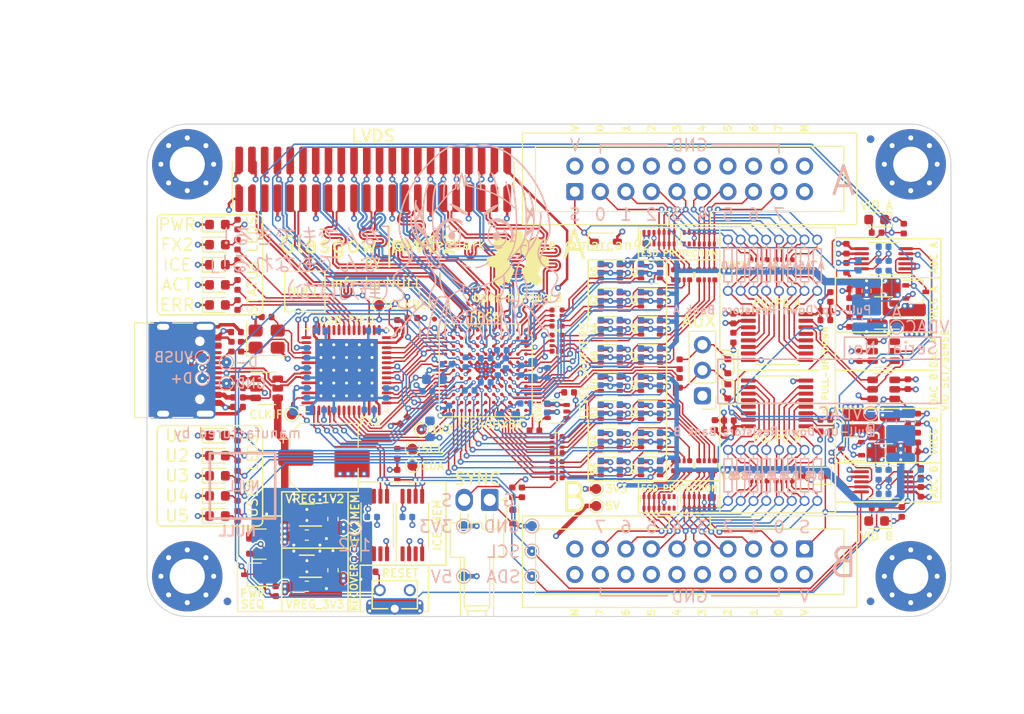
<source format=kicad_pcb>
(kicad_pcb (version 20171130) (host pcbnew 5.1.8-db9833491~87~ubuntu20.04.1)
  (title_block (title "base board") (rev C2))
  (layers (0 F.Cu signal) (1 In1.Cu power hide) (2 In2.Cu power hide) (31 B.Cu signal) (34 B.Paste user hide) (35 F.Paste user) (36 B.SilkS user) (37 F.SilkS user) (38 B.Mask user) (39 F.Mask user) (44 Edge.Cuts user))
  (net 0 "")
  (net 1 /SDA)
  (net 2 +3V3)
  (net 3 GND)
  (net 4 /SCL)
  (net 5 +5V)
  (net 6 /~CY_RESET)
  (net 7 /SHLD)
  (net 8 /USB_P)
  (net 9 /XTALOUT)
  (net 10 /XTALIN)
  (net 11 /USB_N)
  (net 12 /D0)
  (net 13 /D1)
  (net 14 /D2)
  (net 15 /D3)
  (net 16 /D4)
  (net 17 /D5)
  (net 18 /D6)
  (net 19 /D7)
  (net 20 /FLAGA)
  (net 21 /FLAGB)
  (net 22 /FLAGC)
  (net 23 /OE)
  (net 24 /A0)
  (net 25 /A1)
  (net 26 /PKTEND)
  (net 27 /FPGA_DONE)
  (net 28 /~FPGA_RESET)
  (net 29 +1V2)
  (net 30 /CLKIF)
  (net 31 /FLAGD)
  (net 32 /VUSB)
  (net 33 /LED_CY)
  (net 34 "Net-(D2-Pad2)")
  (net 35 "Net-(D5-Pad2)")
  (net 36 /LED_ERR)
  (net 37 /LED_ACT)
  (net 38 "Net-(D4-Pad2)")
  (net 39 "Net-(D3-Pad2)")
  (net 40 /LED_FPGA)
  (net 41 "Net-(D1-Pad2)")
  (net 42 /~ALERT)
  (net 43 /CLKREF)
  (net 44 /ENVB)
  (net 45 /ENVA)
  (net 46 /WR)
  (net 47 /RD)
  (net 48 /VCCPLL1)
  (net 49 /VCCPLL0)
  (net 50 /GNDPLL1)
  (net 51 /GNDPLL0)
  (net 52 "Net-(D6-Pad2)")
  (net 53 "Net-(D10-Pad2)")
  (net 54 "Net-(D9-Pad2)")
  (net 55 "Net-(D8-Pad2)")
  (net 56 "Net-(D7-Pad2)")
  (net 57 /IO_Banks/IO_Buffer_B/Y0)
  (net 58 /IO_Banks/IO_Buffer_B/Z0)
  (net 59 /IO_Banks/IO_Buffer_B/Y7)
  (net 60 /IO_Banks/IO_Buffer_B/Z7)
  (net 61 /IO_Banks/IO_Buffer_B/Y1)
  (net 62 /IO_Banks/IO_Buffer_B/Y2)
  (net 63 /IO_Banks/IO_Buffer_B/Y3)
  (net 64 /IO_Banks/IO_Buffer_B/Y4)
  (net 65 /IO_Banks/IO_Buffer_B/Y5)
  (net 66 /IO_Banks/IO_Buffer_B/Y6)
  (net 67 /IO_Banks/IO_Buffer_B/Z1)
  (net 68 /IO_Banks/IO_Buffer_B/Z2)
  (net 69 /IO_Banks/IO_Buffer_B/Z3)
  (net 70 /IO_Banks/IO_Buffer_B/Z5)
  (net 71 /IO_Banks/IO_Buffer_B/Z4)
  (net 72 /IO_Banks/IO_Buffer_B/Z6)
  (net 73 /IO_Banks/IO_Buffer_A/Y0)
  (net 74 /IO_Banks/IO_Buffer_A/Z0)
  (net 75 /IO_Banks/IO_Buffer_A/Y7)
  (net 76 /IO_Banks/IO_Buffer_A/Z7)
  (net 77 /IO_Banks/IO_Buffer_A/Y1)
  (net 78 /IO_Banks/IO_Buffer_A/Y2)
  (net 79 /IO_Banks/IO_Buffer_A/Y3)
  (net 80 /IO_Banks/IO_Buffer_A/Y4)
  (net 81 /IO_Banks/IO_Buffer_A/Y5)
  (net 82 /IO_Banks/IO_Buffer_A/Y6)
  (net 83 /IO_Banks/IO_Buffer_A/Z1)
  (net 84 /IO_Banks/IO_Buffer_A/Z2)
  (net 85 /IO_Banks/IO_Buffer_A/Z3)
  (net 86 /IO_Banks/IO_Buffer_A/Z5)
  (net 87 /IO_Banks/IO_Buffer_A/Z4)
  (net 88 /IO_Banks/IO_Buffer_A/Z6)
  (net 89 /IO_Banks/QB6)
  (net 90 /IO_Banks/QB5)
  (net 91 /IO_Banks/QB4)
  (net 92 /IO_Banks/QB3)
  (net 93 /IO_Banks/QB2)
  (net 94 /IO_Banks/QB1)
  (net 95 /IO_Banks/QB7)
  (net 96 /IO_Banks/QB0)
  (net 97 /IO_Banks/QA0)
  (net 98 /IO_Banks/QA7)
  (net 99 /IO_Banks/QA1)
  (net 100 /IO_Banks/QA2)
  (net 101 /IO_Banks/QA3)
  (net 102 /IO_Banks/QA4)
  (net 103 /IO_Banks/QA5)
  (net 104 /IO_Banks/QA6)
  (net 105 /IO_Banks/U1)
  (net 106 /IO_Banks/IO_Buffer_A/VSENSE)
  (net 107 /IO_Banks/VIOB)
  (net 108 /IO_Banks/VIOA)
  (net 109 /IO_Banks/U2)
  (net 110 /IO_Banks/IO_Buffer_B/VSENSE)
  (net 111 /IO_Banks/U5)
  (net 112 /IO_Banks/U4)
  (net 113 /IO_Banks/U3)
  (net 114 /IO_Banks/Z0_P)
  (net 115 /IO_Banks/Z2_N)
  (net 116 /IO_Banks/Z3_N)
  (net 117 /IO_Banks/Z3_P)
  (net 118 /IO_Banks/Z6_P)
  (net 119 /IO_Banks/Z8_P)
  (net 120 /IO_Banks/Z10_P)
  (net 121 /IO_Banks/Z11_P)
  (net 122 /IO_Banks/Z11_N)
  (net 123 /IO_Banks/Z0_N)
  (net 124 /IO_Banks/Z2_P)
  (net 125 /IO_Banks/Z4_P)
  (net 126 /IO_Banks/Z5_P)
  (net 127 /IO_Banks/Z6_N)
  (net 128 /IO_Banks/Z8_N)
  (net 129 /IO_Banks/Z10_N)
  (net 130 /IO_Banks/Z12_N)
  (net 131 /IO_Banks/Z12_P)
  (net 132 /IO_Banks/Z1_N)
  (net 133 /IO_Banks/Z4_N)
  (net 134 /IO_Banks/Z5_N)
  (net 135 /IO_Banks/Z7_N)
  (net 136 /IO_Banks/Z9_P)
  (net 137 /IO_Banks/Z9_N)
  (net 138 /IO_Banks/Z1_P)
  (net 139 /IO_Banks/VIO_AUX)
  (net 140 /IO_Banks/Z7_P)
  (net 141 /IO_Banks/DA0)
  (net 142 /IO_Banks/DA4)
  (net 143 /IO_Banks/DA6)
  (net 144 /IO_Banks/DA1)
  (net 145 /IO_Banks/DA3)
  (net 146 /IO_Banks/DA5)
  (net 147 /IO_Banks/DA7)
  (net 148 /IO_Banks/DB0)
  (net 149 /IO_Banks/DB4)
  (net 150 /IO_Banks/DB6)
  (net 151 /IO_Banks/DB1)
  (net 152 /IO_Banks/DB3)
  (net 153 /IO_Banks/DB5)
  (net 154 /IO_Banks/DB7)
  (net 155 /IO_Banks/DA2)
  (net 156 /IO_Banks/DB2)
  (net 157 /IO_Banks/IO_Buffer_B/VFB)
  (net 158 /IO_Banks/IO_Buffer_A/VFB)
  (net 159 /IO_Banks/~SYNC)
  (net 160 "Net-(R40-Pad1)")
  (net 161 "Net-(R37-Pad1)")
  (net 162 "Net-(R36-Pad1)")
  (net 163 "Net-(R10-Pad1)")
  (net 164 "Net-(R39-Pad2)")
  (net 165 "Net-(R43-Pad2)")
  (net 166 "Net-(R38-Pad2)")
  (net 167 "Net-(D12-Pad1)")
  (net 168 "Net-(D13-Pad1)")
  (net 169 "Net-(R45-Pad2)")
  (net 170 "Net-(R45-Pad1)")
  (net 171 "Net-(D14-Pad2)")
  (net 172 "Net-(D15-Pad2)")
  (net 173 "Net-(RN1-Pad5)")
  (net 174 "Net-(RN1-Pad6)")
  (net 175 "Net-(RN1-Pad7)")
  (net 176 "Net-(RN2-Pad5)")
  (net 177 "Net-(RN2-Pad6)")
  (net 178 "Net-(RN2-Pad8)")
  (net 179 "Net-(RN2-Pad7)")
  (net 180 "Net-(RN7-Pad5)")
  (net 181 "Net-(RN7-Pad6)")
  (net 182 "Net-(RN7-Pad7)")
  (net 183 "Net-(RN8-Pad5)")
  (net 184 "Net-(RN8-Pad6)")
  (net 185 "Net-(RN8-Pad8)")
  (net 186 "Net-(RN8-Pad7)")
  (net 187 /xVBUS)
  (net 188 /CC1)
  (net 189 /CC2)
  (net 190 "Net-(C44-Pad2)")
  (net 191 "Net-(C44-Pad1)")
  (net 192 "Net-(C58-Pad2)")
  (net 193 "Net-(C58-Pad1)")
  (net 194 "Net-(D18-Pad3)")
  (net 195 /IO_Banks/IO_Buffer_B/VIO_EN)
  (net 196 "Net-(D19-Pad3)")
  (net 197 /IO_Banks/IO_Buffer_A/VIO_EN)
  (net 198 "Net-(D24-Pad2)")
  (net 199 "Net-(R4-Pad2)")
  (net 200 "Net-(R6-Pad1)")
  (net 201 "Net-(R56-Pad1)")
  (net 202 /IO_Banks/IO_Buffer_B/ISNS_H)
  (net 203 /IO_Banks/IO_Buffer_A/ISNS_H)
  (net 204 /SWSH)
  (net 205 "Net-(C90-Pad2)")
  (net 206 "Net-(C91-Pad2)")
  (net 207 /IO_Banks/IO_Buffer_B/X0)
  (net 208 /IO_Banks/IO_Buffer_A/X0)
  (net 209 /IO_Banks/IO_Buffer_B/P7)
  (net 210 /IO_Banks/IO_Buffer_B/P6)
  (net 211 /IO_Banks/IO_Buffer_B/P5)
  (net 212 /IO_Banks/IO_Buffer_B/P4)
  (net 213 /IO_Banks/IO_Buffer_B/P3)
  (net 214 /IO_Banks/IO_Buffer_B/P2)
  (net 215 /IO_Banks/IO_Buffer_B/P1)
  (net 216 /IO_Banks/IO_Buffer_B/P0)
  (net 217 /IO_Banks/IO_Buffer_A/P7)
  (net 218 /IO_Banks/IO_Buffer_A/P6)
  (net 219 /IO_Banks/IO_Buffer_A/P5)
  (net 220 /IO_Banks/IO_Buffer_A/P4)
  (net 221 /IO_Banks/IO_Buffer_A/P3)
  (net 222 /IO_Banks/IO_Buffer_A/P2)
  (net 223 /IO_Banks/IO_Buffer_A/P1)
  (net 224 /IO_Banks/IO_Buffer_A/P0)
  (net 225 /~MR)
  (net 226 /IO_Banks/IO_Buffer_B/VDAC)
  (net 227 /IO_Banks/IO_Buffer_A/VDAC)
  (module Glasgow:R_Array_Convex_4x0402 (layer F.Cu) (at 90.8 102.9)
    (fp_text reference RN1 hide)
    (fp_text value 33R)
    (pad 5 smd roundrect (at 0.5 0.8) (size 0.5 0.5) (layers F.Cu F.Paste F.Mask) (net 173 "Net-(RN1-Pad5)"))
    (pad 6 smd roundrect (at 0.5 0.25) (size 0.5 0.3) (layers F.Cu F.Paste F.Mask) (net 174 "Net-(RN1-Pad6)"))
    (pad 8 smd roundrect (at 0.5 -0.8) (size 0.5 0.5) (layers F.Cu F.Paste F.Mask) (net 207 /IO_Banks/IO_Buffer_B/X0))
    (pad 7 smd roundrect (at 0.5 -0.25) (size 0.5 0.3) (layers F.Cu F.Paste F.Mask) (net 175 "Net-(RN1-Pad7)"))
    (pad 4 smd roundrect (at -0.5 0.8) (size 0.5 0.5) (layers F.Cu F.Paste F.Mask) (net 92 /IO_Banks/QB3))
    (pad 2 smd roundrect (at -0.5 -0.25) (size 0.5 0.3) (layers F.Cu F.Paste F.Mask) (net 94 /IO_Banks/QB1))
    (pad 3 smd roundrect (at -0.5 0.25) (size 0.5 0.3) (layers F.Cu F.Paste F.Mask) (net 93 /IO_Banks/QB2))
    (pad 1 smd roundrect (at -0.5 -0.8) (size 0.5 0.5) (layers F.Cu F.Paste F.Mask) (net 96 /IO_Banks/QB0))
  )
  (module Glasgow:R_Array_Convex_4x0402 (layer F.Cu) (at 113.4 85 270)
    (fp_text reference RN12 hide)
    (fp_text value 10k)
    (pad 5 smd roundrect (at 0.5 0.8 270) (size 0.5 0.5) (layers F.Cu F.Paste F.Mask) (net 220 /IO_Banks/IO_Buffer_A/P4))
    (pad 6 smd roundrect (at 0.5 0.25 270) (size 0.5 0.3) (layers F.Cu F.Paste F.Mask) (net 219 /IO_Banks/IO_Buffer_A/P5))
    (pad 8 smd roundrect (at 0.5 -0.8 270) (size 0.5 0.5) (layers F.Cu F.Paste F.Mask) (net 217 /IO_Banks/IO_Buffer_A/P7))
    (pad 7 smd roundrect (at 0.5 -0.25 270) (size 0.5 0.3) (layers F.Cu F.Paste F.Mask) (net 218 /IO_Banks/IO_Buffer_A/P6))
    (pad 4 smd roundrect (at -0.5 0.8 270) (size 0.5 0.5) (layers F.Cu F.Paste F.Mask) (net 87 /IO_Banks/IO_Buffer_A/Z4))
    (pad 2 smd roundrect (at -0.5 -0.25 270) (size 0.5 0.3) (layers F.Cu F.Paste F.Mask) (net 88 /IO_Banks/IO_Buffer_A/Z6))
    (pad 3 smd roundrect (at -0.5 0.25 270) (size 0.5 0.3) (layers F.Cu F.Paste F.Mask) (net 86 /IO_Banks/IO_Buffer_A/Z5))
    (pad 1 smd roundrect (at -0.5 -0.8 270) (size 0.5 0.5) (layers F.Cu F.Paste F.Mask) (net 76 /IO_Banks/IO_Buffer_A/Z7))
  )
  (module Glasgow:R_Array_Convex_4x0402 (layer F.Cu) (at 110.9 85 270)
    (fp_text reference RN11 hide)
    (fp_text value 10k)
    (pad 5 smd roundrect (at 0.5 0.8 270) (size 0.5 0.5) (layers F.Cu F.Paste F.Mask) (net 224 /IO_Banks/IO_Buffer_A/P0))
    (pad 6 smd roundrect (at 0.5 0.25 270) (size 0.5 0.3) (layers F.Cu F.Paste F.Mask) (net 223 /IO_Banks/IO_Buffer_A/P1))
    (pad 8 smd roundrect (at 0.5 -0.8 270) (size 0.5 0.5) (layers F.Cu F.Paste F.Mask) (net 221 /IO_Banks/IO_Buffer_A/P3))
    (pad 7 smd roundrect (at 0.5 -0.25 270) (size 0.5 0.3) (layers F.Cu F.Paste F.Mask) (net 222 /IO_Banks/IO_Buffer_A/P2))
    (pad 4 smd roundrect (at -0.5 0.8 270) (size 0.5 0.5) (layers F.Cu F.Paste F.Mask) (net 74 /IO_Banks/IO_Buffer_A/Z0))
    (pad 2 smd roundrect (at -0.5 -0.25 270) (size 0.5 0.3) (layers F.Cu F.Paste F.Mask) (net 84 /IO_Banks/IO_Buffer_A/Z2))
    (pad 3 smd roundrect (at -0.5 0.25 270) (size 0.5 0.3) (layers F.Cu F.Paste F.Mask) (net 83 /IO_Banks/IO_Buffer_A/Z1))
    (pad 1 smd roundrect (at -0.5 -0.8 270) (size 0.5 0.5) (layers F.Cu F.Paste F.Mask) (net 85 /IO_Banks/IO_Buffer_A/Z3))
  )
  (module Glasgow:R_Array_Convex_4x0402 (layer F.Cu) (at 105.7 86 90)
    (fp_text reference RN10 hide)
    (fp_text value 33R)
    (pad 5 smd roundrect (at 0.5 0.8 90) (size 0.5 0.5) (layers F.Cu F.Paste F.Mask) (net 76 /IO_Banks/IO_Buffer_A/Z7))
    (pad 6 smd roundrect (at 0.5 0.25 90) (size 0.5 0.3) (layers F.Cu F.Paste F.Mask) (net 88 /IO_Banks/IO_Buffer_A/Z6))
    (pad 8 smd roundrect (at 0.5 -0.8 90) (size 0.5 0.5) (layers F.Cu F.Paste F.Mask) (net 87 /IO_Banks/IO_Buffer_A/Z4))
    (pad 7 smd roundrect (at 0.5 -0.25 90) (size 0.5 0.3) (layers F.Cu F.Paste F.Mask) (net 86 /IO_Banks/IO_Buffer_A/Z5))
    (pad 4 smd roundrect (at -0.5 0.8 90) (size 0.5 0.5) (layers F.Cu F.Paste F.Mask) (net 75 /IO_Banks/IO_Buffer_A/Y7))
    (pad 2 smd roundrect (at -0.5 -0.25 90) (size 0.5 0.3) (layers F.Cu F.Paste F.Mask) (net 81 /IO_Banks/IO_Buffer_A/Y5))
    (pad 3 smd roundrect (at -0.5 0.25 90) (size 0.5 0.3) (layers F.Cu F.Paste F.Mask) (net 82 /IO_Banks/IO_Buffer_A/Y6))
    (pad 1 smd roundrect (at -0.5 -0.8 90) (size 0.5 0.5) (layers F.Cu F.Paste F.Mask) (net 80 /IO_Banks/IO_Buffer_A/Y4))
  )
  (module Glasgow:R_Array_Convex_4x0402 (layer F.Cu) (at 103.2 86 90)
    (fp_text reference RN9 hide)
    (fp_text value 33R)
    (pad 5 smd roundrect (at 0.5 0.8 90) (size 0.5 0.5) (layers F.Cu F.Paste F.Mask) (net 85 /IO_Banks/IO_Buffer_A/Z3))
    (pad 6 smd roundrect (at 0.5 0.25 90) (size 0.5 0.3) (layers F.Cu F.Paste F.Mask) (net 84 /IO_Banks/IO_Buffer_A/Z2))
    (pad 8 smd roundrect (at 0.5 -0.8 90) (size 0.5 0.5) (layers F.Cu F.Paste F.Mask) (net 74 /IO_Banks/IO_Buffer_A/Z0))
    (pad 7 smd roundrect (at 0.5 -0.25 90) (size 0.5 0.3) (layers F.Cu F.Paste F.Mask) (net 83 /IO_Banks/IO_Buffer_A/Z1))
    (pad 4 smd roundrect (at -0.5 0.8 90) (size 0.5 0.5) (layers F.Cu F.Paste F.Mask) (net 79 /IO_Banks/IO_Buffer_A/Y3))
    (pad 2 smd roundrect (at -0.5 -0.25 90) (size 0.5 0.3) (layers F.Cu F.Paste F.Mask) (net 77 /IO_Banks/IO_Buffer_A/Y1))
    (pad 3 smd roundrect (at -0.5 0.25 90) (size 0.5 0.3) (layers F.Cu F.Paste F.Mask) (net 78 /IO_Banks/IO_Buffer_A/Y2))
    (pad 1 smd roundrect (at -0.5 -0.8 90) (size 0.5 0.5) (layers F.Cu F.Paste F.Mask) (net 73 /IO_Banks/IO_Buffer_A/Y0))
  )
  (module Glasgow:R_Array_Convex_4x0402 (layer F.Cu) (at 90.8 92.8)
    (fp_text reference RN8 hide)
    (fp_text value 33R)
    (pad 5 smd roundrect (at 0.5 0.8) (size 0.5 0.5) (layers F.Cu F.Paste F.Mask) (net 183 "Net-(RN8-Pad5)"))
    (pad 6 smd roundrect (at 0.5 0.25) (size 0.5 0.3) (layers F.Cu F.Paste F.Mask) (net 184 "Net-(RN8-Pad6)"))
    (pad 8 smd roundrect (at 0.5 -0.8) (size 0.5 0.5) (layers F.Cu F.Paste F.Mask) (net 185 "Net-(RN8-Pad8)"))
    (pad 7 smd roundrect (at 0.5 -0.25) (size 0.5 0.3) (layers F.Cu F.Paste F.Mask) (net 186 "Net-(RN8-Pad7)"))
    (pad 4 smd roundrect (at -0.5 0.8) (size 0.5 0.5) (layers F.Cu F.Paste F.Mask) (net 98 /IO_Banks/QA7))
    (pad 2 smd roundrect (at -0.5 -0.25) (size 0.5 0.3) (layers F.Cu F.Paste F.Mask) (net 103 /IO_Banks/QA5))
    (pad 3 smd roundrect (at -0.5 0.25) (size 0.5 0.3) (layers F.Cu F.Paste F.Mask) (net 104 /IO_Banks/QA6))
    (pad 1 smd roundrect (at -0.5 -0.8) (size 0.5 0.5) (layers F.Cu F.Paste F.Mask) (net 102 /IO_Banks/QA4))
  )
  (module Glasgow:R_Array_Convex_4x0402 (layer F.Cu) (at 90.8 90.3)
    (fp_text reference RN7 hide)
    (fp_text value 33R)
    (pad 5 smd roundrect (at 0.5 0.8) (size 0.5 0.5) (layers F.Cu F.Paste F.Mask) (net 180 "Net-(RN7-Pad5)"))
    (pad 6 smd roundrect (at 0.5 0.25) (size 0.5 0.3) (layers F.Cu F.Paste F.Mask) (net 181 "Net-(RN7-Pad6)"))
    (pad 8 smd roundrect (at 0.5 -0.8) (size 0.5 0.5) (layers F.Cu F.Paste F.Mask) (net 208 /IO_Banks/IO_Buffer_A/X0))
    (pad 7 smd roundrect (at 0.5 -0.25) (size 0.5 0.3) (layers F.Cu F.Paste F.Mask) (net 182 "Net-(RN7-Pad7)"))
    (pad 4 smd roundrect (at -0.5 0.8) (size 0.5 0.5) (layers F.Cu F.Paste F.Mask) (net 101 /IO_Banks/QA3))
    (pad 2 smd roundrect (at -0.5 -0.25) (size 0.5 0.3) (layers F.Cu F.Paste F.Mask) (net 99 /IO_Banks/QA1))
    (pad 3 smd roundrect (at -0.5 0.25) (size 0.5 0.3) (layers F.Cu F.Paste F.Mask) (net 100 /IO_Banks/QA2))
    (pad 1 smd roundrect (at -0.5 -0.8) (size 0.5 0.5) (layers F.Cu F.Paste F.Mask) (net 97 /IO_Banks/QA0))
  )
  (module Glasgow:R_Array_Convex_4x0402 (layer F.Cu) (at 110.9 106 90)
    (fp_text reference RN6 hide)
    (fp_text value 10k)
    (pad 5 smd roundrect (at 0.5 0.8 90) (size 0.5 0.5) (layers F.Cu F.Paste F.Mask) (net 212 /IO_Banks/IO_Buffer_B/P4))
    (pad 6 smd roundrect (at 0.5 0.25 90) (size 0.5 0.3) (layers F.Cu F.Paste F.Mask) (net 211 /IO_Banks/IO_Buffer_B/P5))
    (pad 8 smd roundrect (at 0.5 -0.8 90) (size 0.5 0.5) (layers F.Cu F.Paste F.Mask) (net 209 /IO_Banks/IO_Buffer_B/P7))
    (pad 7 smd roundrect (at 0.5 -0.25 90) (size 0.5 0.3) (layers F.Cu F.Paste F.Mask) (net 210 /IO_Banks/IO_Buffer_B/P6))
    (pad 4 smd roundrect (at -0.5 0.8 90) (size 0.5 0.5) (layers F.Cu F.Paste F.Mask) (net 71 /IO_Banks/IO_Buffer_B/Z4))
    (pad 2 smd roundrect (at -0.5 -0.25 90) (size 0.5 0.3) (layers F.Cu F.Paste F.Mask) (net 72 /IO_Banks/IO_Buffer_B/Z6))
    (pad 3 smd roundrect (at -0.5 0.25 90) (size 0.5 0.3) (layers F.Cu F.Paste F.Mask) (net 70 /IO_Banks/IO_Buffer_B/Z5))
    (pad 1 smd roundrect (at -0.5 -0.8 90) (size 0.5 0.5) (layers F.Cu F.Paste F.Mask) (net 60 /IO_Banks/IO_Buffer_B/Z7))
  )
  (module Glasgow:R_Array_Convex_4x0402 (layer F.Cu) (at 113.4 106 90)
    (fp_text reference RN5 hide)
    (fp_text value 10k)
    (pad 5 smd roundrect (at 0.5 0.8 90) (size 0.5 0.5) (layers F.Cu F.Paste F.Mask) (net 216 /IO_Banks/IO_Buffer_B/P0))
    (pad 6 smd roundrect (at 0.5 0.25 90) (size 0.5 0.3) (layers F.Cu F.Paste F.Mask) (net 215 /IO_Banks/IO_Buffer_B/P1))
    (pad 8 smd roundrect (at 0.5 -0.8 90) (size 0.5 0.5) (layers F.Cu F.Paste F.Mask) (net 213 /IO_Banks/IO_Buffer_B/P3))
    (pad 7 smd roundrect (at 0.5 -0.25 90) (size 0.5 0.3) (layers F.Cu F.Paste F.Mask) (net 214 /IO_Banks/IO_Buffer_B/P2))
    (pad 4 smd roundrect (at -0.5 0.8 90) (size 0.5 0.5) (layers F.Cu F.Paste F.Mask) (net 58 /IO_Banks/IO_Buffer_B/Z0))
    (pad 2 smd roundrect (at -0.5 -0.25 90) (size 0.5 0.3) (layers F.Cu F.Paste F.Mask) (net 68 /IO_Banks/IO_Buffer_B/Z2))
    (pad 3 smd roundrect (at -0.5 0.25 90) (size 0.5 0.3) (layers F.Cu F.Paste F.Mask) (net 67 /IO_Banks/IO_Buffer_B/Z1))
    (pad 1 smd roundrect (at -0.5 -0.8 90) (size 0.5 0.5) (layers F.Cu F.Paste F.Mask) (net 69 /IO_Banks/IO_Buffer_B/Z3))
  )
  (module Glasgow:R_Array_Convex_4x0402 (layer F.Cu) (at 103.2 105 270)
    (fp_text reference RN4 hide)
    (fp_text value 33R)
    (pad 5 smd roundrect (at 0.5 0.8 270) (size 0.5 0.5) (layers F.Cu F.Paste F.Mask) (net 60 /IO_Banks/IO_Buffer_B/Z7))
    (pad 6 smd roundrect (at 0.5 0.25 270) (size 0.5 0.3) (layers F.Cu F.Paste F.Mask) (net 72 /IO_Banks/IO_Buffer_B/Z6))
    (pad 8 smd roundrect (at 0.5 -0.8 270) (size 0.5 0.5) (layers F.Cu F.Paste F.Mask) (net 71 /IO_Banks/IO_Buffer_B/Z4))
    (pad 7 smd roundrect (at 0.5 -0.25 270) (size 0.5 0.3) (layers F.Cu F.Paste F.Mask) (net 70 /IO_Banks/IO_Buffer_B/Z5))
    (pad 4 smd roundrect (at -0.5 0.8 270) (size 0.5 0.5) (layers F.Cu F.Paste F.Mask) (net 59 /IO_Banks/IO_Buffer_B/Y7))
    (pad 2 smd roundrect (at -0.5 -0.25 270) (size 0.5 0.3) (layers F.Cu F.Paste F.Mask) (net 65 /IO_Banks/IO_Buffer_B/Y5))
    (pad 3 smd roundrect (at -0.5 0.25 270) (size 0.5 0.3) (layers F.Cu F.Paste F.Mask) (net 66 /IO_Banks/IO_Buffer_B/Y6))
    (pad 1 smd roundrect (at -0.5 -0.8 270) (size 0.5 0.5) (layers F.Cu F.Paste F.Mask) (net 64 /IO_Banks/IO_Buffer_B/Y4))
  )
  (module Glasgow:R_Array_Convex_4x0402 (layer F.Cu) (at 105.7 105 270)
    (fp_text reference RN3 hide)
    (fp_text value 33R)
    (pad 5 smd roundrect (at 0.5 0.8 270) (size 0.5 0.5) (layers F.Cu F.Paste F.Mask) (net 69 /IO_Banks/IO_Buffer_B/Z3))
    (pad 6 smd roundrect (at 0.5 0.25 270) (size 0.5 0.3) (layers F.Cu F.Paste F.Mask) (net 68 /IO_Banks/IO_Buffer_B/Z2))
    (pad 8 smd roundrect (at 0.5 -0.8 270) (size 0.5 0.5) (layers F.Cu F.Paste F.Mask) (net 58 /IO_Banks/IO_Buffer_B/Z0))
    (pad 7 smd roundrect (at 0.5 -0.25 270) (size 0.5 0.3) (layers F.Cu F.Paste F.Mask) (net 67 /IO_Banks/IO_Buffer_B/Z1))
    (pad 4 smd roundrect (at -0.5 0.8 270) (size 0.5 0.5) (layers F.Cu F.Paste F.Mask) (net 63 /IO_Banks/IO_Buffer_B/Y3))
    (pad 2 smd roundrect (at -0.5 -0.25 270) (size 0.5 0.3) (layers F.Cu F.Paste F.Mask) (net 61 /IO_Banks/IO_Buffer_B/Y1))
    (pad 3 smd roundrect (at -0.5 0.25 270) (size 0.5 0.3) (layers F.Cu F.Paste F.Mask) (net 62 /IO_Banks/IO_Buffer_B/Y2))
    (pad 1 smd roundrect (at -0.5 -0.8 270) (size 0.5 0.5) (layers F.Cu F.Paste F.Mask) (net 57 /IO_Banks/IO_Buffer_B/Y0))
  )
  (module Glasgow:R_Array_Convex_4x0402 (layer F.Cu) (at 90.8 105.4)
    (fp_text reference RN2 hide)
    (fp_text value 33R)
    (pad 5 smd roundrect (at 0.5 0.8) (size 0.5 0.5) (layers F.Cu F.Paste F.Mask) (net 176 "Net-(RN2-Pad5)"))
    (pad 6 smd roundrect (at 0.5 0.25) (size 0.5 0.3) (layers F.Cu F.Paste F.Mask) (net 177 "Net-(RN2-Pad6)"))
    (pad 8 smd roundrect (at 0.5 -0.8) (size 0.5 0.5) (layers F.Cu F.Paste F.Mask) (net 178 "Net-(RN2-Pad8)"))
    (pad 7 smd roundrect (at 0.5 -0.25) (size 0.5 0.3) (layers F.Cu F.Paste F.Mask) (net 179 "Net-(RN2-Pad7)"))
    (pad 4 smd roundrect (at -0.5 0.8) (size 0.5 0.5) (layers F.Cu F.Paste F.Mask) (net 95 /IO_Banks/QB7))
    (pad 2 smd roundrect (at -0.5 -0.25) (size 0.5 0.3) (layers F.Cu F.Paste F.Mask) (net 90 /IO_Banks/QB5))
    (pad 3 smd roundrect (at -0.5 0.25) (size 0.5 0.3) (layers F.Cu F.Paste F.Mask) (net 89 /IO_Banks/QB6))
    (pad 1 smd roundrect (at -0.5 -0.8) (size 0.5 0.5) (layers F.Cu F.Paste F.Mask) (net 91 /IO_Banks/QB4))
  )
  (module Glasgow:SOT-143 (layer F.Cu) (at 61.2 112.8)
    (fp_text reference U7 hide)
    (fp_text value APX811-40UG-7)
    (pad 4 smd roundrect (at 1 -0.95) (size 0.7 0.6) (layers F.Cu F.Paste F.Mask) (net 5 +5V))
    (pad 3 smd roundrect (at 1 0.95) (size 0.7 0.6) (layers F.Cu F.Paste F.Mask) (net 225 /~MR))
    (pad 2 smd roundrect (at -1 0.95) (size 0.7 0.6) (layers F.Cu F.Paste F.Mask) (net 198 "Net-(D24-Pad2)"))
    (pad 1 smd roundrect (at -1 -0.75) (size 0.7 1) (layers F.Cu F.Paste F.Mask) (net 3 GND))
  )
  (module Glasgow:SW_Tactile_SPST_Angled_TC-1109DE (layer F.Cu) (at 74.65 117.38 180)
    (fp_text reference SW1)
    (fp_text value RST)
    (pad 3 thru_hole circle (at 0 -1.85 180) (size 1.2 1.2) (drill 0.8) (layers *.Cu *.Mask) (net 204 /SWSH))
    (pad 1 thru_hole circle (at -1.5 0 180) (size 1.2 1.2) (drill 0.8) (layers *.Cu *.Mask) (net 3 GND))
    (pad 2 thru_hole circle (at 1.5 0 180) (size 1.2 1.2) (drill 0.8) (layers *.Cu *.Mask) (net 225 /~MR))
  )
  (module pkl_logos:null_Logo_SilkS_4mm (layer F.Cu) (at 65.7 87.65)
    (fp_text reference REF** hide)
    (fp_text value null_Logo_SilkS_4mm hide)
  )
  (module pkl_logos:null_Logo_SilkS_6.5mm (layer B.Cu) (at 59.5 107 180)
    (fp_text reference REF** hide)
    (fp_text value null_Logo_SilkS_6.5mm hide)
  )
  (module Glasgow:USB_C_Receptacle_HRO_TYPE-C-31-M-12 (layer F.Cu) (at 52.65 95.5 270)
    (fp_text reference J1)
    (fp_text value USB_C_USB2.0)
    (pad S1 thru_hole oval (at 4.32 1.05 270) (size 1 1.6) (drill oval 0.6 1.2) (layers *.Cu *.Mask) (net 7 /SHLD))
    (pad "" np_thru_hole circle (at 2.89 -2.6 270) (size 0.65 0.65) (drill 0.65) (layers *.Cu *.Mask))
    (pad S1 thru_hole oval (at -4.32 1.05 270) (size 1 1.6) (drill oval 0.6 1.2) (layers *.Cu *.Mask) (net 7 /SHLD))
    (pad "" np_thru_hole circle (at -2.89 -2.6 270) (size 0.65 0.65) (drill 0.65) (layers *.Cu *.Mask))
    (pad S1 thru_hole oval (at -4.32 -3.13 270) (size 1 2.1) (drill oval 0.6 1.7) (layers *.Cu *.Mask) (net 7 /SHLD))
    (pad S1 thru_hole oval (at 4.32 -3.13 270) (size 1 2.1) (drill oval 0.6 1.7) (layers *.Cu *.Mask) (net 7 /SHLD))
    (pad A6 smd roundrect (at -0.25 -4.045 270) (size 0.3 1.45) (layers F.Cu F.Paste F.Mask) (net 8 /USB_P))
    (pad B5 smd roundrect (at 1.75 -4.045 270) (size 0.3 1.45) (layers F.Cu F.Paste F.Mask) (net 189 /CC2))
    (pad A8 smd roundrect (at 1.25 -4.045 270) (size 0.3 1.45) (layers F.Cu F.Paste F.Mask))
    (pad B6 smd roundrect (at 0.75 -4.045 270) (size 0.3 1.45) (layers F.Cu F.Paste F.Mask) (net 8 /USB_P))
    (pad A7 smd roundrect (at 0.25 -4.045 270) (size 0.3 1.45) (layers F.Cu F.Paste F.Mask) (net 11 /USB_N))
    (pad B7 smd roundrect (at -0.75 -4.045 270) (size 0.3 1.45) (layers F.Cu F.Paste F.Mask) (net 11 /USB_N))
    (pad A5 smd roundrect (at -1.25 -4.045 270) (size 0.3 1.45) (layers F.Cu F.Paste F.Mask) (net 188 /CC1))
    (pad B8 smd roundrect (at -1.75 -4.045 270) (size 0.3 1.45) (layers F.Cu F.Paste F.Mask))
    (pad A12 smd roundrect (at 3.25 -4.045 270) (size 0.6 1.45) (layers F.Cu F.Paste F.Mask) (net 3 GND))
    (pad B4 smd roundrect (at 2.45 -4.045 270) (size 0.6 1.45) (layers F.Cu F.Paste F.Mask) (net 187 /xVBUS))
    (pad A4 smd roundrect (at -2.45 -4.045 270) (size 0.6 1.45) (layers F.Cu F.Paste F.Mask) (net 187 /xVBUS))
    (pad A1 smd roundrect (at -3.25 -4.045 270) (size 0.6 1.45) (layers F.Cu F.Paste F.Mask) (net 3 GND))
    (pad B12 smd roundrect (at -3.25 -4.045 270) (size 0.6 1.45) (layers F.Cu F.Paste F.Mask) (net 3 GND))
    (pad B9 smd roundrect (at -2.45 -4.045 270) (size 0.6 1.45) (layers F.Cu F.Paste F.Mask) (net 187 /xVBUS))
    (pad A9 smd roundrect (at 2.45 -4.045 270) (size 0.6 1.45) (layers F.Cu F.Paste F.Mask) (net 187 /xVBUS))
    (pad B1 smd roundrect (at 3.25 -4.045 270) (size 0.6 1.45) (layers F.Cu F.Paste F.Mask) (net 3 GND))
  )
  (module Glasgow:PinHeader_2x22_P1.27mm_Vertical__SMD (layer F.Cu) (at 72.5 76.5 90)
    (fp_text reference J5 hide)
    (fp_text value PinHeader_2x22_P1.27mm)
    (pad 43 smd custom (at -0.8 13.335 270) (size 0.2 0.2) (layers F.Cu F.Paste F.Mask) (net 3 GND) (options (clearance outline) (anchor rect)) (primitives (gr_poly (pts (xy -0.3 0.08) (xy 0 0.38) (xy 0.1 0.38) (xy 0.1 -0.19) (xy -0.3 -0.19)) (width 0))))
    (pad 41 smd custom (at -0.8 12.065 90) (size 0.2 0.2) (layers F.Cu F.Paste F.Mask) (net 123 /IO_Banks/Z0_N) (options (clearance outline) (anchor rect)) (primitives (gr_poly (pts (xy 0.3 0.08) (xy 0 0.38) (xy -0.1 0.38) (xy -0.1 -0.19) (xy 0.3 -0.19)) (width 0))))
    (pad 41 smd roundrect (at -0.8 11.875 90) (size 0.6 0.38) (layers F.Cu F.Paste F.Mask) (roundrect_rratio 0.5) (net 123 /IO_Banks/Z0_N))
    (pad 43 smd roundrect (at -0.8 13.525 90) (size 0.6 0.38) (layers F.Cu F.Paste F.Mask) (roundrect_rratio 0.5) (net 3 GND))
    (pad 44 smd custom (at 0.8 13.335 270) (size 0.2 0.2) (layers F.Cu F.Paste F.Mask) (net 139 /IO_Banks/VIO_AUX) (options (clearance outline) (anchor rect)) (primitives (gr_poly (pts (xy 0.3 0.08) (xy 0 0.38) (xy -0.1 0.38) (xy -0.1 -0.19) (xy 0.3 -0.19)) (width 0))))
    (pad 42 smd custom (at 0.8 12.065 90) (size 0.2 0.2) (layers F.Cu F.Paste F.Mask) (net 3 GND) (options (clearance outline) (anchor rect)) (primitives (gr_poly (pts (xy -0.3 0.08) (xy 0 0.38) (xy 0.1 0.38) (xy 0.1 -0.19) (xy -0.3 -0.19)) (width 0))))
    (pad 44 smd roundrect (at 0.8 13.525 270) (size 0.6 0.38) (layers F.Cu F.Paste F.Mask) (roundrect_rratio 0.5) (net 139 /IO_Banks/VIO_AUX))
    (pad 42 smd roundrect (at 0.8 11.875 270) (size 0.6 0.38) (layers F.Cu F.Paste F.Mask) (roundrect_rratio 0.5) (net 3 GND))
    (pad 2 smd custom (at 0.8 -13.335 90) (size 0.2 0.2) (layers F.Cu F.Paste F.Mask) (net 2 +3V3) (options (clearance outline) (anchor rect)) (primitives (gr_poly (pts (xy -0.3 0.08) (xy 0 0.38) (xy 0.1 0.38) (xy 0.1 -0.19) (xy -0.3 -0.19)) (width 0))))
    (pad 4 smd custom (at 0.8 -12.065 270) (size 0.2 0.2) (layers F.Cu F.Paste F.Mask) (net 3 GND) (options (clearance outline) (anchor rect)) (primitives (gr_poly (pts (xy 0.3 0.08) (xy 0 0.38) (xy -0.1 0.38) (xy -0.1 -0.19) (xy 0.3 -0.19)) (width 0))))
    (pad 4 smd roundrect (at 0.8 -11.875 270) (size 0.6 0.38) (layers F.Cu F.Paste F.Mask) (roundrect_rratio 0.5) (net 3 GND))
    (pad 2 smd roundrect (at 0.8 -13.525 270) (size 0.6 0.38) (layers F.Cu F.Paste F.Mask) (roundrect_rratio 0.5) (net 2 +3V3))
    (pad 3 smd roundrect (at -0.8 -11.875 90) (size 0.6 0.38) (layers F.Cu F.Paste F.Mask) (roundrect_rratio 0.5) (net 122 /IO_Banks/Z11_N))
    (pad 3 smd custom (at -0.8 -12.065 270) (size 0.2 0.2) (layers F.Cu F.Paste F.Mask) (net 122 /IO_Banks/Z11_N) (options (clearance outline) (anchor rect)) (primitives (gr_poly (pts (xy -0.3 0.08) (xy 0 0.38) (xy 0.1 0.38) (xy 0.1 -0.19) (xy -0.3 -0.19)) (width 0))))
    (pad 1 smd custom (at -0.8 -13.335 90) (size 0.2 0.2) (layers F.Cu F.Paste F.Mask) (net 3 GND) (options (clearance outline) (anchor rect)) (primitives (gr_poly (pts (xy 0.3 0.08) (xy 0 0.38) (xy -0.1 0.38) (xy -0.1 -0.19) (xy 0.3 -0.19)) (width 0))))
    (pad 1 smd roundrect (at -0.8 -13.525 90) (size 0.6 0.38) (layers F.Cu F.Paste F.Mask) (roundrect_rratio 0.5) (net 3 GND))
    (pad "" np_thru_hole circle (at 0 12.7 90) (size 1.1 1.1) (drill 1.1) (layers *.Cu *.Mask))
    (pad "" np_thru_hole circle (at 0 -12.7 90) (size 1.1 1.1) (drill 1.1) (layers *.Cu *.Mask))
    (pad 44 smd roundrect (at 1.975 13.335 90) (size 2.55 0.76) (layers F.Cu F.Paste F.Mask) (net 139 /IO_Banks/VIO_AUX))
    (pad 43 smd roundrect (at -1.975 13.335 90) (size 2.55 0.76) (layers F.Cu F.Paste F.Mask) (net 3 GND))
    (pad 42 smd roundrect (at 1.975 12.065 90) (size 2.55 0.76) (layers F.Cu F.Paste F.Mask) (net 3 GND))
    (pad 41 smd roundrect (at -1.975 12.065 90) (size 2.55 0.76) (layers F.Cu F.Paste F.Mask) (net 123 /IO_Banks/Z0_N))
    (pad 40 smd roundrect (at 1.875 10.795 90) (size 2.75 0.76) (layers F.Cu F.Paste F.Mask) (net 138 /IO_Banks/Z1_P))
    (pad 39 smd roundrect (at -1.875 10.795 90) (size 2.75 0.76) (layers F.Cu F.Paste F.Mask) (net 114 /IO_Banks/Z0_P))
    (pad 38 smd roundrect (at 1.875 9.525 90) (size 2.75 0.76) (layers F.Cu F.Paste F.Mask) (net 132 /IO_Banks/Z1_N))
    (pad 37 smd roundrect (at -1.875 9.525 90) (size 2.75 0.76) (layers F.Cu F.Paste F.Mask) (net 3 GND))
    (pad 36 smd roundrect (at 1.875 8.255 90) (size 2.75 0.76) (layers F.Cu F.Paste F.Mask) (net 3 GND))
    (pad 35 smd roundrect (at -1.875 8.255 90) (size 2.75 0.76) (layers F.Cu F.Paste F.Mask) (net 124 /IO_Banks/Z2_P))
    (pad 34 smd roundrect (at 1.875 6.985 90) (size 2.75 0.76) (layers F.Cu F.Paste F.Mask) (net 133 /IO_Banks/Z4_N))
    (pad 33 smd roundrect (at -1.875 6.985 90) (size 2.75 0.76) (layers F.Cu F.Paste F.Mask) (net 115 /IO_Banks/Z2_N))
    (pad 32 smd roundrect (at 1.875 5.715 90) (size 2.75 0.76) (layers F.Cu F.Paste F.Mask) (net 125 /IO_Banks/Z4_P))
    (pad 31 smd roundrect (at -1.875 5.715 90) (size 2.75 0.76) (layers F.Cu F.Paste F.Mask) (net 3 GND))
    (pad 30 smd roundrect (at 1.875 4.445 90) (size 2.75 0.76) (layers F.Cu F.Paste F.Mask) (net 3 GND))
    (pad 29 smd roundrect (at -1.875 4.445 90) (size 2.75 0.76) (layers F.Cu F.Paste F.Mask) (net 116 /IO_Banks/Z3_N))
    (pad 28 smd roundrect (at 1.875 3.175 90) (size 2.75 0.76) (layers F.Cu F.Paste F.Mask) (net 126 /IO_Banks/Z5_P))
    (pad 27 smd roundrect (at -1.875 3.175 90) (size 2.75 0.76) (layers F.Cu F.Paste F.Mask) (net 117 /IO_Banks/Z3_P))
    (pad 26 smd roundrect (at 1.875 1.905 90) (size 2.75 0.76) (layers F.Cu F.Paste F.Mask) (net 134 /IO_Banks/Z5_N))
    (pad 25 smd roundrect (at -1.875 1.905 90) (size 2.75 0.76) (layers F.Cu F.Paste F.Mask) (net 3 GND))
    (pad 24 smd roundrect (at 1.875 0.635 90) (size 2.75 0.76) (layers F.Cu F.Paste F.Mask) (net 3 GND))
    (pad 23 smd roundrect (at -1.875 0.635 90) (size 2.75 0.76) (layers F.Cu F.Paste F.Mask) (net 127 /IO_Banks/Z6_N))
    (pad 22 smd roundrect (at 1.875 -0.635 90) (size 2.75 0.76) (layers F.Cu F.Paste F.Mask) (net 140 /IO_Banks/Z7_P))
    (pad 21 smd roundrect (at -1.875 -0.635 90) (size 2.75 0.76) (layers F.Cu F.Paste F.Mask) (net 118 /IO_Banks/Z6_P))
    (pad 20 smd roundrect (at 1.875 -1.905 90) (size 2.75 0.76) (layers F.Cu F.Paste F.Mask) (net 135 /IO_Banks/Z7_N))
    (pad 19 smd roundrect (at -1.875 -1.905 90) (size 2.75 0.76) (layers F.Cu F.Paste F.Mask) (net 3 GND))
    (pad 18 smd roundrect (at 1.875 -3.175 90) (size 2.75 0.76) (layers F.Cu F.Paste F.Mask) (net 3 GND))
    (pad 17 smd roundrect (at -1.875 -3.175 90) (size 2.75 0.76) (layers F.Cu F.Paste F.Mask) (net 128 /IO_Banks/Z8_N))
    (pad 16 smd roundrect (at 1.875 -4.445 90) (size 2.75 0.76) (layers F.Cu F.Paste F.Mask) (net 136 /IO_Banks/Z9_P))
    (pad 15 smd roundrect (at -1.875 -4.445 90) (size 2.75 0.76) (layers F.Cu F.Paste F.Mask) (net 119 /IO_Banks/Z8_P))
    (pad 14 smd roundrect (at 1.875 -5.715 90) (size 2.75 0.76) (layers F.Cu F.Paste F.Mask) (net 137 /IO_Banks/Z9_N))
    (pad 13 smd roundrect (at -1.875 -5.715 90) (size 2.75 0.76) (layers F.Cu F.Paste F.Mask) (net 3 GND))
    (pad 12 smd roundrect (at 1.875 -6.985 90) (size 2.75 0.76) (layers F.Cu F.Paste F.Mask) (net 3 GND))
    (pad 11 smd roundrect (at -1.875 -6.985 90) (size 2.75 0.76) (layers F.Cu F.Paste F.Mask) (net 129 /IO_Banks/Z10_N))
    (pad 10 smd roundrect (at 1.875 -8.255 90) (size 2.75 0.76) (layers F.Cu F.Paste F.Mask) (net 130 /IO_Banks/Z12_N))
    (pad 9 smd roundrect (at -1.875 -8.255 90) (size 2.75 0.76) (layers F.Cu F.Paste F.Mask) (net 120 /IO_Banks/Z10_P))
    (pad 8 smd roundrect (at 1.875 -9.525 90) (size 2.75 0.76) (layers F.Cu F.Paste F.Mask) (net 131 /IO_Banks/Z12_P))
    (pad 7 smd roundrect (at -1.875 -9.525 90) (size 2.75 0.76) (layers F.Cu F.Paste F.Mask) (net 3 GND))
    (pad 6 smd roundrect (at 1.875 -10.795 90) (size 2.75 0.76) (layers F.Cu F.Paste F.Mask) (net 3 GND))
    (pad 5 smd roundrect (at -1.875 -10.795 90) (size 2.75 0.76) (layers F.Cu F.Paste F.Mask) (net 121 /IO_Banks/Z11_P))
    (pad 4 smd roundrect (at 1.975 -12.065 90) (size 2.55 0.76) (layers F.Cu F.Paste F.Mask) (net 3 GND))
    (pad 3 smd roundrect (at -1.975 -12.065 90) (size 2.55 0.76) (layers F.Cu F.Paste F.Mask) (net 122 /IO_Banks/Z11_N))
    (pad 2 smd roundrect (at 1.975 -13.335 90) (size 2.55 0.76) (layers F.Cu F.Paste F.Mask) (net 2 +3V3))
    (pad 1 smd roundrect (at -1.975 -13.335 90) (size 2.55 0.76) (layers F.Cu F.Paste F.Mask) (net 3 GND))
  )
  (module Symbol:OSHW-Logo2_9.8x8mm_SilkScreen (layer F.Cu) (at 86.9 85.3)
    (fp_text reference REF** hide)
    (fp_text value OSHW-Logo2_9.8x8mm_SilkScreen hide)
  )
  (module Connector_IDC:IDC-Header_2x10_P2.54mm_Vertical (layer F.Cu) (at 92.57 77.72 90)
    (fp_text reference J2 hide)
    (fp_text value IDC-Header_2x10_P2.54mm)
    (pad 1 thru_hole roundrect (at 0 0 90) (size 1.7 1.7) (drill 1) (layers *.Cu *.Mask) (roundrect_rratio 0.1470588235294118) (net 106 /IO_Banks/IO_Buffer_A/VSENSE))
    (pad 3 thru_hole circle (at 0 2.54 90) (size 1.7 1.7) (drill 1) (layers *.Cu *.Mask) (net 74 /IO_Banks/IO_Buffer_A/Z0))
    (pad 5 thru_hole circle (at 0 5.08 90) (size 1.7 1.7) (drill 1) (layers *.Cu *.Mask) (net 83 /IO_Banks/IO_Buffer_A/Z1))
    (pad 7 thru_hole circle (at 0 7.62 90) (size 1.7 1.7) (drill 1) (layers *.Cu *.Mask) (net 84 /IO_Banks/IO_Buffer_A/Z2))
    (pad 9 thru_hole circle (at 0 10.16 90) (size 1.7 1.7) (drill 1) (layers *.Cu *.Mask) (net 85 /IO_Banks/IO_Buffer_A/Z3))
    (pad 11 thru_hole circle (at 0 12.7 90) (size 1.7 1.7) (drill 1) (layers *.Cu *.Mask) (net 87 /IO_Banks/IO_Buffer_A/Z4))
    (pad 13 thru_hole circle (at 0 15.24 90) (size 1.7 1.7) (drill 1) (layers *.Cu *.Mask) (net 86 /IO_Banks/IO_Buffer_A/Z5))
    (pad 15 thru_hole circle (at 0 17.78 90) (size 1.7 1.7) (drill 1) (layers *.Cu *.Mask) (net 88 /IO_Banks/IO_Buffer_A/Z6))
    (pad 17 thru_hole circle (at 0 20.32 90) (size 1.7 1.7) (drill 1) (layers *.Cu *.Mask) (net 76 /IO_Banks/IO_Buffer_A/Z7))
    (pad 19 thru_hole circle (at 0 22.86 90) (size 1.7 1.7) (drill 1) (layers *.Cu *.Mask))
    (pad 2 thru_hole circle (at 2.54 0 90) (size 1.7 1.7) (drill 1) (layers *.Cu *.Mask) (net 108 /IO_Banks/VIOA))
    (pad 4 thru_hole circle (at 2.54 2.54 90) (size 1.7 1.7) (drill 1) (layers *.Cu *.Mask) (net 3 GND))
    (pad 6 thru_hole circle (at 2.54 5.08 90) (size 1.7 1.7) (drill 1) (layers *.Cu *.Mask) (net 3 GND))
    (pad 8 thru_hole circle (at 2.54 7.62 90) (size 1.7 1.7) (drill 1) (layers *.Cu *.Mask) (net 3 GND))
    (pad 10 thru_hole circle (at 2.54 10.16 90) (size 1.7 1.7) (drill 1) (layers *.Cu *.Mask) (net 3 GND))
    (pad 12 thru_hole circle (at 2.54 12.7 90) (size 1.7 1.7) (drill 1) (layers *.Cu *.Mask) (net 3 GND))
    (pad 14 thru_hole circle (at 2.54 15.24 90) (size 1.7 1.7) (drill 1) (layers *.Cu *.Mask) (net 3 GND))
    (pad 16 thru_hole circle (at 2.54 17.78 90) (size 1.7 1.7) (drill 1) (layers *.Cu *.Mask) (net 3 GND))
    (pad 18 thru_hole circle (at 2.54 20.32 90) (size 1.7 1.7) (drill 1) (layers *.Cu *.Mask) (net 3 GND))
    (pad 20 thru_hole circle (at 2.54 22.86 90) (size 1.7 1.7) (drill 1) (layers *.Cu *.Mask))
  )
  (module Connector_IDC:IDC-Header_2x10_P2.54mm_Vertical (layer F.Cu) (at 115.43 113.28 270)
    (fp_text reference J3 hide)
    (fp_text value IDC-Header_2x10_P2.54mm)
    (pad 1 thru_hole roundrect (at 0 0 270) (size 1.7 1.7) (drill 1) (layers *.Cu *.Mask) (roundrect_rratio 0.1470588235294118) (net 110 /IO_Banks/IO_Buffer_B/VSENSE))
    (pad 3 thru_hole circle (at 0 2.54 270) (size 1.7 1.7) (drill 1) (layers *.Cu *.Mask) (net 58 /IO_Banks/IO_Buffer_B/Z0))
    (pad 5 thru_hole circle (at 0 5.08 270) (size 1.7 1.7) (drill 1) (layers *.Cu *.Mask) (net 67 /IO_Banks/IO_Buffer_B/Z1))
    (pad 7 thru_hole circle (at 0 7.62 270) (size 1.7 1.7) (drill 1) (layers *.Cu *.Mask) (net 68 /IO_Banks/IO_Buffer_B/Z2))
    (pad 9 thru_hole circle (at 0 10.16 270) (size 1.7 1.7) (drill 1) (layers *.Cu *.Mask) (net 69 /IO_Banks/IO_Buffer_B/Z3))
    (pad 11 thru_hole circle (at 0 12.7 270) (size 1.7 1.7) (drill 1) (layers *.Cu *.Mask) (net 71 /IO_Banks/IO_Buffer_B/Z4))
    (pad 13 thru_hole circle (at 0 15.24 270) (size 1.7 1.7) (drill 1) (layers *.Cu *.Mask) (net 70 /IO_Banks/IO_Buffer_B/Z5))
    (pad 15 thru_hole circle (at 0 17.78 270) (size 1.7 1.7) (drill 1) (layers *.Cu *.Mask) (net 72 /IO_Banks/IO_Buffer_B/Z6))
    (pad 17 thru_hole circle (at 0 20.32 270) (size 1.7 1.7) (drill 1) (layers *.Cu *.Mask) (net 60 /IO_Banks/IO_Buffer_B/Z7))
    (pad 19 thru_hole circle (at 0 22.86 270) (size 1.7 1.7) (drill 1) (layers *.Cu *.Mask))
    (pad 2 thru_hole circle (at 2.54 0 270) (size 1.7 1.7) (drill 1) (layers *.Cu *.Mask) (net 107 /IO_Banks/VIOB))
    (pad 4 thru_hole circle (at 2.54 2.54 270) (size 1.7 1.7) (drill 1) (layers *.Cu *.Mask) (net 3 GND))
    (pad 6 thru_hole circle (at 2.54 5.08 270) (size 1.7 1.7) (drill 1) (layers *.Cu *.Mask) (net 3 GND))
    (pad 8 thru_hole circle (at 2.54 7.62 270) (size 1.7 1.7) (drill 1) (layers *.Cu *.Mask) (net 3 GND))
    (pad 10 thru_hole circle (at 2.54 10.16 270) (size 1.7 1.7) (drill 1) (layers *.Cu *.Mask) (net 3 GND))
    (pad 12 thru_hole circle (at 2.54 12.7 270) (size 1.7 1.7) (drill 1) (layers *.Cu *.Mask) (net 3 GND))
    (pad 14 thru_hole circle (at 2.54 15.24 270) (size 1.7 1.7) (drill 1) (layers *.Cu *.Mask) (net 3 GND))
    (pad 16 thru_hole circle (at 2.54 17.78 270) (size 1.7 1.7) (drill 1) (layers *.Cu *.Mask) (net 3 GND))
    (pad 18 thru_hole circle (at 2.54 20.32 270) (size 1.7 1.7) (drill 1) (layers *.Cu *.Mask) (net 3 GND))
    (pad 20 thru_hole circle (at 2.54 22.86 270) (size 1.7 1.7) (drill 1) (layers *.Cu *.Mask))
  )
  (module Capacitor_SMD:C_0603_1608Metric (layer F.Cu) (at 123.3 87.3)
    (fp_text reference C83 hide)
    (fp_text value 4u7)
    (pad 1 smd roundrect (at -0.7875 0) (size 0.875 0.95) (layers F.Cu F.Paste F.Mask) (net 108 /IO_Banks/VIOA))
    (pad 2 smd roundrect (at 0.7875 0) (size 0.875 0.95) (layers F.Cu F.Paste F.Mask) (net 3 GND))
  )
  (module Glasgow:PinSocket_1x08_P1.27mm_Vertical_DNP (layer F.Cu) (at 107.8 87.6 90)
    (fp_text reference J9 hide)
    (fp_text value Conn_01x08 hide)
    (pad 1 thru_hole circle (at 0 0 90) (size 1 1) (drill 0.7) (layers *.Cu *.Mask) (net 224 /IO_Banks/IO_Buffer_A/P0))
    (pad 2 thru_hole oval (at 0 1.27 90) (size 1 1) (drill 0.7) (layers *.Cu *.Mask) (net 223 /IO_Banks/IO_Buffer_A/P1))
    (pad 3 thru_hole oval (at 0 2.54 90) (size 1 1) (drill 0.7) (layers *.Cu *.Mask) (net 222 /IO_Banks/IO_Buffer_A/P2))
    (pad 4 thru_hole oval (at 0 3.81 90) (size 1 1) (drill 0.7) (layers *.Cu *.Mask) (net 221 /IO_Banks/IO_Buffer_A/P3))
    (pad 5 thru_hole oval (at 0 5.08 90) (size 1 1) (drill 0.7) (layers *.Cu *.Mask) (net 220 /IO_Banks/IO_Buffer_A/P4))
    (pad 6 thru_hole oval (at 0 6.35 90) (size 1 1) (drill 0.7) (layers *.Cu *.Mask) (net 219 /IO_Banks/IO_Buffer_A/P5))
    (pad 7 thru_hole oval (at 0 7.62 90) (size 1 1) (drill 0.7) (layers *.Cu *.Mask) (net 218 /IO_Banks/IO_Buffer_A/P6))
    (pad 8 thru_hole oval (at 0 8.89 90) (size 1 1) (drill 0.7) (layers *.Cu *.Mask) (net 217 /IO_Banks/IO_Buffer_A/P7))
  )
  (module Glasgow:PinSocket_1x08_P1.27mm_Vertical_DNP (layer F.Cu) (at 107.8 82.5 90)
    (fp_text reference J8 hide)
    (fp_text value Conn_01x08 hide)
    (pad 1 thru_hole circle (at 0 0 90) (size 1 1) (drill 0.7) (layers *.Cu *.Mask) (net 74 /IO_Banks/IO_Buffer_A/Z0))
    (pad 2 thru_hole oval (at 0 1.27 90) (size 1 1) (drill 0.7) (layers *.Cu *.Mask) (net 83 /IO_Banks/IO_Buffer_A/Z1))
    (pad 3 thru_hole oval (at 0 2.54 90) (size 1 1) (drill 0.7) (layers *.Cu *.Mask) (net 84 /IO_Banks/IO_Buffer_A/Z2))
    (pad 4 thru_hole oval (at 0 3.81 90) (size 1 1) (drill 0.7) (layers *.Cu *.Mask) (net 85 /IO_Banks/IO_Buffer_A/Z3))
    (pad 5 thru_hole oval (at 0 5.08 90) (size 1 1) (drill 0.7) (layers *.Cu *.Mask) (net 87 /IO_Banks/IO_Buffer_A/Z4))
    (pad 6 thru_hole oval (at 0 6.35 90) (size 1 1) (drill 0.7) (layers *.Cu *.Mask) (net 86 /IO_Banks/IO_Buffer_A/Z5))
    (pad 7 thru_hole oval (at 0 7.62 90) (size 1 1) (drill 0.7) (layers *.Cu *.Mask) (net 88 /IO_Banks/IO_Buffer_A/Z6))
    (pad 8 thru_hole oval (at 0 8.89 90) (size 1 1) (drill 0.7) (layers *.Cu *.Mask) (net 76 /IO_Banks/IO_Buffer_A/Z7))
  )
  (module Glasgow:PinSocket_1x08_P1.27mm_Vertical_DNP (layer F.Cu) (at 116.7 103.42 270)
    (fp_text reference J7 hide)
    (fp_text value Conn_01x08 hide)
    (pad 1 thru_hole circle (at 0 0 270) (size 1 1) (drill 0.7) (layers *.Cu *.Mask) (net 216 /IO_Banks/IO_Buffer_B/P0))
    (pad 2 thru_hole oval (at 0 1.27 270) (size 1 1) (drill 0.7) (layers *.Cu *.Mask) (net 215 /IO_Banks/IO_Buffer_B/P1))
    (pad 3 thru_hole oval (at 0 2.54 270) (size 1 1) (drill 0.7) (layers *.Cu *.Mask) (net 214 /IO_Banks/IO_Buffer_B/P2))
    (pad 4 thru_hole oval (at 0 3.81 270) (size 1 1) (drill 0.7) (layers *.Cu *.Mask) (net 213 /IO_Banks/IO_Buffer_B/P3))
    (pad 5 thru_hole oval (at 0 5.08 270) (size 1 1) (drill 0.7) (layers *.Cu *.Mask) (net 212 /IO_Banks/IO_Buffer_B/P4))
    (pad 6 thru_hole oval (at 0 6.35 270) (size 1 1) (drill 0.7) (layers *.Cu *.Mask) (net 211 /IO_Banks/IO_Buffer_B/P5))
    (pad 7 thru_hole oval (at 0 7.62 270) (size 1 1) (drill 0.7) (layers *.Cu *.Mask) (net 210 /IO_Banks/IO_Buffer_B/P6))
    (pad 8 thru_hole oval (at 0 8.89 270) (size 1 1) (drill 0.7) (layers *.Cu *.Mask) (net 209 /IO_Banks/IO_Buffer_B/P7))
  )
  (module Glasgow:PinSocket_1x08_P1.27mm_Vertical_DNP (layer F.Cu) (at 116.7 108.5 270)
    (fp_text reference J6 hide)
    (fp_text value Conn_01x08 hide)
    (pad 1 thru_hole circle (at 0 0 270) (size 1 1) (drill 0.7) (layers *.Cu *.Mask) (net 58 /IO_Banks/IO_Buffer_B/Z0))
    (pad 2 thru_hole oval (at 0 1.27 270) (size 1 1) (drill 0.7) (layers *.Cu *.Mask) (net 67 /IO_Banks/IO_Buffer_B/Z1))
    (pad 3 thru_hole oval (at 0 2.54 270) (size 1 1) (drill 0.7) (layers *.Cu *.Mask) (net 68 /IO_Banks/IO_Buffer_B/Z2))
    (pad 4 thru_hole oval (at 0 3.81 270) (size 1 1) (drill 0.7) (layers *.Cu *.Mask) (net 69 /IO_Banks/IO_Buffer_B/Z3))
    (pad 5 thru_hole oval (at 0 5.08 270) (size 1 1) (drill 0.7) (layers *.Cu *.Mask) (net 71 /IO_Banks/IO_Buffer_B/Z4))
    (pad 6 thru_hole oval (at 0 6.35 270) (size 1 1) (drill 0.7) (layers *.Cu *.Mask) (net 70 /IO_Banks/IO_Buffer_B/Z5))
    (pad 7 thru_hole oval (at 0 7.62 270) (size 1 1) (drill 0.7) (layers *.Cu *.Mask) (net 72 /IO_Banks/IO_Buffer_B/Z6))
    (pad 8 thru_hole oval (at 0 8.89 270) (size 1 1) (drill 0.7) (layers *.Cu *.Mask) (net 60 /IO_Banks/IO_Buffer_B/Z7))
  )
  (module Glasgow:SOT-323_SC-70 (layer F.Cu) (at 126.5 87.7)
    (fp_text reference D19 hide)
    (fp_text value BAT54CW)
    (pad 1 smd roundrect (at -1 -0.65 270) (size 0.45 0.7) (layers F.Cu F.Paste F.Mask) (net 42 /~ALERT))
    (pad 2 smd roundrect (at -1 0.65 270) (size 0.45 0.7) (layers F.Cu F.Paste F.Mask) (net 197 /IO_Banks/IO_Buffer_A/VIO_EN))
    (pad 3 smd roundrect (at 1 0 270) (size 0.45 0.7) (layers F.Cu F.Paste F.Mask) (net 196 "Net-(D19-Pad3)"))
  )
  (module Connector_PinHeader_2.54mm:PinHeader_1x03_P2.54mm_Vertical (layer F.Cu) (at 105.27 98.04 180)
    (fp_text reference J10 hide)
    (fp_text value AUX)
    (pad 1 thru_hole roundrect (at 0 0 180) (size 1.7 1.7) (drill 1) (layers *.Cu *.Mask) (net 3 GND))
    (pad 2 thru_hole oval (at 0 2.54 180) (size 1.7 1.7) (drill 1) (layers *.Cu *.Mask) (net 167 "Net-(D12-Pad1)"))
    (pad 3 thru_hole oval (at 0 5.08 180) (size 1.7 1.7) (drill 1) (layers *.Cu *.Mask) (net 168 "Net-(D13-Pad1)"))
  )
  (module Fiducial:Fiducial_0.75mm_Mask1.5mm (layer F.Cu) (at 122 118.5)
    (fp_text reference FID3 hide)
    (fp_text value Fiducial_0.75mm_Mask1.5mm hide)
    (pad "" smd circle (at 0 0) (size 0.75 0.75) (layers F.Cu F.Mask) (clearance 0.375))
  )
  (module Fiducial:Fiducial_0.75mm_Mask1.5mm (layer B.Cu) (at 122 118.5)
    (fp_text reference FID6 hide)
    (fp_text value Fiducial_0.75mm_Mask1.5mm hide)
    (pad "" smd circle (at 0 0) (size 0.75 0.75) (layers B.Cu B.Mask) (clearance 0.375))
  )
  (module Fiducial:Fiducial_0.75mm_Mask1.5mm (layer B.Cu) (at 122 72.5)
    (fp_text reference FID5 hide)
    (fp_text value Fiducial_0.75mm_Mask1.5mm hide)
    (pad "" smd circle (at 0 0) (size 0.75 0.75) (layers B.Cu B.Mask) (clearance 0.375))
  )
  (module Fiducial:Fiducial_0.75mm_Mask1.5mm (layer B.Cu) (at 58 118.5)
    (fp_text reference FID4 hide)
    (fp_text value Fiducial_0.75mm_Mask1.5mm hide)
    (pad "" smd circle (at 0 0) (size 0.75 0.75) (layers B.Cu B.Mask) (clearance 0.375))
  )
  (module Fiducial:Fiducial_0.75mm_Mask1.5mm (layer F.Cu) (at 122 72.5)
    (fp_text reference FID2 hide)
    (fp_text value Fiducial_0.75mm_Mask1.5mm hide)
    (pad "" smd circle (at 0 0) (size 0.75 0.75) (layers F.Cu F.Mask) (clearance 0.375))
  )
  (module Fiducial:Fiducial_0.75mm_Mask1.5mm (layer F.Cu) (at 58 118.5)
    (fp_text reference FID1 hide)
    (fp_text value Fiducial_0.75mm_Mask1.5mm hide)
    (pad "" smd circle (at 0 0) (size 0.75 0.75) (layers F.Cu F.Mask) (clearance 0.375))
  )
  (module Resistor_SMD:R_0402_1005Metric (layer F.Cu) (at 59 81 90)
    (fp_text reference R12 hide)
    (fp_text value 20k)
    (pad 2 smd roundrect (at 0.485 0 90) (size 0.59 0.64) (layers F.Cu F.Paste F.Mask) (net 41 "Net-(D1-Pad2)"))
    (pad 1 smd roundrect (at -0.485 0 90) (size 0.59 0.64) (layers F.Cu F.Paste F.Mask) (net 2 +3V3))
  )
  (module Resistor_SMD:R_0402_1005Metric (layer F.Cu) (at 59 83 90)
    (fp_text reference R13 hide)
    (fp_text value 20k)
    (pad 2 smd roundrect (at 0.485 0 90) (size 0.59 0.64) (layers F.Cu F.Paste F.Mask) (net 34 "Net-(D2-Pad2)"))
    (pad 1 smd roundrect (at -0.485 0 90) (size 0.59 0.64) (layers F.Cu F.Paste F.Mask) (net 33 /LED_CY))
  )
  (module Resistor_SMD:R_0402_1005Metric (layer F.Cu) (at 59 85 90)
    (fp_text reference R14 hide)
    (fp_text value 20k)
    (pad 2 smd roundrect (at 0.485 0 90) (size 0.59 0.64) (layers F.Cu F.Paste F.Mask) (net 39 "Net-(D3-Pad2)"))
    (pad 1 smd roundrect (at -0.485 0 90) (size 0.59 0.64) (layers F.Cu F.Paste F.Mask) (net 40 /LED_FPGA))
  )
  (module Resistor_SMD:R_0402_1005Metric (layer F.Cu) (at 59 87 90)
    (fp_text reference R15 hide)
    (fp_text value 2k2)
    (pad 2 smd roundrect (at 0.485 0 90) (size 0.59 0.64) (layers F.Cu F.Paste F.Mask) (net 38 "Net-(D4-Pad2)"))
    (pad 1 smd roundrect (at -0.485 0 90) (size 0.59 0.64) (layers F.Cu F.Paste F.Mask) (net 37 /LED_ACT))
  )
  (module Resistor_SMD:R_0402_1005Metric (layer F.Cu) (at 59 89 90)
    (fp_text reference R16 hide)
    (fp_text value 10k)
    (pad 2 smd roundrect (at 0.485 0 90) (size 0.59 0.64) (layers F.Cu F.Paste F.Mask) (net 35 "Net-(D5-Pad2)"))
    (pad 1 smd roundrect (at -0.485 0 90) (size 0.59 0.64) (layers F.Cu F.Paste F.Mask) (net 36 /LED_ERR))
  )
  (module Glasgow:SOT-23-6 (layer F.Cu) (at 123.3 93.6)
    (fp_text reference U20 hide)
    (fp_text value DAC081C081CIMK)
    (pad 1 smd roundrect (at -1.1 -0.95) (size 1.06 0.65) (layers F.Cu F.Paste F.Mask) (net 227 /IO_Banks/IO_Buffer_A/VDAC))
    (pad 2 smd roundrect (at -1.1 0) (size 1.06 0.65) (layers F.Cu F.Paste F.Mask) (net 2 +3V3))
    (pad 3 smd roundrect (at -1.1 0.95) (size 1.06 0.65) (layers F.Cu F.Paste F.Mask) (net 3 GND))
    (pad 4 smd roundrect (at 1.1 0.95) (size 1.06 0.65) (layers F.Cu F.Paste F.Mask) (net 1 /SDA))
    (pad 6 smd roundrect (at 1.1 -0.95) (size 1.06 0.65) (layers F.Cu F.Paste F.Mask))
    (pad 5 smd roundrect (at 1.1 0) (size 1.06 0.65) (layers F.Cu F.Paste F.Mask) (net 4 /SCL))
  )
  (module Glasgow:Molex_KK-254_1x02_P2.54mm_Horizontal (layer F.Cu) (at 84.1 108.4)
    (fp_text reference J4 hide)
    (fp_text value Conn_01x02)
    (pad 1 thru_hole roundrect (at 0 0 180) (size 1.74 2.2) (drill 1.2) (layers *.Cu *.Mask) (roundrect_rratio 0.1436775862068966) (net 3 GND))
    (pad 2 thru_hole oval (at -2.54 0 180) (size 1.74 2.2) (drill 1.2) (layers *.Cu *.Mask) (net 159 /IO_Banks/~SYNC))
  )
  (module LED_SMD:LED_0603_1608Metric (layer F.Cu) (at 57 81)
    (fp_text reference D1 hide)
    (fp_text value GRN)
    (pad 1 smd roundrect (at -0.7875 0) (size 0.875 0.95) (layers F.Cu F.Paste F.Mask) (net 3 GND))
    (pad 2 smd roundrect (at 0.7875 0) (size 0.875 0.95) (layers F.Cu F.Paste F.Mask) (net 41 "Net-(D1-Pad2)"))
  )
  (module LED_SMD:LED_0603_1608Metric (layer F.Cu) (at 57 83)
    (fp_text reference D2 hide)
    (fp_text value GRN)
    (pad 1 smd roundrect (at -0.7875 0) (size 0.875 0.95) (layers F.Cu F.Paste F.Mask) (net 3 GND))
    (pad 2 smd roundrect (at 0.7875 0) (size 0.875 0.95) (layers F.Cu F.Paste F.Mask) (net 34 "Net-(D2-Pad2)"))
  )
  (module LED_SMD:LED_0603_1608Metric (layer F.Cu) (at 57 87)
    (fp_text reference D4 hide)
    (fp_text value YEL)
    (pad 1 smd roundrect (at -0.7875 0) (size 0.875 0.95) (layers F.Cu F.Paste F.Mask) (net 3 GND))
    (pad 2 smd roundrect (at 0.7875 0) (size 0.875 0.95) (layers F.Cu F.Paste F.Mask) (net 38 "Net-(D4-Pad2)"))
  )
  (module LED_SMD:LED_0603_1608Metric (layer F.Cu) (at 57 89)
    (fp_text reference D5 hide)
    (fp_text value RED)
    (pad 1 smd roundrect (at -0.7875 0) (size 0.875 0.95) (layers F.Cu F.Paste F.Mask) (net 3 GND))
    (pad 2 smd roundrect (at 0.7875 0) (size 0.875 0.95) (layers F.Cu F.Paste F.Mask) (net 35 "Net-(D5-Pad2)"))
  )
  (module LED_SMD:LED_0603_1608Metric (layer F.Cu) (at 57 102)
    (fp_text reference D6 hide)
    (fp_text value BLU)
    (pad 1 smd roundrect (at -0.7875 0) (size 0.875 0.95) (layers F.Cu F.Paste F.Mask) (net 3 GND))
    (pad 2 smd roundrect (at 0.7875 0) (size 0.875 0.95) (layers F.Cu F.Paste F.Mask) (net 52 "Net-(D6-Pad2)"))
  )
  (module LED_SMD:LED_0603_1608Metric (layer F.Cu) (at 57 104)
    (fp_text reference D7 hide)
    (fp_text value PNK)
    (pad 1 smd roundrect (at -0.7875 0) (size 0.875 0.95) (layers F.Cu F.Paste F.Mask) (net 3 GND))
    (pad 2 smd roundrect (at 0.7875 0) (size 0.875 0.95) (layers F.Cu F.Paste F.Mask) (net 56 "Net-(D7-Pad2)"))
  )
  (module LED_SMD:LED_0603_1608Metric (layer F.Cu) (at 57 106)
    (fp_text reference D8 hide)
    (fp_text value WHT)
    (pad 1 smd roundrect (at -0.7875 0) (size 0.875 0.95) (layers F.Cu F.Paste F.Mask) (net 3 GND))
    (pad 2 smd roundrect (at 0.7875 0) (size 0.875 0.95) (layers F.Cu F.Paste F.Mask) (net 55 "Net-(D8-Pad2)"))
  )
  (module LED_SMD:LED_0603_1608Metric (layer F.Cu) (at 122.6 110.5 180)
    (fp_text reference D14 hide)
    (fp_text value GRN)
    (pad 1 smd roundrect (at -0.7875 0 180) (size 0.875 0.95) (layers F.Cu F.Paste F.Mask) (net 3 GND))
    (pad 2 smd roundrect (at 0.7875 0 180) (size 0.875 0.95) (layers F.Cu F.Paste F.Mask) (net 171 "Net-(D14-Pad2)"))
  )
  (module LED_SMD:LED_0603_1608Metric (layer F.Cu) (at 122.6 80.5 180)
    (fp_text reference D15 hide)
    (fp_text value GRN)
    (pad 1 smd roundrect (at -0.7875 0 180) (size 0.875 0.95) (layers F.Cu F.Paste F.Mask) (net 3 GND))
    (pad 2 smd roundrect (at 0.7875 0 180) (size 0.875 0.95) (layers F.Cu F.Paste F.Mask) (net 172 "Net-(D15-Pad2)"))
  )
  (module LED_SMD:LED_0603_1608Metric (layer F.Cu) (at 57 85)
    (fp_text reference D3 hide)
    (fp_text value GRN)
    (pad 1 smd roundrect (at -0.7875 0) (size 0.875 0.95) (layers F.Cu F.Paste F.Mask) (net 3 GND))
    (pad 2 smd roundrect (at 0.7875 0) (size 0.875 0.95) (layers F.Cu F.Paste F.Mask) (net 39 "Net-(D3-Pad2)"))
  )
  (module LED_SMD:LED_0603_1608Metric (layer F.Cu) (at 57 110)
    (fp_text reference D10 hide)
    (fp_text value BLU)
    (pad 1 smd roundrect (at -0.7875 0) (size 0.875 0.95) (layers F.Cu F.Paste F.Mask) (net 3 GND))
    (pad 2 smd roundrect (at 0.7875 0) (size 0.875 0.95) (layers F.Cu F.Paste F.Mask) (net 53 "Net-(D10-Pad2)"))
  )
  (module LED_SMD:LED_0603_1608Metric (layer F.Cu) (at 57 108)
    (fp_text reference D9 hide)
    (fp_text value PNK)
    (pad 1 smd roundrect (at -0.7875 0) (size 0.875 0.95) (layers F.Cu F.Paste F.Mask) (net 3 GND))
    (pad 2 smd roundrect (at 0.7875 0) (size 0.875 0.95) (layers F.Cu F.Paste F.Mask) (net 54 "Net-(D9-Pad2)"))
  )
  (module Glasgow:R_0603_1608Metric_DNP (layer B.Cu) (at 120.65 87.6 90)
    (fp_text reference R51 hide)
    (fp_text value DNP)
    (pad 1 smd roundrect (at -0.7875 0 90) (size 0.875 0.95) (layers B.Cu B.Mask) (net 203 /IO_Banks/IO_Buffer_A/ISNS_H))
    (pad 2 smd roundrect (at 0.7875 0 90) (size 0.875 0.95) (layers B.Cu B.Mask) (net 108 /IO_Banks/VIOA))
  )
  (module Glasgow:R_0603_1608Metric_DNP (layer B.Cu) (at 125.95 103.4 270)
    (fp_text reference R50 hide)
    (fp_text value DNP)
    (pad 1 smd roundrect (at -0.7875 0 270) (size 0.875 0.95) (layers B.Cu B.Mask) (net 202 /IO_Banks/IO_Buffer_B/ISNS_H))
    (pad 2 smd roundrect (at 0.7875 0 270) (size 0.875 0.95) (layers B.Cu B.Mask) (net 107 /IO_Banks/VIOB))
  )
  (module Glasgow:R_0402_1005Metric_DNP (layer F.Cu) (at 70.6 113.8 270)
    (fp_text reference R40 hide)
    (fp_text value DNP)
    (pad 2 smd roundrect (at 0.485 0 270) (size 0.59 0.64) (layers F.Cu F.Mask) (net 2 +3V3))
    (pad 1 smd roundrect (at -0.485 0 270) (size 0.59 0.64) (layers F.Cu F.Mask) (net 160 "Net-(R40-Pad1)"))
  )
  (module Glasgow:R_0603_1608Metric_DNP (layer B.Cu) (at 120.65 90.4 90)
    (fp_text reference R8 hide)
    (fp_text value DNP)
    (pad 1 smd roundrect (at -0.7875 0 90) (size 0.875 0.95) (layers B.Cu B.Mask) (net 201 "Net-(R56-Pad1)"))
    (pad 2 smd roundrect (at 0.7875 0 90) (size 0.875 0.95) (layers B.Cu B.Mask) (net 203 /IO_Banks/IO_Buffer_A/ISNS_H))
  )
  (module Glasgow:R_0603_1608Metric_DNP (layer B.Cu) (at 125.95 100.6 270)
    (fp_text reference R6 hide)
    (fp_text value DNP)
    (pad 1 smd roundrect (at -0.7875 0 270) (size 0.875 0.95) (layers B.Cu B.Mask) (net 200 "Net-(R6-Pad1)"))
    (pad 2 smd roundrect (at 0.7875 0 270) (size 0.875 0.95) (layers B.Cu B.Mask) (net 202 /IO_Banks/IO_Buffer_B/ISNS_H))
  )
  (module Glasgow:C_0402_1005Metric_DNP (layer F.Cu) (at 119.6 85.3 90)
    (fp_text reference C91 hide)
    (fp_text value DNP)
    (pad 2 smd roundrect (at 0.485 0 90) (size 0.59 0.64) (layers F.Cu F.Mask) (net 206 "Net-(C91-Pad2)"))
    (pad 1 smd roundrect (at -0.485 0 90) (size 0.59 0.64) (layers F.Cu F.Mask) (net 3 GND))
  )
  (module Glasgow:C_0402_1005Metric_DNP (layer F.Cu) (at 127 105.7 270)
    (fp_text reference C90 hide)
    (fp_text value DNP)
    (pad 2 smd roundrect (at 0.485 0 270) (size 0.59 0.64) (layers F.Cu F.Mask) (net 205 "Net-(C90-Pad2)"))
    (pad 1 smd roundrect (at -0.485 0 270) (size 0.59 0.64) (layers F.Cu F.Mask) (net 3 GND))
  )
  (module Resistor_SMD:R_0603_1608Metric (layer B.Cu) (at 124.05 103.4 270)
    (fp_text reference R48 hide)
    (fp_text value 0R15)
    (pad 2 smd roundrect (at 0.7875 0 270) (size 0.875 0.95) (layers B.Cu B.Paste B.Mask) (net 107 /IO_Banks/VIOB))
    (pad 1 smd roundrect (at -0.7875 0 270) (size 0.875 0.95) (layers B.Cu B.Paste B.Mask) (net 202 /IO_Banks/IO_Buffer_B/ISNS_H))
  )
  (module Resistor_SMD:R_0603_1608Metric (layer B.Cu) (at 122.55 87.6 90)
    (fp_text reference R49 hide)
    (fp_text value 0R15)
    (pad 2 smd roundrect (at 0.7875 0 90) (size 0.875 0.95) (layers B.Cu B.Paste B.Mask) (net 108 /IO_Banks/VIOA))
    (pad 1 smd roundrect (at -0.7875 0 90) (size 0.875 0.95) (layers B.Cu B.Paste B.Mask) (net 203 /IO_Banks/IO_Buffer_A/ISNS_H))
  )
  (module Resistor_SMD:R_0603_1608Metric (layer B.Cu) (at 124.05 100.6 270)
    (fp_text reference R7 hide)
    (fp_text value 0R33)
    (pad 2 smd roundrect (at 0.7875 0 270) (size 0.875 0.95) (layers B.Cu B.Paste B.Mask) (net 202 /IO_Banks/IO_Buffer_B/ISNS_H))
    (pad 1 smd roundrect (at -0.7875 0 270) (size 0.875 0.95) (layers B.Cu B.Paste B.Mask) (net 200 "Net-(R6-Pad1)"))
  )
  (module Resistor_SMD:R_0603_1608Metric (layer B.Cu) (at 122.55 90.4 90)
    (fp_text reference R56 hide)
    (fp_text value 0R33)
    (pad 2 smd roundrect (at 0.7875 0 90) (size 0.875 0.95) (layers B.Cu B.Paste B.Mask) (net 203 /IO_Banks/IO_Buffer_A/ISNS_H))
    (pad 1 smd roundrect (at -0.7875 0 90) (size 0.875 0.95) (layers B.Cu B.Paste B.Mask) (net 201 "Net-(R56-Pad1)"))
  )
  (module Package_SO:VSSOP-10_3x3mm_P0.5mm (layer F.Cu) (at 123.3 106.6)
    (fp_text reference U12 hide)
    (fp_text value INA233)
    (pad 1 smd roundrect (at -2.2 -1) (size 1.45 0.3) (layers F.Cu F.Paste F.Mask) (net 3 GND))
    (pad 2 smd roundrect (at -2.2 -0.5) (size 1.45 0.3) (layers F.Cu F.Paste F.Mask) (net 2 +3V3))
    (pad 3 smd roundrect (at -2.2 0) (size 1.45 0.3) (layers F.Cu F.Paste F.Mask) (net 194 "Net-(D18-Pad3)"))
    (pad 4 smd roundrect (at -2.2 0.5) (size 1.45 0.3) (layers F.Cu F.Paste F.Mask) (net 1 /SDA))
    (pad 5 smd roundrect (at -2.2 1) (size 1.45 0.3) (layers F.Cu F.Paste F.Mask) (net 4 /SCL))
    (pad 6 smd roundrect (at 2.2 1) (size 1.45 0.3) (layers F.Cu F.Paste F.Mask) (net 2 +3V3))
    (pad 7 smd roundrect (at 2.2 0.5) (size 1.45 0.3) (layers F.Cu F.Paste F.Mask) (net 3 GND))
    (pad 8 smd roundrect (at 2.2 0) (size 1.45 0.3) (layers F.Cu F.Paste F.Mask) (net 205 "Net-(C90-Pad2)"))
    (pad 9 smd roundrect (at 2.2 -0.5) (size 1.45 0.3) (layers F.Cu F.Paste F.Mask) (net 191 "Net-(C44-Pad1)"))
    (pad 10 smd roundrect (at 2.2 -1) (size 1.45 0.3) (layers F.Cu F.Paste F.Mask) (net 190 "Net-(C44-Pad2)"))
  )
  (module Resistor_SMD:R_0402_1005Metric (layer F.Cu) (at 92 97.7 180)
    (fp_text reference R10 hide)
    (fp_text value 2k2)
    (pad 1 smd roundrect (at -0.485 0 180) (size 0.59 0.64) (layers F.Cu F.Paste F.Mask) (net 163 "Net-(R10-Pad1)"))
    (pad 2 smd roundrect (at 0.485 0 180) (size 0.59 0.64) (layers F.Cu F.Paste F.Mask) (net 3 GND))
  )
  (module Glasgow:UDFN-14_3.5x1.35mm_P0.5mm (layer F.Cu) (at 100.95 82.35 270)
    (fp_text reference D22 hide)
    (fp_text value SP3012-06UTG)
    (pad 14 smd roundrect (at 0.575 -1.5 270) (size 0.5 0.3) (layers F.Cu F.Paste F.Mask) (net 85 /IO_Banks/IO_Buffer_A/Z3))
    (pad 13 smd roundrect (at 0.575 -1 270) (size 0.5 0.3) (layers F.Cu F.Paste F.Mask) (net 84 /IO_Banks/IO_Buffer_A/Z2))
    (pad 12 smd roundrect (at 0.575 -0.5 270) (size 0.5 0.3) (layers F.Cu F.Paste F.Mask) (net 83 /IO_Banks/IO_Buffer_A/Z1))
    (pad 11 smd roundrect (at 0.575 0 270) (size 0.5 0.3) (layers F.Cu F.Paste F.Mask) (net 74 /IO_Banks/IO_Buffer_A/Z0))
    (pad 10 smd roundrect (at 0.575 0.5 270) (size 0.5 0.3) (layers F.Cu F.Paste F.Mask) (net 3 GND))
    (pad 9 smd roundrect (at 0.575 1 270) (size 0.5 0.3) (layers F.Cu F.Paste F.Mask) (net 108 /IO_Banks/VIOA))
    (pad 8 smd roundrect (at 0.575 1.5 270) (size 0.5 0.3) (layers F.Cu F.Paste F.Mask) (net 108 /IO_Banks/VIOA))
    (pad 7 smd roundrect (at -0.575 1.5 270) (size 0.5 0.3) (layers F.Cu F.Paste F.Mask) (net 108 /IO_Banks/VIOA))
    (pad 6 smd roundrect (at -0.575 1 270) (size 0.5 0.3) (layers F.Cu F.Paste F.Mask) (net 108 /IO_Banks/VIOA))
    (pad 5 smd roundrect (at -0.575 0.5 270) (size 0.5 0.3) (layers F.Cu F.Paste F.Mask) (net 3 GND))
    (pad 4 smd roundrect (at -0.575 0 270) (size 0.5 0.3) (layers F.Cu F.Paste F.Mask) (net 74 /IO_Banks/IO_Buffer_A/Z0))
    (pad 3 smd roundrect (at -0.575 -0.5 270) (size 0.5 0.3) (layers F.Cu F.Paste F.Mask) (net 83 /IO_Banks/IO_Buffer_A/Z1))
    (pad 2 smd roundrect (at -0.575 -1 270) (size 0.5 0.3) (layers F.Cu F.Paste F.Mask) (net 84 /IO_Banks/IO_Buffer_A/Z2))
    (pad 1 smd roundrect (at -0.575 -1.5 270) (size 0.5 0.3) (layers F.Cu F.Paste F.Mask) (net 85 /IO_Banks/IO_Buffer_A/Z3))
  )
  (module Glasgow:UDFN-14_3.5x1.35mm_P0.5mm (layer F.Cu) (at 104.95 82.35 270)
    (fp_text reference D23 hide)
    (fp_text value SP3012-06UTG)
    (pad 14 smd roundrect (at 0.575 -1.5 270) (size 0.5 0.3) (layers F.Cu F.Paste F.Mask) (net 76 /IO_Banks/IO_Buffer_A/Z7))
    (pad 13 smd roundrect (at 0.575 -1 270) (size 0.5 0.3) (layers F.Cu F.Paste F.Mask) (net 88 /IO_Banks/IO_Buffer_A/Z6))
    (pad 12 smd roundrect (at 0.575 -0.5 270) (size 0.5 0.3) (layers F.Cu F.Paste F.Mask) (net 86 /IO_Banks/IO_Buffer_A/Z5))
    (pad 11 smd roundrect (at 0.575 0 270) (size 0.5 0.3) (layers F.Cu F.Paste F.Mask) (net 87 /IO_Banks/IO_Buffer_A/Z4))
    (pad 10 smd roundrect (at 0.575 0.5 270) (size 0.5 0.3) (layers F.Cu F.Paste F.Mask) (net 3 GND))
    (pad 9 smd roundrect (at 0.575 1 270) (size 0.5 0.3) (layers F.Cu F.Paste F.Mask))
    (pad 8 smd roundrect (at 0.575 1.5 270) (size 0.5 0.3) (layers F.Cu F.Paste F.Mask))
    (pad 7 smd roundrect (at -0.575 1.5 270) (size 0.5 0.3) (layers F.Cu F.Paste F.Mask))
    (pad 6 smd roundrect (at -0.575 1 270) (size 0.5 0.3) (layers F.Cu F.Paste F.Mask))
    (pad 5 smd roundrect (at -0.575 0.5 270) (size 0.5 0.3) (layers F.Cu F.Paste F.Mask) (net 3 GND))
    (pad 4 smd roundrect (at -0.575 0 270) (size 0.5 0.3) (layers F.Cu F.Paste F.Mask) (net 87 /IO_Banks/IO_Buffer_A/Z4))
    (pad 3 smd roundrect (at -0.575 -0.5 270) (size 0.5 0.3) (layers F.Cu F.Paste F.Mask) (net 86 /IO_Banks/IO_Buffer_A/Z5))
    (pad 2 smd roundrect (at -0.575 -1 270) (size 0.5 0.3) (layers F.Cu F.Paste F.Mask) (net 88 /IO_Banks/IO_Buffer_A/Z6))
    (pad 1 smd roundrect (at -0.575 -1.5 270) (size 0.5 0.3) (layers F.Cu F.Paste F.Mask) (net 76 /IO_Banks/IO_Buffer_A/Z7))
  )
  (module Glasgow:UDFN-14_3.5x1.35mm_P0.5mm (layer F.Cu) (at 100.95 108.65 90)
    (fp_text reference D21 hide)
    (fp_text value SP3012-06UTG)
    (pad 14 smd roundrect (at 0.575 -1.5 90) (size 0.5 0.3) (layers F.Cu F.Paste F.Mask) (net 60 /IO_Banks/IO_Buffer_B/Z7))
    (pad 13 smd roundrect (at 0.575 -1 90) (size 0.5 0.3) (layers F.Cu F.Paste F.Mask) (net 72 /IO_Banks/IO_Buffer_B/Z6))
    (pad 12 smd roundrect (at 0.575 -0.5 90) (size 0.5 0.3) (layers F.Cu F.Paste F.Mask) (net 70 /IO_Banks/IO_Buffer_B/Z5))
    (pad 11 smd roundrect (at 0.575 0 90) (size 0.5 0.3) (layers F.Cu F.Paste F.Mask) (net 71 /IO_Banks/IO_Buffer_B/Z4))
    (pad 10 smd roundrect (at 0.575 0.5 90) (size 0.5 0.3) (layers F.Cu F.Paste F.Mask) (net 3 GND))
    (pad 9 smd roundrect (at 0.575 1 90) (size 0.5 0.3) (layers F.Cu F.Paste F.Mask))
    (pad 8 smd roundrect (at 0.575 1.5 90) (size 0.5 0.3) (layers F.Cu F.Paste F.Mask))
    (pad 7 smd roundrect (at -0.575 1.5 90) (size 0.5 0.3) (layers F.Cu F.Paste F.Mask))
    (pad 6 smd roundrect (at -0.575 1 90) (size 0.5 0.3) (layers F.Cu F.Paste F.Mask))
    (pad 5 smd roundrect (at -0.575 0.5 90) (size 0.5 0.3) (layers F.Cu F.Paste F.Mask) (net 3 GND))
    (pad 4 smd roundrect (at -0.575 0 90) (size 0.5 0.3) (layers F.Cu F.Paste F.Mask) (net 71 /IO_Banks/IO_Buffer_B/Z4))
    (pad 3 smd roundrect (at -0.575 -0.5 90) (size 0.5 0.3) (layers F.Cu F.Paste F.Mask) (net 70 /IO_Banks/IO_Buffer_B/Z5))
    (pad 2 smd roundrect (at -0.575 -1 90) (size 0.5 0.3) (layers F.Cu F.Paste F.Mask) (net 72 /IO_Banks/IO_Buffer_B/Z6))
    (pad 1 smd roundrect (at -0.575 -1.5 90) (size 0.5 0.3) (layers F.Cu F.Paste F.Mask) (net 60 /IO_Banks/IO_Buffer_B/Z7))
  )
  (module Glasgow:UDFN-14_3.5x1.35mm_P0.5mm (layer F.Cu) (at 104.95 108.65 90)
    (fp_text reference D20 hide)
    (fp_text value SP3012-06UTG)
    (pad 14 smd roundrect (at 0.575 -1.5 90) (size 0.5 0.3) (layers F.Cu F.Paste F.Mask) (net 69 /IO_Banks/IO_Buffer_B/Z3))
    (pad 13 smd roundrect (at 0.575 -1 90) (size 0.5 0.3) (layers F.Cu F.Paste F.Mask) (net 68 /IO_Banks/IO_Buffer_B/Z2))
    (pad 12 smd roundrect (at 0.575 -0.5 90) (size 0.5 0.3) (layers F.Cu F.Paste F.Mask) (net 67 /IO_Banks/IO_Buffer_B/Z1))
    (pad 11 smd roundrect (at 0.575 0 90) (size 0.5 0.3) (layers F.Cu F.Paste F.Mask) (net 58 /IO_Banks/IO_Buffer_B/Z0))
    (pad 10 smd roundrect (at 0.575 0.5 90) (size 0.5 0.3) (layers F.Cu F.Paste F.Mask) (net 3 GND))
    (pad 9 smd roundrect (at 0.575 1 90) (size 0.5 0.3) (layers F.Cu F.Paste F.Mask) (net 107 /IO_Banks/VIOB))
    (pad 8 smd roundrect (at 0.575 1.5 90) (size 0.5 0.3) (layers F.Cu F.Paste F.Mask) (net 107 /IO_Banks/VIOB))
    (pad 7 smd roundrect (at -0.575 1.5 90) (size 0.5 0.3) (layers F.Cu F.Paste F.Mask) (net 107 /IO_Banks/VIOB))
    (pad 6 smd roundrect (at -0.575 1 90) (size 0.5 0.3) (layers F.Cu F.Paste F.Mask) (net 107 /IO_Banks/VIOB))
    (pad 5 smd roundrect (at -0.575 0.5 90) (size 0.5 0.3) (layers F.Cu F.Paste F.Mask) (net 3 GND))
    (pad 4 smd roundrect (at -0.575 0 90) (size 0.5 0.3) (layers F.Cu F.Paste F.Mask) (net 58 /IO_Banks/IO_Buffer_B/Z0))
    (pad 3 smd roundrect (at -0.575 -0.5 90) (size 0.5 0.3) (layers F.Cu F.Paste F.Mask) (net 67 /IO_Banks/IO_Buffer_B/Z1))
    (pad 2 smd roundrect (at -0.575 -1 90) (size 0.5 0.3) (layers F.Cu F.Paste F.Mask) (net 68 /IO_Banks/IO_Buffer_B/Z2))
    (pad 1 smd roundrect (at -0.575 -1.5 90) (size 0.5 0.3) (layers F.Cu F.Paste F.Mask) (net 69 /IO_Banks/IO_Buffer_B/Z3))
  )
  (module Resistor_SMD:R_0402_1005Metric (layer B.Cu) (at 120.8 85.1 270)
    (fp_text reference R60 hide)
    (fp_text value 4R7)
    (pad 2 smd roundrect (at 0.485 0 270) (size 0.59 0.64) (layers B.Cu B.Paste B.Mask) (net 106 /IO_Banks/IO_Buffer_A/VSENSE))
    (pad 1 smd roundrect (at -0.485 0 270) (size 0.59 0.64) (layers B.Cu B.Paste B.Mask) (net 206 "Net-(C91-Pad2)"))
  )
  (module Resistor_SMD:R_0402_1005Metric (layer B.Cu) (at 127 105.9 90)
    (fp_text reference R59 hide)
    (fp_text value 4R7)
    (pad 2 smd roundrect (at 0.485 0 90) (size 0.59 0.64) (layers B.Cu B.Paste B.Mask) (net 110 /IO_Banks/IO_Buffer_B/VSENSE))
    (pad 1 smd roundrect (at -0.485 0 90) (size 0.59 0.64) (layers B.Cu B.Paste B.Mask) (net 205 "Net-(C90-Pad2)"))
  )
  (module Capacitor_SMD:C_0603_1608Metric (layer F.Cu) (at 65.9 111.9 180)
    (fp_text reference C86 hide)
    (fp_text value 4u7)
    (pad 1 smd roundrect (at -0.7875 0 180) (size 0.875 0.95) (layers F.Cu F.Paste F.Mask) (net 3 GND))
    (pad 2 smd roundrect (at 0.7875 0 180) (size 0.875 0.95) (layers F.Cu F.Paste F.Mask) (net 5 +5V))
  )
  (module Capacitor_SMD:C_0603_1608Metric (layer F.Cu) (at 126.9 90.3 90)
    (fp_text reference C82 hide)
    (fp_text value 4u7)
    (pad 2 smd roundrect (at 0.7875 0 90) (size 0.875 0.95) (layers F.Cu F.Paste F.Mask) (net 3 GND))
    (pad 1 smd roundrect (at -0.7875 0 90) (size 0.875 0.95) (layers F.Cu F.Paste F.Mask) (net 5 +5V))
  )
  (module Capacitor_SMD:C_0603_1608Metric (layer B.Cu) (at 88.4 95.5 90)
    (fp_text reference C80 hide)
    (fp_text value 4u7)
    (pad 2 smd roundrect (at 0.7875 0 90) (size 0.875 0.95) (layers B.Cu B.Paste B.Mask) (net 50 /GNDPLL1))
    (pad 1 smd roundrect (at -0.7875 0 90) (size 0.875 0.95) (layers B.Cu B.Paste B.Mask) (net 48 /VCCPLL1))
  )
  (module Capacitor_SMD:C_0603_1608Metric (layer B.Cu) (at 78.6 96.4 180)
    (fp_text reference C76 hide)
    (fp_text value 4u7)
    (pad 2 smd roundrect (at 0.7875 0 180) (size 0.875 0.95) (layers B.Cu B.Paste B.Mask) (net 51 /GNDPLL0))
    (pad 1 smd roundrect (at -0.7875 0 180) (size 0.875 0.95) (layers B.Cu B.Paste B.Mask) (net 49 /VCCPLL0))
  )
  (module Capacitor_SMD:C_0603_1608Metric (layer F.Cu) (at 123.3 103.7 180)
    (fp_text reference C53 hide)
    (fp_text value 4u7)
    (pad 1 smd roundrect (at -0.7875 0 180) (size 0.875 0.95) (layers F.Cu F.Paste F.Mask) (net 107 /IO_Banks/VIOB))
    (pad 2 smd roundrect (at 0.7875 0 180) (size 0.875 0.95) (layers F.Cu F.Paste F.Mask) (net 3 GND))
  )
  (module Capacitor_SMD:C_0603_1608Metric (layer F.Cu) (at 119.7 100.7 270)
    (fp_text reference C31 hide)
    (fp_text value 4u7)
    (pad 1 smd roundrect (at -0.7875 0 270) (size 0.875 0.95) (layers F.Cu F.Paste F.Mask) (net 5 +5V))
    (pad 2 smd roundrect (at 0.7875 0 270) (size 0.875 0.95) (layers F.Cu F.Paste F.Mask) (net 3 GND))
  )
  (module Capacitor_SMD:C_0603_1608Metric (layer F.Cu) (at 68.5 115.4 90)
    (fp_text reference C28 hide)
    (fp_text value 4u7)
    (pad 1 smd roundrect (at -0.7875 0 90) (size 0.875 0.95) (layers F.Cu F.Paste F.Mask) (net 2 +3V3))
    (pad 2 smd roundrect (at 0.7875 0 90) (size 0.875 0.95) (layers F.Cu F.Paste F.Mask) (net 3 GND))
  )
  (module Capacitor_SMD:C_0603_1608Metric (layer F.Cu) (at 68.5 110.3 90)
    (fp_text reference C27 hide)
    (fp_text value 4u7)
    (pad 1 smd roundrect (at -0.7875 0 90) (size 0.875 0.95) (layers F.Cu F.Paste F.Mask) (net 29 +1V2))
    (pad 2 smd roundrect (at 0.7875 0 90) (size 0.875 0.95) (layers F.Cu F.Paste F.Mask) (net 3 GND))
  )
  (module Capacitor_SMD:C_0603_1608Metric (layer F.Cu) (at 65.9 117 180)
    (fp_text reference C26 hide)
    (fp_text value 4u7)
    (pad 1 smd roundrect (at -0.7875 0 180) (size 0.875 0.95) (layers F.Cu F.Paste F.Mask) (net 3 GND))
    (pad 2 smd roundrect (at 0.7875 0 180) (size 0.875 0.95) (layers F.Cu F.Paste F.Mask) (net 5 +5V))
  )
  (module Capacitor_SMD:C_0603_1608Metric (layer B.Cu) (at 85.9 100)
    (fp_text reference C19 hide)
    (fp_text value 4u7)
    (pad 2 smd roundrect (at 0.7875 0) (size 0.875 0.95) (layers B.Cu B.Paste B.Mask) (net 3 GND))
    (pad 1 smd roundrect (at -0.7875 0) (size 0.875 0.95) (layers B.Cu B.Paste B.Mask) (net 2 +3V3))
  )
  (module Capacitor_SMD:C_0603_1608Metric (layer B.Cu) (at 78.15 101.325 270)
    (fp_text reference C14 hide)
    (fp_text value 4u7)
    (pad 2 smd roundrect (at 0.7875 0 270) (size 0.875 0.95) (layers B.Cu B.Paste B.Mask) (net 3 GND))
    (pad 1 smd roundrect (at -0.7875 0 270) (size 0.875 0.95) (layers B.Cu B.Paste B.Mask) (net 29 +1V2))
  )
  (module Capacitor_SMD:C_0603_1608Metric (layer B.Cu) (at 65.4 99.5)
    (fp_text reference C1 hide)
    (fp_text value 4u7)
    (pad 2 smd roundrect (at 0.7875 0) (size 0.875 0.95) (layers B.Cu B.Paste B.Mask) (net 3 GND))
    (pad 1 smd roundrect (at -0.7875 0) (size 0.875 0.95) (layers B.Cu B.Paste B.Mask) (net 2 +3V3))
  )
  (module Glasgow:MountingHole_3.5mm_Pad_Via_CrtYd (layer F.Cu) (at 126 75)
    (fp_text reference MK3 hide)
    (fp_text value Mounting_Hole_PAD hide)
    (pad 1 thru_hole circle (at 0 0) (size 7 7) (drill 3.5) (layers *.Cu *.Mask) (net 3 GND))
    (pad 1 thru_hole circle (at 2.625 0) (size 0.8 0.8) (drill 0.5) (layers *.Cu *.Mask) (net 3 GND))
    (pad 1 thru_hole circle (at 1.856155 1.856155) (size 0.8 0.8) (drill 0.5) (layers *.Cu *.Mask) (net 3 GND))
    (pad 1 thru_hole circle (at 0 2.625) (size 0.8 0.8) (drill 0.5) (layers *.Cu *.Mask) (net 3 GND))
    (pad 1 thru_hole circle (at -1.856155 1.856155) (size 0.8 0.8) (drill 0.5) (layers *.Cu *.Mask) (net 3 GND))
    (pad 1 thru_hole circle (at -2.625 0) (size 0.8 0.8) (drill 0.5) (layers *.Cu *.Mask) (net 3 GND))
    (pad 1 thru_hole circle (at -1.856155 -1.856155) (size 0.8 0.8) (drill 0.5) (layers *.Cu *.Mask) (net 3 GND))
    (pad 1 thru_hole circle (at 0 -2.625) (size 0.8 0.8) (drill 0.5) (layers *.Cu *.Mask) (net 3 GND))
    (pad 1 thru_hole circle (at 1.856155 -1.856155) (size 0.8 0.8) (drill 0.5) (layers *.Cu *.Mask) (net 3 GND))
  )
  (module Capacitor_SMD:CP_Elec_6.3x5.9 (layer F.Cu) (at 67.6 104.2)
    (fp_text reference C87 hide)
    (fp_text value 150u)
    (pad 1 smd roundrect (at -2.8 0) (size 3.5 1.6) (layers F.Cu F.Paste F.Mask) (roundrect_rratio 0.15625) (net 5 +5V))
    (pad 2 smd roundrect (at 2.8 0) (size 3.5 1.6) (layers F.Cu F.Paste F.Mask) (roundrect_rratio 0.15625) (net 3 GND))
  )
  (module Capacitor_SMD:C_0402_1005Metric (layer F.Cu) (at 72.25 115.55 180)
    (fp_text reference C89 hide)
    (fp_text value u1)
    (pad 1 smd roundrect (at -0.485 0 180) (size 0.59 0.64) (layers F.Cu F.Paste F.Mask) (net 225 /~MR))
    (pad 2 smd roundrect (at 0.485 0 180) (size 0.59 0.64) (layers F.Cu F.Paste F.Mask) (net 3 GND))
  )
  (module Package_SO:TSSOP-8_4.4x3mm_P0.65mm (layer F.Cu) (at 72.9 110.9 90)
    (fp_text reference U3 hide)
    (fp_text value BL24C256A-SFRC)
    (pad 1 smd roundrect (at -2.8625 -0.975 90) (size 1.475 0.4) (layers F.Cu F.Paste F.Mask) (net 2 +3V3))
    (pad 2 smd roundrect (at -2.8625 -0.325 90) (size 1.475 0.4) (layers F.Cu F.Paste F.Mask) (net 160 "Net-(R40-Pad1)"))
    (pad 3 smd roundrect (at -2.8625 0.325 90) (size 1.475 0.4) (layers F.Cu F.Paste F.Mask))
    (pad 4 smd roundrect (at -2.8625 0.975 90) (size 1.475 0.4) (layers F.Cu F.Paste F.Mask) (net 3 GND))
    (pad 5 smd roundrect (at 2.8625 0.975 90) (size 1.475 0.4) (layers F.Cu F.Paste F.Mask) (net 1 /SDA))
    (pad 6 smd roundrect (at 2.8625 0.325 90) (size 1.475 0.4) (layers F.Cu F.Paste F.Mask) (net 4 /SCL))
    (pad 7 smd roundrect (at 2.8625 -0.325 90) (size 1.475 0.4) (layers F.Cu F.Paste F.Mask))
    (pad 8 smd roundrect (at 2.8625 -0.975 90) (size 1.475 0.4) (layers F.Cu F.Paste F.Mask) (net 2 +3V3))
  )
  (module Package_SO:TSSOP-8_4.4x3mm_P0.65mm (layer F.Cu) (at 76.4 110.9 90)
    (fp_text reference U2 hide)
    (fp_text value CAT24M01X)
    (pad 1 smd roundrect (at -2.8625 -0.975 90) (size 1.475 0.4) (layers F.Cu F.Paste F.Mask))
    (pad 2 smd roundrect (at -2.8625 -0.325 90) (size 1.475 0.4) (layers F.Cu F.Paste F.Mask) (net 2 +3V3))
    (pad 3 smd roundrect (at -2.8625 0.325 90) (size 1.475 0.4) (layers F.Cu F.Paste F.Mask))
    (pad 4 smd roundrect (at -2.8625 0.975 90) (size 1.475 0.4) (layers F.Cu F.Paste F.Mask) (net 3 GND))
    (pad 5 smd roundrect (at 2.8625 0.975 90) (size 1.475 0.4) (layers F.Cu F.Paste F.Mask) (net 1 /SDA))
    (pad 6 smd roundrect (at 2.8625 0.325 90) (size 1.475 0.4) (layers F.Cu F.Paste F.Mask) (net 4 /SCL))
    (pad 7 smd roundrect (at 2.8625 -0.325 90) (size 1.475 0.4) (layers F.Cu F.Paste F.Mask))
    (pad 8 smd roundrect (at 2.8625 -0.975 90) (size 1.475 0.4) (layers F.Cu F.Paste F.Mask) (net 2 +3V3))
  )
  (module Resistor_SMD:R_0402_1005Metric (layer F.Cu) (at 118 88.2 90)
    (fp_text reference R58 hide)
    (fp_text value 2k2)
    (pad 1 smd roundrect (at -0.485 0 90) (size 0.59 0.64) (layers F.Cu F.Paste F.Mask) (net 3 GND))
    (pad 2 smd roundrect (at 0.485 0 90) (size 0.59 0.64) (layers F.Cu F.Paste F.Mask) (net 108 /IO_Banks/VIOA))
  )
  (module Resistor_SMD:R_0402_1005Metric (layer F.Cu) (at 106.5 100.95 270)
    (fp_text reference R57 hide)
    (fp_text value 2k2)
    (pad 1 smd roundrect (at -0.485 0 270) (size 0.59 0.64) (layers F.Cu F.Paste F.Mask) (net 3 GND))
    (pad 2 smd roundrect (at 0.485 0 270) (size 0.59 0.64) (layers F.Cu F.Paste F.Mask) (net 107 /IO_Banks/VIOB))
  )
  (module Resistor_SMD:R_0402_1005Metric (layer F.Cu) (at 62.8 115.585 90)
    (fp_text reference R5 hide)
    (fp_text value 100k)
    (pad 1 smd roundrect (at -0.485 0 90) (size 0.59 0.64) (layers F.Cu F.Paste F.Mask) (net 199 "Net-(R4-Pad2)"))
    (pad 2 smd roundrect (at 0.485 0 90) (size 0.59 0.64) (layers F.Cu F.Paste F.Mask) (net 6 /~CY_RESET))
  )
  (module Resistor_SMD:R_0402_1005Metric (layer F.Cu) (at 62.8 117.485 90)
    (fp_text reference R4 hide)
    (fp_text value 100k)
    (pad 1 smd roundrect (at -0.485 0 90) (size 0.59 0.64) (layers F.Cu F.Paste F.Mask) (net 2 +3V3))
    (pad 2 smd roundrect (at 0.485 0 90) (size 0.59 0.64) (layers F.Cu F.Paste F.Mask) (net 199 "Net-(R4-Pad2)"))
  )
  (module Glasgow:SOT-323_SC-70 (layer F.Cu) (at 60.7 115.85 180)
    (fp_text reference D24 hide)
    (fp_text value BAT54AW)
    (pad 1 smd roundrect (at -1 -0.65 90) (size 0.45 0.7) (layers F.Cu F.Paste F.Mask) (net 2 +3V3))
    (pad 2 smd roundrect (at -1 0.65 90) (size 0.45 0.7) (layers F.Cu F.Paste F.Mask) (net 198 "Net-(D24-Pad2)"))
    (pad 3 smd roundrect (at 1 0 90) (size 0.45 0.7) (layers F.Cu F.Paste F.Mask) (net 6 /~CY_RESET))
  )
  (module Capacitor_SMD:C_0402_1005Metric (layer F.Cu) (at 74.9 90.985 90)
    (fp_text reference C88 hide)
    (fp_text value u1)
    (pad 1 smd roundrect (at -0.485 0 90) (size 0.59 0.64) (layers F.Cu F.Paste F.Mask) (net 6 /~CY_RESET))
    (pad 2 smd roundrect (at 0.485 0 90) (size 0.59 0.64) (layers F.Cu F.Paste F.Mask) (net 3 GND))
  )
  (module Capacitor_SMD:C_0402_1005Metric (layer F.Cu) (at 62.4 110.6 180)
    (fp_text reference C16 hide)
    (fp_text value u1)
    (pad 1 smd roundrect (at -0.485 0 180) (size 0.59 0.64) (layers F.Cu F.Paste F.Mask) (net 5 +5V))
    (pad 2 smd roundrect (at 0.485 0 180) (size 0.59 0.64) (layers F.Cu F.Paste F.Mask) (net 3 GND))
  )
  (module Package_SO:VSSOP-10_3x3mm_P0.5mm (layer F.Cu) (at 123.3 84.4 180)
    (fp_text reference U21 hide)
    (fp_text value INA233)
    (pad 1 smd roundrect (at -2.2 -1 180) (size 1.45 0.3) (layers F.Cu F.Paste F.Mask) (net 3 GND))
    (pad 2 smd roundrect (at -2.2 -0.5 180) (size 1.45 0.3) (layers F.Cu F.Paste F.Mask) (net 3 GND))
    (pad 3 smd roundrect (at -2.2 0 180) (size 1.45 0.3) (layers F.Cu F.Paste F.Mask) (net 196 "Net-(D19-Pad3)"))
    (pad 4 smd roundrect (at -2.2 0.5 180) (size 1.45 0.3) (layers F.Cu F.Paste F.Mask) (net 1 /SDA))
    (pad 5 smd roundrect (at -2.2 1 180) (size 1.45 0.3) (layers F.Cu F.Paste F.Mask) (net 4 /SCL))
    (pad 6 smd roundrect (at 2.2 1 180) (size 1.45 0.3) (layers F.Cu F.Paste F.Mask) (net 2 +3V3))
    (pad 7 smd roundrect (at 2.2 0.5 180) (size 1.45 0.3) (layers F.Cu F.Paste F.Mask) (net 3 GND))
    (pad 8 smd roundrect (at 2.2 0 180) (size 1.45 0.3) (layers F.Cu F.Paste F.Mask) (net 206 "Net-(C91-Pad2)"))
    (pad 9 smd roundrect (at 2.2 -0.5 180) (size 1.45 0.3) (layers F.Cu F.Paste F.Mask) (net 193 "Net-(C58-Pad1)"))
    (pad 10 smd roundrect (at 2.2 -1 180) (size 1.45 0.3) (layers F.Cu F.Paste F.Mask) (net 192 "Net-(C58-Pad2)"))
  )
  (module Resistor_SMD:R_0402_1005Metric (layer F.Cu) (at 119.9 90.7 90)
    (fp_text reference R55 hide)
    (fp_text value 10k)
    (pad 1 smd roundrect (at -0.485 0 90) (size 0.59 0.64) (layers F.Cu F.Paste F.Mask) (net 197 /IO_Banks/IO_Buffer_A/VIO_EN))
    (pad 2 smd roundrect (at 0.485 0 90) (size 0.59 0.64) (layers F.Cu F.Paste F.Mask) (net 45 /ENVA))
  )
  (module Resistor_SMD:R_0402_1005Metric (layer B.Cu) (at 122.8 85.1 90)
    (fp_text reference R54 hide)
    (fp_text value 4R7)
    (pad 2 smd roundrect (at 0.485 0 90) (size 0.59 0.64) (layers B.Cu B.Paste B.Mask) (net 193 "Net-(C58-Pad1)"))
    (pad 1 smd roundrect (at -0.485 0 90) (size 0.59 0.64) (layers B.Cu B.Paste B.Mask) (net 108 /IO_Banks/VIOA))
  )
  (module Resistor_SMD:R_0402_1005Metric (layer B.Cu) (at 123.8 85.1 90)
    (fp_text reference R30 hide)
    (fp_text value 4R7)
    (pad 2 smd roundrect (at 0.485 0 90) (size 0.59 0.64) (layers B.Cu B.Paste B.Mask) (net 192 "Net-(C58-Pad2)"))
    (pad 1 smd roundrect (at -0.485 0 90) (size 0.59 0.64) (layers B.Cu B.Paste B.Mask) (net 203 /IO_Banks/IO_Buffer_A/ISNS_H))
  )
  (module Resistor_SMD:R_0402_1005Metric (layer F.Cu) (at 126.7 100.3 270)
    (fp_text reference R26 hide)
    (fp_text value 10k)
    (pad 1 smd roundrect (at -0.485 0 270) (size 0.59 0.64) (layers F.Cu F.Paste F.Mask) (net 195 /IO_Banks/IO_Buffer_B/VIO_EN))
    (pad 2 smd roundrect (at 0.485 0 270) (size 0.59 0.64) (layers F.Cu F.Paste F.Mask) (net 44 /ENVB))
  )
  (module Resistor_SMD:R_0402_1005Metric (layer B.Cu) (at 123.8 105.9 270)
    (fp_text reference R25 hide)
    (fp_text value 4R7)
    (pad 2 smd roundrect (at 0.485 0 270) (size 0.59 0.64) (layers B.Cu B.Paste B.Mask) (net 191 "Net-(C44-Pad1)"))
    (pad 1 smd roundrect (at -0.485 0 270) (size 0.59 0.64) (layers B.Cu B.Paste B.Mask) (net 107 /IO_Banks/VIOB))
  )
  (module Resistor_SMD:R_0402_1005Metric (layer B.Cu) (at 122.8 105.9 270)
    (fp_text reference R24 hide)
    (fp_text value 4R7)
    (pad 2 smd roundrect (at 0.485 0 270) (size 0.59 0.64) (layers B.Cu B.Paste B.Mask) (net 190 "Net-(C44-Pad2)"))
    (pad 1 smd roundrect (at -0.485 0 270) (size 0.59 0.64) (layers B.Cu B.Paste B.Mask) (net 202 /IO_Banks/IO_Buffer_B/ISNS_H))
  )
  (module Glasgow:SOT-323_SC-70 (layer F.Cu) (at 120.1 103.3 180)
    (fp_text reference D18 hide)
    (fp_text value BAT54CW)
    (pad 1 smd roundrect (at -1 -0.65 90) (size 0.45 0.7) (layers F.Cu F.Paste F.Mask) (net 42 /~ALERT))
    (pad 2 smd roundrect (at -1 0.65 90) (size 0.45 0.7) (layers F.Cu F.Paste F.Mask) (net 195 /IO_Banks/IO_Buffer_B/VIO_EN))
    (pad 3 smd roundrect (at 1 0 90) (size 0.45 0.7) (layers F.Cu F.Paste F.Mask) (net 194 "Net-(D18-Pad3)"))
  )
  (module Glasgow:D_SOD-323 (layer F.Cu) (at 95.65 82.7)
    (fp_text reference D17 hide)
    (fp_text value CDSOD323-T36S)
    (pad 1 smd roundrect (at -1.15 0) (size 0.9 0.6) (layers F.Cu F.Paste F.Mask) (net 106 /IO_Banks/IO_Buffer_A/VSENSE))
    (pad 2 smd roundrect (at 1.15 0) (size 0.9 0.6) (layers F.Cu F.Paste F.Mask) (net 3 GND))
  )
  (module Glasgow:D_SOD-323 (layer F.Cu) (at 116.35 106 180)
    (fp_text reference D16 hide)
    (fp_text value CDSOD323-T36S)
    (pad 1 smd roundrect (at -1.15 0 180) (size 0.9 0.6) (layers F.Cu F.Paste F.Mask) (net 110 /IO_Banks/IO_Buffer_B/VSENSE))
    (pad 2 smd roundrect (at 1.15 0 180) (size 0.9 0.6) (layers F.Cu F.Paste F.Mask) (net 3 GND))
  )
  (module Capacitor_SMD:C_0402_1005Metric (layer B.Cu) (at 123.3 83.2)
    (fp_text reference C58 hide)
    (fp_text value u1)
    (pad 2 smd roundrect (at 0.485 0) (size 0.59 0.64) (layers B.Cu B.Paste B.Mask) (net 192 "Net-(C58-Pad2)"))
    (pad 1 smd roundrect (at -0.485 0) (size 0.59 0.64) (layers B.Cu B.Paste B.Mask) (net 193 "Net-(C58-Pad1)"))
  )
  (module Capacitor_SMD:C_0402_1005Metric (layer B.Cu) (at 123.3 107.8 180)
    (fp_text reference C44 hide)
    (fp_text value u1)
    (pad 2 smd roundrect (at 0.485 0 180) (size 0.59 0.64) (layers B.Cu B.Paste B.Mask) (net 190 "Net-(C44-Pad2)"))
    (pad 1 smd roundrect (at -0.485 0 180) (size 0.59 0.64) (layers B.Cu B.Paste B.Mask) (net 191 "Net-(C44-Pad1)"))
  )
  (module Glasgow:nono_hana_lines (layer B.Cu) (at 73.8 82.5 180)
    (fp_text reference NONO_HANA hide)
    (fp_text value MECHOKKU hide)
  )
  (module Resistor_SMD:R_0402_1005Metric (layer F.Cu) (at 59.05 97.25 180)
    (fp_text reference R52 hide)
    (fp_text value 5k1)
    (pad 1 smd roundrect (at -0.485 0 180) (size 0.59 0.64) (layers F.Cu F.Paste F.Mask) (net 3 GND))
    (pad 2 smd roundrect (at 0.485 0 180) (size 0.59 0.64) (layers F.Cu F.Paste F.Mask) (net 189 /CC2))
  )
  (module Resistor_SMD:R_0402_1005Metric (layer F.Cu) (at 58.4 93.15 270)
    (fp_text reference R53 hide)
    (fp_text value 5k1)
    (pad 1 smd roundrect (at -0.485 0 270) (size 0.59 0.64) (layers F.Cu F.Paste F.Mask) (net 3 GND))
    (pad 2 smd roundrect (at 0.485 0 270) (size 0.59 0.64) (layers F.Cu F.Paste F.Mask) (net 188 /CC1))
  )
  (module Glasgow:SOT-363_SC-70-6 (layer F.Cu) (at 96.1 85.7)
    (fp_text reference U4 hide)
    (fp_text value SN74LVC1T45DCKR)
    (pad 1 smd roundrect (at -0.95 -0.65) (size 0.65 0.4) (layers F.Cu F.Paste F.Mask) (net 2 +3V3))
    (pad 3 smd roundrect (at -0.95 0.65) (size 0.65 0.4) (layers F.Cu F.Paste F.Mask) (net 208 /IO_Banks/IO_Buffer_A/X0))
    (pad 5 smd roundrect (at 0.95 0) (size 0.65 0.4) (layers F.Cu F.Paste F.Mask) (net 141 /IO_Banks/DA0))
    (pad 2 smd roundrect (at -0.95 0) (size 0.65 0.4) (layers F.Cu F.Paste F.Mask) (net 3 GND))
    (pad 4 smd roundrect (at 0.95 0.65) (size 0.65 0.4) (layers F.Cu F.Paste F.Mask) (net 73 /IO_Banks/IO_Buffer_A/Y0))
    (pad 6 smd roundrect (at 0.95 -0.65) (size 0.65 0.4) (layers F.Cu F.Paste F.Mask) (net 108 /IO_Banks/VIOA))
  )
  (module Glasgow:SOT-363_SC-70-6 (layer F.Cu) (at 96.1 91.3)
    (fp_text reference U9 hide)
    (fp_text value SN74LVC1T45DCKR)
    (pad 1 smd roundrect (at -0.95 -0.65) (size 0.65 0.4) (layers F.Cu F.Paste F.Mask) (net 2 +3V3))
    (pad 3 smd roundrect (at -0.95 0.65) (size 0.65 0.4) (layers F.Cu F.Paste F.Mask) (net 185 "Net-(RN8-Pad8)"))
    (pad 5 smd roundrect (at 0.95 0) (size 0.65 0.4) (layers F.Cu F.Paste F.Mask) (net 142 /IO_Banks/DA4))
    (pad 2 smd roundrect (at -0.95 0) (size 0.65 0.4) (layers F.Cu F.Paste F.Mask) (net 3 GND))
    (pad 4 smd roundrect (at 0.95 0.65) (size 0.65 0.4) (layers F.Cu F.Paste F.Mask) (net 80 /IO_Banks/IO_Buffer_A/Y4))
    (pad 6 smd roundrect (at 0.95 -0.65) (size 0.65 0.4) (layers F.Cu F.Paste F.Mask) (net 108 /IO_Banks/VIOA))
  )
  (module Resistor_SMD:R_0402_1005Metric (layer F.Cu) (at 88.55 101.5 180)
    (fp_text reference R45 hide)
    (fp_text value 47R)
    (pad 1 smd roundrect (at -0.485 0 180) (size 0.59 0.64) (layers F.Cu F.Paste F.Mask) (net 170 "Net-(R45-Pad1)"))
    (pad 2 smd roundrect (at 0.485 0 180) (size 0.59 0.64) (layers F.Cu F.Paste F.Mask) (net 169 "Net-(R45-Pad2)"))
  )
  (module Glasgow:SOT-363_SC-70-6 (layer F.Cu) (at 90.8 99.6)
    (fp_text reference U32 hide)
    (fp_text value SN74LVC1T45DCKR)
    (pad 1 smd roundrect (at -0.95 -0.65) (size 0.65 0.4) (layers F.Cu F.Paste F.Mask) (net 2 +3V3))
    (pad 3 smd roundrect (at -0.95 0.65) (size 0.65 0.4) (layers F.Cu F.Paste F.Mask) (net 170 "Net-(R45-Pad1)"))
    (pad 5 smd roundrect (at 0.95 0) (size 0.65 0.4) (layers F.Cu F.Paste F.Mask) (net 163 "Net-(R10-Pad1)"))
    (pad 2 smd roundrect (at -0.95 0) (size 0.65 0.4) (layers F.Cu F.Paste F.Mask) (net 3 GND))
    (pad 4 smd roundrect (at 0.95 0.65) (size 0.65 0.4) (layers F.Cu F.Paste F.Mask) (net 166 "Net-(R38-Pad2)"))
    (pad 6 smd roundrect (at 0.95 -0.65) (size 0.65 0.4) (layers F.Cu F.Paste F.Mask) (net 2 +3V3))
  )
  (module Glasgow:SOT-363_SC-70-6 (layer F.Cu) (at 100.1 105.3)
    (fp_text reference U29 hide)
    (fp_text value SN74LVC1T45DCKR)
    (pad 1 smd roundrect (at -0.95 -0.65) (size 0.65 0.4) (layers F.Cu F.Paste F.Mask) (net 2 +3V3))
    (pad 3 smd roundrect (at -0.95 0.65) (size 0.65 0.4) (layers F.Cu F.Paste F.Mask) (net 176 "Net-(RN2-Pad5)"))
    (pad 5 smd roundrect (at 0.95 0) (size 0.65 0.4) (layers F.Cu F.Paste F.Mask) (net 154 /IO_Banks/DB7))
    (pad 2 smd roundrect (at -0.95 0) (size 0.65 0.4) (layers F.Cu F.Paste F.Mask) (net 3 GND))
    (pad 4 smd roundrect (at 0.95 0.65) (size 0.65 0.4) (layers F.Cu F.Paste F.Mask) (net 59 /IO_Banks/IO_Buffer_B/Y7))
    (pad 6 smd roundrect (at 0.95 -0.65) (size 0.65 0.4) (layers F.Cu F.Paste F.Mask) (net 107 /IO_Banks/VIOB))
  )
  (module Glasgow:SOT-363_SC-70-6 (layer F.Cu) (at 100.1 102.5)
    (fp_text reference U28 hide)
    (fp_text value SN74LVC1T45DCKR)
    (pad 1 smd roundrect (at -0.95 -0.65) (size 0.65 0.4) (layers F.Cu F.Paste F.Mask) (net 2 +3V3))
    (pad 3 smd roundrect (at -0.95 0.65) (size 0.65 0.4) (layers F.Cu F.Paste F.Mask) (net 179 "Net-(RN2-Pad7)"))
    (pad 5 smd roundrect (at 0.95 0) (size 0.65 0.4) (layers F.Cu F.Paste F.Mask) (net 153 /IO_Banks/DB5))
    (pad 2 smd roundrect (at -0.95 0) (size 0.65 0.4) (layers F.Cu F.Paste F.Mask) (net 3 GND))
    (pad 4 smd roundrect (at 0.95 0.65) (size 0.65 0.4) (layers F.Cu F.Paste F.Mask) (net 65 /IO_Banks/IO_Buffer_B/Y5))
    (pad 6 smd roundrect (at 0.95 -0.65) (size 0.65 0.4) (layers F.Cu F.Paste F.Mask) (net 107 /IO_Banks/VIOB))
  )
  (module Glasgow:SOT-363_SC-70-6 (layer F.Cu) (at 100.1 99.7)
    (fp_text reference U27 hide)
    (fp_text value SN74LVC1T45DCKR)
    (pad 1 smd roundrect (at -0.95 -0.65) (size 0.65 0.4) (layers F.Cu F.Paste F.Mask) (net 2 +3V3))
    (pad 3 smd roundrect (at -0.95 0.65) (size 0.65 0.4) (layers F.Cu F.Paste F.Mask) (net 173 "Net-(RN1-Pad5)"))
    (pad 5 smd roundrect (at 0.95 0) (size 0.65 0.4) (layers F.Cu F.Paste F.Mask) (net 152 /IO_Banks/DB3))
    (pad 2 smd roundrect (at -0.95 0) (size 0.65 0.4) (layers F.Cu F.Paste F.Mask) (net 3 GND))
    (pad 4 smd roundrect (at 0.95 0.65) (size 0.65 0.4) (layers F.Cu F.Paste F.Mask) (net 63 /IO_Banks/IO_Buffer_B/Y3))
    (pad 6 smd roundrect (at 0.95 -0.65) (size 0.65 0.4) (layers F.Cu F.Paste F.Mask) (net 107 /IO_Banks/VIOB))
  )
  (module Glasgow:SOT-363_SC-70-6 (layer F.Cu) (at 100.1 96.9)
    (fp_text reference U26 hide)
    (fp_text value SN74LVC1T45DCKR)
    (pad 1 smd roundrect (at -0.95 -0.65) (size 0.65 0.4) (layers F.Cu F.Paste F.Mask) (net 2 +3V3))
    (pad 3 smd roundrect (at -0.95 0.65) (size 0.65 0.4) (layers F.Cu F.Paste F.Mask) (net 175 "Net-(RN1-Pad7)"))
    (pad 5 smd roundrect (at 0.95 0) (size 0.65 0.4) (layers F.Cu F.Paste F.Mask) (net 151 /IO_Banks/DB1))
    (pad 2 smd roundrect (at -0.95 0) (size 0.65 0.4) (layers F.Cu F.Paste F.Mask) (net 3 GND))
    (pad 4 smd roundrect (at 0.95 0.65) (size 0.65 0.4) (layers F.Cu F.Paste F.Mask) (net 61 /IO_Banks/IO_Buffer_B/Y1))
    (pad 6 smd roundrect (at 0.95 -0.65) (size 0.65 0.4) (layers F.Cu F.Paste F.Mask) (net 107 /IO_Banks/VIOB))
  )
  (module Glasgow:SOT-363_SC-70-6 (layer F.Cu) (at 96.1 105.3)
    (fp_text reference U25 hide)
    (fp_text value SN74LVC1T45DCKR)
    (pad 1 smd roundrect (at -0.95 -0.65) (size 0.65 0.4) (layers F.Cu F.Paste F.Mask) (net 2 +3V3))
    (pad 3 smd roundrect (at -0.95 0.65) (size 0.65 0.4) (layers F.Cu F.Paste F.Mask) (net 177 "Net-(RN2-Pad6)"))
    (pad 5 smd roundrect (at 0.95 0) (size 0.65 0.4) (layers F.Cu F.Paste F.Mask) (net 150 /IO_Banks/DB6))
    (pad 2 smd roundrect (at -0.95 0) (size 0.65 0.4) (layers F.Cu F.Paste F.Mask) (net 3 GND))
    (pad 4 smd roundrect (at 0.95 0.65) (size 0.65 0.4) (layers F.Cu F.Paste F.Mask) (net 66 /IO_Banks/IO_Buffer_B/Y6))
    (pad 6 smd roundrect (at 0.95 -0.65) (size 0.65 0.4) (layers F.Cu F.Paste F.Mask) (net 107 /IO_Banks/VIOB))
  )
  (module Glasgow:SOT-363_SC-70-6 (layer F.Cu) (at 96.1 102.5)
    (fp_text reference U24 hide)
    (fp_text value SN74LVC1T45DCKR)
    (pad 1 smd roundrect (at -0.95 -0.65) (size 0.65 0.4) (layers F.Cu F.Paste F.Mask) (net 2 +3V3))
    (pad 3 smd roundrect (at -0.95 0.65) (size 0.65 0.4) (layers F.Cu F.Paste F.Mask) (net 178 "Net-(RN2-Pad8)"))
    (pad 5 smd roundrect (at 0.95 0) (size 0.65 0.4) (layers F.Cu F.Paste F.Mask) (net 149 /IO_Banks/DB4))
    (pad 2 smd roundrect (at -0.95 0) (size 0.65 0.4) (layers F.Cu F.Paste F.Mask) (net 3 GND))
    (pad 4 smd roundrect (at 0.95 0.65) (size 0.65 0.4) (layers F.Cu F.Paste F.Mask) (net 64 /IO_Banks/IO_Buffer_B/Y4))
    (pad 6 smd roundrect (at 0.95 -0.65) (size 0.65 0.4) (layers F.Cu F.Paste F.Mask) (net 107 /IO_Banks/VIOB))
  )
  (module Glasgow:SOT-363_SC-70-6 (layer F.Cu) (at 96.1 99.7)
    (fp_text reference U23 hide)
    (fp_text value SN74LVC1T45DCKR)
    (pad 1 smd roundrect (at -0.95 -0.65) (size 0.65 0.4) (layers F.Cu F.Paste F.Mask) (net 2 +3V3))
    (pad 3 smd roundrect (at -0.95 0.65) (size 0.65 0.4) (layers F.Cu F.Paste F.Mask) (net 174 "Net-(RN1-Pad6)"))
    (pad 5 smd roundrect (at 0.95 0) (size 0.65 0.4) (layers F.Cu F.Paste F.Mask) (net 156 /IO_Banks/DB2))
    (pad 2 smd roundrect (at -0.95 0) (size 0.65 0.4) (layers F.Cu F.Paste F.Mask) (net 3 GND))
    (pad 4 smd roundrect (at 0.95 0.65) (size 0.65 0.4) (layers F.Cu F.Paste F.Mask) (net 62 /IO_Banks/IO_Buffer_B/Y2))
    (pad 6 smd roundrect (at 0.95 -0.65) (size 0.65 0.4) (layers F.Cu F.Paste F.Mask) (net 107 /IO_Banks/VIOB))
  )
  (module Glasgow:SOT-363_SC-70-6 (layer F.Cu) (at 96.1 96.9)
    (fp_text reference U22 hide)
    (fp_text value SN74LVC1T45DCKR)
    (pad 1 smd roundrect (at -0.95 -0.65) (size 0.65 0.4) (layers F.Cu F.Paste F.Mask) (net 2 +3V3))
    (pad 3 smd roundrect (at -0.95 0.65) (size 0.65 0.4) (layers F.Cu F.Paste F.Mask) (net 207 /IO_Banks/IO_Buffer_B/X0))
    (pad 5 smd roundrect (at 0.95 0) (size 0.65 0.4) (layers F.Cu F.Paste F.Mask) (net 148 /IO_Banks/DB0))
    (pad 2 smd roundrect (at -0.95 0) (size 0.65 0.4) (layers F.Cu F.Paste F.Mask) (net 3 GND))
    (pad 4 smd roundrect (at 0.95 0.65) (size 0.65 0.4) (layers F.Cu F.Paste F.Mask) (net 57 /IO_Banks/IO_Buffer_B/Y0))
    (pad 6 smd roundrect (at 0.95 -0.65) (size 0.65 0.4) (layers F.Cu F.Paste F.Mask) (net 107 /IO_Banks/VIOB))
  )
  (module Glasgow:SOT-363_SC-70-6 (layer F.Cu) (at 100.1 94.1)
    (fp_text reference U18 hide)
    (fp_text value SN74LVC1T45DCKR)
    (pad 1 smd roundrect (at -0.95 -0.65) (size 0.65 0.4) (layers F.Cu F.Paste F.Mask) (net 2 +3V3))
    (pad 3 smd roundrect (at -0.95 0.65) (size 0.65 0.4) (layers F.Cu F.Paste F.Mask) (net 183 "Net-(RN8-Pad5)"))
    (pad 5 smd roundrect (at 0.95 0) (size 0.65 0.4) (layers F.Cu F.Paste F.Mask) (net 147 /IO_Banks/DA7))
    (pad 2 smd roundrect (at -0.95 0) (size 0.65 0.4) (layers F.Cu F.Paste F.Mask) (net 3 GND))
    (pad 4 smd roundrect (at 0.95 0.65) (size 0.65 0.4) (layers F.Cu F.Paste F.Mask) (net 75 /IO_Banks/IO_Buffer_A/Y7))
    (pad 6 smd roundrect (at 0.95 -0.65) (size 0.65 0.4) (layers F.Cu F.Paste F.Mask) (net 108 /IO_Banks/VIOA))
  )
  (module Glasgow:SOT-363_SC-70-6 (layer F.Cu) (at 100.1 91.3)
    (fp_text reference U17 hide)
    (fp_text value SN74LVC1T45DCKR)
    (pad 1 smd roundrect (at -0.95 -0.65) (size 0.65 0.4) (layers F.Cu F.Paste F.Mask) (net 2 +3V3))
    (pad 3 smd roundrect (at -0.95 0.65) (size 0.65 0.4) (layers F.Cu F.Paste F.Mask) (net 186 "Net-(RN8-Pad7)"))
    (pad 5 smd roundrect (at 0.95 0) (size 0.65 0.4) (layers F.Cu F.Paste F.Mask) (net 146 /IO_Banks/DA5))
    (pad 2 smd roundrect (at -0.95 0) (size 0.65 0.4) (layers F.Cu F.Paste F.Mask) (net 3 GND))
    (pad 4 smd roundrect (at 0.95 0.65) (size 0.65 0.4) (layers F.Cu F.Paste F.Mask) (net 81 /IO_Banks/IO_Buffer_A/Y5))
    (pad 6 smd roundrect (at 0.95 -0.65) (size 0.65 0.4) (layers F.Cu F.Paste F.Mask) (net 108 /IO_Banks/VIOA))
  )
  (module Glasgow:SOT-363_SC-70-6 (layer F.Cu) (at 100.1 88.5)
    (fp_text reference U16 hide)
    (fp_text value SN74LVC1T45DCKR)
    (pad 1 smd roundrect (at -0.95 -0.65) (size 0.65 0.4) (layers F.Cu F.Paste F.Mask) (net 2 +3V3))
    (pad 3 smd roundrect (at -0.95 0.65) (size 0.65 0.4) (layers F.Cu F.Paste F.Mask) (net 180 "Net-(RN7-Pad5)"))
    (pad 5 smd roundrect (at 0.95 0) (size 0.65 0.4) (layers F.Cu F.Paste F.Mask) (net 145 /IO_Banks/DA3))
    (pad 2 smd roundrect (at -0.95 0) (size 0.65 0.4) (layers F.Cu F.Paste F.Mask) (net 3 GND))
    (pad 4 smd roundrect (at 0.95 0.65) (size 0.65 0.4) (layers F.Cu F.Paste F.Mask) (net 79 /IO_Banks/IO_Buffer_A/Y3))
    (pad 6 smd roundrect (at 0.95 -0.65) (size 0.65 0.4) (layers F.Cu F.Paste F.Mask) (net 108 /IO_Banks/VIOA))
  )
  (module Glasgow:SOT-363_SC-70-6 (layer F.Cu) (at 100.1 85.7)
    (fp_text reference U11 hide)
    (fp_text value SN74LVC1T45DCKR)
    (pad 1 smd roundrect (at -0.95 -0.65) (size 0.65 0.4) (layers F.Cu F.Paste F.Mask) (net 2 +3V3))
    (pad 3 smd roundrect (at -0.95 0.65) (size 0.65 0.4) (layers F.Cu F.Paste F.Mask) (net 182 "Net-(RN7-Pad7)"))
    (pad 5 smd roundrect (at 0.95 0) (size 0.65 0.4) (layers F.Cu F.Paste F.Mask) (net 144 /IO_Banks/DA1))
    (pad 2 smd roundrect (at -0.95 0) (size 0.65 0.4) (layers F.Cu F.Paste F.Mask) (net 3 GND))
    (pad 4 smd roundrect (at 0.95 0.65) (size 0.65 0.4) (layers F.Cu F.Paste F.Mask) (net 77 /IO_Banks/IO_Buffer_A/Y1))
    (pad 6 smd roundrect (at 0.95 -0.65) (size 0.65 0.4) (layers F.Cu F.Paste F.Mask) (net 108 /IO_Banks/VIOA))
  )
  (module Glasgow:SOT-363_SC-70-6 (layer F.Cu) (at 96.1 94.1)
    (fp_text reference U10 hide)
    (fp_text value SN74LVC1T45DCKR)
    (pad 1 smd roundrect (at -0.95 -0.65) (size 0.65 0.4) (layers F.Cu F.Paste F.Mask) (net 2 +3V3))
    (pad 3 smd roundrect (at -0.95 0.65) (size 0.65 0.4) (layers F.Cu F.Paste F.Mask) (net 184 "Net-(RN8-Pad6)"))
    (pad 5 smd roundrect (at 0.95 0) (size 0.65 0.4) (layers F.Cu F.Paste F.Mask) (net 143 /IO_Banks/DA6))
    (pad 2 smd roundrect (at -0.95 0) (size 0.65 0.4) (layers F.Cu F.Paste F.Mask) (net 3 GND))
    (pad 4 smd roundrect (at 0.95 0.65) (size 0.65 0.4) (layers F.Cu F.Paste F.Mask) (net 82 /IO_Banks/IO_Buffer_A/Y6))
    (pad 6 smd roundrect (at 0.95 -0.65) (size 0.65 0.4) (layers F.Cu F.Paste F.Mask) (net 108 /IO_Banks/VIOA))
  )
  (module Glasgow:SOT-363_SC-70-6 (layer F.Cu) (at 96.1 88.5)
    (fp_text reference U6 hide)
    (fp_text value SN74LVC1T45DCKR)
    (pad 1 smd roundrect (at -0.95 -0.65) (size 0.65 0.4) (layers F.Cu F.Paste F.Mask) (net 2 +3V3))
    (pad 3 smd roundrect (at -0.95 0.65) (size 0.65 0.4) (layers F.Cu F.Paste F.Mask) (net 181 "Net-(RN7-Pad6)"))
    (pad 5 smd roundrect (at 0.95 0) (size 0.65 0.4) (layers F.Cu F.Paste F.Mask) (net 155 /IO_Banks/DA2))
    (pad 2 smd roundrect (at -0.95 0) (size 0.65 0.4) (layers F.Cu F.Paste F.Mask) (net 3 GND))
    (pad 4 smd roundrect (at 0.95 0.65) (size 0.65 0.4) (layers F.Cu F.Paste F.Mask) (net 78 /IO_Banks/IO_Buffer_A/Y2))
    (pad 6 smd roundrect (at 0.95 -0.65) (size 0.65 0.4) (layers F.Cu F.Paste F.Mask) (net 108 /IO_Banks/VIOA))
  )
  (module Glasgow:D_SOD-523 (layer F.Cu) (at 86.4 110.1 270)
    (fp_text reference D11 hide)
    (fp_text value ESD5Z5.0T1G)
    (pad 2 smd roundrect (at 0.7 0 90) (size 0.6 0.7) (layers F.Cu F.Paste F.Mask) (net 3 GND))
    (pad 1 smd roundrect (at -0.7 0 90) (size 0.6 0.7) (layers F.Cu F.Paste F.Mask) (net 159 /IO_Banks/~SYNC))
  )
  (module Glasgow:D_SOD-523 (layer F.Cu) (at 107.8 97.6 270)
    (fp_text reference D12 hide)
    (fp_text value ESD5Z5.0T1G)
    (pad 2 smd roundrect (at 0.7 0 90) (size 0.6 0.7) (layers F.Cu F.Paste F.Mask) (net 3 GND))
    (pad 1 smd roundrect (at -0.7 0 90) (size 0.6 0.7) (layers F.Cu F.Paste F.Mask) (net 167 "Net-(D12-Pad1)"))
  )
  (module Glasgow:D_SOD-523 (layer F.Cu) (at 107.8 95.1 270)
    (fp_text reference D13 hide)
    (fp_text value ESD5Z5.0T1G)
    (pad 2 smd roundrect (at 0.7 0 90) (size 0.6 0.7) (layers F.Cu F.Paste F.Mask) (net 3 GND))
    (pad 1 smd roundrect (at -0.7 0 90) (size 0.6 0.7) (layers F.Cu F.Paste F.Mask) (net 168 "Net-(D13-Pad1)"))
  )
  (module Glasgow:SOT-23-5 (layer F.Cu) (at 123.3 89.8 180)
    (fp_text reference U31 hide)
    (fp_text value TPS73101DBV)
    (pad 1 smd roundrect (at -1.1 -0.95 180) (size 1.06 0.65) (layers F.Cu F.Paste F.Mask) (net 5 +5V))
    (pad 2 smd roundrect (at -1.1 0 180) (size 1.06 0.65) (layers F.Cu F.Paste F.Mask) (net 3 GND))
    (pad 3 smd roundrect (at -1.1 0.95 180) (size 1.06 0.65) (layers F.Cu F.Paste F.Mask) (net 197 /IO_Banks/IO_Buffer_A/VIO_EN))
    (pad 4 smd roundrect (at 1.1 0.95 180) (size 1.06 0.65) (layers F.Cu F.Paste F.Mask) (net 158 /IO_Banks/IO_Buffer_A/VFB))
    (pad 5 smd roundrect (at 1.1 -0.95 180) (size 1.06 0.65) (layers F.Cu F.Paste F.Mask) (net 201 "Net-(R56-Pad1)"))
  )
  (module Glasgow:SOT-23-5 (layer F.Cu) (at 123.3 101.2)
    (fp_text reference U14 hide)
    (fp_text value TPS73101DBV)
    (pad 5 smd roundrect (at 1.1 -0.95) (size 1.06 0.65) (layers F.Cu F.Paste F.Mask) (net 200 "Net-(R6-Pad1)"))
    (pad 4 smd roundrect (at 1.1 0.95) (size 1.06 0.65) (layers F.Cu F.Paste F.Mask) (net 157 /IO_Banks/IO_Buffer_B/VFB))
    (pad 3 smd roundrect (at -1.1 0.95) (size 1.06 0.65) (layers F.Cu F.Paste F.Mask) (net 195 /IO_Banks/IO_Buffer_B/VIO_EN))
    (pad 2 smd roundrect (at -1.1 0) (size 1.06 0.65) (layers F.Cu F.Paste F.Mask) (net 3 GND))
    (pad 1 smd roundrect (at -1.1 -0.95) (size 1.06 0.65) (layers F.Cu F.Paste F.Mask) (net 5 +5V))
  )
  (module Glasgow:SOT-23-6 (layer F.Cu) (at 123.3 97.4 180)
    (fp_text reference U13 hide)
    (fp_text value DAC081C081CIMK)
    (pad 1 smd roundrect (at -1.1 -0.95 180) (size 1.06 0.65) (layers F.Cu F.Paste F.Mask) (net 226 /IO_Banks/IO_Buffer_B/VDAC))
    (pad 2 smd roundrect (at -1.1 0 180) (size 1.06 0.65) (layers F.Cu F.Paste F.Mask) (net 2 +3V3))
    (pad 3 smd roundrect (at -1.1 0.95 180) (size 1.06 0.65) (layers F.Cu F.Paste F.Mask) (net 3 GND))
    (pad 4 smd roundrect (at 1.1 0.95 180) (size 1.06 0.65) (layers F.Cu F.Paste F.Mask) (net 1 /SDA))
    (pad 6 smd roundrect (at 1.1 -0.95 180) (size 1.06 0.65) (layers F.Cu F.Paste F.Mask) (net 3 GND))
    (pad 5 smd roundrect (at 1.1 0 180) (size 1.06 0.65) (layers F.Cu F.Paste F.Mask) (net 4 /SCL))
  )
  (module Glasgow:SOT-23-6 (layer F.Cu) (at 61.9 97.3)
    (fp_text reference U15 hide)
    (fp_text value TPD3S014)
    (pad 1 smd roundrect (at -1.1 -0.95) (size 1.06 0.65) (layers F.Cu F.Paste F.Mask) (net 32 /VUSB))
    (pad 2 smd roundrect (at -1.1 0) (size 1.06 0.65) (layers F.Cu F.Paste F.Mask) (net 3 GND))
    (pad 3 smd roundrect (at -1.1 0.95) (size 1.06 0.65) (layers F.Cu F.Paste F.Mask) (net 32 /VUSB))
    (pad 4 smd roundrect (at 1.1 0.95) (size 1.06 0.65) (layers F.Cu F.Paste F.Mask) (net 5 +5V))
    (pad 6 smd roundrect (at 1.1 -0.95) (size 1.06 0.65) (layers F.Cu F.Paste F.Mask) (net 8 /USB_P))
    (pad 5 smd roundrect (at 1.1 0) (size 1.06 0.65) (layers F.Cu F.Paste F.Mask) (net 11 /USB_N))
  )
  (module Glasgow:Crystal_SMD_3225-4Pin_3.2x2.5mm (layer F.Cu) (at 61.9 92.4)
    (fp_text reference Y1 hide)
    (fp_text value 24M)
    (pad 1 smd roundrect (at -1.1 0.85) (size 1.4 1.2) (layers F.Cu F.Paste F.Mask) (net 10 /XTALIN))
    (pad 2 smd roundrect (at 1.1 0.85) (size 1.4 1.2) (layers F.Cu F.Paste F.Mask) (net 3 GND))
    (pad 3 smd roundrect (at 1.1 -0.85) (size 1.4 1.2) (layers F.Cu F.Paste F.Mask) (net 9 /XTALOUT))
    (pad 4 smd roundrect (at -1.1 -0.85) (size 1.4 1.2) (layers F.Cu F.Paste F.Mask) (net 3 GND))
  )
  (module Package_SO:TSSOP-16_4.4x5mm_P0.65mm (layer F.Cu) (at 112.7 92.2)
    (fp_text reference U19 hide)
    (fp_text value PCA6408APW)
    (pad 1 smd roundrect (at -2.8625 -2.275) (size 1.475 0.4) (layers F.Cu F.Paste F.Mask) (net 2 +3V3))
    (pad 2 smd roundrect (at -2.8625 -1.625) (size 1.475 0.4) (layers F.Cu F.Paste F.Mask) (net 3 GND))
    (pad 3 smd roundrect (at -2.8625 -0.975) (size 1.475 0.4) (layers F.Cu F.Paste F.Mask) (net 161 "Net-(R37-Pad1)"))
    (pad 4 smd roundrect (at -2.8625 -0.325) (size 1.475 0.4) (layers F.Cu F.Paste F.Mask) (net 224 /IO_Banks/IO_Buffer_A/P0))
    (pad 5 smd roundrect (at -2.8625 0.325) (size 1.475 0.4) (layers F.Cu F.Paste F.Mask) (net 223 /IO_Banks/IO_Buffer_A/P1))
    (pad 6 smd roundrect (at -2.8625 0.975) (size 1.475 0.4) (layers F.Cu F.Paste F.Mask) (net 222 /IO_Banks/IO_Buffer_A/P2))
    (pad 7 smd roundrect (at -2.8625 1.625) (size 1.475 0.4) (layers F.Cu F.Paste F.Mask) (net 221 /IO_Banks/IO_Buffer_A/P3))
    (pad 8 smd roundrect (at -2.8625 2.275) (size 1.475 0.4) (layers F.Cu F.Paste F.Mask) (net 3 GND))
    (pad 9 smd roundrect (at 2.8625 2.275) (size 1.475 0.4) (layers F.Cu F.Paste F.Mask) (net 220 /IO_Banks/IO_Buffer_A/P4))
    (pad 10 smd roundrect (at 2.8625 1.625) (size 1.475 0.4) (layers F.Cu F.Paste F.Mask) (net 219 /IO_Banks/IO_Buffer_A/P5))
    (pad 11 smd roundrect (at 2.8625 0.975) (size 1.475 0.4) (layers F.Cu F.Paste F.Mask) (net 218 /IO_Banks/IO_Buffer_A/P6))
    (pad 12 smd roundrect (at 2.8625 0.325) (size 1.475 0.4) (layers F.Cu F.Paste F.Mask) (net 217 /IO_Banks/IO_Buffer_A/P7))
    (pad 13 smd roundrect (at 2.8625 -0.325) (size 1.475 0.4) (layers F.Cu F.Paste F.Mask))
    (pad 14 smd roundrect (at 2.8625 -0.975) (size 1.475 0.4) (layers F.Cu F.Paste F.Mask) (net 4 /SCL))
    (pad 15 smd roundrect (at 2.8625 -1.625) (size 1.475 0.4) (layers F.Cu F.Paste F.Mask) (net 1 /SDA))
    (pad 16 smd roundrect (at 2.8625 -2.275) (size 1.475 0.4) (layers F.Cu F.Paste F.Mask) (net 108 /IO_Banks/VIOA))
  )
  (module Package_SO:TSSOP-16_4.4x5mm_P0.65mm (layer F.Cu) (at 112.7 98.8 180)
    (fp_text reference U5 hide)
    (fp_text value PCA6408APW)
    (pad 1 smd roundrect (at -2.8625 -2.275 180) (size 1.475 0.4) (layers F.Cu F.Paste F.Mask) (net 2 +3V3))
    (pad 2 smd roundrect (at -2.8625 -1.625 180) (size 1.475 0.4) (layers F.Cu F.Paste F.Mask) (net 107 /IO_Banks/VIOB))
    (pad 3 smd roundrect (at -2.8625 -0.975 180) (size 1.475 0.4) (layers F.Cu F.Paste F.Mask) (net 162 "Net-(R36-Pad1)"))
    (pad 4 smd roundrect (at -2.8625 -0.325 180) (size 1.475 0.4) (layers F.Cu F.Paste F.Mask) (net 216 /IO_Banks/IO_Buffer_B/P0))
    (pad 5 smd roundrect (at -2.8625 0.325 180) (size 1.475 0.4) (layers F.Cu F.Paste F.Mask) (net 215 /IO_Banks/IO_Buffer_B/P1))
    (pad 6 smd roundrect (at -2.8625 0.975 180) (size 1.475 0.4) (layers F.Cu F.Paste F.Mask) (net 214 /IO_Banks/IO_Buffer_B/P2))
    (pad 7 smd roundrect (at -2.8625 1.625 180) (size 1.475 0.4) (layers F.Cu F.Paste F.Mask) (net 213 /IO_Banks/IO_Buffer_B/P3))
    (pad 8 smd roundrect (at -2.8625 2.275 180) (size 1.475 0.4) (layers F.Cu F.Paste F.Mask) (net 3 GND))
    (pad 9 smd roundrect (at 2.8625 2.275 180) (size 1.475 0.4) (layers F.Cu F.Paste F.Mask) (net 212 /IO_Banks/IO_Buffer_B/P4))
    (pad 10 smd roundrect (at 2.8625 1.625 180) (size 1.475 0.4) (layers F.Cu F.Paste F.Mask) (net 211 /IO_Banks/IO_Buffer_B/P5))
    (pad 11 smd roundrect (at 2.8625 0.975 180) (size 1.475 0.4) (layers F.Cu F.Paste F.Mask) (net 210 /IO_Banks/IO_Buffer_B/P6))
    (pad 12 smd roundrect (at 2.8625 0.325 180) (size 1.475 0.4) (layers F.Cu F.Paste F.Mask) (net 209 /IO_Banks/IO_Buffer_B/P7))
    (pad 13 smd roundrect (at 2.8625 -0.325 180) (size 1.475 0.4) (layers F.Cu F.Paste F.Mask))
    (pad 14 smd roundrect (at 2.8625 -0.975 180) (size 1.475 0.4) (layers F.Cu F.Paste F.Mask) (net 4 /SCL))
    (pad 15 smd roundrect (at 2.8625 -1.625 180) (size 1.475 0.4) (layers F.Cu F.Paste F.Mask) (net 1 /SDA))
    (pad 16 smd roundrect (at 2.8625 -2.275 180) (size 1.475 0.4) (layers F.Cu F.Paste F.Mask) (net 107 /IO_Banks/VIOB))
  )
  (module Glasgow:DFN-6-1EP_2x2mm_P0.65mm_EP1x1.6mm_ThermalVias (layer F.Cu) (at 65.9 109.9 180)
    (fp_text reference U36 hide)
    (fp_text value TLV73312PQDRVR)
    (pad 7 smd roundrect (at 0 0 180) (size 1 1.6) (layers F.Cu F.Mask) (roundrect_rratio 0.05) (net 3 GND))
    (pad 6 smd roundrect (at 1.05 -0.65 180) (size 0.45 0.3) (layers F.Cu F.Paste F.Mask) (roundrect_rratio 0.143) (net 5 +5V))
    (pad 5 smd roundrect (at 1.05 0 180) (size 0.45 0.3) (layers F.Cu F.Paste F.Mask) (roundrect_rratio 0.143) (net 5 +5V))
    (pad 4 smd roundrect (at 1.05 0.65 180) (size 0.45 0.3) (layers F.Cu F.Paste F.Mask) (roundrect_rratio 0.143) (net 5 +5V))
    (pad 3 smd roundrect (at -1.05 0.65 180) (size 0.45 0.3) (layers F.Cu F.Paste F.Mask) (roundrect_rratio 0.143) (net 3 GND))
    (pad 2 smd roundrect (at -1.05 0 180) (size 0.45 0.3) (layers F.Cu F.Paste F.Mask) (roundrect_rratio 0.143) (net 29 +1V2))
    (pad 1 smd roundrect (at -1.05 -0.65 180) (size 0.45 0.3) (layers F.Cu F.Paste F.Mask) (roundrect_rratio 0.143) (net 29 +1V2))
    (pad 7 thru_hole circle (at 0 -0.55 180) (size 0.5 0.5) (drill 0.3) (layers *.Cu) (net 3 GND))
    (pad 7 thru_hole circle (at 0 0.55 180) (size 0.5 0.5) (drill 0.3) (layers *.Cu) (net 3 GND))
    (pad 7 smd roundrect (at 0 0 180) (size 1 1.6) (layers B.Cu) (roundrect_rratio 0.05) (net 3 GND))
  )
  (module Glasgow:DFN-6-1EP_2x2mm_P0.65mm_EP1x1.6mm_ThermalVias (layer F.Cu) (at 65.9 115 180)
    (fp_text reference U8 hide)
    (fp_text value TLV75533PDRVR)
    (pad 7 smd roundrect (at 0 0 180) (size 1 1.6) (layers F.Cu F.Mask) (roundrect_rratio 0.05) (net 3 GND))
    (pad 6 smd roundrect (at 1.05 -0.65 180) (size 0.45 0.3) (layers F.Cu F.Paste F.Mask) (roundrect_rratio 0.143) (net 5 +5V))
    (pad 5 smd roundrect (at 1.05 0 180) (size 0.45 0.3) (layers F.Cu F.Paste F.Mask) (roundrect_rratio 0.143) (net 5 +5V))
    (pad 4 smd roundrect (at 1.05 0.65 180) (size 0.45 0.3) (layers F.Cu F.Paste F.Mask) (roundrect_rratio 0.143) (net 198 "Net-(D24-Pad2)"))
    (pad 3 smd roundrect (at -1.05 0.65 180) (size 0.45 0.3) (layers F.Cu F.Paste F.Mask) (roundrect_rratio 0.143) (net 3 GND))
    (pad 2 smd roundrect (at -1.05 0 180) (size 0.45 0.3) (layers F.Cu F.Paste F.Mask) (roundrect_rratio 0.143) (net 2 +3V3))
    (pad 1 smd roundrect (at -1.05 -0.65 180) (size 0.45 0.3) (layers F.Cu F.Paste F.Mask) (roundrect_rratio 0.143) (net 2 +3V3))
    (pad 7 thru_hole circle (at 0 -0.55 180) (size 0.5 0.5) (drill 0.3) (layers *.Cu) (net 3 GND))
    (pad 7 thru_hole circle (at 0 0.55 180) (size 0.5 0.5) (drill 0.3) (layers *.Cu) (net 3 GND))
    (pad 7 smd roundrect (at 0 0 180) (size 1 1.6) (layers B.Cu) (roundrect_rratio 0.05) (net 3 GND))
  )
  (module TestPoint:TestPoint_Pad_D1.0mm (layer B.Cu) (at 57.9 94.7)
    (fp_text reference TP16 hide)
    (fp_text value USBDM)
    (pad 1 smd circle (at 0 0) (size 1 1) (layers B.Cu B.Mask) (net 11 /USB_N))
  )
  (module TestPoint:TestPoint_Pad_D1.0mm (layer B.Cu) (at 124.6 91.2)
    (fp_text reference TP19 hide)
    (fp_text value VDAC)
    (pad 1 smd circle (at 0 0) (size 1 1) (layers B.Cu B.Mask) (net 227 /IO_Banks/IO_Buffer_A/VDAC))
  )
  (module TestPoint:TestPoint_Pad_D1.0mm (layer B.Cu) (at 122 99.8)
    (fp_text reference TP18 hide)
    (fp_text value VDAC)
    (pad 1 smd circle (at 0 0) (size 1 1) (layers B.Cu B.Mask) (net 226 /IO_Banks/IO_Buffer_B/VDAC))
  )
  (module Resistor_SMD:R_0402_1005Metric (layer F.Cu) (at 122.6 81.8 180)
    (fp_text reference R47 hide)
    (fp_text value 20k)
    (pad 1 smd roundrect (at -0.485 0 180) (size 0.59 0.64) (layers F.Cu F.Paste F.Mask) (net 45 /ENVA))
    (pad 2 smd roundrect (at 0.485 0 180) (size 0.59 0.64) (layers F.Cu F.Paste F.Mask) (net 172 "Net-(D15-Pad2)"))
  )
  (module Resistor_SMD:R_0402_1005Metric (layer F.Cu) (at 122.6 109.2 180)
    (fp_text reference R46 hide)
    (fp_text value 20k)
    (pad 1 smd roundrect (at -0.485 0 180) (size 0.59 0.64) (layers F.Cu F.Paste F.Mask) (net 44 /ENVB))
    (pad 2 smd roundrect (at 0.485 0 180) (size 0.59 0.64) (layers F.Cu F.Paste F.Mask) (net 171 "Net-(D14-Pad2)"))
  )
  (module TestPoint:TestPoint_Pad_D1.0mm (layer B.Cu) (at 70.65 111.2)
    (fp_text reference TP17 hide)
    (fp_text value 1V2)
    (pad 1 smd circle (at 0 0) (size 1 1) (layers B.Cu B.Mask) (net 29 +1V2))
  )
  (module TestPoint:TestPoint_Pad_D1.0mm (layer B.Cu) (at 55.5 96.3)
    (fp_text reference TP15 hide)
    (fp_text value USBDP)
    (pad 1 smd circle (at 0 0) (size 1 1) (layers B.Cu B.Mask) (net 8 /USB_P))
  )
  (module TestPoint:TestPoint_Pad_D1.0mm (layer B.Cu) (at 57.9 96.8)
    (fp_text reference TP14 hide)
    (fp_text value USBGND)
    (pad 1 smd circle (at 0 0) (size 1 1) (layers B.Cu B.Mask) (net 3 GND))
  )
  (module TestPoint:TestPoint_Pad_D1.0mm (layer B.Cu) (at 55.5 94.25)
    (fp_text reference TP13 hide)
    (fp_text value VBUS)
    (pad 1 smd circle (at 0 0) (size 1 1) (layers B.Cu B.Mask) (net 187 /xVBUS))
  )
  (module Resistor_SMD:R_0402_1005Metric (layer F.Cu) (at 86.35 107.65 90)
    (fp_text reference R44 hide)
    (fp_text value 10k)
    (pad 1 smd roundrect (at -0.485 0 90) (size 0.59 0.64) (layers F.Cu F.Paste F.Mask) (net 159 /IO_Banks/~SYNC))
    (pad 2 smd roundrect (at 0.485 0 90) (size 0.59 0.64) (layers F.Cu F.Paste F.Mask) (net 2 +3V3))
  )
  (module Resistor_SMD:R_0402_1005Metric (layer F.Cu) (at 87.3 107.65 90)
    (fp_text reference R38 hide)
    (fp_text value 47R)
    (pad 1 smd roundrect (at -0.485 0 90) (size 0.59 0.64) (layers F.Cu F.Paste F.Mask) (net 159 /IO_Banks/~SYNC))
    (pad 2 smd roundrect (at 0.485 0 90) (size 0.59 0.64) (layers F.Cu F.Paste F.Mask) (net 166 "Net-(R38-Pad2)"))
  )
  (module Resistor_SMD:R_0402_1005Metric (layer F.Cu) (at 103 94.9 270)
    (fp_text reference R43 hide)
    (fp_text value 47R)
    (pad 1 smd roundrect (at -0.485 0 270) (size 0.59 0.64) (layers F.Cu F.Paste F.Mask) (net 168 "Net-(D13-Pad1)"))
    (pad 2 smd roundrect (at 0.485 0 270) (size 0.59 0.64) (layers F.Cu F.Paste F.Mask) (net 165 "Net-(R43-Pad2)"))
  )
  (module Resistor_SMD:R_0402_1005Metric (layer F.Cu) (at 103 96.75 90)
    (fp_text reference R39 hide)
    (fp_text value 47R)
    (pad 1 smd roundrect (at -0.485 0 90) (size 0.59 0.64) (layers F.Cu F.Paste F.Mask) (net 167 "Net-(D12-Pad1)"))
    (pad 2 smd roundrect (at 0.485 0 90) (size 0.59 0.64) (layers F.Cu F.Paste F.Mask) (net 164 "Net-(R39-Pad2)"))
  )
  (module TestPoint:TestPoint_Pad_D1.0mm (layer B.Cu) (at 81.5 116)
    (fp_text reference TP8 hide)
    (fp_text value 5V)
    (pad 1 smd circle (at 0 0) (size 1 1) (layers B.Cu B.Mask) (net 5 +5V))
  )
  (module TestPoint:TestPoint_Pad_D1.0mm (layer B.Cu) (at 81.5 111)
    (fp_text reference TP9 hide)
    (fp_text value 3V3)
    (pad 1 smd circle (at 0 0) (size 1 1) (layers B.Cu B.Mask) (net 2 +3V3))
  )
  (module TestPoint:TestPoint_Pad_D1.0mm (layer B.Cu) (at 88.3 116)
    (fp_text reference TP10 hide)
    (fp_text value SDA)
    (pad 1 smd circle (at 0 0) (size 1 1) (layers B.Cu B.Mask) (net 1 /SDA))
  )
  (module TestPoint:TestPoint_Pad_D1.0mm (layer B.Cu) (at 88.3 113.5)
    (fp_text reference TP11 hide)
    (fp_text value SCL)
    (pad 1 smd circle (at 0 0) (size 1 1) (layers B.Cu B.Mask) (net 4 /SCL))
  )
  (module TestPoint:TestPoint_Pad_D1.0mm (layer B.Cu) (at 88.3 111)
    (fp_text reference TP12 hide)
    (fp_text value GND)
    (pad 1 smd circle (at 0 0) (size 1 1) (layers B.Cu B.Mask) (net 3 GND))
  )
  (module Package_BGA:BGA-121_9.0x9.0mm_Layout11x11_P0.8mm_Ball0.4mm_Pad0.35mm_NSMD (layer F.Cu) (at 83.7 95.5 270)
    (fp_text reference U30 hide)
    (fp_text value ICE40HX8K-BG121)
    (pad A1 smd circle (at -4 -4 270) (size 0.35 0.35) (layers F.Cu F.Paste F.Mask) (net 97 /IO_Banks/QA0))
    (pad B1 smd circle (at -4 -3.2 270) (size 0.35 0.35) (layers F.Cu F.Paste F.Mask) (net 114 /IO_Banks/Z0_P))
    (pad C1 smd circle (at -4 -2.4 270) (size 0.35 0.35) (layers F.Cu F.Paste F.Mask) (net 115 /IO_Banks/Z2_N))
    (pad D1 smd circle (at -4 -1.6 270) (size 0.35 0.35) (layers F.Cu F.Paste F.Mask) (net 116 /IO_Banks/Z3_N))
    (pad E1 smd circle (at -4 -0.8 270) (size 0.35 0.35) (layers F.Cu F.Paste F.Mask) (net 117 /IO_Banks/Z3_P))
    (pad F1 smd circle (at -4 0 270) (size 0.35 0.35) (layers F.Cu F.Paste F.Mask) (net 118 /IO_Banks/Z6_P))
    (pad G1 smd circle (at -4 0.8 270) (size 0.35 0.35) (layers F.Cu F.Paste F.Mask) (net 119 /IO_Banks/Z8_P))
    (pad H1 smd circle (at -4 1.6 270) (size 0.35 0.35) (layers F.Cu F.Paste F.Mask) (net 120 /IO_Banks/Z10_P))
    (pad J1 smd circle (at -4 2.4 270) (size 0.35 0.35) (layers F.Cu F.Paste F.Mask) (net 121 /IO_Banks/Z11_P))
    (pad K1 smd circle (at -4 3.2 270) (size 0.35 0.35) (layers F.Cu F.Paste F.Mask) (net 122 /IO_Banks/Z11_N))
    (pad L1 smd circle (at -4 4 270) (size 0.35 0.35) (layers F.Cu F.Paste F.Mask) (net 26 /PKTEND))
    (pad A2 smd circle (at -3.2 -4 270) (size 0.35 0.35) (layers F.Cu F.Paste F.Mask) (net 99 /IO_Banks/QA1))
    (pad B2 smd circle (at -3.2 -3.2 270) (size 0.35 0.35) (layers F.Cu F.Paste F.Mask) (net 123 /IO_Banks/Z0_N))
    (pad C2 smd circle (at -3.2 -2.4 270) (size 0.35 0.35) (layers F.Cu F.Paste F.Mask) (net 124 /IO_Banks/Z2_P))
    (pad D2 smd circle (at -3.2 -1.6 270) (size 0.35 0.35) (layers F.Cu F.Paste F.Mask) (net 125 /IO_Banks/Z4_P))
    (pad E2 smd circle (at -3.2 -0.8 270) (size 0.35 0.35) (layers F.Cu F.Paste F.Mask) (net 126 /IO_Banks/Z5_P))
    (pad F2 smd circle (at -3.2 0 270) (size 0.35 0.35) (layers F.Cu F.Paste F.Mask) (net 127 /IO_Banks/Z6_N))
    (pad G2 smd circle (at -3.2 0.8 270) (size 0.35 0.35) (layers F.Cu F.Paste F.Mask) (net 128 /IO_Banks/Z8_N))
    (pad H2 smd circle (at -3.2 1.6 270) (size 0.35 0.35) (layers F.Cu F.Paste F.Mask) (net 129 /IO_Banks/Z10_N))
    (pad J2 smd circle (at -3.2 2.4 270) (size 0.35 0.35) (layers F.Cu F.Paste F.Mask) (net 130 /IO_Banks/Z12_N))
    (pad K2 smd circle (at -3.2 3.2 270) (size 0.35 0.35) (layers F.Cu F.Paste F.Mask) (net 131 /IO_Banks/Z12_P))
    (pad L2 smd circle (at -3.2 4 270) (size 0.35 0.35) (layers F.Cu F.Paste F.Mask) (net 25 /A1))
    (pad A3 smd circle (at -2.4 -4 270) (size 0.35 0.35) (layers F.Cu F.Paste F.Mask) (net 101 /IO_Banks/QA3))
    (pad B3 smd circle (at -2.4 -3.2 270) (size 0.35 0.35) (layers F.Cu F.Paste F.Mask) (net 100 /IO_Banks/QA2))
    (pad C3 smd circle (at -2.4 -2.4 270) (size 0.35 0.35) (layers F.Cu F.Paste F.Mask) (net 132 /IO_Banks/Z1_N))
    (pad D3 smd circle (at -2.4 -1.6 270) (size 0.35 0.35) (layers F.Cu F.Paste F.Mask) (net 133 /IO_Banks/Z4_N))
    (pad E3 smd circle (at -2.4 -0.8 270) (size 0.35 0.35) (layers F.Cu F.Paste F.Mask) (net 134 /IO_Banks/Z5_N))
    (pad F3 smd circle (at -2.4 0 270) (size 0.35 0.35) (layers F.Cu F.Paste F.Mask) (net 135 /IO_Banks/Z7_N))
    (pad G3 smd circle (at -2.4 0.8 270) (size 0.35 0.35) (layers F.Cu F.Paste F.Mask) (net 136 /IO_Banks/Z9_P))
    (pad H3 smd circle (at -2.4 1.6 270) (size 0.35 0.35) (layers F.Cu F.Paste F.Mask) (net 137 /IO_Banks/Z9_N))
    (pad J3 smd circle (at -2.4 2.4 270) (size 0.35 0.35) (layers F.Cu F.Paste F.Mask) (net 31 /FLAGD))
    (pad K3 smd circle (at -2.4 3.2 270) (size 0.35 0.35) (layers F.Cu F.Paste F.Mask) (net 24 /A0))
    (pad L3 smd circle (at -2.4 4 270) (size 0.35 0.35) (layers F.Cu F.Paste F.Mask) (net 23 /OE))
    (pad A4 smd circle (at -1.6 -4 270) (size 0.35 0.35) (layers F.Cu F.Paste F.Mask) (net 103 /IO_Banks/QA5))
    (pad B4 smd circle (at -1.6 -3.2 270) (size 0.35 0.35) (layers F.Cu F.Paste F.Mask) (net 163 "Net-(R10-Pad1)"))
    (pad C4 smd circle (at -1.6 -2.4 270) (size 0.35 0.35) (layers F.Cu F.Paste F.Mask) (net 138 /IO_Banks/Z1_P))
    (pad D4 smd circle (at -1.6 -1.6 270) (size 0.35 0.35) (layers F.Cu F.Paste F.Mask) (net 29 +1V2))
    (pad E4 smd circle (at -1.6 -0.8 270) (size 0.35 0.35) (layers F.Cu F.Paste F.Mask) (net 139 /IO_Banks/VIO_AUX))
    (pad F4 smd circle (at -1.6 0 270) (size 0.35 0.35) (layers F.Cu F.Paste F.Mask) (net 140 /IO_Banks/Z7_P))
    (pad G4 smd circle (at -1.6 0.8 270) (size 0.35 0.35) (layers F.Cu F.Paste F.Mask) (net 139 /IO_Banks/VIO_AUX))
    (pad H4 smd circle (at -1.6 1.6 270) (size 0.35 0.35) (layers F.Cu F.Paste F.Mask) (net 29 +1V2))
    (pad J4 smd circle (at -1.6 2.4 270) (size 0.35 0.35) (layers F.Cu F.Paste F.Mask) (net 46 /WR))
    (pad K4 smd circle (at -1.6 3.2 270) (size 0.35 0.35) (layers F.Cu F.Paste F.Mask) (net 42 /~ALERT))
    (pad L4 smd circle (at -1.6 4 270) (size 0.35 0.35) (layers F.Cu F.Paste F.Mask) (net 22 /FLAGC))
    (pad A5 smd circle (at -0.8 -4 270) (size 0.35 0.35) (layers F.Cu F.Paste F.Mask) (net 98 /IO_Banks/QA7))
    (pad B5 smd circle (at -0.8 -3.2 270) (size 0.35 0.35) (layers F.Cu F.Paste F.Mask) (net 102 /IO_Banks/QA4))
    (pad C5 smd circle (at -0.8 -2.4 270) (size 0.35 0.35) (layers F.Cu F.Paste F.Mask) (net 50 /GNDPLL1))
    (pad D5 smd circle (at -0.8 -1.6 270) (size 0.35 0.35) (layers F.Cu F.Paste F.Mask) (net 43 /CLKREF))
    (pad E5 smd circle (at -0.8 -0.8 270) (size 0.35 0.35) (layers F.Cu F.Paste F.Mask) (net 3 GND))
    (pad F5 smd circle (at -0.8 0 270) (size 0.35 0.35) (layers F.Cu F.Paste F.Mask) (net 3 GND))
    (pad G5 smd circle (at -0.8 0.8 270) (size 0.35 0.35) (layers F.Cu F.Paste F.Mask) (net 3 GND))
    (pad H5 smd circle (at -0.8 1.6 270) (size 0.35 0.35) (layers F.Cu F.Paste F.Mask) (net 3 GND))
    (pad J5 smd circle (at -0.8 2.4 270) (size 0.35 0.35) (layers F.Cu F.Paste F.Mask) (net 47 /RD))
    (pad K5 smd circle (at -0.8 3.2 270) (size 0.35 0.35) (layers F.Cu F.Paste F.Mask) (net 21 /FLAGB))
    (pad L5 smd circle (at -0.8 4 270) (size 0.35 0.35) (layers F.Cu F.Paste F.Mask) (net 43 /CLKREF))
    (pad A6 smd circle (at 0 -4 270) (size 0.35 0.35) (layers F.Cu F.Paste F.Mask) (net 104 /IO_Banks/QA6))
    (pad B6 smd circle (at 0 -3.2 270) (size 0.35 0.35) (layers F.Cu F.Paste F.Mask) (net 102 /IO_Banks/QA4))
    (pad C6 smd circle (at 0 -2.4 270) (size 0.35 0.35) (layers F.Cu F.Paste F.Mask) (net 48 /VCCPLL1))
    (pad D6 smd circle (at 0 -1.6 270) (size 0.35 0.35) (layers F.Cu F.Paste F.Mask) (net 2 +3V3))
    (pad E6 smd circle (at 0 -0.8 270) (size 0.35 0.35) (layers F.Cu F.Paste F.Mask) (net 3 GND))
    (pad F6 smd circle (at 0 0 270) (size 0.35 0.35) (layers F.Cu F.Paste F.Mask) (net 3 GND))
    (pad G6 smd circle (at 0 0.8 270) (size 0.35 0.35) (layers F.Cu F.Paste F.Mask) (net 3 GND))
    (pad H6 smd circle (at 0 1.6 270) (size 0.35 0.35) (layers F.Cu F.Paste F.Mask) (net 2 +3V3))
    (pad J6 smd circle (at 0 2.4 270) (size 0.35 0.35) (layers F.Cu F.Paste F.Mask) (net 49 /VCCPLL0))
    (pad K6 smd circle (at 0 3.2 270) (size 0.35 0.35) (layers F.Cu F.Paste F.Mask) (net 30 /CLKIF))
    (pad L6 smd circle (at 0 4 270) (size 0.35 0.35) (layers F.Cu F.Paste F.Mask) (net 51 /GNDPLL0))
    (pad A7 smd circle (at 0.8 -4 270) (size 0.35 0.35) (layers F.Cu F.Paste F.Mask) (net 145 /IO_Banks/DA3))
    (pad B7 smd circle (at 0.8 -3.2 270) (size 0.35 0.35) (layers F.Cu F.Paste F.Mask) (net 104 /IO_Banks/QA6))
    (pad C7 smd circle (at 0.8 -2.4 270) (size 0.35 0.35) (layers F.Cu F.Paste F.Mask) (net 141 /IO_Banks/DA0))
    (pad D7 smd circle (at 0.8 -1.6 270) (size 0.35 0.35) (layers F.Cu F.Paste F.Mask) (net 155 /IO_Banks/DA2))
    (pad E7 smd circle (at 0.8 -0.8 270) (size 0.35 0.35) (layers F.Cu F.Paste F.Mask) (net 3 GND))
    (pad F7 smd circle (at 0.8 0 270) (size 0.35 0.35) (layers F.Cu F.Paste F.Mask) (net 3 GND))
    (pad G7 smd circle (at 0.8 0.8 270) (size 0.35 0.35) (layers F.Cu F.Paste F.Mask) (net 3 GND))
    (pad H7 smd circle (at 0.8 1.6 270) (size 0.35 0.35) (layers F.Cu F.Paste F.Mask) (net 12 /D0))
    (pad J7 smd circle (at 0.8 2.4 270) (size 0.35 0.35) (layers F.Cu F.Paste F.Mask) (net 13 /D1))
    (pad K7 smd circle (at 0.8 3.2 270) (size 0.35 0.35) (layers F.Cu F.Paste F.Mask) (net 19 /D7))
    (pad L7 smd circle (at 0.8 4 270) (size 0.35 0.35) (layers F.Cu F.Paste F.Mask) (net 20 /FLAGA))
    (pad A8 smd circle (at 1.6 -4 270) (size 0.35 0.35) (layers F.Cu F.Paste F.Mask) (net 146 /IO_Banks/DA5))
    (pad B8 smd circle (at 1.6 -3.2 270) (size 0.35 0.35) (layers F.Cu F.Paste F.Mask) (net 142 /IO_Banks/DA4))
    (pad C8 smd circle (at 1.6 -2.4 270) (size 0.35 0.35) (layers F.Cu F.Paste F.Mask) (net 144 /IO_Banks/DA1))
    (pad D8 smd circle (at 1.6 -1.6 270) (size 0.35 0.35) (layers F.Cu F.Paste F.Mask) (net 29 +1V2))
    (pad E8 smd circle (at 1.6 -0.8 270) (size 0.35 0.35) (layers F.Cu F.Paste F.Mask) (net 111 /IO_Banks/U5))
    (pad F8 smd circle (at 1.6 0 270) (size 0.35 0.35) (layers F.Cu F.Paste F.Mask) (net 2 +3V3))
    (pad G8 smd circle (at 1.6 0.8 270) (size 0.35 0.35) (layers F.Cu F.Paste F.Mask) (net 109 /IO_Banks/U2))
    (pad H8 smd circle (at 1.6 1.6 270) (size 0.35 0.35) (layers F.Cu F.Paste F.Mask) (net 29 +1V2))
    (pad J8 smd circle (at 1.6 2.4 270) (size 0.35 0.35) (layers F.Cu F.Paste F.Mask) (net 1 /SDA))
    (pad K8 smd circle (at 1.6 3.2 270) (size 0.35 0.35) (layers F.Cu F.Paste F.Mask) (net 27 /FPGA_DONE))
    (pad L8 smd circle (at 1.6 4 270) (size 0.35 0.35) (layers F.Cu F.Paste F.Mask) (net 18 /D6))
    (pad A9 smd circle (at 2.4 -4 270) (size 0.35 0.35) (layers F.Cu F.Paste F.Mask) (net 147 /IO_Banks/DA7))
    (pad B9 smd circle (at 2.4 -3.2 270) (size 0.35 0.35) (layers F.Cu F.Paste F.Mask) (net 143 /IO_Banks/DA6))
    (pad C9 smd circle (at 2.4 -2.4 270) (size 0.35 0.35) (layers F.Cu F.Paste F.Mask) (net 165 "Net-(R43-Pad2)"))
    (pad D9 smd circle (at 2.4 -1.6 270) (size 0.35 0.35) (layers F.Cu F.Paste F.Mask) (net 112 /IO_Banks/U4))
    (pad E9 smd circle (at 2.4 -0.8 270) (size 0.35 0.35) (layers F.Cu F.Paste F.Mask) (net 113 /IO_Banks/U3))
    (pad F9 smd circle (at 2.4 0 270) (size 0.35 0.35) (layers F.Cu F.Paste F.Mask) (net 148 /IO_Banks/DB0))
    (pad G9 smd circle (at 2.4 0.8 270) (size 0.35 0.35) (layers F.Cu F.Paste F.Mask) (net 105 /IO_Banks/U1))
    (pad H9 smd circle (at 2.4 1.6 270) (size 0.35 0.35) (layers F.Cu F.Paste F.Mask) (net 4 /SCL))
    (pad J9 smd circle (at 2.4 2.4 270) (size 0.35 0.35) (layers F.Cu F.Paste F.Mask) (net 14 /D2))
    (pad K9 smd circle (at 2.4 3.2 270) (size 0.35 0.35) (layers F.Cu F.Paste F.Mask) (net 17 /D5))
    (pad L9 smd circle (at 2.4 4 270) (size 0.35 0.35) (layers F.Cu F.Paste F.Mask) (net 28 /~FPGA_RESET))
    (pad A10 smd circle (at 3.2 -4 270) (size 0.35 0.35) (layers F.Cu F.Paste F.Mask) (net 164 "Net-(R39-Pad2)"))
    (pad B10 smd circle (at 3.2 -3.2 270) (size 0.35 0.35) (layers F.Cu F.Paste F.Mask))
    (pad C10 smd circle (at 3.2 -2.4 270) (size 0.35 0.35) (layers F.Cu F.Paste F.Mask) (net 2 +3V3))
    (pad D10 smd circle (at 3.2 -1.6 270) (size 0.35 0.35) (layers F.Cu F.Paste F.Mask) (net 93 /IO_Banks/QB2))
    (pad E10 smd circle (at 3.2 -0.8 270) (size 0.35 0.35) (layers F.Cu F.Paste F.Mask) (net 91 /IO_Banks/QB4))
    (pad F10 smd circle (at 3.2 0 270) (size 0.35 0.35) (layers F.Cu F.Paste F.Mask) (net 95 /IO_Banks/QB7))
    (pad G10 smd circle (at 3.2 0.8 270) (size 0.35 0.35) (layers F.Cu F.Paste F.Mask) (net 156 /IO_Banks/DB2))
    (pad H10 smd circle (at 3.2 1.6 270) (size 0.35 0.35) (layers F.Cu F.Paste F.Mask) (net 149 /IO_Banks/DB4))
    (pad J10 smd circle (at 3.2 2.4 270) (size 0.35 0.35) (layers F.Cu F.Paste F.Mask) (net 150 /IO_Banks/DB6))
    (pad K10 smd circle (at 3.2 3.2 270) (size 0.35 0.35) (layers F.Cu F.Paste F.Mask) (net 15 /D3))
    (pad L10 smd circle (at 3.2 4 270) (size 0.35 0.35) (layers F.Cu F.Paste F.Mask) (net 16 /D4))
    (pad A11 smd circle (at 4 -4 270) (size 0.35 0.35) (layers F.Cu F.Paste F.Mask) (net 169 "Net-(R45-Pad2)"))
    (pad B11 smd circle (at 4 -3.2 270) (size 0.35 0.35) (layers F.Cu F.Paste F.Mask) (net 96 /IO_Banks/QB0))
    (pad C11 smd circle (at 4 -2.4 270) (size 0.35 0.35) (layers F.Cu F.Paste F.Mask) (net 94 /IO_Banks/QB1))
    (pad D11 smd circle (at 4 -1.6 270) (size 0.35 0.35) (layers F.Cu F.Paste F.Mask) (net 92 /IO_Banks/QB3))
    (pad E11 smd circle (at 4 -0.8 270) (size 0.35 0.35) (layers F.Cu F.Paste F.Mask) (net 90 /IO_Banks/QB5))
    (pad F11 smd circle (at 4 0 270) (size 0.35 0.35) (layers F.Cu F.Paste F.Mask) (net 89 /IO_Banks/QB6))
    (pad G11 smd circle (at 4 0.8 270) (size 0.35 0.35) (layers F.Cu F.Paste F.Mask) (net 151 /IO_Banks/DB1))
    (pad H11 smd circle (at 4 1.6 270) (size 0.35 0.35) (layers F.Cu F.Paste F.Mask) (net 152 /IO_Banks/DB3))
    (pad J11 smd circle (at 4 2.4 270) (size 0.35 0.35) (layers F.Cu F.Paste F.Mask) (net 153 /IO_Banks/DB5))
    (pad K11 smd circle (at 4 3.2 270) (size 0.35 0.35) (layers F.Cu F.Paste F.Mask) (net 154 /IO_Banks/DB7))
    (pad L11 smd circle (at 4 4 270) (size 0.35 0.35) (layers F.Cu F.Paste F.Mask) (net 2 +3V3))
  )
  (module Capacitor_SMD:C_0402_1005Metric (layer B.Cu) (at 89.8 99.25 270)
    (fp_text reference C85 hide)
    (fp_text value u1)
    (pad 2 smd roundrect (at 0.485 0 270) (size 0.59 0.64) (layers B.Cu B.Paste B.Mask) (net 3 GND))
    (pad 1 smd roundrect (at -0.485 0 270) (size 0.59 0.64) (layers B.Cu B.Paste B.Mask) (net 2 +3V3))
  )
  (module Capacitor_SMD:C_0402_1005Metric (layer F.Cu) (at 117.515 101.6)
    (fp_text reference C22 hide)
    (fp_text value u1)
    (pad 1 smd roundrect (at -0.485 0) (size 0.59 0.64) (layers F.Cu F.Paste F.Mask) (net 2 +3V3))
    (pad 2 smd roundrect (at 0.485 0) (size 0.59 0.64) (layers F.Cu F.Paste F.Mask) (net 3 GND))
  )
  (module Resistor_SMD:R_0402_1005Metric (layer F.Cu) (at 107.9 100.5)
    (fp_text reference R41 hide)
    (fp_text value 2k2)
    (pad 1 smd roundrect (at -0.485 0) (size 0.59 0.64) (layers F.Cu F.Paste F.Mask) (net 3 GND))
    (pad 2 smd roundrect (at 0.485 0) (size 0.59 0.64) (layers F.Cu F.Paste F.Mask) (net 107 /IO_Banks/VIOB))
  )
  (module Resistor_SMD:R_0402_1005Metric (layer F.Cu) (at 117.5 90.5 180)
    (fp_text reference R42 hide)
    (fp_text value 2k2)
    (pad 1 smd roundrect (at -0.485 0 180) (size 0.59 0.64) (layers F.Cu F.Paste F.Mask) (net 3 GND))
    (pad 2 smd roundrect (at 0.485 0 180) (size 0.59 0.64) (layers F.Cu F.Paste F.Mask) (net 108 /IO_Banks/VIOA))
  )
  (module Inductor_SMD:L_0402_1005Metric (layer F.Cu) (at 59.05 98.2)
    (fp_text reference FB1 hide)
    (fp_text value "600R, 0.5A")
    (pad 1 smd roundrect (at -0.485 0) (size 0.59 0.64) (layers F.Cu F.Paste F.Mask) (net 187 /xVBUS))
    (pad 2 smd roundrect (at 0.485 0) (size 0.59 0.64) (layers F.Cu F.Paste F.Mask) (net 32 /VUSB))
  )
  (module Capacitor_SMD:C_0402_1005Metric (layer F.Cu) (at 125.7 90.3 90)
    (fp_text reference C59 hide)
    (fp_text value u1)
    (pad 1 smd roundrect (at -0.485 0 90) (size 0.59 0.64) (layers F.Cu F.Paste F.Mask) (net 5 +5V))
    (pad 2 smd roundrect (at 0.485 0 90) (size 0.59 0.64) (layers F.Cu F.Paste F.Mask) (net 3 GND))
  )
  (module Capacitor_SMD:C_0402_1005Metric (layer F.Cu) (at 119.6 83.4 270)
    (fp_text reference C55 hide)
    (fp_text value u1)
    (pad 1 smd roundrect (at -0.485 0 270) (size 0.59 0.64) (layers F.Cu F.Paste F.Mask) (net 2 +3V3))
    (pad 2 smd roundrect (at 0.485 0 270) (size 0.59 0.64) (layers F.Cu F.Paste F.Mask) (net 3 GND))
  )
  (module Capacitor_SMD:C_0402_1005Metric (layer B.Cu) (at 97.05 93.75 270)
    (fp_text reference C41 hide)
    (fp_text value u1)
    (pad 2 smd roundrect (at 0.485 0 270) (size 0.59 0.64) (layers B.Cu B.Paste B.Mask) (net 3 GND))
    (pad 1 smd roundrect (at -0.485 0 270) (size 0.59 0.64) (layers B.Cu B.Paste B.Mask) (net 108 /IO_Banks/VIOA))
  )
  (module Capacitor_SMD:C_0402_1005Metric (layer B.Cu) (at 99.15 90.95 270)
    (fp_text reference C47 hide)
    (fp_text value u1)
    (pad 2 smd roundrect (at 0.485 0 270) (size 0.59 0.64) (layers B.Cu B.Paste B.Mask) (net 3 GND))
    (pad 1 smd roundrect (at -0.485 0 270) (size 0.59 0.64) (layers B.Cu B.Paste B.Mask) (net 2 +3V3))
  )
  (module Capacitor_SMD:C_0402_1005Metric (layer B.Cu) (at 99.15 88.15 270)
    (fp_text reference C43 hide)
    (fp_text value u1)
    (pad 2 smd roundrect (at 0.485 0 270) (size 0.59 0.64) (layers B.Cu B.Paste B.Mask) (net 3 GND))
    (pad 1 smd roundrect (at -0.485 0 270) (size 0.59 0.64) (layers B.Cu B.Paste B.Mask) (net 2 +3V3))
  )
  (module Capacitor_SMD:C_0402_1005Metric (layer B.Cu) (at 99.15 85.35 270)
    (fp_text reference C42 hide)
    (fp_text value u1)
    (pad 2 smd roundrect (at 0.485 0 270) (size 0.59 0.64) (layers B.Cu B.Paste B.Mask) (net 3 GND))
    (pad 1 smd roundrect (at -0.485 0 270) (size 0.59 0.64) (layers B.Cu B.Paste B.Mask) (net 2 +3V3))
  )
  (module Capacitor_SMD:C_0402_1005Metric (layer F.Cu) (at 108.35 90.35 270)
    (fp_text reference C84 hide)
    (fp_text value u1)
    (pad 1 smd roundrect (at -0.485 0 270) (size 0.59 0.64) (layers F.Cu F.Paste F.Mask) (net 2 +3V3))
    (pad 2 smd roundrect (at 0.485 0 270) (size 0.59 0.64) (layers F.Cu F.Paste F.Mask) (net 3 GND))
  )
  (module Resistor_SMD:R_0402_1005Metric (layer F.Cu) (at 117.5 100.4)
    (fp_text reference R36 hide)
    (fp_text value 10k)
    (pad 1 smd roundrect (at -0.485 0) (size 0.59 0.64) (layers F.Cu F.Paste F.Mask) (net 162 "Net-(R36-Pad1)"))
    (pad 2 smd roundrect (at 0.485 0) (size 0.59 0.64) (layers F.Cu F.Paste F.Mask) (net 2 +3V3))
  )
  (module Resistor_SMD:R_0402_1005Metric (layer F.Cu) (at 108.35 92.25 270)
    (fp_text reference R37 hide)
    (fp_text value 10k)
    (pad 1 smd roundrect (at -0.485 0 270) (size 0.59 0.64) (layers F.Cu F.Paste F.Mask) (net 161 "Net-(R37-Pad1)"))
    (pad 2 smd roundrect (at 0.485 0 270) (size 0.59 0.64) (layers F.Cu F.Paste F.Mask) (net 2 +3V3))
  )
  (module Capacitor_SMD:C_0402_1005Metric (layer B.Cu) (at 97.05 88.15 270)
    (fp_text reference C39 hide)
    (fp_text value u1)
    (pad 2 smd roundrect (at 0.485 0 270) (size 0.59 0.64) (layers B.Cu B.Paste B.Mask) (net 3 GND))
    (pad 1 smd roundrect (at -0.485 0 270) (size 0.59 0.64) (layers B.Cu B.Paste B.Mask) (net 108 /IO_Banks/VIOA))
  )
  (module Capacitor_SMD:C_0402_1005Metric (layer B.Cu) (at 95.15 90.95 270)
    (fp_text reference C36 hide)
    (fp_text value u1)
    (pad 2 smd roundrect (at 0.485 0 270) (size 0.59 0.64) (layers B.Cu B.Paste B.Mask) (net 3 GND))
    (pad 1 smd roundrect (at -0.485 0 270) (size 0.59 0.64) (layers B.Cu B.Paste B.Mask) (net 2 +3V3))
  )
  (module Capacitor_SMD:C_0402_1005Metric (layer B.Cu) (at 95.15 93.75 270)
    (fp_text reference C37 hide)
    (fp_text value u1)
    (pad 2 smd roundrect (at 0.485 0 270) (size 0.59 0.64) (layers B.Cu B.Paste B.Mask) (net 3 GND))
    (pad 1 smd roundrect (at -0.485 0 270) (size 0.59 0.64) (layers B.Cu B.Paste B.Mask) (net 2 +3V3))
  )
  (module Capacitor_SMD:C_0402_1005Metric (layer B.Cu) (at 95.15 88.15 270)
    (fp_text reference C35 hide)
    (fp_text value u1)
    (pad 2 smd roundrect (at 0.485 0 270) (size 0.59 0.64) (layers B.Cu B.Paste B.Mask) (net 3 GND))
    (pad 1 smd roundrect (at -0.485 0 270) (size 0.59 0.64) (layers B.Cu B.Paste B.Mask) (net 2 +3V3))
  )
  (module Resistor_SMD:R_0402_1005Metric (layer F.Cu) (at 125.3 81.4 90)
    (fp_text reference R18 hide)
    (fp_text value 10k)
    (pad 1 smd roundrect (at -0.485 0 90) (size 0.59 0.64) (layers F.Cu F.Paste F.Mask) (net 45 /ENVA))
    (pad 2 smd roundrect (at 0.485 0 90) (size 0.59 0.64) (layers F.Cu F.Paste F.Mask) (net 3 GND))
  )
  (module Capacitor_SMD:C_0402_1005Metric (layer B.Cu) (at 95.15 85.35 270)
    (fp_text reference C34 hide)
    (fp_text value u1)
    (pad 2 smd roundrect (at 0.485 0 270) (size 0.59 0.64) (layers B.Cu B.Paste B.Mask) (net 3 GND))
    (pad 1 smd roundrect (at -0.485 0 270) (size 0.59 0.64) (layers B.Cu B.Paste B.Mask) (net 2 +3V3))
  )
  (module Capacitor_SMD:C_0402_1005Metric (layer B.Cu) (at 97.05 85.35 270)
    (fp_text reference C38 hide)
    (fp_text value u1)
    (pad 2 smd roundrect (at 0.485 0 270) (size 0.59 0.64) (layers B.Cu B.Paste B.Mask) (net 3 GND))
    (pad 1 smd roundrect (at -0.485 0 270) (size 0.59 0.64) (layers B.Cu B.Paste B.Mask) (net 108 /IO_Banks/VIOA))
  )
  (module Capacitor_SMD:C_0402_1005Metric (layer F.Cu) (at 107.9 101.4 180)
    (fp_text reference C29 hide)
    (fp_text value u1)
    (pad 1 smd roundrect (at -0.485 0 180) (size 0.59 0.64) (layers F.Cu F.Paste F.Mask) (net 107 /IO_Banks/VIOB))
    (pad 2 smd roundrect (at 0.485 0 180) (size 0.59 0.64) (layers F.Cu F.Paste F.Mask) (net 3 GND))
  )
  (module Capacitor_SMD:C_0402_1005Metric (layer F.Cu) (at 126.2 103.6)
    (fp_text reference C46 hide)
    (fp_text value u1)
    (pad 1 smd roundrect (at -0.485 0) (size 0.59 0.64) (layers F.Cu F.Paste F.Mask) (net 107 /IO_Banks/VIOB))
    (pad 2 smd roundrect (at 0.485 0) (size 0.59 0.64) (layers F.Cu F.Paste F.Mask) (net 3 GND))
  )
  (module Capacitor_SMD:C_0402_1005Metric (layer F.Cu) (at 117.5 89.6)
    (fp_text reference C54 hide)
    (fp_text value u1)
    (pad 2 smd roundrect (at 0.485 0) (size 0.59 0.64) (layers F.Cu F.Paste F.Mask) (net 3 GND))
    (pad 1 smd roundrect (at -0.485 0) (size 0.59 0.64) (layers F.Cu F.Paste F.Mask) (net 108 /IO_Banks/VIOA))
  )
  (module Capacitor_SMD:C_0402_1005Metric (layer F.Cu) (at 120.4 87.4 180)
    (fp_text reference C57 hide)
    (fp_text value u1)
    (pad 1 smd roundrect (at -0.485 0 180) (size 0.59 0.64) (layers F.Cu F.Paste F.Mask) (net 108 /IO_Banks/VIOA))
    (pad 2 smd roundrect (at 0.485 0 180) (size 0.59 0.64) (layers F.Cu F.Paste F.Mask) (net 3 GND))
  )
  (module Capacitor_SMD:C_0402_1005Metric (layer B.Cu) (at 97.05 104.95 270)
    (fp_text reference C67 hide)
    (fp_text value u1)
    (pad 2 smd roundrect (at 0.485 0 270) (size 0.59 0.64) (layers B.Cu B.Paste B.Mask) (net 3 GND))
    (pad 1 smd roundrect (at -0.485 0 270) (size 0.59 0.64) (layers B.Cu B.Paste B.Mask) (net 107 /IO_Banks/VIOB))
  )
  (module Capacitor_SMD:C_0402_1005Metric (layer B.Cu) (at 95.15 104.95 270)
    (fp_text reference C63 hide)
    (fp_text value u1)
    (pad 2 smd roundrect (at 0.485 0 270) (size 0.59 0.64) (layers B.Cu B.Paste B.Mask) (net 3 GND))
    (pad 1 smd roundrect (at -0.485 0 270) (size 0.59 0.64) (layers B.Cu B.Paste B.Mask) (net 2 +3V3))
  )
  (module Capacitor_SMD:C_0402_1005Metric (layer B.Cu) (at 97.05 102.15 270)
    (fp_text reference C66 hide)
    (fp_text value u1)
    (pad 2 smd roundrect (at 0.485 0 270) (size 0.59 0.64) (layers B.Cu B.Paste B.Mask) (net 3 GND))
    (pad 1 smd roundrect (at -0.485 0 270) (size 0.59 0.64) (layers B.Cu B.Paste B.Mask) (net 107 /IO_Banks/VIOB))
  )
  (module Capacitor_SMD:C_0402_1005Metric (layer B.Cu) (at 95.15 102.15 270)
    (fp_text reference C62 hide)
    (fp_text value u1)
    (pad 2 smd roundrect (at 0.485 0 270) (size 0.59 0.64) (layers B.Cu B.Paste B.Mask) (net 3 GND))
    (pad 1 smd roundrect (at -0.485 0 270) (size 0.59 0.64) (layers B.Cu B.Paste B.Mask) (net 2 +3V3))
  )
  (module Capacitor_SMD:C_0402_1005Metric (layer B.Cu) (at 95.15 99.35 270)
    (fp_text reference C61 hide)
    (fp_text value u1)
    (pad 2 smd roundrect (at 0.485 0 270) (size 0.59 0.64) (layers B.Cu B.Paste B.Mask) (net 3 GND))
    (pad 1 smd roundrect (at -0.485 0 270) (size 0.59 0.64) (layers B.Cu B.Paste B.Mask) (net 2 +3V3))
  )
  (module Capacitor_SMD:C_0402_1005Metric (layer B.Cu) (at 97.05 99.35 270)
    (fp_text reference C65 hide)
    (fp_text value u1)
    (pad 2 smd roundrect (at 0.485 0 270) (size 0.59 0.64) (layers B.Cu B.Paste B.Mask) (net 3 GND))
    (pad 1 smd roundrect (at -0.485 0 270) (size 0.59 0.64) (layers B.Cu B.Paste B.Mask) (net 107 /IO_Banks/VIOB))
  )
  (module Capacitor_SMD:C_0402_1005Metric (layer B.Cu) (at 80.05 99.5 90)
    (fp_text reference C81 hide)
    (fp_text value u1)
    (pad 2 smd roundrect (at 0.485 0 90) (size 0.59 0.64) (layers B.Cu B.Paste B.Mask) (net 3 GND))
    (pad 1 smd roundrect (at -0.485 0 90) (size 0.59 0.64) (layers B.Cu B.Paste B.Mask) (net 2 +3V3))
  )
  (module Capacitor_SMD:C_0402_1005Metric (layer B.Cu) (at 79.815 94.9 180)
    (fp_text reference C78 hide)
    (fp_text value u1)
    (pad 2 smd roundrect (at 0.485 0 180) (size 0.59 0.64) (layers B.Cu B.Paste B.Mask) (net 51 /GNDPLL0))
    (pad 1 smd roundrect (at -0.485 0 180) (size 0.59 0.64) (layers B.Cu B.Paste B.Mask) (net 49 /VCCPLL0))
  )
  (module Capacitor_SMD:C_0402_1005Metric (layer F.Cu) (at 59.35 93.15 90)
    (fp_text reference C12 hide)
    (fp_text value 9p)
    (pad 1 smd roundrect (at -0.485 0 90) (size 0.59 0.64) (layers F.Cu F.Paste F.Mask) (net 10 /XTALIN))
    (pad 2 smd roundrect (at 0.485 0 90) (size 0.59 0.64) (layers F.Cu F.Paste F.Mask) (net 3 GND))
  )
  (module Capacitor_SMD:C_0402_1005Metric (layer F.Cu) (at 61.9 90.2 180)
    (fp_text reference C11 hide)
    (fp_text value 9p)
    (pad 1 smd roundrect (at -0.485 0 180) (size 0.59 0.64) (layers F.Cu F.Paste F.Mask) (net 9 /XTALOUT))
    (pad 2 smd roundrect (at 0.485 0 180) (size 0.59 0.64) (layers F.Cu F.Paste F.Mask) (net 3 GND))
  )
  (module Resistor_SMD:R_0402_1005Metric (layer F.Cu) (at 59.05 99.15 180)
    (fp_text reference R3 hide)
    (fp_text value 100k)
    (pad 1 smd roundrect (at -0.485 0 180) (size 0.59 0.64) (layers F.Cu F.Paste F.Mask) (net 7 /SHLD))
    (pad 2 smd roundrect (at 0.485 0 180) (size 0.59 0.64) (layers F.Cu F.Paste F.Mask) (net 3 GND))
  )
  (module Resistor_SMD:R_0402_1005Metric (layer F.Cu) (at 59 102 270)
    (fp_text reference R11 hide)
    (fp_text value 4k7)
    (pad 1 smd roundrect (at -0.485 0 270) (size 0.59 0.64) (layers F.Cu F.Paste F.Mask) (net 105 /IO_Banks/U1))
    (pad 2 smd roundrect (at 0.485 0 270) (size 0.59 0.64) (layers F.Cu F.Paste F.Mask) (net 52 "Net-(D6-Pad2)"))
  )
  (module Resistor_SMD:R_0402_1005Metric (layer F.Cu) (at 59 110 270)
    (fp_text reference R23 hide)
    (fp_text value 4k7)
    (pad 1 smd roundrect (at -0.485 0 270) (size 0.59 0.64) (layers F.Cu F.Paste F.Mask) (net 111 /IO_Banks/U5))
    (pad 2 smd roundrect (at 0.485 0 270) (size 0.59 0.64) (layers F.Cu F.Paste F.Mask) (net 53 "Net-(D10-Pad2)"))
  )
  (module Resistor_SMD:R_0402_1005Metric (layer F.Cu) (at 125.7 100.3 270)
    (fp_text reference R27 hide)
    (fp_text value 49k9)
    (pad 2 smd roundrect (at 0.485 0 270) (size 0.59 0.64) (layers F.Cu F.Paste F.Mask) (net 157 /IO_Banks/IO_Buffer_B/VFB))
    (pad 1 smd roundrect (at -0.485 0 270) (size 0.59 0.64) (layers F.Cu F.Paste F.Mask) (net 226 /IO_Banks/IO_Buffer_B/VDAC))
  )
  (module Resistor_SMD:R_0402_1005Metric (layer F.Cu) (at 125.7 102.2 270)
    (fp_text reference R28 hide)
    (fp_text value 59k)
    (pad 2 smd roundrect (at 0.485 0 270) (size 0.59 0.64) (layers F.Cu F.Paste F.Mask) (net 107 /IO_Banks/VIOB))
    (pad 1 smd roundrect (at -0.485 0 270) (size 0.59 0.64) (layers F.Cu F.Paste F.Mask) (net 157 /IO_Banks/IO_Buffer_B/VFB))
  )
  (module Resistor_SMD:R_0402_1005Metric (layer F.Cu) (at 126.7 102.2 90)
    (fp_text reference R29 hide)
    (fp_text value 24k3)
    (pad 1 smd roundrect (at -0.485 0 90) (size 0.59 0.64) (layers F.Cu F.Paste F.Mask) (net 3 GND))
    (pad 2 smd roundrect (at 0.485 0 90) (size 0.59 0.64) (layers F.Cu F.Paste F.Mask) (net 157 /IO_Banks/IO_Buffer_B/VFB))
  )
  (module Resistor_SMD:R_0402_1005Metric (layer B.Cu) (at 77.9 97.6 180)
    (fp_text reference R31 hide)
    (fp_text value 100R)
    (pad 2 smd roundrect (at 0.485 0 180) (size 0.59 0.64) (layers B.Cu B.Paste B.Mask) (net 29 +1V2))
    (pad 1 smd roundrect (at -0.485 0 180) (size 0.59 0.64) (layers B.Cu B.Paste B.Mask) (net 49 /VCCPLL0))
  )
  (module Resistor_SMD:R_0402_1005Metric (layer B.Cu) (at 89.85 95.75 90)
    (fp_text reference R32 hide)
    (fp_text value 100R)
    (pad 2 smd roundrect (at 0.485 0 90) (size 0.59 0.64) (layers B.Cu B.Paste B.Mask) (net 29 +1V2))
    (pad 1 smd roundrect (at -0.485 0 90) (size 0.59 0.64) (layers B.Cu B.Paste B.Mask) (net 48 /VCCPLL1))
  )
  (module Resistor_SMD:R_0402_1005Metric (layer F.Cu) (at 59 108 270)
    (fp_text reference R22 hide)
    (fp_text value 10k)
    (pad 1 smd roundrect (at -0.485 0 270) (size 0.59 0.64) (layers F.Cu F.Paste F.Mask) (net 112 /IO_Banks/U4))
    (pad 2 smd roundrect (at 0.485 0 270) (size 0.59 0.64) (layers F.Cu F.Paste F.Mask) (net 54 "Net-(D9-Pad2)"))
  )
  (module Resistor_SMD:R_0402_1005Metric (layer F.Cu) (at 74.9 103.8 270)
    (fp_text reference R1 hide)
    (fp_text value 2k2)
    (pad 1 smd roundrect (at -0.485 0 270) (size 0.59 0.64) (layers F.Cu F.Paste F.Mask) (net 1 /SDA))
    (pad 2 smd roundrect (at 0.485 0 270) (size 0.59 0.64) (layers F.Cu F.Paste F.Mask) (net 2 +3V3))
  )
  (module Resistor_SMD:R_0402_1005Metric (layer F.Cu) (at 59 106 270)
    (fp_text reference R21 hide)
    (fp_text value 6k8)
    (pad 1 smd roundrect (at -0.485 0 270) (size 0.59 0.64) (layers F.Cu F.Paste F.Mask) (net 113 /IO_Banks/U3))
    (pad 2 smd roundrect (at 0.485 0 270) (size 0.59 0.64) (layers F.Cu F.Paste F.Mask) (net 55 "Net-(D8-Pad2)"))
  )
  (module Resistor_SMD:R_0402_1005Metric (layer F.Cu) (at 59 104 270)
    (fp_text reference R20 hide)
    (fp_text value 10k)
    (pad 1 smd roundrect (at -0.485 0 270) (size 0.59 0.64) (layers F.Cu F.Paste F.Mask) (net 109 /IO_Banks/U2))
    (pad 2 smd roundrect (at 0.485 0 270) (size 0.59 0.64) (layers F.Cu F.Paste F.Mask) (net 56 "Net-(D7-Pad2)"))
  )
  (module Resistor_SMD:R_0402_1005Metric (layer F.Cu) (at 125.1 109.6 270)
    (fp_text reference R19 hide)
    (fp_text value 10k)
    (pad 1 smd roundrect (at -0.485 0 270) (size 0.59 0.64) (layers F.Cu F.Paste F.Mask) (net 44 /ENVB))
    (pad 2 smd roundrect (at 0.485 0 270) (size 0.59 0.64) (layers F.Cu F.Paste F.Mask) (net 3 GND))
  )
  (module Resistor_SMD:R_0402_1005Metric (layer F.Cu) (at 76.4 90.3)
    (fp_text reference R17 hide)
    (fp_text value 100k)
    (pad 1 smd roundrect (at -0.485 0) (size 0.59 0.64) (layers F.Cu F.Paste F.Mask) (net 42 /~ALERT))
    (pad 2 smd roundrect (at 0.485 0) (size 0.59 0.64) (layers F.Cu F.Paste F.Mask) (net 2 +3V3))
  )
  (module Resistor_SMD:R_0402_1005Metric (layer F.Cu) (at 119.9 88.8 270)
    (fp_text reference R35 hide)
    (fp_text value 24k3)
    (pad 1 smd roundrect (at -0.485 0 270) (size 0.59 0.64) (layers F.Cu F.Paste F.Mask) (net 3 GND))
    (pad 2 smd roundrect (at 0.485 0 270) (size 0.59 0.64) (layers F.Cu F.Paste F.Mask) (net 158 /IO_Banks/IO_Buffer_A/VFB))
  )
  (module Resistor_SMD:R_0402_1005Metric (layer F.Cu) (at 120.9 88.8 90)
    (fp_text reference R34 hide)
    (fp_text value 59k)
    (pad 1 smd roundrect (at -0.485 0 90) (size 0.59 0.64) (layers F.Cu F.Paste F.Mask) (net 158 /IO_Banks/IO_Buffer_A/VFB))
    (pad 2 smd roundrect (at 0.485 0 90) (size 0.59 0.64) (layers F.Cu F.Paste F.Mask) (net 108 /IO_Banks/VIOA))
  )
  (module Resistor_SMD:R_0402_1005Metric (layer F.Cu) (at 120.9 90.7 90)
    (fp_text reference R33 hide)
    (fp_text value 49k9)
    (pad 1 smd roundrect (at -0.485 0 90) (size 0.59 0.64) (layers F.Cu F.Paste F.Mask) (net 227 /IO_Banks/IO_Buffer_A/VDAC))
    (pad 2 smd roundrect (at 0.485 0 90) (size 0.59 0.64) (layers F.Cu F.Paste F.Mask) (net 158 /IO_Banks/IO_Buffer_A/VFB))
  )
  (module Resistor_SMD:R_0402_1005Metric (layer F.Cu) (at 74.9 105.9 90)
    (fp_text reference R2 hide)
    (fp_text value 2k2)
    (pad 1 smd roundrect (at -0.485 0 90) (size 0.59 0.64) (layers F.Cu F.Paste F.Mask) (net 4 /SCL))
    (pad 2 smd roundrect (at 0.485 0 90) (size 0.59 0.64) (layers F.Cu F.Paste F.Mask) (net 2 +3V3))
  )
  (module Resistor_SMD:R_0402_1005Metric (layer F.Cu) (at 75.55 100.5 45)
    (fp_text reference R9 hide)
    (fp_text value 100k)
    (pad 1 smd roundrect (at -0.485 0 45) (size 0.59 0.64) (layers F.Cu F.Paste F.Mask) (net 3 GND))
    (pad 2 smd roundrect (at 0.485 0 45) (size 0.59 0.64) (layers F.Cu F.Paste F.Mask) (net 28 /~FPGA_RESET))
  )
  (module TestPoint:TestPoint_Pad_D1.0mm (layer F.Cu) (at 77.3 101.4)
    (fp_text reference TP2 hide)
    (fp_text value 1V2)
    (pad 1 smd circle (at 0 0) (size 1 1) (layers F.Cu F.Mask) (net 29 +1V2))
  )
  (module TestPoint:TestPoint_Pad_D1.0mm (layer F.Cu) (at 64.4 99.9)
    (fp_text reference TP7 hide)
    (fp_text value 3V3)
    (pad 1 smd circle (at 0 0) (size 1 1) (layers F.Cu F.Mask) (net 30 /CLKIF))
  )
  (module Package_DFN_QFN:Cypress_QFN-56-1EP_8x8mm_P0.5mm_EP6.22x6.22mm_ThermalVias (layer F.Cu) (at 69.85 95.5)
    (fp_text reference U1 hide)
    (fp_text value CY7C68013A-56LTX)
    (pad 1 smd oval (at -4 -3.25) (size 1 0.28) (layers F.Cu F.Paste F.Mask) (net 47 /RD))
    (pad 2 smd oval (at -4 -2.75) (size 1 0.28) (layers F.Cu F.Paste F.Mask) (net 46 /WR))
    (pad 3 smd oval (at -4 -2.25) (size 1 0.28) (layers F.Cu F.Paste F.Mask) (net 2 +3V3))
    (pad 4 smd oval (at -4 -1.75) (size 1 0.28) (layers F.Cu F.Paste F.Mask) (net 9 /XTALOUT))
    (pad 5 smd oval (at -4 -1.25) (size 1 0.28) (layers F.Cu F.Paste F.Mask) (net 10 /XTALIN))
    (pad 6 smd oval (at -4 -0.75) (size 1 0.28) (layers F.Cu F.Paste F.Mask) (net 3 GND))
    (pad 7 smd oval (at -4 -0.25) (size 1 0.28) (layers F.Cu F.Paste F.Mask) (net 2 +3V3))
    (pad 8 smd oval (at -4 0.25) (size 1 0.28) (layers F.Cu F.Paste F.Mask) (net 8 /USB_P))
    (pad 9 smd oval (at -4 0.75) (size 1 0.28) (layers F.Cu F.Paste F.Mask) (net 11 /USB_N))
    (pad 10 smd oval (at -4 1.25) (size 1 0.28) (layers F.Cu F.Paste F.Mask) (net 3 GND))
    (pad 11 smd oval (at -4 1.75) (size 1 0.28) (layers F.Cu F.Paste F.Mask) (net 2 +3V3))
    (pad 12 smd oval (at -4 2.25) (size 1 0.28) (layers F.Cu F.Paste F.Mask) (net 3 GND))
    (pad 13 smd oval (at -4 2.75) (size 1 0.28) (layers F.Cu F.Paste F.Mask) (net 30 /CLKIF))
    (pad 14 smd oval (at -4 3.25) (size 1 0.28) (layers F.Cu F.Paste F.Mask) (net 3 GND))
    (pad 15 smd oval (at -3.25 4) (size 0.28 1) (layers F.Cu F.Paste F.Mask) (net 4 /SCL))
    (pad 16 smd oval (at -2.75 4) (size 0.28 1) (layers F.Cu F.Paste F.Mask) (net 1 /SDA))
    (pad 17 smd oval (at -2.25 4) (size 0.28 1) (layers F.Cu F.Paste F.Mask) (net 2 +3V3))
    (pad 18 smd oval (at -1.75 4) (size 0.28 1) (layers F.Cu F.Paste F.Mask) (net 12 /D0))
    (pad 19 smd oval (at -1.25 4) (size 0.28 1) (layers F.Cu F.Paste F.Mask) (net 13 /D1))
    (pad 20 smd oval (at -0.75 4) (size 0.28 1) (layers F.Cu F.Paste F.Mask) (net 14 /D2))
    (pad 21 smd oval (at -0.25 4) (size 0.28 1) (layers F.Cu F.Paste F.Mask) (net 15 /D3))
    (pad 22 smd oval (at 0.25 4) (size 0.28 1) (layers F.Cu F.Paste F.Mask) (net 16 /D4))
    (pad 23 smd oval (at 0.75 4) (size 0.28 1) (layers F.Cu F.Paste F.Mask) (net 17 /D5))
    (pad 24 smd oval (at 1.25 4) (size 0.28 1) (layers F.Cu F.Paste F.Mask) (net 18 /D6))
    (pad 25 smd oval (at 1.75 4) (size 0.28 1) (layers F.Cu F.Paste F.Mask) (net 19 /D7))
    (pad 26 smd oval (at 2.25 4) (size 0.28 1) (layers F.Cu F.Paste F.Mask) (net 3 GND))
    (pad 27 smd oval (at 2.75 4) (size 0.28 1) (layers F.Cu F.Paste F.Mask) (net 2 +3V3))
    (pad 28 smd oval (at 3.25 4) (size 0.28 1) (layers F.Cu F.Paste F.Mask) (net 3 GND))
    (pad 29 smd oval (at 4 3.25) (size 1 0.28) (layers F.Cu F.Paste F.Mask) (net 20 /FLAGA))
    (pad 30 smd oval (at 4 2.75) (size 1 0.28) (layers F.Cu F.Paste F.Mask) (net 21 /FLAGB))
    (pad 31 smd oval (at 4 2.25) (size 1 0.28) (layers F.Cu F.Paste F.Mask) (net 22 /FLAGC))
    (pad 32 smd oval (at 4 1.75) (size 1 0.28) (layers F.Cu F.Paste F.Mask) (net 2 +3V3))
    (pad 33 smd oval (at 4 1.25) (size 1 0.28) (layers F.Cu F.Paste F.Mask) (net 42 /~ALERT))
    (pad 34 smd oval (at 4 0.75) (size 1 0.28) (layers F.Cu F.Paste F.Mask) (net 28 /~FPGA_RESET))
    (pad 35 smd oval (at 4 0.25) (size 1 0.28) (layers F.Cu F.Paste F.Mask) (net 23 /OE))
    (pad 36 smd oval (at 4 -0.25) (size 1 0.28) (layers F.Cu F.Paste F.Mask) (net 27 /FPGA_DONE))
    (pad 37 smd oval (at 4 -0.75) (size 1 0.28) (layers F.Cu F.Paste F.Mask) (net 24 /A0))
    (pad 38 smd oval (at 4 -1.25) (size 1 0.28) (layers F.Cu F.Paste F.Mask) (net 25 /A1))
    (pad 39 smd oval (at 4 -1.75) (size 1 0.28) (layers F.Cu F.Paste F.Mask) (net 26 /PKTEND))
    (pad 40 smd oval (at 4 -2.25) (size 1 0.28) (layers F.Cu F.Paste F.Mask) (net 31 /FLAGD))
    (pad 41 smd oval (at 4 -2.75) (size 1 0.28) (layers F.Cu F.Paste F.Mask) (net 3 GND))
    (pad 42 smd oval (at 4 -3.25) (size 1 0.28) (layers F.Cu F.Paste F.Mask) (net 6 /~CY_RESET))
    (pad 43 smd oval (at 3.25 -4) (size 0.28 1) (layers F.Cu F.Paste F.Mask) (net 2 +3V3))
    (pad 44 smd oval (at 2.75 -4) (size 0.28 1) (layers F.Cu F.Paste F.Mask) (net 2 +3V3))
    (pad 45 smd oval (at 2.25 -4) (size 0.28 1) (layers F.Cu F.Paste F.Mask) (net 45 /ENVA))
    (pad 46 smd oval (at 1.75 -4) (size 0.28 1) (layers F.Cu F.Paste F.Mask))
    (pad 47 smd oval (at 1.25 -4) (size 0.28 1) (layers F.Cu F.Paste F.Mask) (net 33 /LED_CY))
    (pad 48 smd oval (at 0.75 -4) (size 0.28 1) (layers F.Cu F.Paste F.Mask) (net 40 /LED_FPGA))
    (pad 49 smd oval (at 0.25 -4) (size 0.28 1) (layers F.Cu F.Paste F.Mask) (net 37 /LED_ACT))
    (pad 50 smd oval (at -0.25 -4) (size 0.28 1) (layers F.Cu F.Paste F.Mask) (net 36 /LED_ERR))
    (pad 51 smd oval (at -0.75 -4) (size 0.28 1) (layers F.Cu F.Paste F.Mask) (net 44 /ENVB))
    (pad 52 smd oval (at -1.25 -4) (size 0.28 1) (layers F.Cu F.Paste F.Mask))
    (pad 53 smd oval (at -1.75 -4) (size 0.28 1) (layers F.Cu F.Paste F.Mask) (net 3 GND))
    (pad 54 smd oval (at -2.25 -4) (size 0.28 1) (layers F.Cu F.Paste F.Mask) (net 43 /CLKREF))
    (pad 55 smd oval (at -2.75 -4) (size 0.28 1) (layers F.Cu F.Paste F.Mask) (net 2 +3V3))
    (pad 56 smd oval (at -3.25 -4) (size 0.28 1) (layers F.Cu F.Paste F.Mask) (net 3 GND))
    (pad 57 smd rect (at 0 0) (size 6.22 6.22) (layers F.Cu) (net 3 GND))
    (pad 57 thru_hole circle (at 0 0) (size 0.6 0.6) (drill 0.3) (layers *.Cu) (net 3 GND))
    (pad 57 thru_hole circle (at 1.27 0) (size 0.6 0.6) (drill 0.3) (layers *.Cu) (net 3 GND))
    (pad 57 thru_hole circle (at 2.54 0) (size 0.6 0.6) (drill 0.3) (layers *.Cu) (net 3 GND))
    (pad 57 thru_hole circle (at -1.27 0) (size 0.6 0.6) (drill 0.3) (layers *.Cu) (net 3 GND))
    (pad 57 thru_hole circle (at -2.54 0) (size 0.6 0.6) (drill 0.3) (layers *.Cu) (net 3 GND))
    (pad 57 thru_hole circle (at -2.54 -1.27) (size 0.6 0.6) (drill 0.3) (layers *.Cu) (net 3 GND))
    (pad 57 thru_hole circle (at -1.27 -1.27) (size 0.6 0.6) (drill 0.3) (layers *.Cu) (net 3 GND))
    (pad 57 thru_hole circle (at 0 -1.27) (size 0.6 0.6) (drill 0.3) (layers *.Cu) (net 3 GND))
    (pad 57 thru_hole circle (at 1.27 -1.27) (size 0.6 0.6) (drill 0.3) (layers *.Cu) (net 3 GND))
    (pad 57 thru_hole circle (at 2.54 -1.27) (size 0.6 0.6) (drill 0.3) (layers *.Cu) (net 3 GND))
    (pad 57 thru_hole circle (at 2.54 -2.54) (size 0.6 0.6) (drill 0.3) (layers *.Cu) (net 3 GND))
    (pad 57 thru_hole circle (at 1.27 -2.54) (size 0.6 0.6) (drill 0.3) (layers *.Cu) (net 3 GND))
    (pad 57 thru_hole circle (at 0 -2.54) (size 0.6 0.6) (drill 0.3) (layers *.Cu) (net 3 GND))
    (pad 57 thru_hole circle (at -1.27 -2.54) (size 0.6 0.6) (drill 0.3) (layers *.Cu) (net 3 GND))
    (pad 57 thru_hole circle (at -2.54 -2.54) (size 0.6 0.6) (drill 0.3) (layers *.Cu) (net 3 GND))
    (pad 57 thru_hole circle (at -2.54 1.27) (size 0.6 0.6) (drill 0.3) (layers *.Cu) (net 3 GND))
    (pad 57 thru_hole circle (at -1.27 1.27) (size 0.6 0.6) (drill 0.3) (layers *.Cu) (net 3 GND))
    (pad 57 thru_hole circle (at 0 1.27) (size 0.6 0.6) (drill 0.3) (layers *.Cu) (net 3 GND))
    (pad 57 thru_hole circle (at 1.27 1.27) (size 0.6 0.6) (drill 0.3) (layers *.Cu) (net 3 GND))
    (pad 57 thru_hole circle (at 2.54 1.27) (size 0.6 0.6) (drill 0.3) (layers *.Cu) (net 3 GND))
    (pad 57 thru_hole circle (at 2.54 2.54) (size 0.6 0.6) (drill 0.3) (layers *.Cu) (net 3 GND))
    (pad 57 thru_hole circle (at 1.27 2.54) (size 0.6 0.6) (drill 0.3) (layers *.Cu) (net 3 GND))
    (pad 57 thru_hole circle (at 0 2.54) (size 0.6 0.6) (drill 0.3) (layers *.Cu) (net 3 GND))
    (pad 57 thru_hole circle (at -1.27 2.54) (size 0.6 0.6) (drill 0.3) (layers *.Cu) (net 3 GND))
    (pad 57 thru_hole circle (at -2.54 2.54) (size 0.6 0.6) (drill 0.3) (layers *.Cu) (net 3 GND))
    (pad 57 smd rect (at 0 0) (size 6.1 6.1) (layers B.Cu) (net 3 GND))
  )
  (module Capacitor_SMD:C_0402_1005Metric (layer B.Cu) (at 72.1 99.45 180)
    (fp_text reference C6 hide)
    (fp_text value u1)
    (pad 2 smd roundrect (at 0.485 0 180) (size 0.59 0.64) (layers B.Cu B.Paste B.Mask) (net 3 GND))
    (pad 1 smd roundrect (at -0.485 0 180) (size 0.59 0.64) (layers B.Cu B.Paste B.Mask) (net 2 +3V3))
  )
  (module Capacitor_SMD:C_0402_1005Metric (layer B.Cu) (at 83.7 94.3 180)
    (fp_text reference C33 hide)
    (fp_text value u1)
    (pad 2 smd roundrect (at 0.485 0 180) (size 0.59 0.64) (layers B.Cu B.Paste B.Mask) (net 3 GND))
    (pad 1 smd roundrect (at -0.485 0 180) (size 0.59 0.64) (layers B.Cu B.Paste B.Mask) (net 139 /IO_Banks/VIO_AUX))
  )
  (module Capacitor_SMD:C_0402_1005Metric (layer B.Cu) (at 82.1 97.5)
    (fp_text reference C18 hide)
    (fp_text value u1)
    (pad 2 smd roundrect (at 0.485 0) (size 0.59 0.64) (layers B.Cu B.Paste B.Mask) (net 3 GND))
    (pad 1 smd roundrect (at -0.485 0) (size 0.59 0.64) (layers B.Cu B.Paste B.Mask) (net 29 +1V2))
  )
  (module Capacitor_SMD:C_0402_1005Metric (layer B.Cu) (at 65.9 97.75 270)
    (fp_text reference C2 hide)
    (fp_text value u1)
    (pad 2 smd roundrect (at 0.485 0 270) (size 0.59 0.64) (layers B.Cu B.Paste B.Mask) (net 3 GND))
    (pad 1 smd roundrect (at -0.485 0 270) (size 0.59 0.64) (layers B.Cu B.Paste B.Mask) (net 2 +3V3))
  )
  (module Capacitor_SMD:C_0402_1005Metric (layer B.Cu) (at 65.9 95.75 270)
    (fp_text reference C3 hide)
    (fp_text value u1)
    (pad 2 smd roundrect (at 0.485 0 270) (size 0.59 0.64) (layers B.Cu B.Paste B.Mask) (net 3 GND))
    (pad 1 smd roundrect (at -0.485 0 270) (size 0.59 0.64) (layers B.Cu B.Paste B.Mask) (net 2 +3V3))
  )
  (module Capacitor_SMD:C_0402_1005Metric (layer B.Cu) (at 73.8 97.765 270)
    (fp_text reference C4 hide)
    (fp_text value u1)
    (pad 2 smd roundrect (at 0.485 0 270) (size 0.59 0.64) (layers B.Cu B.Paste B.Mask) (net 3 GND))
    (pad 1 smd roundrect (at -0.485 0 270) (size 0.59 0.64) (layers B.Cu B.Paste B.Mask) (net 2 +3V3))
  )
  (module Capacitor_SMD:C_0402_1005Metric (layer B.Cu) (at 72.5 91.55 180)
    (fp_text reference C5 hide)
    (fp_text value u1)
    (pad 2 smd roundrect (at 0.485 0 180) (size 0.59 0.64) (layers B.Cu B.Paste B.Mask) (net 3 GND))
    (pad 1 smd roundrect (at -0.485 0 180) (size 0.59 0.64) (layers B.Cu B.Paste B.Mask) (net 2 +3V3))
  )
  (module Capacitor_SMD:C_0402_1005Metric (layer B.Cu) (at 67.3 91.55)
    (fp_text reference C7 hide)
    (fp_text value u1)
    (pad 2 smd roundrect (at 0.485 0) (size 0.59 0.64) (layers B.Cu B.Paste B.Mask) (net 3 GND))
    (pad 1 smd roundrect (at -0.485 0) (size 0.59 0.64) (layers B.Cu B.Paste B.Mask) (net 2 +3V3))
  )
  (module Capacitor_SMD:C_0402_1005Metric (layer F.Cu) (at 59.05 96.3 180)
    (fp_text reference C8 hide)
    (fp_text value u1)
    (pad 1 smd roundrect (at -0.485 0 180) (size 0.59 0.64) (layers F.Cu F.Paste F.Mask) (net 32 /VUSB))
    (pad 2 smd roundrect (at 0.485 0 180) (size 0.59 0.64) (layers F.Cu F.Paste F.Mask) (net 3 GND))
  )
  (module Capacitor_SMD:C_0402_1005Metric (layer B.Cu) (at 65.9 93.765 270)
    (fp_text reference C9 hide)
    (fp_text value u1)
    (pad 2 smd roundrect (at 0.485 0 270) (size 0.59 0.64) (layers B.Cu B.Paste B.Mask) (net 3 GND))
    (pad 1 smd roundrect (at -0.485 0 270) (size 0.59 0.64) (layers B.Cu B.Paste B.Mask) (net 2 +3V3))
  )
  (module Capacitor_SMD:C_0402_1005Metric (layer B.Cu) (at 68.1 99.45)
    (fp_text reference C10 hide)
    (fp_text value u1)
    (pad 2 smd roundrect (at 0.485 0) (size 0.59 0.64) (layers B.Cu B.Paste B.Mask) (net 3 GND))
    (pad 1 smd roundrect (at -0.485 0) (size 0.59 0.64) (layers B.Cu B.Paste B.Mask) (net 2 +3V3))
  )
  (module Capacitor_SMD:C_0402_1005Metric (layer B.Cu) (at 87.2 95.5 90)
    (fp_text reference C79 hide)
    (fp_text value u1)
    (pad 2 smd roundrect (at 0.485 0 90) (size 0.59 0.64) (layers B.Cu B.Paste B.Mask) (net 50 /GNDPLL1))
    (pad 1 smd roundrect (at -0.485 0 90) (size 0.59 0.64) (layers B.Cu B.Paste B.Mask) (net 48 /VCCPLL1))
  )
  (module Capacitor_SMD:C_0402_1005Metric (layer F.Cu) (at 58.85 91.7 180)
    (fp_text reference C13 hide)
    (fp_text value u1)
    (pad 1 smd roundrect (at -0.485 0 180) (size 0.59 0.64) (layers F.Cu F.Paste F.Mask) (net 7 /SHLD))
    (pad 2 smd roundrect (at 0.485 0 180) (size 0.59 0.64) (layers F.Cu F.Paste F.Mask) (net 3 GND))
  )
  (module Capacitor_SMD:C_0402_1005Metric (layer B.Cu) (at 75.9 110.1)
    (fp_text reference C17 hide)
    (fp_text value u1)
    (pad 2 smd roundrect (at 0.485 0) (size 0.59 0.64) (layers B.Cu B.Paste B.Mask) (net 3 GND))
    (pad 1 smd roundrect (at -0.485 0) (size 0.59 0.64) (layers B.Cu B.Paste B.Mask) (net 2 +3V3))
  )
  (module Capacitor_SMD:C_0402_1005Metric (layer B.Cu) (at 72.4 110.1)
    (fp_text reference C15 hide)
    (fp_text value u1)
    (pad 2 smd roundrect (at 0.485 0) (size 0.59 0.64) (layers B.Cu B.Paste B.Mask) (net 3 GND))
    (pad 1 smd roundrect (at -0.485 0) (size 0.59 0.64) (layers B.Cu B.Paste B.Mask) (net 2 +3V3))
  )
  (module Capacitor_SMD:C_0402_1005Metric (layer B.Cu) (at 101.05 104.95 270)
    (fp_text reference C75 hide)
    (fp_text value u1)
    (pad 2 smd roundrect (at 0.485 0 270) (size 0.59 0.64) (layers B.Cu B.Paste B.Mask) (net 3 GND))
    (pad 1 smd roundrect (at -0.485 0 270) (size 0.59 0.64) (layers B.Cu B.Paste B.Mask) (net 107 /IO_Banks/VIOB))
  )
  (module Capacitor_SMD:C_0402_1005Metric (layer B.Cu) (at 101.05 102.15 270)
    (fp_text reference C74 hide)
    (fp_text value u1)
    (pad 2 smd roundrect (at 0.485 0 270) (size 0.59 0.64) (layers B.Cu B.Paste B.Mask) (net 3 GND))
    (pad 1 smd roundrect (at -0.485 0 270) (size 0.59 0.64) (layers B.Cu B.Paste B.Mask) (net 107 /IO_Banks/VIOB))
  )
  (module Capacitor_SMD:C_0402_1005Metric (layer B.Cu) (at 87.65 98.8)
    (fp_text reference C20 hide)
    (fp_text value u1)
    (pad 2 smd roundrect (at 0.485 0) (size 0.59 0.64) (layers B.Cu B.Paste B.Mask) (net 3 GND))
    (pad 1 smd roundrect (at -0.485 0) (size 0.59 0.64) (layers B.Cu B.Paste B.Mask) (net 2 +3V3))
  )
  (module Capacitor_SMD:C_0402_1005Metric (layer B.Cu) (at 85.7 94.8 90)
    (fp_text reference C21 hide)
    (fp_text value u1)
    (pad 2 smd roundrect (at 0.485 0 90) (size 0.59 0.64) (layers B.Cu B.Paste B.Mask) (net 3 GND))
    (pad 1 smd roundrect (at -0.485 0 90) (size 0.59 0.64) (layers B.Cu B.Paste B.Mask) (net 2 +3V3))
  )
  (module Capacitor_SMD:C_0402_1005Metric (layer B.Cu) (at 85.3 93.5)
    (fp_text reference C24 hide)
    (fp_text value u1)
    (pad 2 smd roundrect (at 0.485 0) (size 0.59 0.64) (layers B.Cu B.Paste B.Mask) (net 3 GND))
    (pad 1 smd roundrect (at -0.485 0) (size 0.59 0.64) (layers B.Cu B.Paste B.Mask) (net 29 +1V2))
  )
  (module Capacitor_SMD:C_0402_1005Metric (layer B.Cu) (at 101.05 99.35 270)
    (fp_text reference C73 hide)
    (fp_text value u1)
    (pad 2 smd roundrect (at 0.485 0 270) (size 0.59 0.64) (layers B.Cu B.Paste B.Mask) (net 3 GND))
    (pad 1 smd roundrect (at -0.485 0 270) (size 0.59 0.64) (layers B.Cu B.Paste B.Mask) (net 107 /IO_Banks/VIOB))
  )
  (module Capacitor_SMD:C_0402_1005Metric (layer B.Cu) (at 101.05 96.55 270)
    (fp_text reference C72 hide)
    (fp_text value u1)
    (pad 2 smd roundrect (at 0.485 0 270) (size 0.59 0.64) (layers B.Cu B.Paste B.Mask) (net 3 GND))
    (pad 1 smd roundrect (at -0.485 0 270) (size 0.59 0.64) (layers B.Cu B.Paste B.Mask) (net 107 /IO_Banks/VIOB))
  )
  (module Capacitor_SMD:C_0402_1005Metric (layer B.Cu) (at 99.15 104.95 270)
    (fp_text reference C71 hide)
    (fp_text value u1)
    (pad 2 smd roundrect (at 0.485 0 270) (size 0.59 0.64) (layers B.Cu B.Paste B.Mask) (net 3 GND))
    (pad 1 smd roundrect (at -0.485 0 270) (size 0.59 0.64) (layers B.Cu B.Paste B.Mask) (net 2 +3V3))
  )
  (module Capacitor_SMD:C_0402_1005Metric (layer B.Cu) (at 99.15 102.15 270)
    (fp_text reference C70 hide)
    (fp_text value u1)
    (pad 2 smd roundrect (at 0.485 0 270) (size 0.59 0.64) (layers B.Cu B.Paste B.Mask) (net 3 GND))
    (pad 1 smd roundrect (at -0.485 0 270) (size 0.59 0.64) (layers B.Cu B.Paste B.Mask) (net 2 +3V3))
  )
  (module Capacitor_SMD:C_0402_1005Metric (layer B.Cu) (at 99.15 99.35 270)
    (fp_text reference C69 hide)
    (fp_text value u1)
    (pad 2 smd roundrect (at 0.485 0 270) (size 0.59 0.64) (layers B.Cu B.Paste B.Mask) (net 3 GND))
    (pad 1 smd roundrect (at -0.485 0 270) (size 0.59 0.64) (layers B.Cu B.Paste B.Mask) (net 2 +3V3))
  )
  (module Capacitor_SMD:C_0402_1005Metric (layer F.Cu) (at 127 107.6 90)
    (fp_text reference C30 hide)
    (fp_text value u1)
    (pad 1 smd roundrect (at -0.485 0 90) (size 0.59 0.64) (layers F.Cu F.Paste F.Mask) (net 2 +3V3))
    (pad 2 smd roundrect (at 0.485 0 90) (size 0.59 0.64) (layers F.Cu F.Paste F.Mask) (net 3 GND))
  )
  (module Capacitor_SMD:C_0402_1005Metric (layer B.Cu) (at 99.15 96.55 270)
    (fp_text reference C68 hide)
    (fp_text value u1)
    (pad 2 smd roundrect (at 0.485 0 270) (size 0.59 0.64) (layers B.Cu B.Paste B.Mask) (net 3 GND))
    (pad 1 smd roundrect (at -0.485 0 270) (size 0.59 0.64) (layers B.Cu B.Paste B.Mask) (net 2 +3V3))
  )
  (module Capacitor_SMD:C_0402_1005Metric (layer B.Cu) (at 97.05 90.95 270)
    (fp_text reference C40 hide)
    (fp_text value u1)
    (pad 2 smd roundrect (at 0.485 0 270) (size 0.59 0.64) (layers B.Cu B.Paste B.Mask) (net 3 GND))
    (pad 1 smd roundrect (at -0.485 0 270) (size 0.59 0.64) (layers B.Cu B.Paste B.Mask) (net 108 /IO_Banks/VIOA))
  )
  (module Capacitor_SMD:C_0402_1005Metric (layer B.Cu) (at 97.05 96.5 270)
    (fp_text reference C64 hide)
    (fp_text value u1)
    (pad 2 smd roundrect (at 0.485 0 270) (size 0.59 0.64) (layers B.Cu B.Paste B.Mask) (net 3 GND))
    (pad 1 smd roundrect (at -0.485 0 270) (size 0.59 0.64) (layers B.Cu B.Paste B.Mask) (net 107 /IO_Banks/VIOB))
  )
  (module Capacitor_SMD:C_0402_1005Metric (layer F.Cu) (at 120.9 100.7 270)
    (fp_text reference C45 hide)
    (fp_text value u1)
    (pad 1 smd roundrect (at -0.485 0 270) (size 0.59 0.64) (layers F.Cu F.Paste F.Mask) (net 5 +5V))
    (pad 2 smd roundrect (at 0.485 0 270) (size 0.59 0.64) (layers F.Cu F.Paste F.Mask) (net 3 GND))
  )
  (module Capacitor_SMD:C_0402_1005Metric (layer F.Cu) (at 125.7 96.885 90)
    (fp_text reference C32 hide)
    (fp_text value u1)
    (pad 1 smd roundrect (at -0.485 0 90) (size 0.59 0.64) (layers F.Cu F.Paste F.Mask) (net 2 +3V3))
    (pad 2 smd roundrect (at 0.485 0 90) (size 0.59 0.64) (layers F.Cu F.Paste F.Mask) (net 3 GND))
  )
  (module Capacitor_SMD:C_0402_1005Metric (layer B.Cu) (at 95.15 96.5 270)
    (fp_text reference C60 hide)
    (fp_text value u1)
    (pad 2 smd roundrect (at 0.485 0 270) (size 0.59 0.64) (layers B.Cu B.Paste B.Mask) (net 3 GND))
    (pad 1 smd roundrect (at -0.485 0 270) (size 0.59 0.64) (layers B.Cu B.Paste B.Mask) (net 2 +3V3))
  )
  (module Capacitor_SMD:C_0402_1005Metric (layer F.Cu) (at 120.9 94.1 270)
    (fp_text reference C56 hide)
    (fp_text value u1)
    (pad 1 smd roundrect (at -0.485 0 270) (size 0.59 0.64) (layers F.Cu F.Paste F.Mask) (net 2 +3V3))
    (pad 2 smd roundrect (at 0.485 0 270) (size 0.59 0.64) (layers F.Cu F.Paste F.Mask) (net 3 GND))
  )
  (module Capacitor_SMD:C_0402_1005Metric (layer B.Cu) (at 101.05 93.75 270)
    (fp_text reference C52 hide)
    (fp_text value u1)
    (pad 2 smd roundrect (at 0.485 0 270) (size 0.59 0.64) (layers B.Cu B.Paste B.Mask) (net 3 GND))
    (pad 1 smd roundrect (at -0.485 0 270) (size 0.59 0.64) (layers B.Cu B.Paste B.Mask) (net 108 /IO_Banks/VIOA))
  )
  (module Capacitor_SMD:C_0402_1005Metric (layer B.Cu) (at 101.05 90.95 270)
    (fp_text reference C51 hide)
    (fp_text value u1)
    (pad 2 smd roundrect (at 0.485 0 270) (size 0.59 0.64) (layers B.Cu B.Paste B.Mask) (net 3 GND))
    (pad 1 smd roundrect (at -0.485 0 270) (size 0.59 0.64) (layers B.Cu B.Paste B.Mask) (net 108 /IO_Banks/VIOA))
  )
  (module Capacitor_SMD:C_0402_1005Metric (layer B.Cu) (at 101.05 88.15 270)
    (fp_text reference C50 hide)
    (fp_text value u1)
    (pad 2 smd roundrect (at 0.485 0 270) (size 0.59 0.64) (layers B.Cu B.Paste B.Mask) (net 3 GND))
    (pad 1 smd roundrect (at -0.485 0 270) (size 0.59 0.64) (layers B.Cu B.Paste B.Mask) (net 108 /IO_Banks/VIOA))
  )
  (module Capacitor_SMD:C_0402_1005Metric (layer B.Cu) (at 101.05 85.35 270)
    (fp_text reference C49 hide)
    (fp_text value u1)
    (pad 2 smd roundrect (at 0.485 0 270) (size 0.59 0.64) (layers B.Cu B.Paste B.Mask) (net 3 GND))
    (pad 1 smd roundrect (at -0.485 0 270) (size 0.59 0.64) (layers B.Cu B.Paste B.Mask) (net 108 /IO_Banks/VIOA))
  )
  (module Capacitor_SMD:C_0402_1005Metric (layer B.Cu) (at 99.15 93.75 270)
    (fp_text reference C48 hide)
    (fp_text value u1)
    (pad 2 smd roundrect (at 0.485 0 270) (size 0.59 0.64) (layers B.Cu B.Paste B.Mask) (net 3 GND))
    (pad 1 smd roundrect (at -0.485 0 270) (size 0.59 0.64) (layers B.Cu B.Paste B.Mask) (net 2 +3V3))
  )
  (module Capacitor_SMD:C_0402_1005Metric (layer B.Cu) (at 83.7 96.7 180)
    (fp_text reference C23 hide)
    (fp_text value u1)
    (pad 2 smd roundrect (at 0.485 0 180) (size 0.59 0.64) (layers B.Cu B.Paste B.Mask) (net 3 GND))
    (pad 1 smd roundrect (at -0.485 0 180) (size 0.59 0.64) (layers B.Cu B.Paste B.Mask) (net 2 +3V3))
  )
  (module Capacitor_SMD:C_0402_1005Metric (layer B.Cu) (at 84.9 95.5 90)
    (fp_text reference C77 hide)
    (fp_text value u1)
    (pad 2 smd roundrect (at 0.485 0 90) (size 0.59 0.64) (layers B.Cu B.Paste B.Mask) (net 3 GND))
    (pad 1 smd roundrect (at -0.485 0 90) (size 0.59 0.64) (layers B.Cu B.Paste B.Mask) (net 29 +1V2))
  )
  (module Capacitor_SMD:C_0402_1005Metric (layer B.Cu) (at 81.7 94.7 270)
    (fp_text reference C25 hide)
    (fp_text value u1)
    (pad 2 smd roundrect (at 0.485 0 270) (size 0.59 0.64) (layers B.Cu B.Paste B.Mask) (net 3 GND))
    (pad 1 smd roundrect (at -0.485 0 270) (size 0.59 0.64) (layers B.Cu B.Paste B.Mask) (net 29 +1V2))
  )
  (module TestPoint:TestPoint_Pad_D1.0mm (layer F.Cu) (at 73.1 89)
    (fp_text reference TP6 hide)
    (fp_text value CLKREF)
    (pad 1 smd circle (at 0 0) (size 1 1) (layers F.Cu F.Mask) (net 43 /CLKREF))
  )
  (module TestPoint:TestPoint_Pad_D1.0mm (layer F.Cu) (at 76.4 103.3)
    (fp_text reference TP4 hide)
    (fp_text value SDA)
    (pad 1 smd circle (at 0 0) (size 1 1) (layers F.Cu F.Mask) (net 1 /SDA))
  )
  (module TestPoint:TestPoint_Pad_D1.0mm (layer F.Cu) (at 76.4 105)
    (fp_text reference TP5 hide)
    (fp_text value SCL)
    (pad 1 smd circle (at 0 0) (size 1 1) (layers F.Cu F.Mask) (net 4 /SCL))
  )
  (module TestPoint:TestPoint_Pad_D1.0mm (layer F.Cu) (at 94.7 107.3)
    (fp_text reference TP3 hide)
    (fp_text value 3V3)
    (pad 1 smd circle (at 0 0) (size 1 1) (layers F.Cu F.Mask) (net 2 +3V3))
  )
  (module TestPoint:TestPoint_Pad_D1.0mm (layer F.Cu) (at 94.7 109)
    (fp_text reference TP1 hide)
    (fp_text value 5V)
    (pad 1 smd circle (at 0 0) (size 1 1) (layers F.Cu F.Mask) (net 5 +5V))
  )
  (module Glasgow:MountingHole_3.5mm_Pad_Via_CrtYd (layer F.Cu) (at 54 116)
    (fp_text reference MK1 hide)
    (fp_text value Mounting_Hole_PAD hide)
    (pad 1 thru_hole circle (at 0 0) (size 7 7) (drill 3.5) (layers *.Cu *.Mask) (net 3 GND))
    (pad 1 thru_hole circle (at 2.625 0) (size 0.8 0.8) (drill 0.5) (layers *.Cu *.Mask) (net 3 GND))
    (pad 1 thru_hole circle (at 1.856155 1.856155) (size 0.8 0.8) (drill 0.5) (layers *.Cu *.Mask) (net 3 GND))
    (pad 1 thru_hole circle (at 0 2.625) (size 0.8 0.8) (drill 0.5) (layers *.Cu *.Mask) (net 3 GND))
    (pad 1 thru_hole circle (at -1.856155 1.856155) (size 0.8 0.8) (drill 0.5) (layers *.Cu *.Mask) (net 3 GND))
    (pad 1 thru_hole circle (at -2.625 0) (size 0.8 0.8) (drill 0.5) (layers *.Cu *.Mask) (net 3 GND))
    (pad 1 thru_hole circle (at -1.856155 -1.856155) (size 0.8 0.8) (drill 0.5) (layers *.Cu *.Mask) (net 3 GND))
    (pad 1 thru_hole circle (at 0 -2.625) (size 0.8 0.8) (drill 0.5) (layers *.Cu *.Mask) (net 3 GND))
    (pad 1 thru_hole circle (at 1.856155 -1.856155) (size 0.8 0.8) (drill 0.5) (layers *.Cu *.Mask) (net 3 GND))
  )
  (module Glasgow:MountingHole_3.5mm_Pad_Via_CrtYd (layer F.Cu) (at 54 75)
    (fp_text reference MK2 hide)
    (fp_text value Mounting_Hole_PAD hide)
    (pad 1 thru_hole circle (at 0 0) (size 7 7) (drill 3.5) (layers *.Cu *.Mask) (net 3 GND))
    (pad 1 thru_hole circle (at 2.625 0) (size 0.8 0.8) (drill 0.5) (layers *.Cu *.Mask) (net 3 GND))
    (pad 1 thru_hole circle (at 1.856155 1.856155) (size 0.8 0.8) (drill 0.5) (layers *.Cu *.Mask) (net 3 GND))
    (pad 1 thru_hole circle (at 0 2.625) (size 0.8 0.8) (drill 0.5) (layers *.Cu *.Mask) (net 3 GND))
    (pad 1 thru_hole circle (at -1.856155 1.856155) (size 0.8 0.8) (drill 0.5) (layers *.Cu *.Mask) (net 3 GND))
    (pad 1 thru_hole circle (at -2.625 0) (size 0.8 0.8) (drill 0.5) (layers *.Cu *.Mask) (net 3 GND))
    (pad 1 thru_hole circle (at -1.856155 -1.856155) (size 0.8 0.8) (drill 0.5) (layers *.Cu *.Mask) (net 3 GND))
    (pad 1 thru_hole circle (at 0 -2.625) (size 0.8 0.8) (drill 0.5) (layers *.Cu *.Mask) (net 3 GND))
    (pad 1 thru_hole circle (at 1.856155 -1.856155) (size 0.8 0.8) (drill 0.5) (layers *.Cu *.Mask) (net 3 GND))
  )
  (module Glasgow:MountingHole_3.5mm_Pad_Via_CrtYd (layer F.Cu) (at 126 116)
    (fp_text reference MK4 hide)
    (fp_text value Mounting_Hole_PAD hide)
    (pad 1 thru_hole circle (at 0 0) (size 7 7) (drill 3.5) (layers *.Cu *.Mask) (net 3 GND))
    (pad 1 thru_hole circle (at 2.625 0) (size 0.8 0.8) (drill 0.5) (layers *.Cu *.Mask) (net 3 GND))
    (pad 1 thru_hole circle (at 1.856155 1.856155) (size 0.8 0.8) (drill 0.5) (layers *.Cu *.Mask) (net 3 GND))
    (pad 1 thru_hole circle (at 0 2.625) (size 0.8 0.8) (drill 0.5) (layers *.Cu *.Mask) (net 3 GND))
    (pad 1 thru_hole circle (at -1.856155 1.856155) (size 0.8 0.8) (drill 0.5) (layers *.Cu *.Mask) (net 3 GND))
    (pad 1 thru_hole circle (at -2.625 0) (size 0.8 0.8) (drill 0.5) (layers *.Cu *.Mask) (net 3 GND))
    (pad 1 thru_hole circle (at -1.856155 -1.856155) (size 0.8 0.8) (drill 0.5) (layers *.Cu *.Mask) (net 3 GND))
    (pad 1 thru_hole circle (at 0 -2.625) (size 0.8 0.8) (drill 0.5) (layers *.Cu *.Mask) (net 3 GND))
    (pad 1 thru_hole circle (at 1.856155 -1.856155) (size 0.8 0.8) (drill 0.5) (layers *.Cu *.Mask) (net 3 GND))
  )
  (module Fiducial:Fiducial_0.5mm_Dia_1mm_Outer (layer F.Cu) (at 78.6 90.4)
    (fp_text reference FID8 hide)
    (fp_text value Fiducial_0.5mm_Dia_1mm_Outer hide)
    (pad ~ smd circle (at 0 0) (size 0.5 0.5) (layers F.Cu F.Mask) (clearance 0.25))
  )
  (gr_text B (at 122 101.5) (layer B.SilkS) (effects (font (size 1.2 1.2) (thickness 0.16)) (justify mirror)))
  (gr_text A (at 124.6 89.7) (layer B.SilkS) (effects (font (size 1.2 1.2) (thickness 0.16)) (justify mirror)))
  (gr_line (start 129 82.4) (end 129 91.2) (layer F.SilkS) (width 0.15))
  (gr_arc (start 51.5 110.5) (end 51 110.5) (angle -90) (layer F.SilkS) (width 0.15))
  (gr_arc (start 51.5 101.5) (end 51.5 101) (angle -90) (layer F.SilkS) (width 0.15))
  (gr_arc (start 61 101.5) (end 61.5 101.5) (angle -90) (layer F.SilkS) (width 0.15))
  (gr_arc (start 61 110.5) (end 61 111) (angle -90) (layer F.SilkS) (width 0.15))
  (gr_arc (start 51.5 89.5) (end 51 89.5) (angle -90) (layer F.SilkS) (width 0.15))
  (gr_arc (start 51.5 80.5) (end 51.5 80) (angle -90) (layer F.SilkS) (width 0.15))
  (gr_arc (start 61 80.5) (end 61.5 80.5) (angle -90) (layer F.SilkS) (width 0.15))
  (gr_arc (start 61 89.5) (end 61 90) (angle -90) (layer F.SilkS) (width 0.15))
  (gr_line (start 61.5 110) (end 63.4 110) (layer F.SilkS) (width 0.15))
  (gr_line (start 116.8 95.5) (end 108.8 95.5) (layer F.SilkS) (width 0.15))
  (gr_line (start 98.9 106.5) (end 98.9 109.7) (layer F.SilkS) (width 0.15))
  (gr_line (start 98.9 81.3) (end 98.9 84.5) (layer F.SilkS) (width 0.15))
  (gr_line (start 107 98.9) (end 107 109.6) (layer F.SilkS) (width 0.15))
  (gr_text by (at 71.5 86.8) (layer F.SilkS) (effects (font (size 1 1)) (justify left)))
  (gr_text "PU/PD B" (at 112.7 102.3) (layer F.SilkS) (effects (font (size 0.7 0.7))))
  (gr_text "PU/PD A" (at 112.7 88.8) (layer F.SilkS) (effects (font (size 0.7 0.7))))
  (gr_line (start 78 119.5) (end 77.6 119.5) (layer F.SilkS) (width 0.15))
  (gr_line (start 71.2 119.5) (end 71.7 119.5) (layer F.SilkS) (width 0.15))
  (gr_line (start 78 114.9) (end 78 119.5) (layer F.SilkS) (width 0.15))
  (gr_text SEQ (at 60.5 118.8) (layer F.SilkS) (effects (font (size 0.8 0.8))))
  (gr_line (start 79.75 106.6) (end 71.03 106.6) (layer F.SilkS) (width 0.15))
  (gr_line (start 70 113.2) (end 70 107.63) (layer F.SilkS) (width 0.15))
  (gr_line (start 63.4 107.6) (end 65.2 107.6) (layer F.SilkS) (width 0.15))
  (gr_line (start 71.2 114.9) (end 71.2 119.5) (layer F.SilkS) (width 0.15))
  (gr_text RECOVER (at 70.6 117.1 90) (layer F.SilkS) (effects (font (size 0.7 0.7))))
  (gr_text B (at 92.5 108.2) (layer F.SilkS) (effects (font (size 2.8 2.8) (thickness 0.3))))
  (gr_line (start 63.4 114.6) (end 63.4 107.6) (layer F.SilkS) (width 0.15))
  (gr_line (start 63.4 114.6) (end 63.4 119.5) (layer F.SilkS) (width 0.15))
  (gr_text "ESD PROTECTION" (at 102.95 83.85) (layer F.SilkS) (effects (font (size 0.6 0.6))))
  (gr_text "ESD PROTECTION" (at 102.95 107.25) (layer F.SilkS) (effects (font (size 0.6 0.6))))
  (gr_line (start 59 119.5) (end 59 111) (layer F.SilkS) (width 0.15))
  (gr_line (start 106.8 98.8) (end 106.8 94.4) (layer B.SilkS) (width 0.15))
  (gr_line (start 129 98.8) (end 106.8 98.8) (layer B.SilkS) (width 0.15))
  (gr_line (start 129 94.4) (end 129 98.8) (layer B.SilkS) (width 0.15))
  (gr_line (start 106.8 94.4) (end 129 94.4) (layer B.SilkS) (width 0.15))
  (gr_text V (at 92.6 71.4 90) (layer F.SilkS) (effects (font (size 0.7 0.7) (thickness 0.16))))
  (gr_text 7 (at 112.85 71.4 90) (layer F.SilkS) (effects (font (size 0.7 0.7) (thickness 0.16))))
  (gr_text N (at 115.45 71.4 90) (layer F.SilkS) (effects (font (size 0.7 0.7) (thickness 0.16))))
  (gr_text 6 (at 110.4 71.4 90) (layer F.SilkS) (effects (font (size 0.7 0.7) (thickness 0.16))))
  (gr_text 5 (at 107.8 71.4 90) (layer F.SilkS) (effects (font (size 0.7 0.7) (thickness 0.16))))
  (gr_text 4 (at 105.25 71.4 90) (layer F.SilkS) (effects (font (size 0.7 0.7) (thickness 0.16))))
  (gr_text 3 (at 102.75 71.4 90) (layer F.SilkS) (effects (font (size 0.7 0.7) (thickness 0.16))))
  (gr_text 2 (at 100.2 71.4 90) (layer F.SilkS) (effects (font (size 0.7 0.7) (thickness 0.16))))
  (gr_text 1 (at 97.65 71.4 90) (layer F.SilkS) (effects (font (size 0.7 0.7) (thickness 0.16))))
  (gr_text 0 (at 95.1 71.4 90) (layer F.SilkS) (effects (font (size 0.7 0.7) (thickness 0.16))))
  (gr_text N (at 92.6 119.6 90) (layer F.SilkS) (effects (font (size 0.7 0.7) (thickness 0.16))))
  (gr_text 7 (at 95.1 119.6 90) (layer F.SilkS) (effects (font (size 0.7 0.7) (thickness 0.16))))
  (gr_text 6 (at 97.65 119.6 90) (layer F.SilkS) (effects (font (size 0.7 0.7) (thickness 0.16))))
  (gr_text 5 (at 100.2 119.6 90) (layer F.SilkS) (effects (font (size 0.7 0.7) (thickness 0.16))))
  (gr_text 4 (at 102.75 119.6 90) (layer F.SilkS) (effects (font (size 0.7 0.7) (thickness 0.16))))
  (gr_text 3 (at 105.25 119.6 90) (layer F.SilkS) (effects (font (size 0.7 0.7) (thickness 0.16))))
  (gr_text 2 (at 107.8 119.6 90) (layer F.SilkS) (effects (font (size 0.7 0.7) (thickness 0.16))))
  (gr_text 1 (at 110.4 119.6 90) (layer F.SilkS) (effects (font (size 0.7 0.7) (thickness 0.16))))
  (gr_text V (at 115.45 119.6 90) (layer F.SilkS) (effects (font (size 0.7 0.7) (thickness 0.16))))
  (gr_text 0 (at 112.85 119.6 90) (layer F.SilkS) (effects (font (size 0.7 0.7) (thickness 0.16))))
  (gr_text "manufactured by" (at 59 101.75) (layer B.SilkS) (effects (font (size 1 1)) (justify mirror)))
  (gr_text NULL (at 59 111.5) (layer B.SilkS) (effects (font (size 1 1) (thickness 0.2)) (justify mirror)))
  (gr_text NULL (at 73.6 86.8) (layer F.SilkS) (effects (font (size 1 1)) (justify left)))
  (gr_line (start 71.2 114.9) (end 79.75 114.9) (layer F.SilkS) (width 0.15))
  (gr_line (start 62.7 119.5) (end 59 119.5) (layer F.SilkS) (width 0.15))
  (gr_text PWR (at 60.5 117.7) (layer F.SilkS) (effects (font (size 0.8 0.8))))
  (gr_text mfr. (at 68.1 86.8) (layer F.SilkS) (effects (font (size 1 1)) (justify left)))
  (gr_text SYNC (at 89 99.6 90) (layer F.SilkS) (effects (font (size 0.6 0.6))))
  (gr_text A1 (at 98.5 85.7 90) (layer F.SilkS) (effects (font (size 0.6 0.6))))
  (gr_text A3 (at 98.5 88.5 90) (layer F.SilkS) (effects (font (size 0.6 0.6))))
  (gr_text A2 (at 94.5 88.5 90) (layer F.SilkS) (effects (font (size 0.6 0.6))))
  (gr_text A0 (at 94.5 85.7 90) (layer F.SilkS) (effects (font (size 0.6 0.6))))
  (gr_text A5 (at 98.5 91.3 90) (layer F.SilkS) (effects (font (size 0.6 0.6))))
  (gr_text A4 (at 94.5 91.3 90) (layer F.SilkS) (effects (font (size 0.6 0.6))))
  (gr_text A7 (at 98.5 94.1 90) (layer F.SilkS) (effects (font (size 0.6 0.6))))
  (gr_text A6 (at 94.5 94.1 90) (layer F.SilkS) (effects (font (size 0.6 0.6))))
  (gr_text B2 (at 94.5 99.7 90) (layer F.SilkS) (effects (font (size 0.6 0.6))))
  (gr_text B3 (at 98.5 99.7 90) (layer F.SilkS) (effects (font (size 0.6 0.6))))
  (gr_text B1 (at 98.5 96.9 90) (layer F.SilkS) (effects (font (size 0.6 0.6))))
  (gr_text B0 (at 94.5 96.9 90) (layer F.SilkS) (effects (font (size 0.6 0.6))))
  (gr_text B5 (at 98.5 102.5 90) (layer F.SilkS) (effects (font (size 0.6 0.6))))
  (gr_text B4 (at 94.5 102.5 90) (layer F.SilkS) (effects (font (size 0.6 0.6))))
  (gr_text B6 (at 94.5 105.3 90) (layer F.SilkS) (effects (font (size 0.6 0.6))))
  (gr_text B7 (at 98.5 105.3 90) (layer F.SilkS) (effects (font (size 0.6 0.6))))
  (gr_text "STATUS LEDS" (at 60.5 85 90) (layer F.SilkS) (effects (font (size 1 1))))
  (gr_text "USER LEDS" (at 60.5 106 90) (layer F.SilkS) (effects (font (size 1 1))))
  (gr_line (start 70 119.5) (end 70 113.2) (layer F.SilkS) (width 0.15))
  (gr_line (start 62.7 119.5) (end 71.2 119.5) (layer F.SilkS) (width 0.15))
  (gr_line (start 70 113.2) (end 63.4 113.2) (layer F.SilkS) (width 0.15))
  (gr_line (start 108.8 98.9) (end 107 98.9) (layer F.SilkS) (width 0.15))
  (gr_line (start 108.8 93.5) (end 108.8 98.9) (layer F.SilkS) (width 0.15))
  (gr_line (start 107 93.5) (end 108.8 93.5) (layer F.SilkS) (width 0.15))
  (gr_line (start 107 81.3) (end 107 93.5) (layer F.SilkS) (width 0.15))
  (gr_text "Pull-Up/Down Resistors Bank B" (at 112.3 101.6) (layer B.SilkS) (effects (font (size 0.8 0.8)) (justify mirror)))
  (gr_text "Pull-Up/Down Resistors Bank A" (at 112.2 89.5) (layer B.SilkS) (effects (font (size 0.8 0.8)) (justify mirror)))
  (gr_text "A5" (at 114.16 85.1) (layer B.SilkS) (effects (font (size 0.8 0.8)) (justify mirror)))
  (gr_line (start 112.89 86.7) (end 112.89 87) (layer B.SilkS) (width 0.15))
  (gr_line (start 116.3 83.4) (end 116.3 86.7) (layer B.SilkS) (width 0.15))
  (gr_line (start 116.3 86.7) (end 116.7 86.7) (layer B.SilkS) (width 0.15))
  (gr_line (start 108.21 86.7) (end 108.21 83.4) (layer B.SilkS) (width 0.15))
  (gr_line (start 107.41 83.4) (end 107.41 86.7) (layer B.SilkS) (width 0.15))
  (gr_text "A2" (at 110.35 85.1) (layer B.SilkS) (effects (font (size 0.8 0.8)) (justify mirror)))
  (gr_text "A0" (at 107.81 85.1) (layer B.SilkS) (effects (font (size 0.8 0.8)) (justify mirror)))
  (gr_line (start 112.02 83.4) (end 111.62 83.4) (layer B.SilkS) (width 0.15))
  (gr_line (start 112.49 86.7) (end 112.89 86.7) (layer B.SilkS) (width 0.15))
  (gr_line (start 107.81 86.7) (end 107.81 87) (layer B.SilkS) (width 0.15))
  (gr_line (start 112.02 86.7) (end 112.02 83.4) (layer B.SilkS) (width 0.15))
  (gr_line (start 115.43 86.7) (end 115.43 87) (layer B.SilkS) (width 0.15))
  (gr_line (start 115.83 83.4) (end 115.43 83.4) (layer B.SilkS) (width 0.15))
  (gr_text "A4" (at 112.89 85.1) (layer B.SilkS) (effects (font (size 0.8 0.8)) (justify mirror)))
  (gr_line (start 113.76 86.7) (end 114.16 86.7) (layer B.SilkS) (width 0.15))
  (gr_line (start 111.62 83.1) (end 111.62 83.4) (layer B.SilkS) (width 0.15))
  (gr_line (start 110.75 83.4) (end 110.35 83.4) (layer B.SilkS) (width 0.15))
  (gr_line (start 114.16 86.7) (end 114.16 87) (layer B.SilkS) (width 0.15))
  (gr_line (start 115.03 83.4) (end 115.03 86.7) (layer B.SilkS) (width 0.15))
  (gr_line (start 116.7 83.4) (end 116.3 83.4) (layer B.SilkS) (width 0.15))
  (gr_line (start 111.62 86.7) (end 111.62 87) (layer B.SilkS) (width 0.15))
  (gr_line (start 111.62 86.7) (end 112.02 86.7) (layer B.SilkS) (width 0.15))
  (gr_line (start 107.81 86.7) (end 108.21 86.7) (layer B.SilkS) (width 0.15))
  (gr_line (start 113.29 83.4) (end 112.89 83.4) (layer B.SilkS) (width 0.15))
  (gr_line (start 107.41 86.7) (end 107.81 86.7) (layer B.SilkS) (width 0.15))
  (gr_line (start 115.43 83.4) (end 115.03 83.4) (layer B.SilkS) (width 0.15))
  (gr_line (start 109.08 83.1) (end 109.08 83.4) (layer B.SilkS) (width 0.15))
  (gr_line (start 114.16 86.7) (end 114.56 86.7) (layer B.SilkS) (width 0.15))
  (gr_line (start 109.48 83.4) (end 109.08 83.4) (layer B.SilkS) (width 0.15))
  (gr_line (start 109.95 86.7) (end 110.35 86.7) (layer B.SilkS) (width 0.15))
  (gr_line (start 110.35 83.1) (end 110.35 83.4) (layer B.SilkS) (width 0.15))
  (gr_line (start 114.16 83.1) (end 114.16 83.4) (layer B.SilkS) (width 0.15))
  (gr_line (start 114.56 86.7) (end 114.56 83.4) (layer B.SilkS) (width 0.15))
  (gr_line (start 109.95 83.4) (end 109.95 86.7) (layer B.SilkS) (width 0.15))
  (gr_line (start 111.22 83.4) (end 111.22 86.7) (layer B.SilkS) (width 0.15))
  (gr_line (start 107.81 83.4) (end 107.41 83.4) (layer B.SilkS) (width 0.15))
  (gr_line (start 108.68 83.4) (end 108.68 86.7) (layer B.SilkS) (width 0.15))
  (gr_line (start 108.68 86.7) (end 109.08 86.7) (layer B.SilkS) (width 0.15))
  (gr_text "A7" (at 116.7 85.1) (layer B.SilkS) (effects (font (size 0.8 0.8)) (justify mirror)))
  (gr_line (start 110.35 83.4) (end 109.95 83.4) (layer B.SilkS) (width 0.15))
  (gr_line (start 112.89 83.1) (end 112.89 83.4) (layer B.SilkS) (width 0.15))
  (gr_line (start 108.21 83.4) (end 107.81 83.4) (layer B.SilkS) (width 0.15))
  (gr_line (start 109.08 86.7) (end 109.48 86.7) (layer B.SilkS) (width 0.15))
  (gr_line (start 116.7 83.1) (end 116.7 83.4) (layer B.SilkS) (width 0.15))
  (gr_line (start 114.56 83.4) (end 114.16 83.4) (layer B.SilkS) (width 0.15))
  (gr_line (start 109.08 86.7) (end 109.08 87) (layer B.SilkS) (width 0.15))
  (gr_line (start 117.1 83.4) (end 116.7 83.4) (layer B.SilkS) (width 0.15))
  (gr_line (start 112.89 83.4) (end 112.49 83.4) (layer B.SilkS) (width 0.15))
  (gr_line (start 116.7 86.7) (end 116.7 87) (layer B.SilkS) (width 0.15))
  (gr_line (start 116.7 86.7) (end 117.1 86.7) (layer B.SilkS) (width 0.15))
  (gr_text "A6" (at 115.43 85.1) (layer B.SilkS) (effects (font (size 0.8 0.8)) (justify mirror)))
  (gr_line (start 107.81 83.1) (end 107.81 83.4) (layer B.SilkS) (width 0.15))
  (gr_line (start 115.43 83.1) (end 115.43 83.4) (layer B.SilkS) (width 0.15))
  (gr_line (start 110.35 86.7) (end 110.35 87) (layer B.SilkS) (width 0.15))
  (gr_line (start 113.76 83.4) (end 113.76 86.7) (layer B.SilkS) (width 0.15))
  (gr_line (start 113.29 86.7) (end 113.29 83.4) (layer B.SilkS) (width 0.15))
  (gr_line (start 112.49 83.4) (end 112.49 86.7) (layer B.SilkS) (width 0.15))
  (gr_line (start 115.83 86.7) (end 115.83 83.4) (layer B.SilkS) (width 0.15))
  (gr_line (start 110.35 86.7) (end 110.75 86.7) (layer B.SilkS) (width 0.15))
  (gr_line (start 110.75 86.7) (end 110.75 83.4) (layer B.SilkS) (width 0.15))
  (gr_line (start 117.1 86.7) (end 117.1 83.4) (layer B.SilkS) (width 0.15))
  (gr_text "A3" (at 111.62 85.1) (layer B.SilkS) (effects (font (size 0.8 0.8)) (justify mirror)))
  (gr_line (start 111.22 86.7) (end 111.62 86.7) (layer B.SilkS) (width 0.15))
  (gr_line (start 114.16 83.4) (end 113.76 83.4) (layer B.SilkS) (width 0.15))
  (gr_line (start 109.48 86.7) (end 109.48 83.4) (layer B.SilkS) (width 0.15))
  (gr_line (start 115.03 86.7) (end 115.43 86.7) (layer B.SilkS) (width 0.15))
  (gr_text "A1" (at 109.08 85.1) (layer B.SilkS) (effects (font (size 0.8 0.8)) (justify mirror)))
  (gr_line (start 115.43 86.7) (end 115.83 86.7) (layer B.SilkS) (width 0.15))
  (gr_line (start 112.89 86.7) (end 113.29 86.7) (layer B.SilkS) (width 0.15))
  (gr_line (start 111.62 83.4) (end 111.22 83.4) (layer B.SilkS) (width 0.15))
  (gr_line (start 109.08 83.4) (end 108.68 83.4) (layer B.SilkS) (width 0.15))
  (gr_line (start 107.81 104) (end 107.81 104.3) (layer B.SilkS) (width 0.15))
  (gr_line (start 108.21 104.3) (end 107.81 104.3) (layer B.SilkS) (width 0.15))
  (gr_line (start 107.41 104.3) (end 107.41 107.6) (layer B.SilkS) (width 0.15))
  (gr_line (start 107.41 107.6) (end 107.81 107.6) (layer B.SilkS) (width 0.15))
  (gr_line (start 107.81 107.6) (end 108.21 107.6) (layer B.SilkS) (width 0.15))
  (gr_line (start 107.81 107.6) (end 107.81 107.9) (layer B.SilkS) (width 0.15))
  (gr_line (start 108.21 107.6) (end 108.21 104.3) (layer B.SilkS) (width 0.15))
  (gr_text "B7" (at 107.81 106) (layer B.SilkS) (effects (font (size 0.8 0.8)) (justify mirror)))
  (gr_line (start 107.81 104.3) (end 107.41 104.3) (layer B.SilkS) (width 0.15))
  (gr_text "B6" (at 109.08 106) (layer B.SilkS) (effects (font (size 0.8 0.8)) (justify mirror)))
  (gr_line (start 109.48 104.3) (end 109.08 104.3) (layer B.SilkS) (width 0.15))
  (gr_line (start 108.68 107.6) (end 109.08 107.6) (layer B.SilkS) (width 0.15))
  (gr_line (start 109.08 104) (end 109.08 104.3) (layer B.SilkS) (width 0.15))
  (gr_line (start 108.68 104.3) (end 108.68 107.6) (layer B.SilkS) (width 0.15))
  (gr_line (start 109.08 104.3) (end 108.68 104.3) (layer B.SilkS) (width 0.15))
  (gr_line (start 109.08 107.6) (end 109.08 107.9) (layer B.SilkS) (width 0.15))
  (gr_line (start 109.08 107.6) (end 109.48 107.6) (layer B.SilkS) (width 0.15))
  (gr_line (start 109.48 107.6) (end 109.48 104.3) (layer B.SilkS) (width 0.15))
  (gr_line (start 110.75 104.3) (end 110.35 104.3) (layer B.SilkS) (width 0.15))
  (gr_line (start 110.75 107.6) (end 110.75 104.3) (layer B.SilkS) (width 0.15))
  (gr_line (start 110.35 104) (end 110.35 104.3) (layer B.SilkS) (width 0.15))
  (gr_line (start 110.35 107.6) (end 110.35 107.9) (layer B.SilkS) (width 0.15))
  (gr_line (start 110.35 107.6) (end 110.75 107.6) (layer B.SilkS) (width 0.15))
  (gr_line (start 109.95 104.3) (end 109.95 107.6) (layer B.SilkS) (width 0.15))
  (gr_text "B5" (at 110.35 106) (layer B.SilkS) (effects (font (size 0.8 0.8)) (justify mirror)))
  (gr_line (start 109.95 107.6) (end 110.35 107.6) (layer B.SilkS) (width 0.15))
  (gr_line (start 110.35 104.3) (end 109.95 104.3) (layer B.SilkS) (width 0.15))
  (gr_line (start 111.62 107.6) (end 111.62 107.9) (layer B.SilkS) (width 0.15))
  (gr_line (start 111.22 107.6) (end 111.62 107.6) (layer B.SilkS) (width 0.15))
  (gr_text "B4" (at 111.62 106) (layer B.SilkS) (effects (font (size 0.8 0.8)) (justify mirror)))
  (gr_line (start 112.02 104.3) (end 111.62 104.3) (layer B.SilkS) (width 0.15))
  (gr_line (start 111.62 104) (end 111.62 104.3) (layer B.SilkS) (width 0.15))
  (gr_line (start 111.62 104.3) (end 111.22 104.3) (layer B.SilkS) (width 0.15))
  (gr_line (start 112.02 107.6) (end 112.02 104.3) (layer B.SilkS) (width 0.15))
  (gr_line (start 111.22 104.3) (end 111.22 107.6) (layer B.SilkS) (width 0.15))
  (gr_line (start 111.62 107.6) (end 112.02 107.6) (layer B.SilkS) (width 0.15))
  (gr_text "B3" (at 112.89 106) (layer B.SilkS) (effects (font (size 0.8 0.8)) (justify mirror)))
  (gr_line (start 112.49 107.6) (end 112.89 107.6) (layer B.SilkS) (width 0.15))
  (gr_line (start 112.89 107.6) (end 112.89 107.9) (layer B.SilkS) (width 0.15))
  (gr_line (start 112.89 107.6) (end 113.29 107.6) (layer B.SilkS) (width 0.15))
  (gr_line (start 112.89 104) (end 112.89 104.3) (layer B.SilkS) (width 0.15))
  (gr_line (start 113.29 107.6) (end 113.29 104.3) (layer B.SilkS) (width 0.15))
  (gr_line (start 113.29 104.3) (end 112.89 104.3) (layer B.SilkS) (width 0.15))
  (gr_line (start 112.49 104.3) (end 112.49 107.6) (layer B.SilkS) (width 0.15))
  (gr_line (start 112.89 104.3) (end 112.49 104.3) (layer B.SilkS) (width 0.15))
  (gr_line (start 114.16 107.6) (end 114.16 107.9) (layer B.SilkS) (width 0.15))
  (gr_line (start 114.56 104.3) (end 114.16 104.3) (layer B.SilkS) (width 0.15))
  (gr_line (start 113.76 104.3) (end 113.76 107.6) (layer B.SilkS) (width 0.15))
  (gr_line (start 114.16 104.3) (end 113.76 104.3) (layer B.SilkS) (width 0.15))
  (gr_text "B2" (at 114.16 106) (layer B.SilkS) (effects (font (size 0.8 0.8)) (justify mirror)))
  (gr_line (start 114.16 104) (end 114.16 104.3) (layer B.SilkS) (width 0.15))
  (gr_line (start 114.56 107.6) (end 114.56 104.3) (layer B.SilkS) (width 0.15))
  (gr_line (start 113.76 107.6) (end 114.16 107.6) (layer B.SilkS) (width 0.15))
  (gr_line (start 114.16 107.6) (end 114.56 107.6) (layer B.SilkS) (width 0.15))
  (gr_line (start 115.03 104.3) (end 115.03 107.6) (layer B.SilkS) (width 0.15))
  (gr_line (start 115.03 107.6) (end 115.43 107.6) (layer B.SilkS) (width 0.15))
  (gr_line (start 115.43 104.3) (end 115.03 104.3) (layer B.SilkS) (width 0.15))
  (gr_text "B1" (at 115.43 106) (layer B.SilkS) (effects (font (size 0.8 0.8)) (justify mirror)))
  (gr_line (start 115.43 104) (end 115.43 104.3) (layer B.SilkS) (width 0.15))
  (gr_line (start 115.83 104.3) (end 115.43 104.3) (layer B.SilkS) (width 0.15))
  (gr_line (start 115.43 107.6) (end 115.43 107.9) (layer B.SilkS) (width 0.15))
  (gr_line (start 115.43 107.6) (end 115.83 107.6) (layer B.SilkS) (width 0.15))
  (gr_line (start 115.83 107.6) (end 115.83 104.3) (layer B.SilkS) (width 0.15))
  (gr_text "B0" (at 116.7 106) (layer B.SilkS) (effects (font (size 0.8 0.8)) (justify mirror)))
  (gr_line (start 117.1 104.3) (end 116.7 104.3) (layer B.SilkS) (width 0.15))
  (gr_line (start 117.1 107.6) (end 117.1 104.3) (layer B.SilkS) (width 0.15))
  (gr_line (start 116.7 107.6) (end 117.1 107.6) (layer B.SilkS) (width 0.15))
  (gr_line (start 116.7 107.6) (end 116.7 107.9) (layer B.SilkS) (width 0.15))
  (gr_line (start 116.3 107.6) (end 116.7 107.6) (layer B.SilkS) (width 0.15))
  (gr_line (start 116.3 104.3) (end 116.3 107.6) (layer B.SilkS) (width 0.15))
  (gr_line (start 116.7 104.3) (end 116.3 104.3) (layer B.SilkS) (width 0.15))
  (gr_line (start 116.7 104) (end 116.7 104.3) (layer B.SilkS) (width 0.15))
  (gr_line (start 118.5 81.3) (end 98.9 81.3) (layer F.SilkS) (width 0.15))
  (gr_line (start 129 82.4) (end 118.5 82.4) (layer F.SilkS) (width 0.15))
  (gr_line (start 129 86.3) (end 118.5 86.3) (layer F.SilkS) (width 0.15))
  (gr_line (start 118.5 81.3) (end 118.5 109.7) (layer F.SilkS) (width 0.15))
  (gr_line (start 128.7 91.7) (end 118.5 91.7) (layer F.SilkS) (width 0.15))
  (gr_line (start 118.5 95.5) (end 128.7 95.5) (layer F.SilkS) (width 0.15))
  (gr_line (start 118.5 109.7) (end 98.9 109.7) (layer F.SilkS) (width 0.15))
  (gr_line (start 129 108.6) (end 118.5 108.6) (layer F.SilkS) (width 0.15))
  (gr_line (start 129 99.8) (end 129 108.6) (layer F.SilkS) (width 0.15))
  (gr_line (start 129 104.7) (end 118.5 104.7) (layer F.SilkS) (width 0.15))
  (gr_line (start 128.7 99.3) (end 118.5 99.3) (layer F.SilkS) (width 0.15))
  (gr_line (start 93.9 100.4) (end 93.9 106.5) (layer F.SilkS) (width 0.15))
  (gr_line (start 107 106.5) (end 93.9 106.5) (layer F.SilkS) (width 0.15))
  (gr_line (start 101.7 84.5) (end 101.7 106.5) (layer F.SilkS) (width 0.15))
  (gr_line (start 93.9 84.5) (end 107 84.5) (layer F.SilkS) (width 0.15))
  (gr_line (start 93.9 90.6) (end 93.9 84.5) (layer F.SilkS) (width 0.15))
  (gr_text VREG_3V3 (at 66.7 118.8) (layer F.SilkS) (effects (font (size 0.8 0.8))))
  (gr_text VREG_1V2 (at 66.7 108.3) (layer F.SilkS) (effects (font (size 0.8 0.8))))
  (gr_text "VIO SET/SENSE" (at 129.4 95.5 90) (layer F.SilkS) (effects (font (size 0.7 0.7))))
  (gr_text AUX (at 104.9 90.6) (layer F.SilkS) (effects (font (size 1.2 1.2) (thickness 0.2))))
  (gr_text 10kΩ (at 108.3 85) (layer F.SilkS) (effects (font (size 0.6 0.6) (thickness 0.125))))
  (gr_text 10kΩ (at 108.4 106) (layer F.SilkS) (effects (font (size 0.6 0.6) (thickness 0.125))))
  (gr_text "ADC B" (at 128.3 106.6 90) (layer F.SilkS) (effects (font (size 0.7 0.7))))
  (gr_text "VREG B" (at 128.3 102 90) (layer F.SilkS) (effects (font (size 0.7 0.7))))
  (gr_text "DAC B" (at 128.3 97.4 90) (layer F.SilkS) (effects (font (size 0.7 0.7))))
  (gr_text "ADC A" (at 128.3 84.3 90) (layer F.SilkS) (effects (font (size 0.7 0.7))))
  (gr_text "VREG A" (at 128.3 89 90) (layer F.SilkS) (effects (font (size 0.7 0.7))))
  (gr_text "DAC A" (at 128.3 93.7 90) (layer F.SilkS) (effects (font (size 0.7 0.7))))
  (gr_text "IO PULL-UP/DOWN" (at 117.5 95.5 90) (layer F.SilkS) (effects (font (size 0.6 0.6))))
  (gr_text "LEVEL SHIFTERS" (at 93.5 95.5 90) (layer F.SilkS) (effects (font (size 0.8 0.8))))
  (gr_text FX2 (at 72.2 100.6) (layer F.SilkS) (effects (font (size 0.8 0.8))))
  (gr_text iCE40HX8K (at 84.2 100.9) (layer F.SilkS) (effects (font (size 0.8 0.8))))
  (gr_text FPGA (at 83.6 90.2) (layer F.SilkS) (effects (font (size 0.8 0.8))))
  (gr_text "USB FIFO" (at 69.8 90.5) (layer F.SilkS) (effects (font (size 0.8 0.8))))
  (gr_text "@whitequark @awygle @marcan42" (at 74.3 83) (layer F.SilkS) (effects (font (size 1 1)) (justify left)))
  (gr_text G (at 85.3 108.45) (layer B.SilkS) (effects (font (size 1.2 1.2) (thickness 0.16)) (justify right mirror)))
  (gr_text S (at 80.5 108.45) (layer B.SilkS) (effects (font (size 1.2 1.2) (thickness 0.16)) (justify left mirror)))
  (gr_line (start 129 92.2) (end 129 94.4) (layer B.SilkS) (width 0.15))
  (gr_text VDAC (at 121.3 99.8) (layer B.SilkS) (effects (font (size 1.2 1.2) (thickness 0.16)) (justify left mirror)))
  (gr_text VDAC (at 125.3 91.2) (layer B.SilkS) (effects (font (size 1.2 1.2) (thickness 0.16)) (justify right mirror)))
  (gr_text "VIO B" (at 122.6 112) (layer F.SilkS) (effects (font (size 0.8 0.8))))
  (gr_text "VIO A" (at 122.6 79.1) (layer F.SilkS) (effects (font (size 0.8 0.8))))
  (gr_text 1V2 (at 72.4 112.9) (layer B.SilkS) (effects (font (size 1.2 1.2) (thickness 0.16)) (justify left mirror)))
  (gr_text GND (at 58.7 96.8) (layer B.SilkS) (effects (font (size 1 1) (thickness 0.16)) (justify right mirror)))
  (gr_text D+ (at 52.2 96.3) (layer B.SilkS) (effects (font (size 1 1) (thickness 0.16)) (justify right mirror)))
  (gr_text D- (at 58.7 94.7) (layer B.SilkS) (effects (font (size 1 1) (thickness 0.16)) (justify right mirror)))
  (gr_text VUSB (at 50.6 94.2) (layer B.SilkS) (effects (font (size 1 1) (thickness 0.16)) (justify right mirror)))
  (gr_line (start 112.89 73.9) (end 112.89 73.05) (layer B.SilkS) (width 0.15))
  (gr_line (start 95.11 73.9) (end 95.11 73.05) (layer B.SilkS) (width 0.15))
  (gr_line (start 95.11 73.05) (end 101.8 73.05) (layer B.SilkS) (width 0.15))
  (gr_line (start 112.89 73.05) (end 106.2 73.05) (layer B.SilkS) (width 0.15))
  (gr_text GND (at 104 73.1) (layer B.SilkS) (effects (font (size 1.2 1.2) (thickness 0.16)) (justify mirror)))
  (gr_text B (at 119.3 114.65) (layer B.SilkS) (effects (font (size 2.8 2.8) (thickness 0.3)) (justify mirror)))
  (gr_text A (at 119.3 76.65) (layer B.SilkS) (effects (font (size 2.8 2.8) (thickness 0.3)) (justify mirror)))
  (gr_text 1 (at 110.35 111.1) (layer B.SilkS) (effects (font (size 1.2 1.2) (thickness 0.16)) (justify mirror)))
  (gr_text 0 (at 112.89 111.1) (layer B.SilkS) (effects (font (size 1.2 1.2) (thickness 0.16)) (justify mirror)))
  (gr_text 5 (at 100.19 111.1) (layer B.SilkS) (effects (font (size 1.2 1.2) (thickness 0.16)) (justify mirror)))
  (gr_text S (at 115.43 111.1) (layer B.SilkS) (effects (font (size 1.2 1.2) (thickness 0.16)) (justify mirror)))
  (gr_text 2 (at 107.81 111.1) (layer B.SilkS) (effects (font (size 1.2 1.2) (thickness 0.16)) (justify mirror)))
  (gr_text 3 (at 105.27 111.1) (layer B.SilkS) (effects (font (size 1.2 1.2) (thickness 0.16)) (justify mirror)))
  (gr_text 7 (at 95.11 111.1) (layer B.SilkS) (effects (font (size 1.2 1.2) (thickness 0.16)) (justify mirror)))
  (gr_text 6 (at 97.65 111.1) (layer B.SilkS) (effects (font (size 1.2 1.2) (thickness 0.16)) (justify mirror)))
  (gr_text 4 (at 102.73 111.1) (layer B.SilkS) (effects (font (size 1.2 1.2) (thickness 0.16)) (justify mirror)))
  (gr_text GND (at 104 118) (layer B.SilkS) (effects (font (size 1.2 1.2) (thickness 0.16)) (justify mirror)))
  (gr_line (start 112.89 117.1) (end 112.89 117.95) (layer B.SilkS) (width 0.15))
  (gr_line (start 112.89 117.95) (end 106.2 117.95) (layer B.SilkS) (width 0.15))
  (gr_line (start 95.11 117.95) (end 101.8 117.95) (layer B.SilkS) (width 0.15))
  (gr_line (start 95.11 117.1) (end 95.11 117.95) (layer B.SilkS) (width 0.15))
  (gr_text V (at 115.43 118) (layer B.SilkS) (effects (font (size 1.2 1.2) (thickness 0.16)) (justify mirror)))
  (gr_text 7 (at 112.89 80) (layer B.SilkS) (effects (font (size 1.2 1.2) (thickness 0.16)) (justify mirror)))
  (gr_text 6 (at 110.35 80) (layer B.SilkS) (effects (font (size 1.2 1.2) (thickness 0.16)) (justify mirror)))
  (gr_text 5 (at 107.81 80) (layer B.SilkS) (effects (font (size 1.2 1.2) (thickness 0.16)) (justify mirror)))
  (gr_text 4 (at 105.27 80) (layer B.SilkS) (effects (font (size 1.2 1.2) (thickness 0.16)) (justify mirror)))
  (gr_text 3 (at 102.73 80) (layer B.SilkS) (effects (font (size 1.2 1.2) (thickness 0.16)) (justify mirror)))
  (gr_text 2 (at 100.19 80) (layer B.SilkS) (effects (font (size 1.2 1.2) (thickness 0.16)) (justify mirror)))
  (gr_text 1 (at 97.65 80) (layer B.SilkS) (effects (font (size 1.2 1.2) (thickness 0.16)) (justify mirror)))
  (gr_text 0 (at 95.11 80) (layer B.SilkS) (effects (font (size 1.2 1.2) (thickness 0.16)) (justify mirror)))
  (gr_text S (at 92.57 80) (layer B.SilkS) (effects (font (size 1.2 1.2) (thickness 0.16)) (justify mirror)))
  (gr_text V (at 92.6 73.1) (layer B.SilkS) (effects (font (size 1.2 1.2) (thickness 0.16)) (justify mirror)))
  (gr_text 3V3 (at 80.5 111.05) (layer B.SilkS) (effects (font (size 1.2 1.2) (thickness 0.16)) (justify left mirror)))
  (gr_text GND (at 87.25 111.05) (layer B.SilkS) (effects (font (size 1.2 1.2) (thickness 0.16)) (justify left mirror)))
  (gr_text SCL (at 87.25 113.55) (layer B.SilkS) (effects (font (size 1.2 1.2) (thickness 0.16)) (justify left mirror)))
  (gr_text SDA (at 87.25 116.05) (layer B.SilkS) (effects (font (size 1.2 1.2) (thickness 0.16)) (justify left mirror)))
  (gr_text 5V (at 80.5 116.05) (layer B.SilkS) (effects (font (size 1.2 1.2) (thickness 0.16)) (justify left mirror)))
  (gr_text "Glasgow revC2" (at 63 83) (layer F.SilkS) (effects (font (size 1.6 1.6) (thickness 0.25)) (justify left)))
  (gr_text RESET (at 75.2 115.7) (layer F.SilkS) (effects (font (size 0.8 0.8))))
  (gr_text 1V2 (at 78.1 101.4) (layer F.SilkS) (effects (font (size 0.8 0.8)) (justify left)))
  (gr_text LVDS (at 72.5 72.2) (layer F.SilkS) (effects (font (size 1.2 1.2) (thickness 0.2))))
  (gr_line (start 61.5 110.5) (end 61.5 101.5) (layer F.SilkS) (width 0.15))
  (gr_line (start 51.5 111) (end 61 111) (layer F.SilkS) (width 0.15))
  (gr_line (start 61 101) (end 51.5 101) (layer F.SilkS) (width 0.15))
  (gr_line (start 79.75 106.6) (end 79.75 114.9) (layer F.SilkS) (width 0.15))
  (gr_line (start 61 80) (end 51.5 80) (layer F.SilkS) (width 0.15))
  (gr_line (start 61.5 89.5) (end 61.5 80.5) (layer F.SilkS) (width 0.15))
  (gr_line (start 51.5 90) (end 61 90) (layer F.SilkS) (width 0.15))
  (gr_line (start 74.1 81.05) (end 74.1 85.2) (layer F.SilkS) (width 0.2))
  (gr_text by (at 71.5 84.6) (layer F.SilkS) (effects (font (size 1 1)) (justify left)))
  (gr_text PWR (at 53 81) (layer F.SilkS) (effects (font (size 1.2 1.2))))
  (gr_text FX2 (at 53 83) (layer F.SilkS) (effects (font (size 1.2 1.2))))
  (gr_text ICE (at 53 85) (layer F.SilkS) (effects (font (size 1.2 1.2))))
  (gr_text ACT (at 53 87) (layer F.SilkS) (effects (font (size 1.2 1.2))))
  (gr_text ERR (at 53 89) (layer F.SilkS) (effects (font (size 1.2 1.2))))
  (gr_line (start 51 80.5) (end 51 89.5) (layer F.SilkS) (width 0.15))
  (gr_line (start 50 116) (end 50 75) (layer Edge.Cuts) (width 0.1))
  (gr_text CLKIF (at 63.6 99.9) (layer F.SilkS) (effects (font (size 0.8 0.8)) (justify right)))
  (gr_line (start 119.4 94.4) (end 119.4 92.2) (layer B.SilkS) (width 0.15))
  (gr_line (start 129 92.2) (end 119.4 92.2) (layer B.SilkS) (width 0.15))
  (gr_text "Serial No:" (at 128.8 93.3) (layer B.SilkS) (effects (font (size 1.2 1.2) (thickness 0.16)) (justify left mirror)))
  (gr_line (start 51 101.5) (end 51 110.5) (layer F.SilkS) (width 0.15))
  (gr_text ICE_MEM (at 78.9 110.9 90) (layer F.SilkS) (effects (font (size 0.8 0.8))))
  (gr_text FX2MEM (at 70.7 110.2 90) (layer F.SilkS) (effects (font (size 0.8 0.8))))
  (gr_text CLKREF (at 74 89) (layer F.SilkS) (effects (font (size 0.8 0.8)) (justify left)))
  (gr_text SDA (at 77.2 105) (layer F.SilkS) (effects (font (size 0.8 0.8)) (justify left)))
  (gr_text SCL (at 77.2 103.3) (layer F.SilkS) (effects (font (size 0.8 0.8)) (justify left)))
  (gr_text 3V3 (at 95.5 107.3) (layer F.SilkS) (effects (font (size 0.8 0.8)) (justify left)))
  (gr_text 5V (at 95.5 109) (layer F.SilkS) (effects (font (size 0.8 0.8)) (justify left)))
  (gr_text U5 (at 53 110) (layer F.SilkS) (effects (font (size 1.2 1.2))))
  (gr_text U4 (at 53 108) (layer F.SilkS) (effects (font (size 1.2 1.2))))
  (gr_text U3 (at 53 106) (layer F.SilkS) (effects (font (size 1.2 1.2))))
  (gr_text U2 (at 53 104) (layer F.SilkS) (effects (font (size 1.2 1.2))))
  (gr_text U1 (at 53 102) (layer F.SilkS) (effects (font (size 1.2 1.2))))
  (gr_text SYNC (at 82.9 106.3) (layer F.SilkS) (effects (font (size 1.2 1.2) (thickness 0.2))))
  (gr_text A (at 92.5 83) (layer F.SilkS) (effects (font (size 2.8 2.8) (thickness 0.3))))
  (gr_line (start 54 71) (end 126 71) (layer Edge.Cuts) (width 0.1))
  (gr_line (start 126 120) (end 54 120) (layer Edge.Cuts) (width 0.1))
  (gr_line (start 130 75) (end 130 116) (layer Edge.Cuts) (width 0.1))
  (gr_arc (start 126 75) (end 130 75) (angle -90) (layer Edge.Cuts) (width 0.1))
  (gr_arc (start 54 75) (end 54 71) (angle -90) (layer Edge.Cuts) (width 0.1))
  (gr_arc (start 54 116) (end 50 116) (angle -90) (layer Edge.Cuts) (width 0.1))
  (gr_arc (start 126 116) (end 126 120) (angle -90) (layer Edge.Cuts) (width 0.1))
  (segment (start 81.3 97.1) (end 80.9 97.5) (width 0.15) (layer F.Cu) (net 1))
  (via (at 80.9 97.5) (size 0.4) (drill 0.2) (layers F.Cu B.Cu) (net 1))
  (segment (start 74.915 103.3) (end 74.9 103.315) (width 0.15) (layer F.Cu) (net 1))
  (segment (start 76.4 103.3) (end 74.915 103.3) (width 0.15) (layer F.Cu) (net 1))
  (segment (start 115.65 90.575) (end 116.125 90.575) (width 0.15) (layer F.Cu) (net 1))
  (via (at 77.4 106.700098) (size 0.6) (drill 0.3) (layers F.Cu B.Cu) (net 1))
  (segment (start 77.4 106.323146) (end 77.4 106.700098) (width 0.15) (layer F.Cu) (net 1))
  (segment (start 77.4 104.3) (end 77.4 106.323146) (width 0.15) (layer F.Cu) (net 1))
  (segment (start 76.4 103.3) (end 77.4 104.3) (width 0.15) (layer F.Cu) (net 1))
  (segment (start 77.375 106.725098) (end 77.4 106.700098) (width 0.15) (layer F.Cu) (net 1))
  (segment (start 77.375 108.0375) (end 77.375 106.725098) (width 0.15) (layer F.Cu) (net 1))
  (segment (start 73.875 106.725) (end 73.9 106.7) (width 0.15) (layer F.Cu) (net 1))
  (via (at 73.9 106.7) (size 0.6) (drill 0.3) (layers F.Cu B.Cu) (net 1))
  (segment (start 73.875 108.0375) (end 73.875 106.725) (width 0.15) (layer F.Cu) (net 1))
  (segment (start 77.100098 107) (end 77.4 106.700098) (width 0.15) (layer B.Cu) (net 1))
  (segment (start 74.2 107) (end 77.100098 107) (width 0.15) (layer B.Cu) (net 1))
  (segment (start 73.9 106.7) (end 74.2 107) (width 0.15) (layer B.Cu) (net 1))
  (segment (start 67 100.600002) (end 67.899998 101.5) (width 0.15) (layer F.Cu) (net 1))
  (segment (start 67 99.6) (end 67 100.600002) (width 0.15) (layer F.Cu) (net 1))
  (via (at 67.899998 101.5) (size 0.6) (drill 0.3) (layers F.Cu B.Cu) (net 1))
  (segment (start 67.1 99.5) (end 67 99.6) (width 0.15) (layer F.Cu) (net 1))
  (segment (start 73.9 106.325099) (end 73.9 106.7) (width 0.15) (layer F.Cu) (net 1))
  (segment (start 73.6 103.45) (end 73.6 106.025099) (width 0.15) (layer F.Cu) (net 1))
  (segment (start 72.924959 102.774959) (end 73.6 103.45) (width 0.15) (layer F.Cu) (net 1))
  (segment (start 73.6 106.025099) (end 73.9 106.325099) (width 0.15) (layer F.Cu) (net 1))
  (segment (start 69.174957 102.774959) (end 72.924959 102.774959) (width 0.15) (layer F.Cu) (net 1))
  (segment (start 67.899998 101.5) (end 69.174957 102.774959) (width 0.15) (layer F.Cu) (net 1))
  (segment (start 69.299998 102.9) (end 67.899998 101.5) (width 0.15) (layer B.Cu) (net 1))
  (segment (start 74.45 102.9) (end 69.299998 102.9) (width 0.15) (layer B.Cu) (net 1))
  (segment (start 79.157492 98.744732) (end 78.605268 98.744732) (width 0.15) (layer B.Cu) (net 1))
  (segment (start 80.402224 97.5) (end 79.157492 98.744732) (width 0.15) (layer B.Cu) (net 1))
  (segment (start 78.605268 98.744732) (end 74.45 102.9) (width 0.15) (layer B.Cu) (net 1))
  (segment (start 80.9 97.5) (end 80.402224 97.5) (width 0.15) (layer B.Cu) (net 1))
  (segment (start 84.675099 106.475099) (end 77.624999 106.475099) (width 0.15) (layer B.Cu) (net 1))
  (segment (start 86.3 108.1) (end 84.675099 106.475099) (width 0.15) (layer B.Cu) (net 1))
  (segment (start 77.624999 106.475099) (end 77.4 106.700098) (width 0.15) (layer B.Cu) (net 1))
  (segment (start 88.3 116) (end 88.3 116) (width 0.15) (layer B.Cu) (net 1))
  (segment (start 86.3 114) (end 86.3 108.1) (width 0.15) (layer B.Cu) (net 1))
  (segment (start 88.3 116) (end 86.3 114) (width 0.15) (layer B.Cu) (net 1))
  (via (at 88.3 116) (size 0.6) (drill 0.3) (layers F.Cu B.Cu) (net 1))
  (segment (start 89.79991 117.49991) (end 88.3 116) (width 0.15) (layer F.Cu) (net 1))
  (segment (start 116.124227 117.499909) (end 89.79991 117.49991) (width 0.15) (layer F.Cu) (net 1))
  (segment (start 121.9 107.1) (end 122.2 107.4) (width 0.15) (layer F.Cu) (net 1))
  (segment (start 121 109.012068) (end 121 112.624136) (width 0.15) (layer F.Cu) (net 1))
  (segment (start 121.1 107.1) (end 121.9 107.1) (width 0.15) (layer F.Cu) (net 1))
  (segment (start 121 112.624136) (end 116.124227 117.499909) (width 0.15) (layer F.Cu) (net 1))
  (segment (start 122.2 107.4) (end 122.2 107.812068) (width 0.15) (layer F.Cu) (net 1))
  (segment (start 122.2 107.812068) (end 121 109.012068) (width 0.15) (layer F.Cu) (net 1))
  (segment (start 122.2 96.45) (end 122.35 96.45) (width 0.15) (layer F.Cu) (net 1))
  (segment (start 124.25 94.55) (end 124.4 94.55) (width 0.15) (layer F.Cu) (net 1))
  (segment (start 122.35 96.45) (end 124.25 94.55) (width 0.15) (layer F.Cu) (net 1))
  (segment (start 109.225 100.425) (end 108.5 99.7) (width 0.15) (layer F.Cu) (net 1))
  (segment (start 108.5 99.7) (end 108.200006 99.7) (width 0.15) (layer F.Cu) (net 1))
  (segment (start 109.8375 100.425) (end 109.225 100.425) (width 0.15) (layer F.Cu) (net 1))
  (segment (start 116.9 91.3) (end 116.175 90.575) (width 0.15) (layer F.Cu) (net 1))
  (segment (start 117 91.3) (end 116.9 91.3) (width 0.15) (layer F.Cu) (net 1))
  (segment (start 116.175 90.575) (end 115.5625 90.575) (width 0.15) (layer F.Cu) (net 1))
  (via (at 108.200006 99.7) (size 0.6) (drill 0.3) (layers F.Cu B.Cu) (net 1))
  (via (at 117 91.3) (size 0.6) (drill 0.3) (layers F.Cu B.Cu) (net 1))
  (segment (start 108.200006 99.7) (end 107.9 99.399994) (width 0.15) (layer B.Cu) (net 1))
  (segment (start 107.9 99.399994) (end 107.9 98.7) (width 0.15) (layer B.Cu) (net 1))
  (segment (start 115.3 91.3) (end 117 91.3) (width 0.15) (layer B.Cu) (net 1))
  (segment (start 107.9 98.7) (end 115.3 91.3) (width 0.15) (layer B.Cu) (net 1))
  (segment (start 121.005786 96.45) (end 122.2 96.45) (width 0.15) (layer F.Cu) (net 1))
  (segment (start 117 91.3) (end 117 92.444214) (width 0.15) (layer F.Cu) (net 1))
  (segment (start 117 92.444214) (end 121.005786 96.45) (width 0.15) (layer F.Cu) (net 1))
  (via (at 123.3 94.5) (size 0.6) (drill 0.3) (layers F.Cu B.Cu) (net 1))
  (segment (start 124.4 94.55) (end 123.35 94.55) (width 0.15) (layer F.Cu) (net 1))
  (segment (start 123.35 94.55) (end 123.3 94.5) (width 0.15) (layer F.Cu) (net 1))
  (via (at 126.7 84) (size 0.6) (drill 0.3) (layers F.Cu B.Cu) (net 1))
  (segment (start 126.6 83.9) (end 126.7 84) (width 0.15) (layer F.Cu) (net 1))
  (segment (start 125.5 83.9) (end 126.6 83.9) (width 0.15) (layer F.Cu) (net 1))
  (segment (start 123.3 94.5) (end 125.824136 94.5) (width 0.15) (layer B.Cu) (net 1))
  (segment (start 128.07509 92.249048) (end 128.07509 85.37509) (width 0.15) (layer B.Cu) (net 1))
  (segment (start 125.824136 94.5) (end 128.07509 92.249048) (width 0.15) (layer B.Cu) (net 1))
  (segment (start 128.07509 85.37509) (end 126.7 84) (width 0.15) (layer B.Cu) (net 1))
  (segment (start 108.899916 100.39991) (end 118.875773 100.399911) (width 0.15) (layer B.Cu) (net 1))
  (segment (start 119.200178 100.724316) (end 119.200178 102.599822) (width 0.15) (layer B.Cu) (net 1))
  (segment (start 108.200006 99.7) (end 108.899916 100.39991) (width 0.15) (layer B.Cu) (net 1))
  (via (at 118.1 103.7) (size 0.6) (drill 0.3) (layers F.Cu B.Cu) (net 1))
  (segment (start 119.200178 102.599822) (end 118.1 103.7) (width 0.15) (layer B.Cu) (net 1))
  (segment (start 118.875773 100.399911) (end 119.200178 100.724316) (width 0.15) (layer B.Cu) (net 1))
  (segment (start 119.7 107.1) (end 118.8 106.2) (width 0.15) (layer F.Cu) (net 1))
  (segment (start 118.8 106.2) (end 118.8 104.4) (width 0.15) (layer F.Cu) (net 1))
  (segment (start 121.1 107.1) (end 119.7 107.1) (width 0.15) (layer F.Cu) (net 1))
  (segment (start 118.8 104.4) (end 118.1 103.7) (width 0.15) (layer F.Cu) (net 1))
  (via (at 74.15 105.4) (size 0.6) (drill 0.3) (layers F.Cu B.Cu) (net 2))
  (via (at 84.1 97.5) (size 0.4) (drill 0.2) (layers F.Cu B.Cu) (net 2))
  (segment (start 83.7 97.1) (end 84.1 97.5) (width 0.25) (layer F.Cu) (net 2))
  (segment (start 86.5 99.1) (end 86.1 98.7) (width 0.25) (layer F.Cu) (net 2))
  (via (at 86.5 99.1) (size 0.4) (drill 0.2) (layers F.Cu B.Cu) (net 2))
  (segment (start 85.3 95.5) (end 85.7 95.9) (width 0.25) (layer F.Cu) (net 2))
  (segment (start 85.474999 95.674999) (end 85.7 95.9) (width 0.25) (layer F.Cu) (net 2))
  (segment (start 84.1 96.785) (end 84.185 96.7) (width 0.25) (layer B.Cu) (net 2))
  (segment (start 84.1 97.5) (end 84.1 96.785) (width 0.25) (layer B.Cu) (net 2))
  (via (at 85.7 95.9) (size 0.4) (drill 0.2) (layers F.Cu B.Cu) (net 2))
  (segment (start 85.7 95.9) (end 85.7 95.285) (width 0.25) (layer B.Cu) (net 2))
  (via (at 81.7 95.9) (size 0.4) (drill 0.2) (layers F.Cu B.Cu) (net 2))
  (segment (start 82.1 95.5) (end 81.7 95.9) (width 0.25) (layer F.Cu) (net 2))
  (via (at 66.8 90.45) (size 0.6) (drill 0.3) (layers F.Cu B.Cu) (net 2))
  (segment (start 67.1 90.75) (end 66.8 90.45) (width 0.25) (layer F.Cu) (net 2))
  (segment (start 67.1 91.5) (end 67.1 90.75) (width 0.25) (layer F.Cu) (net 2))
  (segment (start 72.6 99.5) (end 72.6 100.45) (width 0.25) (layer F.Cu) (net 2))
  (via (at 72.6 100.45) (size 0.6) (drill 0.3) (layers F.Cu B.Cu) (net 2))
  (via (at 67.6 100.45) (size 0.6) (drill 0.3) (layers F.Cu B.Cu) (net 2))
  (segment (start 65.85 97.25) (end 64.9 97.25) (width 0.25) (layer F.Cu) (net 2))
  (via (at 64.9 97.25) (size 0.6) (drill 0.3) (layers F.Cu B.Cu) (net 2))
  (segment (start 65.85 95.25) (end 64.9 95.25) (width 0.25) (layer F.Cu) (net 2))
  (via (at 64.9 95.25) (size 0.6) (drill 0.3) (layers F.Cu B.Cu) (net 2))
  (segment (start 65.85 93.25) (end 64.9 93.25) (width 0.25) (layer F.Cu) (net 2))
  (via (at 64.9 93.25) (size 0.6) (drill 0.3) (layers F.Cu B.Cu) (net 2))
  (segment (start 73.49 91.5) (end 73.8 91.55) (width 0.25) (layer F.Cu) (net 2))
  (segment (start 73.1 91.5) (end 73.49 91.5) (width 0.25) (layer F.Cu) (net 2))
  (segment (start 73.8 91.55) (end 73.54 91.55) (width 0.25) (layer F.Cu) (net 2))
  (via (at 73.8 91.55) (size 0.6) (drill 0.3) (layers F.Cu B.Cu) (net 2))
  (segment (start 72.985 91.55) (end 73.8 91.55) (width 0.25) (layer B.Cu) (net 2))
  (segment (start 65.87 93.25) (end 65.9 93.28) (width 0.25) (layer B.Cu) (net 2))
  (segment (start 64.9 93.25) (end 65.87 93.25) (width 0.25) (layer B.Cu) (net 2))
  (segment (start 65.885 95.25) (end 65.9 95.265) (width 0.25) (layer B.Cu) (net 2))
  (segment (start 64.9 95.25) (end 65.885 95.25) (width 0.25) (layer B.Cu) (net 2))
  (segment (start 65.885 97.25) (end 65.9 97.265) (width 0.25) (layer B.Cu) (net 2))
  (segment (start 64.9 97.25) (end 65.885 97.25) (width 0.25) (layer B.Cu) (net 2))
  (segment (start 72.6 99.465) (end 72.585 99.45) (width 0.25) (layer B.Cu) (net 2))
  (segment (start 72.6 100.45) (end 72.6 99.465) (width 0.25) (layer B.Cu) (net 2))
  (segment (start 66.8 91.535) (end 66.815 91.55) (width 0.25) (layer B.Cu) (net 2))
  (segment (start 66.8 90.45) (end 66.8 91.535) (width 0.25) (layer B.Cu) (net 2))
  (segment (start 74.65 97.25) (end 74.75 97.25) (width 0.25) (layer F.Cu) (net 2))
  (segment (start 73.85 97.25) (end 74.75 97.25) (width 0.25) (layer F.Cu) (net 2))
  (segment (start 72.6 91.5) (end 73.1 91.5) (width 0.25) (layer F.Cu) (net 2))
  (segment (start 125.87 97.4) (end 125.9 97.37) (width 0.25) (layer F.Cu) (net 2))
  (segment (start 124.4 97.4) (end 125.87 97.4) (width 0.25) (layer F.Cu) (net 2))
  (via (at 96.1 93.45) (size 0.6) (drill 0.3) (layers F.Cu B.Cu) (net 2))
  (via (at 126.5 97.4) (size 0.6) (drill 0.3) (layers F.Cu B.Cu) (net 2))
  (segment (start 125.7 97.37) (end 126.47 97.37) (width 0.25) (layer F.Cu) (net 2))
  (segment (start 126.47 97.37) (end 126.5 97.4) (width 0.25) (layer F.Cu) (net 2))
  (segment (start 74.75 97.25) (end 74.8 97.3) (width 0.25) (layer F.Cu) (net 2))
  (via (at 74.8 97.3) (size 0.6) (drill 0.3) (layers F.Cu B.Cu) (net 2))
  (segment (start 74.78 97.28) (end 74.8 97.3) (width 0.25) (layer B.Cu) (net 2))
  (segment (start 74.885008 97.335) (end 74.850008 97.3) (width 0.25) (layer F.Cu) (net 2))
  (segment (start 74.850008 97.3) (end 74.8 97.3) (width 0.25) (layer F.Cu) (net 2))
  (segment (start 73.82 97.3) (end 73.8 97.28) (width 0.25) (layer B.Cu) (net 2))
  (segment (start 74.8 97.3) (end 73.82 97.3) (width 0.25) (layer B.Cu) (net 2))
  (via (at 79.20001 100) (size 0.6) (drill 0.3) (layers F.Cu B.Cu) (net 2))
  (segment (start 79.20001 99.99999) (end 79.20001 100) (width 0.25) (layer F.Cu) (net 2))
  (segment (start 79.7 99.5) (end 79.20001 99.99999) (width 0.25) (layer F.Cu) (net 2))
  (segment (start 67.6 99.465) (end 67.615 99.45) (width 0.25) (layer B.Cu) (net 2))
  (segment (start 67.6 100.6) (end 67.6 99.465) (width 0.25) (layer B.Cu) (net 2))
  (segment (start 67.6 99.5) (end 67.6 100.6) (width 0.25) (layer F.Cu) (net 2))
  (segment (start 76.885 90.3) (end 77.6 90.3) (width 0.25) (layer F.Cu) (net 2))
  (via (at 77.6 90.3) (size 0.6) (drill 0.3) (layers F.Cu B.Cu) (net 2))
  (segment (start 86.8 98.8) (end 86.5 99.1) (width 0.25) (layer B.Cu) (net 2))
  (segment (start 86.8 98.8) (end 87.165 98.8) (width 0.25) (layer B.Cu) (net 2))
  (via (at 82.8 111) (size 0.6) (drill 0.3) (layers F.Cu B.Cu) (net 2))
  (segment (start 81.5 111) (end 82.8 111) (width 0.45) (layer B.Cu) (net 2))
  (via (at 69.55 115.95) (size 0.6) (drill 0.3) (layers F.Cu B.Cu) (net 2))
  (segment (start 74.885 105.4) (end 74.9 105.415) (width 0.25) (layer F.Cu) (net 2))
  (segment (start 74.15 105.4) (end 74.885 105.4) (width 0.15) (layer F.Cu) (net 2))
  (segment (start 74.9 104.285) (end 74.9 105.415) (width 0.25) (layer F.Cu) (net 2))
  (via (at 100.093477 90.643477) (size 0.6) (drill 0.3) (layers F.Cu B.Cu) (net 2))
  (segment (start 67.875 115.65) (end 68.5 116.275) (width 0.35) (layer F.Cu) (net 2))
  (segment (start 66.95 115.65) (end 67.875 115.65) (width 0.35) (layer F.Cu) (net 2))
  (segment (start 66.95 115.65) (end 66.95 115) (width 0.35) (layer F.Cu) (net 2))
  (via (at 58.800006 76.5) (size 0.6) (drill 0.3) (layers F.Cu B.Cu) (net 2))
  (segment (start 58.8 75.9) (end 58.8 76.499994) (width 0.25) (layer F.Cu) (net 2))
  (segment (start 59.165 74.55) (end 59.165 75.535) (width 0.25) (layer F.Cu) (net 2))
  (segment (start 58.8 76.499994) (end 58.800006 76.5) (width 0.25) (layer F.Cu) (net 2))
  (segment (start 59.165 75.535) (end 58.8 75.9) (width 0.25) (layer F.Cu) (net 2))
  (segment (start 91 98.9) (end 90.95 98.95) (width 0.25) (layer F.Cu) (net 2))
  (via (at 90.8 98.9) (size 0.6) (drill 0.3) (layers F.Cu B.Cu) (net 2))
  (via (at 108.35 93.5) (size 0.6) (drill 0.3) (layers F.Cu B.Cu) (net 2))
  (segment (start 108.35 92.75) (end 108.35 93.5) (width 0.25) (layer F.Cu) (net 2))
  (via (at 107.55 89.85) (size 0.6) (drill 0.3) (layers F.Cu B.Cu) (net 2))
  (segment (start 107.55 89.85) (end 108.35 89.85) (width 0.25) (layer F.Cu) (net 2))
  (segment (start 108.35 89.865) (end 108.865 89.865) (width 0.25) (layer F.Cu) (net 2))
  (segment (start 108.865 89.865) (end 108.9 89.9) (width 0.25) (layer F.Cu) (net 2))
  (segment (start 109.8375 89.925) (end 108.925 89.925) (width 0.25) (layer F.Cu) (net 2))
  (segment (start 108.925 89.925) (end 108.9 89.9) (width 0.25) (layer F.Cu) (net 2))
  (via (at 96.1 99.05) (size 0.6) (drill 0.3) (layers F.Cu B.Cu) (net 2))
  (via (at 96.1 101.85) (size 0.6) (drill 0.3) (layers F.Cu B.Cu) (net 2))
  (via (at 96.1 104.65) (size 0.6) (drill 0.3) (layers F.Cu B.Cu) (net 2))
  (via (at 100.1 101.85) (size 0.6) (drill 0.3) (layers F.Cu B.Cu) (net 2))
  (via (at 100.1 99.05) (size 0.6) (drill 0.3) (layers F.Cu B.Cu) (net 2))
  (via (at 96.1 90.65) (size 0.6) (drill 0.3) (layers F.Cu B.Cu) (net 2))
  (via (at 96.1 85.05) (size 0.6) (drill 0.3) (layers F.Cu B.Cu) (net 2))
  (via (at 96.1 87.85) (size 0.6) (drill 0.3) (layers F.Cu B.Cu) (net 2))
  (via (at 100.1 87.85) (size 0.6) (drill 0.3) (layers F.Cu B.Cu) (net 2))
  (segment (start 95.915 84.865) (end 96.1 85.05) (width 0.25) (layer B.Cu) (net 2))
  (segment (start 95.15 84.865) (end 95.915 84.865) (width 0.25) (layer B.Cu) (net 2))
  (segment (start 96.1 85.05) (end 95.15 85.05) (width 0.25) (layer F.Cu) (net 2))
  (segment (start 96.1 87.85) (end 95.15 87.85) (width 0.25) (layer F.Cu) (net 2))
  (segment (start 95.915 87.665) (end 96.1 87.85) (width 0.25) (layer B.Cu) (net 2))
  (segment (start 95.15 87.665) (end 95.915 87.665) (width 0.25) (layer B.Cu) (net 2))
  (segment (start 99.915 87.665) (end 100.1 87.85) (width 0.25) (layer B.Cu) (net 2))
  (segment (start 99.15 87.665) (end 99.915 87.665) (width 0.25) (layer B.Cu) (net 2))
  (segment (start 99.15 87.85) (end 100.1 87.85) (width 0.25) (layer F.Cu) (net 2))
  (segment (start 95.915 90.465) (end 96.1 90.65) (width 0.25) (layer B.Cu) (net 2))
  (segment (start 95.15 90.465) (end 95.915 90.465) (width 0.25) (layer B.Cu) (net 2))
  (segment (start 95.15 90.65) (end 96.1 90.65) (width 0.25) (layer F.Cu) (net 2))
  (segment (start 100.086954 90.65) (end 100.093477 90.643477) (width 0.25) (layer F.Cu) (net 2))
  (segment (start 99.15 90.65) (end 100.086954 90.65) (width 0.25) (layer F.Cu) (net 2))
  (via (at 100.1 93.45) (size 0.6) (drill 0.3) (layers F.Cu B.Cu) (net 2))
  (segment (start 99.915 90.465) (end 100.093477 90.643477) (width 0.25) (layer B.Cu) (net 2))
  (segment (start 99.15 90.465) (end 99.915 90.465) (width 0.25) (layer B.Cu) (net 2))
  (segment (start 95.915 93.265) (end 96.1 93.45) (width 0.25) (layer B.Cu) (net 2))
  (segment (start 95.15 93.265) (end 95.915 93.265) (width 0.25) (layer B.Cu) (net 2))
  (segment (start 99.915 93.265) (end 100.1 93.45) (width 0.25) (layer B.Cu) (net 2))
  (segment (start 99.15 93.265) (end 99.915 93.265) (width 0.25) (layer B.Cu) (net 2))
  (segment (start 95.15 93.45) (end 96.1 93.45) (width 0.25) (layer F.Cu) (net 2))
  (segment (start 99.15 93.45) (end 100.1 93.45) (width 0.25) (layer F.Cu) (net 2))
  (segment (start 95.15 99.05) (end 96.1 99.05) (width 0.25) (layer F.Cu) (net 2))
  (segment (start 95.915 98.865) (end 96.1 99.05) (width 0.25) (layer B.Cu) (net 2))
  (segment (start 95.15 98.865) (end 95.915 98.865) (width 0.25) (layer B.Cu) (net 2))
  (segment (start 99.915 98.865) (end 100.1 99.05) (width 0.25) (layer B.Cu) (net 2))
  (segment (start 99.15 98.865) (end 99.915 98.865) (width 0.25) (layer B.Cu) (net 2))
  (segment (start 99.15 99.05) (end 100.1 99.05) (width 0.25) (layer F.Cu) (net 2))
  (segment (start 95.915 101.665) (end 96.1 101.85) (width 0.25) (layer B.Cu) (net 2))
  (segment (start 95.15 101.665) (end 95.915 101.665) (width 0.25) (layer B.Cu) (net 2))
  (segment (start 95.15 101.85) (end 96.1 101.85) (width 0.25) (layer F.Cu) (net 2))
  (segment (start 99.15 101.85) (end 100.1 101.85) (width 0.25) (layer F.Cu) (net 2))
  (segment (start 99.915 101.665) (end 100.1 101.85) (width 0.25) (layer B.Cu) (net 2))
  (segment (start 99.15 101.665) (end 99.915 101.665) (width 0.25) (layer B.Cu) (net 2))
  (segment (start 95.915 104.465) (end 96.1 104.65) (width 0.25) (layer B.Cu) (net 2))
  (segment (start 95.15 104.465) (end 95.915 104.465) (width 0.25) (layer B.Cu) (net 2))
  (segment (start 95.15 104.65) (end 96.1 104.65) (width 0.25) (layer F.Cu) (net 2))
  (segment (start 95.765 96.015) (end 95.15 96.015) (width 0.25) (layer B.Cu) (net 2))
  (segment (start 96.1 96.35) (end 95.765 96.015) (width 0.25) (layer B.Cu) (net 2))
  (segment (start 96 96.25) (end 96.1 96.35) (width 0.25) (layer F.Cu) (net 2))
  (segment (start 95.15 96.25) (end 96 96.25) (width 0.25) (layer F.Cu) (net 2))
  (via (at 96.1 96.35) (size 0.6) (drill 0.3) (layers F.Cu B.Cu) (net 2))
  (segment (start 99.15 96.25) (end 100 96.25) (width 0.25) (layer F.Cu) (net 2))
  (segment (start 99.815 96.065) (end 99.15 96.065) (width 0.25) (layer B.Cu) (net 2))
  (segment (start 100.1 96.35) (end 99.815 96.065) (width 0.25) (layer B.Cu) (net 2))
  (segment (start 100 96.25) (end 100.1 96.35) (width 0.25) (layer F.Cu) (net 2))
  (via (at 100.1 96.35) (size 0.6) (drill 0.3) (layers F.Cu B.Cu) (net 2))
  (segment (start 90.865 98.765) (end 91 98.9) (width 0.25) (layer B.Cu) (net 2))
  (segment (start 90.75 98.95) (end 90.8 98.9) (width 0.25) (layer F.Cu) (net 2))
  (segment (start 89.85 98.95) (end 90.75 98.95) (width 0.25) (layer F.Cu) (net 2))
  (segment (start 90.85 98.95) (end 90.8 98.9) (width 0.25) (layer F.Cu) (net 2))
  (segment (start 91.75 98.95) (end 90.85 98.95) (width 0.25) (layer F.Cu) (net 2))
  (segment (start 90.665 98.765) (end 90.8 98.9) (width 0.25) (layer B.Cu) (net 2))
  (segment (start 89.8 98.765) (end 90.665 98.765) (width 0.25) (layer B.Cu) (net 2))
  (segment (start 99.458212 85.173212) (end 100.093878 85.173212) (width 0.25) (layer B.Cu) (net 2))
  (segment (start 99.15 85.05) (end 99.970666 85.05) (width 0.25) (layer F.Cu) (net 2))
  (via (at 100.093878 85.173212) (size 0.6) (drill 0.3) (layers F.Cu B.Cu) (net 2))
  (segment (start 99.15 84.865) (end 99.458212 85.173212) (width 0.25) (layer B.Cu) (net 2))
  (segment (start 99.970666 85.05) (end 100.093878 85.173212) (width 0.25) (layer F.Cu) (net 2))
  (segment (start 99.15 104.65) (end 100.090782 104.65) (width 0.25) (layer F.Cu) (net 2))
  (segment (start 99.15 104.465) (end 99.924524 104.465) (width 0.25) (layer B.Cu) (net 2))
  (via (at 100.100153 104.640629) (size 0.6) (drill 0.3) (layers F.Cu B.Cu) (net 2))
  (segment (start 100.090782 104.65) (end 100.100153 104.640629) (width 0.25) (layer F.Cu) (net 2))
  (segment (start 99.924524 104.465) (end 100.100153 104.640629) (width 0.25) (layer B.Cu) (net 2))
  (via (at 61.989606 117.508796) (size 0.6) (drill 0.3) (layers F.Cu B.Cu) (net 2))
  (segment (start 61.7 116.5) (end 61.7 117.21919) (width 0.25) (layer F.Cu) (net 2))
  (segment (start 62.8 117.97) (end 62.45081 117.97) (width 0.25) (layer F.Cu) (net 2))
  (segment (start 62.45081 117.97) (end 61.989606 117.508796) (width 0.25) (layer F.Cu) (net 2))
  (segment (start 61.7 117.21919) (end 61.989606 117.508796) (width 0.25) (layer F.Cu) (net 2))
  (via (at 72 109.3) (size 0.6) (drill 0.3) (layers F.Cu B.Cu) (net 2))
  (segment (start 71.925 109.225) (end 72 109.3) (width 0.15) (layer F.Cu) (net 2))
  (segment (start 71.925 108.0375) (end 71.925 109.225) (width 0.15) (layer F.Cu) (net 2))
  (via (at 75.5 109.3) (size 0.6) (drill 0.3) (layers F.Cu B.Cu) (net 2))
  (segment (start 75.425 109.225) (end 75.5 109.3) (width 0.15) (layer F.Cu) (net 2))
  (segment (start 75.425 108.0375) (end 75.425 109.225) (width 0.15) (layer F.Cu) (net 2))
  (segment (start 71.915 109.385) (end 72 109.3) (width 0.15) (layer B.Cu) (net 2))
  (segment (start 71.915 110.1) (end 71.915 109.385) (width 0.15) (layer B.Cu) (net 2))
  (segment (start 75.415 109.385) (end 75.5 109.3) (width 0.15) (layer B.Cu) (net 2))
  (segment (start 75.415 110.1) (end 75.415 109.385) (width 0.15) (layer B.Cu) (net 2))
  (segment (start 71.4025 114.285) (end 71.925 113.7625) (width 0.15) (layer F.Cu) (net 2))
  (segment (start 70.6 114.285) (end 70.6 114.285) (width 0.15) (layer F.Cu) (net 2))
  (via (at 76.1 112.5) (size 0.6) (drill 0.3) (layers F.Cu B.Cu) (net 2))
  (segment (start 76.075 112.525) (end 76.1 112.5) (width 0.15) (layer F.Cu) (net 2))
  (segment (start 76.075 113.7625) (end 76.075 112.525) (width 0.15) (layer F.Cu) (net 2))
  (via (at 87.65 106.35) (size 0.6) (drill 0.3) (layers F.Cu B.Cu) (net 2))
  (segment (start 86.35 107.165) (end 87.165 106.35) (width 0.15) (layer F.Cu) (net 2))
  (segment (start 87.165 106.35) (end 87.65 106.35) (width 0.15) (layer F.Cu) (net 2))
  (segment (start 70.6 114.285) (end 71.4025 114.285) (width 0.15) (layer F.Cu) (net 2))
  (via (at 70.6 114.285) (size 0.6) (drill 0.3) (layers F.Cu B.Cu) (net 2))
  (segment (start 69.3125 116.1875) (end 69.55 115.95) (width 0.75) (layer F.Cu) (net 2))
  (segment (start 68.5 116.1875) (end 69.3125 116.1875) (width 0.75) (layer F.Cu) (net 2))
  (segment (start 86.0125 99.1) (end 85.1125 100) (width 0.25) (layer B.Cu) (net 2))
  (segment (start 86.5 99.1) (end 86.0125 99.1) (width 0.25) (layer B.Cu) (net 2))
  (segment (start 64.6125 97.5375) (end 64.9 97.25) (width 0.25) (layer B.Cu) (net 2))
  (segment (start 64.6125 99.5) (end 64.6125 97.5375) (width 0.25) (layer B.Cu) (net 2))
  (segment (start 80.035 100) (end 80.05 99.985) (width 0.25) (layer B.Cu) (net 2))
  (segment (start 79.20001 100) (end 80.035 100) (width 0.25) (layer B.Cu) (net 2))
  (via (at 93.599998 107.3) (size 0.6) (drill 0.3) (layers F.Cu B.Cu) (net 2))
  (segment (start 94.7 107.3) (end 93.599998 107.3) (width 0.45) (layer F.Cu) (net 2))
  (segment (start 117.03 101.6) (end 117.03 102.34509) (width 0.25) (layer F.Cu) (net 2))
  (segment (start 117.03 102.34509) (end 116.97509 102.4) (width 0.25) (layer F.Cu) (net 2))
  (via (at 116.97509 102.4) (size 0.6) (drill 0.3) (layers F.Cu B.Cu) (net 2))
  (segment (start 115.5625 101.075) (end 116.075 101.075) (width 0.25) (layer F.Cu) (net 2))
  (segment (start 116.6 101.6) (end 117.03 101.6) (width 0.25) (layer F.Cu) (net 2))
  (segment (start 116.075 101.075) (end 116.6 101.6) (width 0.25) (layer F.Cu) (net 2))
  (segment (start 69.55 115.95) (end 69.55 116.44401) (width 0.75) (layer F.Cu) (net 2))
  (segment (start 69.281132 116.1875) (end 69.543821 116.450189) (width 0.75) (layer F.Cu) (net 2))
  (via (at 69.543821 116.450189) (size 0.6) (drill 0.3) (layers F.Cu B.Cu) (net 2))
  (segment (start 69.55 116.44401) (end 69.543821 116.450189) (width 0.75) (layer F.Cu) (net 2))
  (segment (start 68.5 116.1875) (end 69.281132 116.1875) (width 0.75) (layer F.Cu) (net 2))
  (via (at 59.7 81) (size 0.6) (drill 0.3) (layers F.Cu B.Cu) (net 2))
  (segment (start 59.485 81) (end 59.7 81) (width 0.15) (layer F.Cu) (net 2))
  (segment (start 59 81.485) (end 59.485 81) (width 0.15) (layer F.Cu) (net 2))
  (segment (start 120.085 83.4) (end 119.6 82.915) (width 0.25) (layer F.Cu) (net 2))
  (segment (start 121.1 83.4) (end 120.085 83.4) (width 0.25) (layer F.Cu) (net 2))
  (segment (start 120.915 93.6) (end 120.9 93.615) (width 0.25) (layer F.Cu) (net 2))
  (segment (start 122.2 93.6) (end 120.915 93.6) (width 0.25) (layer F.Cu) (net 2))
  (via (at 120.1 93.6) (size 0.6) (drill 0.3) (layers F.Cu B.Cu) (net 2))
  (segment (start 120.9 93.615) (end 120.115 93.615) (width 0.25) (layer F.Cu) (net 2))
  (segment (start 120.115 93.615) (end 120.1 93.6) (width 0.25) (layer F.Cu) (net 2))
  (via (at 119.9 106.3) (size 0.6) (drill 0.3) (layers F.Cu B.Cu) (net 2))
  (segment (start 121.1 106.1) (end 120.1 106.1) (width 0.25) (layer F.Cu) (net 2))
  (segment (start 120.1 106.1) (end 119.9 106.3) (width 0.25) (layer F.Cu) (net 2))
  (via (at 118.8 82.9) (size 0.6) (drill 0.3) (layers F.Cu B.Cu) (net 2))
  (segment (start 119.585 82.9) (end 119.6 82.915) (width 0.25) (layer F.Cu) (net 2))
  (segment (start 118.8 82.9) (end 119.585 82.9) (width 0.25) (layer F.Cu) (net 2))
  (segment (start 126.515 107.6) (end 127 108.085) (width 0.25) (layer F.Cu) (net 2))
  (segment (start 125.5 107.6) (end 126.515 107.6) (width 0.25) (layer F.Cu) (net 2))
  (via (at 127.8 108.1) (size 0.6) (drill 0.3) (layers F.Cu B.Cu) (net 2))
  (segment (start 127.015 108.1) (end 127 108.085) (width 0.25) (layer F.Cu) (net 2))
  (segment (start 127.8 108.1) (end 127.015 108.1) (width 0.25) (layer F.Cu) (net 2))
  (via (at 118.2 99.5) (size 0.6) (drill 0.3) (layers F.Cu B.Cu) (net 2))
  (segment (start 117.985 99.715) (end 118.2 99.5) (width 0.25) (layer F.Cu) (net 2))
  (segment (start 117.985 100.4) (end 117.985 99.715) (width 0.25) (layer F.Cu) (net 2))
  (via (at 123.5 88) (size 0.6) (drill 0.3) (layers F.Cu B.Cu) (net 3))
  (via (at 123.5 86.6) (size 0.6) (drill 0.3) (layers F.Cu B.Cu) (net 3))
  (via (at 124.7 88) (size 0.6) (drill 0.3) (layers F.Cu B.Cu) (net 3))
  (via (at 124.7 86.6) (size 0.6) (drill 0.3) (layers F.Cu B.Cu) (net 3))
  (via (at 70 105.8) (size 0.6) (drill 0.3) (layers F.Cu B.Cu) (net 3))
  (via (at 69.2 105.8) (size 0.6) (drill 0.3) (layers F.Cu B.Cu) (net 3))
  (via (at 67.2 108.4) (size 0.6) (drill 0.3) (layers F.Cu B.Cu) (net 3))
  (via (at 67.2 107.8) (size 0.6) (drill 0.3) (layers F.Cu B.Cu) (net 3))
  (via (at 64.6 108.4) (size 0.6) (drill 0.3) (layers F.Cu B.Cu) (net 3))
  (via (at 64.6 107.8) (size 0.6) (drill 0.3) (layers F.Cu B.Cu) (net 3))
  (segment (start 82.9 96.3) (end 83.3 95.9) (width 0.25) (layer F.Cu) (net 3))
  (segment (start 83.7 94.7) (end 84.5 95.5) (width 0.25) (layer F.Cu) (net 3))
  (segment (start 84.5 95.5) (end 84.1 95.9) (width 0.25) (layer F.Cu) (net 3))
  (segment (start 83.7 96.3) (end 82.5 95.1) (width 0.25) (layer F.Cu) (net 3))
  (segment (start 82.9 95.5) (end 83.3 95.1) (width 0.25) (layer F.Cu) (net 3))
  (segment (start 84.1 95.1) (end 84.5 94.7) (width 0.25) (layer F.Cu) (net 3))
  (via (at 84.1 95.1) (size 0.4) (drill 0.2) (layers F.Cu B.Cu) (net 3))
  (segment (start 84.1 95.9) (end 83.7 96.3) (width 0.25) (layer F.Cu) (net 3))
  (via (at 84.1 95.9) (size 0.4) (drill 0.2) (layers F.Cu B.Cu) (net 3))
  (segment (start 83.3 95.9) (end 84.1 95.1) (width 0.25) (layer F.Cu) (net 3))
  (via (at 83.3 95.9) (size 0.4) (drill 0.2) (layers F.Cu B.Cu) (net 3))
  (segment (start 82.1 94.7) (end 82.5 95.1) (width 0.25) (layer F.Cu) (net 3))
  (segment (start 82.5 95.1) (end 82.9 95.5) (width 0.25) (layer F.Cu) (net 3))
  (via (at 82.5 95.1) (size 0.4) (drill 0.2) (layers F.Cu B.Cu) (net 3))
  (segment (start 82.5 95.1) (end 82.9 94.7) (width 0.25) (layer F.Cu) (net 3))
  (segment (start 83.3 95.1) (end 83.7 94.7) (width 0.25) (layer F.Cu) (net 3))
  (via (at 83.3 95.1) (size 0.4) (drill 0.2) (layers F.Cu B.Cu) (net 3))
  (segment (start 84.1 95.9) (end 84.5 96.3) (width 0.25) (layer F.Cu) (net 3))
  (segment (start 84.1 95.9) (end 83.3 95.1) (width 0.25) (layer F.Cu) (net 3))
  (segment (start 82.9 94.7) (end 83.3 95.1) (width 0.25) (layer F.Cu) (net 3))
  (segment (start 84.1 95.1) (end 84.1 95.9) (width 0.25) (layer B.Cu) (net 3))
  (segment (start 84.1 95.9) (end 83.3 95.9) (width 0.25) (layer B.Cu) (net 3))
  (segment (start 83.3 95.9) (end 83.3 95.1) (width 0.25) (layer B.Cu) (net 3))
  (segment (start 83.3 95.1) (end 84.1 95.1) (width 0.25) (layer B.Cu) (net 3))
  (segment (start 82.5 95.1) (end 83.3 95.1) (width 0.25) (layer B.Cu) (net 3))
  (segment (start 83.3 96.615) (end 83.215 96.7) (width 0.25) (layer B.Cu) (net 3))
  (segment (start 83.3 95.9) (end 83.3 96.615) (width 0.25) (layer B.Cu) (net 3))
  (segment (start 84.815 95.1) (end 84.9 95.015) (width 0.25) (layer B.Cu) (net 3))
  (segment (start 84.1 95.1) (end 84.815 95.1) (width 0.25) (layer B.Cu) (net 3))
  (segment (start 85 95.015) (end 85.7 94.315) (width 0.25) (layer B.Cu) (net 3))
  (segment (start 84.9 95.015) (end 85 95.015) (width 0.25) (layer B.Cu) (net 3))
  (segment (start 85.7 93.585) (end 85.785 93.5) (width 0.25) (layer B.Cu) (net 3))
  (segment (start 85.7 94.315) (end 85.7 93.585) (width 0.25) (layer B.Cu) (net 3))
  (segment (start 83.215 96.754602) (end 83.215 96.7) (width 0.25) (layer B.Cu) (net 3))
  (segment (start 82.585 97.384602) (end 83.215 96.754602) (width 0.25) (layer B.Cu) (net 3))
  (segment (start 82.585 97.5) (end 82.585 97.384602) (width 0.25) (layer B.Cu) (net 3))
  (segment (start 83.3 94.385) (end 83.215 94.3) (width 0.25) (layer B.Cu) (net 3))
  (segment (start 83.3 95.1) (end 83.3 94.385) (width 0.25) (layer B.Cu) (net 3))
  (segment (start 81.785 95.1) (end 81.7 95.185) (width 0.25) (layer B.Cu) (net 3))
  (segment (start 82.5 95.1) (end 81.785 95.1) (width 0.25) (layer B.Cu) (net 3))
  (segment (start 72.6 92.75) (end 72.39 92.96) (width 0.25) (layer F.Cu) (net 3))
  (segment (start 73.85 92.75) (end 72.6 92.75) (width 0.25) (layer F.Cu) (net 3))
  (segment (start 68.1 92.48) (end 68.58 92.96) (width 0.25) (layer F.Cu) (net 3))
  (segment (start 68.1 91.5) (end 68.1 92.48) (width 0.25) (layer F.Cu) (net 3))
  (segment (start 66.79 94.75) (end 67.31 94.23) (width 0.25) (layer F.Cu) (net 3))
  (segment (start 65.85 94.75) (end 66.79 94.75) (width 0.25) (layer F.Cu) (net 3))
  (segment (start 67.29 96.75) (end 67.31 96.77) (width 0.25) (layer F.Cu) (net 3))
  (segment (start 65.85 96.75) (end 67.29 96.75) (width 0.25) (layer F.Cu) (net 3))
  (segment (start 67.02 97.75) (end 67.31 98.04) (width 0.25) (layer F.Cu) (net 3))
  (segment (start 65.85 97.75) (end 67.02 97.75) (width 0.25) (layer F.Cu) (net 3))
  (segment (start 67.010001 98.339999) (end 67.31 98.04) (width 0.25) (layer F.Cu) (net 3))
  (segment (start 66.62501 98.72499) (end 67.010001 98.339999) (width 0.25) (layer F.Cu) (net 3))
  (segment (start 65.87501 98.72499) (end 66.62501 98.72499) (width 0.25) (layer F.Cu) (net 3))
  (segment (start 65.85 98.75) (end 65.87501 98.72499) (width 0.25) (layer F.Cu) (net 3))
  (segment (start 72.1 98.33) (end 72.39 98.04) (width 0.25) (layer F.Cu) (net 3))
  (segment (start 72.1 99.5) (end 72.1 98.33) (width 0.25) (layer F.Cu) (net 3))
  (segment (start 66.62501 91.52501) (end 66.62501 92.07501) (width 0.25) (layer F.Cu) (net 3))
  (segment (start 66.6 91.5) (end 66.62501 91.52501) (width 0.25) (layer F.Cu) (net 3))
  (segment (start 66.62501 92.07501) (end 66.9 92.35) (width 0.25) (layer F.Cu) (net 3))
  (segment (start 66.9 92.55) (end 67.31 92.96) (width 0.25) (layer F.Cu) (net 3))
  (segment (start 66.9 92.35) (end 66.9 92.55) (width 0.25) (layer F.Cu) (net 3))
  (segment (start 73.1 99.5) (end 73.1 98.946912) (width 0.25) (layer F.Cu) (net 3))
  (segment (start 73.1 98.946912) (end 73.096912 98.946912) (width 0.25) (layer F.Cu) (net 3))
  (segment (start 73.096912 98.946912) (end 72.8 98.65) (width 0.25) (layer F.Cu) (net 3))
  (segment (start 72.8 98.45) (end 72.39 98.04) (width 0.25) (layer F.Cu) (net 3))
  (segment (start 72.8 98.65) (end 72.8 98.45) (width 0.25) (layer F.Cu) (net 3))
  (segment (start 72.090001 93.259999) (end 72.39 92.96) (width 0.25) (layer B.Cu) (net 3))
  (segment (start 72.015 93.335) (end 72.090001 93.259999) (width 0.25) (layer B.Cu) (net 3))
  (segment (start 72.015 91.55) (end 72.015 93.335) (width 0.25) (layer B.Cu) (net 3))
  (segment (start 72.6 98.25) (end 72.39 98.04) (width 0.25) (layer B.Cu) (net 3))
  (segment (start 73.8 98.25) (end 72.6 98.25) (width 0.25) (layer B.Cu) (net 3))
  (segment (start 71.615 97.265) (end 69.85 95.5) (width 0.25) (layer B.Cu) (net 3))
  (segment (start 71.615 99.45) (end 71.615 97.265) (width 0.25) (layer B.Cu) (net 3))
  (segment (start 68.585 98.045) (end 68.58 98.04) (width 0.25) (layer B.Cu) (net 3))
  (segment (start 68.585 99.45) (end 68.585 98.045) (width 0.25) (layer B.Cu) (net 3))
  (segment (start 67.115 98.235) (end 67.31 98.04) (width 0.25) (layer B.Cu) (net 3))
  (segment (start 65.9 98.235) (end 67.115 98.235) (width 0.25) (layer B.Cu) (net 3))
  (segment (start 68.045 96.235) (end 68.58 96.77) (width 0.25) (layer B.Cu) (net 3))
  (segment (start 65.9 96.235) (end 68.045 96.235) (width 0.25) (layer B.Cu) (net 3))
  (segment (start 67.785 93.435) (end 69.85 95.5) (width 0.25) (layer B.Cu) (net 3))
  (segment (start 67.785 91.55) (end 67.785 93.435) (width 0.25) (layer B.Cu) (net 3))
  (via (at 58.15 79.55) (size 0.6) (drill 0.3) (layers F.Cu B.Cu) (net 3))
  (via (at 66.8 80.4) (size 0.6) (drill 0.3) (layers F.Cu B.Cu) (net 3))
  (segment (start 66.785 78.45) (end 66.785 80.385) (width 0.25) (layer F.Cu) (net 3))
  (segment (start 66.785 80.385) (end 66.8 80.4) (width 0.25) (layer F.Cu) (net 3))
  (via (at 70.6 80.4) (size 0.6) (drill 0.3) (layers F.Cu B.Cu) (net 3))
  (segment (start 70.595 78.45) (end 70.595 80.395) (width 0.25) (layer F.Cu) (net 3))
  (segment (start 70.595 80.395) (end 70.6 80.4) (width 0.25) (layer F.Cu) (net 3))
  (via (at 74.4 80.4) (size 0.6) (drill 0.3) (layers F.Cu B.Cu) (net 3))
  (segment (start 74.405 78.45) (end 74.405 80.395) (width 0.25) (layer F.Cu) (net 3))
  (segment (start 74.405 80.395) (end 74.4 80.4) (width 0.25) (layer F.Cu) (net 3))
  (via (at 78.2 80.4) (size 0.6) (drill 0.3) (layers F.Cu B.Cu) (net 3))
  (segment (start 78.215 78.45) (end 78.215 80.385) (width 0.25) (layer F.Cu) (net 3))
  (segment (start 78.215 80.385) (end 78.2 80.4) (width 0.25) (layer F.Cu) (net 3))
  (via (at 82 80.4) (size 0.6) (drill 0.3) (layers F.Cu B.Cu) (net 3))
  (segment (start 82.025 78.45) (end 82.025 80.375) (width 0.25) (layer F.Cu) (net 3))
  (segment (start 82.025 80.375) (end 82 80.4) (width 0.25) (layer F.Cu) (net 3))
  (segment (start 85.835 78.45) (end 85.835 80.365) (width 0.25) (layer F.Cu) (net 3))
  (segment (start 85.835 80.365) (end 85.8 80.4) (width 0.25) (layer F.Cu) (net 3))
  (segment (start 65.515 76.485) (end 65.5 76.5) (width 0.25) (layer F.Cu) (net 3))
  (segment (start 65.515 74.45) (end 65.515 76.485) (width 0.25) (layer F.Cu) (net 3))
  (via (at 65.5 76.5) (size 0.6) (drill 0.3) (layers F.Cu B.Cu) (net 3))
  (via (at 69.299996 76.5) (size 0.6) (drill 0.3) (layers F.Cu B.Cu) (net 3))
  (segment (start 69.325 76.474996) (end 69.299996 76.5) (width 0.25) (layer F.Cu) (net 3))
  (segment (start 69.325 74.45) (end 69.325 76.474996) (width 0.25) (layer F.Cu) (net 3))
  (via (at 73.100006 76.5) (size 0.6) (drill 0.3) (layers F.Cu B.Cu) (net 3))
  (segment (start 73.135 76.465006) (end 73.100006 76.5) (width 0.25) (layer F.Cu) (net 3))
  (segment (start 73.135 74.45) (end 73.135 76.465006) (width 0.25) (layer F.Cu) (net 3))
  (via (at 76.899998 76.5) (size 0.6) (drill 0.3) (layers F.Cu B.Cu) (net 3))
  (segment (start 76.945 76.454998) (end 76.899998 76.5) (width 0.25) (layer F.Cu) (net 3))
  (segment (start 76.945 74.45) (end 76.945 76.454998) (width 0.25) (layer F.Cu) (net 3))
  (via (at 80.800012 76.5) (size 0.6) (drill 0.3) (layers F.Cu B.Cu) (net 3))
  (segment (start 80.755 76.454988) (end 80.800012 76.5) (width 0.25) (layer F.Cu) (net 3))
  (segment (start 80.755 74.45) (end 80.755 76.454988) (width 0.25) (layer F.Cu) (net 3))
  (via (at 85.8 80.4) (size 0.6) (drill 0.3) (layers F.Cu B.Cu) (net 3))
  (segment (start 85.835 80.435) (end 85.835 78.45) (width 0.25) (layer F.Cu) (net 3))
  (via (at 79.1 102.2) (size 0.6) (drill 0.3) (layers F.Cu B.Cu) (net 3))
  (segment (start 125.85 96.45) (end 125.9 96.4) (width 0.25) (layer F.Cu) (net 3))
  (segment (start 124.4 96.45) (end 125.85 96.45) (width 0.25) (layer F.Cu) (net 3))
  (via (at 126.5 96.4) (size 0.6) (drill 0.3) (layers F.Cu B.Cu) (net 3))
  (segment (start 125.7 96.4) (end 126.5 96.4) (width 0.25) (layer F.Cu) (net 3))
  (segment (start 79.1 102.2) (end 79.2 102.1) (width 0.25) (layer B.Cu) (net 3))
  (segment (start 67.29 94.25) (end 67.31 94.23) (width 0.25) (layer B.Cu) (net 3))
  (segment (start 65.9 94.25) (end 67.29 94.25) (width 0.25) (layer B.Cu) (net 3))
  (via (at 55.05 81) (size 0.6) (drill 0.3) (layers F.Cu B.Cu) (net 3))
  (via (at 55.05 83) (size 0.6) (drill 0.3) (layers F.Cu B.Cu) (net 3))
  (via (at 55.050002 85) (size 0.6) (drill 0.3) (layers F.Cu B.Cu) (net 3))
  (via (at 55.049976 87) (size 0.6) (drill 0.3) (layers F.Cu B.Cu) (net 3))
  (via (at 55.05 89) (size 0.6) (drill 0.3) (layers F.Cu B.Cu) (net 3))
  (via (at 55.05 102) (size 0.6) (drill 0.3) (layers F.Cu B.Cu) (net 3))
  (via (at 55.05 104) (size 0.6) (drill 0.3) (layers F.Cu B.Cu) (net 3))
  (via (at 55.05001 106) (size 0.6) (drill 0.3) (layers F.Cu B.Cu) (net 3))
  (via (at 55.05 108) (size 0.6) (drill 0.3) (layers F.Cu B.Cu) (net 3))
  (via (at 55.050004 110) (size 0.6) (drill 0.3) (layers F.Cu B.Cu) (net 3))
  (via (at 68.5 113.45) (size 0.6) (drill 0.3) (layers F.Cu B.Cu) (net 3))
  (segment (start 68.5 114.525) (end 68.5 113.45) (width 0.75) (layer F.Cu) (net 3))
  (via (at 68.5 108.35) (size 0.6) (drill 0.3) (layers F.Cu B.Cu) (net 3))
  (segment (start 68.5 109.425) (end 68.5 108.35) (width 0.75) (layer F.Cu) (net 3))
  (via (at 67.85 112.25) (size 0.6) (drill 0.3) (layers F.Cu B.Cu) (net 3))
  (via (at 67.2 113.5) (size 0.6) (drill 0.3) (layers F.Cu B.Cu) (net 3))
  (via (at 67.2 112.9) (size 0.6) (drill 0.3) (layers F.Cu B.Cu) (net 3))
  (via (at 64.6 113.5) (size 0.6) (drill 0.3) (layers F.Cu B.Cu) (net 3))
  (via (at 64.6 112.9) (size 0.6) (drill 0.3) (layers F.Cu B.Cu) (net 3))
  (via (at 70.8 105.8) (size 0.6) (drill 0.3) (layers F.Cu B.Cu) (net 3))
  (via (at 71.6 105.8) (size 0.6) (drill 0.3) (layers F.Cu B.Cu) (net 3))
  (segment (start 66 114.35) (end 65.9 114.45) (width 0.35) (layer F.Cu) (net 3))
  (segment (start 66.95 114.35) (end 66 114.35) (width 0.35) (layer F.Cu) (net 3))
  (segment (start 68.325 114.35) (end 68.5 114.525) (width 0.35) (layer F.Cu) (net 3))
  (segment (start 66.95 114.35) (end 68.325 114.35) (width 0.35) (layer F.Cu) (net 3))
  (segment (start 66 109.25) (end 65.9 109.35) (width 0.35) (layer F.Cu) (net 3))
  (segment (start 66.95 109.25) (end 66 109.25) (width 0.35) (layer F.Cu) (net 3))
  (segment (start 68.325 109.25) (end 68.5 109.425) (width 0.35) (layer F.Cu) (net 3))
  (segment (start 66.95 109.25) (end 68.325 109.25) (width 0.35) (layer F.Cu) (net 3))
  (via (at 84.200075 76.500006) (size 0.6) (drill 0.3) (layers F.Cu B.Cu) (net 3))
  (segment (start 84.2 76) (end 84.200075 76.000075) (width 0.25) (layer F.Cu) (net 3))
  (segment (start 84.565 74.45) (end 84.565 75.635) (width 0.25) (layer F.Cu) (net 3))
  (segment (start 84.200075 76.000075) (end 84.200075 76.500006) (width 0.25) (layer F.Cu) (net 3))
  (segment (start 84.565 75.635) (end 84.2 76) (width 0.25) (layer F.Cu) (net 3))
  (via (at 60.799901 76.5) (size 0.6) (drill 0.3) (layers F.Cu B.Cu) (net 3))
  (segment (start 60.799901 74.814901) (end 60.799901 76.5) (width 0.25) (layer F.Cu) (net 3))
  (segment (start 60.435 74.45) (end 60.799901 74.814901) (width 0.25) (layer F.Cu) (net 3))
  (segment (start 61.705 76.305002) (end 61.9 76.500002) (width 0.25) (layer F.Cu) (net 3))
  (via (at 61.9 76.500002) (size 0.6) (drill 0.3) (layers F.Cu B.Cu) (net 3))
  (segment (start 61.705 74.55) (end 61.705 76.305002) (width 0.25) (layer F.Cu) (net 3))
  (via (at 63.02491 80.408938) (size 0.6) (drill 0.3) (layers F.Cu B.Cu) (net 3))
  (segment (start 62.975 80.359028) (end 63.02491 80.408938) (width 0.25) (layer F.Cu) (net 3))
  (segment (start 62.975 78.45) (end 62.975 80.359028) (width 0.25) (layer F.Cu) (net 3))
  (segment (start 87.796516 100.164629) (end 87.799998 100.168111) (width 0.25) (layer B.Cu) (net 3))
  (segment (start 88.135 99.833109) (end 87.799998 100.168111) (width 0.25) (layer B.Cu) (net 3))
  (via (at 87.799998 100.168111) (size 0.6) (drill 0.3) (layers F.Cu B.Cu) (net 3))
  (segment (start 88.135 98.8) (end 88.135 99.833109) (width 0.25) (layer B.Cu) (net 3))
  (segment (start 87.635371 100.164629) (end 87.796516 100.164629) (width 0.25) (layer B.Cu) (net 3))
  (segment (start 107.55 90.8) (end 108.35 90.8) (width 0.25) (layer F.Cu) (net 3))
  (via (at 107.55 90.8) (size 0.6) (drill 0.3) (layers F.Cu B.Cu) (net 3))
  (segment (start 108.35 90.835) (end 108.665 90.835) (width 0.25) (layer F.Cu) (net 3))
  (segment (start 108.665 90.835) (end 108.85 90.65) (width 0.25) (layer F.Cu) (net 3))
  (segment (start 109.8375 90.575) (end 108.925 90.575) (width 0.25) (layer F.Cu) (net 3))
  (segment (start 108.925 90.575) (end 108.85 90.65) (width 0.25) (layer F.Cu) (net 3))
  (via (at 107.3 97.6) (size 0.6) (drill 0.3) (layers F.Cu B.Cu) (net 3))
  (via (at 107.3 95.1) (size 0.6) (drill 0.3) (layers F.Cu B.Cu) (net 3))
  (segment (start 107.3 97.8) (end 107.8 98.3) (width 0.25) (layer F.Cu) (net 3))
  (segment (start 107.3 97.6) (end 107.3 97.8) (width 0.25) (layer F.Cu) (net 3))
  (segment (start 107.3 95.3) (end 107.8 95.8) (width 0.25) (layer F.Cu) (net 3))
  (segment (start 107.3 95.1) (end 107.3 95.3) (width 0.25) (layer F.Cu) (net 3))
  (segment (start 99.2 88.6) (end 99.35 88.6) (width 0.15) (layer F.Cu) (net 3))
  (via (at 96.1 99.8) (size 0.6) (drill 0.3) (layers F.Cu B.Cu) (net 3))
  (via (at 96.1 102.6) (size 0.6) (drill 0.3) (layers F.Cu B.Cu) (net 3))
  (via (at 96.1 105.4) (size 0.6) (drill 0.3) (layers F.Cu B.Cu) (net 3))
  (via (at 100.1 102.6) (size 0.6) (drill 0.3) (layers F.Cu B.Cu) (net 3))
  (via (at 100.1 99.8) (size 0.6) (drill 0.3) (layers F.Cu B.Cu) (net 3))
  (via (at 96.1 94.2) (size 0.6) (drill 0.3) (layers F.Cu B.Cu) (net 3))
  (via (at 96.1 91.4) (size 0.6) (drill 0.3) (layers F.Cu B.Cu) (net 3))
  (via (at 100.1 91.4) (size 0.6) (drill 0.3) (layers F.Cu B.Cu) (net 3))
  (via (at 96.1 85.8) (size 0.6) (drill 0.3) (layers F.Cu B.Cu) (net 3))
  (via (at 96.1 88.6) (size 0.6) (drill 0.3) (layers F.Cu B.Cu) (net 3))
  (via (at 100.1 88.6) (size 0.6) (drill 0.3) (layers F.Cu B.Cu) (net 3))
  (segment (start 96 85.7) (end 96.1 85.8) (width 0.25) (layer F.Cu) (net 3))
  (segment (start 95.15 85.7) (end 96 85.7) (width 0.25) (layer F.Cu) (net 3))
  (segment (start 96.065 85.835) (end 96.1 85.8) (width 0.25) (layer B.Cu) (net 3))
  (segment (start 95.15 85.835) (end 96.065 85.835) (width 0.25) (layer B.Cu) (net 3))
  (segment (start 96.135 85.835) (end 96.1 85.8) (width 0.25) (layer B.Cu) (net 3))
  (segment (start 97.05 85.835) (end 96.135 85.835) (width 0.25) (layer B.Cu) (net 3))
  (segment (start 96 88.5) (end 96.1 88.6) (width 0.25) (layer F.Cu) (net 3))
  (segment (start 95.15 88.5) (end 96 88.5) (width 0.25) (layer F.Cu) (net 3))
  (segment (start 96.065 88.635) (end 96.1 88.6) (width 0.25) (layer B.Cu) (net 3))
  (segment (start 95.15 88.635) (end 96.065 88.635) (width 0.25) (layer B.Cu) (net 3))
  (segment (start 100.065 88.635) (end 100.1 88.6) (width 0.25) (layer B.Cu) (net 3))
  (segment (start 99.15 88.635) (end 100.065 88.635) (width 0.25) (layer B.Cu) (net 3))
  (segment (start 100.135 88.635) (end 100.1 88.6) (width 0.25) (layer B.Cu) (net 3))
  (segment (start 101.05 88.635) (end 100.135 88.635) (width 0.25) (layer B.Cu) (net 3))
  (segment (start 100 88.5) (end 100.1 88.6) (width 0.25) (layer F.Cu) (net 3))
  (segment (start 99.15 88.5) (end 100 88.5) (width 0.25) (layer F.Cu) (net 3))
  (segment (start 96.065 91.435) (end 96.1 91.4) (width 0.25) (layer B.Cu) (net 3))
  (segment (start 95.15 91.435) (end 96.065 91.435) (width 0.25) (layer B.Cu) (net 3))
  (segment (start 96.135 91.435) (end 96.1 91.4) (width 0.25) (layer B.Cu) (net 3))
  (segment (start 97.05 91.435) (end 96.135 91.435) (width 0.25) (layer B.Cu) (net 3))
  (segment (start 96 91.3) (end 96.1 91.4) (width 0.25) (layer F.Cu) (net 3))
  (segment (start 95.15 91.3) (end 96 91.3) (width 0.25) (layer F.Cu) (net 3))
  (via (at 100.1 94.2) (size 0.6) (drill 0.3) (layers F.Cu B.Cu) (net 3))
  (segment (start 100.065 91.435) (end 100.1 91.4) (width 0.25) (layer B.Cu) (net 3))
  (segment (start 99.15 91.435) (end 100.065 91.435) (width 0.25) (layer B.Cu) (net 3))
  (segment (start 100.135 91.435) (end 100.1 91.4) (width 0.25) (layer B.Cu) (net 3))
  (segment (start 101.05 91.435) (end 100.135 91.435) (width 0.25) (layer B.Cu) (net 3))
  (segment (start 100.065 94.235) (end 100.1 94.2) (width 0.25) (layer B.Cu) (net 3))
  (segment (start 99.15 94.235) (end 100.065 94.235) (width 0.25) (layer B.Cu) (net 3))
  (segment (start 100.135 94.235) (end 100.1 94.2) (width 0.25) (layer B.Cu) (net 3))
  (segment (start 101.05 94.235) (end 100.135 94.235) (width 0.25) (layer B.Cu) (net 3))
  (segment (start 96.135 94.235) (end 96.1 94.2) (width 0.25) (layer B.Cu) (net 3))
  (segment (start 97.05 94.235) (end 96.135 94.235) (width 0.25) (layer B.Cu) (net 3))
  (segment (start 96.065 94.235) (end 96.1 94.2) (width 0.25) (layer B.Cu) (net 3))
  (segment (start 95.15 94.235) (end 96.065 94.235) (width 0.25) (layer B.Cu) (net 3))
  (segment (start 100 94.1) (end 100.1 94.2) (width 0.25) (layer F.Cu) (net 3))
  (segment (start 99.15 94.1) (end 100 94.1) (width 0.25) (layer F.Cu) (net 3))
  (segment (start 96 99.7) (end 96.1 99.8) (width 0.25) (layer F.Cu) (net 3))
  (segment (start 95.15 99.7) (end 96 99.7) (width 0.25) (layer F.Cu) (net 3))
  (segment (start 96.065 99.835) (end 96.1 99.8) (width 0.25) (layer B.Cu) (net 3))
  (segment (start 95.15 99.835) (end 96.065 99.835) (width 0.25) (layer B.Cu) (net 3))
  (segment (start 96.135 99.835) (end 96.1 99.8) (width 0.25) (layer B.Cu) (net 3))
  (segment (start 97.05 99.835) (end 96.135 99.835) (width 0.25) (layer B.Cu) (net 3))
  (segment (start 100.065 99.835) (end 100.1 99.8) (width 0.25) (layer B.Cu) (net 3))
  (segment (start 99.15 99.835) (end 100.065 99.835) (width 0.25) (layer B.Cu) (net 3))
  (segment (start 100.135 99.835) (end 100.1 99.8) (width 0.25) (layer B.Cu) (net 3))
  (segment (start 101.05 99.835) (end 100.135 99.835) (width 0.25) (layer B.Cu) (net 3))
  (segment (start 96.065 102.635) (end 96.1 102.6) (width 0.25) (layer B.Cu) (net 3))
  (segment (start 95.15 102.635) (end 96.065 102.635) (width 0.25) (layer B.Cu) (net 3))
  (segment (start 96.135 102.635) (end 96.1 102.6) (width 0.25) (layer B.Cu) (net 3))
  (segment (start 97.05 102.635) (end 96.135 102.635) (width 0.25) (layer B.Cu) (net 3))
  (segment (start 96 102.5) (end 96.1 102.6) (width 0.25) (layer F.Cu) (net 3))
  (segment (start 95.15 102.5) (end 96 102.5) (width 0.25) (layer F.Cu) (net 3))
  (segment (start 100 102.5) (end 100.1 102.6) (width 0.25) (layer F.Cu) (net 3))
  (segment (start 99.15 102.5) (end 100 102.5) (width 0.25) (layer F.Cu) (net 3))
  (segment (start 100.065 102.635) (end 100.1 102.6) (width 0.25) (layer B.Cu) (net 3))
  (segment (start 99.15 102.635) (end 100.065 102.635) (width 0.25) (layer B.Cu) (net 3))
  (segment (start 100.135 102.635) (end 100.1 102.6) (width 0.25) (layer B.Cu) (net 3))
  (segment (start 101.05 102.635) (end 100.135 102.635) (width 0.25) (layer B.Cu) (net 3))
  (segment (start 96.065 105.435) (end 96.1 105.4) (width 0.25) (layer B.Cu) (net 3))
  (segment (start 95.15 105.435) (end 96.065 105.435) (width 0.25) (layer B.Cu) (net 3))
  (segment (start 96.135 105.435) (end 96.1 105.4) (width 0.25) (layer B.Cu) (net 3))
  (segment (start 97.05 105.435) (end 96.135 105.435) (width 0.25) (layer B.Cu) (net 3))
  (segment (start 96 105.3) (end 96.1 105.4) (width 0.25) (layer F.Cu) (net 3))
  (segment (start 95.15 105.3) (end 96 105.3) (width 0.25) (layer F.Cu) (net 3))
  (segment (start 96.215 96.985) (end 97.05 96.985) (width 0.25) (layer B.Cu) (net 3))
  (segment (start 96.1 97.1) (end 96.215 96.985) (width 0.25) (layer B.Cu) (net 3))
  (segment (start 95.985 96.985) (end 95.15 96.985) (width 0.25) (layer B.Cu) (net 3))
  (segment (start 95.9 96.9) (end 95.15 96.9) (width 0.25) (layer F.Cu) (net 3))
  (segment (start 96.1 97.1) (end 95.985 96.985) (width 0.25) (layer B.Cu) (net 3))
  (segment (start 96.1 97.1) (end 95.9 96.9) (width 0.25) (layer F.Cu) (net 3))
  (via (at 96.1 97.1) (size 0.6) (drill 0.3) (layers F.Cu B.Cu) (net 3))
  (segment (start 100.1 97.1) (end 99.9 96.9) (width 0.25) (layer F.Cu) (net 3))
  (segment (start 100.1 97.1) (end 100.165 97.035) (width 0.25) (layer B.Cu) (net 3))
  (segment (start 100.165 97.035) (end 101.05 97.035) (width 0.25) (layer B.Cu) (net 3))
  (segment (start 100.035 97.035) (end 99.15 97.035) (width 0.25) (layer B.Cu) (net 3))
  (segment (start 100.1 97.1) (end 100.035 97.035) (width 0.25) (layer B.Cu) (net 3))
  (segment (start 99.9 96.9) (end 99.15 96.9) (width 0.25) (layer F.Cu) (net 3))
  (via (at 100.1 97.1) (size 0.6) (drill 0.3) (layers F.Cu B.Cu) (net 3))
  (segment (start 100 99.7) (end 100.1 99.8) (width 0.25) (layer F.Cu) (net 3))
  (segment (start 99.15 99.7) (end 100 99.7) (width 0.25) (layer F.Cu) (net 3))
  (segment (start 100 91.3) (end 100.1 91.4) (width 0.25) (layer F.Cu) (net 3))
  (segment (start 99.15 91.3) (end 100 91.3) (width 0.25) (layer F.Cu) (net 3))
  (segment (start 96 94.1) (end 96.1 94.2) (width 0.25) (layer F.Cu) (net 3))
  (segment (start 95.15 94.1) (end 96 94.1) (width 0.25) (layer F.Cu) (net 3))
  (segment (start 96.135 88.635) (end 96.1 88.6) (width 0.25) (layer B.Cu) (net 3))
  (segment (start 97.05 88.635) (end 96.135 88.635) (width 0.25) (layer B.Cu) (net 3))
  (segment (start 91 99.65) (end 90.95 99.6) (width 0.25) (layer F.Cu) (net 3))
  (via (at 90.8 99.65) (size 0.6) (drill 0.3) (layers F.Cu B.Cu) (net 3))
  (segment (start 90.75 99.6) (end 90.8 99.65) (width 0.25) (layer F.Cu) (net 3))
  (segment (start 89.85 99.6) (end 90.75 99.6) (width 0.25) (layer F.Cu) (net 3))
  (segment (start 90.715 99.735) (end 90.8 99.65) (width 0.25) (layer B.Cu) (net 3))
  (segment (start 89.8 99.735) (end 90.715 99.735) (width 0.25) (layer B.Cu) (net 3))
  (via (at 111.1 94.5) (size 0.6) (drill 0.3) (layers F.Cu B.Cu) (net 3))
  (segment (start 111.075 94.475) (end 111.1 94.5) (width 0.25) (layer F.Cu) (net 3))
  (segment (start 109.8375 94.475) (end 111.075 94.475) (width 0.25) (layer F.Cu) (net 3))
  (via (at 114.3 96.6) (size 0.6) (drill 0.3) (layers F.Cu B.Cu) (net 3))
  (segment (start 114.375 96.525) (end 114.3 96.6) (width 0.25) (layer F.Cu) (net 3))
  (segment (start 115.5625 96.525) (end 114.375 96.525) (width 0.25) (layer F.Cu) (net 3))
  (via (at 60.65 90.2) (size 0.6) (drill 0.3) (layers F.Cu B.Cu) (net 3))
  (segment (start 61.415 90.2) (end 60.65 90.2) (width 0.25) (layer F.Cu) (net 3))
  (segment (start 60.8 90.35) (end 60.65 90.2) (width 0.25) (layer F.Cu) (net 3))
  (segment (start 60.8 91.55) (end 60.8 90.35) (width 0.25) (layer F.Cu) (net 3))
  (via (at 64 94.35) (size 0.6) (drill 0.3) (layers F.Cu B.Cu) (net 3))
  (segment (start 63 93.25) (end 63 93.35) (width 0.25) (layer F.Cu) (net 3))
  (segment (start 63 93.35) (end 64 94.35) (width 0.25) (layer F.Cu) (net 3))
  (segment (start 59.685 92.665) (end 60.8 91.55) (width 0.25) (layer F.Cu) (net 3))
  (segment (start 59.35 92.665) (end 59.685 92.665) (width 0.25) (layer F.Cu) (net 3))
  (segment (start 57.985 92.25) (end 58.4 92.665) (width 0.25) (layer F.Cu) (net 3))
  (segment (start 56.695 92.25) (end 57.985 92.25) (width 0.25) (layer F.Cu) (net 3))
  (via (at 57.9 96.8) (size 0.5) (drill 0.3) (layers F.Cu B.Cu) (net 3))
  (segment (start 58.4 96.3) (end 57.9 96.8) (width 0.25) (layer F.Cu) (net 3))
  (segment (start 58.565 96.3) (end 58.4 96.3) (width 0.25) (layer F.Cu) (net 3))
  (segment (start 58.585 96.3) (end 59.535 97.25) (width 0.25) (layer F.Cu) (net 3))
  (segment (start 58.565 96.3) (end 58.585 96.3) (width 0.25) (layer F.Cu) (net 3))
  (segment (start 60.75 97.25) (end 60.8 97.3) (width 0.25) (layer F.Cu) (net 3))
  (segment (start 59.535 97.25) (end 60.75 97.25) (width 0.25) (layer F.Cu) (net 3))
  (via (at 61.72018 97.749991) (size 0.6) (drill 0.3) (layers F.Cu B.Cu) (net 3))
  (segment (start 60.8 97.3) (end 61.270189 97.3) (width 0.25) (layer F.Cu) (net 3))
  (segment (start 61.270189 97.3) (end 61.72018 97.749991) (width 0.25) (layer F.Cu) (net 3))
  (via (at 97.3 81.7) (size 0.6) (drill 0.3) (layers F.Cu B.Cu) (net 3))
  (segment (start 96.8 82.7) (end 96.8 82.2) (width 0.25) (layer F.Cu) (net 3))
  (segment (start 96.8 82.2) (end 97.3 81.7) (width 0.25) (layer F.Cu) (net 3))
  (via (at 104.45 82.35) (size 0.5) (drill 0.3) (layers F.Cu B.Cu) (net 3))
  (segment (start 99.929605 85.835) (end 100.013397 85.918792) (width 0.25) (layer B.Cu) (net 3))
  (segment (start 99.794605 85.7) (end 100.013397 85.918792) (width 0.25) (layer F.Cu) (net 3))
  (segment (start 99.15 85.835) (end 99.929605 85.835) (width 0.25) (layer B.Cu) (net 3))
  (via (at 100.013397 85.918792) (size 0.6) (drill 0.3) (layers F.Cu B.Cu) (net 3))
  (segment (start 100.097189 85.835) (end 100.013397 85.918792) (width 0.25) (layer B.Cu) (net 3))
  (segment (start 101.05 85.835) (end 100.097189 85.835) (width 0.25) (layer B.Cu) (net 3))
  (segment (start 99.15 85.7) (end 99.794605 85.7) (width 0.25) (layer F.Cu) (net 3))
  (segment (start 99.15 105.435) (end 100.043314 105.435) (width 0.25) (layer B.Cu) (net 3))
  (segment (start 100.043314 105.435) (end 100.087874 105.39044) (width 0.25) (layer B.Cu) (net 3))
  (via (at 100.087874 105.39044) (size 0.6) (drill 0.3) (layers F.Cu B.Cu) (net 3))
  (segment (start 101.05 105.435) (end 100.132434 105.435) (width 0.25) (layer B.Cu) (net 3))
  (segment (start 100.132434 105.435) (end 100.087874 105.39044) (width 0.25) (layer B.Cu) (net 3))
  (segment (start 99.997434 105.3) (end 100.087874 105.39044) (width 0.25) (layer F.Cu) (net 3))
  (segment (start 99.15 105.3) (end 99.997434 105.3) (width 0.25) (layer F.Cu) (net 3))
  (via (at 101.45 108.65) (size 0.5) (drill 0.3) (layers F.Cu B.Cu) (net 3))
  (segment (start 73.85 92.75) (end 74.8 92.75) (width 0.25) (layer F.Cu) (net 3))
  (segment (start 75.4 92.15) (end 75.4 91.887378) (width 0.25) (layer F.Cu) (net 3))
  (segment (start 74.8 92.75) (end 75.4 92.15) (width 0.25) (layer F.Cu) (net 3))
  (segment (start 75.4 91.887378) (end 75.49491 91.792468) (width 0.25) (layer F.Cu) (net 3))
  (segment (start 75.49491 91.792468) (end 75.49491 90.84491) (width 0.25) (layer F.Cu) (net 3))
  (segment (start 75.15 90.5) (end 74.9 90.5) (width 0.25) (layer F.Cu) (net 3))
  (segment (start 75.49491 90.84491) (end 75.15 90.5) (width 0.25) (layer F.Cu) (net 3))
  (via (at 57.8 99.199994) (size 0.6) (drill 0.3) (layers F.Cu B.Cu) (net 3))
  (segment (start 56.695 98.75) (end 57.350006 98.75) (width 0.45) (layer F.Cu) (net 3))
  (segment (start 57.350006 98.75) (end 57.8 99.199994) (width 0.45) (layer F.Cu) (net 3))
  (segment (start 58.515006 99.199994) (end 58.565 99.15) (width 0.35) (layer F.Cu) (net 3))
  (segment (start 57.8 99.199994) (end 58.515006 99.199994) (width 0.35) (layer F.Cu) (net 3))
  (via (at 57.6 91.6) (size 0.6) (drill 0.3) (layers F.Cu B.Cu) (net 3))
  (segment (start 56.95 92.25) (end 57.6 91.6) (width 0.35) (layer F.Cu) (net 3))
  (segment (start 56.695 92.25) (end 56.95 92.25) (width 0.35) (layer F.Cu) (net 3))
  (segment (start 58.265 91.6) (end 58.365 91.7) (width 0.35) (layer F.Cu) (net 3))
  (segment (start 57.6 91.6) (end 58.265 91.6) (width 0.35) (layer F.Cu) (net 3))
  (segment (start 58.15 78.9) (end 58.15 79.55) (width 0.25) (layer F.Cu) (net 3))
  (segment (start 58.6 78.45) (end 58.15 78.9) (width 0.25) (layer F.Cu) (net 3))
  (segment (start 59.165 78.45) (end 58.6 78.45) (width 0.25) (layer F.Cu) (net 3))
  (via (at 72.9 110.9) (size 0.6) (drill 0.3) (layers F.Cu B.Cu) (net 3))
  (segment (start 72.885 110.885) (end 72.9 110.9) (width 0.15) (layer B.Cu) (net 3))
  (segment (start 72.885 110.1) (end 72.885 110.885) (width 0.15) (layer B.Cu) (net 3))
  (via (at 73.8 112.5) (size 0.6) (drill 0.3) (layers F.Cu B.Cu) (net 3))
  (segment (start 73.875 112.575) (end 73.8 112.5) (width 0.15) (layer F.Cu) (net 3))
  (segment (start 73.875 113.7625) (end 73.875 112.575) (width 0.15) (layer F.Cu) (net 3))
  (via (at 76.4 110.9) (size 0.6) (drill 0.3) (layers F.Cu B.Cu) (net 3))
  (segment (start 76.385 110.885) (end 76.4 110.9) (width 0.15) (layer B.Cu) (net 3))
  (segment (start 76.385 110.1) (end 76.385 110.885) (width 0.15) (layer B.Cu) (net 3))
  (via (at 77.2 112.5) (size 0.6) (drill 0.3) (layers F.Cu B.Cu) (net 3))
  (segment (start 77.375 112.675) (end 77.2 112.5) (width 0.15) (layer F.Cu) (net 3))
  (segment (start 77.375 113.7625) (end 77.375 112.675) (width 0.15) (layer F.Cu) (net 3))
  (via (at 79 99.269642) (size 0.6) (drill 0.3) (layers F.Cu B.Cu) (net 3))
  (via (at 74.25 101.05) (size 0.6) (drill 0.3) (layers F.Cu B.Cu) (net 3))
  (segment (start 74.457053 100.842947) (end 74.25 101.05) (width 0.25) (layer F.Cu) (net 3))
  (segment (start 75.207053 100.842947) (end 74.457053 100.842947) (width 0.25) (layer F.Cu) (net 3))
  (segment (start 65.9 111.025) (end 65.9 110.3) (width 0.75) (layer F.Cu) (net 3))
  (segment (start 66.775 111.9) (end 65.9 111.025) (width 0.75) (layer F.Cu) (net 3))
  (segment (start 67.5 111.9) (end 66.775 111.9) (width 0.75) (layer F.Cu) (net 3))
  (segment (start 67.85 112.25) (end 67.5 111.9) (width 0.75) (layer F.Cu) (net 3))
  (segment (start 86.855611 100.168111) (end 86.6875 100) (width 0.25) (layer B.Cu) (net 3))
  (segment (start 87.799998 100.168111) (end 86.855611 100.168111) (width 0.25) (layer B.Cu) (net 3))
  (segment (start 67.31 98.04) (end 67.31 98.09) (width 0.25) (layer B.Cu) (net 3))
  (segment (start 66.1875 99.2125) (end 66.1875 99.5) (width 0.25) (layer B.Cu) (net 3))
  (segment (start 67.31 98.09) (end 66.1875 99.2125) (width 0.25) (layer B.Cu) (net 3))
  (segment (start 56.2125 104) (end 55.05 104) (width 0.25) (layer F.Cu) (net 3))
  (segment (start 56.2125 102) (end 55.05 102) (width 0.25) (layer F.Cu) (net 3))
  (segment (start 56.2125 106) (end 55.05001 106) (width 0.25) (layer F.Cu) (net 3))
  (segment (start 56.2125 108) (end 55.05 108) (width 0.25) (layer F.Cu) (net 3))
  (segment (start 56.2125 110) (end 55.050004 110) (width 0.25) (layer F.Cu) (net 3))
  (segment (start 55.05 81) (end 56.2125 81) (width 0.25) (layer F.Cu) (net 3))
  (segment (start 55.05 83) (end 56.2125 83) (width 0.25) (layer F.Cu) (net 3))
  (segment (start 55.050002 85) (end 56.2125 85) (width 0.25) (layer F.Cu) (net 3))
  (segment (start 55.049976 87) (end 56.2125 87) (width 0.25) (layer F.Cu) (net 3))
  (segment (start 55.05 89) (end 56.2125 89) (width 0.25) (layer F.Cu) (net 3))
  (segment (start 78.2375 102.2) (end 78.15 102.1125) (width 0.25) (layer B.Cu) (net 3))
  (segment (start 79.1 102.2) (end 78.2375 102.2) (width 0.25) (layer B.Cu) (net 3))
  (segment (start 79.795358 99.269642) (end 79 99.269642) (width 0.25) (layer B.Cu) (net 3))
  (segment (start 80.05 99.015) (end 79.795358 99.269642) (width 0.25) (layer B.Cu) (net 3))
  (segment (start 100.45 82.35) (end 100.45 82.925) (width 0.25) (layer F.Cu) (net 3))
  (segment (start 100.45 82.35) (end 100.45 81.775) (width 0.25) (layer F.Cu) (net 3))
  (via (at 100.45 82.35) (size 0.5) (drill 0.3) (layers F.Cu B.Cu) (net 3))
  (segment (start 104.45 82.35) (end 104.45 81.775) (width 0.25) (layer F.Cu) (net 3))
  (segment (start 104.45 82.35) (end 104.45 82.925) (width 0.25) (layer F.Cu) (net 3))
  (segment (start 101.45 108.075) (end 101.45 108.65) (width 0.25) (layer F.Cu) (net 3))
  (segment (start 101.45 109.225) (end 101.45 108.65) (width 0.25) (layer F.Cu) (net 3))
  (via (at 90.8 98) (size 0.6) (drill 0.3) (layers F.Cu B.Cu) (net 3))
  (segment (start 91.1 97.7) (end 90.8 98) (width 0.15) (layer F.Cu) (net 3))
  (segment (start 91.515 97.7) (end 91.1 97.7) (width 0.15) (layer F.Cu) (net 3))
  (via (at 105.45 108.65) (size 0.5) (drill 0.3) (layers F.Cu B.Cu) (net 3))
  (segment (start 105.45 108.65) (end 105.45 109.225) (width 0.25) (layer F.Cu) (net 3))
  (segment (start 105.45 108.65) (end 105.45 108.075) (width 0.25) (layer F.Cu) (net 3))
  (segment (start 84.1 108.5) (end 86.4 110.8) (width 0.15) (layer F.Cu) (net 3))
  (segment (start 84.1 108.4) (end 84.1 108.5) (width 0.15) (layer F.Cu) (net 3))
  (via (at 116.1 106.4) (size 0.6) (drill 0.3) (layers F.Cu B.Cu) (net 3))
  (segment (start 115.2 106) (end 115.3 106) (width 0.25) (layer F.Cu) (net 3))
  (segment (start 115.7 106.4) (end 116.1 106.4) (width 0.25) (layer F.Cu) (net 3))
  (segment (start 115.3 106) (end 115.7 106.4) (width 0.25) (layer F.Cu) (net 3))
  (segment (start 106.535 100.5) (end 106.5 100.465) (width 0.25) (layer F.Cu) (net 3))
  (segment (start 107.415 100.5) (end 106.535 100.5) (width 0.25) (layer F.Cu) (net 3))
  (segment (start 107.415 101.4) (end 107.415 100.5) (width 0.25) (layer F.Cu) (net 3))
  (via (at 107.4 99.7) (size 0.6) (drill 0.3) (layers F.Cu B.Cu) (net 3))
  (segment (start 107.415 100.5) (end 107.415 99.715) (width 0.25) (layer F.Cu) (net 3))
  (segment (start 107.415 99.715) (end 107.4 99.7) (width 0.25) (layer F.Cu) (net 3))
  (segment (start 117.985 90.5) (end 117.985 89.6) (width 0.25) (layer F.Cu) (net 3))
  (segment (start 118 102.37509) (end 118.02491 102.4) (width 0.25) (layer F.Cu) (net 3))
  (segment (start 118 101.6) (end 118 102.37509) (width 0.25) (layer F.Cu) (net 3))
  (via (at 118.02491 102.4) (size 0.6) (drill 0.3) (layers F.Cu B.Cu) (net 3))
  (via (at 61.9 109.8) (size 0.6) (drill 0.3) (layers F.Cu B.Cu) (net 3))
  (segment (start 61.915 110.6) (end 61.915 109.815) (width 0.25) (layer F.Cu) (net 3))
  (segment (start 61.915 109.815) (end 61.9 109.8) (width 0.25) (layer F.Cu) (net 3))
  (via (at 126.65 85.15) (size 0.6) (drill 0.3) (layers F.Cu B.Cu) (net 3))
  (segment (start 125.5 84.9) (end 126.4 84.9) (width 0.25) (layer F.Cu) (net 3))
  (segment (start 126.4 84.9) (end 126.65 85.15) (width 0.25) (layer F.Cu) (net 3))
  (segment (start 126.4 85.4) (end 126.65 85.15) (width 0.25) (layer F.Cu) (net 3))
  (segment (start 125.5 85.4) (end 126.4 85.4) (width 0.25) (layer F.Cu) (net 3))
  (segment (start 119.615 83.9) (end 119.6 83.885) (width 0.25) (layer F.Cu) (net 3))
  (segment (start 121.1 83.9) (end 119.615 83.9) (width 0.25) (layer F.Cu) (net 3))
  (via (at 87.20001 111) (size 0.6) (drill 0.3) (layers F.Cu B.Cu) (net 3))
  (segment (start 88.25 111) (end 87.20001 111) (width 0.45) (layer B.Cu) (net 3))
  (segment (start 86.6 111) (end 87.20001 111) (width 0.15) (layer F.Cu) (net 3))
  (segment (start 86.4 110.8) (end 86.6 111) (width 0.15) (layer F.Cu) (net 3))
  (segment (start 120.935 94.55) (end 120.9 94.585) (width 0.25) (layer F.Cu) (net 3))
  (segment (start 122.2 94.55) (end 120.935 94.55) (width 0.25) (layer F.Cu) (net 3))
  (via (at 126 89.1) (size 0.6) (drill 0.3) (layers F.Cu B.Cu) (net 3))
  (via (at 120.1 94.6) (size 0.6) (drill 0.3) (layers F.Cu B.Cu) (net 3))
  (segment (start 120.9 94.585) (end 120.115 94.585) (width 0.25) (layer F.Cu) (net 3))
  (segment (start 120.115 94.585) (end 120.1 94.6) (width 0.25) (layer F.Cu) (net 3))
  (via (at 125.4 89.1) (size 0.6) (drill 0.3) (layers F.Cu B.Cu) (net 3))
  (via (at 121.2 101.9) (size 0.6) (drill 0.3) (layers F.Cu B.Cu) (net 3))
  (via (at 120.6 101.9) (size 0.6) (drill 0.3) (layers F.Cu B.Cu) (net 3))
  (via (at 121.9 104.4) (size 0.6) (drill 0.3) (layers F.Cu B.Cu) (net 3))
  (via (at 121.9 103) (size 0.6) (drill 0.3) (layers F.Cu B.Cu) (net 3))
  (via (at 123.1 104.4) (size 0.6) (drill 0.3) (layers F.Cu B.Cu) (net 3))
  (via (at 123.1 103) (size 0.6) (drill 0.3) (layers F.Cu B.Cu) (net 3))
  (segment (start 119.9 87.415) (end 119.915 87.4) (width 0.25) (layer F.Cu) (net 3))
  (via (at 119.9 105.4) (size 0.6) (drill 0.3) (layers F.Cu B.Cu) (net 3))
  (segment (start 121.1 105.6) (end 120.1 105.6) (width 0.25) (layer F.Cu) (net 3))
  (segment (start 120.1 105.6) (end 119.9 105.4) (width 0.25) (layer F.Cu) (net 3))
  (via (at 120.8 98) (size 0.6) (drill 0.3) (layers F.Cu B.Cu) (net 3))
  (via (at 118.8 83.9) (size 0.6) (drill 0.3) (layers F.Cu B.Cu) (net 3))
  (segment (start 119.585 83.9) (end 119.6 83.885) (width 0.25) (layer F.Cu) (net 3))
  (segment (start 118.8 83.9) (end 119.585 83.9) (width 0.25) (layer F.Cu) (net 3))
  (segment (start 126.985 107.1) (end 127 107.115) (width 0.25) (layer F.Cu) (net 3))
  (segment (start 125.5 107.1) (end 126.985 107.1) (width 0.25) (layer F.Cu) (net 3))
  (via (at 127.8 107.1) (size 0.6) (drill 0.3) (layers F.Cu B.Cu) (net 3))
  (segment (start 127.015 107.1) (end 127 107.115) (width 0.25) (layer F.Cu) (net 3))
  (segment (start 127.8 107.1) (end 127.015 107.1) (width 0.25) (layer F.Cu) (net 3))
  (segment (start 119.915 86.1) (end 119.6 85.785) (width 0.25) (layer F.Cu) (net 3))
  (segment (start 119.915 87.4) (end 119.915 86.1) (width 0.25) (layer F.Cu) (net 3))
  (segment (start 126.685 104.9) (end 127 105.215) (width 0.25) (layer F.Cu) (net 3))
  (segment (start 126.685 103.6) (end 126.685 104.9) (width 0.25) (layer F.Cu) (net 3))
  (segment (start 126.685 103.6) (end 127.4 103.6) (width 0.25) (layer F.Cu) (net 3))
  (segment (start 127.4 103.6) (end 127.5 103.5) (width 0.25) (layer F.Cu) (net 3))
  (via (at 127.5 103.5) (size 0.6) (drill 0.3) (layers F.Cu B.Cu) (net 3))
  (via (at 124.5 80.5) (size 0.6) (drill 0.3) (layers F.Cu B.Cu) (net 3))
  (segment (start 123.3875 80.5) (end 124.5 80.5) (width 0.15) (layer F.Cu) (net 3))
  (segment (start 122.2 98.35) (end 121.15 98.35) (width 0.25) (layer F.Cu) (net 3))
  (segment (start 121.15 98.35) (end 120.8 98) (width 0.25) (layer F.Cu) (net 3))
  (segment (start 119.9 88.315) (end 119.9 87.415) (width 0.25) (layer F.Cu) (net 3))
  (via (at 119.2 87.6) (size 0.6) (drill 0.3) (layers F.Cu B.Cu) (net 3))
  (segment (start 119.715 87.6) (end 119.915 87.4) (width 0.25) (layer F.Cu) (net 3))
  (segment (start 119.2 87.6) (end 119.715 87.6) (width 0.25) (layer F.Cu) (net 3))
  (segment (start 117.985 88.7) (end 118 88.685) (width 0.25) (layer F.Cu) (net 3))
  (segment (start 117.985 89.6) (end 117.985 88.7) (width 0.25) (layer F.Cu) (net 3))
  (via (at 118.7 89.8) (size 0.6) (drill 0.3) (layers F.Cu B.Cu) (net 3))
  (segment (start 118.185 89.8) (end 117.985 89.6) (width 0.25) (layer F.Cu) (net 3))
  (segment (start 118.7 89.8) (end 118.185 89.8) (width 0.25) (layer F.Cu) (net 3))
  (via (at 124.3 110.5) (size 0.6) (drill 0.3) (layers F.Cu B.Cu) (net 3))
  (segment (start 123.3875 110.5) (end 124.3 110.5) (width 0.15) (layer F.Cu) (net 3))
  (segment (start 124.685 110.5) (end 125.1 110.085) (width 0.15) (layer F.Cu) (net 3))
  (segment (start 124.3 110.5) (end 124.685 110.5) (width 0.15) (layer F.Cu) (net 3))
  (segment (start 124.885 80.5) (end 125.3 80.915) (width 0.15) (layer F.Cu) (net 3))
  (segment (start 124.5 80.5) (end 124.885 80.5) (width 0.15) (layer F.Cu) (net 3))
  (segment (start 126.685 102.7) (end 126.7 102.685) (width 0.25) (layer F.Cu) (net 3))
  (segment (start 126.685 103.6) (end 126.685 102.7) (width 0.25) (layer F.Cu) (net 3))
  (via (at 71.28 116.31) (size 0.6) (drill 0.3) (layers F.Cu B.Cu) (net 3))
  (segment (start 71.765 115.825) (end 71.28 116.31) (width 0.25) (layer F.Cu) (net 3))
  (segment (start 71.765 115.55) (end 71.765 115.825) (width 0.25) (layer F.Cu) (net 3))
  (segment (start 67.00009 117.22509) (end 67.85 117.22509) (width 0.75) (layer F.Cu) (net 3))
  (segment (start 65.9 116.125) (end 67.00009 117.22509) (width 0.75) (layer F.Cu) (net 3))
  (via (at 67.85 117.22509) (size 0.6) (drill 0.3) (layers F.Cu B.Cu) (net 3))
  (segment (start 65.9 115.4) (end 65.9 116.125) (width 0.75) (layer F.Cu) (net 3))
  (segment (start 60.465 112.05) (end 61.915 110.6) (width 0.25) (layer F.Cu) (net 3))
  (segment (start 60.2 112.05) (end 60.465 112.05) (width 0.25) (layer F.Cu) (net 3))
  (via (at 81.7 98.3) (size 0.4) (drill 0.2) (layers F.Cu B.Cu) (net 4))
  (segment (start 74.915 106.4) (end 74.9 106.385) (width 0.15) (layer F.Cu) (net 4))
  (segment (start 75.7 106.4) (end 74.915 106.4) (width 0.15) (layer F.Cu) (net 4))
  (via (at 76.7 106.4) (size 0.6) (drill 0.3) (layers F.Cu B.Cu) (net 4))
  (segment (start 75.7 106.4) (end 76.7 106.4) (width 0.15) (layer F.Cu) (net 4))
  (segment (start 76.725 106.425) (end 76.7 106.4) (width 0.15) (layer F.Cu) (net 4))
  (segment (start 76.725 108.0375) (end 76.725 106.425) (width 0.15) (layer F.Cu) (net 4))
  (segment (start 73.45 106.15) (end 73.2 106.4) (width 0.15) (layer B.Cu) (net 4))
  (segment (start 76.45 106.15) (end 73.45 106.15) (width 0.15) (layer B.Cu) (net 4))
  (segment (start 76.7 106.4) (end 76.45 106.15) (width 0.15) (layer B.Cu) (net 4))
  (via (at 73.2 106.4) (size 0.6) (drill 0.3) (layers F.Cu B.Cu) (net 4))
  (segment (start 73.225 106.425) (end 73.2 106.4) (width 0.15) (layer F.Cu) (net 4))
  (segment (start 73.225 108.0375) (end 73.225 106.425) (width 0.15) (layer F.Cu) (net 4))
  (via (at 67 101.5) (size 0.6) (drill 0.3) (layers F.Cu B.Cu) (net 4))
  (segment (start 66.6 99.5) (end 66.6 101.1) (width 0.15) (layer F.Cu) (net 4))
  (segment (start 66.6 101.1) (end 67 101.5) (width 0.15) (layer F.Cu) (net 4))
  (segment (start 72.75 103.1) (end 73.2 103.55) (width 0.15) (layer F.Cu) (net 4))
  (segment (start 68.6 103.1) (end 72.75 103.1) (width 0.15) (layer F.Cu) (net 4))
  (segment (start 73.2 103.55) (end 73.2 106.4) (width 0.15) (layer F.Cu) (net 4))
  (segment (start 67 101.5) (end 68.6 103.1) (width 0.15) (layer F.Cu) (net 4))
  (segment (start 76.7 105.3) (end 76.4 105) (width 0.15) (layer F.Cu) (net 4))
  (segment (start 76.7 106.4) (end 76.7 105.3) (width 0.15) (layer F.Cu) (net 4))
  (segment (start 82.1 97.9) (end 81.7 98.3) (width 0.15) (layer F.Cu) (net 4))
  (segment (start 68.7 103.2) (end 67 101.5) (width 0.15) (layer B.Cu) (net 4))
  (segment (start 81.7 100.45) (end 78.95 103.2) (width 0.15) (layer B.Cu) (net 4))
  (segment (start 78.95 103.2) (end 68.7 103.2) (width 0.15) (layer B.Cu) (net 4))
  (segment (start 81.7 98.3) (end 81.7 100.45) (width 0.15) (layer B.Cu) (net 4))
  (segment (start 122.199992 97.400008) (end 122.2 97.4) (width 0.15) (layer F.Cu) (net 4))
  (segment (start 86.6 107.9) (end 86.6 111.8) (width 0.15) (layer B.Cu) (net 4))
  (segment (start 84.875188 106.175188) (end 86.6 107.9) (width 0.15) (layer B.Cu) (net 4))
  (segment (start 76.7 106.4) (end 76.924812 106.175188) (width 0.15) (layer B.Cu) (net 4))
  (segment (start 86.6 111.8) (end 88.3 113.5) (width 0.15) (layer B.Cu) (net 4))
  (segment (start 76.924812 106.175188) (end 84.875188 106.175188) (width 0.15) (layer B.Cu) (net 4))
  (segment (start 88.3 113.5) (end 88.3 113.5) (width 0.15) (layer B.Cu) (net 4))
  (via (at 88.3 113.5) (size 0.6) (drill 0.3) (layers F.Cu B.Cu) (net 4))
  (segment (start 121.1 108.487932) (end 121.1 107.6) (width 0.15) (layer F.Cu) (net 4))
  (segment (start 92 117.2) (end 116 117.2) (width 0.15) (layer F.Cu) (net 4))
  (segment (start 88.3 113.5) (end 92 117.2) (width 0.15) (layer F.Cu) (net 4))
  (segment (start 120.7 108.887932) (end 121.1 108.487932) (width 0.15) (layer F.Cu) (net 4))
  (segment (start 116 117.2) (end 120.7 112.5) (width 0.15) (layer F.Cu) (net 4))
  (segment (start 120.7 112.5) (end 120.7 108.887932) (width 0.15) (layer F.Cu) (net 4))
  (via (at 108.5 98.9) (size 0.6) (drill 0.3) (layers F.Cu B.Cu) (net 4))
  (segment (start 116.117247 91.225) (end 115.5625 91.225) (width 0.15) (layer F.Cu) (net 4))
  (segment (start 116.6 91.707753) (end 116.117247 91.225) (width 0.15) (layer F.Cu) (net 4))
  (segment (start 108.5 96.6) (end 109.6 95.5) (width 0.15) (layer F.Cu) (net 4))
  (segment (start 109.6 95.5) (end 115.8 95.5) (width 0.15) (layer F.Cu) (net 4))
  (segment (start 108.5 98.9) (end 108.5 96.6) (width 0.15) (layer F.Cu) (net 4))
  (segment (start 109.275 99.775) (end 109.8375 99.775) (width 0.15) (layer F.Cu) (net 4))
  (segment (start 108.5 99) (end 109.275 99.775) (width 0.15) (layer F.Cu) (net 4))
  (segment (start 108.5 98.9) (end 108.5 99) (width 0.15) (layer F.Cu) (net 4))
  (segment (start 122.2 97.4) (end 121.53165 97.4) (width 0.15) (layer F.Cu) (net 4))
  (segment (start 116.6 92.46835) (end 116.6 91.707753) (width 0.15) (layer F.Cu) (net 4))
  (segment (start 115.8 95.5) (end 117.715825 93.584175) (width 0.15) (layer F.Cu) (net 4))
  (segment (start 121.53165 97.4) (end 117.715825 93.584175) (width 0.15) (layer F.Cu) (net 4))
  (segment (start 117.715825 93.584175) (end 116.6 92.46835) (width 0.15) (layer F.Cu) (net 4))
  (segment (start 125.2 94.2) (end 124.6 93.6) (width 0.15) (layer F.Cu) (net 4))
  (segment (start 124.6 93.6) (end 124.4 93.6) (width 0.15) (layer F.Cu) (net 4))
  (segment (start 125.2 94.9) (end 125.2 94.2) (width 0.15) (layer F.Cu) (net 4))
  (segment (start 122.4 97.4) (end 123.5 96.3) (width 0.15) (layer F.Cu) (net 4))
  (segment (start 122.2 97.4) (end 122.4 97.4) (width 0.15) (layer F.Cu) (net 4))
  (segment (start 123.5 96.3) (end 123.5 96.15) (width 0.15) (layer F.Cu) (net 4))
  (segment (start 124.45 95.2) (end 124.9 95.2) (width 0.15) (layer F.Cu) (net 4))
  (segment (start 124.9 95.2) (end 125.2 94.9) (width 0.15) (layer F.Cu) (net 4))
  (segment (start 123.5 96.15) (end 124.45 95.2) (width 0.15) (layer F.Cu) (net 4))
  (segment (start 126.9 83.4) (end 125.5 83.4) (width 0.15) (layer F.Cu) (net 4))
  (segment (start 128.07491 84.57491) (end 126.9 83.4) (width 0.15) (layer F.Cu) (net 4))
  (segment (start 128.07491 91.82509) (end 128.07491 84.57491) (width 0.15) (layer F.Cu) (net 4))
  (segment (start 124.4 93.6) (end 126.3 93.6) (width 0.15) (layer F.Cu) (net 4))
  (segment (start 126.3 93.6) (end 128.07491 91.82509) (width 0.15) (layer F.Cu) (net 4))
  (segment (start 109.7 100.1) (end 119 100.1) (width 0.15) (layer B.Cu) (net 4))
  (via (at 118.1 104.5) (size 0.6) (drill 0.3) (layers F.Cu B.Cu) (net 4))
  (segment (start 108.5 98.9) (end 109.7 100.1) (width 0.15) (layer B.Cu) (net 4))
  (segment (start 119.500089 100.600089) (end 119.500089 103.099911) (width 0.15) (layer B.Cu) (net 4))
  (segment (start 119 100.1) (end 119.500089 100.600089) (width 0.15) (layer B.Cu) (net 4))
  (segment (start 119.500089 103.099911) (end 118.1 104.5) (width 0.15) (layer B.Cu) (net 4))
  (segment (start 118.5 106.4) (end 118.5 104.9) (width 0.15) (layer F.Cu) (net 4))
  (segment (start 121.1 107.6) (end 119.7 107.6) (width 0.15) (layer F.Cu) (net 4))
  (segment (start 118.5 104.9) (end 118.1 104.5) (width 0.15) (layer F.Cu) (net 4))
  (segment (start 119.7 107.6) (end 118.5 106.4) (width 0.15) (layer F.Cu) (net 4))
  (segment (start 81.5 116) (end 82.8 116) (width 0.45) (layer B.Cu) (net 5))
  (via (at 82.8 116) (size 0.6) (drill 0.3) (layers F.Cu B.Cu) (net 5))
  (via (at 90.7 112) (size 0.6) (drill 0.3) (layers F.Cu B.Cu) (net 5))
  (segment (start 94.7 109) (end 93.7 109) (width 0.45) (layer F.Cu) (net 5))
  (segment (start 93.7 109) (end 90.7 112) (width 0.45) (layer F.Cu) (net 5))
  (via (at 63.7 116.999962) (size 0.6) (drill 0.3) (layers F.Cu B.Cu) (net 5))
  (via (at 63.7 112.05) (size 0.6) (drill 0.3) (layers F.Cu B.Cu) (net 5))
  (via (at 63.7 112.6) (size 0.6) (drill 0.3) (layers F.Cu B.Cu) (net 5))
  (segment (start 63.7 111.9) (end 63.7 112.6) (width 0.75) (layer F.Cu) (net 5))
  (segment (start 64.85 115) (end 64.85 115.65) (width 0.35) (layer F.Cu) (net 5))
  (segment (start 64.85 111.725) (end 65.025 111.9) (width 0.35) (layer F.Cu) (net 5))
  (segment (start 64.85 110.55) (end 64.85 111.725) (width 0.35) (layer F.Cu) (net 5))
  (segment (start 64.85 109.9) (end 64.85 110.55) (width 0.35) (layer F.Cu) (net 5))
  (segment (start 64.85 109.25) (end 64.85 109.9) (width 0.25) (layer F.Cu) (net 5))
  (segment (start 63.65 111.85) (end 63.7 111.9) (width 0.25) (layer F.Cu) (net 5))
  (segment (start 64.85 116.7375) (end 65.1125 117) (width 0.35) (layer F.Cu) (net 5))
  (segment (start 64.85 115.65) (end 64.85 116.7375) (width 0.35) (layer F.Cu) (net 5))
  (segment (start 63.700038 117) (end 63.7 116.999962) (width 0.75) (layer F.Cu) (net 5))
  (segment (start 65.1125 117) (end 63.700038 117) (width 0.75) (layer F.Cu) (net 5))
  (segment (start 65.1125 111.9) (end 63.7 111.9) (width 0.75) (layer F.Cu) (net 5))
  (via (at 63.7 111.5) (size 0.6) (drill 0.3) (layers F.Cu B.Cu) (net 5))
  (via (at 63.7 110.95) (size 0.6) (drill 0.3) (layers F.Cu B.Cu) (net 5))
  (segment (start 64.8 104.2) (end 63.7 104.2) (width 0.75) (layer F.Cu) (net 5))
  (segment (start 63.7 104.2) (end 63.7 112.6) (width 0.75) (layer F.Cu) (net 5))
  (segment (start 63.7 102.5) (end 63.7 104.2) (width 0.75) (layer F.Cu) (net 5))
  (segment (start 63 98.25) (end 63 101.8) (width 0.75) (layer F.Cu) (net 5))
  (segment (start 63 101.8) (end 63.7 102.5) (width 0.75) (layer F.Cu) (net 5))
  (segment (start 63.7 116.999962) (end 63.7 117.55018) (width 0.75) (layer F.Cu) (net 5))
  (via (at 63.7 117.55018) (size 0.6) (drill 0.3) (layers F.Cu B.Cu) (net 5))
  (segment (start 62.3 111.185) (end 62.885 110.6) (width 0.25) (layer F.Cu) (net 5))
  (via (at 127.1 91.9) (size 0.6) (drill 0.3) (layers F.Cu B.Cu) (net 5))
  (via (at 126.6 91.9) (size 0.6) (drill 0.3) (layers F.Cu B.Cu) (net 5))
  (via (at 126.1 91.9) (size 0.6) (drill 0.3) (layers F.Cu B.Cu) (net 5))
  (via (at 125.6 91.9) (size 0.6) (drill 0.3) (layers F.Cu B.Cu) (net 5))
  (via (at 119.5 99.1) (size 0.6) (drill 0.3) (layers F.Cu B.Cu) (net 5))
  (via (at 120 99.1) (size 0.6) (drill 0.3) (layers F.Cu B.Cu) (net 5))
  (via (at 120.5 99.1) (size 0.6) (drill 0.3) (layers F.Cu B.Cu) (net 5))
  (via (at 121 99.1) (size 0.6) (drill 0.3) (layers F.Cu B.Cu) (net 5))
  (segment (start 62.2 111.285) (end 62.3 111.185) (width 0.25) (layer F.Cu) (net 5))
  (segment (start 62.2 111.85) (end 62.2 111.285) (width 0.25) (layer F.Cu) (net 5))
  (segment (start 63.5 111.85) (end 63.7 112.05) (width 0.25) (layer F.Cu) (net 5))
  (segment (start 62.2 111.85) (end 63.5 111.85) (width 0.25) (layer F.Cu) (net 5))
  (segment (start 73.85 92.25) (end 74.7 92.25) (width 0.15) (layer F.Cu) (net 6))
  (segment (start 74.9 92.05) (end 74.9 91.47) (width 0.15) (layer F.Cu) (net 6))
  (segment (start 74.7 92.25) (end 74.9 92.05) (width 0.15) (layer F.Cu) (net 6))
  (segment (start 74.9 91.47) (end 74.67 91.47) (width 0.15) (layer F.Cu) (net 6))
  (segment (start 74.67 91.47) (end 74.1 90.9) (width 0.15) (layer F.Cu) (net 6))
  (via (at 74.7 88.9) (size 0.6) (drill 0.3) (layers F.Cu B.Cu) (net 6))
  (segment (start 74.1 89.5) (end 74.7 88.9) (width 0.15) (layer F.Cu) (net 6))
  (segment (start 74.1 90.9) (end 74.1 89.5) (width 0.15) (layer F.Cu) (net 6))
  (segment (start 62.1 115.8) (end 62.8 115.1) (width 0.15) (layer F.Cu) (net 6))
  (segment (start 59.75 115.8) (end 59.7 115.85) (width 0.15) (layer F.Cu) (net 6))
  (segment (start 62.1 115.8) (end 59.75 115.8) (width 0.15) (layer F.Cu) (net 6))
  (via (at 59.400014 115) (size 0.6) (drill 0.3) (layers F.Cu B.Cu) (net 6))
  (segment (start 59.75 115.349986) (end 59.400014 115) (width 0.15) (layer F.Cu) (net 6))
  (segment (start 59.75 115.8) (end 59.75 115.349986) (width 0.15) (layer F.Cu) (net 6))
  (segment (start 63.5 88.9) (end 74.7 88.9) (width 0.15) (layer B.Cu) (net 6))
  (segment (start 58.8 93.6) (end 63.5 88.9) (width 0.15) (layer B.Cu) (net 6))
  (segment (start 59.400014 115) (end 58.8 114.399986) (width 0.15) (layer B.Cu) (net 6))
  (segment (start 58.8 114.399986) (end 58.8 93.6) (width 0.15) (layer B.Cu) (net 6))
  (segment (start 51.855294 91.27491) (end 51.6 91.27491) (width 0.45) (layer F.Cu) (net 7))
  (segment (start 51.950204 91.18) (end 51.855294 91.27491) (width 0.45) (layer F.Cu) (net 7))
  (segment (start 51.855294 99.72509) (end 51.6 99.72509) (width 0.45) (layer F.Cu) (net 7))
  (segment (start 51.950204 99.82) (end 51.855294 99.72509) (width 0.45) (layer F.Cu) (net 7))
  (segment (start 55.385 100.215) (end 55.78 99.82) (width 0.15) (layer F.Cu) (net 7))
  (segment (start 59.535 99.16809) (end 59.535 99.15) (width 0.35) (layer F.Cu) (net 7))
  (segment (start 58.878195 99.824895) (end 59.535 99.16809) (width 0.35) (layer F.Cu) (net 7))
  (segment (start 55.784895 99.824895) (end 58.878195 99.824895) (width 0.35) (layer F.Cu) (net 7))
  (segment (start 55.78 99.82) (end 55.784895 99.824895) (width 0.35) (layer F.Cu) (net 7))
  (segment (start 59.335 91.68191) (end 59.335 91.7) (width 0.35) (layer F.Cu) (net 7))
  (segment (start 58.628189 90.975099) (end 59.335 91.68191) (width 0.35) (layer F.Cu) (net 7))
  (segment (start 57.300047 90.975099) (end 58.628189 90.975099) (width 0.35) (layer F.Cu) (net 7))
  (segment (start 57.095146 91.18) (end 57.300047 90.975099) (width 0.35) (layer F.Cu) (net 7))
  (segment (start 55.78 91.18) (end 57.095146 91.18) (width 0.35) (layer F.Cu) (net 7))
  (via (at 55.5 95.25) (size 0.6) (drill 0.3) (layers F.Cu B.Cu) (net 8))
  (segment (start 55.5 95.25) (end 55.5 96.3) (width 0.19) (layer B.Cu) (net 8))
  (segment (start 55.55 96.25) (end 56.695 96.25) (width 0.19) (layer F.Cu) (net 8))
  (segment (start 55.5 96.3) (end 55.55 96.25) (width 0.15) (layer F.Cu) (net 8))
  (segment (start 56.695 95.25) (end 55.5 95.25) (width 0.19) (layer F.Cu) (net 8))
  (via (at 55.5 96.3) (size 0.6) (drill 0.3) (layers F.Cu B.Cu) (net 8))
  (segment (start 65.35 95.75) (end 65.27 95.83) (width 0.19) (layer F.Cu) (net 8))
  (segment (start 65.85 95.75) (end 65.35 95.75) (width 0.19) (layer F.Cu) (net 8))
  (segment (start 65.27 95.83) (end 64.679582 95.83) (width 0.19) (layer F.Cu) (net 8))
  (segment (start 63.305 96.655) (end 63 96.35) (width 0.19) (layer F.Cu) (net 8))
  (segment (start 63.854582 96.655) (end 63.305 96.655) (width 0.19) (layer F.Cu) (net 8))
  (segment (start 64.679582 95.83) (end 63.854582 96.655) (width 0.19) (layer F.Cu) (net 8))
  (segment (start 58.1 95.25) (end 56.695 95.25) (width 0.19) (layer F.Cu) (net 8))
  (segment (start 58.159557 95.309557) (end 58.1 95.25) (width 0.19) (layer F.Cu) (net 8))
  (segment (start 62.07 95.779582) (end 61.599975 95.309557) (width 0.19) (layer F.Cu) (net 8))
  (segment (start 62.07 96.279582) (end 62.07 95.779582) (width 0.19) (layer F.Cu) (net 8))
  (segment (start 62.445418 96.655) (end 62.07 96.279582) (width 0.19) (layer F.Cu) (net 8))
  (segment (start 61.599975 95.309557) (end 58.159557 95.309557) (width 0.19) (layer F.Cu) (net 8))
  (segment (start 62.695 96.655) (end 62.445418 96.655) (width 0.19) (layer F.Cu) (net 8))
  (segment (start 63 96.35) (end 62.695 96.655) (width 0.19) (layer F.Cu) (net 8))
  (segment (start 64.1 91.55) (end 63 91.55) (width 0.15) (layer F.Cu) (net 9))
  (segment (start 64.375099 91.825099) (end 64.1 91.55) (width 0.15) (layer F.Cu) (net 9))
  (segment (start 64.375099 93.525099) (end 64.375099 91.825099) (width 0.15) (layer F.Cu) (net 9))
  (segment (start 64.624901 93.774901) (end 64.375099 93.525099) (width 0.15) (layer F.Cu) (net 9))
  (segment (start 65.151953 93.774901) (end 64.624901 93.774901) (width 0.15) (layer F.Cu) (net 9))
  (segment (start 65.176854 93.75) (end 65.151953 93.774901) (width 0.15) (layer F.Cu) (net 9))
  (segment (start 65.85 93.75) (end 65.176854 93.75) (width 0.15) (layer F.Cu) (net 9))
  (segment (start 63 90.815) (end 62.385 90.2) (width 0.15) (layer F.Cu) (net 9))
  (segment (start 63 91.55) (end 63 90.815) (width 0.15) (layer F.Cu) (net 9))
  (segment (start 64.65 94.25) (end 65.85 94.25) (width 0.15) (layer F.Cu) (net 10))
  (segment (start 64.05 93.65) (end 64.65 94.25) (width 0.15) (layer F.Cu) (net 10))
  (segment (start 63.67509 92.42509) (end 64.05 92.8) (width 0.15) (layer F.Cu) (net 10))
  (segment (start 62.37491 92.42509) (end 63.67509 92.42509) (width 0.15) (layer F.Cu) (net 10))
  (segment (start 64.05 92.8) (end 64.05 93.65) (width 0.15) (layer F.Cu) (net 10))
  (segment (start 61.55 93.25) (end 62.37491 92.42509) (width 0.15) (layer F.Cu) (net 10))
  (segment (start 60.8 93.25) (end 61.55 93.25) (width 0.15) (layer F.Cu) (net 10))
  (segment (start 60.415 93.635) (end 60.8 93.25) (width 0.15) (layer F.Cu) (net 10))
  (segment (start 59.35 93.635) (end 60.415 93.635) (width 0.15) (layer F.Cu) (net 10))
  (segment (start 56.670099 94.725099) (end 56.695 94.75) (width 0.15) (layer F.Cu) (net 11))
  (segment (start 56.695 95.75) (end 56.670098 95.774902) (width 0.15) (layer F.Cu) (net 11))
  (segment (start 57.85 94.75) (end 57.9 94.7) (width 0.19) (layer F.Cu) (net 11))
  (via (at 57.9 94.7) (size 0.6) (drill 0.3) (layers F.Cu B.Cu) (net 11))
  (segment (start 56.695 94.75) (end 57.85 94.75) (width 0.19) (layer F.Cu) (net 11))
  (via (at 57.9 95.7949) (size 0.6) (drill 0.3) (layers F.Cu B.Cu) (net 11))
  (segment (start 57.9 94.7) (end 57.9 95.7949) (width 0.19) (layer B.Cu) (net 11))
  (segment (start 57.8 94.6) (end 57.9 94.7) (width 0.15) (layer B.Cu) (net 11))
  (segment (start 57.8551 95.75) (end 57.9 95.7949) (width 0.19) (layer F.Cu) (net 11))
  (segment (start 56.695 95.75) (end 57.8551 95.75) (width 0.19) (layer F.Cu) (net 11))
  (segment (start 65.35 96.25) (end 65.27 96.17) (width 0.19) (layer F.Cu) (net 11))
  (segment (start 65.85 96.25) (end 65.35 96.25) (width 0.19) (layer F.Cu) (net 11))
  (segment (start 65.27 96.17) (end 64.820418 96.17) (width 0.19) (layer F.Cu) (net 11))
  (segment (start 63.995418 96.995) (end 63.305 96.995) (width 0.19) (layer F.Cu) (net 11))
  (segment (start 63.305 96.995) (end 63 97.3) (width 0.19) (layer F.Cu) (net 11))
  (segment (start 64.820418 96.17) (end 63.995418 96.995) (width 0.19) (layer F.Cu) (net 11))
  (segment (start 58.045343 95.649557) (end 57.9 95.7949) (width 0.19) (layer F.Cu) (net 11))
  (segment (start 61.73 95.920418) (end 61.459139 95.649557) (width 0.19) (layer F.Cu) (net 11))
  (segment (start 61.73 96.420418) (end 61.73 95.920418) (width 0.19) (layer F.Cu) (net 11))
  (segment (start 62.304582 96.995) (end 61.73 96.420418) (width 0.19) (layer F.Cu) (net 11))
  (segment (start 62.695 96.995) (end 62.304582 96.995) (width 0.19) (layer F.Cu) (net 11))
  (segment (start 61.459139 95.649557) (end 58.045343 95.649557) (width 0.19) (layer F.Cu) (net 11))
  (segment (start 63 97.3) (end 62.695 96.995) (width 0.19) (layer F.Cu) (net 11))
  (segment (start 82.1 96.3) (end 81.7 96.7) (width 0.15) (layer F.Cu) (net 12))
  (via (at 81.7 96.7) (size 0.4) (drill 0.2) (layers F.Cu B.Cu) (net 12))
  (via (at 68.75 101.5) (size 0.6) (drill 0.3) (layers F.Cu B.Cu) (net 12))
  (segment (start 68.1 99.5) (end 68.2 99.6) (width 0.15) (layer F.Cu) (net 12))
  (segment (start 68.2 99.6) (end 68.2 100.95) (width 0.15) (layer F.Cu) (net 12))
  (segment (start 68.2 100.95) (end 68.75 101.5) (width 0.15) (layer F.Cu) (net 12))
  (segment (start 69.85 102.6) (end 68.75 101.5) (width 0.15) (layer B.Cu) (net 12))
  (segment (start 74.3 102.6) (end 69.85 102.6) (width 0.15) (layer B.Cu) (net 12))
  (segment (start 79.033265 98.444821) (end 78.455179 98.444821) (width 0.15) (layer B.Cu) (net 12))
  (segment (start 78.455179 98.444821) (end 74.3 102.6) (width 0.15) (layer B.Cu) (net 12))
  (segment (start 80.778086 96.7) (end 79.033265 98.444821) (width 0.15) (layer B.Cu) (net 12))
  (segment (start 81.7 96.7) (end 80.778086 96.7) (width 0.15) (layer B.Cu) (net 12))
  (segment (start 81.3 96.3) (end 80.9 95.9) (width 0.15) (layer F.Cu) (net 13))
  (via (at 80.9 95.9) (size 0.4) (drill 0.2) (layers F.Cu B.Cu) (net 13))
  (segment (start 68.6 99.5) (end 68.6 100.500001) (width 0.15) (layer F.Cu) (net 13))
  (segment (start 68.6 100.500001) (end 69.599999 101.5) (width 0.15) (layer F.Cu) (net 13))
  (via (at 69.599999 101.5) (size 0.6) (drill 0.3) (layers F.Cu B.Cu) (net 13))
  (segment (start 78.330951 98.144911) (end 74.175862 102.3) (width 0.15) (layer B.Cu) (net 13))
  (segment (start 70.399999 102.3) (end 69.599999 101.5) (width 0.15) (layer B.Cu) (net 13))
  (segment (start 78.909037 98.144911) (end 78.330951 98.144911) (width 0.15) (layer B.Cu) (net 13))
  (segment (start 74.175862 102.3) (end 70.399999 102.3) (width 0.15) (layer B.Cu) (net 13))
  (segment (start 80.5 96.553948) (end 78.909037 98.144911) (width 0.15) (layer B.Cu) (net 13))
  (segment (start 80.5 96.3) (end 80.5 96.553948) (width 0.15) (layer B.Cu) (net 13))
  (segment (start 80.9 95.9) (end 80.5 96.3) (width 0.15) (layer B.Cu) (net 13))
  (via (at 80.9 98.3) (size 0.4) (drill 0.2) (layers F.Cu B.Cu) (net 14))
  (segment (start 69.1 99.5) (end 69.1 100.15) (width 0.15) (layer F.Cu) (net 14))
  (segment (start 78.000675 102.475049) (end 79.175724 101.3) (width 0.15) (layer F.Cu) (net 14))
  (segment (start 69.1 100.15) (end 71.425049 102.475049) (width 0.15) (layer F.Cu) (net 14))
  (segment (start 79.175724 101.3) (end 79.7 101.3) (width 0.15) (layer F.Cu) (net 14))
  (segment (start 71.425049 102.475049) (end 78.000675 102.475049) (width 0.15) (layer F.Cu) (net 14))
  (via (at 79.7 101.3) (size 0.6) (drill 0.3) (layers F.Cu B.Cu) (net 14))
  (segment (start 81.3 97.9) (end 80.9 98.3) (width 0.15) (layer F.Cu) (net 14))
  (segment (start 80.9 98.3) (end 80.9 100.1) (width 0.15) (layer B.Cu) (net 14))
  (segment (start 80.9 100.1) (end 79.7 101.3) (width 0.15) (layer B.Cu) (net 14))
  (segment (start 80.1 99.1) (end 80.5 98.7) (width 0.15) (layer F.Cu) (net 15))
  (segment (start 69.6 99.5) (end 69.6 100.15) (width 0.15) (layer F.Cu) (net 15))
  (segment (start 71.62504 102.17504) (end 71.700764 102.175041) (width 0.15) (layer F.Cu) (net 15))
  (segment (start 71.700764 102.175041) (end 77.847957 102.175041) (width 0.15) (layer F.Cu) (net 15))
  (segment (start 77.847957 102.175041) (end 80.1 99.922998) (width 0.15) (layer F.Cu) (net 15))
  (segment (start 69.6 100.15) (end 71.62504 102.17504) (width 0.15) (layer F.Cu) (net 15))
  (segment (start 80.1 99.922998) (end 80.1 99.1) (width 0.15) (layer F.Cu) (net 15))
  (segment (start 71.825031 101.875031) (end 70.1 100.15) (width 0.15) (layer F.Cu) (net 16))
  (segment (start 70.1 100.15) (end 70.1 99.5) (width 0.15) (layer F.Cu) (net 16))
  (segment (start 79.7 98.7) (end 78.8 98.7) (width 0.15) (layer F.Cu) (net 16))
  (segment (start 75.624968 101.875032) (end 71.825031 101.875031) (width 0.15) (layer F.Cu) (net 16))
  (segment (start 78.8 98.7) (end 75.624968 101.875032) (width 0.15) (layer F.Cu) (net 16))
  (segment (start 78.775721 98.3) (end 80.1 98.3) (width 0.15) (layer F.Cu) (net 17))
  (segment (start 80.1 98.3) (end 80.5 97.9) (width 0.15) (layer F.Cu) (net 17))
  (segment (start 70.6 99.5) (end 70.6 100.15) (width 0.15) (layer F.Cu) (net 17))
  (segment (start 75.5007 101.575021) (end 78.775721 98.3) (width 0.15) (layer F.Cu) (net 17))
  (segment (start 72.025021 101.575021) (end 75.5007 101.575021) (width 0.15) (layer F.Cu) (net 17))
  (segment (start 70.6 100.15) (end 72.025021 101.575021) (width 0.15) (layer F.Cu) (net 17))
  (segment (start 78.702885 97.1) (end 79.7 97.1) (width 0.15) (layer F.Cu) (net 18))
  (segment (start 77.693927 98.108958) (end 78.702885 97.1) (width 0.15) (layer F.Cu) (net 18))
  (segment (start 76.434868 98.108958) (end 77.693927 98.108958) (width 0.15) (layer F.Cu) (net 18))
  (segment (start 73.268814 101.275012) (end 76.434868 98.108958) (width 0.15) (layer F.Cu) (net 18))
  (segment (start 72.223731 101.275012) (end 73.268814 101.275012) (width 0.15) (layer F.Cu) (net 18))
  (segment (start 71.1 100.151281) (end 72.223731 101.275012) (width 0.15) (layer F.Cu) (net 18))
  (segment (start 71.1 99.5) (end 71.1 100.151281) (width 0.15) (layer F.Cu) (net 18))
  (segment (start 71.6 100.227002) (end 71.6 99.5) (width 0.15) (layer F.Cu) (net 19))
  (segment (start 72.347999 100.975001) (end 71.6 100.227002) (width 0.15) (layer F.Cu) (net 19))
  (segment (start 73.144547 100.975001) (end 72.347999 100.975001) (width 0.15) (layer F.Cu) (net 19))
  (segment (start 76.310501 97.809047) (end 73.144547 100.975001) (width 0.15) (layer F.Cu) (net 19))
  (segment (start 78.678604 96.7) (end 77.569557 97.809047) (width 0.15) (layer F.Cu) (net 19))
  (segment (start 80.1 96.7) (end 78.678604 96.7) (width 0.15) (layer F.Cu) (net 19))
  (segment (start 77.569557 97.809047) (end 76.310501 97.809047) (width 0.15) (layer F.Cu) (net 19))
  (segment (start 80.5 96.3) (end 80.1 96.7) (width 0.15) (layer F.Cu) (net 19))
  (segment (start 73.85 98.75) (end 74.945269 98.75) (width 0.15) (layer F.Cu) (net 20))
  (segment (start 74.945269 98.75) (end 76.186133 97.509136) (width 0.15) (layer F.Cu) (net 20))
  (segment (start 77.44519 97.509136) (end 78.654326 96.3) (width 0.15) (layer F.Cu) (net 20))
  (segment (start 76.186133 97.509136) (end 77.44519 97.509136) (width 0.15) (layer F.Cu) (net 20))
  (segment (start 78.654326 96.3) (end 79.7 96.3) (width 0.15) (layer F.Cu) (net 20))
  (segment (start 76.100011 96.132115) (end 76.100011 97.170979) (width 0.15) (layer F.Cu) (net 21))
  (segment (start 76.100011 97.170979) (end 75.02099 98.25) (width 0.15) (layer F.Cu) (net 21))
  (segment (start 80.5 94.7) (end 80.1 95.1) (width 0.15) (layer F.Cu) (net 21))
  (segment (start 77.332126 94.9) (end 76.100011 96.132115) (width 0.15) (layer F.Cu) (net 21))
  (segment (start 75.02099 98.25) (end 73.85 98.25) (width 0.15) (layer F.Cu) (net 21))
  (segment (start 80.1 95.1) (end 78.5 95.1) (width 0.15) (layer F.Cu) (net 21))
  (segment (start 78.5 95.1) (end 78.3 94.9) (width 0.15) (layer F.Cu) (net 21))
  (segment (start 78.3 94.9) (end 77.332126 94.9) (width 0.15) (layer F.Cu) (net 21))
  (segment (start 74.45 97.75) (end 73.85 97.75) (width 0.15) (layer F.Cu) (net 22))
  (segment (start 74.6 97.9) (end 74.45 97.75) (width 0.15) (layer F.Cu) (net 22))
  (segment (start 75.8 97.046712) (end 74.946712 97.9) (width 0.15) (layer F.Cu) (net 22))
  (segment (start 75.8 96.007988) (end 75.8 97.046712) (width 0.15) (layer F.Cu) (net 22))
  (segment (start 77.207999 94.599989) (end 75.8 96.007988) (width 0.15) (layer F.Cu) (net 22))
  (segment (start 77.623007 94.599989) (end 77.207999 94.599989) (width 0.15) (layer F.Cu) (net 22))
  (segment (start 78.347998 93.874998) (end 77.623007 94.599989) (width 0.15) (layer F.Cu) (net 22))
  (segment (start 74.946712 97.9) (end 74.6 97.9) (width 0.15) (layer F.Cu) (net 22))
  (segment (start 79.674998 93.874998) (end 78.347998 93.874998) (width 0.15) (layer F.Cu) (net 22))
  (segment (start 79.7 93.9) (end 79.674998 93.874998) (width 0.15) (layer F.Cu) (net 22))
  (segment (start 78.8 93.1) (end 79.7 93.1) (width 0.15) (layer F.Cu) (net 23))
  (segment (start 78.677004 93.1) (end 78.8 93.1) (width 0.15) (layer F.Cu) (net 23))
  (segment (start 77.541514 93.1) (end 78.8 93.1) (width 0.15) (layer F.Cu) (net 23))
  (segment (start 76.9 93.741514) (end 77.541514 93.1) (width 0.15) (layer F.Cu) (net 23))
  (segment (start 74.6 95.65) (end 75.15 95.65) (width 0.15) (layer F.Cu) (net 23))
  (segment (start 76.9 93.9) (end 76.9 93.741514) (width 0.15) (layer F.Cu) (net 23))
  (segment (start 74.5 95.75) (end 74.6 95.65) (width 0.15) (layer F.Cu) (net 23))
  (segment (start 75.15 95.65) (end 76.9 93.9) (width 0.15) (layer F.Cu) (net 23))
  (segment (start 73.85 95.75) (end 74.5 95.75) (width 0.15) (layer F.Cu) (net 23))
  (segment (start 77.517376 92.7) (end 75.617376 94.6) (width 0.15) (layer F.Cu) (net 24))
  (segment (start 74.5 94.75) (end 73.85 94.75) (width 0.15) (layer F.Cu) (net 24))
  (segment (start 74.65 94.6) (end 74.5 94.75) (width 0.15) (layer F.Cu) (net 24))
  (segment (start 75.617376 94.6) (end 74.65 94.6) (width 0.15) (layer F.Cu) (net 24))
  (segment (start 80.1 92.7) (end 77.517376 92.7) (width 0.15) (layer F.Cu) (net 24))
  (segment (start 80.5 93.1) (end 80.1 92.7) (width 0.15) (layer F.Cu) (net 24))
  (segment (start 77.493238 92.3) (end 75.543238 94.25) (width 0.15) (layer F.Cu) (net 25))
  (segment (start 75.543238 94.25) (end 73.85 94.25) (width 0.15) (layer F.Cu) (net 25))
  (segment (start 79.7 92.3) (end 77.493238 92.3) (width 0.15) (layer F.Cu) (net 25))
  (segment (start 79.200011 91.999989) (end 77.369111 91.999989) (width 0.15) (layer F.Cu) (net 26))
  (segment (start 77.369111 91.999989) (end 75.6191 93.75) (width 0.15) (layer F.Cu) (net 26))
  (segment (start 75.6191 93.75) (end 73.85 93.75) (width 0.15) (layer F.Cu) (net 26))
  (segment (start 79.7 91.5) (end 79.200011 91.999989) (width 0.15) (layer F.Cu) (net 26))
  (via (at 74.899996 95.12501) (size 0.6) (drill 0.3) (layers F.Cu B.Cu) (net 27))
  (segment (start 73.85 95.25) (end 74.775006 95.25) (width 0.15) (layer F.Cu) (net 27))
  (segment (start 74.775006 95.25) (end 74.899996 95.12501) (width 0.15) (layer F.Cu) (net 27))
  (segment (start 75.8 97.9) (end 76.6 98.7) (width 0.15) (layer B.Cu) (net 27))
  (segment (start 80.5 97.1) (end 80.1 97.5) (width 0.15) (layer F.Cu) (net 27))
  (segment (start 77.527164 98.7) (end 76.6 98.7) (width 0.15) (layer F.Cu) (net 27))
  (segment (start 74.899996 95.12501) (end 75.8 96.025014) (width 0.15) (layer B.Cu) (net 27))
  (segment (start 75.8 96.025014) (end 75.8 97.9) (width 0.15) (layer B.Cu) (net 27))
  (segment (start 80.1 97.5) (end 78.727164 97.5) (width 0.15) (layer F.Cu) (net 27))
  (via (at 76.6 98.7) (size 0.6) (drill 0.3) (layers F.Cu B.Cu) (net 27))
  (segment (start 78.727164 97.5) (end 77.527164 98.7) (width 0.15) (layer F.Cu) (net 27))
  (segment (start 74.838141 96.25) (end 74.902957 96.185184) (width 0.15) (layer F.Cu) (net 28))
  (via (at 74.902957 96.185184) (size 0.6) (drill 0.3) (layers F.Cu B.Cu) (net 28))
  (segment (start 73.85 96.25) (end 74.838141 96.25) (width 0.15) (layer F.Cu) (net 28))
  (via (at 76 99.3) (size 0.6) (drill 0.3) (layers F.Cu B.Cu) (net 28))
  (segment (start 75.399999 98.699999) (end 75.399999 96.682226) (width 0.15) (layer B.Cu) (net 28))
  (segment (start 78.751442 97.9) (end 77.351442 99.3) (width 0.15) (layer F.Cu) (net 28))
  (segment (start 79.7 97.9) (end 78.751442 97.9) (width 0.15) (layer F.Cu) (net 28))
  (segment (start 77.351442 99.3) (end 76 99.3) (width 0.15) (layer F.Cu) (net 28))
  (segment (start 76 100.185) (end 75.985 100.2) (width 0.15) (layer F.Cu) (net 28))
  (segment (start 75.399999 96.682226) (end 74.902957 96.185184) (width 0.15) (layer B.Cu) (net 28))
  (segment (start 76 99.3) (end 75.399999 98.699999) (width 0.15) (layer B.Cu) (net 28))
  (segment (start 75.892947 99.407053) (end 76 99.3) (width 0.15) (layer F.Cu) (net 28))
  (segment (start 75.892947 100.157053) (end 75.892947 99.407053) (width 0.15) (layer F.Cu) (net 28))
  (via (at 69.55 111.55) (size 0.6) (drill 0.3) (layers F.Cu B.Cu) (net 29))
  (via (at 69.55 110.85) (size 0.6) (drill 0.3) (layers F.Cu B.Cu) (net 29))
  (segment (start 82.1 97.1) (end 82.5 96.7) (width 0.25) (layer F.Cu) (net 29))
  (segment (start 85.3 97.1) (end 84.9 96.7) (width 0.25) (layer F.Cu) (net 29))
  (segment (start 85.3 93.9) (end 84.9 94.3) (width 0.25) (layer F.Cu) (net 29))
  (segment (start 82.1 93.9) (end 82.5 94.3) (width 0.25) (layer F.Cu) (net 29))
  (via (at 84.9 94.3) (size 0.4) (drill 0.2) (layers F.Cu B.Cu) (net 29))
  (via (at 82.5 94.3) (size 0.4) (drill 0.2) (layers F.Cu B.Cu) (net 29))
  (via (at 82.5 96.7) (size 0.4) (drill 0.2) (layers F.Cu B.Cu) (net 29))
  (via (at 84.9 96.7) (size 0.4) (drill 0.2) (layers F.Cu B.Cu) (net 29))
  (segment (start 84.9 96.7) (end 84.9 95.985) (width 0.25) (layer B.Cu) (net 29))
  (segment (start 84.9 93.585) (end 84.815 93.5) (width 0.25) (layer B.Cu) (net 29))
  (segment (start 84.9 94.3) (end 84.9 93.585) (width 0.25) (layer B.Cu) (net 29))
  (segment (start 81.785 94.3) (end 81.7 94.215) (width 0.25) (layer B.Cu) (net 29))
  (segment (start 82.5 94.3) (end 81.785 94.3) (width 0.25) (layer B.Cu) (net 29))
  (segment (start 69.9 111.2) (end 69.55 110.85) (width 0.75) (layer B.Cu) (net 29))
  (segment (start 69.9 111.2) (end 69.55 111.55) (width 0.75) (layer B.Cu) (net 29))
  (segment (start 70.65 111.2) (end 69.9 111.2) (width 0.75) (layer B.Cu) (net 29))
  (segment (start 69.55 111.55) (end 69.55 110.85) (width 0.75) (layer F.Cu) (net 29))
  (via (at 77.3 101.4) (size 0.6) (drill 0.3) (layers F.Cu B.Cu) (net 29))
  (segment (start 69.55 110.85) (end 69.55 111.55) (width 0.75) (layer B.Cu) (net 29))
  (segment (start 82.467622 96.7) (end 82.5 96.7) (width 0.25) (layer B.Cu) (net 29))
  (segment (start 81.667622 97.5) (end 82.467622 96.7) (width 0.25) (layer B.Cu) (net 29))
  (segment (start 81.615 97.5) (end 81.667622 97.5) (width 0.25) (layer B.Cu) (net 29))
  (segment (start 66.95 109.9) (end 66.95 110.55) (width 0.35) (layer F.Cu) (net 29))
  (segment (start 67.875 110.55) (end 68.5 111.175) (width 0.35) (layer F.Cu) (net 29))
  (segment (start 66.95 110.55) (end 67.875 110.55) (width 0.35) (layer F.Cu) (net 29))
  (segment (start 89.335 95.265) (end 89.85 95.265) (width 0.25) (layer B.Cu) (net 29))
  (segment (start 89.1 95.5) (end 89.335 95.265) (width 0.25) (layer B.Cu) (net 29))
  (via (at 89.1 95.5) (size 0.6) (drill 0.3) (layers F.Cu B.Cu) (net 29))
  (segment (start 77.218976 97.4) (end 76.803211 96.984235) (width 0.25) (layer B.Cu) (net 29))
  (segment (start 77.53 97.4) (end 77.218976 97.4) (width 0.25) (layer B.Cu) (net 29))
  (via (at 76.803211 96.984235) (size 0.6) (drill 0.3) (layers F.Cu B.Cu) (net 29))
  (segment (start 69.3125 111.0875) (end 69.55 110.85) (width 0.75) (layer F.Cu) (net 29))
  (segment (start 68.5 111.0875) (end 69.3125 111.0875) (width 0.75) (layer F.Cu) (net 29))
  (segment (start 69.0875 111.0875) (end 69.55 111.55) (width 0.75) (layer F.Cu) (net 29))
  (segment (start 68.5 111.0875) (end 69.0875 111.0875) (width 0.75) (layer F.Cu) (net 29))
  (segment (start 78.15 100.45) (end 78.15 100.55) (width 0.45) (layer B.Cu) (net 29))
  (segment (start 78.15 100.55) (end 77.3 101.4) (width 0.45) (layer B.Cu) (net 29))
  (segment (start 80.1 95.9) (end 78.607106 95.9) (width 0.15) (layer F.Cu) (net 30))
  (segment (start 78.607106 95.9) (end 78.269875 96.237231) (width 0.15) (layer F.Cu) (net 30))
  (segment (start 78.269875 96.237231) (end 76.737231 96.237231) (width 0.15) (layer F.Cu) (net 30))
  (via (at 76.737231 96.237231) (size 0.6) (drill 0.3) (layers F.Cu B.Cu) (net 30))
  (segment (start 80.5 95.5) (end 80.1 95.9) (width 0.15) (layer F.Cu) (net 30))
  (segment (start 65.85 98.25) (end 64.95 98.25) (width 0.15) (layer F.Cu) (net 30))
  (segment (start 64.4 98.8) (end 64.4 99.9) (width 0.15) (layer F.Cu) (net 30))
  (segment (start 64.95 98.25) (end 64.4 98.8) (width 0.15) (layer F.Cu) (net 30))
  (via (at 65.9 100.499978) (size 0.6) (drill 0.3) (layers F.Cu B.Cu) (net 30))
  (segment (start 65.300022 99.9) (end 65.9 100.499978) (width 0.15) (layer F.Cu) (net 30))
  (segment (start 64.4 99.9) (end 65.300022 99.9) (width 0.15) (layer F.Cu) (net 30))
  (segment (start 69.824901 100.974901) (end 66.374923 100.974901) (width 0.15) (layer B.Cu) (net 30))
  (segment (start 70.85 102) (end 69.824901 100.974901) (width 0.15) (layer B.Cu) (net 30))
  (segment (start 66.374923 100.974901) (end 65.9 100.499978) (width 0.15) (layer B.Cu) (net 30))
  (segment (start 77.2 98.4) (end 77.2 98.85) (width 0.15) (layer B.Cu) (net 30))
  (segment (start 74.05 102) (end 70.85 102) (width 0.15) (layer B.Cu) (net 30))
  (segment (start 76.2 97.4) (end 77.2 98.4) (width 0.15) (layer B.Cu) (net 30))
  (segment (start 77.2 98.85) (end 74.05 102) (width 0.15) (layer B.Cu) (net 30))
  (segment (start 76.2 96.774462) (end 76.2 97.4) (width 0.15) (layer B.Cu) (net 30))
  (segment (start 76.737231 96.237231) (end 76.2 96.774462) (width 0.15) (layer B.Cu) (net 30))
  (segment (start 81.3 93.1) (end 80.9 92.7) (width 0.15) (layer F.Cu) (net 31))
  (via (at 80.9 92.7) (size 0.4) (drill 0.2) (layers F.Cu B.Cu) (net 31))
  (via (at 78.6 91.3) (size 0.6) (drill 0.3) (layers F.Cu B.Cu) (net 31))
  (segment (start 80.9 92.7) (end 80 92.7) (width 0.15) (layer B.Cu) (net 31))
  (segment (start 80 92.7) (end 78.6 91.3) (width 0.15) (layer B.Cu) (net 31))
  (segment (start 75.694962 93.25) (end 77.644962 91.3) (width 0.15) (layer F.Cu) (net 31))
  (segment (start 77.644962 91.3) (end 78.6 91.3) (width 0.15) (layer F.Cu) (net 31))
  (segment (start 73.85 93.25) (end 75.694962 93.25) (width 0.15) (layer F.Cu) (net 31))
  (segment (start 60.75 96.3) (end 60.8 96.35) (width 0.25) (layer F.Cu) (net 32))
  (segment (start 59.535 96.3) (end 60.75 96.3) (width 0.25) (layer F.Cu) (net 32))
  (segment (start 60.824901 98.274901) (end 60.8 98.25) (width 0.15) (layer F.Cu) (net 32))
  (segment (start 62.24509 97.493136) (end 62.24509 98.15491) (width 0.15) (layer F.Cu) (net 32))
  (segment (start 61.977053 97.225099) (end 62.24509 97.493136) (width 0.15) (layer F.Cu) (net 32))
  (segment (start 61.975099 97.225099) (end 61.977053 97.225099) (width 0.15) (layer F.Cu) (net 32))
  (segment (start 61.1 96.35) (end 61.975099 97.225099) (width 0.15) (layer F.Cu) (net 32))
  (segment (start 62.24509 98.15491) (end 62.125099 98.274901) (width 0.15) (layer F.Cu) (net 32))
  (segment (start 60.8 96.35) (end 61.1 96.35) (width 0.15) (layer F.Cu) (net 32))
  (segment (start 62.125099 98.274901) (end 60.824901 98.274901) (width 0.15) (layer F.Cu) (net 32))
  (segment (start 60.75 98.2) (end 60.8 98.25) (width 0.45) (layer F.Cu) (net 32))
  (segment (start 59.535 98.2) (end 60.75 98.2) (width 0.45) (layer F.Cu) (net 32))
  (segment (start 63.465 87.95) (end 59 83.485) (width 0.15) (layer F.Cu) (net 33))
  (segment (start 68.35 87.95) (end 63.465 87.95) (width 0.15) (layer F.Cu) (net 33))
  (segment (start 71.1 91.5) (end 71.1 90.7) (width 0.15) (layer F.Cu) (net 33))
  (segment (start 71.1 90.7) (end 68.35 87.95) (width 0.15) (layer F.Cu) (net 33))
  (segment (start 58.515 83) (end 59 82.515) (width 0.15) (layer F.Cu) (net 34))
  (segment (start 57.7875 83) (end 58.515 83) (width 0.15) (layer F.Cu) (net 34))
  (segment (start 58.515 89) (end 59 88.515) (width 0.15) (layer F.Cu) (net 35))
  (segment (start 57.7875 89) (end 58.515 89) (width 0.15) (layer F.Cu) (net 35))
  (segment (start 59.485 89) (end 59 89.485) (width 0.15) (layer F.Cu) (net 36))
  (segment (start 69.6 91.5) (end 69.6 90.7) (width 0.15) (layer F.Cu) (net 36))
  (segment (start 67.9 89) (end 59.485 89) (width 0.15) (layer F.Cu) (net 36))
  (segment (start 69.6 90.7) (end 67.9 89) (width 0.15) (layer F.Cu) (net 36))
  (segment (start 60.165 88.65) (end 59 87.485) (width 0.15) (layer F.Cu) (net 37))
  (segment (start 70.1 91.5) (end 70.1 90.7) (width 0.15) (layer F.Cu) (net 37))
  (segment (start 68.05 88.65) (end 60.165 88.65) (width 0.15) (layer F.Cu) (net 37))
  (segment (start 70.1 90.7) (end 68.05 88.65) (width 0.15) (layer F.Cu) (net 37))
  (segment (start 58.515 87) (end 59 86.515) (width 0.15) (layer F.Cu) (net 38))
  (segment (start 57.7875 87) (end 58.515 87) (width 0.15) (layer F.Cu) (net 38))
  (segment (start 58.515 85) (end 59 84.515) (width 0.15) (layer F.Cu) (net 39))
  (segment (start 57.7875 85) (end 58.515 85) (width 0.15) (layer F.Cu) (net 39))
  (segment (start 61.815 88.3) (end 59 85.485) (width 0.15) (layer F.Cu) (net 40))
  (segment (start 68.2 88.3) (end 61.815 88.3) (width 0.15) (layer F.Cu) (net 40))
  (segment (start 70.6 91.5) (end 70.6 90.7) (width 0.15) (layer F.Cu) (net 40))
  (segment (start 70.6 90.7) (end 68.2 88.3) (width 0.15) (layer F.Cu) (net 40))
  (segment (start 58.515 81) (end 59 80.515) (width 0.15) (layer F.Cu) (net 41))
  (segment (start 57.7875 81) (end 58.515 81) (width 0.15) (layer F.Cu) (net 41))
  (segment (start 75.49999 96.50001) (end 75.49999 96.5) (width 0.15) (layer F.Cu) (net 42))
  (segment (start 75.25 96.75) (end 75.49999 96.50001) (width 0.15) (layer F.Cu) (net 42))
  (segment (start 73.85 96.75) (end 75.25 96.75) (width 0.15) (layer F.Cu) (net 42))
  (segment (start 80.1 93.5) (end 77.88385 93.5) (width 0.15) (layer F.Cu) (net 42))
  (segment (start 75.49999 96.50001) (end 75.49999 95.88386) (width 0.15) (layer F.Cu) (net 42))
  (via (at 75.97315 92.194958) (size 0.6) (drill 0.3) (layers F.Cu B.Cu) (net 42))
  (segment (start 75.915 90.3) (end 75.915 92.136808) (width 0.15) (layer F.Cu) (net 42))
  (via (at 77.541925 93.841925) (size 0.6) (drill 0.3) (layers F.Cu B.Cu) (net 42))
  (segment (start 80.5 93.9) (end 80.1 93.5) (width 0.15) (layer F.Cu) (net 42))
  (segment (start 75.915 92.136808) (end 75.97315 92.194958) (width 0.15) (layer F.Cu) (net 42))
  (segment (start 75.49999 95.88386) (end 77.541925 93.841925) (width 0.15) (layer F.Cu) (net 42))
  (segment (start 77.88385 93.5) (end 77.541925 93.841925) (width 0.15) (layer F.Cu) (net 42))
  (segment (start 75.97315 92.194958) (end 75.97315 92.27315) (width 0.15) (layer B.Cu) (net 42))
  (segment (start 75.97315 92.27315) (end 77.541925 93.841925) (width 0.15) (layer B.Cu) (net 42))
  (via (at 120.299992 103.9) (size 0.6) (drill 0.3) (layers F.Cu B.Cu) (net 42))
  (segment (start 120.349992 103.95) (end 120.299992 103.9) (width 0.15) (layer F.Cu) (net 42))
  (segment (start 121.1 103.95) (end 120.349992 103.95) (width 0.15) (layer F.Cu) (net 42))
  (segment (start 123 93.9) (end 126 93.9) (width 0.15) (layer B.Cu) (net 42))
  (segment (start 120.299992 103.9) (end 119.8 103.400008) (width 0.15) (layer B.Cu) (net 42))
  (segment (start 127.775179 92.124821) (end 127.775179 88.575179) (width 0.15) (layer B.Cu) (net 42))
  (segment (start 119.8 103.400008) (end 119.8 100.4) (width 0.15) (layer B.Cu) (net 42))
  (segment (start 119.8 100.4) (end 118.9 99.5) (width 0.15) (layer B.Cu) (net 42))
  (segment (start 127.775179 88.575179) (end 126.3 87.1) (width 0.15) (layer B.Cu) (net 42))
  (segment (start 118.9 98) (end 123 93.9) (width 0.15) (layer B.Cu) (net 42))
  (segment (start 126 93.9) (end 127.775179 92.124821) (width 0.15) (layer B.Cu) (net 42))
  (segment (start 118.9 99.5) (end 118.9 98) (width 0.15) (layer B.Cu) (net 42))
  (via (at 126.3 87.1) (size 0.6) (drill 0.3) (layers F.Cu B.Cu) (net 42))
  (segment (start 126.25 87.05) (end 126.3 87.1) (width 0.15) (layer F.Cu) (net 42))
  (segment (start 125.5 87.05) (end 126.25 87.05) (width 0.15) (layer F.Cu) (net 42))
  (segment (start 68.6 87.1) (end 74.800002 87.1) (width 0.15) (layer B.Cu) (net 42))
  (segment (start 62.5 81) (end 68.6 87.1) (width 0.15) (layer B.Cu) (net 42))
  (segment (start 126.1 84.6) (end 123.5 82) (width 0.15) (layer B.Cu) (net 42))
  (segment (start 65.56304 73.3) (end 62.5 76.36304) (width 0.15) (layer B.Cu) (net 42))
  (segment (start 75.9 90.285) (end 75.9 88.199998) (width 0.15) (layer F.Cu) (net 42))
  (segment (start 115.97606 73.3) (end 65.56304 73.3) (width 0.15) (layer B.Cu) (net 42))
  (segment (start 123.5 80.82394) (end 115.97606 73.3) (width 0.15) (layer B.Cu) (net 42))
  (segment (start 123.5 82) (end 123.5 80.82394) (width 0.15) (layer B.Cu) (net 42))
  (segment (start 126.1 86.9) (end 126.1 84.6) (width 0.15) (layer B.Cu) (net 42))
  (segment (start 126.3 87.1) (end 126.1 86.9) (width 0.15) (layer B.Cu) (net 42))
  (segment (start 75.915 90.3) (end 75.9 90.285) (width 0.15) (layer F.Cu) (net 42))
  (segment (start 62.5 76.36304) (end 62.5 81) (width 0.15) (layer B.Cu) (net 42))
  (via (at 75.9 88.199998) (size 0.6) (drill 0.3) (layers F.Cu B.Cu) (net 42))
  (segment (start 74.800002 87.1) (end 75.9 88.199998) (width 0.15) (layer B.Cu) (net 42))
  (via (at 67.6 90.45) (size 0.6) (drill 0.3) (layers F.Cu B.Cu) (net 43))
  (segment (start 67.6 91.5) (end 67.6 90.45) (width 0.15) (layer F.Cu) (net 43))
  (via (at 78.6 94.4) (size 0.6) (drill 0.3) (layers F.Cu B.Cu) (net 43))
  (segment (start 79.7 94.7) (end 78.899999 94.699999) (width 0.15) (layer F.Cu) (net 43))
  (segment (start 78.899999 94.699999) (end 78.6 94.4) (width 0.15) (layer F.Cu) (net 43))
  (segment (start 78.6 93.7) (end 78.6 94.4) (width 0.15) (layer B.Cu) (net 43))
  (segment (start 67.6 90.45) (end 75.35 90.45) (width 0.15) (layer B.Cu) (net 43))
  (segment (start 75.35 90.45) (end 78.6 93.7) (width 0.15) (layer B.Cu) (net 43))
  (via (at 73.1 90.45) (size 0.6) (drill 0.3) (layers F.Cu B.Cu) (net 43))
  (segment (start 86.499901 94.300099) (end 86.5 94.3) (width 0.15) (layer F.Cu) (net 43))
  (segment (start 85.3 94.7) (end 85.699901 94.300099) (width 0.15) (layer F.Cu) (net 43))
  (segment (start 85.699901 94.300099) (end 86.499901 94.300099) (width 0.15) (layer F.Cu) (net 43))
  (via (at 87.3 94.3) (size 0.4) (drill 0.2) (layers F.Cu B.Cu) (net 43))
  (segment (start 87.299901 94.299901) (end 87.3 94.3) (width 0.15) (layer F.Cu) (net 43))
  (segment (start 86.500099 94.299901) (end 87.299901 94.299901) (width 0.15) (layer F.Cu) (net 43))
  (segment (start 86.499901 94.300099) (end 86.500099 94.299901) (width 0.15) (layer F.Cu) (net 43))
  (segment (start 73.1 89) (end 73.1 90.45) (width 0.15) (layer F.Cu) (net 43))
  (segment (start 69.1 90.85) (end 67.9 89.65) (width 0.15) (layer F.Cu) (net 44))
  (via (at 65.050002 89.65) (size 0.6) (drill 0.3) (layers F.Cu B.Cu) (net 44))
  (segment (start 69.1 91.5) (end 69.1 90.85) (width 0.15) (layer F.Cu) (net 44))
  (segment (start 67.9 89.65) (end 65.050002 89.65) (width 0.15) (layer F.Cu) (net 44))
  (segment (start 125.015 109.2) (end 125.1 109.115) (width 0.15) (layer F.Cu) (net 44))
  (segment (start 123.085 109.2) (end 125.015 109.2) (width 0.15) (layer F.Cu) (net 44))
  (segment (start 125.1 109.115) (end 125.1 109.1) (width 0.15) (layer F.Cu) (net 44))
  (via (at 125.7 108.5) (size 0.6) (drill 0.3) (layers F.Cu B.Cu) (net 44))
  (segment (start 125.1 109.1) (end 125.7 108.5) (width 0.15) (layer F.Cu) (net 44))
  (via (at 127.6 100.8) (size 0.6) (drill 0.3) (layers F.Cu B.Cu) (net 44))
  (segment (start 126.715 100.8) (end 126.7 100.785) (width 0.15) (layer F.Cu) (net 44))
  (segment (start 127.6 100.8) (end 126.715 100.8) (width 0.15) (layer F.Cu) (net 44))
  (segment (start 128.07509 101.27509) (end 128.07509 103.82491) (width 0.15) (layer B.Cu) (net 44))
  (segment (start 127.6 100.8) (end 128.07509 101.27509) (width 0.15) (layer B.Cu) (net 44))
  (segment (start 128.07509 103.82491) (end 127.3 104.6) (width 0.15) (layer B.Cu) (net 44))
  (segment (start 127.3 104.6) (end 126.768332 104.6) (width 0.15) (layer B.Cu) (net 44))
  (segment (start 125.7 105.668332) (end 125.7 108.5) (width 0.15) (layer B.Cu) (net 44))
  (segment (start 126.768332 104.6) (end 125.7 105.668332) (width 0.15) (layer B.Cu) (net 44))
  (via (at 122.6 111.3) (size 0.6) (drill 0.3) (layers F.Cu B.Cu) (net 44))
  (segment (start 122.6 109.685) (end 123.085 109.2) (width 0.15) (layer F.Cu) (net 44))
  (segment (start 122.6 111.3) (end 122.6 109.685) (width 0.15) (layer F.Cu) (net 44))
  (segment (start 116.3 117.6) (end 122.6 111.3) (width 0.15) (layer B.Cu) (net 44))
  (segment (start 77.423146 117.6) (end 116.3 117.6) (width 0.15) (layer B.Cu) (net 44))
  (segment (start 76.773146 118.25) (end 77.423146 117.6) (width 0.15) (layer B.Cu) (net 44))
  (segment (start 72.6 118.25) (end 76.773146 118.25) (width 0.15) (layer B.Cu) (net 44))
  (segment (start 72.42509 118.07509) (end 72.6 118.25) (width 0.15) (layer B.Cu) (net 44))
  (segment (start 61.779046 118.07509) (end 72.42509 118.07509) (width 0.15) (layer B.Cu) (net 44))
  (segment (start 60 116.296044) (end 61.779046 118.07509) (width 0.15) (layer B.Cu) (net 44))
  (segment (start 59.1 113.9) (end 60 114.8) (width 0.15) (layer B.Cu) (net 44))
  (segment (start 59.1 95.600002) (end 59.1 113.9) (width 0.15) (layer B.Cu) (net 44))
  (segment (start 60 114.8) (end 60 116.296044) (width 0.15) (layer B.Cu) (net 44))
  (segment (start 65.050002 89.65) (end 59.1 95.600002) (width 0.15) (layer B.Cu) (net 44))
  (segment (start 72.1 91.5) (end 72.1 88.699992) (width 0.15) (layer F.Cu) (net 45))
  (via (at 71.450008 88.05) (size 0.6) (drill 0.3) (layers F.Cu B.Cu) (net 45))
  (segment (start 72.1 88.699992) (end 71.450008 88.05) (width 0.15) (layer F.Cu) (net 45))
  (via (at 124.1 81.8) (size 0.6) (drill 0.3) (layers F.Cu B.Cu) (net 45))
  (segment (start 116.15 73) (end 124.1 80.95) (width 0.15) (layer B.Cu) (net 45))
  (segment (start 71.450008 88.05) (end 68.65 88.05) (width 0.15) (layer B.Cu) (net 45))
  (segment (start 61.324803 76.325197) (end 64.65 73) (width 0.15) (layer B.Cu) (net 45))
  (segment (start 124.1 80.95) (end 124.1 81.8) (width 0.15) (layer B.Cu) (net 45))
  (segment (start 123.085 81.8) (end 124.1 81.8) (width 0.15) (layer F.Cu) (net 45))
  (segment (start 64.65 73) (end 116.15 73) (width 0.15) (layer B.Cu) (net 45))
  (segment (start 61.324803 80.724803) (end 61.324803 76.325197) (width 0.15) (layer B.Cu) (net 45))
  (segment (start 68.65 88.05) (end 61.324803 80.724803) (width 0.15) (layer B.Cu) (net 45))
  (segment (start 125.215 81.8) (end 125.3 81.885) (width 0.15) (layer F.Cu) (net 45))
  (segment (start 124.1 81.8) (end 125.215 81.8) (width 0.15) (layer F.Cu) (net 45))
  (segment (start 118.524901 82.375099) (end 122.509901 82.375099) (width 0.15) (layer F.Cu) (net 45))
  (segment (start 118.6 88.915) (end 118.6 85.5) (width 0.15) (layer F.Cu) (net 45))
  (segment (start 118.6 85.5) (end 118.2 85.1) (width 0.15) (layer F.Cu) (net 45))
  (segment (start 122.509901 82.375099) (end 123.085 81.8) (width 0.15) (layer F.Cu) (net 45))
  (segment (start 119.9 90.215) (end 118.6 88.915) (width 0.15) (layer F.Cu) (net 45))
  (segment (start 118.2 82.7) (end 118.524901 82.375099) (width 0.15) (layer F.Cu) (net 45))
  (segment (start 118.2 85.1) (end 118.2 82.7) (width 0.15) (layer F.Cu) (net 45))
  (segment (start 81.3 93.9) (end 80.9 93.5) (width 0.15) (layer F.Cu) (net 46))
  (via (at 80.9 93.5) (size 0.4) (drill 0.2) (layers F.Cu B.Cu) (net 46))
  (segment (start 65.948427 89.550001) (end 65.042375 90.456053) (width 0.15) (layer B.Cu) (net 46))
  (segment (start 65.042375 92.592375) (end 65.042375 90.456053) (width 0.15) (layer F.Cu) (net 46))
  (segment (start 65.2 92.75) (end 65.042375 92.592375) (width 0.15) (layer F.Cu) (net 46))
  (segment (start 80.9 93.5) (end 80.022998 93.5) (width 0.15) (layer B.Cu) (net 46))
  (segment (start 65.85 92.75) (end 65.2 92.75) (width 0.15) (layer F.Cu) (net 46))
  (segment (start 80.022998 93.5) (end 76.072999 89.550001) (width 0.15) (layer B.Cu) (net 46))
  (via (at 65.042375 90.456053) (size 0.6) (drill 0.3) (layers F.Cu B.Cu) (net 46))
  (segment (start 76.072999 89.550001) (end 65.948427 89.550001) (width 0.15) (layer B.Cu) (net 46))
  (segment (start 81.3 94.7) (end 80.9 94.3) (width 0.15) (layer F.Cu) (net 47))
  (via (at 80.9 94.3) (size 0.4) (drill 0.2) (layers F.Cu B.Cu) (net 47))
  (via (at 65.80001 90.45) (size 0.6) (drill 0.3) (layers F.Cu B.Cu) (net 47))
  (segment (start 65.8 90.45001) (end 65.80001 90.45) (width 0.15) (layer F.Cu) (net 47))
  (segment (start 65.85 92.25) (end 65.8 92.2) (width 0.15) (layer F.Cu) (net 47))
  (segment (start 65.8 92.2) (end 65.8 90.45001) (width 0.15) (layer F.Cu) (net 47))
  (segment (start 66.35001 89.9) (end 65.80001 90.45) (width 0.15) (layer B.Cu) (net 47))
  (segment (start 75.6 89.9) (end 66.35001 89.9) (width 0.15) (layer B.Cu) (net 47))
  (segment (start 80.9 94.3) (end 80 94.3) (width 0.15) (layer B.Cu) (net 47))
  (segment (start 80 94.3) (end 75.6 89.9) (width 0.15) (layer B.Cu) (net 47))
  (segment (start 86.5 95.9) (end 87.115 95.9) (width 0.25) (layer B.Cu) (net 48))
  (via (at 86.5 95.9) (size 0.4) (drill 0.2) (layers F.Cu B.Cu) (net 48))
  (segment (start 87.115 95.9) (end 87.2 95.985) (width 0.25) (layer B.Cu) (net 48))
  (segment (start 86.1 95.5) (end 86.5 95.9) (width 0.25) (layer F.Cu) (net 48))
  (segment (start 88.0975 95.985) (end 88.4 96.2875) (width 0.25) (layer B.Cu) (net 48))
  (segment (start 87.2 95.985) (end 88.0975 95.985) (width 0.25) (layer B.Cu) (net 48))
  (segment (start 88.4525 96.235) (end 88.4 96.2875) (width 0.25) (layer B.Cu) (net 48))
  (segment (start 89.85 96.235) (end 88.4525 96.235) (width 0.25) (layer B.Cu) (net 48))
  (segment (start 81.3 95.5) (end 80.9 95.1) (width 0.25) (layer F.Cu) (net 49))
  (via (at 80.9 95.1) (size 0.4) (drill 0.2) (layers F.Cu B.Cu) (net 49))
  (segment (start 80.7 94.9) (end 80.9 95.1) (width 0.25) (layer B.Cu) (net 49))
  (segment (start 80.3 94.9) (end 80.7 94.9) (width 0.25) (layer B.Cu) (net 49))
  (segment (start 80.3 94.9) (end 79.7 95.5) (width 0.25) (layer B.Cu) (net 49))
  (segment (start 79.3875 95.8125) (end 79.7 95.5) (width 0.25) (layer B.Cu) (net 49))
  (segment (start 79.3875 96.4) (end 79.3875 95.8125) (width 0.25) (layer B.Cu) (net 49))
  (segment (start 78.385 97.4025) (end 79.3875 96.4) (width 0.25) (layer B.Cu) (net 49))
  (segment (start 78.385 97.6) (end 78.385 97.4025) (width 0.25) (layer B.Cu) (net 49))
  (via (at 86.5 95.1) (size 0.4) (drill 0.2) (layers F.Cu B.Cu) (net 50))
  (segment (start 87.115 95.1) (end 87.2 95.015) (width 0.25) (layer B.Cu) (net 50))
  (segment (start 86.5 95.1) (end 87.115 95.1) (width 0.25) (layer B.Cu) (net 50))
  (segment (start 86.1 94.7) (end 86.5 95.1) (width 0.25) (layer F.Cu) (net 50))
  (segment (start 88.0975 95.015) (end 88.4 94.7125) (width 0.25) (layer B.Cu) (net 50))
  (segment (start 87.2 95.015) (end 88.0975 95.015) (width 0.25) (layer B.Cu) (net 50))
  (segment (start 77.95 96.5) (end 78.1 96.35) (width 0.25) (layer B.Cu) (net 51))
  (segment (start 78.73 95.5) (end 78.1 95.5) (width 0.25) (layer B.Cu) (net 51))
  (segment (start 79.7 95.5) (end 78.1 95.5) (width 0.25) (layer F.Cu) (net 51))
  (segment (start 79.33 94.9) (end 78.73 95.5) (width 0.25) (layer B.Cu) (net 51))
  (via (at 78.1 95.5) (size 0.6) (drill 0.3) (layers F.Cu B.Cu) (net 51))
  (segment (start 77.8125 95.7875) (end 78.1 95.5) (width 0.25) (layer B.Cu) (net 51))
  (segment (start 77.8125 96.4) (end 77.8125 95.7875) (width 0.25) (layer B.Cu) (net 51))
  (segment (start 58.515 102) (end 59 102.485) (width 0.15) (layer F.Cu) (net 52))
  (segment (start 57.7875 102) (end 58.515 102) (width 0.15) (layer F.Cu) (net 52))
  (segment (start 58.515 110) (end 59 110.485) (width 0.15) (layer F.Cu) (net 53))
  (segment (start 57.7875 110) (end 58.515 110) (width 0.15) (layer F.Cu) (net 53))
  (segment (start 58.515 108) (end 59 108.485) (width 0.15) (layer F.Cu) (net 54))
  (segment (start 57.7875 108) (end 58.515 108) (width 0.15) (layer F.Cu) (net 54))
  (segment (start 58.515 106) (end 59 106.485) (width 0.15) (layer F.Cu) (net 55))
  (segment (start 57.7875 106) (end 58.515 106) (width 0.15) (layer F.Cu) (net 55))
  (segment (start 58.515 104) (end 59 104.485) (width 0.15) (layer F.Cu) (net 56))
  (segment (start 57.7875 104) (end 58.515 104) (width 0.15) (layer F.Cu) (net 56))
  (segment (start 102.05 95.8) (end 102.4 96.15) (width 0.15) (layer F.Cu) (net 57))
  (segment (start 102.4 96.15) (end 102.4 97.95) (width 0.15) (layer F.Cu) (net 57))
  (segment (start 98.8 95.8) (end 102.05 95.8) (width 0.15) (layer F.Cu) (net 57))
  (segment (start 98.4 96.2) (end 98.8 95.8) (width 0.15) (layer F.Cu) (net 57))
  (segment (start 98.4 97.3) (end 98.4 96.2) (width 0.15) (layer F.Cu) (net 57))
  (segment (start 98.05 97.65) (end 98.4 97.3) (width 0.15) (layer F.Cu) (net 57))
  (segment (start 97.5 97.55) (end 97.6 97.65) (width 0.15) (layer F.Cu) (net 57))
  (segment (start 97.6 97.65) (end 98.05 97.65) (width 0.15) (layer F.Cu) (net 57))
  (segment (start 97.05 97.55) (end 97.5 97.55) (width 0.15) (layer F.Cu) (net 57))
  (segment (start 103.3 98.85) (end 102.4 97.95) (width 0.15) (layer F.Cu) (net 57))
  (segment (start 103.3 99.85) (end 103.3 98.85) (width 0.15) (layer F.Cu) (net 57))
  (segment (start 106.45 103) (end 103.3 99.85) (width 0.15) (layer F.Cu) (net 57))
  (segment (start 106.45 104.5) (end 106.45 103) (width 0.15) (layer F.Cu) (net 57))
  (segment (start 114.4 107.3) (end 116.15 107.3) (width 0.15) (layer F.Cu) (net 58))
  (segment (start 116.15 107.3) (end 116.7 107.85) (width 0.15) (layer F.Cu) (net 58))
  (segment (start 114.15 106.5) (end 114.15 107.05) (width 0.15) (layer F.Cu) (net 58))
  (segment (start 116.7 107.85) (end 116.7 108.5) (width 0.15) (layer F.Cu) (net 58))
  (segment (start 114.15 107.05) (end 114.4 107.3) (width 0.15) (layer F.Cu) (net 58))
  (segment (start 111.16 111.5) (end 107.03728 111.5) (width 0.15) (layer F.Cu) (net 58))
  (via (at 106.96219 111.57509) (size 0.6) (drill 0.3) (layers F.Cu B.Cu) (net 58))
  (segment (start 112.89 113.23) (end 111.16 111.5) (width 0.15) (layer F.Cu) (net 58))
  (segment (start 107.03728 111.5) (end 106.96219 111.57509) (width 0.15) (layer F.Cu) (net 58))
  (segment (start 106.45 105.5) (end 106.45 106.05) (width 0.15) (layer F.Cu) (net 58))
  (segment (start 104.95 107.55) (end 104.95 108.075) (width 0.15) (layer F.Cu) (net 58))
  (segment (start 106.45 106.05) (end 104.95 107.55) (width 0.15) (layer F.Cu) (net 58))
  (segment (start 104.95 108.075) (end 104.95 109.225) (width 0.15) (layer F.Cu) (net 58))
  (segment (start 106.9469 111.57509) (end 106.96219 111.57509) (width 0.15) (layer F.Cu) (net 58))
  (segment (start 104.95 109.57819) (end 106.9469 111.57509) (width 0.15) (layer F.Cu) (net 58))
  (segment (start 104.95 109.225) (end 104.95 109.57819) (width 0.15) (layer F.Cu) (net 58))
  (segment (start 107.23728 111.3) (end 106.96219 111.57509) (width 0.15) (layer B.Cu) (net 58))
  (segment (start 116.7 108.5) (end 113.9 111.3) (width 0.15) (layer B.Cu) (net 58))
  (segment (start 113.9 111.3) (end 107.23728 111.3) (width 0.15) (layer B.Cu) (net 58))
  (segment (start 102.45 104.7) (end 102.45 104.5) (width 0.15) (layer F.Cu) (net 59))
  (segment (start 101.2 105.95) (end 102.45 104.7) (width 0.15) (layer F.Cu) (net 59))
  (segment (start 101.05 105.95) (end 101.2 105.95) (width 0.15) (layer F.Cu) (net 59))
  (via (at 101.2 111.5) (size 0.6) (drill 0.3) (layers F.Cu B.Cu) (net 60))
  (segment (start 96.84 111.5) (end 95.11 113.23) (width 0.15) (layer F.Cu) (net 60))
  (segment (start 101.2 111.5) (end 96.84 111.5) (width 0.15) (layer F.Cu) (net 60))
  (segment (start 110.15 106.95) (end 110.15 106.5) (width 0.15) (layer F.Cu) (net 60))
  (segment (start 109.7 107.4) (end 110.15 106.95) (width 0.15) (layer F.Cu) (net 60))
  (segment (start 107.81 108.5) (end 108.91 107.4) (width 0.15) (layer F.Cu) (net 60))
  (segment (start 108.91 107.4) (end 109.7 107.4) (width 0.15) (layer F.Cu) (net 60))
  (segment (start 107.100099 109.199901) (end 107.8 108.5) (width 0.15) (layer B.Cu) (net 60))
  (segment (start 107.8 108.5) (end 107.81 108.5) (width 0.15) (layer B.Cu) (net 60))
  (segment (start 103.500099 109.199901) (end 107.100099 109.199901) (width 0.15) (layer B.Cu) (net 60))
  (segment (start 101.2 111.5) (end 103.500099 109.199901) (width 0.15) (layer B.Cu) (net 60))
  (segment (start 99.45 108.075) (end 99.45 109.225) (width 0.15) (layer F.Cu) (net 60))
  (segment (start 99.45 107.75) (end 99.45 108.075) (width 0.15) (layer F.Cu) (net 60))
  (segment (start 100.5 106.7) (end 99.45 107.75) (width 0.15) (layer F.Cu) (net 60))
  (segment (start 101.6 106.7) (end 100.5 106.7) (width 0.15) (layer F.Cu) (net 60))
  (segment (start 102.45 105.5) (end 102.45 105.85) (width 0.15) (layer F.Cu) (net 60))
  (segment (start 102.45 105.85) (end 101.6 106.7) (width 0.15) (layer F.Cu) (net 60))
  (segment (start 99.45 109.75) (end 101.2 111.5) (width 0.15) (layer F.Cu) (net 60))
  (segment (start 99.45 109.225) (end 99.45 109.75) (width 0.15) (layer F.Cu) (net 60))
  (segment (start 103.000089 99.000089) (end 101.55 97.55) (width 0.15) (layer F.Cu) (net 61))
  (segment (start 101.55 97.55) (end 101.05 97.55) (width 0.15) (layer F.Cu) (net 61))
  (segment (start 103.000089 99.974227) (end 103.000089 99.000089) (width 0.15) (layer F.Cu) (net 61))
  (segment (start 105.95 102.924139) (end 103.000089 99.974227) (width 0.15) (layer F.Cu) (net 61))
  (segment (start 105.95 104.5) (end 105.95 102.924139) (width 0.15) (layer F.Cu) (net 61))
  (segment (start 98.4 99) (end 98.4 100) (width 0.15) (layer F.Cu) (net 62))
  (segment (start 98.05 100.35) (end 97.05 100.35) (width 0.15) (layer F.Cu) (net 62))
  (segment (start 105.45 104.5) (end 105.45 102.848274) (width 0.15) (layer F.Cu) (net 62))
  (segment (start 105.45 102.848274) (end 102.700179 100.098455) (width 0.15) (layer F.Cu) (net 62))
  (segment (start 102.700179 100.098455) (end 102.700178 99.150178) (width 0.15) (layer F.Cu) (net 62))
  (segment (start 98.4 100) (end 98.05 100.35) (width 0.15) (layer F.Cu) (net 62))
  (segment (start 102.700178 99.150178) (end 102.05 98.5) (width 0.15) (layer F.Cu) (net 62))
  (segment (start 98.9 98.5) (end 98.4 99) (width 0.15) (layer F.Cu) (net 62))
  (segment (start 102.05 98.5) (end 98.9 98.5) (width 0.15) (layer F.Cu) (net 62))
  (segment (start 101.05 100.35) (end 102.527586 100.35) (width 0.15) (layer F.Cu) (net 63))
  (segment (start 104.95 102.772414) (end 102.527586 100.35) (width 0.15) (layer F.Cu) (net 63))
  (segment (start 104.95 104.5) (end 104.95 102.772414) (width 0.15) (layer F.Cu) (net 63))
  (segment (start 98.05 103.15) (end 97.05 103.15) (width 0.15) (layer F.Cu) (net 64))
  (segment (start 103.95 103.15) (end 102.05 101.25) (width 0.15) (layer F.Cu) (net 64))
  (segment (start 102.05 101.25) (end 98.95 101.25) (width 0.15) (layer F.Cu) (net 64))
  (segment (start 98.4 102.8) (end 98.05 103.15) (width 0.15) (layer F.Cu) (net 64))
  (segment (start 98.95 101.25) (end 98.4 101.8) (width 0.15) (layer F.Cu) (net 64))
  (segment (start 103.95 104.5) (end 103.95 103.15) (width 0.15) (layer F.Cu) (net 64))
  (segment (start 98.4 101.8) (end 98.4 102.8) (width 0.15) (layer F.Cu) (net 64))
  (segment (start 103.45 104.15) (end 103.45 104.5) (width 0.15) (layer F.Cu) (net 65))
  (segment (start 101.05 103.15) (end 102.45 103.15) (width 0.15) (layer F.Cu) (net 65))
  (segment (start 102.45 103.15) (end 103.45 104.15) (width 0.15) (layer F.Cu) (net 65))
  (segment (start 102.95 104.15) (end 102.95 104.5) (width 0.15) (layer F.Cu) (net 66))
  (segment (start 102.4 103.6) (end 102.95 104.15) (width 0.15) (layer F.Cu) (net 66))
  (segment (start 98.1 105.95) (end 98.4 105.65) (width 0.15) (layer F.Cu) (net 66))
  (segment (start 99.4 103.6) (end 102.4 103.6) (width 0.15) (layer F.Cu) (net 66))
  (segment (start 97.05 105.95) (end 98.1 105.95) (width 0.15) (layer F.Cu) (net 66))
  (segment (start 98.4 105.65) (end 98.4 104.6) (width 0.15) (layer F.Cu) (net 66))
  (segment (start 98.4 104.6) (end 99.4 103.6) (width 0.15) (layer F.Cu) (net 66))
  (segment (start 110.7 113.23) (end 110.35 113.23) (width 0.15) (layer B.Cu) (net 67))
  (segment (start 109.500001 112.380001) (end 110.35 113.23) (width 0.15) (layer F.Cu) (net 67))
  (segment (start 114.930001 108.000001) (end 115.43 108.5) (width 0.15) (layer F.Cu) (net 67))
  (segment (start 114.705099 107.775099) (end 114.930001 108.000001) (width 0.15) (layer F.Cu) (net 67))
  (segment (start 114.275099 107.775099) (end 114.705099 107.775099) (width 0.15) (layer F.Cu) (net 67))
  (segment (start 113.65 106.5) (end 113.65 107.15) (width 0.15) (layer F.Cu) (net 67))
  (segment (start 113.65 107.15) (end 114.275099 107.775099) (width 0.15) (layer F.Cu) (net 67))
  (segment (start 110.35 113.23) (end 109.22 112.1) (width 0.15) (layer F.Cu) (net 67))
  (segment (start 106.694956 112.1) (end 106.147478 111.552522) (width 0.15) (layer F.Cu) (net 67))
  (segment (start 109.22 112.1) (end 106.694956 112.1) (width 0.15) (layer F.Cu) (net 67))
  (via (at 106.147478 111.552522) (size 0.6) (drill 0.3) (layers F.Cu B.Cu) (net 67))
  (segment (start 105.95 105.5) (end 105.95 106.05) (width 0.15) (layer F.Cu) (net 67))
  (segment (start 104.45 107.55) (end 104.45 108.075) (width 0.15) (layer F.Cu) (net 67))
  (segment (start 105.95 106.05) (end 104.45 107.55) (width 0.15) (layer F.Cu) (net 67))
  (segment (start 104.45 108.075) (end 104.45 109.225) (width 0.15) (layer F.Cu) (net 67))
  (segment (start 104.45 109.855044) (end 106.147478 111.552522) (width 0.15) (layer F.Cu) (net 67))
  (segment (start 104.45 109.225) (end 104.45 109.855044) (width 0.15) (layer F.Cu) (net 67))
  (segment (start 106.7 111) (end 106.147478 111.552522) (width 0.15) (layer B.Cu) (net 67))
  (segment (start 112.93 111) (end 106.7 111) (width 0.15) (layer B.Cu) (net 67))
  (segment (start 115.43 108.5) (end 112.93 111) (width 0.15) (layer B.Cu) (net 67))
  (segment (start 113.15 107.49) (end 114.16 108.5) (width 0.15) (layer F.Cu) (net 68))
  (segment (start 113.15 106.5) (end 113.15 107.49) (width 0.15) (layer F.Cu) (net 68))
  (via (at 105.2 111.537128) (size 0.6) (drill 0.3) (layers F.Cu B.Cu) (net 68))
  (segment (start 106.892872 113.23) (end 105.2 111.537128) (width 0.15) (layer F.Cu) (net 68))
  (segment (start 107.81 113.23) (end 106.892872 113.23) (width 0.15) (layer F.Cu) (net 68))
  (segment (start 103.95 108.075) (end 103.95 109.225) (width 0.15) (layer F.Cu) (net 68))
  (segment (start 105.45 105.5) (end 105.45 106.05) (width 0.15) (layer F.Cu) (net 68))
  (segment (start 103.95 107.55) (end 103.95 108.075) (width 0.15) (layer F.Cu) (net 68))
  (segment (start 105.45 106.05) (end 103.95 107.55) (width 0.15) (layer F.Cu) (net 68))
  (segment (start 103.95 110.287128) (end 105.2 111.537128) (width 0.15) (layer F.Cu) (net 68))
  (segment (start 103.95 109.225) (end 103.95 110.287128) (width 0.15) (layer F.Cu) (net 68))
  (segment (start 105.239183 111.537128) (end 105.2 111.537128) (width 0.15) (layer B.Cu) (net 68))
  (segment (start 106.076311 110.7) (end 105.239183 111.537128) (width 0.15) (layer B.Cu) (net 68))
  (segment (start 114.16 108.5) (end 111.96 110.7) (width 0.15) (layer B.Cu) (net 68))
  (segment (start 111.96 110.7) (end 106.076311 110.7) (width 0.15) (layer B.Cu) (net 68))
  (via (at 104.4 111.5) (size 0.6) (drill 0.3) (layers F.Cu B.Cu) (net 69))
  (segment (start 104.4 112.36) (end 105.27 113.23) (width 0.15) (layer F.Cu) (net 69))
  (segment (start 104.4 111.5) (end 104.4 112.36) (width 0.15) (layer F.Cu) (net 69))
  (segment (start 112.65 108.26) (end 112.89 108.5) (width 0.15) (layer F.Cu) (net 69))
  (segment (start 112.65 106.5) (end 112.65 108.26) (width 0.15) (layer F.Cu) (net 69))
  (segment (start 103.45 108.075) (end 103.45 109.225) (width 0.15) (layer F.Cu) (net 69))
  (segment (start 104.95 105.5) (end 104.95 106.05) (width 0.15) (layer F.Cu) (net 69))
  (segment (start 103.45 107.55) (end 103.45 108.075) (width 0.15) (layer F.Cu) (net 69))
  (segment (start 104.95 106.05) (end 103.45 107.55) (width 0.15) (layer F.Cu) (net 69))
  (segment (start 103.45 110.55) (end 104.4 111.5) (width 0.15) (layer F.Cu) (net 69))
  (segment (start 103.45 109.225) (end 103.45 110.55) (width 0.15) (layer F.Cu) (net 69))
  (segment (start 104.4 111.5) (end 105.5 110.4) (width 0.15) (layer B.Cu) (net 69))
  (segment (start 105.5 110.4) (end 110.99 110.4) (width 0.15) (layer B.Cu) (net 69))
  (segment (start 110.99 110.4) (end 112.89 108.5) (width 0.15) (layer B.Cu) (net 69))
  (via (at 102.8 111.5) (size 0.6) (drill 0.3) (layers F.Cu B.Cu) (net 70))
  (segment (start 102.8 111.5) (end 101.07 113.23) (width 0.15) (layer F.Cu) (net 70))
  (segment (start 101.07 113.23) (end 100.19 113.23) (width 0.15) (layer F.Cu) (net 70))
  (segment (start 111.15 107.7) (end 110.35 108.5) (width 0.15) (layer F.Cu) (net 70))
  (segment (start 111.15 106.5) (end 111.15 107.7) (width 0.15) (layer F.Cu) (net 70))
  (segment (start 100.45 108.075) (end 100.45 109.225) (width 0.15) (layer F.Cu) (net 70))
  (segment (start 103.45 105.85) (end 103.45 105.5) (width 0.15) (layer F.Cu) (net 70))
  (segment (start 102 107.3) (end 103.45 105.85) (width 0.15) (layer F.Cu) (net 70))
  (segment (start 100.9 107.3) (end 102 107.3) (width 0.15) (layer F.Cu) (net 70))
  (segment (start 100.45 108.075) (end 100.45 107.75) (width 0.15) (layer F.Cu) (net 70))
  (segment (start 100.45 107.75) (end 100.9 107.3) (width 0.15) (layer F.Cu) (net 70))
  (segment (start 101.4 110.1) (end 102.8 111.5) (width 0.15) (layer F.Cu) (net 70))
  (segment (start 100.9 110.1) (end 101.4 110.1) (width 0.15) (layer F.Cu) (net 70))
  (segment (start 100.45 109.225) (end 100.45 109.65) (width 0.15) (layer F.Cu) (net 70))
  (segment (start 100.45 109.65) (end 100.9 110.1) (width 0.15) (layer F.Cu) (net 70))
  (segment (start 109.050279 109.799721) (end 110.35 108.5) (width 0.15) (layer B.Cu) (net 70))
  (segment (start 102.8 111.5) (end 104.500279 109.799721) (width 0.15) (layer B.Cu) (net 70))
  (segment (start 104.500279 109.799721) (end 109.050279 109.799721) (width 0.15) (layer B.Cu) (net 70))
  (via (at 103.6 111.5) (size 0.6) (drill 0.3) (layers F.Cu B.Cu) (net 71))
  (segment (start 103.6 112.36) (end 102.73 113.23) (width 0.15) (layer F.Cu) (net 71))
  (segment (start 103.6 111.5) (end 103.6 112.36) (width 0.15) (layer F.Cu) (net 71))
  (segment (start 111.65 108.47) (end 111.62 108.5) (width 0.15) (layer F.Cu) (net 71))
  (segment (start 111.65 106.5) (end 111.65 108.47) (width 0.15) (layer F.Cu) (net 71))
  (segment (start 100.95 108.075) (end 100.95 109.225) (width 0.15) (layer F.Cu) (net 71))
  (segment (start 103.95 105.824659) (end 103.95 105.5) (width 0.15) (layer F.Cu) (net 71))
  (segment (start 102.174569 107.60009) (end 103.95 105.824659) (width 0.15) (layer F.Cu) (net 71))
  (segment (start 101.09991 107.60009) (end 102.174569 107.60009) (width 0.15) (layer F.Cu) (net 71))
  (segment (start 100.95 108.075) (end 100.95 107.75) (width 0.15) (layer F.Cu) (net 71))
  (segment (start 100.95 107.75) (end 101.09991 107.60009) (width 0.15) (layer F.Cu) (net 71))
  (segment (start 101.9 109.8) (end 103.6 111.5) (width 0.15) (layer F.Cu) (net 71))
  (segment (start 101.1 109.8) (end 101.9 109.8) (width 0.15) (layer F.Cu) (net 71))
  (segment (start 100.95 109.225) (end 100.95 109.65) (width 0.15) (layer F.Cu) (net 71))
  (segment (start 100.95 109.65) (end 101.1 109.8) (width 0.15) (layer F.Cu) (net 71))
  (segment (start 103.6 111.5) (end 105 110.1) (width 0.15) (layer B.Cu) (net 71))
  (segment (start 110.02 110.1) (end 111.62 108.5) (width 0.15) (layer B.Cu) (net 71))
  (segment (start 105 110.1) (end 110.02 110.1) (width 0.15) (layer B.Cu) (net 71))
  (via (at 102 111.5) (size 0.6) (drill 0.3) (layers F.Cu B.Cu) (net 72))
  (segment (start 102 111.5) (end 101.4 112.1) (width 0.15) (layer F.Cu) (net 72))
  (segment (start 101.4 112.1) (end 98.78 112.1) (width 0.15) (layer F.Cu) (net 72))
  (segment (start 98.78 112.1) (end 97.65 113.23) (width 0.15) (layer F.Cu) (net 72))
  (segment (start 109.579999 108.000001) (end 109.08 108.5) (width 0.15) (layer F.Cu) (net 72))
  (segment (start 110.65 106.5) (end 110.65 106.93) (width 0.15) (layer F.Cu) (net 72))
  (segment (start 110.65 106.93) (end 109.579999 108.000001) (width 0.15) (layer F.Cu) (net 72))
  (segment (start 99.95 108.075) (end 99.95 109.225) (width 0.15) (layer F.Cu) (net 72))
  (segment (start 101.8 107) (end 102.95 105.85) (width 0.15) (layer F.Cu) (net 72))
  (segment (start 102.95 105.85) (end 102.95 105.5) (width 0.15) (layer F.Cu) (net 72))
  (segment (start 100.7 107) (end 101.8 107) (width 0.15) (layer F.Cu) (net 72))
  (segment (start 99.95 108.075) (end 99.95 107.75) (width 0.15) (layer F.Cu) (net 72))
  (segment (start 99.95 107.75) (end 100.7 107) (width 0.15) (layer F.Cu) (net 72))
  (segment (start 100.9 110.4) (end 102 111.5) (width 0.15) (layer F.Cu) (net 72))
  (segment (start 100.7 110.4) (end 100.9 110.4) (width 0.15) (layer F.Cu) (net 72))
  (segment (start 99.95 109.225) (end 99.95 109.65) (width 0.15) (layer F.Cu) (net 72))
  (segment (start 99.95 109.65) (end 100.7 110.4) (width 0.15) (layer F.Cu) (net 72))
  (segment (start 102 111.5) (end 104.000188 109.499812) (width 0.15) (layer B.Cu) (net 72))
  (segment (start 104.000188 109.499812) (end 105.676182 109.499812) (width 0.15) (layer B.Cu) (net 72))
  (segment (start 105.676182 109.499812) (end 108.080188 109.499812) (width 0.15) (layer B.Cu) (net 72))
  (segment (start 108.080188 109.499812) (end 109.08 108.5) (width 0.15) (layer B.Cu) (net 72))
  (segment (start 101.9 86) (end 102.4 86.5) (width 0.15) (layer F.Cu) (net 73))
  (segment (start 101.9 85) (end 101.9 86) (width 0.15) (layer F.Cu) (net 73))
  (segment (start 100.799486 83.899486) (end 101.9 85) (width 0.15) (layer F.Cu) (net 73))
  (segment (start 102.4 86.5) (end 102.45 86.5) (width 0.15) (layer F.Cu) (net 73))
  (segment (start 99.881792 83.9) (end 99.882306 83.899486) (width 0.15) (layer F.Cu) (net 73))
  (segment (start 99.882306 83.899486) (end 100.799486 83.899486) (width 0.15) (layer F.Cu) (net 73))
  (segment (start 98.076854 86.35) (end 98.374901 86.051953) (width 0.15) (layer F.Cu) (net 73))
  (segment (start 98.374901 84.525099) (end 99 83.9) (width 0.15) (layer F.Cu) (net 73))
  (segment (start 99 83.9) (end 99.881792 83.9) (width 0.15) (layer F.Cu) (net 73))
  (segment (start 97.05 86.35) (end 98.076854 86.35) (width 0.15) (layer F.Cu) (net 73))
  (segment (start 98.374901 86.051953) (end 98.374901 84.525099) (width 0.15) (layer F.Cu) (net 73))
  (via (at 101.2 79.5) (size 0.6) (drill 0.3) (layers F.Cu B.Cu) (net 74))
  (segment (start 101.2 79.5) (end 96.84 79.5) (width 0.15) (layer F.Cu) (net 74))
  (segment (start 96.84 79.5) (end 95.11 77.77) (width 0.15) (layer F.Cu) (net 74))
  (segment (start 110.15 84.15) (end 110.15 84.5) (width 0.15) (layer F.Cu) (net 74))
  (segment (start 109.8 83.8) (end 110.15 84.15) (width 0.15) (layer F.Cu) (net 74))
  (segment (start 107.81 82.5) (end 109.11 83.8) (width 0.15) (layer F.Cu) (net 74))
  (segment (start 109.11 83.8) (end 109.8 83.8) (width 0.15) (layer F.Cu) (net 74))
  (segment (start 107.8 82.5) (end 107.81 82.5) (width 0.15) (layer B.Cu) (net 74))
  (segment (start 107.166982 81.866982) (end 107.8 82.5) (width 0.15) (layer B.Cu) (net 74))
  (segment (start 103.566982 81.866982) (end 107.166982 81.866982) (width 0.15) (layer B.Cu) (net 74))
  (segment (start 101.2 79.5) (end 103.566982 81.866982) (width 0.15) (layer B.Cu) (net 74))
  (segment (start 100.95 79.75) (end 101.2 79.5) (width 0.15) (layer F.Cu) (net 74))
  (segment (start 100.95 81.775) (end 100.95 79.75) (width 0.15) (layer F.Cu) (net 74))
  (segment (start 100.95 81.775) (end 100.95 82.925) (width 0.15) (layer F.Cu) (net 74))
  (segment (start 102.45 85.5) (end 102.45 84.95) (width 0.15) (layer F.Cu) (net 74))
  (segment (start 100.95 83.45) (end 100.95 82.925) (width 0.15) (layer F.Cu) (net 74))
  (segment (start 102.45 84.95) (end 100.95 83.45) (width 0.15) (layer F.Cu) (net 74))
  (segment (start 102.4 92.5) (end 106.45 88.45) (width 0.15) (layer F.Cu) (net 75))
  (segment (start 102.05 94.75) (end 102.4 94.4) (width 0.15) (layer F.Cu) (net 75))
  (segment (start 102.4 94.4) (end 102.4 92.5) (width 0.15) (layer F.Cu) (net 75))
  (segment (start 101.05 94.75) (end 102.05 94.75) (width 0.15) (layer F.Cu) (net 75))
  (segment (start 106.45 88.45) (end 106.45 86.5) (width 0.15) (layer F.Cu) (net 75))
  (via (at 106.8 79.5) (size 0.6) (drill 0.3) (layers F.Cu B.Cu) (net 76))
  (segment (start 111.16 79.5) (end 112.89 77.77) (width 0.15) (layer F.Cu) (net 76))
  (segment (start 106.8 79.5) (end 111.16 79.5) (width 0.15) (layer F.Cu) (net 76))
  (segment (start 116.7 83.15) (end 116.7 82.5) (width 0.15) (layer F.Cu) (net 76))
  (segment (start 114.4 83.9) (end 115.95 83.9) (width 0.15) (layer F.Cu) (net 76))
  (segment (start 115.95 83.9) (end 116.7 83.15) (width 0.15) (layer F.Cu) (net 76))
  (segment (start 114.15 84.15) (end 114.4 83.9) (width 0.15) (layer F.Cu) (net 76))
  (segment (start 114.15 84.5) (end 114.15 84.15) (width 0.15) (layer F.Cu) (net 76))
  (segment (start 106.45 85.5) (end 106.45 82.925) (width 0.15) (layer F.Cu) (net 76))
  (segment (start 106.45 82.925) (end 106.45 81.775) (width 0.15) (layer F.Cu) (net 76))
  (segment (start 106.45 79.85) (end 106.8 79.5) (width 0.15) (layer F.Cu) (net 76))
  (segment (start 106.45 81.775) (end 106.45 79.85) (width 0.15) (layer F.Cu) (net 76))
  (segment (start 113.9 79.7) (end 116.7 82.5) (width 0.15) (layer B.Cu) (net 76))
  (segment (start 106.8 79.5) (end 107 79.7) (width 0.15) (layer B.Cu) (net 76))
  (segment (start 107 79.7) (end 113.9 79.7) (width 0.15) (layer B.Cu) (net 76))
  (segment (start 101.15 86.35) (end 101.80009 87.00009) (width 0.15) (layer F.Cu) (net 77))
  (segment (start 101.05 86.35) (end 101.15 86.35) (width 0.15) (layer F.Cu) (net 77))
  (segment (start 102.95 86.75) (end 102.95 86.5) (width 0.15) (layer F.Cu) (net 77))
  (segment (start 102.69991 87.00009) (end 102.95 86.75) (width 0.15) (layer F.Cu) (net 77))
  (segment (start 101.80009 87.00009) (end 102.69991 87.00009) (width 0.15) (layer F.Cu) (net 77))
  (segment (start 103.45 87.05) (end 103.45 86.5) (width 0.15) (layer F.Cu) (net 78))
  (segment (start 103.2 87.3) (end 103.45 87.05) (width 0.15) (layer F.Cu) (net 78))
  (segment (start 98.9 87.3) (end 103.2 87.3) (width 0.15) (layer F.Cu) (net 78))
  (segment (start 98.4 88.8) (end 98.4 87.8) (width 0.15) (layer F.Cu) (net 78))
  (segment (start 98.4 87.8) (end 98.9 87.3) (width 0.15) (layer F.Cu) (net 78))
  (segment (start 98.05 89.15) (end 98.4 88.8) (width 0.15) (layer F.Cu) (net 78))
  (segment (start 97.05 89.15) (end 98.05 89.15) (width 0.15) (layer F.Cu) (net 78))
  (segment (start 103.95 87.85) (end 103.95 86.5) (width 0.15) (layer F.Cu) (net 79))
  (segment (start 102.65 89.15) (end 103.95 87.85) (width 0.15) (layer F.Cu) (net 79))
  (segment (start 101.05 89.15) (end 102.65 89.15) (width 0.15) (layer F.Cu) (net 79))
  (segment (start 103.45 90.1) (end 104.95 88.6) (width 0.15) (layer F.Cu) (net 80))
  (segment (start 98.9 90.1) (end 103.45 90.1) (width 0.15) (layer F.Cu) (net 80))
  (segment (start 98.4 90.6) (end 98.9 90.1) (width 0.15) (layer F.Cu) (net 80))
  (segment (start 98.4 91.6) (end 98.4 90.6) (width 0.15) (layer F.Cu) (net 80))
  (segment (start 98.05 91.95) (end 98.4 91.6) (width 0.15) (layer F.Cu) (net 80))
  (segment (start 97.05 91.95) (end 98.05 91.95) (width 0.15) (layer F.Cu) (net 80))
  (segment (start 104.95 88.6) (end 104.95 86.5) (width 0.15) (layer F.Cu) (net 80))
  (segment (start 102.05 91.95) (end 101.05 91.95) (width 0.15) (layer F.Cu) (net 81))
  (segment (start 105.45 88.55) (end 102.05 91.95) (width 0.15) (layer F.Cu) (net 81))
  (segment (start 105.45 88.55) (end 105.45 86.5) (width 0.15) (layer F.Cu) (net 81))
  (segment (start 101.55 92.9) (end 105.95 88.5) (width 0.15) (layer F.Cu) (net 82))
  (segment (start 98.9 92.9) (end 101.55 92.9) (width 0.15) (layer F.Cu) (net 82))
  (segment (start 98.4 93.4) (end 98.9 92.9) (width 0.15) (layer F.Cu) (net 82))
  (segment (start 98.4 94.4) (end 98.4 93.4) (width 0.15) (layer F.Cu) (net 82))
  (segment (start 98.05 94.75) (end 98.4 94.4) (width 0.15) (layer F.Cu) (net 82))
  (segment (start 97.05 94.75) (end 98.05 94.75) (width 0.15) (layer F.Cu) (net 82))
  (segment (start 105.95 88.5) (end 105.95 86.5) (width 0.15) (layer F.Cu) (net 82))
  (segment (start 101.4 78.9) (end 98.78 78.9) (width 0.15) (layer F.Cu) (net 83))
  (segment (start 102 79.5) (end 101.4 78.9) (width 0.15) (layer F.Cu) (net 83))
  (via (at 102 79.5) (size 0.6) (drill 0.3) (layers F.Cu B.Cu) (net 83))
  (segment (start 97.3 77.77) (end 97.65 77.77) (width 0.15) (layer B.Cu) (net 83))
  (segment (start 98.499999 78.619999) (end 97.65 77.77) (width 0.15) (layer F.Cu) (net 83))
  (segment (start 98.78 78.9) (end 97.65 77.77) (width 0.15) (layer F.Cu) (net 83))
  (segment (start 110.65 84.07) (end 109.08 82.5) (width 0.15) (layer F.Cu) (net 83))
  (segment (start 110.65 84.5) (end 110.65 84.07) (width 0.15) (layer F.Cu) (net 83))
  (segment (start 103.150089 80.650089) (end 102 79.5) (width 0.15) (layer B.Cu) (net 83))
  (segment (start 104.067071 81.567071) (end 103.150089 80.650089) (width 0.15) (layer B.Cu) (net 83))
  (segment (start 108.217071 81.567071) (end 104.067071 81.567071) (width 0.15) (layer B.Cu) (net 83))
  (segment (start 109.08 82.43) (end 108.217071 81.567071) (width 0.15) (layer B.Cu) (net 83))
  (segment (start 109.08 82.5) (end 109.08 82.43) (width 0.15) (layer B.Cu) (net 83))
  (segment (start 101.45 80.05) (end 102 79.5) (width 0.15) (layer F.Cu) (net 83))
  (segment (start 101.45 81.775) (end 101.45 80.05) (width 0.15) (layer F.Cu) (net 83))
  (segment (start 101.45 81.775) (end 101.45 82.925) (width 0.15) (layer F.Cu) (net 83))
  (segment (start 102.95 85.5) (end 102.95 84.95) (width 0.15) (layer F.Cu) (net 83))
  (segment (start 101.45 83.45) (end 101.45 82.925) (width 0.15) (layer F.Cu) (net 83))
  (segment (start 102.95 84.95) (end 101.45 83.45) (width 0.15) (layer F.Cu) (net 83))
  (segment (start 102.8 79.5) (end 101.07 77.77) (width 0.15) (layer F.Cu) (net 84))
  (segment (start 101.07 77.77) (end 100.19 77.77) (width 0.15) (layer F.Cu) (net 84))
  (via (at 102.8 79.5) (size 0.6) (drill 0.3) (layers F.Cu B.Cu) (net 84))
  (segment (start 110.4 82.5) (end 110.35 82.5) (width 0.15) (layer F.Cu) (net 84))
  (segment (start 111.15 84.5) (end 111.15 83.25) (width 0.15) (layer F.Cu) (net 84))
  (segment (start 111.15 83.25) (end 110.4 82.5) (width 0.15) (layer F.Cu) (net 84))
  (segment (start 109.11716 81.26716) (end 110.35 82.5) (width 0.15) (layer B.Cu) (net 84))
  (segment (start 104.56716 81.26716) (end 109.11716 81.26716) (width 0.15) (layer B.Cu) (net 84))
  (segment (start 102.8 79.5) (end 104.56716 81.26716) (width 0.15) (layer B.Cu) (net 84))
  (segment (start 101.95 80.35) (end 102.8 79.5) (width 0.15) (layer F.Cu) (net 84))
  (segment (start 101.95 81.775) (end 101.95 80.35) (width 0.15) (layer F.Cu) (net 84))
  (segment (start 101.95 81.775) (end 101.95 82.925) (width 0.15) (layer F.Cu) (net 84))
  (segment (start 101.95 83.45) (end 101.95 82.925) (width 0.15) (layer F.Cu) (net 84))
  (segment (start 103.45 85.5) (end 103.45 84.95) (width 0.15) (layer F.Cu) (net 84))
  (segment (start 103.45 84.95) (end 101.95 83.45) (width 0.15) (layer F.Cu) (net 84))
  (segment (start 103.6 79.5) (end 103.6 78.64) (width 0.15) (layer F.Cu) (net 85))
  (via (at 103.6 79.5) (size 0.6) (drill 0.3) (layers F.Cu B.Cu) (net 85))
  (segment (start 103.6 78.64) (end 102.73 77.77) (width 0.15) (layer F.Cu) (net 85))
  (segment (start 111.65 82.53) (end 111.62 82.5) (width 0.15) (layer F.Cu) (net 85))
  (segment (start 111.65 84.5) (end 111.65 82.53) (width 0.15) (layer F.Cu) (net 85))
  (segment (start 110.07 80.95) (end 111.62 82.5) (width 0.15) (layer B.Cu) (net 85))
  (segment (start 105.05 80.95) (end 110.07 80.95) (width 0.15) (layer B.Cu) (net 85))
  (segment (start 103.6 79.5) (end 105.05 80.95) (width 0.15) (layer B.Cu) (net 85))
  (segment (start 102.45 80.65) (end 103.6 79.5) (width 0.15) (layer F.Cu) (net 85))
  (segment (start 102.45 81.775) (end 102.45 80.65) (width 0.15) (layer F.Cu) (net 85))
  (segment (start 102.45 81.775) (end 102.45 82.925) (width 0.15) (layer F.Cu) (net 85))
  (segment (start 103.95 85.5) (end 103.95 84.95) (width 0.15) (layer F.Cu) (net 85))
  (segment (start 102.45 83.45) (end 102.45 82.925) (width 0.15) (layer F.Cu) (net 85))
  (segment (start 103.95 84.95) (end 102.45 83.45) (width 0.15) (layer F.Cu) (net 85))
  (segment (start 106.93 77.77) (end 107.81 77.77) (width 0.15) (layer F.Cu) (net 86))
  (via (at 105.2 79.5) (size 0.6) (drill 0.3) (layers F.Cu B.Cu) (net 86))
  (segment (start 105.2 79.5) (end 106.93 77.77) (width 0.15) (layer F.Cu) (net 86))
  (segment (start 114 82.5) (end 114.16 82.5) (width 0.15) (layer F.Cu) (net 86))
  (segment (start 113.15 84.5) (end 113.15 83.35) (width 0.15) (layer F.Cu) (net 86))
  (segment (start 113.15 83.35) (end 114 82.5) (width 0.15) (layer F.Cu) (net 86))
  (segment (start 111.984811 80.324811) (end 114.16 82.5) (width 0.15) (layer B.Cu) (net 86))
  (segment (start 106.024811 80.324811) (end 111.984811 80.324811) (width 0.15) (layer B.Cu) (net 86))
  (segment (start 105.2 79.5) (end 106.024811 80.324811) (width 0.15) (layer B.Cu) (net 86))
  (segment (start 105.45 85.5) (end 105.45 82.925) (width 0.15) (layer F.Cu) (net 86))
  (segment (start 105.45 82.925) (end 105.45 81.775) (width 0.15) (layer F.Cu) (net 86))
  (segment (start 105.45 79.75) (end 105.2 79.5) (width 0.15) (layer F.Cu) (net 86))
  (segment (start 105.45 81.775) (end 105.45 79.75) (width 0.15) (layer F.Cu) (net 86))
  (segment (start 104.4 79.5) (end 104.4 78.64) (width 0.15) (layer F.Cu) (net 87))
  (segment (start 104.4 78.64) (end 105.27 77.77) (width 0.15) (layer F.Cu) (net 87))
  (via (at 104.4 79.5) (size 0.6) (drill 0.3) (layers F.Cu B.Cu) (net 87))
  (segment (start 112.65 82.74) (end 112.89 82.5) (width 0.15) (layer F.Cu) (net 87))
  (segment (start 112.65 84.5) (end 112.65 82.74) (width 0.15) (layer F.Cu) (net 87))
  (segment (start 111.014721 80.624721) (end 112.89 82.5) (width 0.15) (layer B.Cu) (net 87))
  (segment (start 105.524721 80.624721) (end 111.014721 80.624721) (width 0.15) (layer B.Cu) (net 87))
  (segment (start 104.4 79.5) (end 105.524721 80.624721) (width 0.15) (layer B.Cu) (net 87))
  (segment (start 104.95 85.5) (end 104.95 82.925) (width 0.15) (layer F.Cu) (net 87))
  (segment (start 104.95 82.925) (end 104.95 81.775) (width 0.15) (layer F.Cu) (net 87))
  (segment (start 104.95 80.05) (end 104.4 79.5) (width 0.15) (layer F.Cu) (net 87))
  (segment (start 104.95 81.775) (end 104.95 80.05) (width 0.15) (layer F.Cu) (net 87))
  (segment (start 114.700001 82.999999) (end 114.930001 82.999999) (width 0.15) (layer F.Cu) (net 88))
  (segment (start 113.65 84.5) (end 113.65 84.05) (width 0.15) (layer F.Cu) (net 88))
  (segment (start 114.930001 82.999999) (end 115.43 82.5) (width 0.15) (layer F.Cu) (net 88))
  (segment (start 113.65 84.05) (end 114.700001 82.999999) (width 0.15) (layer F.Cu) (net 88))
  (via (at 105.981323 79.476341) (size 0.6) (drill 0.3) (layers F.Cu B.Cu) (net 88))
  (segment (start 110.35 77.77) (end 109.22 78.9) (width 0.15) (layer F.Cu) (net 88))
  (segment (start 109.22 78.9) (end 106.557664 78.9) (width 0.15) (layer F.Cu) (net 88))
  (segment (start 106.557664 78.9) (end 105.981323 79.476341) (width 0.15) (layer F.Cu) (net 88))
  (segment (start 106.529883 80.024901) (end 105.981323 79.476341) (width 0.15) (layer B.Cu) (net 88))
  (segment (start 112.954901 80.024901) (end 106.529883 80.024901) (width 0.15) (layer B.Cu) (net 88))
  (segment (start 115.43 82.5) (end 112.954901 80.024901) (width 0.15) (layer B.Cu) (net 88))
  (segment (start 105.95 85.5) (end 105.95 82.925) (width 0.15) (layer F.Cu) (net 88))
  (segment (start 105.95 82.925) (end 105.95 81.775) (width 0.15) (layer F.Cu) (net 88))
  (segment (start 105.95 79.507664) (end 105.981323 79.476341) (width 0.15) (layer F.Cu) (net 88))
  (segment (start 105.95 81.775) (end 105.95 79.507664) (width 0.15) (layer F.Cu) (net 88))
  (segment (start 83.7 100.9) (end 88.45 105.65) (width 0.15) (layer F.Cu) (net 89))
  (segment (start 83.7 99.5) (end 83.7 100.9) (width 0.15) (layer F.Cu) (net 89))
  (segment (start 88.45 105.65) (end 90.3 105.65) (width 0.15) (layer F.Cu) (net 89))
  (segment (start 85.375547 102.051409) (end 88.474138 105.15) (width 0.15) (layer F.Cu) (net 90))
  (segment (start 85.375547 100.923521) (end 85.375547 102.051409) (width 0.15) (layer F.Cu) (net 90))
  (segment (start 84.5 100.047974) (end 85.375547 100.923521) (width 0.15) (layer F.Cu) (net 90))
  (segment (start 84.5 99.5) (end 84.5 100.047974) (width 0.15) (layer F.Cu) (net 90))
  (segment (start 88.474138 105.15) (end 90.3 105.15) (width 0.15) (layer F.Cu) (net 90))
  (segment (start 85.675458 101.927182) (end 88.398276 104.65) (width 0.15) (layer F.Cu) (net 91))
  (segment (start 85.675458 100.575458) (end 85.675458 101.927182) (width 0.15) (layer F.Cu) (net 91))
  (segment (start 84.9 99.8) (end 85.675458 100.575458) (width 0.15) (layer F.Cu) (net 91))
  (segment (start 84.9 99.1) (end 84.9 99.8) (width 0.15) (layer F.Cu) (net 91))
  (segment (start 84.5 98.7) (end 84.9 99.1) (width 0.15) (layer F.Cu) (net 91))
  (segment (start 88.398276 104.65) (end 90.3 104.65) (width 0.15) (layer F.Cu) (net 91))
  (segment (start 85.3 99.775862) (end 85.3 99.5) (width 0.15) (layer F.Cu) (net 92))
  (segment (start 85.975369 100.451231) (end 85.3 99.775862) (width 0.15) (layer F.Cu) (net 92))
  (segment (start 85.975369 101.802955) (end 85.975369 100.451231) (width 0.15) (layer F.Cu) (net 92))
  (segment (start 87.822414 103.65) (end 85.975369 101.802955) (width 0.15) (layer F.Cu) (net 92))
  (segment (start 87.822414 103.65) (end 90.3 103.65) (width 0.15) (layer F.Cu) (net 92))
  (segment (start 86.275279 100.275279) (end 86.275279 101.625279) (width 0.15) (layer F.Cu) (net 93))
  (segment (start 85.7 99.7) (end 86.275279 100.275279) (width 0.15) (layer F.Cu) (net 93))
  (segment (start 85.7 99.1) (end 85.7 99.7) (width 0.15) (layer F.Cu) (net 93))
  (segment (start 86.275279 101.625279) (end 87.8 103.15) (width 0.15) (layer F.Cu) (net 93))
  (segment (start 85.3 98.7) (end 85.7 99.1) (width 0.15) (layer F.Cu) (net 93))
  (segment (start 87.8 103.15) (end 90.3 103.15) (width 0.15) (layer F.Cu) (net 93))
  (segment (start 86.575189 101.425189) (end 87.8 102.65) (width 0.15) (layer F.Cu) (net 94))
  (segment (start 86.575189 99.975189) (end 86.575189 101.425189) (width 0.15) (layer F.Cu) (net 94))
  (segment (start 86.1 99.5) (end 86.575189 99.975189) (width 0.15) (layer F.Cu) (net 94))
  (segment (start 87.8 102.65) (end 90.3 102.65) (width 0.15) (layer F.Cu) (net 94))
  (segment (start 83.300099 101.100099) (end 88.35 106.15) (width 0.15) (layer F.Cu) (net 95))
  (segment (start 83.300099 99.099901) (end 83.300099 101.100099) (width 0.15) (layer F.Cu) (net 95))
  (segment (start 83.7 98.7) (end 83.300099 99.099901) (width 0.15) (layer F.Cu) (net 95))
  (segment (start 88.35 106.15) (end 90.3 106.15) (width 0.15) (layer F.Cu) (net 95))
  (segment (start 86.875097 101.225097) (end 87.8 102.15) (width 0.15) (layer F.Cu) (net 96))
  (segment (start 86.875097 99.524903) (end 86.875097 101.225097) (width 0.15) (layer F.Cu) (net 96))
  (segment (start 86.9 99.5) (end 86.875097 99.524903) (width 0.15) (layer F.Cu) (net 96))
  (segment (start 87.8 102.15) (end 90.3 102.15) (width 0.15) (layer F.Cu) (net 96))
  (segment (start 89.65 89.55) (end 90.3 89.55) (width 0.15) (layer F.Cu) (net 97))
  (segment (start 87.7 91.5) (end 89.65 89.55) (width 0.15) (layer F.Cu) (net 97))
  (segment (start 88.25 94.7) (end 87.7 94.7) (width 0.15) (layer F.Cu) (net 98))
  (segment (start 89.4 93.55) (end 88.25 94.7) (width 0.15) (layer F.Cu) (net 98))
  (segment (start 90.3 93.55) (end 89.4 93.55) (width 0.15) (layer F.Cu) (net 98))
  (segment (start 88.099901 91.550099) (end 89.6 90.05) (width 0.15) (layer F.Cu) (net 99))
  (segment (start 87.7 92.3) (end 88.099901 91.900099) (width 0.15) (layer F.Cu) (net 99))
  (segment (start 89.6 90.05) (end 90.3 90.05) (width 0.15) (layer F.Cu) (net 99))
  (segment (start 88.099901 91.900099) (end 88.099901 91.550099) (width 0.15) (layer F.Cu) (net 99))
  (segment (start 89.6 90.55) (end 90.3 90.55) (width 0.15) (layer F.Cu) (net 100))
  (segment (start 86.9 93.1) (end 87.300099 92.699901) (width 0.15) (layer F.Cu) (net 100))
  (segment (start 87.300099 92.699901) (end 87.891953 92.699901) (width 0.15) (layer F.Cu) (net 100))
  (segment (start 87.891953 92.699901) (end 88.4 92.191854) (width 0.15) (layer F.Cu) (net 100))
  (segment (start 88.4 92.191854) (end 88.4 91.75) (width 0.15) (layer F.Cu) (net 100))
  (segment (start 88.4 91.75) (end 89.6 90.55) (width 0.15) (layer F.Cu) (net 100))
  (segment (start 89.6 91.05) (end 90.3 91.05) (width 0.15) (layer F.Cu) (net 101))
  (segment (start 88.704812 91.945188) (end 89.6 91.05) (width 0.15) (layer F.Cu) (net 101))
  (segment (start 88.704812 92.345188) (end 88.704812 91.945188) (width 0.15) (layer F.Cu) (net 101))
  (segment (start 87.95 93.1) (end 88.704812 92.345188) (width 0.15) (layer F.Cu) (net 101))
  (segment (start 87.7 93.1) (end 87.95 93.1) (width 0.15) (layer F.Cu) (net 101))
  (segment (start 87.3 95.1) (end 86.9 95.5) (width 0.15) (layer F.Cu) (net 102))
  (segment (start 86.9 94.7) (end 87.3 95.1) (width 0.15) (layer F.Cu) (net 102))
  (via (at 89.5 92) (size 0.6) (drill 0.3) (layers F.Cu B.Cu) (net 102))
  (segment (start 89.55 92.05) (end 89.5 92) (width 0.15) (layer F.Cu) (net 102))
  (segment (start 90.3 92.05) (end 89.55 92.05) (width 0.15) (layer F.Cu) (net 102))
  (segment (start 88.3 95.1) (end 87.3 95.1) (width 0.15) (layer F.Cu) (net 102))
  (segment (start 89.25 94.15) (end 88.3 95.1) (width 0.15) (layer F.Cu) (net 102))
  (segment (start 89.6 94.15) (end 89.25 94.15) (width 0.15) (layer F.Cu) (net 102))
  (segment (start 89.5 94.05) (end 89.5 92) (width 0.15) (layer B.Cu) (net 102))
  (segment (start 89.6 94.15) (end 89.5 94.05) (width 0.15) (layer B.Cu) (net 102))
  (via (at 89.6 94.15) (size 0.6) (drill 0.3) (layers F.Cu B.Cu) (net 102))
  (segment (start 89.95 92.55) (end 90.3 92.55) (width 0.15) (layer F.Cu) (net 103))
  (segment (start 88.6 93.9) (end 89.95 92.55) (width 0.15) (layer F.Cu) (net 103))
  (segment (start 87.7 93.9) (end 88.6 93.9) (width 0.15) (layer F.Cu) (net 103))
  (segment (start 87.7 95.5) (end 86.9 96.3) (width 0.15) (layer F.Cu) (net 104))
  (segment (start 90.8 93.3) (end 90.55 93.05) (width 0.15) (layer F.Cu) (net 104))
  (segment (start 90.55 93.05) (end 90.3 93.05) (width 0.15) (layer F.Cu) (net 104))
  (segment (start 90.8 94.1) (end 90.8 93.3) (width 0.15) (layer F.Cu) (net 104))
  (segment (start 89.15 94.7) (end 90.2 94.7) (width 0.15) (layer F.Cu) (net 104))
  (segment (start 88.35 95.5) (end 89.15 94.7) (width 0.15) (layer F.Cu) (net 104))
  (segment (start 90.2 94.7) (end 90.8 94.1) (width 0.15) (layer F.Cu) (net 104))
  (segment (start 87.7 95.5) (end 88.35 95.5) (width 0.15) (layer F.Cu) (net 104))
  (segment (start 82.9 97.9) (end 82.5 98.3) (width 0.15) (layer F.Cu) (net 105))
  (via (at 82.5 98.3) (size 0.4) (drill 0.2) (layers F.Cu B.Cu) (net 105))
  (via (at 59.7 102) (size 0.6) (drill 0.3) (layers F.Cu B.Cu) (net 105))
  (segment (start 82.5 100.151723) (end 82.5 98.3) (width 0.15) (layer B.Cu) (net 105))
  (segment (start 79.151813 103.49991) (end 82.5 100.151723) (width 0.15) (layer B.Cu) (net 105))
  (segment (start 59.7 102) (end 61.199911 103.499911) (width 0.15) (layer B.Cu) (net 105))
  (segment (start 61.199911 103.499911) (end 79.151813 103.49991) (width 0.15) (layer B.Cu) (net 105))
  (segment (start 59.485 102) (end 59 101.515) (width 0.15) (layer F.Cu) (net 105))
  (segment (start 59.7 102) (end 59.485 102) (width 0.15) (layer F.Cu) (net 105))
  (via (at 93.5 81.8) (size 0.6) (drill 0.3) (layers F.Cu B.Cu) (net 106))
  (segment (start 92.57 80.87) (end 92.57 77.72) (width 0.15) (layer F.Cu) (net 106))
  (segment (start 93.5 81.8) (end 92.57 80.87) (width 0.15) (layer F.Cu) (net 106))
  (segment (start 94.4 82.7) (end 94.5 82.7) (width 0.15) (layer F.Cu) (net 106))
  (segment (start 93.5 81.8) (end 94.4 82.7) (width 0.15) (layer F.Cu) (net 106))
  (segment (start 94.2 81.1) (end 93.5 81.8) (width 0.15) (layer B.Cu) (net 106))
  (segment (start 118.685 85.585) (end 116.4 83.3) (width 0.15) (layer B.Cu) (net 106))
  (segment (start 116.4 83.3) (end 103.8 83.3) (width 0.15) (layer B.Cu) (net 106))
  (segment (start 120.8 85.585) (end 118.685 85.585) (width 0.15) (layer B.Cu) (net 106))
  (segment (start 103.8 83.3) (end 101.6 81.1) (width 0.15) (layer B.Cu) (net 106))
  (segment (start 101.6 81.1) (end 94.2 81.1) (width 0.15) (layer B.Cu) (net 106))
  (via (at 125 103) (size 0.6) (drill 0.3) (layers F.Cu B.Cu) (net 107))
  (via (at 125 104.4) (size 0.6) (drill 0.3) (layers F.Cu B.Cu) (net 107))
  (via (at 125 103.7) (size 0.6) (drill 0.3) (layers F.Cu B.Cu) (net 107))
  (via (at 107.3 105.4) (size 0.6) (drill 0.3) (layers F.Cu B.Cu) (net 107))
  (via (at 97.85 104.65) (size 0.6) (drill 0.3) (layers F.Cu B.Cu) (net 107))
  (via (at 97.85 101.85) (size 0.6) (drill 0.3) (layers F.Cu B.Cu) (net 107))
  (via (at 97.85 99.05) (size 0.6) (drill 0.3) (layers F.Cu B.Cu) (net 107))
  (segment (start 97.05 99.05) (end 97.85 99.05) (width 0.25) (layer F.Cu) (net 107))
  (segment (start 97.665 98.865) (end 97.85 99.05) (width 0.25) (layer B.Cu) (net 107))
  (segment (start 97.05 98.865) (end 97.665 98.865) (width 0.25) (layer B.Cu) (net 107))
  (via (at 101.85 99.05) (size 0.6) (drill 0.3) (layers F.Cu B.Cu) (net 107))
  (via (at 101.85 101.85) (size 0.6) (drill 0.3) (layers F.Cu B.Cu) (net 107))
  (segment (start 101.05 99.05) (end 101.85 99.05) (width 0.25) (layer F.Cu) (net 107))
  (segment (start 101.665 98.865) (end 101.85 99.05) (width 0.25) (layer B.Cu) (net 107))
  (segment (start 101.05 98.865) (end 101.665 98.865) (width 0.25) (layer B.Cu) (net 107))
  (segment (start 97.665 101.665) (end 97.85 101.85) (width 0.25) (layer B.Cu) (net 107))
  (segment (start 97.05 101.665) (end 97.665 101.665) (width 0.25) (layer B.Cu) (net 107))
  (segment (start 97.05 101.85) (end 97.85 101.85) (width 0.25) (layer F.Cu) (net 107))
  (segment (start 101.05 101.85) (end 101.85 101.85) (width 0.25) (layer F.Cu) (net 107))
  (segment (start 101.665 101.665) (end 101.85 101.85) (width 0.25) (layer B.Cu) (net 107))
  (segment (start 101.05 101.665) (end 101.665 101.665) (width 0.25) (layer B.Cu) (net 107))
  (segment (start 97.665 104.465) (end 97.85 104.65) (width 0.25) (layer B.Cu) (net 107))
  (segment (start 97.05 104.465) (end 97.665 104.465) (width 0.25) (layer B.Cu) (net 107))
  (segment (start 97.05 104.65) (end 97.85 104.65) (width 0.25) (layer F.Cu) (net 107))
  (via (at 97.85 96.35) (size 0.6) (drill 0.3) (layers F.Cu B.Cu) (net 107))
  (segment (start 97.85 96.35) (end 97.515 96.015) (width 0.25) (layer B.Cu) (net 107))
  (segment (start 97.05 96.25) (end 97.75 96.25) (width 0.25) (layer F.Cu) (net 107))
  (segment (start 97.75 96.25) (end 97.85 96.35) (width 0.25) (layer F.Cu) (net 107))
  (segment (start 97.515 96.015) (end 97.05 96.015) (width 0.25) (layer B.Cu) (net 107))
  (segment (start 101.75 96.25) (end 101.85 96.35) (width 0.25) (layer F.Cu) (net 107))
  (segment (start 101.565 96.065) (end 101.05 96.065) (width 0.25) (layer B.Cu) (net 107))
  (segment (start 101.85 96.35) (end 101.565 96.065) (width 0.25) (layer B.Cu) (net 107))
  (segment (start 101.05 96.25) (end 101.75 96.25) (width 0.25) (layer F.Cu) (net 107))
  (via (at 101.85 96.35) (size 0.6) (drill 0.3) (layers F.Cu B.Cu) (net 107))
  (via (at 107.75 105.4) (size 0.6) (drill 0.3) (layers F.Cu B.Cu) (net 107))
  (via (at 97.5 106.95) (size 0.6) (drill 0.3) (layers F.Cu B.Cu) (net 107))
  (via (at 97.05 106.95) (size 0.6) (drill 0.3) (layers F.Cu B.Cu) (net 107))
  (segment (start 97.5 106.95) (end 97.05 106.95) (width 0.45) (layer B.Cu) (net 107))
  (via (at 108.25 105.4) (size 0.6) (drill 0.3) (layers F.Cu B.Cu) (net 107))
  (segment (start 107.75 105.4) (end 108.25 105.4) (width 0.75) (layer B.Cu) (net 107))
  (segment (start 108.25 105.4) (end 107.3 105.4) (width 0.75) (layer B.Cu) (net 107))
  (segment (start 102.15 96.35) (end 102.7 96.9) (width 0.45) (layer B.Cu) (net 107))
  (segment (start 101.85 96.35) (end 102.15 96.35) (width 0.45) (layer B.Cu) (net 107))
  (segment (start 101.8 106.95) (end 97.5 106.95) (width 0.45) (layer B.Cu) (net 107))
  (segment (start 102.7 106.05) (end 101.8 106.95) (width 0.45) (layer B.Cu) (net 107))
  (segment (start 102.7 105.4) (end 102.7 106.05) (width 0.45) (layer B.Cu) (net 107))
  (via (at 106.2 108.65) (size 0.6) (drill 0.3) (layers F.Cu B.Cu) (net 107))
  (segment (start 105.95 108.9) (end 106.2 108.65) (width 0.25) (layer F.Cu) (net 107))
  (segment (start 105.95 109.225) (end 105.95 108.9) (width 0.25) (layer F.Cu) (net 107))
  (segment (start 106.45 108.9) (end 106.2 108.65) (width 0.25) (layer F.Cu) (net 107))
  (segment (start 106.45 109.225) (end 106.45 108.9) (width 0.25) (layer F.Cu) (net 107))
  (segment (start 105.95 108.4) (end 106.2 108.65) (width 0.25) (layer F.Cu) (net 107))
  (segment (start 105.95 108.075) (end 105.95 108.4) (width 0.25) (layer F.Cu) (net 107))
  (segment (start 106.45 108.4) (end 106.2 108.65) (width 0.25) (layer F.Cu) (net 107))
  (segment (start 106.45 108.075) (end 106.45 108.4) (width 0.25) (layer F.Cu) (net 107))
  (segment (start 107.883146 102.2) (end 108.1 102.2) (width 0.25) (layer B.Cu) (net 107))
  (segment (start 106.9 103.183146) (end 107.883146 102.2) (width 0.25) (layer B.Cu) (net 107))
  (segment (start 106.9 105.4) (end 106.9 103.183146) (width 0.25) (layer B.Cu) (net 107))
  (segment (start 108.385 101.915) (end 108.1 102.2) (width 0.25) (layer F.Cu) (net 107))
  (segment (start 108.385 101.4) (end 108.385 101.915) (width 0.25) (layer F.Cu) (net 107))
  (segment (start 109.8375 101.075) (end 108.395 101.075) (width 0.25) (layer F.Cu) (net 107))
  (segment (start 108.395 101.075) (end 108.385 101.085) (width 0.25) (layer F.Cu) (net 107))
  (segment (start 108.385 101.4) (end 108.385 101.085) (width 0.25) (layer F.Cu) (net 107))
  (segment (start 108.385 101.085) (end 108.385 100.5) (width 0.25) (layer F.Cu) (net 107))
  (segment (start 107.265 102.2) (end 108.1 102.2) (width 0.25) (layer F.Cu) (net 107))
  (segment (start 106.5 101.435) (end 107.265 102.2) (width 0.25) (layer F.Cu) (net 107))
  (via (at 108.1 102.2) (size 0.6) (drill 0.3) (layers F.Cu B.Cu) (net 107))
  (segment (start 101.25 104.65) (end 101.7 104.2) (width 0.25) (layer F.Cu) (net 107))
  (via (at 101.7 104.2) (size 0.6) (drill 0.3) (layers F.Cu B.Cu) (net 107))
  (segment (start 101.05 104.65) (end 101.25 104.65) (width 0.25) (layer F.Cu) (net 107))
  (segment (start 101.315 104.2) (end 101.05 104.465) (width 0.25) (layer B.Cu) (net 107))
  (segment (start 101.7 104.2) (end 101.315 104.2) (width 0.25) (layer B.Cu) (net 107))
  (segment (start 101.7 104.2) (end 102.7 104.2) (width 0.45) (layer B.Cu) (net 107))
  (segment (start 102.7 104.2) (end 102.7 101.85) (width 0.45) (layer B.Cu) (net 107))
  (segment (start 102.7 101.85) (end 101.85 101.85) (width 0.45) (layer B.Cu) (net 107))
  (segment (start 102.7 105.4) (end 102.7 104.2) (width 0.45) (layer B.Cu) (net 107))
  (segment (start 102.7 101.85) (end 102.7 99.05) (width 0.45) (layer B.Cu) (net 107))
  (segment (start 102.7 99.05) (end 101.85 99.05) (width 0.45) (layer B.Cu) (net 107))
  (segment (start 102.7 99.05) (end 102.7 96.9) (width 0.45) (layer B.Cu) (net 107))
  (segment (start 106.2 108.65) (end 106.2 105.4) (width 0.45) (layer B.Cu) (net 107))
  (segment (start 107.3 105.4) (end 106.2 105.4) (width 0.45) (layer B.Cu) (net 107))
  (segment (start 106.2 105.4) (end 102.7 105.4) (width 0.45) (layer B.Cu) (net 107))
  (segment (start 123.8 104.4375) (end 124.05 104.1875) (width 0.15) (layer B.Cu) (net 107))
  (segment (start 123.8 105.415) (end 123.8 104.4375) (width 0.15) (layer B.Cu) (net 107))
  (segment (start 117.5 105.4) (end 108.25 105.4) (width 0.75) (layer B.Cu) (net 107))
  (segment (start 124.2 108.8) (end 120.9 108.8) (width 0.75) (layer B.Cu) (net 107))
  (segment (start 125 104.4) (end 125 108) (width 0.75) (layer B.Cu) (net 107))
  (segment (start 120.9 108.8) (end 117.5 105.4) (width 0.75) (layer B.Cu) (net 107))
  (segment (start 125 108) (end 124.2 108.8) (width 0.75) (layer B.Cu) (net 107))
  (segment (start 116.684494 101) (end 118.600012 101) (width 0.15) (layer F.Cu) (net 107))
  (via (at 118.600012 101) (size 0.6) (drill 0.3) (layers F.Cu B.Cu) (net 107))
  (segment (start 116.109494 100.425) (end 116.684494 101) (width 0.15) (layer F.Cu) (net 107))
  (segment (start 115.5625 100.425) (end 116.109494 100.425) (width 0.15) (layer F.Cu) (net 107))
  (segment (start 125.7 103.585) (end 125.715 103.6) (width 0.25) (layer F.Cu) (net 107))
  (segment (start 125.7 102.685) (end 125.7 103.585) (width 0.25) (layer F.Cu) (net 107))
  (segment (start 117.5 105.4) (end 117.5 102.1) (width 0.15) (layer B.Cu) (net 107))
  (segment (start 117.5 102.1) (end 118.6 101) (width 0.15) (layer B.Cu) (net 107))
  (segment (start 118.6 101) (end 118.600012 101) (width 0.15) (layer B.Cu) (net 107))
  (segment (start 102.7 87.8) (end 102.7 88.85) (width 0.45) (layer B.Cu) (net 108))
  (segment (start 102.7 85.6) (end 102.7 87.8) (width 0.45) (layer B.Cu) (net 108))
  (segment (start 102.7 88.85) (end 102.7 90.2) (width 0.45) (layer B.Cu) (net 108))
  (segment (start 102.7 88.85) (end 102.7 89.8) (width 0.45) (layer B.Cu) (net 108))
  (via (at 107.4 85.6) (size 0.6) (drill 0.3) (layers F.Cu B.Cu) (net 108))
  (via (at 97.85 93.45) (size 0.6) (drill 0.3) (layers F.Cu B.Cu) (net 108))
  (via (at 101.85 93.45) (size 0.6) (drill 0.3) (layers F.Cu B.Cu) (net 108))
  (segment (start 102.7 92.6) (end 102.7 90.2) (width 0.45) (layer B.Cu) (net 108))
  (segment (start 101.85 93.45) (end 102.7 92.6) (width 0.45) (layer B.Cu) (net 108))
  (via (at 97.85 85.05) (size 0.6) (drill 0.3) (layers F.Cu B.Cu) (net 108))
  (via (at 97.85 87.85) (size 0.6) (drill 0.3) (layers F.Cu B.Cu) (net 108))
  (segment (start 102.1 84) (end 102.7 84.6) (width 0.45) (layer B.Cu) (net 108))
  (segment (start 102.7 84.6) (end 102.7 85.6) (width 0.45) (layer B.Cu) (net 108))
  (segment (start 97.85 85.05) (end 98.9 84) (width 0.45) (layer B.Cu) (net 108))
  (segment (start 97.05 85.05) (end 97.85 85.05) (width 0.25) (layer F.Cu) (net 108))
  (segment (start 97.665 84.865) (end 97.85 85.05) (width 0.25) (layer B.Cu) (net 108))
  (segment (start 97.05 84.865) (end 97.665 84.865) (width 0.25) (layer B.Cu) (net 108))
  (segment (start 97.85 87.85) (end 97.05 87.85) (width 0.25) (layer F.Cu) (net 108))
  (segment (start 97.665 87.665) (end 97.85 87.85) (width 0.25) (layer B.Cu) (net 108))
  (segment (start 97.05 87.665) (end 97.665 87.665) (width 0.25) (layer B.Cu) (net 108))
  (segment (start 97.665 90.465) (end 97.05 90.465) (width 0.25) (layer B.Cu) (net 108))
  (segment (start 97.85 90.65) (end 97.665 90.465) (width 0.25) (layer B.Cu) (net 108))
  (via (at 97.85 90.65) (size 0.6) (drill 0.3) (layers F.Cu B.Cu) (net 108))
  (segment (start 97.05 90.65) (end 97.85 90.65) (width 0.25) (layer F.Cu) (net 108))
  (via (at 101.85 90.65) (size 0.6) (drill 0.3) (layers F.Cu B.Cu) (net 108))
  (segment (start 101.85 90.65) (end 102.7 90.65) (width 0.45) (layer B.Cu) (net 108))
  (segment (start 101.665 90.465) (end 101.85 90.65) (width 0.25) (layer B.Cu) (net 108))
  (segment (start 101.05 90.465) (end 101.665 90.465) (width 0.25) (layer B.Cu) (net 108))
  (segment (start 97.665 93.265) (end 97.85 93.45) (width 0.25) (layer B.Cu) (net 108))
  (segment (start 97.05 93.265) (end 97.665 93.265) (width 0.25) (layer B.Cu) (net 108))
  (segment (start 101.665 93.265) (end 101.85 93.45) (width 0.25) (layer B.Cu) (net 108))
  (segment (start 101.05 93.265) (end 101.665 93.265) (width 0.25) (layer B.Cu) (net 108))
  (segment (start 97.05 93.45) (end 97.85 93.45) (width 0.25) (layer F.Cu) (net 108))
  (segment (start 101.05 93.45) (end 101.85 93.45) (width 0.25) (layer F.Cu) (net 108))
  (segment (start 100.1 84) (end 102.1 84) (width 0.45) (layer B.Cu) (net 108))
  (segment (start 101.05 90.65) (end 101.85 90.65) (width 0.25) (layer F.Cu) (net 108))
  (via (at 107.9 85.6) (size 0.6) (drill 0.3) (layers F.Cu B.Cu) (net 108))
  (segment (start 107.4 85.6) (end 107.8 85.6) (width 0.75) (layer B.Cu) (net 108))
  (segment (start 107.8 85.6) (end 102.7 85.6) (width 0.45) (layer B.Cu) (net 108))
  (via (at 97.85 84.55) (size 0.6) (drill 0.3) (layers F.Cu B.Cu) (net 108))
  (segment (start 97.85 85.05) (end 97.85 84.55) (width 0.45) (layer B.Cu) (net 108))
  (segment (start 101.05 87.665) (end 101.622664 87.665) (width 0.25) (layer B.Cu) (net 108))
  (via (at 101.828832 87.871168) (size 0.6) (drill 0.3) (layers F.Cu B.Cu) (net 108))
  (segment (start 101.05 87.85) (end 101.807664 87.85) (width 0.25) (layer F.Cu) (net 108))
  (segment (start 102.628832 87.871168) (end 101.828832 87.871168) (width 0.45) (layer B.Cu) (net 108))
  (segment (start 101.807664 87.85) (end 101.828832 87.871168) (width 0.25) (layer F.Cu) (net 108))
  (segment (start 101.622664 87.665) (end 101.828832 87.871168) (width 0.25) (layer B.Cu) (net 108))
  (segment (start 100.1 84) (end 100.1 84.390128) (width 0.45) (layer B.Cu) (net 108))
  (segment (start 100.765 84.865) (end 100.324388 84.424388) (width 0.25) (layer B.Cu) (net 108))
  (segment (start 100.95 85.05) (end 100.324388 84.424388) (width 0.25) (layer F.Cu) (net 108))
  (segment (start 100.324388 84.424388) (end 100.13426 84.424388) (width 0.25) (layer B.Cu) (net 108))
  (via (at 100.13426 84.424388) (size 0.6) (drill 0.3) (layers F.Cu B.Cu) (net 108))
  (segment (start 100.1 84.390128) (end 100.13426 84.424388) (width 0.45) (layer B.Cu) (net 108))
  (segment (start 100.324388 84.424388) (end 100.13426 84.424388) (width 0.25) (layer F.Cu) (net 108))
  (segment (start 101.05 84.865) (end 100.765 84.865) (width 0.25) (layer B.Cu) (net 108))
  (segment (start 101.05 85.05) (end 100.95 85.05) (width 0.25) (layer F.Cu) (net 108))
  (via (at 108.4 85.6) (size 0.6) (drill 0.3) (layers F.Cu B.Cu) (net 108))
  (segment (start 107.9 85.6) (end 108.45 85.6) (width 0.75) (layer B.Cu) (net 108))
  (segment (start 108.45 85.6) (end 107.8 85.6) (width 0.75) (layer B.Cu) (net 108))
  (via (at 99.7 82.35) (size 0.6) (drill 0.3) (layers F.Cu B.Cu) (net 108))
  (segment (start 99.95 82.6) (end 99.7 82.35) (width 0.25) (layer F.Cu) (net 108))
  (segment (start 99.95 82.925) (end 99.95 82.6) (width 0.25) (layer F.Cu) (net 108))
  (segment (start 99.45 82.6) (end 99.7 82.35) (width 0.25) (layer F.Cu) (net 108))
  (segment (start 99.45 82.925) (end 99.45 82.6) (width 0.25) (layer F.Cu) (net 108))
  (segment (start 99.45 82.1) (end 99.7 82.35) (width 0.25) (layer F.Cu) (net 108))
  (segment (start 99.45 81.775) (end 99.45 82.1) (width 0.25) (layer F.Cu) (net 108))
  (segment (start 99.95 82.1) (end 99.7 82.35) (width 0.25) (layer F.Cu) (net 108))
  (segment (start 99.95 81.775) (end 99.95 82.1) (width 0.25) (layer F.Cu) (net 108))
  (segment (start 99.7 82.35) (end 99.7 84) (width 0.45) (layer B.Cu) (net 108))
  (segment (start 98.9 84) (end 99.7 84) (width 0.45) (layer B.Cu) (net 108))
  (segment (start 99.7 84) (end 100.1 84) (width 0.45) (layer B.Cu) (net 108))
  (via (at 117 88.7) (size 0.6) (drill 0.3) (layers F.Cu B.Cu) (net 108))
  (segment (start 117.015 89.6) (end 117.015 90.5) (width 0.25) (layer F.Cu) (net 108))
  (segment (start 117.015 88.715) (end 117 88.7) (width 0.25) (layer F.Cu) (net 108))
  (segment (start 117.015 89.6) (end 117.015 88.715) (width 0.25) (layer F.Cu) (net 108))
  (segment (start 116.9 89.6) (end 117.015 89.6) (width 0.25) (layer F.Cu) (net 108))
  (segment (start 115.5625 89.925) (end 116.575 89.925) (width 0.25) (layer F.Cu) (net 108))
  (segment (start 116.575 89.925) (end 116.9 89.6) (width 0.25) (layer F.Cu) (net 108))
  (segment (start 117.015 88.685) (end 117 88.7) (width 0.25) (layer F.Cu) (net 108))
  (via (at 121.6 86.6) (size 0.6) (drill 0.3) (layers F.Cu B.Cu) (net 108))
  (via (at 121.6 87.3) (size 0.6) (drill 0.3) (layers F.Cu B.Cu) (net 108))
  (via (at 121.6 88) (size 0.6) (drill 0.3) (layers F.Cu B.Cu) (net 108))
  (segment (start 122.8 86.5625) (end 122.55 86.8125) (width 0.15) (layer B.Cu) (net 108))
  (segment (start 122.8 85.585) (end 122.8 86.5625) (width 0.15) (layer B.Cu) (net 108))
  (segment (start 108.4 85.6) (end 116.4 85.6) (width 0.75) (layer B.Cu) (net 108))
  (segment (start 116.4 85.6) (end 117.475105 86.675105) (width 0.75) (layer B.Cu) (net 108))
  (segment (start 117.475105 88.224895) (end 117.475105 86.675105) (width 0.15) (layer B.Cu) (net 108))
  (segment (start 117 88.7) (end 117.475105 88.224895) (width 0.15) (layer B.Cu) (net 108))
  (segment (start 120.9 87.415) (end 120.885 87.4) (width 0.25) (layer F.Cu) (net 108))
  (segment (start 120.9 88.315) (end 120.9 87.415) (width 0.25) (layer F.Cu) (net 108))
  (segment (start 117.475105 86.675105) (end 120.512605 86.675105) (width 0.75) (layer B.Cu) (net 108))
  (segment (start 120.512605 86.675105) (end 120.65 86.8125) (width 0.75) (layer B.Cu) (net 108))
  (segment (start 117.985 87.715) (end 117 88.7) (width 0.25) (layer F.Cu) (net 108))
  (segment (start 118 87.715) (end 117.985 87.715) (width 0.25) (layer F.Cu) (net 108))
  (segment (start 82.9 97.1) (end 83.3 97.5) (width 0.15) (layer F.Cu) (net 109))
  (via (at 83.3 97.5) (size 0.4) (drill 0.2) (layers F.Cu B.Cu) (net 109))
  (via (at 59.7 104) (size 0.6) (drill 0.3) (layers F.Cu B.Cu) (net 109))
  (segment (start 83.3 99.813793) (end 83.3 97.5) (width 0.15) (layer B.Cu) (net 109))
  (segment (start 79.313972 103.799821) (end 83.3 99.813793) (width 0.15) (layer B.Cu) (net 109))
  (segment (start 59.7 104) (end 59.900179 103.799821) (width 0.15) (layer B.Cu) (net 109))
  (segment (start 59.900179 103.799821) (end 79.313972 103.799821) (width 0.15) (layer B.Cu) (net 109))
  (segment (start 59.485 104) (end 59 103.515) (width 0.15) (layer F.Cu) (net 109))
  (segment (start 59.7 104) (end 59.485 104) (width 0.15) (layer F.Cu) (net 109))
  (segment (start 115.43 113.23) (end 115.43 113.07) (width 0.15) (layer F.Cu) (net 110))
  (segment (start 115.43 113.28) (end 117.5 111.21) (width 0.15) (layer F.Cu) (net 110))
  (via (at 117.5 109.6) (size 0.6) (drill 0.3) (layers F.Cu B.Cu) (net 110))
  (segment (start 117.5 111.21) (end 117.5 109.6) (width 0.15) (layer F.Cu) (net 110))
  (segment (start 117.5 109.6) (end 117.5 106) (width 0.15) (layer F.Cu) (net 110))
  (segment (start 125.4 109.6) (end 117.5 109.6) (width 0.15) (layer B.Cu) (net 110))
  (segment (start 126.3 108.7) (end 125.4 109.6) (width 0.15) (layer B.Cu) (net 110))
  (segment (start 126.3 106.115) (end 127 105.415) (width 0.15) (layer B.Cu) (net 110))
  (segment (start 126.3 108.7) (end 126.3 106.115) (width 0.15) (layer B.Cu) (net 110))
  (segment (start 84.5 97.1) (end 84.9 97.5) (width 0.15) (layer F.Cu) (net 111))
  (via (at 84.9 97.5) (size 0.4) (drill 0.2) (layers F.Cu B.Cu) (net 111))
  (via (at 87.499986 100.9) (size 0.6) (drill 0.3) (layers F.Cu B.Cu) (net 111))
  (via (at 59.7 110) (size 0.6) (drill 0.3) (layers F.Cu B.Cu) (net 111))
  (segment (start 87.299986 100.7) (end 87.499986 100.9) (width 0.15) (layer B.Cu) (net 111))
  (segment (start 59.7 108.8) (end 63.800448 104.699552) (width 0.15) (layer B.Cu) (net 111))
  (segment (start 63.800448 104.699552) (end 79.724586 104.699552) (width 0.15) (layer B.Cu) (net 111))
  (segment (start 59.7 110) (end 59.7 108.8) (width 0.15) (layer B.Cu) (net 111))
  (segment (start 79.724586 104.699552) (end 83.724138 100.7) (width 0.15) (layer B.Cu) (net 111))
  (segment (start 83.724138 100.7) (end 87.299986 100.7) (width 0.15) (layer B.Cu) (net 111))
  (segment (start 59.485 110) (end 59 109.515) (width 0.15) (layer F.Cu) (net 111))
  (segment (start 59.7 110) (end 59.485 110) (width 0.15) (layer F.Cu) (net 111))
  (via (at 85.7 98.3) (size 0.4) (drill 0.2) (layers F.Cu B.Cu) (net 112))
  (segment (start 85.3 97.9) (end 85.7 98.3) (width 0.15) (layer F.Cu) (net 112))
  (via (at 59.7 108) (size 0.6) (drill 0.3) (layers F.Cu B.Cu) (net 112))
  (segment (start 79.600359 104.399641) (end 85.7 98.3) (width 0.15) (layer B.Cu) (net 112))
  (segment (start 59.7 108) (end 59.7 106.9) (width 0.15) (layer B.Cu) (net 112))
  (segment (start 62.200359 104.399641) (end 79.600359 104.399641) (width 0.15) (layer B.Cu) (net 112))
  (segment (start 59.7 106.9) (end 62.200359 104.399641) (width 0.15) (layer B.Cu) (net 112))
  (segment (start 59.485 108) (end 59 107.515) (width 0.15) (layer F.Cu) (net 112))
  (segment (start 59.7 108) (end 59.485 108) (width 0.15) (layer F.Cu) (net 112))
  (via (at 84.9 98.3) (size 0.4) (drill 0.2) (layers F.Cu B.Cu) (net 113))
  (segment (start 84.5 97.9) (end 84.9 98.3) (width 0.15) (layer F.Cu) (net 113))
  (segment (start 84.9 98.3) (end 84.9 98.65) (width 0.15) (layer B.Cu) (net 113))
  (segment (start 84.9 98.65) (end 79.450269 104.099731) (width 0.15) (layer B.Cu) (net 113))
  (via (at 59.7 106) (size 0.6) (drill 0.3) (layers F.Cu B.Cu) (net 113))
  (segment (start 59.7 106) (end 61.600269 104.099731) (width 0.15) (layer B.Cu) (net 113))
  (segment (start 61.600269 104.099731) (end 79.450269 104.099731) (width 0.15) (layer B.Cu) (net 113))
  (segment (start 59.485 106) (end 59 105.515) (width 0.15) (layer F.Cu) (net 113))
  (segment (start 59.7 106) (end 59.485 106) (width 0.15) (layer F.Cu) (net 113))
  (segment (start 86.9 91.5) (end 86.9 90.982211) (width 0.15) (layer F.Cu) (net 114))
  (segment (start 86.9 90.982211) (end 86.903894 90.978317) (width 0.15) (layer F.Cu) (net 114))
  (segment (start 83.76 79.745) (end 83.295 79.28) (width 0.19) (layer F.Cu) (net 114))
  (segment (start 88.450072 82.419453) (end 88.555621 82.38252) (width 0.19) (layer F.Cu) (net 114))
  (segment (start 88.355387 82.478947) (end 88.450072 82.419453) (width 0.19) (layer F.Cu) (net 114))
  (segment (start 88.276315 82.558019) (end 88.355387 82.478947) (width 0.19) (layer F.Cu) (net 114))
  (segment (start 88.216821 82.652704) (end 88.276315 82.558019) (width 0.19) (layer F.Cu) (net 114))
  (segment (start 88.179888 83.041746) (end 88.167368 82.930625) (width 0.19) (layer F.Cu) (net 114))
  (segment (start 88.276315 83.24198) (end 88.216821 83.147295) (width 0.19) (layer F.Cu) (net 114))
  (segment (start 88.555621 83.417479) (end 88.450072 83.380546) (width 0.19) (layer F.Cu) (net 114))
  (segment (start 88.666742 83.43) (end 88.555621 83.417479) (width 0.19) (layer F.Cu) (net 114))
  (segment (start 90.575832 83.43) (end 88.666742 83.43) (width 0.19) (layer F.Cu) (net 114))
  (segment (start 90.618111 83.434763) (end 90.575832 83.43) (width 0.19) (layer F.Cu) (net 114))
  (segment (start 83.295 79.28) (end 83.295 78.45) (width 0.19) (layer F.Cu) (net 114))
  (segment (start 88.167368 82.869374) (end 88.179888 82.758253) (width 0.19) (layer F.Cu) (net 114))
  (segment (start 90.65827 83.448815) (end 90.618111 83.434763) (width 0.19) (layer F.Cu) (net 114))
  (segment (start 88.167368 82.930625) (end 88.167368 82.869374) (width 0.19) (layer F.Cu) (net 114))
  (segment (start 90.694296 83.471452) (end 90.65827 83.448815) (width 0.19) (layer F.Cu) (net 114))
  (segment (start 83.76 80.419018) (end 83.76 79.745) (width 0.19) (layer F.Cu) (net 114))
  (segment (start 90.72438 83.501536) (end 90.694296 83.471452) (width 0.19) (layer F.Cu) (net 114))
  (segment (start 84.740982 81.4) (end 83.76 80.419018) (width 0.19) (layer F.Cu) (net 114))
  (segment (start 90.747017 83.537562) (end 90.72438 83.501536) (width 0.19) (layer F.Cu) (net 114))
  (segment (start 88.906582 81.4) (end 84.740982 81.4) (width 0.19) (layer F.Cu) (net 114))
  (segment (start 90.761069 83.577721) (end 90.747017 83.537562) (width 0.19) (layer F.Cu) (net 114))
  (segment (start 89.4666 81.960018) (end 88.906582 81.4) (width 0.19) (layer F.Cu) (net 114))
  (segment (start 88.355387 83.321052) (end 88.276315 83.24198) (width 0.19) (layer F.Cu) (net 114))
  (segment (start 90.765832 83.62) (end 90.761069 83.577721) (width 0.19) (layer F.Cu) (net 114))
  (segment (start 90.761069 83.662278) (end 90.765832 83.62) (width 0.19) (layer F.Cu) (net 114))
  (segment (start 89.461836 82.222278) (end 89.4666 82.18) (width 0.19) (layer F.Cu) (net 114))
  (segment (start 90.747017 83.702437) (end 90.761069 83.662278) (width 0.19) (layer F.Cu) (net 114))
  (segment (start 89.447784 82.262437) (end 89.461836 82.222278) (width 0.19) (layer F.Cu) (net 114))
  (segment (start 90.72438 83.738463) (end 90.747017 83.702437) (width 0.19) (layer F.Cu) (net 114))
  (segment (start 89.425147 82.298463) (end 89.447784 82.262437) (width 0.19) (layer F.Cu) (net 114))
  (segment (start 90.694296 83.768547) (end 90.72438 83.738463) (width 0.19) (layer F.Cu) (net 114))
  (segment (start 90.65827 83.791184) (end 90.694296 83.768547) (width 0.19) (layer F.Cu) (net 114))
  (segment (start 90.618111 83.805236) (end 90.65827 83.791184) (width 0.19) (layer F.Cu) (net 114))
  (segment (start 89.318878 82.365236) (end 89.359037 82.351184) (width 0.19) (layer F.Cu) (net 114))
  (segment (start 90.575832 83.81) (end 90.618111 83.805236) (width 0.19) (layer F.Cu) (net 114))
  (segment (start 89.2766 82.37) (end 89.318878 82.365236) (width 0.19) (layer F.Cu) (net 114))
  (segment (start 88.666742 83.81) (end 90.575832 83.81) (width 0.19) (layer F.Cu) (net 114))
  (segment (start 88.555621 82.38252) (end 88.666742 82.37) (width 0.19) (layer F.Cu) (net 114))
  (segment (start 88.450072 83.859453) (end 88.555621 83.82252) (width 0.19) (layer F.Cu) (net 114))
  (segment (start 88.355387 83.918947) (end 88.450072 83.859453) (width 0.19) (layer F.Cu) (net 114))
  (segment (start 88.276315 83.998019) (end 88.355387 83.918947) (width 0.19) (layer F.Cu) (net 114))
  (segment (start 88.216821 84.092704) (end 88.276315 83.998019) (width 0.19) (layer F.Cu) (net 114))
  (segment (start 88.179888 84.198253) (end 88.216821 84.092704) (width 0.19) (layer F.Cu) (net 114))
  (segment (start 88.167368 84.309374) (end 88.179888 84.198253) (width 0.19) (layer F.Cu) (net 114))
  (segment (start 88.179888 84.481746) (end 88.167368 84.370625) (width 0.19) (layer F.Cu) (net 114))
  (segment (start 88.216821 84.587295) (end 88.179888 84.481746) (width 0.19) (layer F.Cu) (net 114))
  (segment (start 88.276315 84.68198) (end 88.216821 84.587295) (width 0.19) (layer F.Cu) (net 114))
  (segment (start 90.65827 84.888815) (end 90.618111 84.874763) (width 0.19) (layer F.Cu) (net 114))
  (segment (start 88.453459 89.416885) (end 88.505982 89.375) (width 0.19) (layer F.Cu) (net 114))
  (segment (start 89.395063 82.328547) (end 89.425147 82.298463) (width 0.19) (layer F.Cu) (net 114))
  (segment (start 89.192559 87.595841) (end 89.29232 87.5846) (width 0.19) (layer F.Cu) (net 114))
  (segment (start 88.555621 84.857479) (end 88.450072 84.820546) (width 0.19) (layer F.Cu) (net 114))
  (segment (start 89.46098 88.364501) (end 89.444402 88.317122) (width 0.19) (layer F.Cu) (net 114))
  (segment (start 89.102677 88.141316) (end 89.067183 88.105822) (width 0.19) (layer F.Cu) (net 114))
  (segment (start 89.018278 87.96606) (end 89.018278 87.814382) (width 0.19) (layer F.Cu) (net 114))
  (segment (start 87.827247 89.162545) (end 87.887773 89.191693) (width 0.19) (layer F.Cu) (net 114))
  (segment (start 87.694574 89.147597) (end 87.761752 89.147597) (width 0.19) (layer F.Cu) (net 114))
  (segment (start 87.657452 89.799263) (end 87.516031 89.657842) (width 0.19) (layer F.Cu) (net 114))
  (segment (start 86.9 90.982211) (end 86.9 90.980982) (width 0.19) (layer F.Cu) (net 114))
  (segment (start 87.568553 89.191693) (end 87.629079 89.162545) (width 0.19) (layer F.Cu) (net 114))
  (segment (start 87.728485 90.110479) (end 87.743433 90.044984) (width 0.19) (layer F.Cu) (net 114))
  (segment (start 87.516031 89.233578) (end 87.568553 89.191693) (width 0.19) (layer F.Cu) (net 114))
  (segment (start 87.474145 89.2861) (end 87.516031 89.233578) (width 0.19) (layer F.Cu) (net 114))
  (segment (start 90.575832 84.87) (end 88.666742 84.87) (width 0.19) (layer F.Cu) (net 114))
  (segment (start 90.747017 84.977562) (end 90.72438 84.941536) (width 0.19) (layer F.Cu) (net 114))
  (segment (start 88.505982 89.375) (end 89.4666 88.414382) (width 0.19) (layer F.Cu) (net 114))
  (segment (start 89.417696 87.505822) (end 89.444402 87.463319) (width 0.19) (layer F.Cu) (net 114))
  (segment (start 88.194766 89.446032) (end 88.26026 89.460981) (width 0.19) (layer F.Cu) (net 114))
  (segment (start 90.72438 85.178463) (end 90.747017 85.142437) (width 0.19) (layer F.Cu) (net 114))
  (segment (start 88.179888 82.758253) (end 88.216821 82.652704) (width 0.19) (layer F.Cu) (net 114))
  (segment (start 89.023899 87.764501) (end 89.040477 87.717122) (width 0.19) (layer F.Cu) (net 114))
  (segment (start 88.450072 84.820546) (end 88.355387 84.761052) (width 0.19) (layer F.Cu) (net 114))
  (segment (start 89.444402 88.317122) (end 89.417696 88.274619) (width 0.19) (layer F.Cu) (net 114))
  (segment (start 89.516054 85.532704) (end 89.575548 85.438019) (width 0.19) (layer F.Cu) (net 114))
  (segment (start 88.13424 89.416885) (end 88.194766 89.446032) (width 0.19) (layer F.Cu) (net 114))
  (segment (start 90.694296 85.208547) (end 90.72438 85.178463) (width 0.19) (layer F.Cu) (net 114))
  (segment (start 89.359037 82.351184) (end 89.395063 82.328547) (width 0.19) (layer F.Cu) (net 114))
  (segment (start 87.743433 90.044984) (end 87.743433 89.977806) (width 0.19) (layer F.Cu) (net 114))
  (segment (start 89.14518 88.168022) (end 89.102677 88.141316) (width 0.19) (layer F.Cu) (net 114))
  (segment (start 90.618111 85.245236) (end 90.65827 85.231184) (width 0.19) (layer F.Cu) (net 114))
  (segment (start 87.761752 89.147597) (end 87.827247 89.162545) (width 0.19) (layer F.Cu) (net 114))
  (segment (start 89.29232 88.195841) (end 89.192559 88.1846) (width 0.19) (layer F.Cu) (net 114))
  (segment (start 87.629079 89.162545) (end 87.694574 89.147597) (width 0.19) (layer F.Cu) (net 114))
  (segment (start 89.018278 87.814382) (end 89.023899 87.764501) (width 0.19) (layer F.Cu) (net 114))
  (segment (start 88.666742 84.87) (end 88.555621 84.857479) (width 0.19) (layer F.Cu) (net 114))
  (segment (start 89.4666 88.414382) (end 89.46098 88.364501) (width 0.19) (layer F.Cu) (net 114))
  (segment (start 87.743433 89.977806) (end 87.728485 89.912311) (width 0.19) (layer F.Cu) (net 114))
  (segment (start 89.29232 87.5846) (end 89.339699 87.568022) (width 0.19) (layer F.Cu) (net 114))
  (segment (start 90.575832 85.25) (end 90.618111 85.245236) (width 0.19) (layer F.Cu) (net 114))
  (segment (start 87.444998 89.544793) (end 87.430049 89.479299) (width 0.19) (layer F.Cu) (net 114))
  (segment (start 87.516031 89.657842) (end 87.474145 89.605319) (width 0.19) (layer F.Cu) (net 114))
  (segment (start 87.474145 89.605319) (end 87.444998 89.544793) (width 0.19) (layer F.Cu) (net 114))
  (segment (start 87.430049 89.479299) (end 87.430049 89.41212) (width 0.19) (layer F.Cu) (net 114))
  (segment (start 87.430049 89.41212) (end 87.444998 89.346626) (width 0.19) (layer F.Cu) (net 114))
  (segment (start 90.618111 84.874763) (end 90.575832 84.87) (width 0.19) (layer F.Cu) (net 114))
  (segment (start 90.761069 85.017721) (end 90.747017 84.977562) (width 0.19) (layer F.Cu) (net 114))
  (segment (start 89.417696 88.274619) (end 89.382202 88.239125) (width 0.19) (layer F.Cu) (net 114))
  (segment (start 89.382202 88.239125) (end 89.339699 88.212419) (width 0.19) (layer F.Cu) (net 114))
  (segment (start 88.355387 84.761052) (end 88.276315 84.68198) (width 0.19) (layer F.Cu) (net 114))
  (segment (start 88.081717 89.375) (end 88.13424 89.416885) (width 0.19) (layer F.Cu) (net 114))
  (segment (start 89.339699 87.568022) (end 89.382202 87.541316) (width 0.19) (layer F.Cu) (net 114))
  (segment (start 89.339699 88.212419) (end 89.29232 88.195841) (width 0.19) (layer F.Cu) (net 114))
  (segment (start 89.067183 88.105822) (end 89.040477 88.063319) (width 0.19) (layer F.Cu) (net 114))
  (segment (start 89.749305 85.299453) (end 89.854854 85.26252) (width 0.19) (layer F.Cu) (net 114))
  (segment (start 88.216821 83.147295) (end 88.179888 83.041746) (width 0.19) (layer F.Cu) (net 114))
  (segment (start 89.192559 88.1846) (end 89.14518 88.168022) (width 0.19) (layer F.Cu) (net 114))
  (segment (start 89.023899 88.01594) (end 89.018278 87.96606) (width 0.19) (layer F.Cu) (net 114))
  (segment (start 90.72438 84.941536) (end 90.694296 84.911452) (width 0.19) (layer F.Cu) (net 114))
  (segment (start 89.040477 88.063319) (end 89.023899 88.01594) (width 0.19) (layer F.Cu) (net 114))
  (segment (start 88.26026 89.460981) (end 88.327439 89.460981) (width 0.19) (layer F.Cu) (net 114))
  (segment (start 90.747017 85.142437) (end 90.761069 85.102278) (width 0.19) (layer F.Cu) (net 114))
  (segment (start 87.657453 90.223528) (end 87.699337 90.171005) (width 0.19) (layer F.Cu) (net 114))
  (segment (start 87.444998 89.346626) (end 87.474145 89.2861) (width 0.19) (layer F.Cu) (net 114))
  (segment (start 89.040477 87.717122) (end 89.067183 87.674619) (width 0.19) (layer F.Cu) (net 114))
  (segment (start 88.666742 82.37) (end 89.2766 82.37) (width 0.19) (layer F.Cu) (net 114))
  (segment (start 88.555621 83.82252) (end 88.666742 83.81) (width 0.19) (layer F.Cu) (net 114))
  (segment (start 89.067183 87.674619) (end 89.102677 87.639125) (width 0.19) (layer F.Cu) (net 114))
  (segment (start 87.728485 89.912311) (end 87.699337 89.851785) (width 0.19) (layer F.Cu) (net 114))
  (segment (start 89.102677 87.639125) (end 89.14518 87.612419) (width 0.19) (layer F.Cu) (net 114))
  (segment (start 89.4666 82.18) (end 89.4666 81.960018) (width 0.19) (layer F.Cu) (net 114))
  (segment (start 88.450072 83.380546) (end 88.355387 83.321052) (width 0.19) (layer F.Cu) (net 114))
  (segment (start 87.699337 90.171005) (end 87.728485 90.110479) (width 0.19) (layer F.Cu) (net 114))
  (segment (start 89.382202 87.541316) (end 89.417696 87.505822) (width 0.19) (layer F.Cu) (net 114))
  (segment (start 88.167368 84.370625) (end 88.167368 84.309374) (width 0.19) (layer F.Cu) (net 114))
  (segment (start 86.9 90.980982) (end 87.657453 90.223528) (width 0.19) (layer F.Cu) (net 114))
  (segment (start 89.444402 87.463319) (end 89.46098 87.41594) (width 0.19) (layer F.Cu) (net 114))
  (segment (start 89.46098 87.41594) (end 89.4666 87.36606) (width 0.19) (layer F.Cu) (net 114))
  (segment (start 87.887773 89.191693) (end 87.940295 89.233578) (width 0.19) (layer F.Cu) (net 114))
  (segment (start 89.4666 87.36606) (end 89.4666 85.749374) (width 0.19) (layer F.Cu) (net 114))
  (segment (start 89.4666 85.749374) (end 89.479121 85.638253) (width 0.19) (layer F.Cu) (net 114))
  (segment (start 87.940295 89.233578) (end 88.081717 89.375) (width 0.19) (layer F.Cu) (net 114))
  (segment (start 89.479121 85.638253) (end 89.516054 85.532704) (width 0.19) (layer F.Cu) (net 114))
  (segment (start 89.575548 85.438019) (end 89.65462 85.358947) (width 0.19) (layer F.Cu) (net 114))
  (segment (start 89.65462 85.358947) (end 89.749305 85.299453) (width 0.19) (layer F.Cu) (net 114))
  (segment (start 89.14518 87.612419) (end 89.192559 87.595841) (width 0.19) (layer F.Cu) (net 114))
  (segment (start 89.854854 85.26252) (end 89.965975 85.25) (width 0.19) (layer F.Cu) (net 114))
  (segment (start 89.965975 85.25) (end 90.575832 85.25) (width 0.19) (layer F.Cu) (net 114))
  (segment (start 90.65827 85.231184) (end 90.694296 85.208547) (width 0.19) (layer F.Cu) (net 114))
  (segment (start 90.694296 84.911452) (end 90.65827 84.888815) (width 0.19) (layer F.Cu) (net 114))
  (segment (start 88.327439 89.460981) (end 88.392933 89.446032) (width 0.19) (layer F.Cu) (net 114))
  (segment (start 87.699337 89.851785) (end 87.657452 89.799263) (width 0.19) (layer F.Cu) (net 114))
  (segment (start 90.761069 85.102278) (end 90.765832 85.06) (width 0.19) (layer F.Cu) (net 114))
  (segment (start 88.392933 89.446032) (end 88.453459 89.416885) (width 0.19) (layer F.Cu) (net 114))
  (segment (start 90.765832 85.06) (end 90.761069 85.017721) (width 0.19) (layer F.Cu) (net 114))
  (segment (start 86.1 90.979626) (end 86.096184 90.97581) (width 0.15) (layer F.Cu) (net 115))
  (segment (start 86.1 91.5) (end 86.1 90.979626) (width 0.15) (layer F.Cu) (net 115))
  (segment (start 79.485 79.28) (end 79.485 78.45) (width 0.19) (layer F.Cu) (net 115))
  (segment (start 86.054731 82.785647) (end 86.077368 82.749621) (width 0.19) (layer F.Cu) (net 115))
  (segment (start 86.024647 82.815731) (end 86.054731 82.785647) (width 0.19) (layer F.Cu) (net 115))
  (segment (start 85.988621 82.838368) (end 86.024647 82.815731) (width 0.19) (layer F.Cu) (net 115))
  (segment (start 85.906184 82.857184) (end 85.948462 82.85242) (width 0.19) (layer F.Cu) (net 115))
  (segment (start 85.314437 82.869704) (end 85.425558 82.857184) (width 0.19) (layer F.Cu) (net 115))
  (segment (start 85.035131 83.045203) (end 85.114203 82.966131) (width 0.19) (layer F.Cu) (net 115))
  (segment (start 84.975637 83.139888) (end 85.035131 83.045203) (width 0.19) (layer F.Cu) (net 115))
  (segment (start 84.938704 83.245437) (end 84.975637 83.139888) (width 0.19) (layer F.Cu) (net 115))
  (segment (start 86.077368 82.749621) (end 86.09142 82.709462) (width 0.19) (layer F.Cu) (net 115))
  (segment (start 84.926184 83.356558) (end 84.938704 83.245437) (width 0.19) (layer F.Cu) (net 115))
  (segment (start 84.926184 83.417809) (end 84.926184 83.356558) (width 0.19) (layer F.Cu) (net 115))
  (segment (start 85.208888 83.86773) (end 85.114203 83.808236) (width 0.19) (layer F.Cu) (net 115))
  (segment (start 85.314437 83.904663) (end 85.208888 83.86773) (width 0.19) (layer F.Cu) (net 115))
  (segment (start 87.118463 83.921947) (end 87.076184 83.917184) (width 0.19) (layer F.Cu) (net 115))
  (segment (start 87.224732 83.98872) (end 87.194648 83.958636) (width 0.19) (layer F.Cu) (net 115))
  (segment (start 87.261421 84.064905) (end 87.247369 84.024746) (width 0.19) (layer F.Cu) (net 115))
  (segment (start 87.266184 84.107184) (end 87.261421 84.064905) (width 0.19) (layer F.Cu) (net 115))
  (segment (start 87.247369 84.189621) (end 87.261421 84.149462) (width 0.19) (layer F.Cu) (net 115))
  (segment (start 87.224732 84.225647) (end 87.247369 84.189621) (width 0.19) (layer F.Cu) (net 115))
  (segment (start 87.076184 83.917184) (end 85.425558 83.917184) (width 0.19) (layer F.Cu) (net 115))
  (segment (start 87.158622 84.278368) (end 87.194648 84.255731) (width 0.19) (layer F.Cu) (net 115))
  (segment (start 87.076184 84.297184) (end 87.118463 84.29242) (width 0.19) (layer F.Cu) (net 115))
  (segment (start 87.194648 83.958636) (end 87.158622 83.935999) (width 0.19) (layer F.Cu) (net 115))
  (segment (start 85.314437 84.309704) (end 85.425558 84.297184) (width 0.19) (layer F.Cu) (net 115))
  (segment (start 85.208888 84.346637) (end 85.314437 84.309704) (width 0.19) (layer F.Cu) (net 115))
  (segment (start 85.948462 82.85242) (end 85.988621 82.838368) (width 0.19) (layer F.Cu) (net 115))
  (segment (start 85.035131 84.485203) (end 85.114203 84.406131) (width 0.19) (layer F.Cu) (net 115))
  (segment (start 84.938704 84.685437) (end 84.975637 84.579888) (width 0.19) (layer F.Cu) (net 115))
  (segment (start 84.926184 84.796558) (end 84.938704 84.685437) (width 0.19) (layer F.Cu) (net 115))
  (segment (start 85.208888 82.906637) (end 85.314437 82.869704) (width 0.19) (layer F.Cu) (net 115))
  (segment (start 84.926184 84.857809) (end 84.926184 84.796558) (width 0.19) (layer F.Cu) (net 115))
  (segment (start 85.114203 85.248236) (end 85.035131 85.169164) (width 0.19) (layer F.Cu) (net 115))
  (segment (start 85.208888 85.30773) (end 85.114203 85.248236) (width 0.19) (layer F.Cu) (net 115))
  (segment (start 85.314437 85.344663) (end 85.208888 85.30773) (width 0.19) (layer F.Cu) (net 115))
  (segment (start 85.425558 85.357184) (end 85.314437 85.344663) (width 0.19) (layer F.Cu) (net 115))
  (segment (start 87.076184 85.357184) (end 85.425558 85.357184) (width 0.19) (layer F.Cu) (net 115))
  (segment (start 85.035131 83.729164) (end 84.975637 83.634479) (width 0.19) (layer F.Cu) (net 115))
  (segment (start 87.118463 85.361947) (end 87.076184 85.357184) (width 0.19) (layer F.Cu) (net 115))
  (segment (start 87.158622 85.375999) (end 87.118463 85.361947) (width 0.19) (layer F.Cu) (net 115))
  (segment (start 87.247369 85.464746) (end 87.224732 85.42872) (width 0.19) (layer F.Cu) (net 115))
  (segment (start 87.261421 85.504905) (end 87.247369 85.464746) (width 0.19) (layer F.Cu) (net 115))
  (segment (start 87.266184 85.547184) (end 87.261421 85.504905) (width 0.19) (layer F.Cu) (net 115))
  (segment (start 87.261421 85.589462) (end 87.266184 85.547184) (width 0.19) (layer F.Cu) (net 115))
  (segment (start 87.247369 85.629621) (end 87.261421 85.589462) (width 0.19) (layer F.Cu) (net 115))
  (segment (start 87.224732 85.665647) (end 87.247369 85.629621) (width 0.19) (layer F.Cu) (net 115))
  (segment (start 87.194648 85.695731) (end 87.224732 85.665647) (width 0.19) (layer F.Cu) (net 115))
  (segment (start 87.158622 85.718368) (end 87.194648 85.695731) (width 0.19) (layer F.Cu) (net 115))
  (segment (start 87.118463 85.73242) (end 87.158622 85.718368) (width 0.19) (layer F.Cu) (net 115))
  (segment (start 85.314437 85.749704) (end 85.425558 85.737184) (width 0.19) (layer F.Cu) (net 115))
  (segment (start 86.096184 82.667184) (end 85.7504 82.3214) (width 0.19) (layer F.Cu) (net 115))
  (segment (start 85.035131 85.169164) (end 84.975637 85.074479) (width 0.19) (layer F.Cu) (net 115))
  (segment (start 85.035131 85.925203) (end 85.114203 85.846131) (width 0.19) (layer F.Cu) (net 115))
  (segment (start 85.92635 90.229709) (end 85.862941 90.207521) (width 0.19) (layer F.Cu) (net 115))
  (segment (start 85.425558 86.797184) (end 85.314437 86.784663) (width 0.19) (layer F.Cu) (net 115))
  (segment (start 85.983231 89.534549) (end 86.030734 89.487046) (width 0.19) (layer F.Cu) (net 115))
  (segment (start 79.95 79.745) (end 79.485 79.28) (width 0.19) (layer F.Cu) (net 115))
  (segment (start 86.077368 86.904746) (end 86.054731 86.86872) (width 0.19) (layer F.Cu) (net 115))
  (segment (start 84.938704 83.52893) (end 84.926184 83.417809) (width 0.19) (layer F.Cu) (net 115))
  (segment (start 85.92635 89.57029) (end 85.983231 89.534549) (width 0.19) (layer F.Cu) (net 115))
  (segment (start 85.862941 89.592478) (end 85.92635 89.57029) (width 0.19) (layer F.Cu) (net 115))
  (segment (start 85.796184 90.2) (end 85.786184 90.2) (width 0.19) (layer F.Cu) (net 115))
  (segment (start 85.551635 89.712953) (end 85.599138 89.66545) (width 0.19) (layer F.Cu) (net 115))
  (segment (start 85.425558 82.857184) (end 85.906184 82.857184) (width 0.19) (layer F.Cu) (net 115))
  (segment (start 85.884668 88.118139) (end 85.909371 88.102617) (width 0.19) (layer F.Cu) (net 115))
  (segment (start 85.486184 89.9) (end 85.493706 89.833243) (width 0.19) (layer F.Cu) (net 115))
  (segment (start 85.425558 83.917184) (end 85.314437 83.904663) (width 0.19) (layer F.Cu) (net 115))
  (segment (start 87.194648 84.255731) (end 87.224732 84.225647) (width 0.19) (layer F.Cu) (net 115))
  (segment (start 85.983231 90.26545) (end 85.92635 90.229709) (width 0.19) (layer F.Cu) (net 115))
  (segment (start 84.975637 83.634479) (end 84.938704 83.52893) (width 0.19) (layer F.Cu) (net 115))
  (segment (start 85.786184 89.6) (end 85.796184 89.6) (width 0.19) (layer F.Cu) (net 115))
  (segment (start 86.054731 86.86872) (end 86.024647 86.838636) (width 0.19) (layer F.Cu) (net 115))
  (segment (start 84.975637 84.579888) (end 85.035131 84.485203) (width 0.19) (layer F.Cu) (net 115))
  (segment (start 85.551635 90.087046) (end 85.515894 90.030165) (width 0.19) (layer F.Cu) (net 115))
  (segment (start 86.030734 90.312953) (end 85.983231 90.26545) (width 0.19) (layer F.Cu) (net 115))
  (segment (start 87.194648 85.398636) (end 87.158622 85.375999) (width 0.19) (layer F.Cu) (net 115))
  (segment (start 85.796184 89.6) (end 85.862941 89.592478) (width 0.19) (layer F.Cu) (net 115))
  (segment (start 79.95 80.61) (end 79.95 79.745) (width 0.19) (layer F.Cu) (net 115))
  (segment (start 86.096184 89.3) (end 86.096184 88.82) (width 0.19) (layer F.Cu) (net 115))
  (segment (start 86.083282 88.763471) (end 86.06776 88.738768) (width 0.19) (layer F.Cu) (net 115))
  (segment (start 86.066475 90.369834) (end 86.030734 90.312953) (width 0.19) (layer F.Cu) (net 115))
  (segment (start 85.314437 86.784663) (end 85.208888 86.74773) (width 0.19) (layer F.Cu) (net 115))
  (segment (start 86.06776 88.738768) (end 86.047131 88.718139) (width 0.19) (layer F.Cu) (net 115))
  (segment (start 87.076184 85.737184) (end 87.118463 85.73242) (width 0.19) (layer F.Cu) (net 115))
  (segment (start 85.862941 90.207521) (end 85.796184 90.2) (width 0.19) (layer F.Cu) (net 115))
  (segment (start 85.114203 85.846131) (end 85.208888 85.786637) (width 0.19) (layer F.Cu) (net 115))
  (segment (start 86.092918 88.791008) (end 86.083282 88.763471) (width 0.19) (layer F.Cu) (net 115))
  (segment (start 85.599138 90.134549) (end 85.551635 90.087046) (width 0.19) (layer F.Cu) (net 115))
  (segment (start 86.096184 90.5) (end 86.088663 90.433243) (width 0.19) (layer F.Cu) (net 115))
  (segment (start 86.096184 90.97581) (end 86.096184 90.5) (width 0.19) (layer F.Cu) (net 115))
  (segment (start 86.09142 86.944905) (end 86.077368 86.904746) (width 0.19) (layer F.Cu) (net 115))
  (segment (start 85.848517 88.163471) (end 85.864039 88.138768) (width 0.19) (layer F.Cu) (net 115))
  (segment (start 85.114203 84.406131) (end 85.208888 84.346637) (width 0.19) (layer F.Cu) (net 115))
  (segment (start 84.926184 86.297809) (end 84.926184 86.236558) (width 0.19) (layer F.Cu) (net 115))
  (segment (start 85.838881 88.191008) (end 85.848517 88.163471) (width 0.19) (layer F.Cu) (net 115))
  (segment (start 87.158622 83.935999) (end 87.118463 83.921947) (width 0.19) (layer F.Cu) (net 115))
  (segment (start 85.719428 90.192478) (end 85.656019 90.17029) (width 0.19) (layer F.Cu) (net 115))
  (segment (start 86.09142 82.709462) (end 86.096184 82.667184) (width 0.19) (layer F.Cu) (net 115))
  (segment (start 84.975637 86.019888) (end 85.035131 85.925203) (width 0.19) (layer F.Cu) (net 115))
  (segment (start 86.088663 90.433243) (end 86.066475 90.369834) (width 0.19) (layer F.Cu) (net 115))
  (segment (start 85.719428 89.607521) (end 85.786184 89.6) (width 0.19) (layer F.Cu) (net 115))
  (segment (start 85.656019 90.17029) (end 85.599138 90.134549) (width 0.19) (layer F.Cu) (net 115))
  (segment (start 85.114203 83.808236) (end 85.035131 83.729164) (width 0.19) (layer F.Cu) (net 115))
  (segment (start 87.261421 84.149462) (end 87.266184 84.107184) (width 0.19) (layer F.Cu) (net 115))
  (segment (start 85.493706 89.966756) (end 85.486184 89.9) (width 0.19) (layer F.Cu) (net 115))
  (segment (start 85.208888 85.786637) (end 85.314437 85.749704) (width 0.19) (layer F.Cu) (net 115))
  (segment (start 86.096184 86.987184) (end 86.09142 86.944905) (width 0.19) (layer F.Cu) (net 115))
  (segment (start 81.6614 82.3214) (end 79.95 80.61) (width 0.19) (layer F.Cu) (net 115))
  (segment (start 85.114203 82.966131) (end 85.208888 82.906637) (width 0.19) (layer F.Cu) (net 115))
  (segment (start 84.938704 84.96893) (end 84.926184 84.857809) (width 0.19) (layer F.Cu) (net 115))
  (segment (start 86.047131 88.718139) (end 86.022428 88.702617) (width 0.19) (layer F.Cu) (net 115))
  (segment (start 87.247369 84.024746) (end 87.224732 83.98872) (width 0.19) (layer F.Cu) (net 115))
  (segment (start 86.022428 88.702617) (end 85.994891 88.692981) (width 0.19) (layer F.Cu) (net 115))
  (segment (start 85.994891 88.692981) (end 85.936908 88.686448) (width 0.19) (layer F.Cu) (net 115))
  (segment (start 85.7504 82.3214) (end 81.6614 82.3214) (width 0.19) (layer F.Cu) (net 115))
  (segment (start 84.975637 85.074479) (end 84.938704 84.96893) (width 0.19) (layer F.Cu) (net 115))
  (segment (start 85.936908 88.686448) (end 85.909371 88.676812) (width 0.19) (layer F.Cu) (net 115))
  (segment (start 86.030734 89.487046) (end 86.066475 89.430165) (width 0.19) (layer F.Cu) (net 115))
  (segment (start 85.909371 88.676812) (end 85.884668 88.66129) (width 0.19) (layer F.Cu) (net 115))
  (segment (start 86.066475 89.430165) (end 86.088663 89.366756) (width 0.19) (layer F.Cu) (net 115))
  (segment (start 85.884668 88.66129) (end 85.864039 88.640661) (width 0.19) (layer F.Cu) (net 115))
  (segment (start 86.06776 88.040661) (end 86.083282 88.015958) (width 0.19) (layer F.Cu) (net 115))
  (segment (start 86.088663 89.366756) (end 86.096184 89.3) (width 0.19) (layer F.Cu) (net 115))
  (segment (start 85.864039 88.640661) (end 85.848517 88.615958) (width 0.19) (layer F.Cu) (net 115))
  (segment (start 85.114203 86.688236) (end 85.035131 86.609164) (width 0.19) (layer F.Cu) (net 115))
  (segment (start 86.083282 88.015958) (end 86.092918 87.988421) (width 0.19) (layer F.Cu) (net 115))
  (segment (start 85.425558 85.737184) (end 87.076184 85.737184) (width 0.19) (layer F.Cu) (net 115))
  (segment (start 85.848517 88.615958) (end 85.838881 88.588421) (width 0.19) (layer F.Cu) (net 115))
  (segment (start 85.838881 88.588421) (end 85.835614 88.55943) (width 0.19) (layer F.Cu) (net 115))
  (segment (start 87.118463 84.29242) (end 87.158622 84.278368) (width 0.19) (layer F.Cu) (net 115))
  (segment (start 85.835614 88.55943) (end 85.835614 88.22) (width 0.19) (layer F.Cu) (net 115))
  (segment (start 87.224732 85.42872) (end 87.194648 85.398636) (width 0.19) (layer F.Cu) (net 115))
  (segment (start 85.835614 88.22) (end 85.838881 88.191008) (width 0.19) (layer F.Cu) (net 115))
  (segment (start 85.786184 90.2) (end 85.719428 90.192478) (width 0.19) (layer F.Cu) (net 115))
  (segment (start 84.938704 86.125437) (end 84.975637 86.019888) (width 0.19) (layer F.Cu) (net 115))
  (segment (start 86.024647 86.838636) (end 85.988621 86.815999) (width 0.19) (layer F.Cu) (net 115))
  (segment (start 85.425558 84.297184) (end 87.076184 84.297184) (width 0.19) (layer F.Cu) (net 115))
  (segment (start 85.909371 88.102617) (end 85.936908 88.092981) (width 0.19) (layer F.Cu) (net 115))
  (segment (start 84.975637 86.514479) (end 84.938704 86.40893) (width 0.19) (layer F.Cu) (net 115))
  (segment (start 85.948462 86.801947) (end 85.906184 86.797184) (width 0.19) (layer F.Cu) (net 115))
  (segment (start 85.936908 88.092981) (end 85.994891 88.086448) (width 0.19) (layer F.Cu) (net 115))
  (segment (start 85.994891 88.086448) (end 86.022428 88.076812) (width 0.19) (layer F.Cu) (net 115))
  (segment (start 86.022428 88.076812) (end 86.047131 88.06129) (width 0.19) (layer F.Cu) (net 115))
  (segment (start 85.599138 89.66545) (end 85.656019 89.629709) (width 0.19) (layer F.Cu) (net 115))
  (segment (start 85.515894 89.769834) (end 85.551635 89.712953) (width 0.19) (layer F.Cu) (net 115))
  (segment (start 86.047131 88.06129) (end 86.06776 88.040661) (width 0.19) (layer F.Cu) (net 115))
  (segment (start 86.096184 88.82) (end 86.092918 88.791008) (width 0.19) (layer F.Cu) (net 115))
  (segment (start 85.493706 89.833243) (end 85.515894 89.769834) (width 0.19) (layer F.Cu) (net 115))
  (segment (start 86.092918 87.988421) (end 86.096184 87.95943) (width 0.19) (layer F.Cu) (net 115))
  (segment (start 86.096184 87.95943) (end 86.096184 86.987184) (width 0.19) (layer F.Cu) (net 115))
  (segment (start 85.906184 86.797184) (end 85.425558 86.797184) (width 0.19) (layer F.Cu) (net 115))
  (segment (start 85.656019 89.629709) (end 85.719428 89.607521) (width 0.19) (layer F.Cu) (net 115))
  (segment (start 85.208888 86.74773) (end 85.114203 86.688236) (width 0.19) (layer F.Cu) (net 115))
  (segment (start 85.988621 86.815999) (end 85.948462 86.801947) (width 0.19) (layer F.Cu) (net 115))
  (segment (start 85.035131 86.609164) (end 84.975637 86.514479) (width 0.19) (layer F.Cu) (net 115))
  (segment (start 85.864039 88.138768) (end 85.884668 88.118139) (width 0.19) (layer F.Cu) (net 115))
  (segment (start 84.938704 86.40893) (end 84.926184 86.297809) (width 0.19) (layer F.Cu) (net 115))
  (segment (start 85.515894 90.030165) (end 85.493706 89.966756) (width 0.19) (layer F.Cu) (net 115))
  (segment (start 84.926184 86.236558) (end 84.938704 86.125437) (width 0.19) (layer F.Cu) (net 115))
  (segment (start 82.867174 82.8118) (end 83.3718 82.8118) (width 0.19) (layer F.Cu) (net 116))
  (segment (start 82.756053 82.82432) (end 82.867174 82.8118) (width 0.19) (layer F.Cu) (net 116))
  (segment (start 82.650504 82.861253) (end 82.756053 82.82432) (width 0.19) (layer F.Cu) (net 116))
  (segment (start 82.476747 82.999819) (end 82.555819 82.920747) (width 0.19) (layer F.Cu) (net 116))
  (segment (start 82.417253 83.094504) (end 82.476747 82.999819) (width 0.19) (layer F.Cu) (net 116))
  (segment (start 82.3678 83.311174) (end 82.38032 83.200053) (width 0.19) (layer F.Cu) (net 116))
  (segment (start 82.3678 83.7918) (end 82.3678 83.311174) (width 0.19) (layer F.Cu) (net 116))
  (segment (start 82.326347 83.910263) (end 82.348984 83.874237) (width 0.19) (layer F.Cu) (net 116))
  (segment (start 82.296263 83.940347) (end 82.326347 83.910263) (width 0.19) (layer F.Cu) (net 116))
  (segment (start 82.260237 83.962984) (end 82.296263 83.940347) (width 0.19) (layer F.Cu) (net 116))
  (segment (start 82.1778 83.9818) (end 82.220078 83.977036) (width 0.19) (layer F.Cu) (net 116))
  (segment (start 82.348984 83.874237) (end 82.363036 83.834078) (width 0.19) (layer F.Cu) (net 116))
  (segment (start 82.135521 83.977036) (end 82.1778 83.9818) (width 0.19) (layer F.Cu) (net 116))
  (segment (start 83.3718 82.8118) (end 84.5488 83.9888) (width 0.19) (layer F.Cu) (net 116))
  (segment (start 82.095362 83.962984) (end 82.135521 83.977036) (width 0.19) (layer F.Cu) (net 116))
  (segment (start 82.029252 83.910263) (end 82.059336 83.940347) (width 0.19) (layer F.Cu) (net 116))
  (segment (start 81.9878 83.7918) (end 81.992563 83.834078) (width 0.19) (layer F.Cu) (net 116))
  (segment (start 81.938346 83.094504) (end 81.975279 83.200053) (width 0.19) (layer F.Cu) (net 116))
  (segment (start 81.705095 82.861253) (end 81.79978 82.920747) (width 0.19) (layer F.Cu) (net 116))
  (segment (start 79.5958 82.8118) (end 81.488425 82.8118) (width 0.19) (layer F.Cu) (net 116))
  (segment (start 79.424615 82.704238) (end 79.447252 82.740264) (width 0.19) (layer F.Cu) (net 116))
  (segment (start 79.4058 82.141175) (end 79.4058 82.6218) (width 0.19) (layer F.Cu) (net 116))
  (segment (start 79.393279 82.030054) (end 79.4058 82.141175) (width 0.19) (layer F.Cu) (net 116))
  (segment (start 79.21778 81.750748) (end 79.296852 81.82982) (width 0.19) (layer F.Cu) (net 116))
  (segment (start 79.017546 81.654321) (end 79.123095 81.691254) (width 0.19) (layer F.Cu) (net 116))
  (segment (start 78.845174 81.6418) (end 78.906425 81.6418) (width 0.19) (layer F.Cu) (net 116))
  (segment (start 79.553521 82.807037) (end 79.5958 82.8118) (width 0.19) (layer F.Cu) (net 116))
  (segment (start 78.734053 81.654321) (end 78.845174 81.6418) (width 0.19) (layer F.Cu) (net 116))
  (segment (start 78.628504 81.691254) (end 78.734053 81.654321) (width 0.19) (layer F.Cu) (net 116))
  (segment (start 78.533819 81.750748) (end 78.628504 81.691254) (width 0.19) (layer F.Cu) (net 116))
  (segment (start 78.395253 81.924505) (end 78.454747 81.82982) (width 0.19) (layer F.Cu) (net 116))
  (segment (start 79.477336 82.770348) (end 79.513362 82.792985) (width 0.19) (layer F.Cu) (net 116))
  (segment (start 77.367296 80.704453) (end 77.461981 80.763947) (width 0.19) (layer F.Cu) (net 116))
  (segment (start 79.123095 81.691254) (end 79.21778 81.750748) (width 0.19) (layer F.Cu) (net 116))
  (segment (start 77.63748 81.326746) (end 77.600547 81.432295) (width 0.19) (layer F.Cu) (net 116))
  (segment (start 77.541053 80.843019) (end 77.600547 80.937704) (width 0.19) (layer F.Cu) (net 116))
  (segment (start 77.461981 80.763947) (end 77.541053 80.843019) (width 0.19) (layer F.Cu) (net 116))
  (segment (start 75.381536 80.613547) (end 75.417562 80.636184) (width 0.19) (layer F.Cu) (net 116))
  (segment (start 82.059336 83.940347) (end 82.095362 83.962984) (width 0.19) (layer F.Cu) (net 116))
  (segment (start 75.351452 80.583463) (end 75.381536 80.613547) (width 0.19) (layer F.Cu) (net 116))
  (segment (start 77.728435 82.853322) (end 77.807934 82.903275) (width 0.19) (layer F.Cu) (net 116))
  (segment (start 79.447252 82.740264) (end 79.477336 82.770348) (width 0.19) (layer F.Cu) (net 116))
  (segment (start 78.343167 83.450164) (end 78.3458 83.4268) (width 0.19) (layer F.Cu) (net 116))
  (segment (start 75.328815 80.547437) (end 75.351452 80.583463) (width 0.19) (layer F.Cu) (net 116))
  (segment (start 77.600547 80.937704) (end 77.63748 81.043253) (width 0.19) (layer F.Cu) (net 116))
  (segment (start 75.328815 80.382562) (end 75.314763 80.422721) (width 0.19) (layer F.Cu) (net 116))
  (segment (start 78.906425 81.6418) (end 79.017546 81.654321) (width 0.19) (layer F.Cu) (net 116))
  (segment (start 77.968432 83.450164) (end 77.976198 83.472357) (width 0.19) (layer F.Cu) (net 116))
  (segment (start 77.988707 83.492266) (end 78.005333 83.508892) (width 0.19) (layer F.Cu) (net 116))
  (segment (start 76.430546 79.992295) (end 76.371052 80.08698) (width 0.19) (layer F.Cu) (net 116))
  (segment (start 77.261747 81.702479) (end 77.150626 81.715) (width 0.19) (layer F.Cu) (net 116))
  (segment (start 78.306266 83.508892) (end 78.322892 83.492266) (width 0.19) (layer F.Cu) (net 116))
  (segment (start 76.48 82.13) (end 77.1618 82.8118) (width 0.19) (layer F.Cu) (net 116))
  (segment (start 77.9658 83.231086) (end 77.9658 83.4268) (width 0.19) (layer F.Cu) (net 116))
  (segment (start 77.367296 81.665546) (end 77.261747 81.702479) (width 0.19) (layer F.Cu) (net 116))
  (segment (start 76.48 81.905) (end 76.48 82.13) (width 0.19) (layer F.Cu) (net 116))
  (segment (start 76.197295 80.225546) (end 76.091746 80.262479) (width 0.19) (layer F.Cu) (net 116))
  (segment (start 77.461981 81.606052) (end 77.367296 81.665546) (width 0.19) (layer F.Cu) (net 116))
  (segment (start 75.314763 80.422721) (end 75.31 80.465) (width 0.19) (layer F.Cu) (net 116))
  (segment (start 76.48 79.775625) (end 76.467479 79.886746) (width 0.19) (layer F.Cu) (net 116))
  (segment (start 78.35832 82.030054) (end 78.395253 81.924505) (width 0.19) (layer F.Cu) (net 116))
  (segment (start 76.371052 80.08698) (end 76.29198 80.166052) (width 0.19) (layer F.Cu) (net 116))
  (segment (start 84.5488 86.8856) (end 85.07 87.4068) (width 0.19) (layer F.Cu) (net 116))
  (segment (start 76.091746 80.262479) (end 75.980625 80.275) (width 0.19) (layer F.Cu) (net 116))
  (segment (start 77.150626 80.655) (end 77.261747 80.66752) (width 0.19) (layer F.Cu) (net 116))
  (segment (start 76.945 78.45) (end 76.945 79.28) (width 0.19) (layer F.Cu) (net 116))
  (segment (start 79.410563 82.664079) (end 79.424615 82.704238) (width 0.19) (layer F.Cu) (net 116))
  (segment (start 76.48 79.745) (end 76.48 79.775625) (width 0.19) (layer F.Cu) (net 116))
  (segment (start 78.264164 83.529167) (end 78.286357 83.521401) (width 0.19) (layer F.Cu) (net 116))
  (segment (start 75.417562 80.636184) (end 75.457721 80.650236) (width 0.19) (layer F.Cu) (net 116))
  (segment (start 82.006615 83.874237) (end 82.029252 83.910263) (width 0.19) (layer F.Cu) (net 116))
  (segment (start 75.31 80.465) (end 75.314763 80.507278) (width 0.19) (layer F.Cu) (net 116))
  (segment (start 78.005333 83.508892) (end 78.025242 83.521401) (width 0.19) (layer F.Cu) (net 116))
  (segment (start 76.945 79.28) (end 76.48 79.745) (width 0.19) (layer F.Cu) (net 116))
  (segment (start 75.980625 80.275) (end 75.5 80.275) (width 0.19) (layer F.Cu) (net 116))
  (segment (start 82.555819 82.920747) (end 82.650504 82.861253) (width 0.19) (layer F.Cu) (net 116))
  (segment (start 75.457721 80.279763) (end 75.417562 80.293815) (width 0.19) (layer F.Cu) (net 116))
  (segment (start 82.363036 83.834078) (end 82.3678 83.7918) (width 0.19) (layer F.Cu) (net 116))
  (segment (start 75.457721 80.650236) (end 75.5 80.655) (width 0.19) (layer F.Cu) (net 116))
  (segment (start 76.29198 80.166052) (end 76.197295 80.225546) (width 0.19) (layer F.Cu) (net 116))
  (segment (start 81.992563 83.834078) (end 82.006615 83.874237) (width 0.19) (layer F.Cu) (net 116))
  (segment (start 78.454747 81.82982) (end 78.533819 81.750748) (width 0.19) (layer F.Cu) (net 116))
  (segment (start 77.63748 81.043253) (end 77.65 81.154374) (width 0.19) (layer F.Cu) (net 116))
  (segment (start 77.261747 80.66752) (end 77.367296 80.704453) (width 0.19) (layer F.Cu) (net 116))
  (segment (start 84.5488 83.9888) (end 84.5488 86.8856) (width 0.19) (layer F.Cu) (net 116))
  (segment (start 79.356346 81.924505) (end 79.393279 82.030054) (width 0.19) (layer F.Cu) (net 116))
  (segment (start 75.5 80.275) (end 75.457721 80.279763) (width 0.19) (layer F.Cu) (net 116))
  (segment (start 75.351452 80.346536) (end 75.328815 80.382562) (width 0.19) (layer F.Cu) (net 116))
  (segment (start 77.600547 81.432295) (end 77.541053 81.52698) (width 0.19) (layer F.Cu) (net 116))
  (segment (start 82.38032 83.200053) (end 82.417253 83.094504) (width 0.19) (layer F.Cu) (net 116))
  (segment (start 77.541053 81.52698) (end 77.461981 81.606052) (width 0.19) (layer F.Cu) (net 116))
  (segment (start 81.488425 82.8118) (end 81.599546 82.82432) (width 0.19) (layer F.Cu) (net 116))
  (segment (start 77.150626 81.715) (end 76.67 81.715) (width 0.19) (layer F.Cu) (net 116))
  (segment (start 79.513362 82.792985) (end 79.553521 82.807037) (width 0.19) (layer F.Cu) (net 116))
  (segment (start 76.67 81.715) (end 76.627722 81.719763) (width 0.19) (layer F.Cu) (net 116))
  (segment (start 76.627722 81.719763) (end 76.587563 81.733815) (width 0.19) (layer F.Cu) (net 116))
  (segment (start 77.955287 83.137786) (end 77.9658 83.231086) (width 0.19) (layer F.Cu) (net 116))
  (segment (start 82.220078 83.977036) (end 82.260237 83.962984) (width 0.19) (layer F.Cu) (net 116))
  (segment (start 76.587563 81.733815) (end 76.551537 81.756452) (width 0.19) (layer F.Cu) (net 116))
  (segment (start 76.484764 81.862721) (end 76.48 81.905) (width 0.19) (layer F.Cu) (net 116))
  (segment (start 76.521453 81.786536) (end 76.498816 81.822562) (width 0.19) (layer F.Cu) (net 116))
  (segment (start 78.286357 83.521401) (end 78.306266 83.508892) (width 0.19) (layer F.Cu) (net 116))
  (segment (start 75.314763 80.507278) (end 75.328815 80.547437) (width 0.19) (layer F.Cu) (net 116))
  (segment (start 76.551537 81.756452) (end 76.521453 81.786536) (width 0.19) (layer F.Cu) (net 116))
  (segment (start 76.498816 81.822562) (end 76.484764 81.862721) (width 0.19) (layer F.Cu) (net 116))
  (segment (start 81.975279 83.200053) (end 81.9878 83.311174) (width 0.19) (layer F.Cu) (net 116))
  (segment (start 77.1618 82.8118) (end 77.546513 82.8118) (width 0.19) (layer F.Cu) (net 116))
  (segment (start 77.546513 82.8118) (end 77.639813 82.822312) (width 0.19) (layer F.Cu) (net 116))
  (segment (start 81.878852 82.999819) (end 81.938346 83.094504) (width 0.19) (layer F.Cu) (net 116))
  (segment (start 78.2408 83.5318) (end 78.264164 83.529167) (width 0.19) (layer F.Cu) (net 116))
  (segment (start 85.07 87.4068) (end 85.07 91.27) (width 0.19) (layer F.Cu) (net 116))
  (segment (start 77.639813 82.822312) (end 77.728435 82.853322) (width 0.19) (layer F.Cu) (net 116))
  (segment (start 78.047435 83.529167) (end 78.0708 83.5318) (width 0.19) (layer F.Cu) (net 116))
  (segment (start 77.65 81.215625) (end 77.63748 81.326746) (width 0.19) (layer F.Cu) (net 116))
  (segment (start 77.874324 82.969665) (end 77.924277 83.049164) (width 0.19) (layer F.Cu) (net 116))
  (segment (start 81.9878 83.311174) (end 81.9878 83.7918) (width 0.19) (layer F.Cu) (net 116))
  (segment (start 77.924277 83.049164) (end 77.955287 83.137786) (width 0.19) (layer F.Cu) (net 116))
  (segment (start 77.9658 83.4268) (end 77.968432 83.450164) (width 0.19) (layer F.Cu) (net 116))
  (segment (start 85.07 91.27) (end 85.3 91.5) (width 0.19) (layer F.Cu) (net 116))
  (segment (start 77.65 81.154374) (end 77.65 81.215625) (width 0.19) (layer F.Cu) (net 116))
  (segment (start 77.807934 82.903275) (end 77.874324 82.969665) (width 0.19) (layer F.Cu) (net 116))
  (segment (start 77.976198 83.472357) (end 77.988707 83.492266) (width 0.19) (layer F.Cu) (net 116))
  (segment (start 78.025242 83.521401) (end 78.047435 83.529167) (width 0.19) (layer F.Cu) (net 116))
  (segment (start 81.79978 82.920747) (end 81.878852 82.999819) (width 0.19) (layer F.Cu) (net 116))
  (segment (start 76.467479 79.886746) (end 76.430546 79.992295) (width 0.19) (layer F.Cu) (net 116))
  (segment (start 75.417562 80.293815) (end 75.381536 80.316452) (width 0.19) (layer F.Cu) (net 116))
  (segment (start 75.381536 80.316452) (end 75.351452 80.346536) (width 0.19) (layer F.Cu) (net 116))
  (segment (start 78.0708 83.5318) (end 78.2408 83.5318) (width 0.19) (layer F.Cu) (net 116))
  (segment (start 79.4058 82.6218) (end 79.410563 82.664079) (width 0.19) (layer F.Cu) (net 116))
  (segment (start 75.5 80.655) (end 77.150626 80.655) (width 0.19) (layer F.Cu) (net 116))
  (segment (start 78.335401 83.472357) (end 78.343167 83.450164) (width 0.19) (layer F.Cu) (net 116))
  (segment (start 81.599546 82.82432) (end 81.705095 82.861253) (width 0.19) (layer F.Cu) (net 116))
  (segment (start 79.296852 81.82982) (end 79.356346 81.924505) (width 0.19) (layer F.Cu) (net 116))
  (segment (start 78.322892 83.492266) (end 78.335401 83.472357) (width 0.19) (layer F.Cu) (net 116))
  (segment (start 78.3458 83.4268) (end 78.3458 82.141175) (width 0.19) (layer F.Cu) (net 116))
  (segment (start 78.3458 82.141175) (end 78.35832 82.030054) (width 0.19) (layer F.Cu) (net 116))
  (segment (start 75.675 79.28) (end 75.675 78.45) (width 0.19) (layer F.Cu) (net 117))
  (segment (start 76.14 79.745) (end 75.675 79.28) (width 0.19) (layer F.Cu) (net 117))
  (segment (start 76.135236 79.787278) (end 76.14 79.745) (width 0.19) (layer F.Cu) (net 117))
  (segment (start 76.121184 79.827437) (end 76.135236 79.787278) (width 0.19) (layer F.Cu) (net 117))
  (segment (start 76.098547 79.863463) (end 76.121184 79.827437) (width 0.19) (layer F.Cu) (net 117))
  (segment (start 75.992278 79.930236) (end 76.032437 79.916184) (width 0.19) (layer F.Cu) (net 117))
  (segment (start 75.95 79.935) (end 75.992278 79.930236) (width 0.19) (layer F.Cu) (net 117))
  (segment (start 75.469374 79.935) (end 75.95 79.935) (width 0.19) (layer F.Cu) (net 117))
  (segment (start 75.358253 79.94752) (end 75.469374 79.935) (width 0.19) (layer F.Cu) (net 117))
  (segment (start 75.252704 79.984453) (end 75.358253 79.94752) (width 0.19) (layer F.Cu) (net 117))
  (segment (start 75.158019 80.043947) (end 75.252704 79.984453) (width 0.19) (layer F.Cu) (net 117))
  (segment (start 75.078947 80.123019) (end 75.158019 80.043947) (width 0.19) (layer F.Cu) (net 117))
  (segment (start 75.019453 80.217704) (end 75.078947 80.123019) (width 0.19) (layer F.Cu) (net 117))
  (segment (start 74.98252 80.323253) (end 75.019453 80.217704) (width 0.19) (layer F.Cu) (net 117))
  (segment (start 74.97 80.434374) (end 74.98252 80.323253) (width 0.19) (layer F.Cu) (net 117))
  (segment (start 74.98252 80.606746) (end 74.97 80.495625) (width 0.19) (layer F.Cu) (net 117))
  (segment (start 75.019453 80.712295) (end 74.98252 80.606746) (width 0.19) (layer F.Cu) (net 117))
  (segment (start 77.162279 80.999763) (end 77.12 80.995) (width 0.19) (layer F.Cu) (net 117))
  (segment (start 77.238464 81.036452) (end 77.202438 81.013815) (width 0.19) (layer F.Cu) (net 117))
  (segment (start 77.291185 81.102562) (end 77.268548 81.066536) (width 0.19) (layer F.Cu) (net 117))
  (segment (start 77.305237 81.142721) (end 77.291185 81.102562) (width 0.19) (layer F.Cu) (net 117))
  (segment (start 77.31 81.185) (end 77.305237 81.142721) (width 0.19) (layer F.Cu) (net 117))
  (segment (start 77.305237 81.227278) (end 77.31 81.185) (width 0.19) (layer F.Cu) (net 117))
  (segment (start 77.291185 81.267437) (end 77.305237 81.227278) (width 0.19) (layer F.Cu) (net 117))
  (segment (start 77.202438 81.356184) (end 77.238464 81.333547) (width 0.19) (layer F.Cu) (net 117))
  (segment (start 77.12 81.375) (end 77.162279 81.370236) (width 0.19) (layer F.Cu) (net 117))
  (segment (start 76.528254 81.38752) (end 76.639375 81.375) (width 0.19) (layer F.Cu) (net 117))
  (segment (start 76.422705 81.424453) (end 76.528254 81.38752) (width 0.19) (layer F.Cu) (net 117))
  (segment (start 76.32802 81.483947) (end 76.422705 81.424453) (width 0.19) (layer F.Cu) (net 117))
  (segment (start 76.152521 81.763253) (end 76.189454 81.657704) (width 0.19) (layer F.Cu) (net 117))
  (segment (start 76.14 81.874374) (end 76.152521 81.763253) (width 0.19) (layer F.Cu) (net 117))
  (segment (start 76.14 82.29) (end 76.14 81.874374) (width 0.19) (layer F.Cu) (net 117))
  (segment (start 77.5208 83.1518) (end 77.0018 83.1518) (width 0.19) (layer F.Cu) (net 117))
  (segment (start 77.544164 83.154432) (end 77.5208 83.1518) (width 0.19) (layer F.Cu) (net 117))
  (segment (start 77.566357 83.162198) (end 77.544164 83.154432) (width 0.19) (layer F.Cu) (net 117))
  (segment (start 77.586266 83.174707) (end 77.566357 83.162198) (width 0.19) (layer F.Cu) (net 117))
  (segment (start 77.615401 83.211242) (end 77.602892 83.191333) (width 0.19) (layer F.Cu) (net 117))
  (segment (start 77.623167 83.233435) (end 77.615401 83.211242) (width 0.19) (layer F.Cu) (net 117))
  (segment (start 76.189454 81.657704) (end 76.248948 81.563019) (width 0.19) (layer F.Cu) (net 117))
  (segment (start 81.576263 83.193252) (end 81.540237 83.170615) (width 0.19) (layer F.Cu) (net 117))
  (segment (start 76.032437 79.916184) (end 76.068463 79.893547) (width 0.19) (layer F.Cu) (net 117))
  (segment (start 84.2088 84.1488) (end 83.2118 83.1518) (width 0.19) (layer F.Cu) (net 117))
  (segment (start 82.147174 84.3218) (end 82.036053 84.309279) (width 0.19) (layer F.Cu) (net 117))
  (segment (start 81.540237 83.170615) (end 81.500078 83.156563) (width 0.19) (layer F.Cu) (net 117))
  (segment (start 75.252704 80.945546) (end 75.158019 80.886052) (width 0.19) (layer F.Cu) (net 117))
  (segment (start 78.359813 83.861287) (end 78.266513 83.8718) (width 0.19) (layer F.Cu) (net 117))
  (segment (start 82.425095 84.272346) (end 82.319546 84.309279) (width 0.19) (layer F.Cu) (net 117))
  (segment (start 82.598852 84.13378) (end 82.51978 84.212852) (width 0.19) (layer F.Cu) (net 117))
  (segment (start 81.606347 83.223336) (end 81.576263 83.193252) (width 0.19) (layer F.Cu) (net 117))
  (segment (start 78.757336 82.023253) (end 78.727252 82.053337) (width 0.19) (layer F.Cu) (net 117))
  (segment (start 77.717275 83.713934) (end 77.667322 83.634435) (width 0.19) (layer F.Cu) (net 117))
  (segment (start 84.73 87.5494) (end 84.2088 87.0282) (width 0.19) (layer F.Cu) (net 117))
  (segment (start 81.66032 83.933546) (end 81.6478 83.822425) (width 0.19) (layer F.Cu) (net 117))
  (segment (start 82.658346 84.039095) (end 82.598852 84.13378) (width 0.19) (layer F.Cu) (net 117))
  (segment (start 77.0018 83.1518) (end 76.14 82.29) (width 0.19) (layer F.Cu) (net 117))
  (segment (start 81.643036 83.299521) (end 81.628984 83.259362) (width 0.19) (layer F.Cu) (net 117))
  (segment (start 78.793362 82.000616) (end 78.757336 82.023253) (width 0.19) (layer F.Cu) (net 117))
  (segment (start 82.855521 83.156563) (end 82.815362 83.170615) (width 0.19) (layer F.Cu) (net 117))
  (segment (start 77.12 80.995) (end 75.469374 80.995) (width 0.19) (layer F.Cu) (net 117))
  (segment (start 82.779336 83.193252) (end 82.749252 83.223336) (width 0.19) (layer F.Cu) (net 117))
  (segment (start 77.268548 81.303463) (end 77.291185 81.267437) (width 0.19) (layer F.Cu) (net 117))
  (segment (start 81.835819 84.212852) (end 81.756747 84.13378) (width 0.19) (layer F.Cu) (net 117))
  (segment (start 77.202438 81.013815) (end 77.162279 80.999763) (width 0.19) (layer F.Cu) (net 117))
  (segment (start 82.712563 83.299521) (end 82.7078 83.3418) (width 0.19) (layer F.Cu) (net 117))
  (segment (start 78.6858 83.452513) (end 78.675287 83.545813) (width 0.19) (layer F.Cu) (net 117))
  (segment (start 82.036053 84.309279) (end 81.930504 84.272346) (width 0.19) (layer F.Cu) (net 117))
  (segment (start 84.5 91.5) (end 84.73 91.27) (width 0.19) (layer F.Cu) (net 117))
  (segment (start 78.994263 82.023253) (end 78.958237 82.000616) (width 0.19) (layer F.Cu) (net 117))
  (segment (start 74.97 80.495625) (end 74.97 80.434374) (width 0.19) (layer F.Cu) (net 117))
  (segment (start 81.697253 84.039095) (end 81.66032 83.933546) (width 0.19) (layer F.Cu) (net 117))
  (segment (start 84.2088 87.0282) (end 84.2088 84.1488) (width 0.19) (layer F.Cu) (net 117))
  (segment (start 77.863164 83.830277) (end 77.783665 83.780324) (width 0.19) (layer F.Cu) (net 117))
  (segment (start 81.6478 83.822425) (end 81.6478 83.3418) (width 0.19) (layer F.Cu) (net 117))
  (segment (start 77.6258 83.2568) (end 77.623167 83.233435) (width 0.19) (layer F.Cu) (net 117))
  (segment (start 82.8978 83.1518) (end 82.855521 83.156563) (width 0.19) (layer F.Cu) (net 117))
  (segment (start 79.174747 82.963781) (end 79.115253 82.869096) (width 0.19) (layer F.Cu) (net 117))
  (segment (start 82.51978 84.212852) (end 82.425095 84.272346) (width 0.19) (layer F.Cu) (net 117))
  (segment (start 82.749252 83.223336) (end 82.726615 83.259362) (width 0.19) (layer F.Cu) (net 117))
  (segment (start 76.248948 81.563019) (end 76.32802 81.483947) (width 0.19) (layer F.Cu) (net 117))
  (segment (start 81.628984 83.259362) (end 81.606347 83.223336) (width 0.19) (layer F.Cu) (net 117))
  (segment (start 82.815362 83.170615) (end 82.779336 83.193252) (width 0.19) (layer F.Cu) (net 117))
  (segment (start 84.73 91.27) (end 84.73 87.5494) (width 0.19) (layer F.Cu) (net 117))
  (segment (start 82.7078 83.822425) (end 82.695279 83.933546) (width 0.19) (layer F.Cu) (net 117))
  (segment (start 82.726615 83.259362) (end 82.712563 83.299521) (width 0.19) (layer F.Cu) (net 117))
  (segment (start 77.238464 81.333547) (end 77.268548 81.303463) (width 0.19) (layer F.Cu) (net 117))
  (segment (start 82.7078 83.3418) (end 82.7078 83.822425) (width 0.19) (layer F.Cu) (net 117))
  (segment (start 76.639375 81.375) (end 77.12 81.375) (width 0.19) (layer F.Cu) (net 117))
  (segment (start 82.695279 83.933546) (end 82.658346 84.039095) (width 0.19) (layer F.Cu) (net 117))
  (segment (start 75.469374 80.995) (end 75.358253 80.982479) (width 0.19) (layer F.Cu) (net 117))
  (segment (start 83.2118 83.1518) (end 82.8978 83.1518) (width 0.19) (layer F.Cu) (net 117))
  (segment (start 81.930504 84.272346) (end 81.835819 84.212852) (width 0.19) (layer F.Cu) (net 117))
  (segment (start 78.527934 83.780324) (end 78.448435 83.830277) (width 0.19) (layer F.Cu) (net 117))
  (segment (start 81.500078 83.156563) (end 81.4578 83.1518) (width 0.19) (layer F.Cu) (net 117))
  (segment (start 81.4578 83.1518) (end 79.565174 83.1518) (width 0.19) (layer F.Cu) (net 117))
  (segment (start 77.636312 83.545813) (end 77.6258 83.452513) (width 0.19) (layer F.Cu) (net 117))
  (segment (start 79.565174 83.1518) (end 79.454053 83.13928) (width 0.19) (layer F.Cu) (net 117))
  (segment (start 82.319546 84.309279) (end 82.208425 84.3218) (width 0.19) (layer F.Cu) (net 117))
  (segment (start 79.454053 83.13928) (end 79.348504 83.102347) (width 0.19) (layer F.Cu) (net 117))
  (segment (start 78.704615 82.089363) (end 78.690563 82.129522) (width 0.19) (layer F.Cu) (net 117))
  (segment (start 78.644277 83.634435) (end 78.594324 83.713934) (width 0.19) (layer F.Cu) (net 117))
  (segment (start 78.045086 83.8718) (end 77.951786 83.861287) (width 0.19) (layer F.Cu) (net 117))
  (segment (start 75.078947 80.80698) (end 75.019453 80.712295) (width 0.19) (layer F.Cu) (net 117))
  (segment (start 79.253819 83.042853) (end 79.174747 82.963781) (width 0.19) (layer F.Cu) (net 117))
  (segment (start 77.602892 83.191333) (end 77.586266 83.174707) (width 0.19) (layer F.Cu) (net 117))
  (segment (start 79.115253 82.869096) (end 79.07832 82.763547) (width 0.19) (layer F.Cu) (net 117))
  (segment (start 79.07832 82.763547) (end 79.0658 82.652426) (width 0.19) (layer F.Cu) (net 117))
  (segment (start 79.0658 82.652426) (end 79.0658 82.1718) (width 0.19) (layer F.Cu) (net 117))
  (segment (start 77.162279 81.370236) (end 77.202438 81.356184) (width 0.19) (layer F.Cu) (net 117))
  (segment (start 79.046984 82.089363) (end 79.024347 82.053337) (width 0.19) (layer F.Cu) (net 117))
  (segment (start 79.024347 82.053337) (end 78.994263 82.023253) (width 0.19) (layer F.Cu) (net 117))
  (segment (start 75.158019 80.886052) (end 75.078947 80.80698) (width 0.19) (layer F.Cu) (net 117))
  (segment (start 78.266513 83.8718) (end 78.045086 83.8718) (width 0.19) (layer F.Cu) (net 117))
  (segment (start 76.068463 79.893547) (end 76.098547 79.863463) (width 0.19) (layer F.Cu) (net 117))
  (segment (start 78.958237 82.000616) (end 78.918078 81.986564) (width 0.19) (layer F.Cu) (net 117))
  (segment (start 79.0658 82.1718) (end 79.061036 82.129522) (width 0.19) (layer F.Cu) (net 117))
  (segment (start 78.918078 81.986564) (end 78.8758 81.9818) (width 0.19) (layer F.Cu) (net 117))
  (segment (start 79.061036 82.129522) (end 79.046984 82.089363) (width 0.19) (layer F.Cu) (net 117))
  (segment (start 78.675287 83.545813) (end 78.644277 83.634435) (width 0.19) (layer F.Cu) (net 117))
  (segment (start 78.8758 81.9818) (end 78.833521 81.986564) (width 0.19) (layer F.Cu) (net 117))
  (segment (start 81.6478 83.3418) (end 81.643036 83.299521) (width 0.19) (layer F.Cu) (net 117))
  (segment (start 78.833521 81.986564) (end 78.793362 82.000616) (width 0.19) (layer F.Cu) (net 117))
  (segment (start 78.727252 82.053337) (end 78.704615 82.089363) (width 0.19) (layer F.Cu) (net 117))
  (segment (start 77.268548 81.066536) (end 77.238464 81.036452) (width 0.19) (layer F.Cu) (net 117))
  (segment (start 78.6858 82.1718) (end 78.6858 83.452513) (width 0.19) (layer F.Cu) (net 117))
  (segment (start 75.358253 80.982479) (end 75.252704 80.945546) (width 0.19) (layer F.Cu) (net 117))
  (segment (start 79.348504 83.102347) (end 79.253819 83.042853) (width 0.19) (layer F.Cu) (net 117))
  (segment (start 82.208425 84.3218) (end 82.147174 84.3218) (width 0.19) (layer F.Cu) (net 117))
  (segment (start 78.448435 83.830277) (end 78.359813 83.861287) (width 0.19) (layer F.Cu) (net 117))
  (segment (start 78.690563 82.129522) (end 78.6858 82.1718) (width 0.19) (layer F.Cu) (net 117))
  (segment (start 78.594324 83.713934) (end 78.527934 83.780324) (width 0.19) (layer F.Cu) (net 117))
  (segment (start 81.756747 84.13378) (end 81.697253 84.039095) (width 0.19) (layer F.Cu) (net 117))
  (segment (start 77.951786 83.861287) (end 77.863164 83.830277) (width 0.19) (layer F.Cu) (net 117))
  (segment (start 77.6258 83.452513) (end 77.6258 83.2568) (width 0.19) (layer F.Cu) (net 117))
  (segment (start 77.783665 83.780324) (end 77.717275 83.713934) (width 0.19) (layer F.Cu) (net 117))
  (segment (start 77.667322 83.634435) (end 77.636312 83.545813) (width 0.19) (layer F.Cu) (net 117))
  (segment (start 83.7 90.982211) (end 83.703894 90.978317) (width 0.15) (layer F.Cu) (net 118))
  (segment (start 83.7 91.5) (end 83.7 90.982211) (width 0.15) (layer F.Cu) (net 118))
  (segment (start 71.865 79.3326) (end 71.865 78.45) (width 0.19) (layer F.Cu) (net 118))
  (segment (start 72.33 79.7976) (end 71.865 79.3326) (width 0.19) (layer F.Cu) (net 118))
  (segment (start 72.33 81.21) (end 72.33 79.7976) (width 0.19) (layer F.Cu) (net 118))
  (segment (start 72.325236 81.252278) (end 72.33 81.21) (width 0.19) (layer F.Cu) (net 118))
  (segment (start 72.311184 81.292437) (end 72.325236 81.252278) (width 0.19) (layer F.Cu) (net 118))
  (segment (start 72.222437 81.381184) (end 72.258463 81.358547) (width 0.19) (layer F.Cu) (net 118))
  (segment (start 72.182278 81.395236) (end 72.222437 81.381184) (width 0.19) (layer F.Cu) (net 118))
  (segment (start 71.548253 81.41252) (end 71.659374 81.4) (width 0.19) (layer F.Cu) (net 118))
  (segment (start 71.442704 81.449453) (end 71.548253 81.41252) (width 0.19) (layer F.Cu) (net 118))
  (segment (start 71.348019 81.508947) (end 71.442704 81.449453) (width 0.19) (layer F.Cu) (net 118))
  (segment (start 71.209453 81.682704) (end 71.268947 81.588019) (width 0.19) (layer F.Cu) (net 118))
  (segment (start 71.16 81.899374) (end 71.17252 81.788253) (width 0.19) (layer F.Cu) (net 118))
  (segment (start 71.16 81.960625) (end 71.16 81.899374) (width 0.19) (layer F.Cu) (net 118))
  (segment (start 71.209453 82.177295) (end 71.17252 82.071746) (width 0.19) (layer F.Cu) (net 118))
  (segment (start 71.268947 82.27198) (end 71.209453 82.177295) (width 0.19) (layer F.Cu) (net 118))
  (segment (start 71.348019 82.351052) (end 71.268947 82.27198) (width 0.19) (layer F.Cu) (net 118))
  (segment (start 71.548253 82.447479) (end 71.442704 82.410546) (width 0.19) (layer F.Cu) (net 118))
  (segment (start 71.659374 82.46) (end 71.548253 82.447479) (width 0.19) (layer F.Cu) (net 118))
  (segment (start 73.31 82.46) (end 71.659374 82.46) (width 0.19) (layer F.Cu) (net 118))
  (segment (start 73.392438 82.478815) (end 73.352279 82.464763) (width 0.19) (layer F.Cu) (net 118))
  (segment (start 72.258463 81.358547) (end 72.288547 81.328463) (width 0.19) (layer F.Cu) (net 118))
  (segment (start 73.428464 82.501452) (end 73.392438 82.478815) (width 0.19) (layer F.Cu) (net 118))
  (segment (start 73.458548 82.531536) (end 73.428464 82.501452) (width 0.19) (layer F.Cu) (net 118))
  (segment (start 73.495237 82.607721) (end 73.481185 82.567562) (width 0.19) (layer F.Cu) (net 118))
  (segment (start 71.659374 81.4) (end 72.14 81.4) (width 0.19) (layer F.Cu) (net 118))
  (segment (start 73.495237 82.692278) (end 73.5 82.65) (width 0.19) (layer F.Cu) (net 118))
  (segment (start 73.481185 82.732437) (end 73.495237 82.692278) (width 0.19) (layer F.Cu) (net 118))
  (segment (start 73.428464 82.798547) (end 73.458548 82.768463) (width 0.19) (layer F.Cu) (net 118))
  (segment (start 73.5 82.65) (end 73.495237 82.607721) (width 0.19) (layer F.Cu) (net 118))
  (segment (start 75.364653 84.58708) (end 75.259104 84.550147) (width 0.19) (layer F.Cu) (net 118))
  (segment (start 82.645404 87.604084) (end 82.603519 87.551562) (width 0.19) (layer F.Cu) (net 118))
  (segment (start 75.475774 84.5996) (end 75.364653 84.58708) (width 0.19) (layer F.Cu) (net 118))
  (segment (start 82.822503 86.762538) (end 82.793355 86.702011) (width 0.19) (layer F.Cu) (net 118))
  (segment (start 72.941882 84.5996) (end 72.33 83.987718) (width 0.19) (layer F.Cu) (net 118))
  (segment (start 82.793356 87.021231) (end 82.822502 86.960704) (width 0.19) (layer F.Cu) (net 118))
  (segment (start 83.547478 87.456133) (end 83.486951 87.426985) (width 0.19) (layer F.Cu) (net 118))
  (segment (start 82.645405 87.17982) (end 82.75147 87.073752) (width 0.19) (layer F.Cu) (net 118))
  (segment (start 71.442704 82.410546) (end 71.348019 82.351052) (width 0.19) (layer F.Cu) (net 118))
  (segment (start 74.957584 83.537163) (end 74.934947 83.501137) (width 0.19) (layer F.Cu) (net 118))
  (segment (start 74.904863 83.471053) (end 74.868837 83.448416) (width 0.19) (layer F.Cu) (net 118))
  (segment (start 82.559423 87.425542) (end 82.559422 87.358362) (width 0.19) (layer F.Cu) (net 118))
  (segment (start 72.14 81.4) (end 72.182278 81.395236) (width 0.19) (layer F.Cu) (net 118))
  (segment (start 82.603518 87.232342) (end 82.645405 87.17982) (width 0.19) (layer F.Cu) (net 118))
  (segment (start 82.837452 86.895211) (end 82.837451 86.828031) (width 0.19) (layer F.Cu) (net 118))
  (segment (start 83.421458 87.412037) (end 83.354278 87.412036) (width 0.19) (layer F.Cu) (net 118))
  (segment (start 83.6 87.498018) (end 83.547478 87.456133) (width 0.19) (layer F.Cu) (net 118))
  (segment (start 73.481185 82.567562) (end 73.458548 82.531536) (width 0.19) (layer F.Cu) (net 118))
  (segment (start 74.5964 84.100226) (end 74.583879 84.211347) (width 0.19) (layer F.Cu) (net 118))
  (segment (start 82.574372 87.292869) (end 82.603518 87.232342) (width 0.19) (layer F.Cu) (net 118))
  (segment (start 82.697927 87.645969) (end 82.645404 87.604084) (width 0.19) (layer F.Cu) (net 118))
  (segment (start 83.703894 90.978317) (end 83.703894 87.601912) (width 0.19) (layer F.Cu) (net 118))
  (segment (start 83.354278 87.412036) (end 83.288785 87.426986) (width 0.19) (layer F.Cu) (net 118))
  (segment (start 82.75147 87.073752) (end 82.793356 87.021231) (width 0.19) (layer F.Cu) (net 118))
  (segment (start 73.352279 82.464763) (end 73.31 82.46) (width 0.19) (layer F.Cu) (net 118))
  (segment (start 83.486951 87.426985) (end 83.421458 87.412037) (width 0.19) (layer F.Cu) (net 118))
  (segment (start 83.069668 87.604084) (end 83.017147 87.64597) (width 0.19) (layer F.Cu) (net 118))
  (segment (start 83.703894 87.601912) (end 83.6 87.498018) (width 0.19) (layer F.Cu) (net 118))
  (segment (start 74.313695 84.550147) (end 74.208146 84.58708) (width 0.19) (layer F.Cu) (net 118))
  (segment (start 83.288785 87.426986) (end 83.228258 87.456132) (width 0.19) (layer F.Cu) (net 118))
  (segment (start 74.971636 83.577322) (end 74.957584 83.537163) (width 0.19) (layer F.Cu) (net 118))
  (segment (start 82.758454 87.675117) (end 82.697927 87.645969) (width 0.19) (layer F.Cu) (net 118))
  (segment (start 83.228258 87.456132) (end 83.175736 87.498019) (width 0.19) (layer F.Cu) (net 118))
  (segment (start 82.793355 86.702011) (end 82.751471 86.649489) (width 0.19) (layer F.Cu) (net 118))
  (segment (start 74.9764 83.6196) (end 74.971636 83.577322) (width 0.19) (layer F.Cu) (net 118))
  (segment (start 72.379454 83.122704) (end 72.438948 83.028019) (width 0.19) (layer F.Cu) (net 118))
  (segment (start 83.175736 87.498019) (end 83.069668 87.604084) (width 0.19) (layer F.Cu) (net 118))
  (segment (start 71.17252 82.071746) (end 71.16 81.960625) (width 0.19) (layer F.Cu) (net 118))
  (segment (start 83.017147 87.64597) (end 82.95662 87.675116) (width 0.19) (layer F.Cu) (net 118))
  (segment (start 82.751471 86.649489) (end 80.701582 84.5996) (width 0.19) (layer F.Cu) (net 118))
  (segment (start 82.837451 86.828031) (end 82.822503 86.762538) (width 0.19) (layer F.Cu) (net 118))
  (segment (start 73.31 82.84) (end 73.352279 82.835236) (width 0.19) (layer F.Cu) (net 118))
  (segment (start 82.822502 86.960704) (end 82.837452 86.895211) (width 0.19) (layer F.Cu) (net 118))
  (segment (start 74.744121 83.434364) (end 74.703962 83.448416) (width 0.19) (layer F.Cu) (net 118))
  (segment (start 73.458548 82.768463) (end 73.481185 82.732437) (width 0.19) (layer F.Cu) (net 118))
  (segment (start 82.574371 87.491035) (end 82.559423 87.425542) (width 0.19) (layer F.Cu) (net 118))
  (segment (start 82.95662 87.675116) (end 82.891127 87.690066) (width 0.19) (layer F.Cu) (net 118))
  (segment (start 82.891127 87.690066) (end 82.823947 87.690065) (width 0.19) (layer F.Cu) (net 118))
  (segment (start 82.823947 87.690065) (end 82.758454 87.675117) (width 0.19) (layer F.Cu) (net 118))
  (segment (start 74.546946 84.316896) (end 74.487452 84.411581) (width 0.19) (layer F.Cu) (net 118))
  (segment (start 75.259104 84.550147) (end 75.164419 84.490653) (width 0.19) (layer F.Cu) (net 118))
  (segment (start 75.164419 84.490653) (end 75.085347 84.411581) (width 0.19) (layer F.Cu) (net 118))
  (segment (start 75.085347 84.411581) (end 75.025853 84.316896) (width 0.19) (layer F.Cu) (net 118))
  (segment (start 82.559422 87.358362) (end 82.574372 87.292869) (width 0.19) (layer F.Cu) (net 118))
  (segment (start 74.98892 84.211347) (end 74.9764 84.100226) (width 0.19) (layer F.Cu) (net 118))
  (segment (start 72.33 83.339374) (end 72.342521 83.228253) (width 0.19) (layer F.Cu) (net 118))
  (segment (start 74.9764 84.100226) (end 74.9764 83.6196) (width 0.19) (layer F.Cu) (net 118))
  (segment (start 72.288547 81.328463) (end 72.311184 81.292437) (width 0.19) (layer F.Cu) (net 118))
  (segment (start 74.934947 83.501137) (end 74.904863 83.471053) (width 0.19) (layer F.Cu) (net 118))
  (segment (start 74.868837 83.448416) (end 74.828678 83.434364) (width 0.19) (layer F.Cu) (net 118))
  (segment (start 74.828678 83.434364) (end 74.7864 83.4296) (width 0.19) (layer F.Cu) (net 118))
  (segment (start 74.703962 83.448416) (end 74.667936 83.471053) (width 0.19) (layer F.Cu) (net 118))
  (segment (start 74.7864 83.4296) (end 74.744121 83.434364) (width 0.19) (layer F.Cu) (net 118))
  (segment (start 74.583879 84.211347) (end 74.546946 84.316896) (width 0.19) (layer F.Cu) (net 118))
  (segment (start 71.17252 81.788253) (end 71.209453 81.682704) (width 0.19) (layer F.Cu) (net 118))
  (segment (start 80.701582 84.5996) (end 75.475774 84.5996) (width 0.19) (layer F.Cu) (net 118))
  (segment (start 74.097025 84.5996) (end 72.941882 84.5996) (width 0.19) (layer F.Cu) (net 118))
  (segment (start 74.637852 83.501137) (end 74.615215 83.537163) (width 0.19) (layer F.Cu) (net 118))
  (segment (start 74.615215 83.537163) (end 74.601163 83.577322) (width 0.19) (layer F.Cu) (net 118))
  (segment (start 74.601163 83.577322) (end 74.5964 83.6196) (width 0.19) (layer F.Cu) (net 118))
  (segment (start 72.342521 83.228253) (end 72.379454 83.122704) (width 0.19) (layer F.Cu) (net 118))
  (segment (start 74.5964 83.6196) (end 74.5964 84.100226) (width 0.19) (layer F.Cu) (net 118))
  (segment (start 72.51802 82.948947) (end 72.612705 82.889453) (width 0.19) (layer F.Cu) (net 118))
  (segment (start 74.487452 84.411581) (end 74.40838 84.490653) (width 0.19) (layer F.Cu) (net 118))
  (segment (start 74.40838 84.490653) (end 74.313695 84.550147) (width 0.19) (layer F.Cu) (net 118))
  (segment (start 72.829375 82.84) (end 73.31 82.84) (width 0.19) (layer F.Cu) (net 118))
  (segment (start 74.208146 84.58708) (end 74.097025 84.5996) (width 0.19) (layer F.Cu) (net 118))
  (segment (start 82.603519 87.551562) (end 82.574371 87.491035) (width 0.19) (layer F.Cu) (net 118))
  (segment (start 72.33 83.987718) (end 72.33 83.339374) (width 0.19) (layer F.Cu) (net 118))
  (segment (start 72.438948 83.028019) (end 72.51802 82.948947) (width 0.19) (layer F.Cu) (net 118))
  (segment (start 71.268947 81.588019) (end 71.348019 81.508947) (width 0.19) (layer F.Cu) (net 118))
  (segment (start 72.612705 82.889453) (end 72.718254 82.85252) (width 0.19) (layer F.Cu) (net 118))
  (segment (start 72.718254 82.85252) (end 72.829375 82.84) (width 0.19) (layer F.Cu) (net 118))
  (segment (start 75.025853 84.316896) (end 74.98892 84.211347) (width 0.19) (layer F.Cu) (net 118))
  (segment (start 74.667936 83.471053) (end 74.637852 83.501137) (width 0.19) (layer F.Cu) (net 118))
  (segment (start 73.352279 82.835236) (end 73.392438 82.821184) (width 0.19) (layer F.Cu) (net 118))
  (segment (start 73.392438 82.821184) (end 73.428464 82.798547) (width 0.19) (layer F.Cu) (net 118))
  (segment (start 82.9 91.5) (end 82.9 90.982211) (width 0.15) (layer F.Cu) (net 119))
  (segment (start 82.9 90.982211) (end 82.903894 90.978317) (width 0.15) (layer F.Cu) (net 119))
  (segment (start 68.055 79.3326) (end 68.055 78.45) (width 0.19) (layer F.Cu) (net 119))
  (segment (start 68.499058 81.094342) (end 68.5038 81.052253) (width 0.19) (layer F.Cu) (net 119))
  (segment (start 68.462535 81.170184) (end 68.485069 81.13432) (width 0.19) (layer F.Cu) (net 119))
  (segment (start 68.432585 81.200134) (end 68.462535 81.170184) (width 0.19) (layer F.Cu) (net 119))
  (segment (start 68.396721 81.222668) (end 68.432585 81.200134) (width 0.19) (layer F.Cu) (net 119))
  (segment (start 68.356743 81.236657) (end 68.396721 81.222668) (width 0.19) (layer F.Cu) (net 119))
  (segment (start 82.09725 88.068735) (end 82.055365 88.016213) (width 0.19) (layer F.Cu) (net 119))
  (segment (start 69.411652 82.567595) (end 69.416395 82.525506) (width 0.19) (layer F.Cu) (net 119))
  (segment (start 68.314653 81.2414) (end 68.356743 81.236657) (width 0.19) (layer F.Cu) (net 119))
  (segment (start 81.957947 88.962159) (end 81.916062 88.909637) (width 0.19) (layer F.Cu) (net 119))
  (segment (start 82.09725 88.387955) (end 82.126398 88.327429) (width 0.19) (layer F.Cu) (net 119))
  (segment (start 82.055364 88.440476) (end 82.09725 88.387955) (width 0.19) (layer F.Cu) (net 119))
  (segment (start 82.592679 88.79371) (end 82.532152 88.822856) (width 0.19) (layer F.Cu) (net 119))
  (segment (start 68.5038 83.228488) (end 68.516682 83.114149) (width 0.19) (layer F.Cu) (net 119))
  (segment (start 81.916061 88.590417) (end 81.957948 88.537895) (width 0.19) (layer F.Cu) (net 119))
  (segment (start 81.886915 88.650944) (end 81.916061 88.590417) (width 0.19) (layer F.Cu) (net 119))
  (segment (start 81.871966 88.783617) (end 81.871965 88.716437) (width 0.19) (layer F.Cu) (net 119))
  (segment (start 69.375129 82.643437) (end 69.397663 82.607573) (width 0.19) (layer F.Cu) (net 119))
  (segment (start 68.943011 85.303011) (end 68.5038 84.8638) (width 0.19) (layer F.Cu) (net 119))
  (segment (start 82.126398 88.129261) (end 82.09725 88.068735) (width 0.19) (layer F.Cu) (net 119))
  (segment (start 68.105041 82.3338) (end 67.990702 82.320917) (width 0.19) (layer F.Cu) (net 119))
  (segment (start 82.141347 88.261934) (end 82.141347 88.194756) (width 0.19) (layer F.Cu) (net 119))
  (segment (start 82.790845 88.793709) (end 82.725352 88.778761) (width 0.19) (layer F.Cu) (net 119))
  (segment (start 81.871965 88.716437) (end 81.886915 88.650944) (width 0.19) (layer F.Cu) (net 119))
  (segment (start 69.309315 82.353384) (end 69.269337 82.339395) (width 0.19) (layer F.Cu) (net 119))
  (segment (start 81.886914 88.84911) (end 81.871966 88.783617) (width 0.19) (layer F.Cu) (net 119))
  (segment (start 67.990702 82.320917) (end 67.882096 82.282914) (width 0.19) (layer F.Cu) (net 119))
  (segment (start 82.055365 88.016213) (end 79.342163 85.303011) (width 0.19) (layer F.Cu) (net 119))
  (segment (start 82.851372 88.822857) (end 82.790845 88.793709) (width 0.19) (layer F.Cu) (net 119))
  (segment (start 67.604088 81.640896) (end 67.642091 81.53229) (width 0.19) (layer F.Cu) (net 119))
  (segment (start 82.070996 89.033193) (end 82.01047 89.004045) (width 0.19) (layer F.Cu) (net 119))
  (segment (start 82.725352 88.778761) (end 82.658172 88.77876) (width 0.19) (layer F.Cu) (net 119))
  (segment (start 69.269337 82.339395) (end 69.227248 82.334653) (width 0.19) (layer F.Cu) (net 119))
  (segment (start 67.882096 82.282914) (end 67.78467 82.221697) (width 0.19) (layer F.Cu) (net 119))
  (segment (start 82.01047 89.004045) (end 81.957947 88.962159) (width 0.19) (layer F.Cu) (net 119))
  (segment (start 82.532152 88.822856) (end 82.47963 88.864743) (width 0.19) (layer F.Cu) (net 119))
  (segment (start 82.32969 89.004045) (end 82.269164 89.033193) (width 0.19) (layer F.Cu) (net 119))
  (segment (start 68.5038 79.7814) (end 68.055 79.3326) (width 0.19) (layer F.Cu) (net 119))
  (segment (start 67.604088 81.934303) (end 67.591205 81.819964) (width 0.19) (layer F.Cu) (net 119))
  (segment (start 82.269164 89.033193) (end 82.203669 89.048142) (width 0.19) (layer F.Cu) (net 119))
  (segment (start 69.227248 82.334653) (end 68.6819 82.334653) (width 0.19) (layer F.Cu) (net 119))
  (segment (start 82.141347 88.194756) (end 82.126398 88.129261) (width 0.19) (layer F.Cu) (net 119))
  (segment (start 82.47963 88.864743) (end 82.382211 88.962159) (width 0.19) (layer F.Cu) (net 119))
  (segment (start 81.957948 88.537895) (end 82.055364 88.440476) (width 0.19) (layer F.Cu) (net 119))
  (segment (start 68.485069 81.13432) (end 68.499058 81.094342) (width 0.19) (layer F.Cu) (net 119))
  (segment (start 67.78467 82.221697) (end 67.703308 82.140335) (width 0.19) (layer F.Cu) (net 119))
  (segment (start 67.990702 81.254282) (end 68.105041 81.2414) (width 0.19) (layer F.Cu) (net 119))
  (segment (start 82.203669 89.048142) (end 82.136491 89.048142) (width 0.19) (layer F.Cu) (net 119))
  (segment (start 82.126398 88.327429) (end 82.141347 88.261934) (width 0.19) (layer F.Cu) (net 119))
  (segment (start 81.916062 88.909637) (end 81.886914 88.84911) (width 0.19) (layer F.Cu) (net 119))
  (segment (start 82.903894 88.864742) (end 82.851372 88.822857) (width 0.19) (layer F.Cu) (net 119))
  (segment (start 82.136491 89.048142) (end 82.070996 89.033193) (width 0.19) (layer F.Cu) (net 119))
  (segment (start 68.516682 83.114149) (end 68.554685 83.005543) (width 0.19) (layer F.Cu) (net 119))
  (segment (start 68.554685 83.005543) (end 68.615902 82.908117) (width 0.19) (layer F.Cu) (net 119))
  (segment (start 68.615902 82.908117) (end 68.697264 82.826755) (width 0.19) (layer F.Cu) (net 119))
  (segment (start 68.697264 82.826755) (end 68.79469 82.765538) (width 0.19) (layer F.Cu) (net 119))
  (segment (start 68.79469 82.765538) (end 68.903296 82.727535) (width 0.19) (layer F.Cu) (net 119))
  (segment (start 69.397663 82.441732) (end 69.375129 82.405868) (width 0.19) (layer F.Cu) (net 119))
  (segment (start 79.342163 85.303011) (end 68.943011 85.303011) (width 0.19) (layer F.Cu) (net 119))
  (segment (start 69.017635 82.714653) (end 69.227248 82.714653) (width 0.19) (layer F.Cu) (net 119))
  (segment (start 69.269337 82.70991) (end 69.309315 82.695921) (width 0.19) (layer F.Cu) (net 119))
  (segment (start 69.345179 82.375918) (end 69.309315 82.353384) (width 0.19) (layer F.Cu) (net 119))
  (segment (start 69.309315 82.695921) (end 69.345179 82.673387) (width 0.19) (layer F.Cu) (net 119))
  (segment (start 67.78467 81.353502) (end 67.882096 81.292285) (width 0.19) (layer F.Cu) (net 119))
  (segment (start 69.345179 82.673387) (end 69.375129 82.643437) (width 0.19) (layer F.Cu) (net 119))
  (segment (start 82.382211 88.962159) (end 82.32969 89.004045) (width 0.19) (layer F.Cu) (net 119))
  (segment (start 68.903296 82.727535) (end 69.017635 82.714653) (width 0.19) (layer F.Cu) (net 119))
  (segment (start 69.411652 82.48171) (end 69.397663 82.441732) (width 0.19) (layer F.Cu) (net 119))
  (segment (start 69.397663 82.607573) (end 69.411652 82.567595) (width 0.19) (layer F.Cu) (net 119))
  (segment (start 68.5038 84.8638) (end 68.5038 83.228488) (width 0.19) (layer F.Cu) (net 119))
  (segment (start 69.227248 82.714653) (end 69.269337 82.70991) (width 0.19) (layer F.Cu) (net 119))
  (segment (start 69.375129 82.405868) (end 69.345179 82.375918) (width 0.19) (layer F.Cu) (net 119))
  (segment (start 68.6819 82.3338) (end 68.105041 82.3338) (width 0.19) (layer F.Cu) (net 119))
  (segment (start 69.416395 82.525506) (end 69.416395 82.5238) (width 0.19) (layer F.Cu) (net 119))
  (segment (start 82.903894 90.978317) (end 82.903894 88.864742) (width 0.19) (layer F.Cu) (net 119))
  (segment (start 82.658172 88.77876) (end 82.592679 88.79371) (width 0.19) (layer F.Cu) (net 119))
  (segment (start 69.416395 82.5238) (end 69.411652 82.48171) (width 0.19) (layer F.Cu) (net 119))
  (segment (start 67.591205 81.819964) (end 67.591205 81.755235) (width 0.19) (layer F.Cu) (net 119))
  (segment (start 68.6819 82.334653) (end 68.6819 82.3338) (width 0.19) (layer F.Cu) (net 119))
  (segment (start 67.703308 82.140335) (end 67.642091 82.042909) (width 0.19) (layer F.Cu) (net 119))
  (segment (start 67.642091 81.53229) (end 67.703308 81.434864) (width 0.19) (layer F.Cu) (net 119))
  (segment (start 68.5038 81.052253) (end 68.5038 79.7814) (width 0.19) (layer F.Cu) (net 119))
  (segment (start 67.642091 82.042909) (end 67.604088 81.934303) (width 0.19) (layer F.Cu) (net 119))
  (segment (start 67.703308 81.434864) (end 67.78467 81.353502) (width 0.19) (layer F.Cu) (net 119))
  (segment (start 67.591205 81.755235) (end 67.604088 81.640896) (width 0.19) (layer F.Cu) (net 119))
  (segment (start 67.882096 81.292285) (end 67.990702 81.254282) (width 0.19) (layer F.Cu) (net 119))
  (segment (start 68.105041 81.2414) (end 68.314653 81.2414) (width 0.19) (layer F.Cu) (net 119))
  (segment (start 82.1 91.5) (end 82.1 90.982211) (width 0.15) (layer F.Cu) (net 120))
  (segment (start 82.1 90.982211) (end 82.103894 90.978317) (width 0.15) (layer F.Cu) (net 120))
  (segment (start 66.811569 85.223916) (end 66.843162 85.239131) (width 0.19) (layer F.Cu) (net 120))
  (segment (start 64.71 79.745) (end 64.71 83.100418) (width 0.19) (layer F.Cu) (net 120))
  (segment (start 81.063317 90.121836) (end 81.078265 90.187329) (width 0.19) (layer F.Cu) (net 120))
  (segment (start 66.742315 85.216113) (end 66.777381 85.216113) (width 0.19) (layer F.Cu) (net 120))
  (segment (start 66.230148 85.5356) (end 66.332298 85.512285) (width 0.19) (layer F.Cu) (net 120))
  (segment (start 66.426699 85.466824) (end 66.508617 85.401496) (width 0.19) (layer F.Cu) (net 120))
  (segment (start 66.12537 85.5356) (end 66.230148 85.5356) (width 0.19) (layer F.Cu) (net 120))
  (segment (start 66.02322 85.512285) (end 66.12537 85.5356) (width 0.19) (layer F.Cu) (net 120))
  (segment (start 65.82661 85.381205) (end 65.846901 85.401496) (width 0.19) (layer F.Cu) (net 120))
  (segment (start 65.759081 85.313677) (end 65.82661 85.381205) (width 0.19) (layer F.Cu) (net 120))
  (segment (start 81.732152 90.152426) (end 81.792679 90.12328) (width 0.19) (layer F.Cu) (net 120))
  (segment (start 65.928819 85.466824) (end 66.02322 85.512285) (width 0.19) (layer F.Cu) (net 120))
  (segment (start 82.051372 90.152427) (end 82.103894 90.194312) (width 0.19) (layer F.Cu) (net 120))
  (segment (start 65.693754 85.231758) (end 65.759081 85.313677) (width 0.19) (layer F.Cu) (net 120))
  (segment (start 66.332298 85.512285) (end 66.426699 85.466824) (width 0.19) (layer F.Cu) (net 120))
  (segment (start 81.326396 89.656998) (end 81.29725 89.717525) (width 0.19) (layer F.Cu) (net 120))
  (segment (start 65.648293 85.137357) (end 65.693754 85.231758) (width 0.19) (layer F.Cu) (net 120))
  (segment (start 65.921445 84.317416) (end 65.93666 84.349009) (width 0.19) (layer F.Cu) (net 120))
  (segment (start 81.67963 90.194313) (end 81.732152 90.152426) (width 0.19) (layer F.Cu) (net 120))
  (segment (start 81.858172 90.10833) (end 81.925352 90.108331) (width 0.19) (layer F.Cu) (net 120))
  (segment (start 64.245 78.45) (end 64.245 79.28) (width 0.19) (layer F.Cu) (net 120))
  (segment (start 65.93666 84.349009) (end 65.944463 84.383197) (width 0.19) (layer F.Cu) (net 120))
  (segment (start 65.624978 84.93043) (end 65.624978 85.035207) (width 0.19) (layer F.Cu) (net 120))
  (segment (start 65.944463 84.383197) (end 65.944463 84.418263) (width 0.19) (layer F.Cu) (net 120))
  (segment (start 65.648293 84.82828) (end 65.624978 84.93043) (width 0.19) (layer F.Cu) (net 120))
  (segment (start 64.245 79.28) (end 64.71 79.745) (width 0.19) (layer F.Cu) (net 120))
  (segment (start 66.508617 85.401496) (end 66.649117 85.260995) (width 0.19) (layer F.Cu) (net 120))
  (segment (start 81.255364 89.770046) (end 81.149299 89.876114) (width 0.19) (layer F.Cu) (net 120))
  (segment (start 65.899582 84.289999) (end 65.921445 84.317416) (width 0.19) (layer F.Cu) (net 120))
  (segment (start 81.297249 89.398305) (end 81.326397 89.458832) (width 0.19) (layer F.Cu) (net 120))
  (segment (start 81.990845 90.123279) (end 82.051372 90.152427) (width 0.19) (layer F.Cu) (net 120))
  (segment (start 66.708127 85.223916) (end 66.742315 85.216113) (width 0.19) (layer F.Cu) (net 120))
  (segment (start 82.103894 90.194312) (end 82.103894 90.978317) (width 0.19) (layer F.Cu) (net 120))
  (segment (start 65.944463 84.418263) (end 65.93666 84.452451) (width 0.19) (layer F.Cu) (net 120))
  (segment (start 81.521041 90.342264) (end 81.573562 90.300378) (width 0.19) (layer F.Cu) (net 120))
  (segment (start 66.676533 85.239131) (end 66.708127 85.223916) (width 0.19) (layer F.Cu) (net 120))
  (segment (start 81.078266 89.989163) (end 81.063316 90.054656) (width 0.19) (layer F.Cu) (net 120))
  (segment (start 81.201821 90.342263) (end 81.262348 90.371411) (width 0.19) (layer F.Cu) (net 120))
  (segment (start 66.843162 85.239131) (end 66.870579 85.260995) (width 0.19) (layer F.Cu) (net 120))
  (segment (start 65.93666 84.452451) (end 65.921445 84.484045) (width 0.19) (layer F.Cu) (net 120))
  (segment (start 65.624978 85.035207) (end 65.648293 85.137357) (width 0.19) (layer F.Cu) (net 120))
  (segment (start 65.921445 84.484045) (end 65.899582 84.511461) (width 0.19) (layer F.Cu) (net 120))
  (segment (start 66.649117 85.260995) (end 66.676533 85.239131) (width 0.19) (layer F.Cu) (net 120))
  (segment (start 65.846901 85.401496) (end 65.928819 85.466824) (width 0.19) (layer F.Cu) (net 120))
  (segment (start 65.759081 84.651961) (end 65.693754 84.733879) (width 0.19) (layer F.Cu) (net 120))
  (segment (start 66.777381 85.216113) (end 66.811569 85.223916) (width 0.19) (layer F.Cu) (net 120))
  (segment (start 81.341345 89.524325) (end 81.341346 89.591505) (width 0.19) (layer F.Cu) (net 120))
  (segment (start 81.29725 89.717525) (end 81.255364 89.770046) (width 0.19) (layer F.Cu) (net 120))
  (segment (start 65.693754 84.733879) (end 65.648293 84.82828) (width 0.19) (layer F.Cu) (net 120))
  (segment (start 65.899582 84.511461) (end 65.759081 84.651961) (width 0.19) (layer F.Cu) (net 120))
  (segment (start 67.779582 86.17) (end 78.079582 86.17) (width 0.19) (layer F.Cu) (net 120))
  (segment (start 81.255365 89.345783) (end 81.297249 89.398305) (width 0.19) (layer F.Cu) (net 120))
  (segment (start 81.327841 90.386359) (end 81.395021 90.38636) (width 0.19) (layer F.Cu) (net 120))
  (segment (start 81.078265 90.187329) (end 81.107413 90.247856) (width 0.19) (layer F.Cu) (net 120))
  (segment (start 64.71 83.100418) (end 65.899582 84.289999) (width 0.19) (layer F.Cu) (net 120))
  (segment (start 81.326397 89.458832) (end 81.341345 89.524325) (width 0.19) (layer F.Cu) (net 120))
  (segment (start 81.925352 90.108331) (end 81.990845 90.123279) (width 0.19) (layer F.Cu) (net 120))
  (segment (start 81.107412 89.928636) (end 81.078266 89.989163) (width 0.19) (layer F.Cu) (net 120))
  (segment (start 81.063316 90.054656) (end 81.063317 90.121836) (width 0.19) (layer F.Cu) (net 120))
  (segment (start 81.792679 90.12328) (end 81.858172 90.10833) (width 0.19) (layer F.Cu) (net 120))
  (segment (start 81.107413 90.247856) (end 81.149298 90.300378) (width 0.19) (layer F.Cu) (net 120))
  (segment (start 81.149298 90.300378) (end 81.201821 90.342263) (width 0.19) (layer F.Cu) (net 120))
  (segment (start 81.341346 89.591505) (end 81.326396 89.656998) (width 0.19) (layer F.Cu) (net 120))
  (segment (start 81.395021 90.38636) (end 81.460514 90.37141) (width 0.19) (layer F.Cu) (net 120))
  (segment (start 81.262348 90.371411) (end 81.327841 90.386359) (width 0.19) (layer F.Cu) (net 120))
  (segment (start 81.460514 90.37141) (end 81.521041 90.342264) (width 0.19) (layer F.Cu) (net 120))
  (segment (start 81.573562 90.300378) (end 81.67963 90.194313) (width 0.19) (layer F.Cu) (net 120))
  (segment (start 81.149299 89.876114) (end 81.107412 89.928636) (width 0.19) (layer F.Cu) (net 120))
  (segment (start 78.079582 86.17) (end 81.255365 89.345783) (width 0.19) (layer F.Cu) (net 120))
  (segment (start 67.779582 86.169998) (end 66.870579 85.260995) (width 0.19) (layer F.Cu) (net 120))
  (segment (start 67.779582 86.17) (end 67.779582 86.169998) (width 0.19) (layer F.Cu) (net 120))
  (segment (start 81.07 91.27) (end 81.3 91.5) (width 0.19) (layer F.Cu) (net 121))
  (segment (start 77.0714 86.7234) (end 81.07 90.722) (width 0.19) (layer F.Cu) (net 121))
  (segment (start 69.636815 87.785837) (end 69.659452 87.821863) (width 0.19) (layer F.Cu) (net 121))
  (segment (start 69.689536 87.851947) (end 69.725562 87.874584) (width 0.19) (layer F.Cu) (net 121))
  (segment (start 69.618 87.7034) (end 69.622763 87.745678) (width 0.19) (layer F.Cu) (net 121))
  (segment (start 69.618 87.222774) (end 69.618 87.7034) (width 0.19) (layer F.Cu) (net 121))
  (segment (start 69.605479 87.111653) (end 69.618 87.222774) (width 0.19) (layer F.Cu) (net 121))
  (segment (start 69.335295 86.772853) (end 69.42998 86.832347) (width 0.19) (layer F.Cu) (net 121))
  (segment (start 70.186019 86.832347) (end 70.280704 86.772853) (width 0.19) (layer F.Cu) (net 121))
  (segment (start 69.568546 87.006104) (end 69.605479 87.111653) (width 0.19) (layer F.Cu) (net 121))
  (segment (start 69.509052 86.911419) (end 69.568546 87.006104) (width 0.19) (layer F.Cu) (net 121))
  (segment (start 69.229746 86.73592) (end 69.335295 86.772853) (width 0.19) (layer F.Cu) (net 121))
  (segment (start 69.42998 86.832347) (end 69.509052 86.911419) (width 0.19) (layer F.Cu) (net 121))
  (segment (start 69.118625 86.7234) (end 69.229746 86.73592) (width 0.19) (layer F.Cu) (net 121))
  (segment (start 69.659452 87.821863) (end 69.689536 87.851947) (width 0.19) (layer F.Cu) (net 121))
  (segment (start 69.998 87.222774) (end 70.01052 87.111653) (width 0.19) (layer F.Cu) (net 121))
  (segment (start 61.705 78.45) (end 61.705 79.28) (width 0.19) (layer F.Cu) (net 121))
  (segment (start 61.24 79.745) (end 61.24 81.38) (width 0.19) (layer F.Cu) (net 121))
  (segment (start 61.24 81.38) (end 66.5834 86.7234) (width 0.19) (layer F.Cu) (net 121))
  (segment (start 61.705 79.28) (end 61.24 79.745) (width 0.19) (layer F.Cu) (net 121))
  (segment (start 66.5834 86.7234) (end 69.118625 86.7234) (width 0.19) (layer F.Cu) (net 121))
  (segment (start 69.725562 87.874584) (end 69.765721 87.888636) (width 0.19) (layer F.Cu) (net 121))
  (segment (start 69.998 87.7034) (end 69.998 87.222774) (width 0.19) (layer F.Cu) (net 121))
  (segment (start 69.850278 87.888636) (end 69.890437 87.874584) (width 0.19) (layer F.Cu) (net 121))
  (segment (start 81.07 90.722) (end 81.07 91.27) (width 0.19) (layer F.Cu) (net 121))
  (segment (start 69.890437 87.874584) (end 69.926463 87.851947) (width 0.19) (layer F.Cu) (net 121))
  (segment (start 69.926463 87.851947) (end 69.956547 87.821863) (width 0.19) (layer F.Cu) (net 121))
  (segment (start 69.622763 87.745678) (end 69.636815 87.785837) (width 0.19) (layer F.Cu) (net 121))
  (segment (start 70.106947 86.911419) (end 70.186019 86.832347) (width 0.19) (layer F.Cu) (net 121))
  (segment (start 69.956547 87.821863) (end 69.979184 87.785837) (width 0.19) (layer F.Cu) (net 121))
  (segment (start 69.765721 87.888636) (end 69.808 87.8934) (width 0.19) (layer F.Cu) (net 121))
  (segment (start 69.979184 87.785837) (end 69.993236 87.745678) (width 0.19) (layer F.Cu) (net 121))
  (segment (start 69.808 87.8934) (end 69.850278 87.888636) (width 0.19) (layer F.Cu) (net 121))
  (segment (start 69.993236 87.745678) (end 69.998 87.7034) (width 0.19) (layer F.Cu) (net 121))
  (segment (start 70.01052 87.111653) (end 70.047453 87.006104) (width 0.19) (layer F.Cu) (net 121))
  (segment (start 70.280704 86.772853) (end 70.386253 86.73592) (width 0.19) (layer F.Cu) (net 121))
  (segment (start 70.047453 87.006104) (end 70.106947 86.911419) (width 0.19) (layer F.Cu) (net 121))
  (segment (start 70.386253 86.73592) (end 70.497374 86.7234) (width 0.19) (layer F.Cu) (net 121))
  (segment (start 70.497374 86.7234) (end 77.0714 86.7234) (width 0.19) (layer F.Cu) (net 121))
  (segment (start 70.356815 87.170962) (end 70.379452 87.134936) (width 0.19) (layer F.Cu) (net 122))
  (segment (start 69.088 87.0634) (end 69.130278 87.068163) (width 0.19) (layer F.Cu) (net 122))
  (segment (start 70.338 87.2534) (end 70.342763 87.211121) (width 0.19) (layer F.Cu) (net 122))
  (segment (start 80.73 90.8646) (end 80.73 91.27) (width 0.19) (layer F.Cu) (net 122))
  (segment (start 70.055295 88.183946) (end 70.14998 88.124452) (width 0.19) (layer F.Cu) (net 122))
  (segment (start 70.528 87.0634) (end 76.9288 87.0634) (width 0.19) (layer F.Cu) (net 122))
  (segment (start 69.949746 88.220879) (end 70.055295 88.183946) (width 0.19) (layer F.Cu) (net 122))
  (segment (start 69.777374 88.2334) (end 69.838625 88.2334) (width 0.19) (layer F.Cu) (net 122))
  (segment (start 69.327453 87.950695) (end 69.386947 88.04538) (width 0.19) (layer F.Cu) (net 122))
  (segment (start 69.666253 88.220879) (end 69.777374 88.2334) (width 0.19) (layer F.Cu) (net 122))
  (segment (start 69.29052 87.845146) (end 69.327453 87.950695) (width 0.19) (layer F.Cu) (net 122))
  (segment (start 60.9 79.745) (end 60.9 81.53) (width 0.19) (layer F.Cu) (net 122))
  (segment (start 69.278 87.2534) (end 69.278 87.734025) (width 0.19) (layer F.Cu) (net 122))
  (segment (start 69.273236 87.211121) (end 69.278 87.2534) (width 0.19) (layer F.Cu) (net 122))
  (segment (start 69.170437 87.082215) (end 69.206463 87.104852) (width 0.19) (layer F.Cu) (net 122))
  (segment (start 70.342763 87.211121) (end 70.356815 87.170962) (width 0.19) (layer F.Cu) (net 122))
  (segment (start 69.130278 87.068163) (end 69.170437 87.082215) (width 0.19) (layer F.Cu) (net 122))
  (segment (start 70.14998 88.124452) (end 70.229052 88.04538) (width 0.19) (layer F.Cu) (net 122))
  (segment (start 69.386947 88.04538) (end 69.466019 88.124452) (width 0.19) (layer F.Cu) (net 122))
  (segment (start 69.206463 87.104852) (end 69.236547 87.134936) (width 0.19) (layer F.Cu) (net 122))
  (segment (start 66.4334 87.0634) (end 69.088 87.0634) (width 0.19) (layer F.Cu) (net 122))
  (segment (start 70.409536 87.104852) (end 70.445562 87.082215) (width 0.19) (layer F.Cu) (net 122))
  (segment (start 60.9 81.53) (end 66.4334 87.0634) (width 0.19) (layer F.Cu) (net 122))
  (segment (start 70.445562 87.082215) (end 70.485721 87.068163) (width 0.19) (layer F.Cu) (net 122))
  (segment (start 60.435 79.28) (end 60.9 79.745) (width 0.19) (layer F.Cu) (net 122))
  (segment (start 70.379452 87.134936) (end 70.409536 87.104852) (width 0.19) (layer F.Cu) (net 122))
  (segment (start 70.229052 88.04538) (end 70.288546 87.950695) (width 0.19) (layer F.Cu) (net 122))
  (segment (start 70.485721 87.068163) (end 70.528 87.0634) (width 0.19) (layer F.Cu) (net 122))
  (segment (start 69.838625 88.2334) (end 69.949746 88.220879) (width 0.19) (layer F.Cu) (net 122))
  (segment (start 60.435 78.45) (end 60.435 79.28) (width 0.19) (layer F.Cu) (net 122))
  (segment (start 69.259184 87.170962) (end 69.273236 87.211121) (width 0.19) (layer F.Cu) (net 122))
  (segment (start 69.278 87.734025) (end 69.29052 87.845146) (width 0.19) (layer F.Cu) (net 122))
  (segment (start 70.325479 87.845146) (end 70.338 87.734025) (width 0.19) (layer F.Cu) (net 122))
  (segment (start 69.466019 88.124452) (end 69.560704 88.183946) (width 0.19) (layer F.Cu) (net 122))
  (segment (start 70.288546 87.950695) (end 70.325479 87.845146) (width 0.19) (layer F.Cu) (net 122))
  (segment (start 70.338 87.734025) (end 70.338 87.2534) (width 0.19) (layer F.Cu) (net 122))
  (segment (start 69.560704 88.183946) (end 69.666253 88.220879) (width 0.19) (layer F.Cu) (net 122))
  (segment (start 69.236547 87.134936) (end 69.259184 87.170962) (width 0.19) (layer F.Cu) (net 122))
  (segment (start 76.9288 87.0634) (end 80.73 90.8646) (width 0.19) (layer F.Cu) (net 122))
  (segment (start 80.73 91.27) (end 80.5 91.5) (width 0.19) (layer F.Cu) (net 122))
  (segment (start 86.9 92.3) (end 87.300001 91.899999) (width 0.15) (layer F.Cu) (net 123))
  (segment (start 87.300001 91.061817) (end 87.311818 91.05) (width 0.15) (layer F.Cu) (net 123))
  (segment (start 87.300001 91.899999) (end 87.300001 91.061817) (width 0.15) (layer F.Cu) (net 123))
  (segment (start 89.8066 85.78) (end 89.8066 88.555218) (width 0.19) (layer F.Cu) (net 123))
  (segment (start 89.811364 85.737721) (end 89.8066 85.78) (width 0.19) (layer F.Cu) (net 123))
  (segment (start 89.825416 85.697562) (end 89.811364 85.737721) (width 0.19) (layer F.Cu) (net 123))
  (segment (start 89.914163 85.608815) (end 89.878137 85.631452) (width 0.19) (layer F.Cu) (net 123))
  (segment (start 89.954322 85.594763) (end 89.914163 85.608815) (width 0.19) (layer F.Cu) (net 123))
  (segment (start 88.61493 82.728815) (end 88.578904 82.751452) (width 0.19) (layer F.Cu) (net 123))
  (segment (start 90.917813 83.198947) (end 90.996885 83.278019) (width 0.19) (layer F.Cu) (net 123))
  (segment (start 88.655089 82.714763) (end 88.61493 82.728815) (width 0.19) (layer F.Cu) (net 123))
  (segment (start 90.717579 83.10252) (end 90.823128 83.139453) (width 0.19) (layer F.Cu) (net 123))
  (segment (start 90.823128 83.139453) (end 90.917813 83.198947) (width 0.19) (layer F.Cu) (net 123))
  (segment (start 88.54882 82.781536) (end 88.526183 82.817562) (width 0.19) (layer F.Cu) (net 123))
  (segment (start 84.1 80.278182) (end 84.881018 81.0592) (width 0.19) (layer F.Cu) (net 123))
  (segment (start 89.8066 88.555218) (end 87.311818 91.05) (width 0.19) (layer F.Cu) (net 123))
  (segment (start 89.523895 82.660546) (end 89.418346 82.697479) (width 0.19) (layer F.Cu) (net 123))
  (segment (start 90.606458 83.09) (end 90.717579 83.10252) (width 0.19) (layer F.Cu) (net 123))
  (segment (start 89.046618 81.0592) (end 89.8066 81.819182) (width 0.19) (layer F.Cu) (net 123))
  (segment (start 88.655089 84.154763) (end 88.61493 84.168815) (width 0.19) (layer F.Cu) (net 123))
  (segment (start 91.056379 83.372704) (end 91.093312 83.478253) (width 0.19) (layer F.Cu) (net 123))
  (segment (start 90.996885 83.278019) (end 91.056379 83.372704) (width 0.19) (layer F.Cu) (net 123))
  (segment (start 88.697368 83.09) (end 90.606458 83.09) (width 0.19) (layer F.Cu) (net 123))
  (segment (start 88.54882 84.221536) (end 88.526183 84.257562) (width 0.19) (layer F.Cu) (net 123))
  (segment (start 90.996885 84.718019) (end 91.056379 84.812704) (width 0.19) (layer F.Cu) (net 123))
  (segment (start 88.655089 83.085236) (end 88.697368 83.09) (width 0.19) (layer F.Cu) (net 123))
  (segment (start 88.61493 83.071184) (end 88.655089 83.085236) (width 0.19) (layer F.Cu) (net 123))
  (segment (start 88.54882 83.018463) (end 88.578904 83.048547) (width 0.19) (layer F.Cu) (net 123))
  (segment (start 84.565 79.28) (end 84.1 79.745) (width 0.19) (layer F.Cu) (net 123))
  (segment (start 88.512131 82.942278) (end 88.526183 82.982437) (width 0.19) (layer F.Cu) (net 123))
  (segment (start 88.526183 82.817562) (end 88.512131 82.857721) (width 0.19) (layer F.Cu) (net 123))
  (segment (start 84.1 79.745) (end 84.1 80.278182) (width 0.19) (layer F.Cu) (net 123))
  (segment (start 89.8066 82.210625) (end 89.794079 82.321746) (width 0.19) (layer F.Cu) (net 123))
  (segment (start 89.794079 82.321746) (end 89.757146 82.427295) (width 0.19) (layer F.Cu) (net 123))
  (segment (start 91.093312 85.201746) (end 91.056379 85.307295) (width 0.19) (layer F.Cu) (net 123))
  (segment (start 90.606458 84.15) (end 88.697368 84.15) (width 0.19) (layer F.Cu) (net 123))
  (segment (start 88.512131 82.857721) (end 88.507368 82.9) (width 0.19) (layer F.Cu) (net 123))
  (segment (start 88.578904 82.751452) (end 88.54882 82.781536) (width 0.19) (layer F.Cu) (net 123))
  (segment (start 89.61858 82.601052) (end 89.523895 82.660546) (width 0.19) (layer F.Cu) (net 123))
  (segment (start 90.823128 84.579453) (end 90.917813 84.638947) (width 0.19) (layer F.Cu) (net 123))
  (segment (start 84.881018 81.0592) (end 89.046618 81.0592) (width 0.19) (layer F.Cu) (net 123))
  (segment (start 89.8066 81.819182) (end 89.8066 82.210625) (width 0.19) (layer F.Cu) (net 123))
  (segment (start 89.848053 85.661536) (end 89.825416 85.697562) (width 0.19) (layer F.Cu) (net 123))
  (segment (start 89.757146 82.427295) (end 89.697652 82.52198) (width 0.19) (layer F.Cu) (net 123))
  (segment (start 91.093312 83.478253) (end 91.105832 83.589374) (width 0.19) (layer F.Cu) (net 123))
  (segment (start 89.418346 82.697479) (end 89.307225 82.71) (width 0.19) (layer F.Cu) (net 123))
  (segment (start 91.105832 83.589374) (end 91.105832 83.650625) (width 0.19) (layer F.Cu) (net 123))
  (segment (start 84.565 78.45) (end 84.565 79.28) (width 0.19) (layer F.Cu) (net 123))
  (segment (start 88.526183 84.422437) (end 88.54882 84.458463) (width 0.19) (layer F.Cu) (net 123))
  (segment (start 91.056379 83.867295) (end 90.996885 83.96198) (width 0.19) (layer F.Cu) (net 123))
  (segment (start 90.996885 83.96198) (end 90.917813 84.041052) (width 0.19) (layer F.Cu) (net 123))
  (segment (start 88.54882 84.458463) (end 88.578904 84.488547) (width 0.19) (layer F.Cu) (net 123))
  (segment (start 90.823128 84.100546) (end 90.717579 84.137479) (width 0.19) (layer F.Cu) (net 123))
  (segment (start 90.717579 84.137479) (end 90.606458 84.15) (width 0.19) (layer F.Cu) (net 123))
  (segment (start 89.307225 82.71) (end 88.697368 82.71) (width 0.19) (layer F.Cu) (net 123))
  (segment (start 88.61493 84.168815) (end 88.578904 84.191452) (width 0.19) (layer F.Cu) (net 123))
  (segment (start 88.697368 82.71) (end 88.655089 82.714763) (width 0.19) (layer F.Cu) (net 123))
  (segment (start 88.578904 84.191452) (end 88.54882 84.221536) (width 0.19) (layer F.Cu) (net 123))
  (segment (start 88.526183 84.257562) (end 88.512131 84.297721) (width 0.19) (layer F.Cu) (net 123))
  (segment (start 88.512131 84.297721) (end 88.507368 84.34) (width 0.19) (layer F.Cu) (net 123))
  (segment (start 88.578904 84.488547) (end 88.61493 84.511184) (width 0.19) (layer F.Cu) (net 123))
  (segment (start 88.697368 84.53) (end 90.606458 84.53) (width 0.19) (layer F.Cu) (net 123))
  (segment (start 91.105832 85.090625) (end 91.093312 85.201746) (width 0.19) (layer F.Cu) (net 123))
  (segment (start 89.697652 82.52198) (end 89.61858 82.601052) (width 0.19) (layer F.Cu) (net 123))
  (segment (start 90.823128 85.540546) (end 90.717579 85.577479) (width 0.19) (layer F.Cu) (net 123))
  (segment (start 88.507368 84.34) (end 88.512131 84.382278) (width 0.19) (layer F.Cu) (net 123))
  (segment (start 90.606458 84.53) (end 90.717579 84.54252) (width 0.19) (layer F.Cu) (net 123))
  (segment (start 88.512131 84.382278) (end 88.526183 84.422437) (width 0.19) (layer F.Cu) (net 123))
  (segment (start 89.878137 85.631452) (end 89.848053 85.661536) (width 0.19) (layer F.Cu) (net 123))
  (segment (start 88.61493 84.511184) (end 88.655089 84.525236) (width 0.19) (layer F.Cu) (net 123))
  (segment (start 88.655089 84.525236) (end 88.697368 84.53) (width 0.19) (layer F.Cu) (net 123))
  (segment (start 88.526183 82.982437) (end 88.54882 83.018463) (width 0.19) (layer F.Cu) (net 123))
  (segment (start 90.917813 84.041052) (end 90.823128 84.100546) (width 0.19) (layer F.Cu) (net 123))
  (segment (start 91.093312 83.761746) (end 91.056379 83.867295) (width 0.19) (layer F.Cu) (net 123))
  (segment (start 90.717579 84.54252) (end 90.823128 84.579453) (width 0.19) (layer F.Cu) (net 123))
  (segment (start 90.917813 84.638947) (end 90.996885 84.718019) (width 0.19) (layer F.Cu) (net 123))
  (segment (start 91.056379 84.812704) (end 91.093312 84.918253) (width 0.19) (layer F.Cu) (net 123))
  (segment (start 91.093312 84.918253) (end 91.105832 85.029374) (width 0.19) (layer F.Cu) (net 123))
  (segment (start 91.105832 85.029374) (end 91.105832 85.090625) (width 0.19) (layer F.Cu) (net 123))
  (segment (start 91.056379 85.307295) (end 90.996885 85.40198) (width 0.19) (layer F.Cu) (net 123))
  (segment (start 88.507368 82.9) (end 88.512131 82.942278) (width 0.19) (layer F.Cu) (net 123))
  (segment (start 88.578904 83.048547) (end 88.61493 83.071184) (width 0.19) (layer F.Cu) (net 123))
  (segment (start 91.105832 83.650625) (end 91.093312 83.761746) (width 0.19) (layer F.Cu) (net 123))
  (segment (start 90.917813 85.481052) (end 90.823128 85.540546) (width 0.19) (layer F.Cu) (net 123))
  (segment (start 90.996885 85.40198) (end 90.917813 85.481052) (width 0.19) (layer F.Cu) (net 123))
  (segment (start 90.717579 85.577479) (end 90.606458 85.59) (width 0.19) (layer F.Cu) (net 123))
  (segment (start 88.697368 84.15) (end 88.655089 84.154763) (width 0.19) (layer F.Cu) (net 123))
  (segment (start 90.606458 85.59) (end 89.9966 85.59) (width 0.19) (layer F.Cu) (net 123))
  (segment (start 89.9966 85.59) (end 89.954322 85.594763) (width 0.19) (layer F.Cu) (net 123))
  (segment (start 86.499901 91.039527) (end 86.436184 90.97581) (width 0.15) (layer F.Cu) (net 124))
  (segment (start 86.499901 91.900099) (end 86.499901 91.039527) (width 0.15) (layer F.Cu) (net 124))
  (segment (start 86.1 92.3) (end 86.499901 91.900099) (width 0.15) (layer F.Cu) (net 124))
  (segment (start 86.436184 86.956558) (end 86.436184 90.97581) (width 0.19) (layer F.Cu) (net 124))
  (segment (start 86.423663 86.845437) (end 86.436184 86.956558) (width 0.19) (layer F.Cu) (net 124))
  (segment (start 86.248164 86.566131) (end 86.327236 86.645203) (width 0.19) (layer F.Cu) (net 124))
  (segment (start 86.153479 86.506637) (end 86.248164 86.566131) (width 0.19) (layer F.Cu) (net 124))
  (segment (start 85.373746 86.438368) (end 85.413905 86.45242) (width 0.19) (layer F.Cu) (net 124))
  (segment (start 85.284999 86.349621) (end 85.307636 86.385647) (width 0.19) (layer F.Cu) (net 124))
  (segment (start 85.270947 86.309462) (end 85.284999 86.349621) (width 0.19) (layer F.Cu) (net 124))
  (segment (start 85.266184 86.267184) (end 85.270947 86.309462) (width 0.19) (layer F.Cu) (net 124))
  (segment (start 85.284999 86.184746) (end 85.270947 86.224905) (width 0.19) (layer F.Cu) (net 124))
  (segment (start 85.307636 86.14872) (end 85.284999 86.184746) (width 0.19) (layer F.Cu) (net 124))
  (segment (start 85.33772 86.118636) (end 85.307636 86.14872) (width 0.19) (layer F.Cu) (net 124))
  (segment (start 85.413905 86.081947) (end 85.373746 86.095999) (width 0.19) (layer F.Cu) (net 124))
  (segment (start 87.556731 83.859888) (end 87.593664 83.965437) (width 0.19) (layer F.Cu) (net 124))
  (segment (start 87.217931 83.589704) (end 87.32348 83.626637) (width 0.19) (layer F.Cu) (net 124))
  (segment (start 87.497237 83.765203) (end 87.556731 83.859888) (width 0.19) (layer F.Cu) (net 124))
  (segment (start 87.418165 83.686131) (end 87.497237 83.765203) (width 0.19) (layer F.Cu) (net 124))
  (segment (start 87.32348 83.626637) (end 87.418165 83.686131) (width 0.19) (layer F.Cu) (net 124))
  (segment (start 86.04793 86.469704) (end 86.153479 86.506637) (width 0.19) (layer F.Cu) (net 124))
  (segment (start 85.266184 84.827184) (end 85.270947 84.869462) (width 0.19) (layer F.Cu) (net 124))
  (segment (start 85.307636 83.505647) (end 85.33772 83.535731) (width 0.19) (layer F.Cu) (net 124))
  (segment (start 85.33772 83.535731) (end 85.373746 83.558368) (width 0.19) (layer F.Cu) (net 124))
  (segment (start 85.456184 84.637184) (end 85.413905 84.641947) (width 0.19) (layer F.Cu) (net 124))
  (segment (start 85.270947 83.429462) (end 85.284999 83.469621) (width 0.19) (layer F.Cu) (net 124))
  (segment (start 87.10681 83.577184) (end 87.217931 83.589704) (width 0.19) (layer F.Cu) (net 124))
  (segment (start 85.266184 83.387184) (end 85.270947 83.429462) (width 0.19) (layer F.Cu) (net 124))
  (segment (start 86.38673 82.914479) (end 86.327236 83.009164) (width 0.19) (layer F.Cu) (net 124))
  (segment (start 85.456184 83.577184) (end 87.10681 83.577184) (width 0.19) (layer F.Cu) (net 124))
  (segment (start 85.270947 83.344905) (end 85.266184 83.387184) (width 0.19) (layer F.Cu) (net 124))
  (segment (start 87.497237 84.449164) (end 87.418165 84.528236) (width 0.19) (layer F.Cu) (net 124))
  (segment (start 85.307636 83.26872) (end 85.284999 83.304746) (width 0.19) (layer F.Cu) (net 124))
  (segment (start 87.593664 83.965437) (end 87.606184 84.076558) (width 0.19) (layer F.Cu) (net 124))
  (segment (start 87.418165 84.528236) (end 87.32348 84.58773) (width 0.19) (layer F.Cu) (net 124))
  (segment (start 85.413905 85.01242) (end 85.456184 85.017184) (width 0.19) (layer F.Cu) (net 124))
  (segment (start 85.373746 83.215999) (end 85.33772 83.238636) (width 0.19) (layer F.Cu) (net 124))
  (segment (start 86.153479 83.14773) (end 86.04793 83.184663) (width 0.19) (layer F.Cu) (net 124))
  (segment (start 86.327236 86.645203) (end 86.38673 86.739888) (width 0.19) (layer F.Cu) (net 124))
  (segment (start 85.307636 84.945647) (end 85.33772 84.975731) (width 0.19) (layer F.Cu) (net 124))
  (segment (start 85.270947 86.224905) (end 85.266184 86.267184) (width 0.19) (layer F.Cu) (net 124))
  (segment (start 85.413905 83.201947) (end 85.373746 83.215999) (width 0.19) (layer F.Cu) (net 124))
  (segment (start 81.87 81.98) (end 85.89 81.98) (width 0.19) (layer F.Cu) (net 124))
  (segment (start 86.327236 83.009164) (end 86.248164 83.088236) (width 0.19) (layer F.Cu) (net 124))
  (segment (start 80.755 78.45) (end 80.755 79.28) (width 0.19) (layer F.Cu) (net 124))
  (segment (start 85.456184 86.457184) (end 85.936809 86.457184) (width 0.19) (layer F.Cu) (net 124))
  (segment (start 85.284999 84.744746) (end 85.270947 84.784905) (width 0.19) (layer F.Cu) (net 124))
  (segment (start 86.38673 86.739888) (end 86.423663 86.845437) (width 0.19) (layer F.Cu) (net 124))
  (segment (start 85.33772 84.975731) (end 85.373746 84.998368) (width 0.19) (layer F.Cu) (net 124))
  (segment (start 85.89 81.98) (end 86.436184 82.526184) (width 0.19) (layer F.Cu) (net 124))
  (segment (start 87.32348 85.066637) (end 87.418165 85.126131) (width 0.19) (layer F.Cu) (net 124))
  (segment (start 80.755 79.28) (end 80.29 79.745) (width 0.19) (layer F.Cu) (net 124))
  (segment (start 87.217931 85.029704) (end 87.32348 85.066637) (width 0.19) (layer F.Cu) (net 124))
  (segment (start 86.423663 82.80893) (end 86.38673 82.914479) (width 0.19) (layer F.Cu) (net 124))
  (segment (start 86.436184 82.526184) (end 86.436184 82.697809) (width 0.19) (layer F.Cu) (net 124))
  (segment (start 80.29 80.4) (end 81.87 81.98) (width 0.19) (layer F.Cu) (net 124))
  (segment (start 86.436184 82.697809) (end 86.423663 82.80893) (width 0.19) (layer F.Cu) (net 124))
  (segment (start 85.284999 83.469621) (end 85.307636 83.505647) (width 0.19) (layer F.Cu) (net 124))
  (segment (start 85.307636 86.385647) (end 85.33772 86.415731) (width 0.19) (layer F.Cu) (net 124))
  (segment (start 85.373746 83.558368) (end 85.413905 83.57242) (width 0.19) (layer F.Cu) (net 124))
  (segment (start 80.29 79.745) (end 80.29 80.4) (width 0.19) (layer F.Cu) (net 124))
  (segment (start 86.248164 83.088236) (end 86.153479 83.14773) (width 0.19) (layer F.Cu) (net 124))
  (segment (start 85.33772 83.238636) (end 85.307636 83.26872) (width 0.19) (layer F.Cu) (net 124))
  (segment (start 86.04793 83.184663) (end 85.936809 83.197184) (width 0.19) (layer F.Cu) (net 124))
  (segment (start 85.373746 84.655999) (end 85.33772 84.678636) (width 0.19) (layer F.Cu) (net 124))
  (segment (start 85.284999 84.909621) (end 85.307636 84.945647) (width 0.19) (layer F.Cu) (net 124))
  (segment (start 85.373746 86.095999) (end 85.33772 86.118636) (width 0.19) (layer F.Cu) (net 124))
  (segment (start 87.10681 85.017184) (end 87.217931 85.029704) (width 0.19) (layer F.Cu) (net 124))
  (segment (start 85.413905 86.45242) (end 85.456184 86.457184) (width 0.19) (layer F.Cu) (net 124))
  (segment (start 85.307636 84.70872) (end 85.284999 84.744746) (width 0.19) (layer F.Cu) (net 124))
  (segment (start 85.936809 83.197184) (end 85.456184 83.197184) (width 0.19) (layer F.Cu) (net 124))
  (segment (start 87.606184 84.076558) (end 87.606184 84.137809) (width 0.19) (layer F.Cu) (net 124))
  (segment (start 87.606184 84.137809) (end 87.593664 84.24893) (width 0.19) (layer F.Cu) (net 124))
  (segment (start 85.33772 86.415731) (end 85.373746 86.438368) (width 0.19) (layer F.Cu) (net 124))
  (segment (start 87.593664 85.68893) (end 87.556731 85.794479) (width 0.19) (layer F.Cu) (net 124))
  (segment (start 85.456184 83.197184) (end 85.413905 83.201947) (width 0.19) (layer F.Cu) (net 124))
  (segment (start 87.10681 86.077184) (end 85.456184 86.077184) (width 0.19) (layer F.Cu) (net 124))
  (segment (start 85.33772 84.678636) (end 85.307636 84.70872) (width 0.19) (layer F.Cu) (net 124))
  (segment (start 87.10681 84.637184) (end 85.456184 84.637184) (width 0.19) (layer F.Cu) (net 124))
  (segment (start 85.413905 83.57242) (end 85.456184 83.577184) (width 0.19) (layer F.Cu) (net 124))
  (segment (start 85.284999 83.304746) (end 85.270947 83.344905) (width 0.19) (layer F.Cu) (net 124))
  (segment (start 85.373746 84.998368) (end 85.413905 85.01242) (width 0.19) (layer F.Cu) (net 124))
  (segment (start 85.413905 84.641947) (end 85.373746 84.655999) (width 0.19) (layer F.Cu) (net 124))
  (segment (start 87.556731 84.354479) (end 87.497237 84.449164) (width 0.19) (layer F.Cu) (net 124))
  (segment (start 85.270947 84.869462) (end 85.284999 84.909621) (width 0.19) (layer F.Cu) (net 124))
  (segment (start 87.217931 84.624663) (end 87.10681 84.637184) (width 0.19) (layer F.Cu) (net 124))
  (segment (start 85.456184 85.017184) (end 87.10681 85.017184) (width 0.19) (layer F.Cu) (net 124))
  (segment (start 85.936809 86.457184) (end 86.04793 86.469704) (width 0.19) (layer F.Cu) (net 124))
  (segment (start 85.270947 84.784905) (end 85.266184 84.827184) (width 0.19) (layer F.Cu) (net 124))
  (segment (start 87.418165 85.126131) (end 87.497237 85.205203) (width 0.19) (layer F.Cu) (net 124))
  (segment (start 87.593664 84.24893) (end 87.556731 84.354479) (width 0.19) (layer F.Cu) (net 124))
  (segment (start 87.497237 85.205203) (end 87.556731 85.299888) (width 0.19) (layer F.Cu) (net 124))
  (segment (start 87.32348 84.58773) (end 87.217931 84.624663) (width 0.19) (layer F.Cu) (net 124))
  (segment (start 87.556731 85.794479) (end 87.497237 85.889164) (width 0.19) (layer F.Cu) (net 124))
  (segment (start 85.456184 86.077184) (end 85.413905 86.081947) (width 0.19) (layer F.Cu) (net 124))
  (segment (start 87.556731 85.299888) (end 87.593664 85.405437) (width 0.19) (layer F.Cu) (net 124))
  (segment (start 87.497237 85.889164) (end 87.418165 85.968236) (width 0.19) (layer F.Cu) (net 124))
  (segment (start 87.593664 85.405437) (end 87.606184 85.516558) (width 0.19) (layer F.Cu) (net 124))
  (segment (start 87.418165 85.968236) (end 87.32348 86.02773) (width 0.19) (layer F.Cu) (net 124))
  (segment (start 87.606184 85.516558) (end 87.606184 85.577809) (width 0.19) (layer F.Cu) (net 124))
  (segment (start 87.606184 85.577809) (end 87.593664 85.68893) (width 0.19) (layer F.Cu) (net 124))
  (segment (start 87.32348 86.02773) (end 87.217931 86.064663) (width 0.19) (layer F.Cu) (net 124))
  (segment (start 87.217931 86.064663) (end 87.10681 86.077184) (width 0.19) (layer F.Cu) (net 124))
  (segment (start 85.3 92.3) (end 85.7 91.9) (width 0.19) (layer F.Cu) (net 125))
  (via (at 85.7 91.9) (size 0.4) (drill 0.2) (layers F.Cu B.Cu) (net 125))
  (via (at 78.2 76.5) (size 0.6) (drill 0.3) (layers F.Cu B.Cu) (net 125))
  (segment (start 78.215 74.55) (end 78.215 76.485) (width 0.19) (layer F.Cu) (net 125))
  (segment (start 78.215 76.485) (end 78.2 76.5) (width 0.19) (layer F.Cu) (net 125))
  (segment (start 78.68 76.98) (end 78.2 76.5) (width 0.19) (layer B.Cu) (net 125))
  (segment (start 85.552982 84.498) (end 79.907582 84.498) (width 0.19) (layer B.Cu) (net 125))
  (segment (start 86.13 85.075018) (end 85.552982 84.498) (width 0.19) (layer B.Cu) (net 125))
  (segment (start 86.13 85.360625) (end 86.13 85.075018) (width 0.19) (layer B.Cu) (net 125))
  (segment (start 86.14252 85.471746) (end 86.13 85.360625) (width 0.19) (layer B.Cu) (net 125))
  (segment (start 86.179453 85.577295) (end 86.14252 85.471746) (width 0.19) (layer B.Cu) (net 125))
  (segment (start 86.122479 89.866756) (end 86.13 89.8) (width 0.19) (layer B.Cu) (net 125))
  (segment (start 86.017047 90.034549) (end 86.06455 89.987046) (width 0.19) (layer B.Cu) (net 125))
  (segment (start 85.563893 87.3) (end 85.452772 87.287479) (width 0.19) (layer B.Cu) (net 125))
  (segment (start 85.896757 90.092478) (end 85.960166 90.07029) (width 0.19) (layer B.Cu) (net 125))
  (segment (start 86.100291 90.869834) (end 86.06455 90.812953) (width 0.19) (layer B.Cu) (net 125))
  (segment (start 86.06455 89.987046) (end 86.100291 89.930165) (width 0.19) (layer B.Cu) (net 125))
  (segment (start 85.663392 90.129709) (end 85.726801 90.107521) (width 0.19) (layer B.Cu) (net 125))
  (segment (start 87.176666 85.967562) (end 87.154029 85.931536) (width 0.19) (layer B.Cu) (net 125))
  (segment (start 85.793557 90.1) (end 85.83 90.1) (width 0.19) (layer B.Cu) (net 125))
  (segment (start 86.122479 90.933243) (end 86.100291 90.869834) (width 0.19) (layer B.Cu) (net 125))
  (segment (start 85.252538 87.191052) (end 85.173466 87.11198) (width 0.19) (layer B.Cu) (net 125))
  (segment (start 85.501079 90.333243) (end 85.523267 90.269834) (width 0.19) (layer B.Cu) (net 125))
  (segment (start 85.347223 87.250546) (end 85.252538 87.191052) (width 0.19) (layer B.Cu) (net 125))
  (segment (start 85.493557 90.4) (end 85.501079 90.333243) (width 0.19) (layer B.Cu) (net 125))
  (segment (start 85.501079 90.466756) (end 85.493557 90.4) (width 0.19) (layer B.Cu) (net 125))
  (segment (start 85.559008 90.212953) (end 85.606511 90.16545) (width 0.19) (layer B.Cu) (net 125))
  (segment (start 85.606511 90.16545) (end 85.663392 90.129709) (width 0.19) (layer B.Cu) (net 125))
  (segment (start 86.629374 85.86) (end 86.518253 85.847479) (width 0.19) (layer B.Cu) (net 125))
  (segment (start 85.663392 90.67029) (end 85.606511 90.634549) (width 0.19) (layer B.Cu) (net 125))
  (segment (start 85.452772 87.287479) (end 85.347223 87.250546) (width 0.19) (layer B.Cu) (net 125))
  (segment (start 86.100291 89.930165) (end 86.122479 89.866756) (width 0.19) (layer B.Cu) (net 125))
  (segment (start 86.111185 87.407562) (end 86.088548 87.371536) (width 0.19) (layer B.Cu) (net 125))
  (segment (start 86.13 87.49) (end 86.125237 87.447721) (width 0.19) (layer B.Cu) (net 125))
  (segment (start 86.13 91) (end 86.122479 90.933243) (width 0.19) (layer B.Cu) (net 125))
  (segment (start 86.13 91.789167) (end 86.13 91) (width 0.19) (layer B.Cu) (net 125))
  (segment (start 86.019167 91.9) (end 86.13 91.789167) (width 0.19) (layer B.Cu) (net 125))
  (segment (start 85.83 90.1) (end 85.896757 90.092478) (width 0.19) (layer B.Cu) (net 125))
  (segment (start 86.412704 85.810546) (end 86.318019 85.751052) (width 0.19) (layer B.Cu) (net 125))
  (segment (start 85.064518 86.800625) (end 85.064518 86.739374) (width 0.19) (layer B.Cu) (net 125))
  (segment (start 86.06455 90.812953) (end 86.017047 90.76545) (width 0.19) (layer B.Cu) (net 125))
  (segment (start 85.83 90.7) (end 85.793557 90.7) (width 0.19) (layer B.Cu) (net 125))
  (segment (start 85.726801 90.107521) (end 85.793557 90.1) (width 0.19) (layer B.Cu) (net 125))
  (segment (start 85.7 91.9) (end 86.019167 91.9) (width 0.19) (layer B.Cu) (net 125))
  (segment (start 86.022438 87.318815) (end 85.982279 87.304763) (width 0.19) (layer B.Cu) (net 125))
  (segment (start 85.077039 86.628253) (end 85.113972 86.522704) (width 0.19) (layer B.Cu) (net 125))
  (segment (start 85.960166 90.729709) (end 85.896757 90.707521) (width 0.19) (layer B.Cu) (net 125))
  (segment (start 85.523267 90.269834) (end 85.559008 90.212953) (width 0.19) (layer B.Cu) (net 125))
  (segment (start 85.606511 90.634549) (end 85.559008 90.587046) (width 0.19) (layer B.Cu) (net 125))
  (segment (start 86.518253 85.847479) (end 86.412704 85.810546) (width 0.19) (layer B.Cu) (net 125))
  (segment (start 85.960166 90.07029) (end 86.017047 90.034549) (width 0.19) (layer B.Cu) (net 125))
  (segment (start 85.896757 90.707521) (end 85.83 90.7) (width 0.19) (layer B.Cu) (net 125))
  (segment (start 85.793557 90.7) (end 85.726801 90.692478) (width 0.19) (layer B.Cu) (net 125))
  (segment (start 87.005482 86.24) (end 87.04776 86.235236) (width 0.19) (layer B.Cu) (net 125))
  (segment (start 87.176666 86.132437) (end 87.190718 86.092278) (width 0.19) (layer B.Cu) (net 125))
  (segment (start 85.523267 90.530165) (end 85.501079 90.466756) (width 0.19) (layer B.Cu) (net 125))
  (segment (start 85.559008 90.587046) (end 85.523267 90.530165) (width 0.19) (layer B.Cu) (net 125))
  (segment (start 85.252538 86.348947) (end 85.347223 86.289453) (width 0.19) (layer B.Cu) (net 125))
  (segment (start 85.982279 87.304763) (end 85.94 87.3) (width 0.19) (layer B.Cu) (net 125))
  (segment (start 86.058464 87.341452) (end 86.022438 87.318815) (width 0.19) (layer B.Cu) (net 125))
  (segment (start 86.088548 87.371536) (end 86.058464 87.341452) (width 0.19) (layer B.Cu) (net 125))
  (segment (start 85.173466 87.11198) (end 85.113972 87.017295) (width 0.19) (layer B.Cu) (net 125))
  (segment (start 85.113972 87.017295) (end 85.077039 86.911746) (width 0.19) (layer B.Cu) (net 125))
  (segment (start 86.017047 90.76545) (end 85.960166 90.729709) (width 0.19) (layer B.Cu) (net 125))
  (segment (start 85.077039 86.911746) (end 85.064518 86.800625) (width 0.19) (layer B.Cu) (net 125))
  (segment (start 86.125237 87.447721) (end 86.111185 87.407562) (width 0.19) (layer B.Cu) (net 125))
  (segment (start 86.13 89.8) (end 86.13 87.49) (width 0.19) (layer B.Cu) (net 125))
  (segment (start 85.064518 86.739374) (end 85.077039 86.628253) (width 0.19) (layer B.Cu) (net 125))
  (segment (start 87.005482 85.86) (end 86.629374 85.86) (width 0.19) (layer B.Cu) (net 125))
  (segment (start 85.726801 90.692478) (end 85.663392 90.67029) (width 0.19) (layer B.Cu) (net 125))
  (segment (start 85.347223 86.289453) (end 85.452772 86.25252) (width 0.19) (layer B.Cu) (net 125))
  (segment (start 87.04776 86.235236) (end 87.087919 86.221184) (width 0.19) (layer B.Cu) (net 125))
  (segment (start 85.452772 86.25252) (end 85.563893 86.24) (width 0.19) (layer B.Cu) (net 125))
  (segment (start 85.563893 86.24) (end 87.005482 86.24) (width 0.19) (layer B.Cu) (net 125))
  (segment (start 87.123945 86.198547) (end 87.154029 86.168463) (width 0.19) (layer B.Cu) (net 125))
  (segment (start 87.190718 86.092278) (end 87.195482 86.05) (width 0.19) (layer B.Cu) (net 125))
  (segment (start 79.907582 84.498) (end 79.28 83.870418) (width 0.19) (layer B.Cu) (net 125))
  (segment (start 87.154029 86.168463) (end 87.176666 86.132437) (width 0.19) (layer B.Cu) (net 125))
  (segment (start 85.94 87.3) (end 85.563893 87.3) (width 0.19) (layer B.Cu) (net 125))
  (segment (start 87.154029 85.931536) (end 87.123945 85.901452) (width 0.19) (layer B.Cu) (net 125))
  (segment (start 87.195482 86.05) (end 87.190718 86.007721) (width 0.19) (layer B.Cu) (net 125))
  (segment (start 87.190718 86.007721) (end 87.176666 85.967562) (width 0.19) (layer B.Cu) (net 125))
  (segment (start 87.087919 86.221184) (end 87.123945 86.198547) (width 0.19) (layer B.Cu) (net 125))
  (segment (start 87.123945 85.901452) (end 87.087919 85.878815) (width 0.19) (layer B.Cu) (net 125))
  (segment (start 85.173466 86.428019) (end 85.252538 86.348947) (width 0.19) (layer B.Cu) (net 125))
  (segment (start 87.087919 85.878815) (end 87.04776 85.864763) (width 0.19) (layer B.Cu) (net 125))
  (segment (start 85.113972 86.522704) (end 85.173466 86.428019) (width 0.19) (layer B.Cu) (net 125))
  (segment (start 86.318019 85.751052) (end 86.238947 85.67198) (width 0.19) (layer B.Cu) (net 125))
  (segment (start 87.04776 85.864763) (end 87.005482 85.86) (width 0.19) (layer B.Cu) (net 125))
  (segment (start 86.238947 85.67198) (end 86.179453 85.577295) (width 0.19) (layer B.Cu) (net 125))
  (segment (start 78.68 76.98) (end 78.68 79.620418) (width 0.19) (layer B.Cu) (net 125))
  (segment (start 79.28 80.220418) (end 79.28 83.870418) (width 0.19) (layer B.Cu) (net 125))
  (segment (start 78.68 79.620418) (end 79.28 80.220418) (width 0.19) (layer B.Cu) (net 125))
  (segment (start 84.5 92.3) (end 84.9 91.9) (width 0.19) (layer F.Cu) (net 126))
  (via (at 75.7 76.5) (size 0.6) (drill 0.3) (layers F.Cu B.Cu) (net 126))
  (segment (start 75.675 74.55) (end 75.675 76.475) (width 0.19) (layer F.Cu) (net 126))
  (segment (start 75.675 76.475) (end 75.7 76.5) (width 0.19) (layer F.Cu) (net 126))
  (via (at 84.9 91.9) (size 0.4) (drill 0.2) (layers F.Cu B.Cu) (net 126))
  (segment (start 78.246315 83.107489) (end 78.224661 83.129146) (width 0.19) (layer B.Cu) (net 126))
  (segment (start 77.297805 82.001832) (end 77.228084 82.089259) (width 0.19) (layer B.Cu) (net 126))
  (segment (start 77.852006 83.56042) (end 77.852006 83.602966) (width 0.19) (layer B.Cu) (net 126))
  (segment (start 84.288115 90.087061) (end 84.330001 90.139584) (width 0.19) (layer B.Cu) (net 126))
  (segment (start 77.852006 83.602966) (end 77.861474 83.644446) (width 0.19) (layer B.Cu) (net 126))
  (segment (start 83.660014 89.377036) (end 83.727192 89.377036) (width 0.19) (layer B.Cu) (net 126))
  (segment (start 75.87 80.129582) (end 75.87 81.679583) (width 0.19) (layer B.Cu) (net 126))
  (segment (start 78.224661 83.129146) (end 77.906461 83.447343) (width 0.19) (layer B.Cu) (net 126))
  (segment (start 82.268758 86.973025) (end 82.356187 86.903302) (width 0.19) (layer B.Cu) (net 126))
  (segment (start 78.246315 82.401267) (end 78.316037 82.488696) (width 0.19) (layer B.Cu) (net 126))
  (segment (start 77.879935 83.68278) (end 77.906461 83.716044) (width 0.19) (layer B.Cu) (net 126))
  (segment (start 77.906461 83.716044) (end 81.581749 87.391332) (width 0.19) (layer B.Cu) (net 126))
  (segment (start 81.653346 87.436319) (end 81.694826 87.445787) (width 0.19) (layer B.Cu) (net 126))
  (segment (start 77.861474 83.644446) (end 77.879935 83.68278) (width 0.19) (layer B.Cu) (net 126))
  (segment (start 78.389438 82.81029) (end 78.364555 82.919311) (width 0.19) (layer B.Cu) (net 126))
  (segment (start 81.737372 87.445787) (end 81.778852 87.436319) (width 0.19) (layer B.Cu) (net 126))
  (segment (start 83.905735 89.291054) (end 83.928573 89.268217) (width 0.19) (layer B.Cu) (net 126))
  (segment (start 81.778852 87.436319) (end 81.817185 87.417859) (width 0.19) (layer B.Cu) (net 126))
  (segment (start 78.364555 82.919311) (end 78.316036 83.020062) (width 0.19) (layer B.Cu) (net 126))
  (segment (start 81.850449 87.391332) (end 82.268758 86.973025) (width 0.19) (layer B.Cu) (net 126))
  (segment (start 82.45694 86.854782) (end 82.565963 86.829899) (width 0.19) (layer B.Cu) (net 126))
  (segment (start 81.694826 87.445787) (end 81.737372 87.445787) (width 0.19) (layer B.Cu) (net 126))
  (segment (start 82.677789 86.829899) (end 82.786812 86.854782) (width 0.19) (layer B.Cu) (net 126))
  (segment (start 77.906461 83.447343) (end 77.879935 83.480608) (width 0.19) (layer B.Cu) (net 126))
  (segment (start 78.316036 83.020062) (end 78.246315 83.107489) (width 0.19) (layer B.Cu) (net 126))
  (segment (start 76.478552 81.339728) (end 76.565979 81.270006) (width 0.19) (layer B.Cu) (net 126))
  (segment (start 82.356187 86.903302) (end 82.45694 86.854782) (width 0.19) (layer B.Cu) (net 126))
  (segment (start 82.887564 86.903302) (end 82.974994 86.973025) (width 0.19) (layer B.Cu) (net 126))
  (segment (start 83.018306 87.016337) (end 83.088028 87.103766) (width 0.19) (layer B.Cu) (net 126))
  (segment (start 83.088028 87.103766) (end 83.136548 87.204519) (width 0.19) (layer B.Cu) (net 126))
  (segment (start 84.300315 89.226331) (end 84.352838 89.268217) (width 0.19) (layer B.Cu) (net 126))
  (segment (start 83.136548 87.204519) (end 83.161432 87.313541) (width 0.19) (layer B.Cu) (net 126))
  (segment (start 83.928573 89.268217) (end 83.981096 89.226331) (width 0.19) (layer B.Cu) (net 126))
  (segment (start 83.161432 87.313541) (end 83.161432 87.425368) (width 0.19) (layer B.Cu) (net 126))
  (segment (start 83.088028 87.635143) (end 83.018305 87.722573) (width 0.19) (layer B.Cu) (net 126))
  (segment (start 77.001306 82.752266) (end 77.043852 82.752266) (width 0.19) (layer B.Cu) (net 126))
  (segment (start 77.861474 83.51894) (end 77.852006 83.56042) (width 0.19) (layer B.Cu) (net 126))
  (segment (start 82.565963 86.829899) (end 82.677789 86.829899) (width 0.19) (layer B.Cu) (net 126))
  (segment (start 82.555011 88.212479) (end 82.545543 88.253958) (width 0.19) (layer B.Cu) (net 126))
  (segment (start 82.974994 86.973025) (end 83.018306 87.016337) (width 0.19) (layer B.Cu) (net 126))
  (segment (start 83.161432 87.425368) (end 83.136548 87.534391) (width 0.19) (layer B.Cu) (net 126))
  (segment (start 83.481472 89.291055) (end 83.533993 89.332939) (width 0.19) (layer B.Cu) (net 126))
  (segment (start 83.018305 87.722573) (end 82.599998 88.140881) (width 0.19) (layer B.Cu) (net 126))
  (segment (start 82.545543 88.253958) (end 82.545543 88.296505) (width 0.19) (layer B.Cu) (net 126))
  (segment (start 82.545543 88.296505) (end 82.555011 88.337985) (width 0.19) (layer B.Cu) (net 126))
  (segment (start 82.786812 86.854782) (end 82.887564 86.903302) (width 0.19) (layer B.Cu) (net 126))
  (segment (start 84.107116 89.182235) (end 84.174295 89.182235) (width 0.19) (layer B.Cu) (net 126))
  (segment (start 82.573471 88.376318) (end 82.599998 88.409582) (width 0.19) (layer B.Cu) (net 126))
  (segment (start 84.43882 89.44676) (end 84.43882 89.513938) (width 0.19) (layer B.Cu) (net 126))
  (segment (start 76.843243 82.626216) (end 76.861704 82.66455) (width 0.19) (layer B.Cu) (net 126))
  (segment (start 82.599998 88.140881) (end 82.573471 88.174145) (width 0.19) (layer B.Cu) (net 126))
  (segment (start 84.394723 89.320739) (end 84.423871 89.381265) (width 0.19) (layer B.Cu) (net 126))
  (segment (start 84.330001 89.715319) (end 84.288115 89.767842) (width 0.19) (layer B.Cu) (net 126))
  (segment (start 75.903262 81.706109) (end 75.941596 81.72457) (width 0.19) (layer B.Cu) (net 126))
  (segment (start 81.817185 87.417859) (end 81.850449 87.391332) (width 0.19) (layer B.Cu) (net 126))
  (segment (start 84.174295 89.182235) (end 84.239789 89.197184) (width 0.19) (layer B.Cu) (net 126))
  (segment (start 83.792687 89.362087) (end 83.853213 89.332939) (width 0.19) (layer B.Cu) (net 126))
  (segment (start 84.43882 89.513938) (end 84.423871 89.579433) (width 0.19) (layer B.Cu) (net 126))
  (segment (start 78.316037 82.488696) (end 78.364555 82.589445) (width 0.19) (layer B.Cu) (net 126))
  (segment (start 84.352838 89.692481) (end 84.330001 89.715319) (width 0.19) (layer B.Cu) (net 126))
  (segment (start 84.580833 91.9) (end 84.9 91.9) (width 0.19) (layer B.Cu) (net 126))
  (segment (start 84.288115 89.767842) (end 84.258968 89.828368) (width 0.19) (layer B.Cu) (net 126))
  (segment (start 76.843243 82.50071) (end 76.833775 82.54219) (width 0.19) (layer B.Cu) (net 126))
  (segment (start 82.599998 88.409582) (end 83.481472 89.291055) (width 0.19) (layer B.Cu) (net 126))
  (segment (start 76.833775 82.54219) (end 76.833775 82.584736) (width 0.19) (layer B.Cu) (net 126))
  (segment (start 84.394723 89.639959) (end 84.352838 89.692481) (width 0.19) (layer B.Cu) (net 126))
  (segment (start 81.581749 87.391332) (end 81.615013 87.417859) (width 0.19) (layer B.Cu) (net 126))
  (segment (start 84.258968 90.026535) (end 84.288115 90.087061) (width 0.19) (layer B.Cu) (net 126))
  (segment (start 84.47 90.279582) (end 84.47 91.789167) (width 0.19) (layer B.Cu) (net 126))
  (segment (start 83.981096 89.226331) (end 84.041622 89.197184) (width 0.19) (layer B.Cu) (net 126))
  (segment (start 84.330001 90.139584) (end 84.47 90.279582) (width 0.19) (layer B.Cu) (net 126))
  (segment (start 81.615013 87.417859) (end 81.653346 87.436319) (width 0.19) (layer B.Cu) (net 126))
  (segment (start 84.423871 89.579433) (end 84.394723 89.639959) (width 0.19) (layer B.Cu) (net 126))
  (segment (start 84.47 91.789167) (end 84.580833 91.9) (width 0.19) (layer B.Cu) (net 126))
  (segment (start 83.727192 89.377036) (end 83.792687 89.362087) (width 0.19) (layer B.Cu) (net 126))
  (segment (start 82.573471 88.174145) (end 82.555011 88.212479) (width 0.19) (layer B.Cu) (net 126))
  (segment (start 84.423871 89.381265) (end 84.43882 89.44676) (width 0.19) (layer B.Cu) (net 126))
  (segment (start 77.879935 83.480608) (end 77.861474 83.51894) (width 0.19) (layer B.Cu) (net 126))
  (segment (start 83.136548 87.534391) (end 83.088028 87.635143) (width 0.19) (layer B.Cu) (net 126))
  (segment (start 83.853213 89.332939) (end 83.905735 89.291054) (width 0.19) (layer B.Cu) (net 126))
  (segment (start 84.239789 89.197184) (end 84.300315 89.226331) (width 0.19) (layer B.Cu) (net 126))
  (segment (start 83.594519 89.362087) (end 83.660014 89.377036) (width 0.19) (layer B.Cu) (net 126))
  (segment (start 84.041622 89.197184) (end 84.107116 89.182235) (width 0.19) (layer B.Cu) (net 126))
  (segment (start 77.496783 82.357958) (end 77.58421 82.288236) (width 0.19) (layer B.Cu) (net 126))
  (segment (start 84.352838 89.268217) (end 84.394723 89.320739) (width 0.19) (layer B.Cu) (net 126))
  (segment (start 82.555011 88.337985) (end 82.573471 88.376318) (width 0.19) (layer B.Cu) (net 126))
  (segment (start 84.258968 89.828368) (end 84.244019 89.893862) (width 0.19) (layer B.Cu) (net 126))
  (segment (start 77.156929 82.697811) (end 77.496783 82.357958) (width 0.19) (layer B.Cu) (net 126))
  (segment (start 84.244019 89.961041) (end 84.258968 90.026535) (width 0.19) (layer B.Cu) (net 126))
  (segment (start 84.244019 89.893862) (end 84.244019 89.961041) (width 0.19) (layer B.Cu) (net 126))
  (segment (start 83.533993 89.332939) (end 83.594519 89.362087) (width 0.19) (layer B.Cu) (net 126))
  (segment (start 78.115578 82.288237) (end 78.203005 82.357958) (width 0.19) (layer B.Cu) (net 126))
  (segment (start 76.067102 81.72457) (end 76.105434 81.706109) (width 0.19) (layer B.Cu) (net 126))
  (segment (start 78.389438 82.698466) (end 78.389438 82.81029) (width 0.19) (layer B.Cu) (net 126))
  (segment (start 77.20643 82.110916) (end 76.88823 82.429113) (width 0.19) (layer B.Cu) (net 126))
  (segment (start 78.364555 82.589445) (end 78.389438 82.698466) (width 0.19) (layer B.Cu) (net 126))
  (segment (start 77.123665 82.724339) (end 77.156929 82.697811) (width 0.19) (layer B.Cu) (net 126))
  (segment (start 77.371207 81.79206) (end 77.346324 81.901081) (width 0.19) (layer B.Cu) (net 126))
  (segment (start 78.203005 82.357958) (end 78.246315 82.401267) (width 0.19) (layer B.Cu) (net 126))
  (segment (start 78.014827 82.239718) (end 78.115578 82.288237) (width 0.19) (layer B.Cu) (net 126))
  (segment (start 77.905806 82.214835) (end 78.014827 82.239718) (width 0.19) (layer B.Cu) (net 126))
  (segment (start 75.941596 81.72457) (end 75.983075 81.734036) (width 0.19) (layer B.Cu) (net 126))
  (segment (start 77.793982 82.214835) (end 77.905806 82.214835) (width 0.19) (layer B.Cu) (net 126))
  (segment (start 77.684961 82.239718) (end 77.793982 82.214835) (width 0.19) (layer B.Cu) (net 126))
  (segment (start 76.88823 82.429113) (end 76.861704 82.462378) (width 0.19) (layer B.Cu) (net 126))
  (segment (start 77.58421 82.288236) (end 77.684961 82.239718) (width 0.19) (layer B.Cu) (net 126))
  (segment (start 77.085333 82.7428) (end 77.123665 82.724339) (width 0.19) (layer B.Cu) (net 126))
  (segment (start 77.043852 82.752266) (end 77.085333 82.7428) (width 0.19) (layer B.Cu) (net 126))
  (segment (start 76.861704 82.462378) (end 76.843243 82.50071) (width 0.19) (layer B.Cu) (net 126))
  (segment (start 76.959827 82.7428) (end 77.001306 82.752266) (width 0.19) (layer B.Cu) (net 126))
  (segment (start 76.921493 82.724339) (end 76.959827 82.7428) (width 0.19) (layer B.Cu) (net 126))
  (segment (start 76.888231 82.697813) (end 76.921493 82.724339) (width 0.19) (layer B.Cu) (net 126))
  (segment (start 76.996596 81.221488) (end 77.097347 81.270007) (width 0.19) (layer B.Cu) (net 126))
  (segment (start 76.861704 82.66455) (end 76.888231 82.697813) (width 0.19) (layer B.Cu) (net 126))
  (segment (start 76.833775 82.584736) (end 76.843243 82.626216) (width 0.19) (layer B.Cu) (net 126))
  (segment (start 77.297806 81.470466) (end 77.346324 81.571215) (width 0.19) (layer B.Cu) (net 126))
  (segment (start 77.228084 82.089259) (end 77.20643 82.110916) (width 0.19) (layer B.Cu) (net 126))
  (segment (start 77.346324 81.901081) (end 77.297805 82.001832) (width 0.19) (layer B.Cu) (net 126))
  (segment (start 77.371207 81.680236) (end 77.371207 81.79206) (width 0.19) (layer B.Cu) (net 126))
  (segment (start 77.346324 81.571215) (end 77.371207 81.680236) (width 0.19) (layer B.Cu) (net 126))
  (segment (start 75.7 76.5) (end 75.22 76.98) (width 0.19) (layer B.Cu) (net 126))
  (segment (start 77.228084 81.383037) (end 77.297806 81.470466) (width 0.19) (layer B.Cu) (net 126))
  (segment (start 77.184774 81.339728) (end 77.228084 81.383037) (width 0.19) (layer B.Cu) (net 126))
  (segment (start 77.097347 81.270007) (end 77.184774 81.339728) (width 0.19) (layer B.Cu) (net 126))
  (segment (start 76.887575 81.196605) (end 76.996596 81.221488) (width 0.19) (layer B.Cu) (net 126))
  (segment (start 76.775751 81.196605) (end 76.887575 81.196605) (width 0.19) (layer B.Cu) (net 126))
  (segment (start 76.66673 81.221488) (end 76.775751 81.196605) (width 0.19) (layer B.Cu) (net 126))
  (segment (start 76.565979 81.270006) (end 76.66673 81.221488) (width 0.19) (layer B.Cu) (net 126))
  (segment (start 76.138698 81.679581) (end 76.478552 81.339728) (width 0.19) (layer B.Cu) (net 126))
  (segment (start 76.105434 81.706109) (end 76.138698 81.679581) (width 0.19) (layer B.Cu) (net 126))
  (segment (start 76.025621 81.734036) (end 76.067102 81.72457) (width 0.19) (layer B.Cu) (net 126))
  (segment (start 75.983075 81.734036) (end 76.025621 81.734036) (width 0.19) (layer B.Cu) (net 126))
  (segment (start 75.87 81.679583) (end 75.903262 81.706109) (width 0.19) (layer B.Cu) (net 126))
  (segment (start 75.22 79.479582) (end 75.87 80.129582) (width 0.19) (layer B.Cu) (net 126))
  (segment (start 75.22 76.98) (end 75.22 79.479582) (width 0.19) (layer B.Cu) (net 126))
  (segment (start 75.387936 84.218148) (end 75.423962 84.240785) (width 0.19) (layer F.Cu) (net 127))
  (segment (start 74.365347 83.27762) (end 74.444419 83.198548) (width 0.19) (layer F.Cu) (net 127))
  (segment (start 75.266946 83.372305) (end 75.303879 83.477854) (width 0.19) (layer F.Cu) (net 127))
  (segment (start 74.305853 83.372305) (end 74.365347 83.27762) (width 0.19) (layer F.Cu) (net 127))
  (segment (start 74.214947 84.188064) (end 74.237584 84.152038) (width 0.19) (layer F.Cu) (net 127))
  (segment (start 72.777563 83.198815) (end 72.741537 83.221452) (width 0.19) (layer F.Cu) (net 127))
  (segment (start 72.741537 83.221452) (end 72.711453 83.251536) (width 0.19) (layer F.Cu) (net 127))
  (segment (start 74.251636 84.111879) (end 74.2564 84.0696) (width 0.19) (layer F.Cu) (net 127))
  (segment (start 74.2564 84.0696) (end 74.2564 83.588975) (width 0.19) (layer F.Cu) (net 127))
  (segment (start 74.237584 84.152038) (end 74.251636 84.111879) (width 0.19) (layer F.Cu) (net 127))
  (segment (start 72.817722 83.184763) (end 72.777563 83.198815) (width 0.19) (layer F.Cu) (net 127))
  (segment (start 74.928146 83.102121) (end 75.033695 83.139054) (width 0.19) (layer F.Cu) (net 127))
  (segment (start 74.0664 84.2596) (end 74.108678 84.254837) (width 0.19) (layer F.Cu) (net 127))
  (segment (start 74.2564 83.588975) (end 74.26892 83.477854) (width 0.19) (layer F.Cu) (net 127))
  (segment (start 73.340626 83.18) (end 72.86 83.18) (width 0.19) (layer F.Cu) (net 127))
  (segment (start 74.184863 84.218148) (end 74.214947 84.188064) (width 0.19) (layer F.Cu) (net 127))
  (segment (start 71.607562 82.101184) (end 71.647721 82.115236) (width 0.19) (layer F.Cu) (net 127))
  (segment (start 73.451747 83.167479) (end 73.340626 83.18) (width 0.19) (layer F.Cu) (net 127))
  (segment (start 73.557296 83.130546) (end 73.451747 83.167479) (width 0.19) (layer F.Cu) (net 127))
  (segment (start 72.688816 83.287562) (end 72.674764 83.327721) (width 0.19) (layer F.Cu) (net 127))
  (segment (start 73.790547 82.897295) (end 73.731053 82.99198) (width 0.19) (layer F.Cu) (net 127))
  (segment (start 73.82748 82.791746) (end 73.790547 82.897295) (width 0.19) (layer F.Cu) (net 127))
  (segment (start 71.571536 82.078547) (end 71.607562 82.101184) (width 0.19) (layer F.Cu) (net 127))
  (segment (start 74.26892 83.477854) (end 74.305853 83.372305) (width 0.19) (layer F.Cu) (net 127))
  (segment (start 72.170625 81.74) (end 71.69 81.74) (width 0.19) (layer F.Cu) (net 127))
  (segment (start 72.281746 81.727479) (end 72.170625 81.74) (width 0.19) (layer F.Cu) (net 127))
  (segment (start 72.387295 81.690546) (end 72.281746 81.727479) (width 0.19) (layer F.Cu) (net 127))
  (segment (start 75.3164 84.0696) (end 75.321163 84.111879) (width 0.19) (layer F.Cu) (net 127))
  (segment (start 71.5 81.93) (end 71.504763 81.972278) (width 0.19) (layer F.Cu) (net 127))
  (segment (start 71.69 82.12) (end 73.340626 82.12) (width 0.19) (layer F.Cu) (net 127))
  (segment (start 72.67 83.846882) (end 73.082718 84.2596) (width 0.19) (layer F.Cu) (net 127))
  (segment (start 73.790547 82.402704) (end 73.82748 82.508253) (width 0.19) (layer F.Cu) (net 127))
  (segment (start 74.644653 83.102121) (end 74.755774 83.0896) (width 0.19) (layer F.Cu) (net 127))
  (segment (start 72.620546 81.457295) (end 72.561052 81.55198) (width 0.19) (layer F.Cu) (net 127))
  (segment (start 75.033695 83.139054) (end 75.12838 83.198548) (width 0.19) (layer F.Cu) (net 127))
  (segment (start 75.303879 83.477854) (end 75.3164 83.588975) (width 0.19) (layer F.Cu) (net 127))
  (segment (start 71.518815 82.012437) (end 71.541452 82.048463) (width 0.19) (layer F.Cu) (net 127))
  (segment (start 72.67 81.240625) (end 72.657479 81.351746) (width 0.19) (layer F.Cu) (net 127))
  (segment (start 72.674764 83.327721) (end 72.67 83.37) (width 0.19) (layer F.Cu) (net 127))
  (segment (start 72.67 79.8062) (end 72.67 81.240625) (width 0.19) (layer F.Cu) (net 127))
  (segment (start 74.444419 83.198548) (end 74.539104 83.139054) (width 0.19) (layer F.Cu) (net 127))
  (segment (start 73.135 79.3412) (end 72.67 79.8062) (width 0.19) (layer F.Cu) (net 127))
  (segment (start 71.541452 81.811536) (end 71.518815 81.847562) (width 0.19) (layer F.Cu) (net 127))
  (segment (start 71.541452 82.048463) (end 71.571536 82.078547) (width 0.19) (layer F.Cu) (net 127))
  (segment (start 74.148837 84.240785) (end 74.184863 84.218148) (width 0.19) (layer F.Cu) (net 127))
  (segment (start 73.731053 82.99198) (end 73.651981 83.071052) (width 0.19) (layer F.Cu) (net 127))
  (segment (start 75.12838 83.198548) (end 75.207452 83.27762) (width 0.19) (layer F.Cu) (net 127))
  (segment (start 73.557296 82.169453) (end 73.651981 82.228947) (width 0.19) (layer F.Cu) (net 127))
  (segment (start 71.518815 81.847562) (end 71.504763 81.887721) (width 0.19) (layer F.Cu) (net 127))
  (segment (start 71.69 81.74) (end 71.647721 81.744763) (width 0.19) (layer F.Cu) (net 127))
  (segment (start 72.711453 83.251536) (end 72.688816 83.287562) (width 0.19) (layer F.Cu) (net 127))
  (segment (start 71.647721 82.115236) (end 71.69 82.12) (width 0.19) (layer F.Cu) (net 127))
  (segment (start 71.504763 81.972278) (end 71.518815 82.012437) (width 0.19) (layer F.Cu) (net 127))
  (segment (start 74.755774 83.0896) (end 74.817025 83.0896) (width 0.19) (layer F.Cu) (net 127))
  (segment (start 74.817025 83.0896) (end 74.928146 83.102121) (width 0.19) (layer F.Cu) (net 127))
  (segment (start 73.082718 84.2596) (end 74.0664 84.2596) (width 0.19) (layer F.Cu) (net 127))
  (segment (start 72.48198 81.631052) (end 72.387295 81.690546) (width 0.19) (layer F.Cu) (net 127))
  (segment (start 73.84 82.680625) (end 73.82748 82.791746) (width 0.19) (layer F.Cu) (net 127))
  (segment (start 74.108678 84.254837) (end 74.148837 84.240785) (width 0.19) (layer F.Cu) (net 127))
  (segment (start 73.340626 82.12) (end 73.451747 82.13252) (width 0.19) (layer F.Cu) (net 127))
  (segment (start 73.451747 82.13252) (end 73.557296 82.169453) (width 0.19) (layer F.Cu) (net 127))
  (segment (start 75.207452 83.27762) (end 75.266946 83.372305) (width 0.19) (layer F.Cu) (net 127))
  (segment (start 73.651981 82.228947) (end 73.731053 82.308019) (width 0.19) (layer F.Cu) (net 127))
  (segment (start 73.731053 82.308019) (end 73.790547 82.402704) (width 0.19) (layer F.Cu) (net 127))
  (segment (start 71.647721 81.744763) (end 71.607562 81.758815) (width 0.19) (layer F.Cu) (net 127))
  (segment (start 73.82748 82.508253) (end 73.84 82.619374) (width 0.19) (layer F.Cu) (net 127))
  (segment (start 75.321163 84.111879) (end 75.335215 84.152038) (width 0.19) (layer F.Cu) (net 127))
  (segment (start 75.335215 84.152038) (end 75.357852 84.188064) (width 0.19) (layer F.Cu) (net 127))
  (segment (start 75.357852 84.188064) (end 75.387936 84.218148) (width 0.19) (layer F.Cu) (net 127))
  (segment (start 75.423962 84.240785) (end 75.464121 84.254837) (width 0.19) (layer F.Cu) (net 127))
  (segment (start 75.464121 84.254837) (end 75.5064 84.2596) (width 0.19) (layer F.Cu) (net 127))
  (segment (start 75.5064 84.2596) (end 80.842418 84.2596) (width 0.19) (layer F.Cu) (net 127))
  (segment (start 80.842418 84.2596) (end 84.043894 87.461076) (width 0.19) (layer F.Cu) (net 127))
  (segment (start 71.504763 81.887721) (end 71.5 81.93) (width 0.19) (layer F.Cu) (net 127))
  (segment (start 72.561052 81.55198) (end 72.48198 81.631052) (width 0.19) (layer F.Cu) (net 127))
  (segment (start 71.571536 81.781452) (end 71.541452 81.811536) (width 0.19) (layer F.Cu) (net 127))
  (segment (start 73.84 82.619374) (end 73.84 82.680625) (width 0.19) (layer F.Cu) (net 127))
  (segment (start 73.135 78.45) (end 73.135 79.3412) (width 0.19) (layer F.Cu) (net 127))
  (segment (start 72.67 83.37) (end 72.67 83.846882) (width 0.19) (layer F.Cu) (net 127))
  (segment (start 75.3164 83.588975) (end 75.3164 84.0696) (width 0.19) (layer F.Cu) (net 127))
  (segment (start 73.651981 83.071052) (end 73.557296 83.130546) (width 0.19) (layer F.Cu) (net 127))
  (segment (start 72.86 83.18) (end 72.817722 83.184763) (width 0.19) (layer F.Cu) (net 127))
  (segment (start 74.539104 83.139054) (end 74.644653 83.102121) (width 0.19) (layer F.Cu) (net 127))
  (segment (start 71.607562 81.758815) (end 71.571536 81.781452) (width 0.19) (layer F.Cu) (net 127))
  (segment (start 72.657479 81.351746) (end 72.620546 81.457295) (width 0.19) (layer F.Cu) (net 127))
  (segment (start 84.100001 91.899999) (end 84.100001 91.034424) (width 0.15) (layer F.Cu) (net 127))
  (segment (start 83.7 92.3) (end 84.100001 91.899999) (width 0.15) (layer F.Cu) (net 127))
  (segment (start 84.100001 91.034424) (end 84.043894 90.978317) (width 0.15) (layer F.Cu) (net 127))
  (segment (start 84.043894 87.461076) (end 84.043894 90.978317) (width 0.19) (layer F.Cu) (net 127))
  (segment (start 83.300001 91.899999) (end 83.300001 91.034424) (width 0.15) (layer F.Cu) (net 128))
  (segment (start 83.300001 91.034424) (end 83.243894 90.978317) (width 0.15) (layer F.Cu) (net 128))
  (segment (start 82.9 92.3) (end 83.300001 91.899999) (width 0.15) (layer F.Cu) (net 128))
  (segment (start 68.460504 81.584717) (end 68.56911 81.546714) (width 0.19) (layer F.Cu) (net 128))
  (segment (start 68.346165 81.5976) (end 68.460504 81.584717) (width 0.19) (layer F.Cu) (net 128))
  (segment (start 68.054485 81.616331) (end 68.094463 81.602342) (width 0.19) (layer F.Cu) (net 128))
  (segment (start 68.018621 81.638865) (end 68.054485 81.616331) (width 0.19) (layer F.Cu) (net 128))
  (segment (start 67.988671 81.668815) (end 68.018621 81.638865) (width 0.19) (layer F.Cu) (net 128))
  (segment (start 67.952148 81.830542) (end 67.947405 81.788453) (width 0.19) (layer F.Cu) (net 128))
  (segment (start 67.988671 81.906384) (end 67.966137 81.87052) (width 0.19) (layer F.Cu) (net 128))
  (segment (start 68.86 81.083764) (end 68.86 79.7808) (width 0.19) (layer F.Cu) (net 128))
  (segment (start 68.018621 81.936334) (end 67.988671 81.906384) (width 0.19) (layer F.Cu) (net 128))
  (segment (start 68.054485 81.958868) (end 68.018621 81.936334) (width 0.19) (layer F.Cu) (net 128))
  (segment (start 68.6819 81.9776) (end 68.136552 81.9776) (width 0.19) (layer F.Cu) (net 128))
  (segment (start 69.481704 82.029338) (end 69.373098 81.991335) (width 0.19) (layer F.Cu) (net 128))
  (segment (start 69.772595 82.492288) (end 69.759712 82.377949) (width 0.19) (layer F.Cu) (net 128))
  (segment (start 69.721709 82.779962) (end 69.759712 82.671356) (width 0.19) (layer F.Cu) (net 128))
  (segment (start 69.660492 82.877388) (end 69.721709 82.779962) (width 0.19) (layer F.Cu) (net 128))
  (segment (start 69.258759 83.070853) (end 69.373098 83.05797) (width 0.19) (layer F.Cu) (net 128))
  (segment (start 68.6819 81.978453) (end 68.6819 81.9776) (width 0.19) (layer F.Cu) (net 128))
  (segment (start 69.049147 83.070853) (end 69.258759 83.070853) (width 0.19) (layer F.Cu) (net 128))
  (segment (start 68.967079 83.089584) (end 69.007057 83.075595) (width 0.19) (layer F.Cu) (net 128))
  (segment (start 68.901265 83.142068) (end 68.931215 83.112118) (width 0.19) (layer F.Cu) (net 128))
  (segment (start 68.878731 83.177932) (end 68.901265 83.142068) (width 0.19) (layer F.Cu) (net 128))
  (segment (start 68.86 83.26) (end 68.864742 83.21791) (width 0.19) (layer F.Cu) (net 128))
  (segment (start 68.86 84.7096) (end 68.86 83.26) (width 0.19) (layer F.Cu) (net 128))
  (segment (start 69.1134 84.963) (end 68.86 84.7096) (width 0.19) (layer F.Cu) (net 128))
  (segment (start 68.094463 81.972857) (end 68.054485 81.958868) (width 0.19) (layer F.Cu) (net 128))
  (segment (start 79.483 84.963) (end 69.1134 84.963) (width 0.19) (layer F.Cu) (net 128))
  (segment (start 83.243894 90.978317) (end 83.243894 88.723894) (width 0.19) (layer F.Cu) (net 128))
  (segment (start 69.721709 82.269343) (end 69.660492 82.171917) (width 0.19) (layer F.Cu) (net 128))
  (segment (start 69.373098 83.05797) (end 69.481704 83.019967) (width 0.19) (layer F.Cu) (net 128))
  (segment (start 69.759712 82.377949) (end 69.721709 82.269343) (width 0.19) (layer F.Cu) (net 128))
  (segment (start 69.481704 83.019967) (end 69.57913 82.95875) (width 0.19) (layer F.Cu) (net 128))
  (segment (start 68.86 79.7808) (end 69.325 79.3158) (width 0.19) (layer F.Cu) (net 128))
  (segment (start 67.947405 81.786747) (end 67.952148 81.744657) (width 0.19) (layer F.Cu) (net 128))
  (segment (start 68.136552 81.5976) (end 68.346165 81.5976) (width 0.19) (layer F.Cu) (net 128))
  (segment (start 69.772595 82.557017) (end 69.772595 82.492288) (width 0.19) (layer F.Cu) (net 128))
  (segment (start 68.094463 81.602342) (end 68.136552 81.5976) (width 0.19) (layer F.Cu) (net 128))
  (segment (start 68.136552 81.9776) (end 68.094463 81.972857) (width 0.19) (layer F.Cu) (net 128))
  (segment (start 68.56911 81.546714) (end 68.666536 81.485497) (width 0.19) (layer F.Cu) (net 128))
  (segment (start 69.57913 82.090555) (end 69.481704 82.029338) (width 0.19) (layer F.Cu) (net 128))
  (segment (start 67.966137 81.704679) (end 67.988671 81.668815) (width 0.19) (layer F.Cu) (net 128))
  (segment (start 69.373098 81.991335) (end 69.258759 81.978453) (width 0.19) (layer F.Cu) (net 128))
  (segment (start 68.864742 83.21791) (end 68.878731 83.177932) (width 0.19) (layer F.Cu) (net 128))
  (segment (start 69.759712 82.671356) (end 69.772595 82.557017) (width 0.19) (layer F.Cu) (net 128))
  (segment (start 68.809115 81.306709) (end 68.847118 81.198103) (width 0.19) (layer F.Cu) (net 128))
  (segment (start 67.952148 81.744657) (end 67.966137 81.704679) (width 0.19) (layer F.Cu) (net 128))
  (segment (start 83.243894 88.723894) (end 79.483 84.963) (width 0.19) (layer F.Cu) (net 128))
  (segment (start 68.666536 81.485497) (end 68.747898 81.404135) (width 0.19) (layer F.Cu) (net 128))
  (segment (start 68.847118 81.198103) (end 68.86 81.083764) (width 0.19) (layer F.Cu) (net 128))
  (segment (start 69.258759 81.978453) (end 68.6819 81.978453) (width 0.19) (layer F.Cu) (net 128))
  (segment (start 69.57913 82.95875) (end 69.660492 82.877388) (width 0.19) (layer F.Cu) (net 128))
  (segment (start 67.966137 81.87052) (end 67.952148 81.830542) (width 0.19) (layer F.Cu) (net 128))
  (segment (start 68.747898 81.404135) (end 68.809115 81.306709) (width 0.19) (layer F.Cu) (net 128))
  (segment (start 69.007057 83.075595) (end 69.049147 83.070853) (width 0.19) (layer F.Cu) (net 128))
  (segment (start 67.947405 81.788453) (end 67.947405 81.786747) (width 0.19) (layer F.Cu) (net 128))
  (segment (start 69.325 79.3158) (end 69.325 78.45) (width 0.19) (layer F.Cu) (net 128))
  (segment (start 69.660492 82.171917) (end 69.57913 82.090555) (width 0.19) (layer F.Cu) (net 128))
  (segment (start 68.931215 83.112118) (end 68.967079 83.089584) (width 0.19) (layer F.Cu) (net 128))
  (segment (start 82.1 92.3) (end 82.500001 91.899999) (width 0.15) (layer F.Cu) (net 129))
  (segment (start 82.500001 91.899999) (end 82.500001 91.034424) (width 0.15) (layer F.Cu) (net 129))
  (segment (start 82.500001 91.034424) (end 82.443894 90.978317) (width 0.15) (layer F.Cu) (net 129))
  (segment (start 82.443894 90.053476) (end 82.443894 90.978317) (width 0.19) (layer F.Cu) (net 129))
  (segment (start 67.920418 85.83) (end 78.220418 85.83) (width 0.19) (layer F.Cu) (net 129))
  (segment (start 66.914385 84.889499) (end 67.008786 84.93496) (width 0.19) (layer F.Cu) (net 129))
  (segment (start 66.605308 84.889499) (end 66.707458 84.866184) (width 0.19) (layer F.Cu) (net 129))
  (segment (start 66.428989 85.000287) (end 66.510907 84.93496) (width 0.19) (layer F.Cu) (net 129))
  (segment (start 66.288489 85.140788) (end 66.428989 85.000287) (width 0.19) (layer F.Cu) (net 129))
  (segment (start 66.195292 85.18567) (end 66.229479 85.177867) (width 0.19) (layer F.Cu) (net 129))
  (segment (start 66.126038 85.177867) (end 66.160225 85.18567) (width 0.19) (layer F.Cu) (net 129))
  (segment (start 66.067027 85.140788) (end 66.094444 85.162652) (width 0.19) (layer F.Cu) (net 129))
  (segment (start 65.997925 85.066133) (end 66.019789 85.09355) (width 0.19) (layer F.Cu) (net 129))
  (segment (start 65.98271 85.03454) (end 65.997925 85.066133) (width 0.19) (layer F.Cu) (net 129))
  (segment (start 65.974907 84.965286) (end 65.974907 85.000352) (width 0.19) (layer F.Cu) (net 129))
  (segment (start 65.98271 84.931098) (end 65.974907 84.965286) (width 0.19) (layer F.Cu) (net 129))
  (segment (start 65.974907 85.000352) (end 65.98271 85.03454) (width 0.19) (layer F.Cu) (net 129))
  (segment (start 65.997925 84.899504) (end 65.98271 84.931098) (width 0.19) (layer F.Cu) (net 129))
  (segment (start 66.019789 84.872088) (end 65.997925 84.899504) (width 0.19) (layer F.Cu) (net 129))
  (segment (start 66.16029 84.731588) (end 66.019789 84.872088) (width 0.19) (layer F.Cu) (net 129))
  (segment (start 66.271079 84.555269) (end 66.225617 84.64967) (width 0.19) (layer F.Cu) (net 129))
  (segment (start 66.294394 84.453119) (end 66.271079 84.555269) (width 0.19) (layer F.Cu) (net 129))
  (segment (start 66.294394 84.348342) (end 66.294394 84.453119) (width 0.19) (layer F.Cu) (net 129))
  (segment (start 66.812235 84.866184) (end 66.914385 84.889499) (width 0.19) (layer F.Cu) (net 129))
  (segment (start 66.225617 84.64967) (end 66.16029 84.731588) (width 0.19) (layer F.Cu) (net 129))
  (segment (start 66.510907 84.93496) (end 66.605308 84.889499) (width 0.19) (layer F.Cu) (net 129))
  (segment (start 66.261073 85.162652) (end 66.288489 85.140788) (width 0.19) (layer F.Cu) (net 129))
  (segment (start 67.090705 85.000287) (end 67.110995 85.020578) (width 0.19) (layer F.Cu) (net 129))
  (segment (start 66.019789 85.09355) (end 66.067027 85.140788) (width 0.19) (layer F.Cu) (net 129))
  (segment (start 65.05 79.745) (end 65.05 82.959582) (width 0.19) (layer F.Cu) (net 129))
  (segment (start 66.229479 85.177867) (end 66.261073 85.162652) (width 0.19) (layer F.Cu) (net 129))
  (segment (start 66.707458 84.866184) (end 66.812235 84.866184) (width 0.19) (layer F.Cu) (net 129))
  (segment (start 67.110995 85.020578) (end 67.920418 85.83) (width 0.19) (layer F.Cu) (net 129))
  (segment (start 66.160225 85.18567) (end 66.195292 85.18567) (width 0.19) (layer F.Cu) (net 129))
  (segment (start 67.008786 84.93496) (end 67.090705 85.000287) (width 0.19) (layer F.Cu) (net 129))
  (segment (start 66.094444 85.162652) (end 66.126038 85.177867) (width 0.19) (layer F.Cu) (net 129))
  (segment (start 66.271079 84.246191) (end 66.294394 84.348342) (width 0.19) (layer F.Cu) (net 129))
  (segment (start 66.16029 84.069872) (end 66.225617 84.15179) (width 0.19) (layer F.Cu) (net 129))
  (segment (start 78.220418 85.83) (end 82.443894 90.053476) (width 0.19) (layer F.Cu) (net 129))
  (segment (start 65.515 78.45) (end 65.515 79.28) (width 0.19) (layer F.Cu) (net 129))
  (segment (start 65.05 82.959582) (end 66.16029 84.069872) (width 0.19) (layer F.Cu) (net 129))
  (segment (start 65.515 79.28) (end 65.05 79.745) (width 0.19) (layer F.Cu) (net 129))
  (segment (start 66.225617 84.15179) (end 66.271079 84.246191) (width 0.19) (layer F.Cu) (net 129))
  (segment (start 81.3 92.3) (end 80.9 91.9) (width 0.19) (layer F.Cu) (net 130))
  (via (at 80.9 91.9) (size 0.4) (drill 0.2) (layers F.Cu B.Cu) (net 130))
  (segment (start 64.245 75.94) (end 64.25 75.945) (width 0.19) (layer F.Cu) (net 130))
  (segment (start 64.245 74.55) (end 64.245 75.94) (width 0.19) (layer F.Cu) (net 130))
  (via (at 64.25 76.5) (size 0.6) (drill 0.3) (layers F.Cu B.Cu) (net 130))
  (segment (start 64.25 75.945) (end 64.25 76.5) (width 0.19) (layer F.Cu) (net 130))
  (segment (start 63.795 76.955) (end 63.795 79.891868) (width 0.19) (layer B.Cu) (net 130))
  (segment (start 80.67 91.339582) (end 80.67 91.67) (width 0.19) (layer B.Cu) (net 130))
  (segment (start 68.790418 86.05) (end 75.380418 86.05) (width 0.19) (layer B.Cu) (net 130))
  (segment (start 63.795 79.891868) (end 63.909722 80.00659) (width 0.19) (layer B.Cu) (net 130))
  (segment (start 75.380418 86.05) (end 80.67 91.339582) (width 0.19) (layer B.Cu) (net 130))
  (segment (start 63.909722 80.00659) (end 63.909722 81.169304) (width 0.19) (layer B.Cu) (net 130))
  (segment (start 64.25 76.5) (end 63.795 76.955) (width 0.19) (layer B.Cu) (net 130))
  (segment (start 80.67 91.67) (end 80.9 91.9) (width 0.19) (layer B.Cu) (net 130))
  (segment (start 63.909722 81.169304) (end 68.790418 86.05) (width 0.19) (layer B.Cu) (net 130))
  (segment (start 80.5 92.3) (end 80.1 91.9) (width 0.19) (layer F.Cu) (net 131))
  (via (at 80.1 91.9) (size 0.4) (drill 0.2) (layers F.Cu B.Cu) (net 131))
  (via (at 63.114727 76.505325) (size 0.6) (drill 0.3) (layers F.Cu B.Cu) (net 131))
  (segment (start 62.975 74.55) (end 62.975 76.365598) (width 0.19) (layer F.Cu) (net 131))
  (segment (start 62.975 76.365598) (end 63.114727 76.505325) (width 0.19) (layer F.Cu) (net 131))
  (segment (start 80.33 91.67) (end 80.33 91.480418) (width 0.19) (layer B.Cu) (net 131))
  (segment (start 63.455 76.845598) (end 63.114727 76.505325) (width 0.19) (layer B.Cu) (net 131))
  (segment (start 68.649582 86.39) (end 63.569811 81.310229) (width 0.19) (layer B.Cu) (net 131))
  (segment (start 63.569811 80.147385) (end 63.455 80.032574) (width 0.19) (layer B.Cu) (net 131))
  (segment (start 80.33 91.480418) (end 75.239582 86.39) (width 0.19) (layer B.Cu) (net 131))
  (segment (start 80.1 91.9) (end 80.33 91.67) (width 0.19) (layer B.Cu) (net 131))
  (segment (start 63.569811 81.310229) (end 63.569811 80.147385) (width 0.19) (layer B.Cu) (net 131))
  (segment (start 63.455 80.032574) (end 63.455 76.845598) (width 0.19) (layer B.Cu) (net 131))
  (segment (start 75.239582 86.39) (end 68.649582 86.39) (width 0.19) (layer B.Cu) (net 131))
  (segment (start 86.1 93.1) (end 86.5 92.7) (width 0.19) (layer F.Cu) (net 132))
  (segment (start 82.025 76.475) (end 82 76.5) (width 0.19) (layer F.Cu) (net 132))
  (segment (start 82.025 74.55) (end 82.025 76.475) (width 0.19) (layer F.Cu) (net 132))
  (via (at 82 76.5) (size 0.6) (drill 0.3) (layers F.Cu B.Cu) (net 132))
  (via (at 86.5 92.7) (size 0.4) (drill 0.2) (layers F.Cu B.Cu) (net 132))
  (segment (start 82.48 76.98) (end 82 76.5) (width 0.19) (layer B.Cu) (net 132))
  (segment (start 82.48 79.620418) (end 82.48 76.98) (width 0.19) (layer B.Cu) (net 132))
  (segment (start 83.13 80.270418) (end 82.48 79.620418) (width 0.19) (layer B.Cu) (net 132))
  (segment (start 83.13 82.887818) (end 83.13 80.270418) (width 0.19) (layer B.Cu) (net 132))
  (segment (start 83.800382 83.5582) (end 83.13 82.887818) (width 0.19) (layer B.Cu) (net 132))
  (segment (start 86.848382 83.5582) (end 83.800382 83.5582) (width 0.19) (layer B.Cu) (net 132))
  (segment (start 88.185236 86.792278) (end 88.19 86.75) (width 0.19) (layer B.Cu) (net 132))
  (segment (start 88.171184 86.832437) (end 88.185236 86.792278) (width 0.19) (layer B.Cu) (net 132))
  (segment (start 88.19 88.879374) (end 88.202521 88.768253) (width 0.19) (layer B.Cu) (net 132))
  (segment (start 89.306786 88.272437) (end 89.320838 88.232278) (width 0.19) (layer B.Cu) (net 132))
  (segment (start 87.163346 87.81198) (end 87.103852 87.717295) (width 0.19) (layer B.Cu) (net 132))
  (segment (start 88.182479 91.206338) (end 88.19 91.139582) (width 0.19) (layer B.Cu) (net 132))
  (segment (start 86.65 92.55) (end 87.979582 92.55) (width 0.19) (layer B.Cu) (net 132))
  (segment (start 88.19 91.139582) (end 88.19 88.879374) (width 0.19) (layer B.Cu) (net 132))
  (segment (start 89.306786 88.107562) (end 89.284149 88.071536) (width 0.19) (layer B.Cu) (net 132))
  (segment (start 88.160291 91.269747) (end 88.182479 91.206338) (width 0.19) (layer B.Cu) (net 132))
  (segment (start 88.077047 91.374131) (end 88.12455 91.326628) (width 0.19) (layer B.Cu) (net 132))
  (segment (start 88.19 86.75) (end 88.19 84.899818) (width 0.19) (layer B.Cu) (net 132))
  (segment (start 88.020166 91.409872) (end 88.077047 91.374131) (width 0.19) (layer B.Cu) (net 132))
  (segment (start 87.163346 87.128019) (end 87.242418 87.048947) (width 0.19) (layer B.Cu) (net 132))
  (segment (start 87.89 91.439582) (end 87.956757 91.43206) (width 0.19) (layer B.Cu) (net 132))
  (segment (start 87.793014 91.447103) (end 87.85977 91.439582) (width 0.19) (layer B.Cu) (net 132))
  (segment (start 87.956757 91.43206) (end 88.020166 91.409872) (width 0.19) (layer B.Cu) (net 132))
  (segment (start 87.58948 91.869747) (end 87.567292 91.806338) (width 0.19) (layer B.Cu) (net 132))
  (segment (start 88.160291 92.209416) (end 88.12455 92.152535) (width 0.19) (layer B.Cu) (net 132))
  (segment (start 87.242418 87.891052) (end 87.163346 87.81198) (width 0.19) (layer B.Cu) (net 132))
  (segment (start 87.567292 91.806338) (end 87.55977 91.739582) (width 0.19) (layer B.Cu) (net 132))
  (segment (start 87.729605 91.469291) (end 87.793014 91.447103) (width 0.19) (layer B.Cu) (net 132))
  (segment (start 87.553773 86.94) (end 88 86.94) (width 0.19) (layer B.Cu) (net 132))
  (segment (start 89.284149 88.308463) (end 89.306786 88.272437) (width 0.19) (layer B.Cu) (net 132))
  (segment (start 89.320838 88.147721) (end 89.306786 88.107562) (width 0.19) (layer B.Cu) (net 132))
  (segment (start 87.979582 92.55) (end 88.19 92.339582) (width 0.19) (layer B.Cu) (net 132))
  (segment (start 87.85977 91.439582) (end 87.89 91.439582) (width 0.19) (layer B.Cu) (net 132))
  (segment (start 88.077047 92.105032) (end 88.020166 92.069291) (width 0.19) (layer B.Cu) (net 132))
  (segment (start 86.5 92.7) (end 86.65 92.55) (width 0.19) (layer B.Cu) (net 132))
  (segment (start 87.672724 91.505032) (end 87.729605 91.469291) (width 0.19) (layer B.Cu) (net 132))
  (segment (start 87.89 92.039582) (end 87.85977 92.039582) (width 0.19) (layer B.Cu) (net 132))
  (segment (start 87.054399 87.439374) (end 87.066919 87.328253) (width 0.19) (layer B.Cu) (net 132))
  (segment (start 87.066919 87.611746) (end 87.054399 87.500625) (width 0.19) (layer B.Cu) (net 132))
  (segment (start 88.020166 92.069291) (end 87.956757 92.047103) (width 0.19) (layer B.Cu) (net 132))
  (segment (start 88.298948 88.568019) (end 88.37802 88.488947) (width 0.19) (layer B.Cu) (net 132))
  (segment (start 87.85977 92.039582) (end 87.793014 92.03206) (width 0.19) (layer B.Cu) (net 132))
  (segment (start 87.442652 86.95252) (end 87.553773 86.94) (width 0.19) (layer B.Cu) (net 132))
  (segment (start 87.58948 91.609416) (end 87.625221 91.552535) (width 0.19) (layer B.Cu) (net 132))
  (segment (start 88.472705 88.429453) (end 88.578254 88.39252) (width 0.19) (layer B.Cu) (net 132))
  (segment (start 88.19 92.339582) (end 88.182479 92.272825) (width 0.19) (layer B.Cu) (net 132))
  (segment (start 88.12455 92.152535) (end 88.077047 92.105032) (width 0.19) (layer B.Cu) (net 132))
  (segment (start 87.956757 92.047103) (end 87.89 92.039582) (width 0.19) (layer B.Cu) (net 132))
  (segment (start 87.672724 91.974131) (end 87.625221 91.926628) (width 0.19) (layer B.Cu) (net 132))
  (segment (start 87.103852 87.717295) (end 87.066919 87.611746) (width 0.19) (layer B.Cu) (net 132))
  (segment (start 87.567292 91.672825) (end 87.58948 91.609416) (width 0.19) (layer B.Cu) (net 132))
  (segment (start 87.103852 87.222704) (end 87.163346 87.128019) (width 0.19) (layer B.Cu) (net 132))
  (segment (start 88.182479 92.272825) (end 88.160291 92.209416) (width 0.19) (layer B.Cu) (net 132))
  (segment (start 88.239454 88.662704) (end 88.298948 88.568019) (width 0.19) (layer B.Cu) (net 132))
  (segment (start 88.37802 88.488947) (end 88.472705 88.429453) (width 0.19) (layer B.Cu) (net 132))
  (segment (start 87.242418 87.048947) (end 87.337103 86.989453) (width 0.19) (layer B.Cu) (net 132))
  (segment (start 87.55977 91.739582) (end 87.567292 91.672825) (width 0.19) (layer B.Cu) (net 132))
  (segment (start 87.793014 92.03206) (end 87.729605 92.009872) (width 0.19) (layer B.Cu) (net 132))
  (segment (start 88.689375 88.38) (end 89.135601 88.38) (width 0.19) (layer B.Cu) (net 132))
  (segment (start 87.553773 88) (end 87.442652 87.987479) (width 0.19) (layer B.Cu) (net 132))
  (segment (start 89.135601 88.38) (end 89.17788 88.375236) (width 0.19) (layer B.Cu) (net 132))
  (segment (start 89.17788 88.375236) (end 89.218039 88.361184) (width 0.19) (layer B.Cu) (net 132))
  (segment (start 89.218039 88.361184) (end 89.254065 88.338547) (width 0.19) (layer B.Cu) (net 132))
  (segment (start 89.254065 88.338547) (end 89.284149 88.308463) (width 0.19) (layer B.Cu) (net 132))
  (segment (start 88.12455 91.326628) (end 88.160291 91.269747) (width 0.19) (layer B.Cu) (net 132))
  (segment (start 89.320838 88.232278) (end 89.325601 88.19) (width 0.19) (layer B.Cu) (net 132))
  (segment (start 87.729605 92.009872) (end 87.672724 91.974131) (width 0.19) (layer B.Cu) (net 132))
  (segment (start 89.17788 88.004763) (end 89.135601 88) (width 0.19) (layer B.Cu) (net 132))
  (segment (start 89.325601 88.19) (end 89.320838 88.147721) (width 0.19) (layer B.Cu) (net 132))
  (segment (start 89.284149 88.071536) (end 89.254065 88.041452) (width 0.19) (layer B.Cu) (net 132))
  (segment (start 89.254065 88.041452) (end 89.218039 88.018815) (width 0.19) (layer B.Cu) (net 132))
  (segment (start 89.218039 88.018815) (end 89.17788 88.004763) (width 0.19) (layer B.Cu) (net 132))
  (segment (start 89.135601 88) (end 87.553773 88) (width 0.19) (layer B.Cu) (net 132))
  (segment (start 87.066919 87.328253) (end 87.103852 87.222704) (width 0.19) (layer B.Cu) (net 132))
  (segment (start 87.442652 87.987479) (end 87.337103 87.950546) (width 0.19) (layer B.Cu) (net 132))
  (segment (start 87.625221 91.552535) (end 87.672724 91.505032) (width 0.19) (layer B.Cu) (net 132))
  (segment (start 87.337103 87.950546) (end 87.242418 87.891052) (width 0.19) (layer B.Cu) (net 132))
  (segment (start 87.054399 87.500625) (end 87.054399 87.439374) (width 0.19) (layer B.Cu) (net 132))
  (segment (start 88.202521 88.768253) (end 88.239454 88.662704) (width 0.19) (layer B.Cu) (net 132))
  (segment (start 87.337103 86.989453) (end 87.442652 86.95252) (width 0.19) (layer B.Cu) (net 132))
  (segment (start 88.578254 88.39252) (end 88.689375 88.38) (width 0.19) (layer B.Cu) (net 132))
  (segment (start 88.042278 86.935236) (end 88.082437 86.921184) (width 0.19) (layer B.Cu) (net 132))
  (segment (start 88.19 84.899818) (end 86.848382 83.5582) (width 0.19) (layer B.Cu) (net 132))
  (segment (start 88.082437 86.921184) (end 88.118463 86.898547) (width 0.19) (layer B.Cu) (net 132))
  (segment (start 88.118463 86.898547) (end 88.148547 86.868463) (width 0.19) (layer B.Cu) (net 132))
  (segment (start 87.625221 91.926628) (end 87.58948 91.869747) (width 0.19) (layer B.Cu) (net 132))
  (segment (start 88 86.94) (end 88.042278 86.935236) (width 0.19) (layer B.Cu) (net 132))
  (segment (start 88.148547 86.868463) (end 88.171184 86.832437) (width 0.19) (layer B.Cu) (net 132))
  (segment (start 85.3 93.1) (end 85.7 92.7) (width 0.19) (layer F.Cu) (net 133))
  (via (at 85.7 92.7) (size 0.4) (drill 0.2) (layers F.Cu B.Cu) (net 133))
  (via (at 79.5 76.5) (size 0.6) (drill 0.3) (layers F.Cu B.Cu) (net 133))
  (segment (start 79.485 74.55) (end 79.485 76.485) (width 0.19) (layer F.Cu) (net 133))
  (segment (start 79.485 76.485) (end 79.5 76.5) (width 0.19) (layer F.Cu) (net 133))
  (segment (start 80.048418 84.158) (end 79.62 83.729582) (width 0.19) (layer B.Cu) (net 133))
  (segment (start 85.693818 84.158) (end 80.048418 84.158) (width 0.19) (layer B.Cu) (net 133))
  (segment (start 86.47 84.934182) (end 85.693818 84.158) (width 0.19) (layer B.Cu) (net 133))
  (segment (start 86.577562 85.501184) (end 86.541536 85.478547) (width 0.19) (layer B.Cu) (net 133))
  (segment (start 86.66 85.52) (end 86.617721 85.515236) (width 0.19) (layer B.Cu) (net 133))
  (segment (start 87.036107 85.52) (end 86.66 85.52) (width 0.19) (layer B.Cu) (net 133))
  (segment (start 87.252777 85.569453) (end 87.147228 85.53252) (width 0.19) (layer B.Cu) (net 133))
  (segment (start 87.426534 85.708019) (end 87.347462 85.628947) (width 0.19) (layer B.Cu) (net 133))
  (segment (start 87.522961 86.191746) (end 87.535482 86.080625) (width 0.19) (layer B.Cu) (net 133))
  (segment (start 87.486028 86.297295) (end 87.522961 86.191746) (width 0.19) (layer B.Cu) (net 133))
  (segment (start 87.347462 86.471052) (end 87.426534 86.39198) (width 0.19) (layer B.Cu) (net 133))
  (segment (start 85.594518 86.58) (end 87.036107 86.58) (width 0.19) (layer B.Cu) (net 133))
  (segment (start 85.55224 86.584763) (end 85.594518 86.58) (width 0.19) (layer B.Cu) (net 133))
  (segment (start 85.476055 86.621452) (end 85.512081 86.598815) (width 0.19) (layer B.Cu) (net 133))
  (segment (start 85.404518 86.77) (end 85.409282 86.727721) (width 0.19) (layer B.Cu) (net 133))
  (segment (start 85.409282 86.812278) (end 85.404518 86.77) (width 0.19) (layer B.Cu) (net 133))
  (segment (start 86.511452 85.448463) (end 86.488815 85.412437) (width 0.19) (layer B.Cu) (net 133))
  (segment (start 85.423334 86.852437) (end 85.409282 86.812278) (width 0.19) (layer B.Cu) (net 133))
  (segment (start 85.445971 86.888463) (end 85.423334 86.852437) (width 0.19) (layer B.Cu) (net 133))
  (segment (start 85.476055 86.918547) (end 85.445971 86.888463) (width 0.19) (layer B.Cu) (net 133))
  (segment (start 85.594518 86.96) (end 85.55224 86.955236) (width 0.19) (layer B.Cu) (net 133))
  (segment (start 85.970626 86.96) (end 85.594518 86.96) (width 0.19) (layer B.Cu) (net 133))
  (segment (start 86.081747 86.97252) (end 85.970626 86.96) (width 0.19) (layer B.Cu) (net 133))
  (segment (start 86.281981 87.068947) (end 86.187296 87.009453) (width 0.19) (layer B.Cu) (net 133))
  (segment (start 86.420547 87.242704) (end 86.361053 87.148019) (width 0.19) (layer B.Cu) (net 133))
  (segment (start 85.55224 86.955236) (end 85.512081 86.941184) (width 0.19) (layer B.Cu) (net 133))
  (segment (start 86.47 87.459374) (end 86.45748 87.348253) (width 0.19) (layer B.Cu) (net 133))
  (segment (start 86.45748 87.348253) (end 86.420547 87.242704) (width 0.19) (layer B.Cu) (net 133))
  (segment (start 86.47 85.33) (end 86.47 84.934182) (width 0.19) (layer B.Cu) (net 133))
  (segment (start 86.617721 85.515236) (end 86.577562 85.501184) (width 0.19) (layer B.Cu) (net 133))
  (segment (start 87.486028 85.802704) (end 87.426534 85.708019) (width 0.19) (layer B.Cu) (net 133))
  (segment (start 87.426534 86.39198) (end 87.486028 86.297295) (width 0.19) (layer B.Cu) (net 133))
  (segment (start 79.02 76.98) (end 79.5 76.5) (width 0.19) (layer B.Cu) (net 133))
  (segment (start 87.347462 85.628947) (end 87.252777 85.569453) (width 0.19) (layer B.Cu) (net 133))
  (segment (start 86.47 91.93) (end 86.47 87.459374) (width 0.19) (layer B.Cu) (net 133))
  (segment (start 87.522961 85.908253) (end 87.486028 85.802704) (width 0.19) (layer B.Cu) (net 133))
  (segment (start 86.541536 85.478547) (end 86.511452 85.448463) (width 0.19) (layer B.Cu) (net 133))
  (segment (start 85.423334 86.687562) (end 85.445971 86.651536) (width 0.19) (layer B.Cu) (net 133))
  (segment (start 87.252777 86.530546) (end 87.347462 86.471052) (width 0.19) (layer B.Cu) (net 133))
  (segment (start 87.535482 86.019374) (end 87.522961 85.908253) (width 0.19) (layer B.Cu) (net 133))
  (segment (start 85.409282 86.727721) (end 85.423334 86.687562) (width 0.19) (layer B.Cu) (net 133))
  (segment (start 87.036107 86.58) (end 87.147228 86.567479) (width 0.19) (layer B.Cu) (net 133))
  (segment (start 85.7 92.7) (end 86.47 91.93) (width 0.19) (layer B.Cu) (net 133))
  (segment (start 87.535482 86.080625) (end 87.535482 86.019374) (width 0.19) (layer B.Cu) (net 133))
  (segment (start 85.445971 86.651536) (end 85.476055 86.621452) (width 0.19) (layer B.Cu) (net 133))
  (segment (start 86.474763 85.372278) (end 86.47 85.33) (width 0.19) (layer B.Cu) (net 133))
  (segment (start 85.512081 86.941184) (end 85.476055 86.918547) (width 0.19) (layer B.Cu) (net 133))
  (segment (start 86.361053 87.148019) (end 86.281981 87.068947) (width 0.19) (layer B.Cu) (net 133))
  (segment (start 86.488815 85.412437) (end 86.474763 85.372278) (width 0.19) (layer B.Cu) (net 133))
  (segment (start 85.512081 86.598815) (end 85.55224 86.584763) (width 0.19) (layer B.Cu) (net 133))
  (segment (start 87.147228 85.53252) (end 87.036107 85.52) (width 0.19) (layer B.Cu) (net 133))
  (segment (start 86.187296 87.009453) (end 86.081747 86.97252) (width 0.19) (layer B.Cu) (net 133))
  (segment (start 87.147228 86.567479) (end 87.252777 86.530546) (width 0.19) (layer B.Cu) (net 133))
  (segment (start 79.02 76.98) (end 79.02 79.479582) (width 0.19) (layer B.Cu) (net 133))
  (segment (start 79.02 79.479582) (end 79.62 80.079582) (width 0.19) (layer B.Cu) (net 133))
  (segment (start 79.62 80.079582) (end 79.62 83.729582) (width 0.19) (layer B.Cu) (net 133))
  (segment (start 84.5 93.1) (end 84.9 92.7) (width 0.19) (layer F.Cu) (net 134))
  (segment (start 74.405 75.94) (end 74.4 75.945) (width 0.19) (layer F.Cu) (net 134))
  (segment (start 74.405 74.55) (end 74.405 75.94) (width 0.19) (layer F.Cu) (net 134))
  (via (at 74.4 76.5) (size 0.6) (drill 0.3) (layers F.Cu B.Cu) (net 134))
  (segment (start 74.4 75.945) (end 74.4 76.5) (width 0.19) (layer F.Cu) (net 134))
  (via (at 84.9 92.7) (size 0.4) (drill 0.2) (layers F.Cu B.Cu) (net 134))
  (segment (start 81.881036 87.771654) (end 81.981788 87.723134) (width 0.19) (layer B.Cu) (net 134))
  (segment (start 82.722962 87.208577) (end 82.756227 87.235105) (width 0.19) (layer B.Cu) (net 134))
  (segment (start 81.772013 87.796538) (end 81.881036 87.771654) (width 0.19) (layer B.Cu) (net 134))
  (segment (start 81.660186 87.796537) (end 81.772013 87.796538) (width 0.19) (layer B.Cu) (net 134))
  (segment (start 77.574669 83.847377) (end 77.64439 83.934804) (width 0.19) (layer B.Cu) (net 134))
  (segment (start 82.756227 87.503805) (end 82.337919 87.922113) (width 0.19) (layer B.Cu) (net 134))
  (segment (start 81.981788 87.723134) (end 82.069218 87.653411) (width 0.19) (layer B.Cu) (net 134))
  (segment (start 78.010771 82.855465) (end 77.984245 82.88873) (width 0.19) (layer B.Cu) (net 134))
  (segment (start 78.0387 82.775653) (end 78.029232 82.817133) (width 0.19) (layer B.Cu) (net 134))
  (segment (start 78.010771 82.653293) (end 78.029232 82.691627) (width 0.19) (layer B.Cu) (net 134))
  (segment (start 77.501267 83.637605) (end 77.52615 83.746626) (width 0.19) (layer B.Cu) (net 134))
  (segment (start 77.501267 83.525781) (end 77.501267 83.637605) (width 0.19) (layer B.Cu) (net 134))
  (segment (start 77.95098 82.593502) (end 77.984245 82.62003) (width 0.19) (layer B.Cu) (net 134))
  (segment (start 77.748808 82.593502) (end 77.787142 82.575043) (width 0.19) (layer B.Cu) (net 134))
  (segment (start 77.828622 82.565575) (end 77.871168 82.565575) (width 0.19) (layer B.Cu) (net 134))
  (segment (start 77.715545 82.62003) (end 77.748808 82.593502) (width 0.19) (layer B.Cu) (net 134))
  (segment (start 82.069218 87.653411) (end 82.487526 87.235104) (width 0.19) (layer B.Cu) (net 134))
  (segment (start 77.984245 82.88873) (end 77.64439 83.228582) (width 0.19) (layer B.Cu) (net 134))
  (segment (start 77.375691 82.959884) (end 77.715545 82.62003) (width 0.19) (layer B.Cu) (net 134))
  (segment (start 76.507919 82.39853) (end 76.483036 82.507551) (width 0.19) (layer B.Cu) (net 134))
  (segment (start 77.52615 83.746626) (end 77.574669 83.847377) (width 0.19) (layer B.Cu) (net 134))
  (segment (start 77.288262 83.029604) (end 77.375691 82.959884) (width 0.19) (layer B.Cu) (net 134))
  (segment (start 82.194793 88.331145) (end 82.219677 88.440168) (width 0.19) (layer B.Cu) (net 134))
  (segment (start 76.669469 82.959884) (end 76.756896 83.029605) (width 0.19) (layer B.Cu) (net 134))
  (segment (start 81.362981 87.653411) (end 81.450411 87.723134) (width 0.19) (layer B.Cu) (net 134))
  (segment (start 76.756896 83.029605) (end 76.857647 83.078124) (width 0.19) (layer B.Cu) (net 134))
  (segment (start 76.626159 82.916574) (end 76.669469 82.959884) (width 0.19) (layer B.Cu) (net 134))
  (segment (start 76.060261 82.084777) (end 76.169282 82.059894) (width 0.19) (layer B.Cu) (net 134))
  (segment (start 76.768911 81.556813) (end 76.810391 81.547345) (width 0.19) (layer B.Cu) (net 134))
  (segment (start 82.782754 87.268369) (end 82.801214 87.306702) (width 0.19) (layer B.Cu) (net 134))
  (segment (start 76.556438 82.829147) (end 76.626159 82.916574) (width 0.19) (layer B.Cu) (net 134))
  (segment (start 82.219677 88.110295) (end 82.194793 88.219318) (width 0.19) (layer B.Cu) (net 134))
  (segment (start 75.839416 82.059894) (end 75.948437 82.084777) (width 0.19) (layer B.Cu) (net 134))
  (segment (start 78.029232 82.817133) (end 78.010771 82.855465) (width 0.19) (layer B.Cu) (net 134))
  (segment (start 75.53 81.820418) (end 75.651238 81.941654) (width 0.19) (layer B.Cu) (net 134))
  (segment (start 76.626159 82.210352) (end 76.556439 82.297781) (width 0.19) (layer B.Cu) (net 134))
  (segment (start 82.337919 88.62835) (end 84.129988 90.420418) (width 0.19) (layer B.Cu) (net 134))
  (segment (start 76.483036 82.507551) (end 76.483036 82.619375) (width 0.19) (layer B.Cu) (net 134))
  (segment (start 76.730577 81.575272) (end 76.768911 81.556813) (width 0.19) (layer B.Cu) (net 134))
  (segment (start 76.697314 81.6018) (end 76.730577 81.575272) (width 0.19) (layer B.Cu) (net 134))
  (segment (start 76.857647 83.078124) (end 76.966668 83.103007) (width 0.19) (layer B.Cu) (net 134))
  (segment (start 76.966014 81.8705) (end 76.626159 82.210352) (width 0.19) (layer B.Cu) (net 134))
  (segment (start 82.801214 87.432208) (end 82.782754 87.470541) (width 0.19) (layer B.Cu) (net 134))
  (segment (start 82.268196 88.54092) (end 82.337919 88.62835) (width 0.19) (layer B.Cu) (net 134))
  (segment (start 76.270031 82.011374) (end 76.35746 81.941654) (width 0.19) (layer B.Cu) (net 134))
  (segment (start 74.88 79.620418) (end 75.53 80.270418) (width 0.19) (layer B.Cu) (net 134))
  (segment (start 77.871168 82.565575) (end 77.912648 82.575043) (width 0.19) (layer B.Cu) (net 134))
  (segment (start 75.738665 82.011375) (end 75.839416 82.059894) (width 0.19) (layer B.Cu) (net 134))
  (segment (start 76.507919 82.728396) (end 76.556438 82.829147) (width 0.19) (layer B.Cu) (net 134))
  (segment (start 76.483036 82.619375) (end 76.507919 82.728396) (width 0.19) (layer B.Cu) (net 134))
  (segment (start 77.52615 83.41676) (end 77.501267 83.525781) (width 0.19) (layer B.Cu) (net 134))
  (segment (start 74.88 76.98) (end 74.88 79.620418) (width 0.19) (layer B.Cu) (net 134))
  (segment (start 77.64439 83.228582) (end 77.57467 83.316011) (width 0.19) (layer B.Cu) (net 134))
  (segment (start 77.020469 81.757423) (end 77.011001 81.798903) (width 0.19) (layer B.Cu) (net 134))
  (segment (start 76.35746 81.941654) (end 76.697314 81.6018) (width 0.19) (layer B.Cu) (net 134))
  (segment (start 78.029232 82.691627) (end 78.0387 82.733107) (width 0.19) (layer B.Cu) (net 134))
  (segment (start 75.53 80.270418) (end 75.53 81.820418) (width 0.19) (layer B.Cu) (net 134))
  (segment (start 77.64439 83.934804) (end 77.64439 83.93482) (width 0.19) (layer B.Cu) (net 134))
  (segment (start 77.011001 81.798903) (end 76.99254 81.837235) (width 0.19) (layer B.Cu) (net 134))
  (segment (start 76.932749 81.575272) (end 76.966014 81.6018) (width 0.19) (layer B.Cu) (net 134))
  (segment (start 76.99254 81.635063) (end 77.011001 81.673397) (width 0.19) (layer B.Cu) (net 134))
  (segment (start 81.450411 87.723134) (end 81.551163 87.771654) (width 0.19) (layer B.Cu) (net 134))
  (segment (start 82.600603 87.180649) (end 82.643149 87.180649) (width 0.19) (layer B.Cu) (net 134))
  (segment (start 76.99254 81.837235) (end 76.966014 81.8705) (width 0.19) (layer B.Cu) (net 134))
  (segment (start 76.810391 81.547345) (end 76.852937 81.547345) (width 0.19) (layer B.Cu) (net 134))
  (segment (start 76.894417 81.556813) (end 76.932749 81.575272) (width 0.19) (layer B.Cu) (net 134))
  (segment (start 76.169282 82.059894) (end 76.270031 82.011374) (width 0.19) (layer B.Cu) (net 134))
  (segment (start 77.57467 83.316011) (end 77.52615 83.41676) (width 0.19) (layer B.Cu) (net 134))
  (segment (start 77.984245 82.62003) (end 78.010771 82.653293) (width 0.19) (layer B.Cu) (net 134))
  (segment (start 82.337919 87.922113) (end 82.268197 88.009543) (width 0.19) (layer B.Cu) (net 134))
  (segment (start 74.4 76.5) (end 74.88 76.98) (width 0.19) (layer B.Cu) (net 134))
  (segment (start 76.556439 82.297781) (end 76.507919 82.39853) (width 0.19) (layer B.Cu) (net 134))
  (segment (start 77.011001 81.673397) (end 77.020469 81.714877) (width 0.19) (layer B.Cu) (net 134))
  (segment (start 77.64439 83.93482) (end 81.362981 87.653411) (width 0.19) (layer B.Cu) (net 134))
  (segment (start 77.912648 82.575043) (end 77.95098 82.593502) (width 0.19) (layer B.Cu) (net 134))
  (segment (start 76.852937 81.547345) (end 76.894417 81.556813) (width 0.19) (layer B.Cu) (net 134))
  (segment (start 77.020469 81.714877) (end 77.020469 81.757423) (width 0.19) (layer B.Cu) (net 134))
  (segment (start 76.966014 81.6018) (end 76.99254 81.635063) (width 0.19) (layer B.Cu) (net 134))
  (segment (start 82.559123 87.190117) (end 82.600603 87.180649) (width 0.19) (layer B.Cu) (net 134))
  (segment (start 77.187513 83.078124) (end 77.288262 83.029604) (width 0.19) (layer B.Cu) (net 134))
  (segment (start 82.52079 87.208577) (end 82.559123 87.190117) (width 0.19) (layer B.Cu) (net 134))
  (segment (start 82.219677 88.440168) (end 82.268196 88.54092) (width 0.19) (layer B.Cu) (net 134))
  (segment (start 82.643149 87.180649) (end 82.684629 87.190117) (width 0.19) (layer B.Cu) (net 134))
  (segment (start 82.684629 87.190117) (end 82.722962 87.208577) (width 0.19) (layer B.Cu) (net 134))
  (segment (start 82.756227 87.235105) (end 82.782754 87.268369) (width 0.19) (layer B.Cu) (net 134))
  (segment (start 75.948437 82.084777) (end 76.060261 82.084777) (width 0.19) (layer B.Cu) (net 134))
  (segment (start 82.801214 87.306702) (end 82.810682 87.348182) (width 0.19) (layer B.Cu) (net 134))
  (segment (start 77.078492 83.103007) (end 77.187513 83.078124) (width 0.19) (layer B.Cu) (net 134))
  (segment (start 82.810682 87.348182) (end 82.810682 87.390728) (width 0.19) (layer B.Cu) (net 134))
  (segment (start 82.810682 87.390728) (end 82.801214 87.432208) (width 0.19) (layer B.Cu) (net 134))
  (segment (start 82.782754 87.470541) (end 82.756227 87.503805) (width 0.19) (layer B.Cu) (net 134))
  (segment (start 75.651238 81.941654) (end 75.738665 82.011375) (width 0.19) (layer B.Cu) (net 134))
  (segment (start 82.268197 88.009543) (end 82.219677 88.110295) (width 0.19) (layer B.Cu) (net 134))
  (segment (start 82.194793 88.219318) (end 82.194793 88.331145) (width 0.19) (layer B.Cu) (net 134))
  (segment (start 76.966668 83.103007) (end 77.078492 83.103007) (width 0.19) (layer B.Cu) (net 134))
  (segment (start 82.487526 87.235104) (end 82.52079 87.208577) (width 0.19) (layer B.Cu) (net 134))
  (segment (start 78.0387 82.733107) (end 78.0387 82.775653) (width 0.19) (layer B.Cu) (net 134))
  (segment (start 77.787142 82.575043) (end 77.828622 82.565575) (width 0.19) (layer B.Cu) (net 134))
  (segment (start 81.551163 87.771654) (end 81.660186 87.796537) (width 0.19) (layer B.Cu) (net 134))
  (segment (start 84.129988 90.420418) (end 84.13 90.420418) (width 0.19) (layer B.Cu) (net 134))
  (segment (start 84.13 91.93) (end 84.9 92.7) (width 0.19) (layer B.Cu) (net 134))
  (segment (start 84.13 90.420418) (end 84.13 91.93) (width 0.19) (layer B.Cu) (net 134))
  (segment (start 83.7 93.1) (end 83.3 92.7) (width 0.19) (layer F.Cu) (net 135))
  (via (at 83.3 92.7) (size 0.4) (drill 0.2) (layers F.Cu B.Cu) (net 135))
  (via (at 70.6 76.5) (size 0.6) (drill 0.3) (layers F.Cu B.Cu) (net 135))
  (segment (start 70.595 74.55) (end 70.595 76.495) (width 0.19) (layer F.Cu) (net 135))
  (segment (start 70.595 76.495) (end 70.6 76.5) (width 0.19) (layer F.Cu) (net 135))
  (segment (start 82.23408 91.026104) (end 82.24903 90.960611) (width 0.19) (layer B.Cu) (net 135))
  (segment (start 72.845055 81.415535) (end 72.820171 81.306512) (width 0.19) (layer B.Cu) (net 135))
  (segment (start 71.679103 81.574347) (end 71.570082 81.59923) (width 0.19) (layer B.Cu) (net 135))
  (segment (start 82.278177 91.219304) (end 82.249029 91.158777) (width 0.19) (layer B.Cu) (net 135))
  (segment (start 82.493355 90.344411) (end 82.451471 90.291889) (width 0.19) (layer B.Cu) (net 135))
  (segment (start 71.484127 80.131282) (end 71.4576 80.098017) (width 0.19) (layer B.Cu) (net 135))
  (segment (start 82.320062 91.271826) (end 82.278177 91.219304) (width 0.19) (layer B.Cu) (net 135))
  (segment (start 82.928258 91.098532) (end 82.875736 91.140419) (width 0.19) (layer B.Cu) (net 135))
  (segment (start 82.988785 91.069386) (end 82.928258 91.098532) (width 0.19) (layer B.Cu) (net 135))
  (segment (start 82.565785 91.357808) (end 82.498605 91.357807) (width 0.19) (layer B.Cu) (net 135))
  (segment (start 73.231552 80.243948) (end 73.190071 80.23448) (width 0.19) (layer B.Cu) (net 135))
  (segment (start 83.186951 91.069385) (end 83.121458 91.054437) (width 0.19) (layer B.Cu) (net 135))
  (segment (start 83.3 91.140418) (end 83.247478 91.098533) (width 0.19) (layer B.Cu) (net 135))
  (segment (start 71.512055 80.253641) (end 71.512055 80.211094) (width 0.19) (layer B.Cu) (net 135))
  (segment (start 82.744326 91.271826) (end 82.691805 91.313712) (width 0.19) (layer B.Cu) (net 135))
  (segment (start 71.502587 80.169615) (end 71.484127 80.131282) (width 0.19) (layer B.Cu) (net 135))
  (segment (start 83.054278 91.054436) (end 82.988785 91.069386) (width 0.19) (layer B.Cu) (net 135))
  (segment (start 83.3 92.7) (end 83.3 91.140418) (width 0.19) (layer B.Cu) (net 135))
  (segment (start 82.433112 91.342859) (end 82.372585 91.313711) (width 0.19) (layer B.Cu) (net 135))
  (segment (start 73.348135 80.486038) (end 73.357603 80.444558) (width 0.19) (layer B.Cu) (net 135))
  (segment (start 82.24903 90.960611) (end 82.278176 90.900084) (width 0.19) (layer B.Cu) (net 135))
  (segment (start 82.875736 91.140419) (end 82.744326 91.271826) (width 0.19) (layer B.Cu) (net 135))
  (segment (start 71.248485 81.525828) (end 71.161057 81.456106) (width 0.19) (layer B.Cu) (net 135))
  (segment (start 71.117747 80.70657) (end 71.4576 80.366718) (width 0.19) (layer B.Cu) (net 135))
  (segment (start 72.963296 81.603714) (end 72.893573 81.516284) (width 0.19) (layer B.Cu) (net 135))
  (segment (start 82.320063 90.847562) (end 82.45147 90.716152) (width 0.19) (layer B.Cu) (net 135))
  (segment (start 82.234081 91.093284) (end 82.23408 91.026104) (width 0.19) (layer B.Cu) (net 135))
  (segment (start 82.372585 91.313711) (end 82.320062 91.271826) (width 0.19) (layer B.Cu) (net 135))
  (segment (start 82.522503 90.404938) (end 82.493355 90.344411) (width 0.19) (layer B.Cu) (net 135))
  (segment (start 73.329676 80.524372) (end 73.348135 80.486038) (width 0.19) (layer B.Cu) (net 135))
  (segment (start 82.249029 91.158777) (end 82.234081 91.093284) (width 0.19) (layer B.Cu) (net 135))
  (segment (start 73.303148 80.288935) (end 73.269885 80.262409) (width 0.19) (layer B.Cu) (net 135))
  (segment (start 71.512055 80.211094) (end 71.502587 80.169615) (width 0.19) (layer B.Cu) (net 135))
  (segment (start 71.484127 80.333454) (end 71.502587 80.295121) (width 0.19) (layer B.Cu) (net 135))
  (segment (start 82.498605 91.357807) (end 82.433112 91.342859) (width 0.19) (layer B.Cu) (net 135))
  (segment (start 83.247478 91.098533) (end 83.186951 91.069385) (width 0.19) (layer B.Cu) (net 135))
  (segment (start 73.067713 80.262409) (end 73.034448 80.288935) (width 0.19) (layer B.Cu) (net 135))
  (segment (start 71.08 76.98) (end 70.6 76.5) (width 0.19) (layer B.Cu) (net 135))
  (segment (start 73.106046 80.243948) (end 73.067713 80.262409) (width 0.19) (layer B.Cu) (net 135))
  (segment (start 82.691805 91.313712) (end 82.631278 91.342858) (width 0.19) (layer B.Cu) (net 135))
  (segment (start 82.631278 91.342858) (end 82.565785 91.357808) (width 0.19) (layer B.Cu) (net 135))
  (segment (start 83.121458 91.054437) (end 83.054278 91.054436) (width 0.19) (layer B.Cu) (net 135))
  (segment (start 82.278176 90.900084) (end 82.320063 90.847562) (width 0.19) (layer B.Cu) (net 135))
  (segment (start 82.45147 90.716152) (end 82.493356 90.663631) (width 0.19) (layer B.Cu) (net 135))
  (segment (start 82.493356 90.663631) (end 82.522502 90.603104) (width 0.19) (layer B.Cu) (net 135))
  (segment (start 82.522502 90.603104) (end 82.537452 90.537611) (width 0.19) (layer B.Cu) (net 135))
  (segment (start 82.537452 90.537611) (end 82.537451 90.470431) (width 0.19) (layer B.Cu) (net 135))
  (segment (start 82.537451 90.470431) (end 82.522503 90.404938) (width 0.19) (layer B.Cu) (net 135))
  (segment (start 82.451471 90.291889) (end 75.319182 83.1596) (width 0.19) (layer B.Cu) (net 135))
  (segment (start 72.893573 81.516284) (end 72.845055 81.415535) (width 0.19) (layer B.Cu) (net 135))
  (segment (start 72.820171 81.306512) (end 72.820172 81.194688) (width 0.19) (layer B.Cu) (net 135))
  (segment (start 71.048025 80.793998) (end 71.117747 80.70657) (width 0.19) (layer B.Cu) (net 135))
  (segment (start 72.820172 81.194688) (end 72.845055 81.085667) (width 0.19) (layer B.Cu) (net 135))
  (segment (start 72.845055 81.085667) (end 72.893574 80.984916) (width 0.19) (layer B.Cu) (net 135))
  (segment (start 72.893574 80.984916) (end 72.963296 80.897488) (width 0.19) (layer B.Cu) (net 135))
  (segment (start 73.303148 80.557635) (end 73.329676 80.524372) (width 0.19) (layer B.Cu) (net 135))
  (segment (start 70.974623 81.00377) (end 70.999506 80.894749) (width 0.19) (layer B.Cu) (net 135))
  (segment (start 71.4576 80.366718) (end 71.484127 80.333454) (width 0.19) (layer B.Cu) (net 135))
  (segment (start 72.963296 80.897488) (end 73.303148 80.557635) (width 0.19) (layer B.Cu) (net 135))
  (segment (start 73.357603 80.444558) (end 73.357603 80.402012) (width 0.19) (layer B.Cu) (net 135))
  (segment (start 73.357603 80.402012) (end 73.348135 80.360532) (width 0.19) (layer B.Cu) (net 135))
  (segment (start 73.348135 80.360532) (end 73.329676 80.3222) (width 0.19) (layer B.Cu) (net 135))
  (segment (start 73.329676 80.3222) (end 73.303148 80.288935) (width 0.19) (layer B.Cu) (net 135))
  (segment (start 73.190071 80.23448) (end 73.147525 80.23448) (width 0.19) (layer B.Cu) (net 135))
  (segment (start 73.269885 80.262409) (end 73.231552 80.243948) (width 0.19) (layer B.Cu) (net 135))
  (segment (start 73.147525 80.23448) (end 73.106046 80.243948) (width 0.19) (layer B.Cu) (net 135))
  (segment (start 71.08 79.720418) (end 71.08 76.98) (width 0.19) (layer B.Cu) (net 135))
  (segment (start 73.034448 80.288935) (end 72.461692 80.861692) (width 0.19) (layer B.Cu) (net 135))
  (segment (start 72.461692 80.861692) (end 72.461694 80.861694) (width 0.19) (layer B.Cu) (net 135))
  (segment (start 71.048025 81.325367) (end 70.999506 81.224617) (width 0.19) (layer B.Cu) (net 135))
  (segment (start 72.461694 80.861694) (end 71.867282 81.456106) (width 0.19) (layer B.Cu) (net 135))
  (segment (start 71.867282 81.456106) (end 71.779854 81.525828) (width 0.19) (layer B.Cu) (net 135))
  (segment (start 71.779854 81.525828) (end 71.679103 81.574347) (width 0.19) (layer B.Cu) (net 135))
  (segment (start 71.570082 81.59923) (end 71.458257 81.59923) (width 0.19) (layer B.Cu) (net 135))
  (segment (start 71.458257 81.59923) (end 71.349236 81.574347) (width 0.19) (layer B.Cu) (net 135))
  (segment (start 71.349236 81.574347) (end 71.248485 81.525828) (width 0.19) (layer B.Cu) (net 135))
  (segment (start 71.161057 81.456106) (end 71.117747 81.412796) (width 0.19) (layer B.Cu) (net 135))
  (segment (start 71.117747 81.412796) (end 71.048025 81.325367) (width 0.19) (layer B.Cu) (net 135))
  (segment (start 70.999506 81.224617) (end 70.974623 81.115595) (width 0.19) (layer B.Cu) (net 135))
  (segment (start 70.974623 81.115595) (end 70.974623 81.00377) (width 0.19) (layer B.Cu) (net 135))
  (segment (start 70.999506 80.894749) (end 71.048025 80.793998) (width 0.19) (layer B.Cu) (net 135))
  (segment (start 71.502587 80.295121) (end 71.512055 80.253641) (width 0.19) (layer B.Cu) (net 135))
  (segment (start 71.4576 80.098017) (end 71.08 79.720418) (width 0.19) (layer B.Cu) (net 135))
  (segment (start 75.2996 83.1596) (end 75.29001 83.15001) (width 0.19) (layer B.Cu) (net 135))
  (segment (start 75.319182 83.1596) (end 75.2996 83.1596) (width 0.19) (layer B.Cu) (net 135))
  (segment (start 74.509592 83.15001) (end 72.963296 81.603714) (width 0.19) (layer B.Cu) (net 135))
  (segment (start 75.29001 83.15001) (end 74.509592 83.15001) (width 0.19) (layer B.Cu) (net 135))
  (segment (start 82.9 93.1) (end 82.5 92.7) (width 0.19) (layer F.Cu) (net 136))
  (via (at 82.5 92.7) (size 0.4) (drill 0.2) (layers F.Cu B.Cu) (net 136))
  (via (at 68.05 76.5) (size 0.6) (drill 0.3) (layers F.Cu B.Cu) (net 136))
  (segment (start 68.055 74.55) (end 68.055 76.495) (width 0.19) (layer F.Cu) (net 136))
  (segment (start 68.055 76.495) (end 68.05 76.5) (width 0.19) (layer F.Cu) (net 136))
  (segment (start 72.170418 84.129999) (end 67.57 79.529582) (width 0.19) (layer B.Cu) (net 136))
  (segment (start 72.355654 83.982278) (end 72.341602 84.022437) (width 0.19) (layer B.Cu) (net 136))
  (segment (start 72.360418 83.939999) (end 72.355654 83.982278) (width 0.19) (layer B.Cu) (net 136))
  (segment (start 72.372938 83.348253) (end 72.360418 83.459375) (width 0.19) (layer B.Cu) (net 136))
  (segment (start 72.469366 83.148019) (end 72.409871 83.242704) (width 0.19) (layer B.Cu) (net 136))
  (segment (start 72.548438 83.068947) (end 72.469366 83.148019) (width 0.19) (layer B.Cu) (net 136))
  (segment (start 72.409871 83.242704) (end 72.372938 83.348253) (width 0.19) (layer B.Cu) (net 136))
  (segment (start 72.921045 82.959998) (end 72.859794 82.959998) (width 0.19) (layer B.Cu) (net 136))
  (segment (start 73.032167 82.972519) (end 72.921045 82.959998) (width 0.19) (layer B.Cu) (net 136))
  (segment (start 73.137716 83.009452) (end 73.032167 82.972519) (width 0.19) (layer B.Cu) (net 136))
  (segment (start 73.311473 83.148019) (end 73.232401 83.068947) (width 0.19) (layer B.Cu) (net 136))
  (segment (start 72.360418 83.459375) (end 72.360418 83.939999) (width 0.19) (layer B.Cu) (net 136))
  (segment (start 73.370968 83.242704) (end 73.311473 83.148019) (width 0.19) (layer B.Cu) (net 136))
  (segment (start 73.407901 83.348253) (end 73.370968 83.242704) (width 0.19) (layer B.Cu) (net 136))
  (segment (start 73.439237 84.022437) (end 73.425185 83.982278) (width 0.19) (layer B.Cu) (net 136))
  (segment (start 73.527984 84.111184) (end 73.491958 84.088547) (width 0.19) (layer B.Cu) (net 136))
  (segment (start 72.288881 84.088547) (end 72.252855 84.111184) (width 0.19) (layer B.Cu) (net 136))
  (segment (start 73.568143 84.125236) (end 73.527984 84.111184) (width 0.19) (layer B.Cu) (net 136))
  (segment (start 73.610422 84.129999) (end 73.568143 84.125236) (width 0.19) (layer B.Cu) (net 136))
  (segment (start 81.408114 90.62784) (end 81.45 90.575317) (width 0.19) (layer B.Cu) (net 136))
  (segment (start 72.252855 84.111184) (end 72.212696 84.125236) (width 0.19) (layer B.Cu) (net 136))
  (segment (start 73.420422 83.459375) (end 73.407901 83.348253) (width 0.19) (layer B.Cu) (net 136))
  (segment (start 81.378967 90.688366) (end 81.408114 90.62784) (width 0.19) (layer B.Cu) (net 136))
  (segment (start 81.469908 90.555408) (end 81.511793 90.502885) (width 0.19) (layer B.Cu) (net 136))
  (segment (start 81.364018 90.75386) (end 81.378967 90.688366) (width 0.19) (layer B.Cu) (net 136))
  (segment (start 81.378967 90.886533) (end 81.364018 90.821039) (width 0.19) (layer B.Cu) (net 136))
  (segment (start 73.461874 84.058463) (end 73.439237 84.022437) (width 0.19) (layer B.Cu) (net 136))
  (segment (start 81.511793 90.502885) (end 81.540941 90.44236) (width 0.19) (layer B.Cu) (net 136))
  (segment (start 73.420422 83.939999) (end 73.420422 83.459375) (width 0.19) (layer B.Cu) (net 136))
  (segment (start 82.5 92.7) (end 82.180833 92.7) (width 0.19) (layer B.Cu) (net 136))
  (segment (start 72.318965 84.058463) (end 72.288881 84.088547) (width 0.19) (layer B.Cu) (net 136))
  (segment (start 81.45 90.575317) (end 81.469908 90.555408) (width 0.19) (layer B.Cu) (net 136))
  (segment (start 82.07 92.589167) (end 82.07 91.619582) (width 0.19) (layer B.Cu) (net 136))
  (segment (start 80.714518 90.222085) (end 80.653992 90.192937) (width 0.19) (layer B.Cu) (net 136))
  (segment (start 82.07 91.619582) (end 81.45 90.999582) (width 0.19) (layer B.Cu) (net 136))
  (segment (start 73.425185 83.982278) (end 73.420422 83.939999) (width 0.19) (layer B.Cu) (net 136))
  (segment (start 81.540941 90.44236) (end 81.55589 90.376865) (width 0.19) (layer B.Cu) (net 136))
  (segment (start 81.158692 90.060111) (end 81.098166 90.089258) (width 0.19) (layer B.Cu) (net 136))
  (segment (start 80.653992 90.192937) (end 80.601471 90.151053) (width 0.19) (layer B.Cu) (net 136))
  (segment (start 81.45 90.999582) (end 81.408114 90.947059) (width 0.19) (layer B.Cu) (net 136))
  (segment (start 67.57 76.98) (end 68.05 76.5) (width 0.19) (layer B.Cu) (net 136))
  (segment (start 81.417385 90.089258) (end 81.356859 90.060111) (width 0.19) (layer B.Cu) (net 136))
  (segment (start 81.025734 90.151052) (end 80.973211 90.192937) (width 0.19) (layer B.Cu) (net 136))
  (segment (start 73.232401 83.068947) (end 73.137716 83.009452) (width 0.19) (layer B.Cu) (net 136))
  (segment (start 81.364018 90.821039) (end 81.364018 90.75386) (width 0.19) (layer B.Cu) (net 136))
  (segment (start 81.55589 90.376865) (end 81.55589 90.309687) (width 0.19) (layer B.Cu) (net 136))
  (segment (start 81.408114 90.947059) (end 81.378967 90.886533) (width 0.19) (layer B.Cu) (net 136))
  (segment (start 81.540941 90.244192) (end 81.511793 90.183666) (width 0.19) (layer B.Cu) (net 136))
  (segment (start 81.045643 90.131144) (end 81.025734 90.151052) (width 0.19) (layer B.Cu) (net 136))
  (segment (start 82.180833 92.7) (end 82.07 92.589167) (width 0.19) (layer B.Cu) (net 136))
  (segment (start 73.491958 84.088547) (end 73.461874 84.058463) (width 0.19) (layer B.Cu) (net 136))
  (segment (start 81.55589 90.309687) (end 81.540941 90.244192) (width 0.19) (layer B.Cu) (net 136))
  (segment (start 72.748672 82.972519) (end 72.643123 83.009452) (width 0.19) (layer B.Cu) (net 136))
  (segment (start 80.780013 90.237034) (end 80.714518 90.222085) (width 0.19) (layer B.Cu) (net 136))
  (segment (start 81.511793 90.183666) (end 81.469908 90.131144) (width 0.19) (layer B.Cu) (net 136))
  (segment (start 67.57 79.529582) (end 67.57 76.98) (width 0.19) (layer B.Cu) (net 136))
  (segment (start 81.469908 90.131144) (end 81.417385 90.089258) (width 0.19) (layer B.Cu) (net 136))
  (segment (start 72.212696 84.125236) (end 72.170418 84.129999) (width 0.19) (layer B.Cu) (net 136))
  (segment (start 80.912686 90.222085) (end 80.847191 90.237034) (width 0.19) (layer B.Cu) (net 136))
  (segment (start 72.341602 84.022437) (end 72.318965 84.058463) (width 0.19) (layer B.Cu) (net 136))
  (segment (start 72.859794 82.959998) (end 72.748672 82.972519) (width 0.19) (layer B.Cu) (net 136))
  (segment (start 81.291365 90.045162) (end 81.224186 90.045162) (width 0.19) (layer B.Cu) (net 136))
  (segment (start 81.356859 90.060111) (end 81.291365 90.045162) (width 0.19) (layer B.Cu) (net 136))
  (segment (start 72.643123 83.009452) (end 72.548438 83.068947) (width 0.19) (layer B.Cu) (net 136))
  (segment (start 81.224186 90.045162) (end 81.158692 90.060111) (width 0.19) (layer B.Cu) (net 136))
  (segment (start 74.580417 84.129999) (end 73.610422 84.129999) (width 0.19) (layer B.Cu) (net 136))
  (segment (start 81.098166 90.089258) (end 81.045643 90.131144) (width 0.19) (layer B.Cu) (net 136))
  (segment (start 80.973211 90.192937) (end 80.912686 90.222085) (width 0.19) (layer B.Cu) (net 136))
  (segment (start 80.847191 90.237034) (end 80.780013 90.237034) (width 0.19) (layer B.Cu) (net 136))
  (segment (start 80.601471 90.151053) (end 74.580417 84.129999) (width 0.19) (layer B.Cu) (net 136))
  (segment (start 82.1 93.1) (end 82.5 93.5) (width 0.19) (layer F.Cu) (net 137))
  (via (at 82.5 93.5) (size 0.4) (drill 0.2) (layers F.Cu B.Cu) (net 137))
  (segment (start 66.785 74.55) (end 66.785 76.485) (width 0.19) (layer F.Cu) (net 137))
  (via (at 66.785 76.485) (size 0.6) (drill 0.3) (layers F.Cu B.Cu) (net 137))
  (segment (start 81.73 92.73) (end 82.5 93.5) (width 0.19) (layer B.Cu) (net 137))
  (segment (start 73.363125 84.420548) (end 73.468674 84.457481) (width 0.19) (layer B.Cu) (net 137))
  (segment (start 73.26844 84.361053) (end 73.363125 84.420548) (width 0.19) (layer B.Cu) (net 137))
  (segment (start 73.189368 84.281981) (end 73.26844 84.361053) (width 0.19) (layer B.Cu) (net 137))
  (segment (start 73.129873 84.187296) (end 73.189368 84.281981) (width 0.19) (layer B.Cu) (net 137))
  (segment (start 73.08042 83.49) (end 73.08042 83.970625) (width 0.19) (layer B.Cu) (net 137))
  (segment (start 73.075656 83.447722) (end 73.08042 83.49) (width 0.19) (layer B.Cu) (net 137))
  (segment (start 73.061604 83.407563) (end 73.075656 83.447722) (width 0.19) (layer B.Cu) (net 137))
  (segment (start 73.038967 83.371537) (end 73.061604 83.407563) (width 0.19) (layer B.Cu) (net 137))
  (segment (start 72.848141 83.304764) (end 72.89042 83.3) (width 0.19) (layer B.Cu) (net 137))
  (segment (start 72.807982 83.318816) (end 72.848141 83.304764) (width 0.19) (layer B.Cu) (net 137))
  (segment (start 72.771956 83.341453) (end 72.807982 83.318816) (width 0.19) (layer B.Cu) (net 137))
  (segment (start 72.741872 83.371537) (end 72.771956 83.341453) (width 0.19) (layer B.Cu) (net 137))
  (segment (start 72.70042 83.49) (end 72.705183 83.447722) (width 0.19) (layer B.Cu) (net 137))
  (segment (start 72.70042 83.970625) (end 72.70042 83.49) (width 0.19) (layer B.Cu) (net 137))
  (segment (start 72.687899 84.081747) (end 72.70042 83.970625) (width 0.19) (layer B.Cu) (net 137))
  (segment (start 72.650966 84.187296) (end 72.687899 84.081747) (width 0.19) (layer B.Cu) (net 137))
  (segment (start 72.932698 83.304764) (end 72.972857 83.318816) (width 0.19) (layer B.Cu) (net 137))
  (segment (start 73.09294 84.081747) (end 73.129873 84.187296) (width 0.19) (layer B.Cu) (net 137))
  (segment (start 72.417714 84.420548) (end 72.512399 84.361053) (width 0.19) (layer B.Cu) (net 137))
  (segment (start 73.008883 83.341453) (end 73.038967 83.371537) (width 0.19) (layer B.Cu) (net 137))
  (segment (start 72.705183 83.447722) (end 72.719235 83.407563) (width 0.19) (layer B.Cu) (net 137))
  (segment (start 73.08042 83.970625) (end 73.09294 84.081747) (width 0.19) (layer B.Cu) (net 137))
  (segment (start 72.312165 84.457481) (end 72.417714 84.420548) (width 0.19) (layer B.Cu) (net 137))
  (segment (start 67.23 76.93) (end 67.23 79.670418) (width 0.19) (layer B.Cu) (net 137))
  (segment (start 66.785 76.485) (end 67.23 76.93) (width 0.19) (layer B.Cu) (net 137))
  (segment (start 72.719235 83.407563) (end 72.741872 83.371537) (width 0.19) (layer B.Cu) (net 137))
  (segment (start 73.468674 84.457481) (end 73.579796 84.470001) (width 0.19) (layer B.Cu) (net 137))
  (segment (start 72.201043 84.470001) (end 72.312165 84.457481) (width 0.19) (layer B.Cu) (net 137))
  (segment (start 72.512399 84.361053) (end 72.591471 84.281981) (width 0.19) (layer B.Cu) (net 137))
  (segment (start 72.89042 83.3) (end 72.932698 83.304764) (width 0.19) (layer B.Cu) (net 137))
  (segment (start 72.972857 83.318816) (end 73.008883 83.341453) (width 0.19) (layer B.Cu) (net 137))
  (segment (start 67.23 79.670418) (end 72.029582 84.47) (width 0.19) (layer B.Cu) (net 137))
  (segment (start 72.029582 84.47) (end 72.201043 84.470001) (width 0.19) (layer B.Cu) (net 137))
  (segment (start 72.591471 84.281981) (end 72.650966 84.187296) (width 0.19) (layer B.Cu) (net 137))
  (segment (start 73.579796 84.470001) (end 74.439583 84.470001) (width 0.19) (layer B.Cu) (net 137))
  (segment (start 74.439583 84.470001) (end 81.73 91.760418) (width 0.19) (layer B.Cu) (net 137))
  (segment (start 81.73 91.760418) (end 81.73 92.73) (width 0.19) (layer B.Cu) (net 137))
  (segment (start 86.1 93.9) (end 86.5 93.5) (width 0.19) (layer F.Cu) (net 138))
  (via (at 86.5 93.5) (size 0.4) (drill 0.2) (layers F.Cu B.Cu) (net 138))
  (via (at 83.295 76.495) (size 0.6) (drill 0.3) (layers F.Cu B.Cu) (net 138))
  (segment (start 83.295 74.55) (end 83.295 76.495) (width 0.19) (layer F.Cu) (net 138))
  (segment (start 88.534764 88.867721) (end 88.53 88.91) (width 0.19) (layer B.Cu) (net 138))
  (segment (start 88.53 88.91) (end 88.53 92.480418) (width 0.19) (layer B.Cu) (net 138))
  (segment (start 89.277348 88.707479) (end 89.166227 88.72) (width 0.19) (layer B.Cu) (net 138))
  (segment (start 87.1 92.9) (end 86.5 93.5) (width 0.19) (layer B.Cu) (net 138))
  (segment (start 88.571453 88.791536) (end 88.548816 88.827562) (width 0.19) (layer B.Cu) (net 138))
  (segment (start 88.677722 88.724763) (end 88.637563 88.738815) (width 0.19) (layer B.Cu) (net 138))
  (segment (start 89.556654 88.53198) (end 89.477582 88.611052) (width 0.19) (layer B.Cu) (net 138))
  (segment (start 88.110418 92.9) (end 87.1 92.9) (width 0.19) (layer B.Cu) (net 138))
  (segment (start 88.601537 88.761452) (end 88.571453 88.791536) (width 0.19) (layer B.Cu) (net 138))
  (segment (start 88.72 88.72) (end 88.677722 88.724763) (width 0.19) (layer B.Cu) (net 138))
  (segment (start 89.616148 88.437295) (end 89.556654 88.53198) (width 0.19) (layer B.Cu) (net 138))
  (segment (start 88.53 92.480418) (end 88.110418 92.9) (width 0.19) (layer B.Cu) (net 138))
  (segment (start 88.637563 88.738815) (end 88.601537 88.761452) (width 0.19) (layer B.Cu) (net 138))
  (segment (start 89.166227 88.72) (end 88.72 88.72) (width 0.19) (layer B.Cu) (net 138))
  (segment (start 89.653081 88.331746) (end 89.616148 88.437295) (width 0.19) (layer B.Cu) (net 138))
  (segment (start 88.548816 88.827562) (end 88.534764 88.867721) (width 0.19) (layer B.Cu) (net 138))
  (segment (start 89.477582 88.611052) (end 89.382897 88.670546) (width 0.19) (layer B.Cu) (net 138))
  (segment (start 89.665601 88.220625) (end 89.653081 88.331746) (width 0.19) (layer B.Cu) (net 138))
  (segment (start 89.665601 88.159374) (end 89.665601 88.220625) (width 0.19) (layer B.Cu) (net 138))
  (segment (start 89.653081 88.048253) (end 89.665601 88.159374) (width 0.19) (layer B.Cu) (net 138))
  (segment (start 89.616148 87.942704) (end 89.653081 88.048253) (width 0.19) (layer B.Cu) (net 138))
  (segment (start 88.141746 87.267479) (end 88.030625 87.28) (width 0.19) (layer B.Cu) (net 138))
  (segment (start 88.421052 87.09198) (end 88.34198 87.171052) (width 0.19) (layer B.Cu) (net 138))
  (segment (start 88.480546 86.997295) (end 88.421052 87.09198) (width 0.19) (layer B.Cu) (net 138))
  (segment (start 88.53 86.780625) (end 88.517479 86.891746) (width 0.19) (layer B.Cu) (net 138))
  (segment (start 87.584399 87.66) (end 89.166227 87.66) (width 0.19) (layer B.Cu) (net 138))
  (segment (start 87.465935 87.618547) (end 87.501961 87.641184) (width 0.19) (layer B.Cu) (net 138))
  (segment (start 89.556654 87.848019) (end 89.616148 87.942704) (width 0.19) (layer B.Cu) (net 138))
  (segment (start 83.47 80.129582) (end 83.47 82.746982) (width 0.19) (layer B.Cu) (net 138))
  (segment (start 88.247295 87.230546) (end 88.141746 87.267479) (width 0.19) (layer B.Cu) (net 138))
  (segment (start 83.295 76.495) (end 82.82 76.97) (width 0.19) (layer B.Cu) (net 138))
  (segment (start 88.53 84.758982) (end 88.53 86.780625) (width 0.19) (layer B.Cu) (net 138))
  (segment (start 82.82 79.479582) (end 83.47 80.129582) (width 0.19) (layer B.Cu) (net 138))
  (segment (start 83.47 82.746982) (end 83.941218 83.2182) (width 0.19) (layer B.Cu) (net 138))
  (segment (start 88.030625 87.28) (end 87.584399 87.28) (width 0.19) (layer B.Cu) (net 138))
  (segment (start 88.517479 86.891746) (end 88.480546 86.997295) (width 0.19) (layer B.Cu) (net 138))
  (segment (start 89.166227 87.66) (end 89.277348 87.67252) (width 0.19) (layer B.Cu) (net 138))
  (segment (start 88.34198 87.171052) (end 88.247295 87.230546) (width 0.19) (layer B.Cu) (net 138))
  (segment (start 83.941218 83.2182) (end 86.989218 83.2182) (width 0.19) (layer B.Cu) (net 138))
  (segment (start 87.501961 87.298815) (end 87.465935 87.321452) (width 0.19) (layer B.Cu) (net 138))
  (segment (start 87.465935 87.321452) (end 87.435851 87.351536) (width 0.19) (layer B.Cu) (net 138))
  (segment (start 87.435851 87.351536) (end 87.413214 87.387562) (width 0.19) (layer B.Cu) (net 138))
  (segment (start 87.54212 87.284763) (end 87.501961 87.298815) (width 0.19) (layer B.Cu) (net 138))
  (segment (start 87.54212 87.655236) (end 87.584399 87.66) (width 0.19) (layer B.Cu) (net 138))
  (segment (start 82.82 76.97) (end 82.82 79.479582) (width 0.19) (layer B.Cu) (net 138))
  (segment (start 87.413214 87.552437) (end 87.435851 87.588463) (width 0.19) (layer B.Cu) (net 138))
  (segment (start 89.277348 87.67252) (end 89.382897 87.709453) (width 0.19) (layer B.Cu) (net 138))
  (segment (start 87.413214 87.387562) (end 87.399162 87.427721) (width 0.19) (layer B.Cu) (net 138))
  (segment (start 87.399162 87.427721) (end 87.394399 87.47) (width 0.19) (layer B.Cu) (net 138))
  (segment (start 87.394399 87.47) (end 87.399162 87.512278) (width 0.19) (layer B.Cu) (net 138))
  (segment (start 87.399162 87.512278) (end 87.413214 87.552437) (width 0.19) (layer B.Cu) (net 138))
  (segment (start 87.435851 87.588463) (end 87.465935 87.618547) (width 0.19) (layer B.Cu) (net 138))
  (segment (start 87.584399 87.28) (end 87.54212 87.284763) (width 0.19) (layer B.Cu) (net 138))
  (segment (start 87.501961 87.641184) (end 87.54212 87.655236) (width 0.19) (layer B.Cu) (net 138))
  (segment (start 89.382897 88.670546) (end 89.277348 88.707479) (width 0.19) (layer B.Cu) (net 138))
  (segment (start 89.382897 87.709453) (end 89.477582 87.768947) (width 0.19) (layer B.Cu) (net 138))
  (segment (start 86.989218 83.2182) (end 88.53 84.758982) (width 0.19) (layer B.Cu) (net 138))
  (segment (start 89.477582 87.768947) (end 89.556654 87.848019) (width 0.19) (layer B.Cu) (net 138))
  (via (at 87.65 88.6) (size 0.6) (drill 0.3) (layers F.Cu B.Cu) (net 139))
  (via (at 87.05 90) (size 0.6) (drill 0.3) (layers F.Cu B.Cu) (net 139))
  (segment (start 84.1 94.315) (end 84.085 94.3) (width 0.25) (layer B.Cu) (net 139))
  (segment (start 84.1 94.3) (end 84.5 93.9) (width 0.15) (layer F.Cu) (net 139))
  (segment (start 83.3 94.3) (end 84.1 94.3) (width 0.15) (layer F.Cu) (net 139))
  (segment (start 82.9 93.9) (end 83.3 94.3) (width 0.15) (layer F.Cu) (net 139))
  (segment (start 84.5 93.9) (end 84.1 93.5) (width 0.25) (layer F.Cu) (net 139))
  (via (at 84.1 93.5) (size 0.4) (drill 0.2) (layers F.Cu B.Cu) (net 139))
  (segment (start 84.1 94.215) (end 84.185 94.3) (width 0.25) (layer B.Cu) (net 139))
  (segment (start 84.1 93.5) (end 84.1 94.215) (width 0.25) (layer B.Cu) (net 139))
  (via (at 90.9 87.3) (size 0.6) (drill 0.3) (layers F.Cu B.Cu) (net 139))
  (segment (start 87.05 89.2) (end 87.65 88.6) (width 0.25) (layer B.Cu) (net 139))
  (segment (start 87.05 90) (end 87.05 89.2) (width 0.25) (layer B.Cu) (net 139))
  (segment (start 91.8 86.4) (end 90.9 87.3) (width 0.25) (layer F.Cu) (net 139))
  (segment (start 91.8 81.6) (end 91.8 86.4) (width 0.25) (layer F.Cu) (net 139))
  (segment (start 85.835 74.55) (end 85.835 75.635) (width 0.25) (layer F.Cu) (net 139))
  (segment (start 85.835 75.635) (end 91.8 81.6) (width 0.25) (layer F.Cu) (net 139))
  (segment (start 83.7 93.9) (end 83.3 93.5) (width 0.19) (layer F.Cu) (net 140))
  (via (at 83.3 93.5) (size 0.4) (drill 0.2) (layers F.Cu B.Cu) (net 140))
  (via (at 71.85 76.5) (size 0.6) (drill 0.3) (layers F.Cu B.Cu) (net 140))
  (segment (start 71.865 74.55) (end 71.865 76.485) (width 0.19) (layer F.Cu) (net 140))
  (segment (start 71.865 76.485) (end 71.85 76.5) (width 0.19) (layer F.Cu) (net 140))
  (segment (start 71.42 79.579582) (end 71.42 76.93) (width 0.19) (layer B.Cu) (net 140))
  (segment (start 71.719673 79.879255) (end 71.42 79.579582) (width 0.19) (layer B.Cu) (net 140))
  (segment (start 71.862797 80.28828) (end 71.862797 80.176455) (width 0.19) (layer B.Cu) (net 140))
  (segment (start 71.837913 80.397301) (end 71.862797 80.28828) (width 0.19) (layer B.Cu) (net 140))
  (segment (start 71.789394 80.498052) (end 71.837913 80.397301) (width 0.19) (layer B.Cu) (net 140))
  (segment (start 71.719673 80.58548) (end 71.789394 80.498052) (width 0.19) (layer B.Cu) (net 140))
  (segment (start 71.379819 80.925333) (end 71.719673 80.58548) (width 0.19) (layer B.Cu) (net 140))
  (segment (start 71.353292 80.958597) (end 71.379819 80.925333) (width 0.19) (layer B.Cu) (net 140))
  (segment (start 71.325364 81.03841) (end 71.334832 80.99693) (width 0.19) (layer B.Cu) (net 140))
  (segment (start 71.325364 81.080956) (end 71.325364 81.03841) (width 0.19) (layer B.Cu) (net 140))
  (segment (start 71.353292 81.160769) (end 71.334832 81.122436) (width 0.19) (layer B.Cu) (net 140))
  (segment (start 71.451416 81.23902) (end 71.413083 81.22056) (width 0.19) (layer B.Cu) (net 140))
  (segment (start 73.170914 81.271874) (end 73.170914 81.229328) (width 0.19) (layer B.Cu) (net 140))
  (segment (start 73.003866 79.908623) (end 72.903115 79.957141) (width 0.19) (layer B.Cu) (net 140))
  (segment (start 73.225369 81.116251) (end 73.565222 80.776398) (width 0.19) (layer B.Cu) (net 140))
  (segment (start 73.180382 81.313354) (end 73.170914 81.271874) (width 0.19) (layer B.Cu) (net 140))
  (segment (start 71.862797 80.176455) (end 71.837913 80.067434) (width 0.19) (layer B.Cu) (net 140))
  (segment (start 73.224711 79.883738) (end 73.112887 79.883739) (width 0.19) (layer B.Cu) (net 140))
  (segment (start 73.198841 81.351686) (end 73.180382 81.313354) (width 0.19) (layer B.Cu) (net 140))
  (segment (start 73.333732 79.908621) (end 73.224711 79.883738) (width 0.19) (layer B.Cu) (net 140))
  (segment (start 73.225369 81.384951) (end 73.198841 81.351686) (width 0.19) (layer B.Cu) (net 140))
  (segment (start 83.64 92.307398) (end 83.64 90.999572) (width 0.19) (layer B.Cu) (net 140))
  (segment (start 73.565222 80.776398) (end 73.634944 80.68897) (width 0.19) (layer B.Cu) (net 140))
  (segment (start 73.198841 81.149514) (end 73.225369 81.116251) (width 0.19) (layer B.Cu) (net 140))
  (segment (start 71.379819 81.194033) (end 71.353292 81.160769) (width 0.19) (layer B.Cu) (net 140))
  (segment (start 73.634944 80.68897) (end 73.683463 80.588219) (width 0.19) (layer B.Cu) (net 140))
  (segment (start 73.634943 80.1576) (end 73.565221 80.070172) (width 0.19) (layer B.Cu) (net 140))
  (segment (start 71.789394 79.966683) (end 71.719673 79.879255) (width 0.19) (layer B.Cu) (net 140))
  (segment (start 74.650418 82.81) (end 73.225369 81.384951) (width 0.19) (layer B.Cu) (net 140))
  (segment (start 71.42 76.93) (end 71.85 76.5) (width 0.19) (layer B.Cu) (net 140))
  (segment (start 83.795001 93.004999) (end 83.795001 92.462399) (width 0.19) (layer B.Cu) (net 140))
  (segment (start 73.180382 81.187848) (end 73.198841 81.149514) (width 0.19) (layer B.Cu) (net 140))
  (segment (start 71.334832 81.122436) (end 71.325364 81.080956) (width 0.19) (layer B.Cu) (net 140))
  (segment (start 72.903115 79.957141) (end 72.815687 80.026864) (width 0.19) (layer B.Cu) (net 140))
  (segment (start 83.3 93.5) (end 83.795001 93.004999) (width 0.19) (layer B.Cu) (net 140))
  (segment (start 83.795001 92.462399) (end 83.64 92.307398) (width 0.19) (layer B.Cu) (net 140))
  (segment (start 83.64 90.999572) (end 75.450428 82.81) (width 0.19) (layer B.Cu) (net 140))
  (segment (start 71.837913 80.067434) (end 71.789394 79.966683) (width 0.19) (layer B.Cu) (net 140))
  (segment (start 71.413083 81.22056) (end 71.379819 81.194033) (width 0.19) (layer B.Cu) (net 140))
  (segment (start 75.450428 82.81) (end 74.650418 82.81) (width 0.19) (layer B.Cu) (net 140))
  (segment (start 73.683463 80.588219) (end 73.708346 80.479198) (width 0.19) (layer B.Cu) (net 140))
  (segment (start 73.683462 80.258351) (end 73.634943 80.1576) (width 0.19) (layer B.Cu) (net 140))
  (segment (start 73.708346 80.479198) (end 73.708345 80.367372) (width 0.19) (layer B.Cu) (net 140))
  (segment (start 73.112887 79.883739) (end 73.003866 79.908623) (width 0.19) (layer B.Cu) (net 140))
  (segment (start 73.708345 80.367372) (end 73.683462 80.258351) (width 0.19) (layer B.Cu) (net 140))
  (segment (start 71.576922 81.23902) (end 71.535442 81.248488) (width 0.19) (layer B.Cu) (net 140))
  (segment (start 73.565221 80.070172) (end 73.521911 80.026862) (width 0.19) (layer B.Cu) (net 140))
  (segment (start 71.334832 80.99693) (end 71.353292 80.958597) (width 0.19) (layer B.Cu) (net 140))
  (segment (start 73.170914 81.229328) (end 73.180382 81.187848) (width 0.19) (layer B.Cu) (net 140))
  (segment (start 73.521911 80.026862) (end 73.434483 79.95714) (width 0.19) (layer B.Cu) (net 140))
  (segment (start 73.434483 79.95714) (end 73.333732 79.908621) (width 0.19) (layer B.Cu) (net 140))
  (segment (start 72.815687 80.026864) (end 71.648519 81.194033) (width 0.19) (layer B.Cu) (net 140))
  (segment (start 71.648519 81.194033) (end 71.615255 81.22056) (width 0.19) (layer B.Cu) (net 140))
  (segment (start 71.615255 81.22056) (end 71.576922 81.23902) (width 0.19) (layer B.Cu) (net 140))
  (segment (start 71.535442 81.248488) (end 71.492896 81.248488) (width 0.19) (layer B.Cu) (net 140))
  (segment (start 71.492896 81.248488) (end 71.451416 81.23902) (width 0.19) (layer B.Cu) (net 140))
  (segment (start 86.1 96.3) (end 86.5 96.7) (width 0.15) (layer F.Cu) (net 141))
  (via (at 86.5 96.7) (size 0.4) (drill 0.2) (layers F.Cu B.Cu) (net 141))
  (via (at 97.85 85.8) (size 0.6) (drill 0.3) (layers F.Cu B.Cu) (net 141))
  (segment (start 97.75 85.7) (end 97.85 85.8) (width 0.15) (layer F.Cu) (net 141))
  (segment (start 97.05 85.7) (end 97.75 85.7) (width 0.15) (layer F.Cu) (net 141))
  (segment (start 97.85 85.9) (end 97.85 85.8) (width 0.15) (layer B.Cu) (net 141))
  (segment (start 95.05 86.4) (end 97.35 86.4) (width 0.15) (layer B.Cu) (net 141))
  (segment (start 90.9 96.05) (end 90.9 90.55) (width 0.15) (layer B.Cu) (net 141))
  (segment (start 97.35 86.4) (end 97.85 85.9) (width 0.15) (layer B.Cu) (net 141))
  (segment (start 90.9 90.55) (end 95.05 86.4) (width 0.15) (layer B.Cu) (net 141))
  (segment (start 89.65 97.3) (end 90.9 96.05) (width 0.15) (layer B.Cu) (net 141))
  (segment (start 87.1 97.3) (end 89.65 97.3) (width 0.15) (layer B.Cu) (net 141))
  (segment (start 86.5 96.7) (end 87.1 97.3) (width 0.15) (layer B.Cu) (net 141))
  (via (at 92.35 94.6) (size 0.6) (drill 0.3) (layers F.Cu B.Cu) (net 142))
  (via (at 97.85 91.4) (size 0.6) (drill 0.3) (layers F.Cu B.Cu) (net 142))
  (segment (start 97.75 91.3) (end 97.85 91.4) (width 0.15) (layer F.Cu) (net 142))
  (segment (start 97.05 91.3) (end 97.75 91.3) (width 0.15) (layer F.Cu) (net 142))
  (segment (start 97.35 92) (end 97.85 91.5) (width 0.15) (layer B.Cu) (net 142))
  (segment (start 94.15 92) (end 97.35 92) (width 0.15) (layer B.Cu) (net 142))
  (segment (start 92.65 93.5) (end 94.15 92) (width 0.15) (layer B.Cu) (net 142))
  (segment (start 92.65 94.3) (end 92.65 93.5) (width 0.15) (layer B.Cu) (net 142))
  (segment (start 92.35 94.6) (end 92.65 94.3) (width 0.15) (layer B.Cu) (net 142))
  (segment (start 97.85 91.4) (end 97.85 91.5) (width 0.15) (layer B.Cu) (net 142))
  (segment (start 91.20431 94.6) (end 92.35 94.6) (width 0.15) (layer F.Cu) (net 142))
  (segment (start 89.10431 96.7) (end 91.20431 94.6) (width 0.15) (layer F.Cu) (net 142))
  (segment (start 87.3 96.7) (end 89.10431 96.7) (width 0.15) (layer F.Cu) (net 142))
  (segment (start 86.9 97.1) (end 87.3 96.7) (width 0.15) (layer F.Cu) (net 142))
  (via (at 97.85 94.2) (size 0.6) (drill 0.3) (layers F.Cu B.Cu) (net 143))
  (segment (start 97.75 94.1) (end 97.85 94.2) (width 0.15) (layer F.Cu) (net 143))
  (segment (start 97.05 94.1) (end 97.75 94.1) (width 0.15) (layer F.Cu) (net 143))
  (via (at 93.45 95.1) (size 0.6) (drill 0.3) (layers F.Cu B.Cu) (net 143))
  (segment (start 93.45 95.1) (end 93.75 94.8) (width 0.15) (layer B.Cu) (net 143))
  (segment (start 93.75 94.8) (end 97.35 94.8) (width 0.15) (layer B.Cu) (net 143))
  (segment (start 97.85 94.3) (end 97.85 94.2) (width 0.15) (layer B.Cu) (net 143))
  (segment (start 97.35 94.8) (end 97.85 94.3) (width 0.15) (layer B.Cu) (net 143))
  (segment (start 87.3 97.5) (end 86.9 97.9) (width 0.15) (layer F.Cu) (net 143))
  (segment (start 90.402586 96.25) (end 89.152586 97.5) (width 0.15) (layer F.Cu) (net 143))
  (segment (start 89.152586 97.5) (end 87.3 97.5) (width 0.15) (layer F.Cu) (net 143))
  (segment (start 93.090908 95.1) (end 91.940908 96.25) (width 0.15) (layer F.Cu) (net 143))
  (segment (start 93.45 95.1) (end 93.090908 95.1) (width 0.15) (layer F.Cu) (net 143))
  (segment (start 91.940908 96.25) (end 90.402586 96.25) (width 0.15) (layer F.Cu) (net 143))
  (segment (start 86.1 97.1) (end 86.5 97.5) (width 0.15) (layer F.Cu) (net 144))
  (via (at 86.5 97.5) (size 0.4) (drill 0.2) (layers F.Cu B.Cu) (net 144))
  (segment (start 100.244581 86.644581) (end 100.208259 86.644581) (width 0.15) (layer B.Cu) (net 144))
  (segment (start 100.3 86.7) (end 100.244581 86.644581) (width 0.15) (layer B.Cu) (net 144))
  (segment (start 86.5 97.5) (end 86.749999 97.749999) (width 0.15) (layer B.Cu) (net 144))
  (segment (start 91.2 90.8) (end 91.2 90.7) (width 0.15) (layer B.Cu) (net 144))
  (segment (start 95.2 86.7) (end 100.15284 86.7) (width 0.15) (layer B.Cu) (net 144))
  (segment (start 86.749999 97.749999) (end 89.650001 97.749999) (width 0.15) (layer B.Cu) (net 144))
  (segment (start 100.15284 86.7) (end 100.208259 86.644581) (width 0.15) (layer B.Cu) (net 144))
  (segment (start 100.50009 86.115416) (end 100.50009 86.35275) (width 0.15) (layer F.Cu) (net 144))
  (segment (start 89.650001 97.749999) (end 91.199911 96.200089) (width 0.15) (layer B.Cu) (net 144))
  (segment (start 101.05 85.7) (end 100.915506 85.7) (width 0.15) (layer F.Cu) (net 144))
  (segment (start 91.199911 96.200089) (end 91.199911 90.800089) (width 0.15) (layer B.Cu) (net 144))
  (segment (start 91.199911 90.800089) (end 91.2 90.8) (width 0.15) (layer B.Cu) (net 144))
  (segment (start 91.2 90.7) (end 95.2 86.7) (width 0.15) (layer B.Cu) (net 144))
  (segment (start 100.915506 85.7) (end 100.50009 86.115416) (width 0.15) (layer F.Cu) (net 144))
  (via (at 100.208259 86.644581) (size 0.6) (drill 0.3) (layers F.Cu B.Cu) (net 144))
  (segment (start 100.50009 86.35275) (end 100.208259 86.644581) (width 0.15) (layer F.Cu) (net 144))
  (via (at 92.1 93.849928) (size 0.6) (drill 0.3) (layers F.Cu B.Cu) (net 145))
  (segment (start 92.1 93.849928) (end 92.1 91.85) (width 0.15) (layer B.Cu) (net 145))
  (segment (start 101.05 88.5) (end 101.729839 88.5) (width 0.15) (layer F.Cu) (net 145))
  (segment (start 101.850603 88.699397) (end 101.850603 88.620764) (width 0.15) (layer B.Cu) (net 145))
  (segment (start 92.1 91.85) (end 94.45 89.5) (width 0.15) (layer B.Cu) (net 145))
  (segment (start 101.729839 88.5) (end 101.850603 88.620764) (width 0.15) (layer F.Cu) (net 145))
  (segment (start 101.05 89.5) (end 101.850603 88.699397) (width 0.15) (layer B.Cu) (net 145))
  (segment (start 94.45 89.5) (end 101.05 89.5) (width 0.15) (layer B.Cu) (net 145))
  (via (at 101.850603 88.620764) (size 0.6) (drill 0.3) (layers F.Cu B.Cu) (net 145))
  (segment (start 91.849928 94.1) (end 92.1 93.849928) (width 0.15) (layer F.Cu) (net 145))
  (segment (start 91.280172 94.1) (end 91.849928 94.1) (width 0.15) (layer F.Cu) (net 145))
  (segment (start 89.080172 96.3) (end 91.280172 94.1) (width 0.15) (layer F.Cu) (net 145))
  (segment (start 87.7 96.3) (end 89.080172 96.3) (width 0.15) (layer F.Cu) (net 145))
  (via (at 92.04534 95.35) (size 0.6) (drill 0.3) (layers F.Cu B.Cu) (net 146))
  (via (at 101.85 91.4) (size 0.6) (drill 0.3) (layers F.Cu B.Cu) (net 146))
  (segment (start 101.75 91.3) (end 101.85 91.4) (width 0.15) (layer F.Cu) (net 146))
  (segment (start 101.05 91.3) (end 101.75 91.3) (width 0.15) (layer F.Cu) (net 146))
  (segment (start 92.949911 94.850089) (end 92.45 95.35) (width 0.15) (layer B.Cu) (net 146))
  (segment (start 94.3 92.3) (end 92.949911 93.650089) (width 0.15) (layer B.Cu) (net 146))
  (segment (start 92.949911 93.650089) (end 92.949911 94.850089) (width 0.15) (layer B.Cu) (net 146))
  (segment (start 101.05 92.3) (end 94.3 92.3) (width 0.15) (layer B.Cu) (net 146))
  (segment (start 92.45 95.35) (end 92.04534 95.35) (width 0.15) (layer B.Cu) (net 146))
  (segment (start 101.85 91.5) (end 101.05 92.3) (width 0.15) (layer B.Cu) (net 146))
  (segment (start 101.85 91.4) (end 101.85 91.5) (width 0.15) (layer B.Cu) (net 146))
  (segment (start 90.278359 95.950089) (end 91.445251 95.950089) (width 0.15) (layer F.Cu) (net 146))
  (segment (start 87.7 97.1) (end 89.128448 97.1) (width 0.15) (layer F.Cu) (net 146))
  (segment (start 89.128448 97.1) (end 90.278359 95.950089) (width 0.15) (layer F.Cu) (net 146))
  (segment (start 91.445251 95.950089) (end 92.04534 95.35) (width 0.15) (layer F.Cu) (net 146))
  (via (at 101.85 94.2) (size 0.6) (drill 0.3) (layers F.Cu B.Cu) (net 147))
  (segment (start 101.75 94.1) (end 101.85 94.2) (width 0.15) (layer F.Cu) (net 147))
  (segment (start 101.05 94.1) (end 101.75 94.1) (width 0.15) (layer F.Cu) (net 147))
  (via (at 93.15 95.8) (size 0.6) (drill 0.3) (layers F.Cu B.Cu) (net 147))
  (segment (start 93.15 95.8) (end 93.5 95.8) (width 0.15) (layer B.Cu) (net 147))
  (segment (start 93.5 95.8) (end 94.2 95.1) (width 0.15) (layer B.Cu) (net 147))
  (segment (start 94.2 95.1) (end 97.7 95.1) (width 0.15) (layer B.Cu) (net 147))
  (segment (start 97.7 95.1) (end 98 94.8) (width 0.15) (layer B.Cu) (net 147))
  (segment (start 98 94.8) (end 101.35 94.8) (width 0.15) (layer B.Cu) (net 147))
  (segment (start 101.85 94.3) (end 101.85 94.2) (width 0.15) (layer B.Cu) (net 147))
  (segment (start 101.35 94.8) (end 101.85 94.3) (width 0.15) (layer B.Cu) (net 147))
  (segment (start 89.176724 97.9) (end 90.526724 96.55) (width 0.15) (layer F.Cu) (net 147))
  (segment (start 87.7 97.9) (end 89.176724 97.9) (width 0.15) (layer F.Cu) (net 147))
  (segment (start 92.4 96.55) (end 93.15 95.8) (width 0.15) (layer F.Cu) (net 147))
  (segment (start 90.526724 96.55) (end 92.4 96.55) (width 0.15) (layer F.Cu) (net 147))
  (segment (start 83.7 97.9) (end 84.1 98.3) (width 0.15) (layer F.Cu) (net 148))
  (segment (start 84.1 98.3) (end 84.1 100.549814) (width 0.15) (layer F.Cu) (net 148))
  (via (at 84.799998 101.249812) (size 0.6) (drill 0.3) (layers F.Cu B.Cu) (net 148))
  (segment (start 84.1 100.549814) (end 84.799998 101.249812) (width 0.15) (layer F.Cu) (net 148))
  (segment (start 90.1 101.8) (end 85.350186 101.8) (width 0.15) (layer B.Cu) (net 148))
  (segment (start 94.25 97.65) (end 90.1 101.8) (width 0.15) (layer B.Cu) (net 148))
  (segment (start 97.25 97.65) (end 94.25 97.65) (width 0.15) (layer B.Cu) (net 148))
  (segment (start 97.85 97.1) (end 97.8 97.1) (width 0.15) (layer B.Cu) (net 148))
  (segment (start 97.65 96.9) (end 97.05 96.9) (width 0.15) (layer F.Cu) (net 148))
  (segment (start 85.350186 101.8) (end 84.799998 101.249812) (width 0.15) (layer B.Cu) (net 148))
  (segment (start 97.8 97.1) (end 97.25 97.65) (width 0.15) (layer B.Cu) (net 148))
  (segment (start 97.85 97.1) (end 97.65 96.9) (width 0.15) (layer F.Cu) (net 148))
  (via (at 97.85 97.1) (size 0.6) (drill 0.3) (layers F.Cu B.Cu) (net 148))
  (segment (start 81.924264 104) (end 81.949165 103.975099) (width 0.15) (layer B.Cu) (net 149))
  (via (at 81.8 104) (size 0.6) (drill 0.3) (layers F.Cu B.Cu) (net 149))
  (segment (start 81.7 99.1) (end 81.7 103.475736) (width 0.15) (layer F.Cu) (net 149))
  (segment (start 82.1 98.7) (end 81.7 99.1) (width 0.15) (layer F.Cu) (net 149))
  (segment (start 81.7 103.475736) (end 81.8 103.575736) (width 0.15) (layer F.Cu) (net 149))
  (segment (start 81.8 103.575736) (end 81.8 104) (width 0.15) (layer F.Cu) (net 149))
  (via (at 97.85 102.6) (size 0.6) (drill 0.3) (layers F.Cu B.Cu) (net 149))
  (segment (start 97.75 102.5) (end 97.85 102.6) (width 0.15) (layer F.Cu) (net 149))
  (segment (start 97.05 102.5) (end 97.75 102.5) (width 0.15) (layer F.Cu) (net 149))
  (segment (start 97.85 102.7) (end 97.85 102.6) (width 0.15) (layer B.Cu) (net 149))
  (segment (start 97.35 103.2) (end 97.85 102.7) (width 0.15) (layer B.Cu) (net 149))
  (segment (start 92.2 103.2) (end 97.35 103.2) (width 0.15) (layer B.Cu) (net 149))
  (segment (start 91.4 104) (end 92.2 103.2) (width 0.15) (layer B.Cu) (net 149))
  (segment (start 81.8 104) (end 91.4 104) (width 0.15) (layer B.Cu) (net 149))
  (via (at 80.6 105.2) (size 0.6) (drill 0.3) (layers F.Cu B.Cu) (net 150))
  (segment (start 80.6 103.6) (end 80.6 105.2) (width 0.15) (layer F.Cu) (net 150))
  (segment (start 80.9 103.3) (end 80.6 103.6) (width 0.15) (layer F.Cu) (net 150))
  (segment (start 81.3 98.7) (end 80.9 99.1) (width 0.15) (layer F.Cu) (net 150))
  (segment (start 80.9 99.1) (end 80.9 103.3) (width 0.15) (layer F.Cu) (net 150))
  (via (at 97.85 105.4) (size 0.6) (drill 0.3) (layers F.Cu B.Cu) (net 150))
  (segment (start 97.75 105.3) (end 97.85 105.4) (width 0.15) (layer F.Cu) (net 150))
  (segment (start 97.05 105.3) (end 97.75 105.3) (width 0.15) (layer F.Cu) (net 150))
  (segment (start 97.85 105.5) (end 97.85 105.4) (width 0.15) (layer B.Cu) (net 150))
  (segment (start 97.35 106) (end 97.85 105.5) (width 0.15) (layer B.Cu) (net 150))
  (segment (start 92.1 106) (end 97.35 106) (width 0.15) (layer B.Cu) (net 150))
  (segment (start 91.3 105.2) (end 92.1 106) (width 0.15) (layer B.Cu) (net 150))
  (segment (start 80.6 105.2) (end 91.3 105.2) (width 0.15) (layer B.Cu) (net 150))
  (via (at 83.6 102.2) (size 0.6) (drill 0.3) (layers F.Cu B.Cu) (net 151))
  (segment (start 82.9 101.5) (end 83.6 102.2) (width 0.15) (layer F.Cu) (net 151))
  (segment (start 82.9 99.5) (end 82.9 101.5) (width 0.15) (layer F.Cu) (net 151))
  (segment (start 90.15 102.2) (end 83.6 102.2) (width 0.15) (layer B.Cu) (net 151))
  (segment (start 101.85 97.1) (end 101 97.95) (width 0.15) (layer B.Cu) (net 151))
  (segment (start 101.65 96.9) (end 101.05 96.9) (width 0.15) (layer F.Cu) (net 151))
  (segment (start 101 97.95) (end 94.4 97.95) (width 0.15) (layer B.Cu) (net 151))
  (segment (start 101.85 97.1) (end 101.65 96.9) (width 0.15) (layer F.Cu) (net 151))
  (via (at 101.85 97.1) (size 0.6) (drill 0.3) (layers F.Cu B.Cu) (net 151))
  (segment (start 94.4 97.95) (end 90.15 102.2) (width 0.15) (layer B.Cu) (net 151))
  (via (at 82.4 103.4) (size 0.6) (drill 0.3) (layers F.Cu B.Cu) (net 152))
  (segment (start 82.1 99.5) (end 82.100001 103.100001) (width 0.15) (layer F.Cu) (net 152))
  (segment (start 82.100001 103.100001) (end 82.4 103.4) (width 0.15) (layer F.Cu) (net 152))
  (via (at 101.85 99.8) (size 0.6) (drill 0.3) (layers F.Cu B.Cu) (net 152))
  (segment (start 101.75 99.7) (end 101.85 99.8) (width 0.15) (layer F.Cu) (net 152))
  (segment (start 101.05 99.7) (end 101.75 99.7) (width 0.15) (layer F.Cu) (net 152))
  (segment (start 101.85 99.9) (end 101.85 99.8) (width 0.15) (layer B.Cu) (net 152))
  (segment (start 101.05 100.7) (end 101.85 99.9) (width 0.15) (layer B.Cu) (net 152))
  (segment (start 93.2 100.7) (end 101.05 100.7) (width 0.15) (layer B.Cu) (net 152))
  (segment (start 90.5 103.4) (end 93.2 100.7) (width 0.15) (layer B.Cu) (net 152))
  (segment (start 82.4 103.4) (end 90.5 103.4) (width 0.15) (layer B.Cu) (net 152))
  (via (at 81.2 104.6) (size 0.6) (drill 0.3) (layers F.Cu B.Cu) (net 153))
  (segment (start 81.2 103.6) (end 81.2 104.6) (width 0.15) (layer F.Cu) (net 153))
  (segment (start 81.3 99.5) (end 81.3 103.5) (width 0.15) (layer F.Cu) (net 153))
  (segment (start 81.3 103.5) (end 81.2 103.6) (width 0.15) (layer F.Cu) (net 153))
  (via (at 101.85 102.6) (size 0.6) (drill 0.3) (layers F.Cu B.Cu) (net 153))
  (segment (start 101.75 102.5) (end 101.85 102.6) (width 0.15) (layer F.Cu) (net 153))
  (segment (start 101.05 102.5) (end 101.75 102.5) (width 0.15) (layer F.Cu) (net 153))
  (segment (start 101.05 103.5) (end 101.85 102.7) (width 0.15) (layer B.Cu) (net 153))
  (segment (start 101.85 102.7) (end 101.85 102.6) (width 0.15) (layer B.Cu) (net 153))
  (segment (start 92.4 103.5) (end 101.05 103.5) (width 0.15) (layer B.Cu) (net 153))
  (segment (start 91.3 104.6) (end 92.4 103.5) (width 0.15) (layer B.Cu) (net 153))
  (segment (start 81.2 104.6) (end 91.3 104.6) (width 0.15) (layer B.Cu) (net 153))
  (via (at 100.1 106.15) (size 0.6) (drill 0.3) (layers F.Cu B.Cu) (net 154))
  (segment (start 100.50009 105.74991) (end 100.1 106.15) (width 0.15) (layer F.Cu) (net 154))
  (segment (start 100.50009 105.715416) (end 100.50009 105.74991) (width 0.15) (layer F.Cu) (net 154))
  (segment (start 100.915506 105.3) (end 100.50009 105.715416) (width 0.15) (layer F.Cu) (net 154))
  (segment (start 101.05 105.3) (end 100.915506 105.3) (width 0.15) (layer F.Cu) (net 154))
  (segment (start 80.5 99.5) (end 80.5 103.15) (width 0.15) (layer F.Cu) (net 154))
  (segment (start 80 103.65) (end 80 105.650278) (width 0.15) (layer F.Cu) (net 154))
  (via (at 80 105.650278) (size 0.6) (drill 0.3) (layers F.Cu B.Cu) (net 154))
  (segment (start 80.5 103.15) (end 80 103.65) (width 0.15) (layer F.Cu) (net 154))
  (segment (start 80.149722 105.8) (end 80 105.650278) (width 0.15) (layer B.Cu) (net 154))
  (segment (start 91.4 105.8) (end 80.149722 105.8) (width 0.15) (layer B.Cu) (net 154))
  (segment (start 91.9 106.3) (end 91.4 105.8) (width 0.15) (layer B.Cu) (net 154))
  (segment (start 99.95 106.3) (end 91.9 106.3) (width 0.15) (layer B.Cu) (net 154))
  (segment (start 100.1 106.15) (end 99.95 106.3) (width 0.15) (layer B.Cu) (net 154))
  (segment (start 85.3 96.3) (end 85.7 96.7) (width 0.15) (layer F.Cu) (net 155))
  (via (at 85.7 96.7) (size 0.4) (drill 0.2) (layers F.Cu B.Cu) (net 155))
  (via (at 97.85 88.6) (size 0.6) (drill 0.3) (layers F.Cu B.Cu) (net 155))
  (segment (start 97.75 88.5) (end 97.85 88.6) (width 0.15) (layer F.Cu) (net 155))
  (segment (start 97.05 88.5) (end 97.75 88.5) (width 0.15) (layer F.Cu) (net 155))
  (segment (start 97.85 88.7) (end 97.85 88.6) (width 0.15) (layer B.Cu) (net 155))
  (segment (start 97.35 89.2) (end 97.85 88.7) (width 0.15) (layer B.Cu) (net 155))
  (segment (start 91.5 92) (end 94.3 89.2) (width 0.15) (layer B.Cu) (net 155))
  (segment (start 91.5 96.35) (end 91.5 92) (width 0.15) (layer B.Cu) (net 155))
  (segment (start 89.65499 98.19501) (end 91.5 96.35) (width 0.15) (layer B.Cu) (net 155))
  (segment (start 94.3 89.2) (end 97.35 89.2) (width 0.15) (layer B.Cu) (net 155))
  (segment (start 86.39501 98.19501) (end 89.65499 98.19501) (width 0.15) (layer B.Cu) (net 155))
  (segment (start 85.7 97.5) (end 86.39501 98.19501) (width 0.15) (layer B.Cu) (net 155))
  (segment (start 85.7 96.7) (end 85.7 97.5) (width 0.15) (layer B.Cu) (net 155))
  (via (at 83 102.8) (size 0.6) (drill 0.3) (layers F.Cu B.Cu) (net 156))
  (segment (start 82.5 102.3) (end 83 102.8) (width 0.15) (layer F.Cu) (net 156))
  (segment (start 82.9 98.7) (end 82.5 99.1) (width 0.15) (layer F.Cu) (net 156))
  (segment (start 82.5 99.1) (end 82.5 102.3) (width 0.15) (layer F.Cu) (net 156))
  (segment (start 97.85 99.9) (end 97.85 99.8) (width 0.15) (layer B.Cu) (net 156))
  (via (at 97.85 99.8) (size 0.6) (drill 0.3) (layers F.Cu B.Cu) (net 156))
  (segment (start 97.75 99.7) (end 97.85 99.8) (width 0.15) (layer F.Cu) (net 156))
  (segment (start 97.05 99.7) (end 97.75 99.7) (width 0.15) (layer F.Cu) (net 156))
  (segment (start 97.35 100.4) (end 97.85 99.9) (width 0.15) (layer B.Cu) (net 156))
  (segment (start 93.05 100.4) (end 97.35 100.4) (width 0.15) (layer B.Cu) (net 156))
  (segment (start 90.65 102.8) (end 93.05 100.4) (width 0.15) (layer B.Cu) (net 156))
  (segment (start 83 102.8) (end 90.65 102.8) (width 0.15) (layer B.Cu) (net 156))
  (segment (start 125.265 102.15) (end 125.7 101.715) (width 0.15) (layer F.Cu) (net 157))
  (segment (start 124.4 102.15) (end 125.265 102.15) (width 0.15) (layer F.Cu) (net 157))
  (segment (start 125.7 100.785) (end 125.7 101.715) (width 0.15) (layer F.Cu) (net 157))
  (segment (start 125.7 101.715) (end 126.7 101.715) (width 0.15) (layer F.Cu) (net 157))
  (segment (start 120.9 90.215) (end 120.9 89.285) (width 0.15) (layer F.Cu) (net 158))
  (segment (start 119.9 89.285) (end 120.9 89.285) (width 0.15) (layer F.Cu) (net 158))
  (segment (start 121.335 88.85) (end 120.9 89.285) (width 0.15) (layer F.Cu) (net 158))
  (segment (start 122.2 88.85) (end 121.335 88.85) (width 0.15) (layer F.Cu) (net 158))
  (segment (start 87.3 108.135) (end 86.35 108.135) (width 0.15) (layer F.Cu) (net 159))
  (segment (start 82.88491 107.07509) (end 81.56 108.4) (width 0.15) (layer F.Cu) (net 159))
  (segment (start 85.29009 107.07509) (end 82.88491 107.07509) (width 0.15) (layer F.Cu) (net 159))
  (segment (start 86.35 108.135) (end 85.29009 107.07509) (width 0.15) (layer F.Cu) (net 159))
  (segment (start 86.35 109.35) (end 86.4 109.4) (width 0.15) (layer F.Cu) (net 159))
  (segment (start 86.35 108.135) (end 86.35 109.35) (width 0.15) (layer F.Cu) (net 159))
  (segment (start 72.575 113.215506) (end 72.575 113.7625) (width 0.15) (layer F.Cu) (net 160))
  (segment (start 72.159584 112.80009) (end 72.575 113.215506) (width 0.15) (layer F.Cu) (net 160))
  (segment (start 71.11491 112.80009) (end 72.159584 112.80009) (width 0.15) (layer F.Cu) (net 160))
  (segment (start 70.6 113.315) (end 70.6075 113.3075) (width 0.15) (layer F.Cu) (net 160))
  (segment (start 70.6075 113.3075) (end 71.11491 112.80009) (width 0.15) (layer F.Cu) (net 160))
  (via (at 70.6075 113.3075) (size 0.6) (drill 0.3) (layers F.Cu B.Cu) (net 160))
  (segment (start 108.975 91.225) (end 109.8375 91.225) (width 0.15) (layer F.Cu) (net 161))
  (segment (start 108.435 91.765) (end 108.975 91.225) (width 0.15) (layer F.Cu) (net 161))
  (segment (start 108.35 91.765) (end 108.435 91.765) (width 0.15) (layer F.Cu) (net 161))
  (segment (start 116.39 99.775) (end 117.015 100.4) (width 0.15) (layer F.Cu) (net 162))
  (segment (start 115.5625 99.775) (end 116.39 99.775) (width 0.15) (layer F.Cu) (net 162))
  (segment (start 92.65 98.5) (end 92.685 98.465) (width 0.15) (layer F.Cu) (net 163))
  (via (at 92.65 98.5) (size 0.6) (drill 0.3) (layers F.Cu B.Cu) (net 163))
  (segment (start 87.3 93.5) (end 86.9 93.9) (width 0.15) (layer F.Cu) (net 163))
  (segment (start 88.3 93.5) (end 87.3 93.5) (width 0.15) (layer F.Cu) (net 163))
  (segment (start 88.6 93.2) (end 88.3 93.5) (width 0.15) (layer F.Cu) (net 163))
  (via (at 88.6 93.2) (size 0.5) (drill 0.3) (layers F.Cu B.Cu) (net 163))
  (segment (start 92.65 99.25) (end 92.3 99.6) (width 0.15) (layer F.Cu) (net 163))
  (segment (start 92.3 99.6) (end 91.75 99.6) (width 0.15) (layer F.Cu) (net 163))
  (segment (start 92.65 98.5) (end 92.65 99.25) (width 0.15) (layer F.Cu) (net 163))
  (segment (start 92.65 97.865) (end 92.485 97.7) (width 0.15) (layer F.Cu) (net 163))
  (segment (start 92.65 98.5) (end 92.65 97.865) (width 0.15) (layer F.Cu) (net 163))
  (segment (start 90.775 97.15) (end 89.225 98.7) (width 0.15) (layer F.Cu) (net 164))
  (segment (start 89.225 98.7) (end 87.7 98.7) (width 0.15) (layer F.Cu) (net 164))
  (segment (start 98.35 95.8) (end 94.5 95.8) (width 0.15) (layer F.Cu) (net 164))
  (segment (start 93.15 97.15) (end 90.775 97.15) (width 0.15) (layer F.Cu) (net 164))
  (segment (start 94.5 95.8) (end 93.15 97.15) (width 0.15) (layer F.Cu) (net 164))
  (segment (start 98.65 95.5) (end 98.35 95.8) (width 0.15) (layer F.Cu) (net 164))
  (segment (start 102.235 95.5) (end 98.65 95.5) (width 0.15) (layer F.Cu) (net 164))
  (segment (start 103 96.265) (end 102.235 95.5) (width 0.15) (layer F.Cu) (net 164))
  (segment (start 102.815 95.2) (end 103 95.385) (width 0.15) (layer F.Cu) (net 165))
  (segment (start 98.5 95.2) (end 102.815 95.2) (width 0.15) (layer F.Cu) (net 165))
  (segment (start 86.500099 98.299901) (end 89.200961 98.299901) (width 0.15) (layer F.Cu) (net 165))
  (segment (start 86.1 97.9) (end 86.5 98.3) (width 0.15) (layer F.Cu) (net 165))
  (segment (start 86.5 98.3) (end 86.500099 98.299901) (width 0.15) (layer F.Cu) (net 165))
  (segment (start 89.200961 98.299901) (end 90.650862 96.85) (width 0.15) (layer F.Cu) (net 165))
  (segment (start 98.2 95.5) (end 98.5 95.2) (width 0.15) (layer F.Cu) (net 165))
  (segment (start 90.650862 96.85) (end 93 96.85) (width 0.15) (layer F.Cu) (net 165))
  (segment (start 94.35 95.5) (end 98.2 95.5) (width 0.15) (layer F.Cu) (net 165))
  (segment (start 93 96.85) (end 94.35 95.5) (width 0.15) (layer F.Cu) (net 165))
  (segment (start 87.315 107.15) (end 87.3 107.165) (width 0.15) (layer F.Cu) (net 166))
  (segment (start 90.15 107.15) (end 87.315 107.15) (width 0.15) (layer F.Cu) (net 166))
  (segment (start 90.8 106.5) (end 90.15 107.15) (width 0.15) (layer F.Cu) (net 166))
  (segment (start 90.8 101.4) (end 90.8 106.5) (width 0.15) (layer F.Cu) (net 166))
  (segment (start 91.95 100.25) (end 90.8 101.4) (width 0.15) (layer F.Cu) (net 166))
  (segment (start 106.4 95.5) (end 107.8 96.9) (width 0.15) (layer F.Cu) (net 167))
  (segment (start 105.27 95.5) (end 106.4 95.5) (width 0.15) (layer F.Cu) (net 167))
  (segment (start 103.535 97.235) (end 105.27 95.5) (width 0.15) (layer F.Cu) (net 167))
  (segment (start 103 97.235) (end 103.535 97.235) (width 0.15) (layer F.Cu) (net 167))
  (segment (start 106.36 92.96) (end 107.8 94.4) (width 0.15) (layer F.Cu) (net 168))
  (segment (start 105.27 92.96) (end 106.36 92.96) (width 0.15) (layer F.Cu) (net 168))
  (segment (start 103.815 94.415) (end 105.27 92.96) (width 0.15) (layer F.Cu) (net 168))
  (segment (start 103 94.415) (end 103.815 94.415) (width 0.15) (layer F.Cu) (net 168))
  (segment (start 88.35 99.85) (end 88.35 100.4) (width 0.15) (layer F.Cu) (net 169))
  (segment (start 88 99.5) (end 88.35 99.85) (width 0.15) (layer F.Cu) (net 169))
  (segment (start 87.7 99.5) (end 88 99.5) (width 0.15) (layer F.Cu) (net 169))
  (segment (start 88.35 100.4) (end 88.35 101.25) (width 0.15) (layer F.Cu) (net 169))
  (segment (start 88.065 101.5) (end 88.1 101.5) (width 0.15) (layer F.Cu) (net 169))
  (segment (start 88.1 101.5) (end 88.35 101.25) (width 0.15) (layer F.Cu) (net 169))
  (segment (start 89.035 101.5) (end 89.035 100.715) (width 0.15) (layer F.Cu) (net 170))
  (segment (start 89.5 100.25) (end 89.85 100.25) (width 0.15) (layer F.Cu) (net 170))
  (segment (start 89.035 100.715) (end 89.5 100.25) (width 0.15) (layer F.Cu) (net 170))
  (segment (start 122.115 110.1975) (end 121.8125 110.5) (width 0.15) (layer F.Cu) (net 171))
  (segment (start 122.115 109.2) (end 122.115 110.1975) (width 0.15) (layer F.Cu) (net 171))
  (segment (start 122.115 80.8025) (end 121.8125 80.5) (width 0.15) (layer F.Cu) (net 172))
  (segment (start 122.115 81.8) (end 122.115 80.8025) (width 0.15) (layer F.Cu) (net 172))
  (segment (start 98.5 100.35) (end 99.15 100.35) (width 0.15) (layer F.Cu) (net 173))
  (segment (start 98.05 100.8) (end 98.5 100.35) (width 0.15) (layer F.Cu) (net 173))
  (segment (start 94.65 100.8) (end 98.05 100.8) (width 0.15) (layer F.Cu) (net 173))
  (segment (start 91.8 103.65) (end 94.65 100.8) (width 0.15) (layer F.Cu) (net 173))
  (segment (start 91.8 103.65) (end 91.3 103.65) (width 0.15) (layer F.Cu) (net 173))
  (segment (start 94.65 100.35) (end 95.15 100.35) (width 0.15) (layer F.Cu) (net 174))
  (segment (start 91.85 103.15) (end 94.65 100.35) (width 0.15) (layer F.Cu) (net 174))
  (segment (start 91.85 103.15) (end 91.3 103.15) (width 0.15) (layer F.Cu) (net 174))
  (segment (start 98.6 97.55) (end 99.15 97.55) (width 0.15) (layer F.Cu) (net 175))
  (segment (start 98.15 98) (end 98.6 97.55) (width 0.15) (layer F.Cu) (net 175))
  (segment (start 94.65 98) (end 98.15 98) (width 0.15) (layer F.Cu) (net 175))
  (segment (start 93.95 98.7) (end 94.65 98) (width 0.15) (layer F.Cu) (net 175))
  (segment (start 93.95 100.6) (end 93.95 98.7) (width 0.15) (layer F.Cu) (net 175))
  (segment (start 91.9 102.65) (end 93.95 100.6) (width 0.15) (layer F.Cu) (net 175))
  (segment (start 91.9 102.65) (end 91.3 102.65) (width 0.15) (layer F.Cu) (net 175))
  (segment (start 98.65 105.95) (end 99.15 105.95) (width 0.15) (layer F.Cu) (net 176))
  (segment (start 94.6 106.37491) (end 98.22509 106.37491) (width 0.15) (layer F.Cu) (net 176))
  (segment (start 98.22509 106.37491) (end 98.65 105.95) (width 0.15) (layer F.Cu) (net 176))
  (segment (start 94.37509 106.15) (end 94.6 106.37491) (width 0.15) (layer F.Cu) (net 176))
  (segment (start 94.37509 106.15) (end 91.3 106.15) (width 0.15) (layer F.Cu) (net 176))
  (segment (start 94.65 105.95) (end 95.15 105.95) (width 0.15) (layer F.Cu) (net 177))
  (segment (start 94.35 105.65) (end 94.65 105.95) (width 0.15) (layer F.Cu) (net 177))
  (segment (start 94.35 105.65) (end 91.3 105.65) (width 0.15) (layer F.Cu) (net 177))
  (segment (start 94.65 103.15) (end 95.15 103.15) (width 0.15) (layer F.Cu) (net 178))
  (segment (start 93.15 104.65) (end 94.65 103.15) (width 0.15) (layer F.Cu) (net 178))
  (segment (start 93.15 104.65) (end 91.3 104.65) (width 0.15) (layer F.Cu) (net 178))
  (segment (start 98.5 103.15) (end 99.15 103.15) (width 0.15) (layer F.Cu) (net 179))
  (segment (start 98.05 103.6) (end 98.5 103.15) (width 0.15) (layer F.Cu) (net 179))
  (segment (start 94.65 103.6) (end 98.05 103.6) (width 0.15) (layer F.Cu) (net 179))
  (segment (start 93.1 105.15) (end 94.65 103.6) (width 0.15) (layer F.Cu) (net 179))
  (segment (start 93.1 105.15) (end 91.3 105.15) (width 0.15) (layer F.Cu) (net 179))
  (segment (start 98.5 89.15) (end 99.15 89.15) (width 0.15) (layer F.Cu) (net 180))
  (segment (start 98.05 89.6) (end 98.5 89.15) (width 0.15) (layer F.Cu) (net 180))
  (segment (start 93.6 89.6) (end 98.05 89.6) (width 0.15) (layer F.Cu) (net 180))
  (segment (start 92.15 91.05) (end 93.6 89.6) (width 0.15) (layer F.Cu) (net 180))
  (segment (start 91.3 91.05) (end 92.15 91.05) (width 0.15) (layer F.Cu) (net 180))
  (segment (start 93.45 89.15) (end 95.15 89.15) (width 0.15) (layer F.Cu) (net 181))
  (segment (start 92.05 90.55) (end 93.45 89.15) (width 0.15) (layer F.Cu) (net 181))
  (segment (start 91.3 90.55) (end 92.05 90.55) (width 0.15) (layer F.Cu) (net 181))
  (segment (start 99.25 86.425) (end 99.25 86.2375) (width 0.15) (layer F.Cu) (net 182))
  (segment (start 98.1 86.8) (end 98.55 86.35) (width 0.15) (layer F.Cu) (net 182))
  (segment (start 94.05 86.8) (end 98.1 86.8) (width 0.15) (layer F.Cu) (net 182))
  (segment (start 92.375 88.475) (end 94.05 86.8) (width 0.15) (layer F.Cu) (net 182))
  (segment (start 92.375 89.525) (end 92.375 88.475) (width 0.15) (layer F.Cu) (net 182))
  (segment (start 98.55 86.35) (end 99.15 86.35) (width 0.15) (layer F.Cu) (net 182))
  (segment (start 91.85 90.05) (end 92.375 89.525) (width 0.15) (layer F.Cu) (net 182))
  (segment (start 91.3 90.05) (end 91.85 90.05) (width 0.15) (layer F.Cu) (net 182))
  (segment (start 98.5 94.75) (end 99.15 94.75) (width 0.15) (layer F.Cu) (net 183))
  (segment (start 92.4 93.3) (end 94.3 95.2) (width 0.15) (layer F.Cu) (net 183))
  (segment (start 91.9 93.3) (end 92.4 93.3) (width 0.15) (layer F.Cu) (net 183))
  (segment (start 98.05 95.2) (end 98.5 94.75) (width 0.15) (layer F.Cu) (net 183))
  (segment (start 94.3 95.2) (end 98.05 95.2) (width 0.15) (layer F.Cu) (net 183))
  (segment (start 91.65 93.55) (end 91.9 93.3) (width 0.15) (layer F.Cu) (net 183))
  (segment (start 91.3 93.55) (end 91.65 93.55) (width 0.15) (layer F.Cu) (net 183))
  (segment (start 92.5 92.9) (end 94.35 94.75) (width 0.15) (layer F.Cu) (net 184))
  (segment (start 91.8 92.9) (end 92.5 92.9) (width 0.15) (layer F.Cu) (net 184))
  (segment (start 94.35 94.75) (end 95.15 94.75) (width 0.15) (layer F.Cu) (net 184))
  (segment (start 91.65 93.05) (end 91.8 92.9) (width 0.15) (layer F.Cu) (net 184))
  (segment (start 91.3 93.05) (end 91.65 93.05) (width 0.15) (layer F.Cu) (net 184))
  (segment (start 94.55 92.05) (end 94.65 91.95) (width 0.15) (layer F.Cu) (net 185))
  (segment (start 91.3 92.05) (end 94.55 92.05) (width 0.15) (layer F.Cu) (net 185))
  (segment (start 94.65 91.95) (end 95.15 91.95) (width 0.15) (layer F.Cu) (net 185))
  (segment (start 97.9 92.55) (end 98.5 91.95) (width 0.15) (layer F.Cu) (net 186))
  (segment (start 91.3 92.55) (end 97.9 92.55) (width 0.15) (layer F.Cu) (net 186))
  (segment (start 98.5 91.95) (end 99.15 91.95) (width 0.15) (layer F.Cu) (net 186))
  (segment (start 54.4 96.504822) (end 54.4 94.55) (width 0.45) (layer F.Cu) (net 187))
  (segment (start 55.9 93.05) (end 56.695 93.05) (width 0.45) (layer F.Cu) (net 187))
  (segment (start 55.845178 97.95) (end 54.4 96.504822) (width 0.45) (layer F.Cu) (net 187))
  (segment (start 56.695 97.95) (end 55.845178 97.95) (width 0.45) (layer F.Cu) (net 187))
  (segment (start 55.275 93.675) (end 55.9 93.05) (width 0.45) (layer F.Cu) (net 187))
  (segment (start 54.4 94.55) (end 55.275 93.675) (width 0.45) (layer F.Cu) (net 187))
  (via (at 54.4 94.55) (size 0.6) (drill 0.3) (layers F.Cu B.Cu) (net 187))
  (segment (start 54.7 94.25) (end 54.4 94.55) (width 0.15) (layer B.Cu) (net 187))
  (segment (start 55.5 94.25) (end 54.7 94.25) (width 0.15) (layer B.Cu) (net 187))
  (segment (start 57.9 98.2) (end 58.565 98.2) (width 0.45) (layer F.Cu) (net 187))
  (segment (start 57.65 97.95) (end 57.9 98.2) (width 0.45) (layer F.Cu) (net 187))
  (segment (start 56.695 97.95) (end 57.65 97.95) (width 0.45) (layer F.Cu) (net 187))
  (segment (start 58.4 93.635) (end 58.215 93.635) (width 0.15) (layer F.Cu) (net 188))
  (segment (start 57.6 94.25) (end 56.695 94.25) (width 0.15) (layer F.Cu) (net 188))
  (segment (start 58.215 93.635) (end 57.6 94.25) (width 0.15) (layer F.Cu) (net 188))
  (segment (start 57.573146 97.25) (end 57.648047 97.324901) (width 0.15) (layer F.Cu) (net 189))
  (segment (start 58.490099 97.324901) (end 58.565 97.25) (width 0.15) (layer F.Cu) (net 189))
  (segment (start 57.648047 97.324901) (end 58.490099 97.324901) (width 0.15) (layer F.Cu) (net 189))
  (segment (start 56.695 97.25) (end 57.573146 97.25) (width 0.15) (layer F.Cu) (net 189))
  (via (at 122.8 107.1) (size 0.6) (drill 0.3) (layers F.Cu B.Cu) (net 190))
  (segment (start 122.8 106.385) (end 122.8 107.1) (width 0.15) (layer B.Cu) (net 190))
  (segment (start 124.3 105.6) (end 122.8 107.1) (width 0.15) (layer F.Cu) (net 190))
  (segment (start 125.5 105.6) (end 124.3 105.6) (width 0.15) (layer F.Cu) (net 190))
  (segment (start 122.8 107.785) (end 122.815 107.8) (width 0.15) (layer B.Cu) (net 190))
  (segment (start 122.8 107.1) (end 122.8 107.785) (width 0.15) (layer B.Cu) (net 190))
  (via (at 123.8 107.1) (size 0.6) (drill 0.3) (layers F.Cu B.Cu) (net 191))
  (segment (start 123.8 106.385) (end 123.8 107.1) (width 0.15) (layer B.Cu) (net 191))
  (segment (start 124.8 106.1) (end 123.8 107.1) (width 0.15) (layer F.Cu) (net 191))
  (segment (start 125.5 106.1) (end 124.8 106.1) (width 0.15) (layer F.Cu) (net 191))
  (segment (start 123.8 107.785) (end 123.785 107.8) (width 0.15) (layer B.Cu) (net 191))
  (segment (start 123.8 107.1) (end 123.8 107.785) (width 0.15) (layer B.Cu) (net 191))
  (via (at 123.8 83.9) (size 0.6) (drill 0.3) (layers F.Cu B.Cu) (net 192))
  (segment (start 123.8 83.215) (end 123.785 83.2) (width 0.15) (layer B.Cu) (net 192))
  (segment (start 123.8 83.9) (end 123.8 83.215) (width 0.15) (layer B.Cu) (net 192))
  (segment (start 123.8 83.9) (end 123.8 84.615) (width 0.15) (layer B.Cu) (net 192))
  (segment (start 122.3 85.4) (end 123.8 83.9) (width 0.15) (layer F.Cu) (net 192))
  (segment (start 121.1 85.4) (end 122.3 85.4) (width 0.15) (layer F.Cu) (net 192))
  (via (at 122.8 83.9) (size 0.6) (drill 0.3) (layers F.Cu B.Cu) (net 193))
  (segment (start 122.8 83.9) (end 122.8 84.615) (width 0.15) (layer B.Cu) (net 193))
  (segment (start 122.8 83.215) (end 122.815 83.2) (width 0.15) (layer B.Cu) (net 193))
  (segment (start 122.8 83.9) (end 122.8 83.215) (width 0.15) (layer B.Cu) (net 193))
  (segment (start 121.8 84.9) (end 122.8 83.9) (width 0.15) (layer F.Cu) (net 193))
  (segment (start 121.1 84.9) (end 121.8 84.9) (width 0.15) (layer F.Cu) (net 193))
  (segment (start 121.9 106.6) (end 121.1 106.6) (width 0.15) (layer F.Cu) (net 194))
  (segment (start 122.1 106.4) (end 121.9 106.6) (width 0.15) (layer F.Cu) (net 194))
  (segment (start 119.1 103.7) (end 120.6 105.2) (width 0.15) (layer F.Cu) (net 194))
  (segment (start 121.9 105.2) (end 122.1 105.4) (width 0.15) (layer F.Cu) (net 194))
  (segment (start 120.6 105.2) (end 121.9 105.2) (width 0.15) (layer F.Cu) (net 194))
  (segment (start 119.1 103.3) (end 119.1 103.7) (width 0.15) (layer F.Cu) (net 194))
  (segment (start 122.1 105.4) (end 122.1 106.4) (width 0.15) (layer F.Cu) (net 194))
  (segment (start 121.85 102.15) (end 122.2 102.15) (width 0.15) (layer F.Cu) (net 195))
  (segment (start 121.1 102.65) (end 121.35 102.65) (width 0.15) (layer F.Cu) (net 195))
  (segment (start 121.35 102.65) (end 121.85 102.15) (width 0.15) (layer F.Cu) (net 195))
  (via (at 120.4 103.1) (size 0.6) (drill 0.3) (layers F.Cu B.Cu) (net 195))
  (segment (start 121.1 102.65) (end 120.85 102.65) (width 0.15) (layer F.Cu) (net 195))
  (segment (start 120.85 102.65) (end 120.4 103.1) (width 0.15) (layer F.Cu) (net 195))
  (via (at 127.6 99.8) (size 0.6) (drill 0.3) (layers F.Cu B.Cu) (net 195))
  (segment (start 126.7 99.815) (end 127.585 99.815) (width 0.15) (layer F.Cu) (net 195))
  (segment (start 127.585 99.815) (end 127.6 99.8) (width 0.15) (layer F.Cu) (net 195))
  (segment (start 127.6 99.8) (end 126.8 100.6) (width 0.15) (layer B.Cu) (net 195))
  (segment (start 126.8 100.6) (end 123.4 100.6) (width 0.15) (layer B.Cu) (net 195))
  (segment (start 120.9 103.1) (end 120.4 103.1) (width 0.15) (layer B.Cu) (net 195))
  (segment (start 123.4 100.6) (end 120.9 103.1) (width 0.15) (layer B.Cu) (net 195))
  (segment (start 124.7 84.4) (end 125.5 84.4) (width 0.15) (layer F.Cu) (net 196))
  (segment (start 124.5 84.6) (end 124.7 84.4) (width 0.15) (layer F.Cu) (net 196))
  (segment (start 127.5 87.3) (end 126 85.8) (width 0.15) (layer F.Cu) (net 196))
  (segment (start 126 85.8) (end 124.7 85.8) (width 0.15) (layer F.Cu) (net 196))
  (segment (start 127.5 87.7) (end 127.5 87.3) (width 0.15) (layer F.Cu) (net 196))
  (segment (start 124.7 85.8) (end 124.5 85.6) (width 0.15) (layer F.Cu) (net 196))
  (segment (start 124.5 85.6) (end 124.5 84.6) (width 0.15) (layer F.Cu) (net 196))
  (segment (start 125.25 88.35) (end 125.5 88.35) (width 0.15) (layer F.Cu) (net 197))
  (segment (start 124.4 88.85) (end 124.75 88.85) (width 0.15) (layer F.Cu) (net 197))
  (segment (start 124.75 88.85) (end 125.25 88.35) (width 0.15) (layer F.Cu) (net 197))
  (via (at 126.2 87.9) (size 0.6) (drill 0.3) (layers F.Cu B.Cu) (net 197))
  (segment (start 125.5 88.35) (end 125.75 88.35) (width 0.15) (layer F.Cu) (net 197))
  (segment (start 125.75 88.35) (end 126.2 87.9) (width 0.15) (layer F.Cu) (net 197))
  (segment (start 119.9 91.185) (end 119.015 91.185) (width 0.15) (layer F.Cu) (net 197))
  (via (at 119 91.2) (size 0.6) (drill 0.3) (layers F.Cu B.Cu) (net 197))
  (segment (start 119.015 91.185) (end 119 91.2) (width 0.15) (layer F.Cu) (net 197))
  (segment (start 119 91.2) (end 119.8 90.4) (width 0.15) (layer B.Cu) (net 197))
  (segment (start 119.8 90.4) (end 123.2 90.4) (width 0.15) (layer B.Cu) (net 197))
  (segment (start 125.7 87.9) (end 126.2 87.9) (width 0.15) (layer B.Cu) (net 197))
  (segment (start 123.2 90.4) (end 125.7 87.9) (width 0.15) (layer B.Cu) (net 197))
  (segment (start 64.85 114.35) (end 63.55 114.35) (width 0.15) (layer F.Cu) (net 198))
  (segment (start 63.55 114.35) (end 63.4 114.5) (width 0.15) (layer F.Cu) (net 198))
  (segment (start 62.4 114.5) (end 61.7 115.2) (width 0.15) (layer F.Cu) (net 198))
  (segment (start 63.4 114.5) (end 62.4 114.5) (width 0.15) (layer F.Cu) (net 198))
  (segment (start 60.25 113.75) (end 60.2 113.75) (width 0.15) (layer F.Cu) (net 198))
  (segment (start 61.7 115.2) (end 60.25 113.75) (width 0.15) (layer F.Cu) (net 198))
  (segment (start 62.8 117) (end 62.8 116.07) (width 0.15) (layer F.Cu) (net 199))
  (segment (start 124.4 100.25) (end 123.25 100.25) (width 0.65) (layer F.Cu) (net 200))
  (via (at 123.2 99.35) (size 0.6) (drill 0.3) (layers F.Cu B.Cu) (net 200))
  (via (at 125 99.35) (size 0.6) (drill 0.3) (layers F.Cu B.Cu) (net 200))
  (segment (start 123.25 100.25) (end 123.25 100.25) (width 0.65) (layer F.Cu) (net 200))
  (via (at 123.2 99.95) (size 0.6) (drill 0.3) (layers F.Cu B.Cu) (net 200))
  (via (at 121.6 91.65) (size 0.6) (drill 0.3) (layers F.Cu B.Cu) (net 201))
  (via (at 123.4 91.05) (size 0.6) (drill 0.3) (layers F.Cu B.Cu) (net 201))
  (via (at 123.4 91.65) (size 0.6) (drill 0.3) (layers F.Cu B.Cu) (net 201))
  (segment (start 122.5 105.115) (end 122.5 102.7) (width 0.15) (layer B.Cu) (net 202))
  (segment (start 122.8 105.415) (end 122.5 105.115) (width 0.15) (layer B.Cu) (net 202))
  (segment (start 122.8 102.4) (end 123.8375 102.4) (width 0.15) (layer B.Cu) (net 202))
  (segment (start 123.8375 102.4) (end 124.05 102.6125) (width 0.15) (layer B.Cu) (net 202))
  (segment (start 122.5 102.7) (end 122.8 102.4) (width 0.15) (layer B.Cu) (net 202))
  (segment (start 123.8 85.585) (end 124.1 85.885) (width 0.15) (layer B.Cu) (net 203))
  (segment (start 124.1 85.885) (end 124.1 88.3) (width 0.15) (layer B.Cu) (net 203))
  (segment (start 124.1 88.3) (end 123.8 88.6) (width 0.15) (layer B.Cu) (net 203))
  (segment (start 122.7625 88.6) (end 122.55 88.3875) (width 0.15) (layer B.Cu) (net 203))
  (segment (start 123.8 88.6) (end 122.7625 88.6) (width 0.15) (layer B.Cu) (net 203))
  (via (at 77.15 119.45) (size 0.6) (drill 0.3) (layers F.Cu B.Cu) (net 204))
  (via (at 77.15 118.65) (size 0.6) (drill 0.3) (layers F.Cu B.Cu) (net 204))
  (via (at 72.15 118.65) (size 0.6) (drill 0.3) (layers F.Cu B.Cu) (net 204))
  (via (at 72.15 119.45) (size 0.6) (drill 0.3) (layers F.Cu B.Cu) (net 204))
  (via (at 127.8 106.2) (size 0.6) (drill 0.3) (layers F.Cu B.Cu) (net 205))
  (segment (start 127.015 106.2) (end 127 106.185) (width 0.15) (layer F.Cu) (net 205))
  (segment (start 127.8 106.2) (end 127.015 106.2) (width 0.15) (layer F.Cu) (net 205))
  (segment (start 126.585 106.6) (end 127 106.185) (width 0.15) (layer F.Cu) (net 205))
  (segment (start 125.5 106.6) (end 126.585 106.6) (width 0.15) (layer F.Cu) (net 205))
  (segment (start 127.185 106.2) (end 127 106.385) (width 0.15) (layer B.Cu) (net 205))
  (segment (start 127.8 106.2) (end 127.185 106.2) (width 0.15) (layer B.Cu) (net 205))
  (segment (start 120.015 84.4) (end 119.6 84.815) (width 0.15) (layer F.Cu) (net 206))
  (segment (start 121.1 84.4) (end 120.015 84.4) (width 0.15) (layer F.Cu) (net 206))
  (segment (start 119.585 84.8) (end 119.6 84.815) (width 0.15) (layer F.Cu) (net 206))
  (via (at 118.8 84.8) (size 0.6) (drill 0.3) (layers F.Cu B.Cu) (net 206))
  (segment (start 118.8 84.8) (end 119.585 84.8) (width 0.15) (layer F.Cu) (net 206))
  (segment (start 120.615 84.8) (end 120.8 84.615) (width 0.15) (layer B.Cu) (net 206))
  (segment (start 118.8 84.8) (end 120.615 84.8) (width 0.15) (layer B.Cu) (net 206))
  (segment (start 94.65 97.55) (end 95.15 97.55) (width 0.15) (layer F.Cu) (net 207))
  (segment (start 93.65 98.55) (end 94.65 97.55) (width 0.15) (layer F.Cu) (net 207))
  (segment (start 93.65 100.45) (end 93.65 98.55) (width 0.15) (layer F.Cu) (net 207))
  (segment (start 91.95 102.15) (end 93.65 100.45) (width 0.15) (layer F.Cu) (net 207))
  (segment (start 91.95 102.15) (end 91.3 102.15) (width 0.15) (layer F.Cu) (net 207))
  (segment (start 94.05 86.35) (end 95.15 86.35) (width 0.15) (layer F.Cu) (net 208))
  (segment (start 92 88.4) (end 94.05 86.35) (width 0.15) (layer F.Cu) (net 208))
  (segment (start 92 89.3) (end 92 88.4) (width 0.15) (layer F.Cu) (net 208))
  (segment (start 91.75 89.55) (end 92 89.3) (width 0.15) (layer F.Cu) (net 208))
  (segment (start 91.3 89.55) (end 91.75 89.55) (width 0.15) (layer F.Cu) (net 208))
  (segment (start 109.09 104.7) (end 107.81 103.42) (width 0.15) (layer F.Cu) (net 209))
  (segment (start 109.8 104.7) (end 109.09 104.7) (width 0.15) (layer F.Cu) (net 209))
  (segment (start 110.15 105.5) (end 110.15 105.05) (width 0.15) (layer F.Cu) (net 209))
  (segment (start 110.15 105.05) (end 109.8 104.7) (width 0.15) (layer F.Cu) (net 209))
  (segment (start 110.104822 102.1) (end 110.9 101.304822) (width 0.15) (layer F.Cu) (net 209))
  (segment (start 107.81 103.42) (end 109.13 102.1) (width 0.15) (layer F.Cu) (net 209))
  (segment (start 109.13 102.1) (end 110.104822 102.1) (width 0.15) (layer F.Cu) (net 209))
  (segment (start 110.9 101.304822) (end 110.9 98.725) (width 0.15) (layer F.Cu) (net 209))
  (segment (start 110.9 98.725) (end 110.65 98.475) (width 0.15) (layer F.Cu) (net 209))
  (segment (start 110.65 98.475) (end 109.75 98.475) (width 0.15) (layer F.Cu) (net 209))
  (segment (start 111.4 98.575) (end 110.65 97.825) (width 0.15) (layer F.Cu) (net 210))
  (segment (start 111.4 101.6) (end 111.4 98.575) (width 0.15) (layer F.Cu) (net 210))
  (segment (start 110.4 102.6) (end 111.4 101.6) (width 0.15) (layer F.Cu) (net 210))
  (segment (start 110.65 97.825) (end 109.75 97.825) (width 0.15) (layer F.Cu) (net 210))
  (segment (start 109.08 103.42) (end 109.9 102.6) (width 0.15) (layer F.Cu) (net 210))
  (segment (start 109.9 102.6) (end 110.4 102.6) (width 0.15) (layer F.Cu) (net 210))
  (segment (start 109.579999 103.919999) (end 109.08 103.42) (width 0.15) (layer F.Cu) (net 210))
  (segment (start 110.65 105.5) (end 110.65 104.99) (width 0.15) (layer F.Cu) (net 210))
  (segment (start 110.65 104.99) (end 109.579999 103.919999) (width 0.15) (layer F.Cu) (net 210))
  (segment (start 110.65 97.175) (end 109.75 97.175) (width 0.15) (layer F.Cu) (net 211))
  (segment (start 111.9 98.425) (end 110.65 97.175) (width 0.15) (layer F.Cu) (net 211))
  (segment (start 110.35 103.42) (end 111.9 101.87) (width 0.15) (layer F.Cu) (net 211))
  (segment (start 111.9 101.87) (end 111.9 98.425) (width 0.15) (layer F.Cu) (net 211))
  (segment (start 110.35 103.45) (end 110.35 103.42) (width 0.15) (layer F.Cu) (net 211))
  (segment (start 111.15 105.5) (end 111.15 104.25) (width 0.15) (layer F.Cu) (net 211))
  (segment (start 111.15 104.25) (end 110.35 103.45) (width 0.15) (layer F.Cu) (net 211))
  (segment (start 110.65 96.525) (end 109.75 96.525) (width 0.15) (layer F.Cu) (net 212))
  (segment (start 112.4 98.275) (end 110.65 96.525) (width 0.15) (layer F.Cu) (net 212))
  (segment (start 112.4 102.1) (end 112.4 98.275) (width 0.15) (layer F.Cu) (net 212))
  (segment (start 111.62 103.42) (end 111.62 102.88) (width 0.15) (layer F.Cu) (net 212))
  (segment (start 111.62 102.88) (end 112.4 102.1) (width 0.15) (layer F.Cu) (net 212))
  (segment (start 111.65 103.45) (end 111.62 103.42) (width 0.15) (layer F.Cu) (net 212))
  (segment (start 111.65 105.5) (end 111.65 103.45) (width 0.15) (layer F.Cu) (net 212))
  (segment (start 114.75 97.175) (end 115.65 97.175) (width 0.15) (layer F.Cu) (net 213))
  (segment (start 112.9 99.025) (end 114.75 97.175) (width 0.15) (layer F.Cu) (net 213))
  (segment (start 112.89 103.42) (end 112.9 103.41) (width 0.15) (layer F.Cu) (net 213))
  (segment (start 112.9 103.41) (end 112.9 99.025) (width 0.15) (layer F.Cu) (net 213))
  (segment (start 112.65 103.66) (end 112.89 103.42) (width 0.15) (layer F.Cu) (net 213))
  (segment (start 112.65 105.5) (end 112.65 103.66) (width 0.15) (layer F.Cu) (net 213))
  (segment (start 114.75 97.825) (end 115.65 97.825) (width 0.15) (layer F.Cu) (net 214))
  (segment (start 113.4 99.175) (end 114.75 97.825) (width 0.15) (layer F.Cu) (net 214))
  (segment (start 113.4 102.1) (end 113.4 99.175) (width 0.15) (layer F.Cu) (net 214))
  (segment (start 114.16 103.42) (end 114.16 102.86) (width 0.15) (layer F.Cu) (net 214))
  (segment (start 114.16 102.86) (end 113.4 102.1) (width 0.15) (layer F.Cu) (net 214))
  (segment (start 114.16 103.44) (end 114.16 103.42) (width 0.15) (layer F.Cu) (net 214))
  (segment (start 113.15 105.5) (end 113.15 104.45) (width 0.15) (layer F.Cu) (net 214))
  (segment (start 113.15 104.45) (end 114.16 103.44) (width 0.15) (layer F.Cu) (net 214))
  (segment (start 113.9 99.325) (end 113.9 101.89) (width 0.15) (layer F.Cu) (net 215))
  (segment (start 115.65 98.475) (end 114.75 98.475) (width 0.15) (layer F.Cu) (net 215))
  (segment (start 114.930001 102.920001) (end 115.43 103.42) (width 0.15) (layer F.Cu) (net 215))
  (segment (start 113.9 101.89) (end 114.930001 102.920001) (width 0.15) (layer F.Cu) (net 215))
  (segment (start 114.75 98.475) (end 113.9 99.325) (width 0.15) (layer F.Cu) (net 215))
  (segment (start 114.705099 104.144901) (end 114.930001 103.919999) (width 0.15) (layer F.Cu) (net 215))
  (segment (start 114.555099 104.144901) (end 114.705099 104.144901) (width 0.15) (layer F.Cu) (net 215))
  (segment (start 113.65 105.5) (end 113.65 105.05) (width 0.15) (layer F.Cu) (net 215))
  (segment (start 114.930001 103.919999) (end 115.43 103.42) (width 0.15) (layer F.Cu) (net 215))
  (segment (start 113.65 105.05) (end 114.555099 104.144901) (width 0.15) (layer F.Cu) (net 215))
  (segment (start 116.7 104.07) (end 116.7 103.42) (width 0.15) (layer F.Cu) (net 216))
  (segment (start 114.6 104.7) (end 116.07 104.7) (width 0.15) (layer F.Cu) (net 216))
  (segment (start 116.07 104.7) (end 116.7 104.07) (width 0.15) (layer F.Cu) (net 216))
  (segment (start 114.15 105.15) (end 114.6 104.7) (width 0.15) (layer F.Cu) (net 216))
  (segment (start 114.15 105.5) (end 114.15 105.15) (width 0.15) (layer F.Cu) (net 216))
  (segment (start 116.7 103.4) (end 116.7 103.42) (width 0.15) (layer F.Cu) (net 216))
  (segment (start 115.4 102.1) (end 116.7 103.4) (width 0.15) (layer F.Cu) (net 216))
  (segment (start 114.775 99.125) (end 114.4 99.5) (width 0.15) (layer F.Cu) (net 216))
  (segment (start 115.65 99.125) (end 114.775 99.125) (width 0.15) (layer F.Cu) (net 216))
  (segment (start 114.4 99.5) (end 114.4 101.6) (width 0.15) (layer F.Cu) (net 216))
  (segment (start 114.4 101.6) (end 114.9 102.1) (width 0.15) (layer F.Cu) (net 216))
  (segment (start 114.9 102.1) (end 115.4 102.1) (width 0.15) (layer F.Cu) (net 216))
  (segment (start 116.7 87.584822) (end 116.7 87.604822) (width 0.15) (layer F.Cu) (net 217))
  (segment (start 116.7 87.604822) (end 115.4 88.904822) (width 0.15) (layer F.Cu) (net 217))
  (segment (start 114.75 92.525) (end 115.65 92.525) (width 0.15) (layer F.Cu) (net 217))
  (segment (start 115.4 88.904822) (end 114.9 88.904822) (width 0.15) (layer F.Cu) (net 217))
  (segment (start 114.9 88.904822) (end 114.4 89.404822) (width 0.15) (layer F.Cu) (net 217))
  (segment (start 114.4 89.404822) (end 114.4 92.175) (width 0.15) (layer F.Cu) (net 217))
  (segment (start 114.4 92.175) (end 114.75 92.525) (width 0.15) (layer F.Cu) (net 217))
  (segment (start 116.7 86.93) (end 116.7 87.6) (width 0.15) (layer F.Cu) (net 217))
  (segment (start 115.97 86.2) (end 116.7 86.93) (width 0.15) (layer F.Cu) (net 217))
  (segment (start 114.5 86.2) (end 115.97 86.2) (width 0.15) (layer F.Cu) (net 217))
  (segment (start 114.15 85.5) (end 114.15 85.85) (width 0.15) (layer F.Cu) (net 217))
  (segment (start 114.15 85.85) (end 114.5 86.2) (width 0.15) (layer F.Cu) (net 217))
  (segment (start 114.75 93.175) (end 115.65 93.175) (width 0.15) (layer F.Cu) (net 218))
  (segment (start 113.9 92.325) (end 114.75 93.175) (width 0.15) (layer F.Cu) (net 218))
  (segment (start 113.9 89.114822) (end 113.9 92.325) (width 0.15) (layer F.Cu) (net 218))
  (segment (start 115.43 87.584822) (end 113.9 89.114822) (width 0.15) (layer F.Cu) (net 218))
  (segment (start 114.705099 86.855099) (end 115.43 87.58) (width 0.15) (layer F.Cu) (net 218))
  (segment (start 113.65 85.5) (end 113.65 86.05) (width 0.15) (layer F.Cu) (net 218))
  (segment (start 114.455099 86.855099) (end 114.705099 86.855099) (width 0.15) (layer F.Cu) (net 218))
  (segment (start 113.65 86.05) (end 114.455099 86.855099) (width 0.15) (layer F.Cu) (net 218))
  (segment (start 114.75 93.825) (end 115.65 93.825) (width 0.15) (layer F.Cu) (net 219))
  (segment (start 113.4 88.904822) (end 113.4 92.475) (width 0.15) (layer F.Cu) (net 219))
  (segment (start 113.4 92.475) (end 114.75 93.825) (width 0.15) (layer F.Cu) (net 219))
  (segment (start 114.16 88.144822) (end 113.4 88.904822) (width 0.15) (layer F.Cu) (net 219))
  (segment (start 114.16 87.584822) (end 114.16 88.144822) (width 0.15) (layer F.Cu) (net 219))
  (segment (start 114.08 87.584822) (end 114.16 87.584822) (width 0.15) (layer F.Cu) (net 219))
  (segment (start 114.16 87.56) (end 114.16 87.58) (width 0.15) (layer F.Cu) (net 219))
  (segment (start 113.15 85.5) (end 113.15 86.55) (width 0.15) (layer F.Cu) (net 219))
  (segment (start 113.15 86.55) (end 114.16 87.56) (width 0.15) (layer F.Cu) (net 219))
  (segment (start 114.75 94.475) (end 115.65 94.475) (width 0.15) (layer F.Cu) (net 220))
  (segment (start 112.9 92.625) (end 114.75 94.475) (width 0.15) (layer F.Cu) (net 220))
  (segment (start 112.9 87.594822) (end 112.9 92.625) (width 0.15) (layer F.Cu) (net 220))
  (segment (start 112.89 87.584822) (end 112.9 87.594822) (width 0.15) (layer F.Cu) (net 220))
  (segment (start 112.65 87.34) (end 112.89 87.58) (width 0.15) (layer F.Cu) (net 220))
  (segment (start 112.65 85.5) (end 112.65 87.34) (width 0.15) (layer F.Cu) (net 220))
  (segment (start 111.65 87.55) (end 111.62 87.58) (width 0.15) (layer F.Cu) (net 221))
  (segment (start 111.65 85.5) (end 111.65 87.55) (width 0.15) (layer F.Cu) (net 221))
  (segment (start 110.675 93.825) (end 109.75 93.825) (width 0.15) (layer F.Cu) (net 221))
  (segment (start 112.4 88.904822) (end 112.4 92.1) (width 0.15) (layer F.Cu) (net 221))
  (segment (start 111.62 87.584822) (end 111.62 88.124822) (width 0.15) (layer F.Cu) (net 221))
  (segment (start 112.4 92.1) (end 110.675 93.825) (width 0.15) (layer F.Cu) (net 221))
  (segment (start 111.62 88.124822) (end 112.4 88.904822) (width 0.15) (layer F.Cu) (net 221))
  (segment (start 111.15 86.765) (end 111.15 85.5) (width 0.15) (layer F.Cu) (net 222))
  (segment (start 110.35 87.58) (end 110.35 87.565) (width 0.15) (layer F.Cu) (net 222))
  (segment (start 110.35 87.565) (end 111.15 86.765) (width 0.15) (layer F.Cu) (net 222))
  (segment (start 110.675 93.175) (end 109.75 93.175) (width 0.15) (layer F.Cu) (net 222))
  (segment (start 110.35 87.584822) (end 111.9 89.134822) (width 0.15) (layer F.Cu) (net 222))
  (segment (start 111.9 91.95) (end 110.675 93.175) (width 0.15) (layer F.Cu) (net 222))
  (segment (start 111.9 89.134822) (end 111.9 91.95) (width 0.15) (layer F.Cu) (net 222))
  (segment (start 109.804901 86.855099) (end 109.08 87.58) (width 0.15) (layer F.Cu) (net 223))
  (segment (start 110.65 85.5) (end 110.65 86.01) (width 0.15) (layer F.Cu) (net 223))
  (segment (start 110.65 86.01) (end 109.804901 86.855099) (width 0.15) (layer F.Cu) (net 223))
  (segment (start 111.4 89.404822) (end 111.4 91.8) (width 0.15) (layer F.Cu) (net 223))
  (segment (start 111.4 91.8) (end 110.675 92.525) (width 0.15) (layer F.Cu) (net 223))
  (segment (start 110.675 92.525) (end 109.75 92.525) (width 0.15) (layer F.Cu) (net 223))
  (segment (start 109.08 87.584822) (end 109.9 88.404822) (width 0.15) (layer F.Cu) (net 223))
  (segment (start 109.9 88.404822) (end 110.4 88.404822) (width 0.15) (layer F.Cu) (net 223))
  (segment (start 110.4 88.404822) (end 111.4 89.404822) (width 0.15) (layer F.Cu) (net 223))
  (segment (start 110.9 91.625) (end 110.65 91.875) (width 0.15) (layer F.Cu) (net 224))
  (segment (start 110.65 91.875) (end 109.75 91.875) (width 0.15) (layer F.Cu) (net 224))
  (segment (start 110.9 89.7) (end 110.9 91.625) (width 0.15) (layer F.Cu) (net 224))
  (segment (start 110.1 88.9) (end 110.9 89.7) (width 0.15) (layer F.Cu) (net 224))
  (segment (start 107.81 87.584822) (end 109.125178 88.9) (width 0.15) (layer F.Cu) (net 224))
  (segment (start 109.125178 88.9) (end 110.1 88.9) (width 0.15) (layer F.Cu) (net 224))
  (segment (start 109.19 86.2) (end 107.81 87.58) (width 0.15) (layer F.Cu) (net 224))
  (segment (start 109.9 86.2) (end 109.19 86.2) (width 0.15) (layer F.Cu) (net 224))
  (segment (start 110.15 85.95) (end 109.9 86.2) (width 0.15) (layer F.Cu) (net 224))
  (segment (start 110.15 85.5) (end 110.15 85.95) (width 0.15) (layer F.Cu) (net 224))
  (via (at 61.3 112.8) (size 0.6) (drill 0.3) (layers F.Cu B.Cu) (net 225))
  (segment (start 61.3 112.8) (end 61.35 112.8) (width 0.15) (layer F.Cu) (net 225))
  (segment (start 73.1 117.33) (end 73.15 117.38) (width 0.15) (layer F.Cu) (net 225))
  (segment (start 73.1 115.915) (end 73.1 117.33) (width 0.15) (layer F.Cu) (net 225))
  (segment (start 72.735 115.55) (end 73.1 115.915) (width 0.15) (layer F.Cu) (net 225))
  (segment (start 60.8 112.8) (end 61.3 112.8) (width 0.15) (layer B.Cu) (net 225))
  (segment (start 73.15 117.38) (end 72.78 117.75) (width 0.15) (layer B.Cu) (net 225))
  (segment (start 63.15 116.75) (end 63.15 116.9) (width 0.15) (layer B.Cu) (net 225))
  (segment (start 72.78 117.75) (end 64.5 117.75) (width 0.15) (layer B.Cu) (net 225))
  (segment (start 64.25 116.75) (end 63.95 116.45) (width 0.15) (layer B.Cu) (net 225))
  (segment (start 64.5 117.75) (end 64.25 117.5) (width 0.15) (layer B.Cu) (net 225))
  (segment (start 61.1 116.95) (end 60.3 116.15) (width 0.15) (layer B.Cu) (net 225))
  (segment (start 63.45 116.45) (end 63.15 116.75) (width 0.15) (layer B.Cu) (net 225))
  (segment (start 63.15 116.9) (end 63.1 116.95) (width 0.15) (layer B.Cu) (net 225))
  (segment (start 64.25 117.5) (end 64.25 116.75) (width 0.15) (layer B.Cu) (net 225))
  (segment (start 63.95 116.45) (end 63.45 116.45) (width 0.15) (layer B.Cu) (net 225))
  (segment (start 63.1 116.95) (end 61.1 116.95) (width 0.15) (layer B.Cu) (net 225))
  (segment (start 60.3 116.15) (end 60.3 113.3) (width 0.15) (layer B.Cu) (net 225))
  (segment (start 60.3 113.3) (end 60.8 112.8) (width 0.15) (layer B.Cu) (net 225))
  (segment (start 61.3 112.85) (end 62.2 113.75) (width 0.15) (layer F.Cu) (net 225))
  (segment (start 61.3 112.8) (end 61.3 112.85) (width 0.15) (layer F.Cu) (net 225))
  (via (at 123.3 98.4) (size 0.6) (drill 0.3) (layers F.Cu B.Cu) (net 226))
  (segment (start 124.4 98.35) (end 123.35 98.35) (width 0.15) (layer F.Cu) (net 226))
  (segment (start 123.35 98.35) (end 123.3 98.4) (width 0.15) (layer F.Cu) (net 226))
  (segment (start 122 99.7) (end 122 99.8) (width 0.15) (layer B.Cu) (net 226))
  (segment (start 123.3 98.4) (end 122 99.7) (width 0.15) (layer B.Cu) (net 226))
  (segment (start 124.8 98.35) (end 124.4 98.35) (width 0.15) (layer F.Cu) (net 226))
  (segment (start 125.7 99.815) (end 125.7 99.25) (width 0.15) (layer F.Cu) (net 226))
  (segment (start 125.7 99.25) (end 124.8 98.35) (width 0.15) (layer F.Cu) (net 226))
  (segment (start 122.2 92.65) (end 123.25 92.65) (width 0.15) (layer F.Cu) (net 227))
  (via (at 123.3 92.6) (size 0.6) (drill 0.3) (layers F.Cu B.Cu) (net 227))
  (segment (start 123.25 92.65) (end 123.3 92.6) (width 0.15) (layer F.Cu) (net 227))
  (segment (start 124.6 91.3) (end 124.6 91.2) (width 0.15) (layer B.Cu) (net 227))
  (segment (start 123.3 92.6) (end 124.6 91.3) (width 0.15) (layer B.Cu) (net 227))
  (segment (start 121.85 92.65) (end 122.2 92.65) (width 0.15) (layer F.Cu) (net 227))
  (segment (start 120.9 91.185) (end 120.9 91.7) (width 0.15) (layer F.Cu) (net 227))
  (segment (start 120.9 91.7) (end 121.85 92.65) (width 0.15) (layer F.Cu) (net 227))
  (zone (net 3) (net_name GND) (layer B.Cu) (connect_pads yes (clearance 0.1)) (min_thickness 0.254) (fill yes (arc_segments 32) (thermal_gap 0.508) (thermal_bridge_width 0.508))
    (polygon (pts (xy 60.4 107.2) (xy 72.4 107.2) (xy 72.4 119) (xy 60.4 119)))
  )
  (zone (net 5) (net_name +5V) (layer F.Cu) (priority 1) (connect_pads yes (clearance 0.1)) (min_thickness 0.254) (fill yes (arc_segments 32) (thermal_gap 0.508) (thermal_bridge_width 0.508))
    (polygon (pts (xy 64.2 114.8) (xy 65.2 114.8) (xy 65.2 116.3) (xy 65.6 116.7) (xy 65.6 117.5) (xy 64.2 117.5) (xy 63.7 118) (xy 63.7 116.7) (xy 64.2 116.7)))
  )
  (zone (net 5) (net_name +5V) (layer F.Cu) (priority 1) (connect_pads yes (clearance 0.1)) (min_thickness 0.254) (fill yes (arc_segments 32) (thermal_gap 0.508) (thermal_bridge_width 0.508))
    (polygon (pts (xy 63.7 111.6) (xy 64.2 111.6) (xy 64.2 109.7) (xy 65.2 109.7) (xy 65.2 111.2) (xy 65.6 111.6) (xy 65.6 112.4) (xy 64.2 112.4) (xy 63.7 112.9)))
  )
  (zone (net 29) (net_name +1V2) (layer F.Cu) (priority 1) (connect_pads yes (clearance 0.1)) (min_thickness 0.254) (fill yes (arc_segments 32) (thermal_gap 0.508) (thermal_bridge_width 0.508))
    (polygon (pts (xy 66.6 109.7) (xy 66.6 110.8) (xy 67 111.2) (xy 67.6 111.2) (xy 68.3 111.9) (xy 69.6 111.9) (xy 69.6 110.5) (xy 68.2 110.5) (xy 67.4 109.7)))
  )
  (zone (net 2) (net_name +3V3) (layer F.Cu) (priority 1) (connect_pads yes (clearance 0.1)) (min_thickness 0.254) (fill yes (arc_segments 32) (thermal_gap 0.508) (thermal_bridge_width 0.508))
    (polygon (pts (xy 66.6 114.8) (xy 66.6 115.9) (xy 67 116.3) (xy 67.6 116.3) (xy 68.3 117) (xy 69.6 117) (xy 69.6 115.6) (xy 68.2 115.6) (xy 67.4 114.8)))
  )
  (zone (net 3) (net_name GND) (layer F.Cu) (connect_pads thru_hole_only (clearance 0.1)) (min_thickness 0.1) (fill yes (arc_segments 32) (thermal_gap 0.508) (thermal_bridge_width 0.508))
    (polygon (pts (xy 68.65 103.75) (xy 68.65 106.15) (xy 72.15 106.15) (xy 72.15 103.75)))
  )
  (zone (net 3) (net_name GND) (layer F.Cu) (connect_pads yes (clearance 0.1)) (min_thickness 0.254) (fill yes (arc_segments 32) (thermal_gap 0.508) (thermal_bridge_width 0.508))
    (polygon (pts (xy 63.7 107.4) (xy 63.7 118.1) (xy 69.4 118.1) (xy 69.4 107.4)))
  )
  (zone (net 204) (net_name /SWSH) (layer F.Cu) (priority 2) (connect_pads yes (clearance 0.1)) (min_thickness 0.2) (fill yes (arc_segments 32) (thermal_gap 0.3) (thermal_bridge_width 0.3) (smoothing fillet) (radius 0.5))
    (polygon (pts (xy 77.5 119.8) (xy 71.8 119.8) (xy 71.8 118.3) (xy 77.5 118.3)))
  )
  (zone (net 204) (net_name /SWSH) (layer B.Cu) (priority 2) (connect_pads yes (clearance 0.1)) (min_thickness 0.2) (fill yes (arc_segments 32) (thermal_gap 0.3) (thermal_bridge_width 0.3) (smoothing fillet) (radius 0.5))
    (polygon (pts (xy 77.5 119.8) (xy 71.8 119.8) (xy 71.8 118.3) (xy 77.5 118.3)))
  )
  (zone (net 7) (net_name /SHLD) (layer F.Cu) (priority 2) (connect_pads yes (clearance 0.1)) (min_thickness 0.2) (fill yes (arc_segments 32) (thermal_gap 0.3) (thermal_bridge_width 0.3) (smoothing fillet) (radius 0.5))
    (polygon (pts (xy 56.8 90.7) (xy 56.8 100.3) (xy 50 100.3) (xy 50 90.7)))
  )
  (zone (net 7) (net_name /SHLD) (layer B.Cu) (priority 2) (connect_pads yes (clearance 0.1)) (min_thickness 0.2) (fill yes (arc_segments 32) (thermal_gap 0.3) (thermal_bridge_width 0.3) (smoothing fillet) (radius 0.5))
    (polygon (pts (xy 56.8 90.7) (xy 56.8 100.3) (xy 50 100.3) (xy 50 90.7)))
  )
  (zone (net 203) (net_name /IO_Banks/IO_Buffer_A/ISNS_H) (layer B.Cu) (connect_pads yes (clearance 0.1)) (min_thickness 0.0256) (fill yes (arc_segments 16) (thermal_gap 0.508) (thermal_bridge_width 0.508) (smoothing fillet) (radius 0.2))
    (polygon (pts (xy 123.05 90.05) (xy 120.15 90.05) (xy 120.15 87.95) (xy 123.05 87.95)))
  )
  (zone (net 5) (net_name +5V) (layer F.Cu) (connect_pads yes (clearance 0.1)) (min_thickness 0.254) (fill yes (arc_segments 32) (thermal_gap 0.508) (thermal_bridge_width 0.508) (smoothing fillet) (radius 0.3))
    (polygon (pts (xy 127.4 92.2) (xy 125.3 92.2) (xy 125.3 91.075) (xy 124.3 91.075) (xy 124.3 90.425) (xy 127.4 90.425)))
  )
  (zone (net 3) (net_name GND) (layer F.Cu) (connect_pads yes (clearance 0.1)) (min_thickness 0.254) (fill yes (arc_segments 32) (thermal_gap 0.508) (thermal_bridge_width 0.508) (smoothing fillet) (radius 0.3))
    (polygon (pts (xy 125 88.3) (xy 123.7 88.3) (xy 123.7 89.4) (xy 125.1 89.4) (xy 125.1 88.8) (xy 127.5 88.8) (xy 127.5 90.125) (xy 123.2 90.125) (xy 123.2 86.3) (xy 125 86.3)))
  )
  (zone (net 108) (net_name /IO_Banks/VIOA) (layer B.Cu) (priority 1) (connect_pads yes (clearance 0.1)) (min_thickness 0.0256) (fill yes (arc_segments 16) (thermal_gap 0.508) (thermal_bridge_width 0.508) (smoothing fillet) (radius 0.2))
    (polygon (pts (xy 123.05 87.3) (xy 121.9 87.3) (xy 121.9 88.3) (xy 121.3 88.3) (xy 121.3 87.3) (xy 120.15 87.3) (xy 120.15 86.3) (xy 123.05 86.3)))
  )
  (zone (net 107) (net_name /IO_Banks/VIOB) (layer B.Cu) (priority 1) (connect_pads yes (clearance 0.1)) (min_thickness 0.0256) (fill yes (arc_segments 16) (thermal_gap 0.508) (thermal_bridge_width 0.508) (smoothing fillet) (radius 0.3))
    (polygon (pts (xy 123.55 103.7) (xy 124.7 103.7) (xy 124.7 102.7) (xy 125.3 102.7) (xy 125.3 103.7) (xy 126.45 103.7) (xy 126.45 104.7) (xy 123.55 104.7)))
  )
  (zone (net 202) (net_name /IO_Banks/IO_Buffer_B/ISNS_H) (layer B.Cu) (connect_pads yes (clearance 0.1)) (min_thickness 0.0256) (fill yes (arc_segments 16) (thermal_gap 0.508) (thermal_bridge_width 0.508) (smoothing fillet) (radius 0.2))
    (polygon (pts (xy 123.55 100.95) (xy 126.45 100.95) (xy 126.45 103.05) (xy 123.55 103.05)))
  )
  (zone (net 201) (net_name "Net-(R56-Pad1)") (layer B.Cu) (connect_pads yes (clearance 0.1)) (min_thickness 0.0256) (fill yes (arc_segments 16) (thermal_gap 0.508) (thermal_bridge_width 0.508) (smoothing fillet) (radius 0.3))
    (polygon (pts (xy 123.7 91.95) (xy 120.15 91.95) (xy 120.15 90.75) (xy 123.7 90.75)))
  )
  (zone (net 200) (net_name "Net-(R6-Pad1)") (layer B.Cu) (connect_pads yes (clearance 0.1)) (min_thickness 0.0256) (fill yes (arc_segments 16) (thermal_gap 0.508) (thermal_bridge_width 0.508) (smoothing fillet) (radius 0.3))
    (polygon (pts (xy 122.9 99.05) (xy 126.45 99.05) (xy 126.45 100.25) (xy 122.9 100.25)))
  )
  (zone (net 108) (net_name /IO_Banks/VIOA) (layer F.Cu) (connect_pads yes (clearance 0.1)) (min_thickness 0.0256) (fill yes (arc_segments 16) (thermal_gap 0.508) (thermal_bridge_width 0.508) (smoothing fillet) (radius 0.3))
    (polygon (pts (xy 123 88.3) (xy 120.5 88.3) (xy 120.5 86.3) (xy 123 86.3)))
  )
  (zone (net 107) (net_name /IO_Banks/VIOB) (layer F.Cu) (connect_pads yes (clearance 0.1)) (min_thickness 0.0256) (fill yes (arc_segments 16) (thermal_gap 0.508) (thermal_bridge_width 0.508) (smoothing fillet) (radius 0.3))
    (polygon (pts (xy 126.1 104.7) (xy 123.6 104.7) (xy 123.6 102.7) (xy 126.1 102.7)))
  )
  (zone (net 5) (net_name +5V) (layer F.Cu) (connect_pads yes (clearance 0.1)) (min_thickness 0.254) (fill yes (arc_segments 32) (thermal_gap 0.508) (thermal_bridge_width 0.508) (smoothing fillet) (radius 0.3))
    (polygon (pts (xy 119.2 98.8) (xy 121.3 98.8) (xy 121.3 99.925) (xy 122.3 99.925) (xy 122.3 100.575) (xy 119.2 100.575)))
  )
  (zone (net 3) (net_name GND) (layer F.Cu) (connect_pads yes (clearance 0.1)) (min_thickness 0.254) (fill yes (arc_segments 32) (thermal_gap 0.508) (thermal_bridge_width 0.508) (smoothing fillet) (radius 0.3))
    (polygon (pts (xy 121.6 102.7) (xy 122.9 102.7) (xy 122.9 101.6) (xy 121.5 101.6) (xy 121.5 102.2) (xy 119.1 102.2) (xy 119.1 100.875) (xy 123.4 100.875) (xy 123.4 104.7) (xy 121.6 104.7)))
  )
  (zone (net 201) (net_name "Net-(R56-Pad1)") (layer F.Cu) (connect_pads yes (clearance 0.1)) (min_thickness 0.254) (fill yes (arc_segments 32) (thermal_gap 0.508) (thermal_bridge_width 0.508) (smoothing fillet) (radius 0.3))
    (polygon (pts (xy 123.7 91.95) (xy 121.3 91.95) (xy 121.3 91.35) (xy 121.675 91.35) (xy 121.675 90.425) (xy 123.7 90.425)))
  )
  (zone (net 200) (net_name "Net-(R6-Pad1)") (layer F.Cu) (connect_pads yes (clearance 0.1)) (min_thickness 0.254) (fill yes (arc_segments 32) (thermal_gap 0.508) (thermal_bridge_width 0.508) (smoothing fillet) (radius 0.3))
    (polygon (pts (xy 122.9 99.05) (xy 125.3 99.05) (xy 125.3 99.65) (xy 124.925 99.65) (xy 124.925 100.575) (xy 122.9 100.575)))
  )
)
</source>
